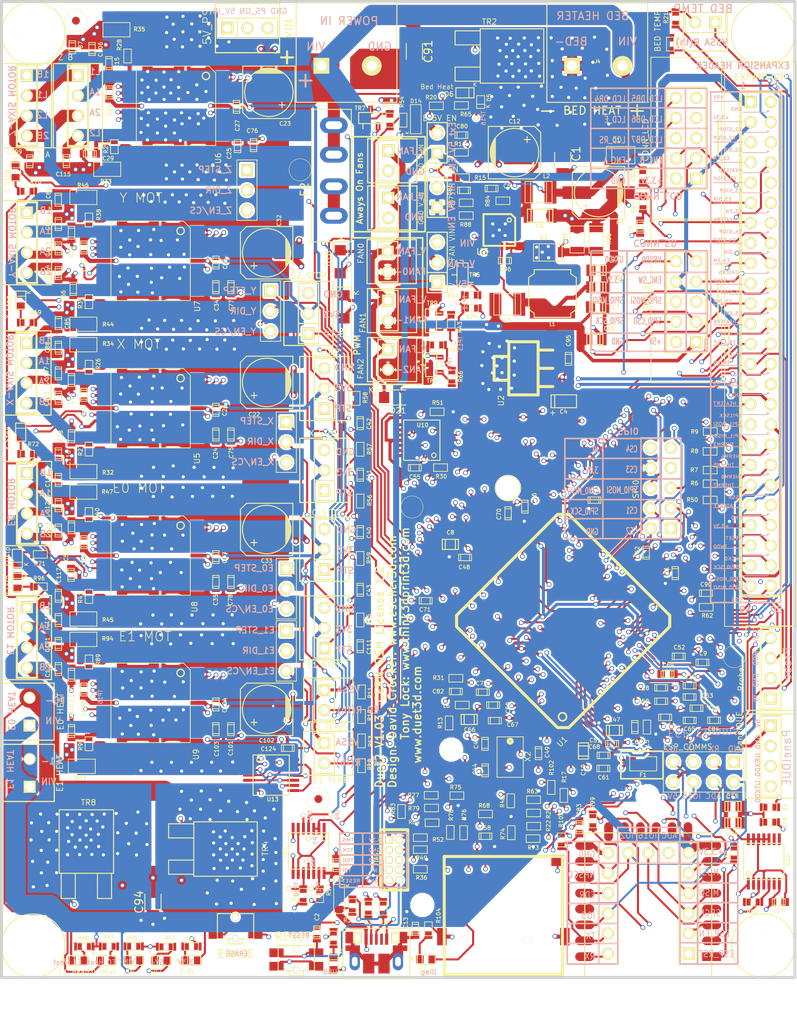
<source format=kicad_pcb>
(kicad_pcb (version 4) (host pcbnew 4.0.7)
  (title_block (title "Duet WIFI") (date 2017-10-21) (rev 1.03) (company "Escher3D, Think3DPrint3D"))
  (layers (0 Front mixed) (1 Inner3 signal hide) (2 Inner2 power hide) (31 Back power hide) (35 F.Paste user hide) (36 B.SilkS user) (37 F.SilkS user) (38 B.Mask user) (39 F.Mask user hide) (44 Edge.Cuts user))
  (net 0 "")
  (net 1 +3.3V)
  (net 2 +5V)
  (net 3 /Processor/VDDCORE)
  (net 4 5V_IN)
  (net 5 ADVREF)
  (net 6 BED-)
  (net 7 BED_PWM)
  (net 8 CS3)
  (net 9 CS4)
  (net 10 CS5)
  (net 11 DDM)
  (net 12 DDP)
  (net 13 E0-)
  (net 14 E0_DIR)
  (net 15 E0_EN)
  (net 16 E0_MOT_1A)
  (net 17 E0_MOT_1B)
  (net 18 E0_MOT_2A)
  (net 19 E0_MOT_2B)
  (net 20 E0_PWM)
  (net 21 E0_STEP)
  (net 22 E0_STOP)
  (net 23 E0_STOP_CONN)
  (net 24 E1-)
  (net 25 E1_DIR)
  (net 26 E1_EN)
  (net 27 E1_MOT_1A)
  (net 28 E1_MOT_1B)
  (net 29 E1_MOT_2A)
  (net 30 E1_MOT_2B)
  (net 31 E1_PWM)
  (net 32 E1_STEP)
  (net 33 E1_STOP)
  (net 34 E1_STOP_CONN)
  (net 35 E2_DIR)
  (net 36 E2_EN)
  (net 37 E2_STEP)
  (net 38 E2_STOP)
  (net 39 E3_DIR)
  (net 40 E3_EN)
  (net 41 E3_STEP)
  (net 42 E3_STOP)
  (net 43 E4_DIR)
  (net 44 E4_EN)
  (net 45 E4_STEP)
  (net 46 E4_STOP)
  (net 47 E5_DIR)
  (net 48 E5_EN)
  (net 49 E5_STEP)
  (net 50 E5_STOP)
  (net 51 E6_DIR)
  (net 52 E6_EN)
  (net 53 E6_STEP)
  (net 54 E6_STOP)
  (net 55 EDR_CONN)
  (net 56 ENC_A)
  (net 57 ENC_B)
  (net 58 ENC_SW)
  (net 59 ERASE)
  (net 60 ESP_DATA_RDY)
  (net 61 ESP_EN)
  (net 62 ESP_RST)
  (net 63 FAN0)
  (net 64 FAN0-)
  (net 65 FAN1)
  (net 66 FAN1-)
  (net 67 FAN2)
  (net 68 FAN2-)
  (net 69 GND)
  (net 70 HEATER0)
  (net 71 HEATER1)
  (net 72 HEATER2)
  (net 73 HEATER3)
  (net 74 HEATER4)
  (net 75 HEATER5)
  (net 76 HEATER6)
  (net 77 HEATER7)
  (net 78 LCD_DB4)
  (net 79 LCD_DB5)
  (net 80 LCD_DB6)
  (net 81 LCD_DB7)
  (net 82 LCD_E)
  (net 83 LCD_RS)
  (net 84 MCCDA)
  (net 85 MCCK)
  (net 86 MCDA0)
  (net 87 MCDA1)
  (net 88 MCDA2)
  (net 89 MCDA3)
  (net 90 MISO)
  (net 91 MOSI)
  (net 92 NPCS0)
  (net 93 PB4/TDI)
  (net 94 PB5/TDO)
  (net 95 PB6/TMS)
  (net 96 PB7/TCK)
  (net 97 PS_ON)
  (net 98 PS_ON_IN)
  (net 99 PWR_FAIL_DET1)
  (net 100 PWR_FAIL_DET2)
  (net 101 RESET)
  (net 102 SAM_TFR_RDY)
  (net 103 SD_CD)
  (net 104 SPCK)
  (net 105 SPI0_CS0)
  (net 106 SPI0_CS1)
  (net 107 SPI0_CS2)
  (net 108 SPI0_MISO)
  (net 109 SPI0_MOSI)
  (net 110 SPI0_SCK)
  (net 111 SPI1_MISO)
  (net 112 SPI1_MOSI)
  (net 113 SPI1_MOSI_BUFF)
  (net 114 SPI1_SCK)
  (net 115 SPI1_SCK_BUFF)
  (net 116 SPI1_SCK_BUFF_EXP)
  (net 117 THERMISTOR0)
  (net 118 THERMISTOR1)
  (net 119 THERMISTOR2)
  (net 120 THERMISTOR3)
  (net 121 THERMISTOR4)
  (net 122 THERMISTOR5)
  (net 123 THERMISTOR6)
  (net 124 THERMISTOR7)
  (net 125 TWCK0)
  (net 126 TWD0)
  (net 127 URXD0)
  (net 128 URXD1)
  (net 129 URXD1_CONN)
  (net 130 USB_PWR_MON)
  (net 131 UTXD0)
  (net 132 UTXD1)
  (net 133 UTXD1_CONN)
  (net 134 VBUS)
  (net 135 VSSA)
  (net 136 V_FAN)
  (net 137 V_IN)
  (net 138 X_DIR)
  (net 139 X_EN)
  (net 140 X_MOT_1A)
  (net 141 X_MOT_1B)
  (net 142 X_MOT_2A)
  (net 143 X_MOT_2B)
  (net 144 X_STEP)
  (net 145 X_STOP)
  (net 146 X_STOP_CONN)
  (net 147 Y_DIR)
  (net 148 Y_EN)
  (net 149 Y_MOT_1A)
  (net 150 Y_MOT_1B)
  (net 151 Y_MOT_2A)
  (net 152 Y_MOT_2B)
  (net 153 Y_STEP)
  (net 154 Y_STOP)
  (net 155 Y_STOP_CONN)
  (net 156 Z_DIR)
  (net 157 Z_EN)
  (net 158 Z_MOT_1A)
  (net 159 Z_MOT_1B)
  (net 160 Z_MOT_2A)
  (net 161 Z_MOT_2B)
  (net 162 Z_PROBE_IN)
  (net 163 Z_PROBE_MOD)
  (net 164 Z_PROBE_MOD_BUFF)
  (net 165 Z_STEP)
  (net 166 Z_STOP)
  (net 167 Z_STOP_CONN)
  (net 168 "Net-(C1-Pad1)")
  (net 169 "Net-(C5-Pad1)")
  (net 170 "Net-(C13-Pad1)")
  (net 171 "Net-(C14-Pad1)")
  (net 172 "Net-(C15-Pad1)")
  (net 173 "Net-(C18-Pad1)")
  (net 174 "Net-(C19-Pad1)")
  (net 175 "Net-(C20-Pad1)")
  (net 176 "Net-(C21-Pad1)")
  (net 177 "Net-(C24-Pad2)")
  (net 178 "Net-(C25-Pad2)")
  (net 179 "Net-(C28-Pad1)")
  (net 180 "Net-(C29-Pad1)")
  (net 181 "Net-(C30-Pad1)")
  (net 182 "Net-(C31-Pad1)")
  (net 183 "Net-(C34-Pad2)")
  (net 184 "Net-(C35-Pad2)")
  (net 185 "Net-(C38-Pad1)")
  (net 186 "Net-(C39-Pad1)")
  (net 187 "Net-(C44-Pad1)")
  (net 188 "Net-(C45-Pad1)")
  (net 189 "Net-(C53-Pad1)")
  (net 190 "Net-(C56-Pad1)")
  (net 191 "Net-(C57-Pad1)")
  (net 192 "Net-(C59-Pad1)")
  (net 193 "Net-(C60-Pad1)")
  (net 194 "Net-(C63-Pad1)")
  (net 195 "Net-(C65-Pad1)")
  (net 196 "Net-(C66-Pad1)")
  (net 197 "Net-(C67-Pad1)")
  (net 198 "Net-(C81-Pad1)")
  (net 199 "Net-(C81-Pad2)")
  (net 200 "Net-(C84-Pad1)")
  (net 201 "Net-(C90-Pad1)")
  (net 202 "Net-(C96-Pad1)")
  (net 203 "Net-(C96-Pad2)")
  (net 204 "Net-(C100-Pad1)")
  (net 205 "Net-(C103-Pad2)")
  (net 206 "Net-(C105-Pad1)")
  (net 207 "Net-(C110-Pad1)")
  (net 208 "Net-(D2-Pad1)")
  (net 209 "Net-(D3-Pad2)")
  (net 210 "Net-(D4-Pad2)")
  (net 211 "Net-(D7-Pad1)")
  (net 212 "Net-(D9-Pad1)")
  (net 213 "Net-(D10-Pad1)")
  (net 214 "Net-(D11-Pad1)")
  (net 215 "Net-(D12-Pad1)")
  (net 216 "Net-(D14-Pad2)")
  (net 217 "Net-(D15-Pad2)")
  (net 218 "Net-(D16-Pad2)")
  (net 219 "Net-(D17-Pad2)")
  (net 220 "Net-(D19-Pad1)")
  (net 221 "Net-(D20-Pad1)")
  (net 222 ENN)
  (net 223 "Net-(J36-Pad2)")
  (net 224 "Net-(J15-Pad1)")
  (net 225 "Net-(J15-Pad2)")
  (net 226 "Net-(J15-Pad3)")
  (net 227 "Net-(J15-Pad5)")
  (net 228 "Net-(J15-Pad7)")
  (net 229 "Net-(J15-Pad8)")
  (net 230 "Net-(J15-Pad9)")
  (net 231 ADC)
  (net 232 GPIO16)
  (net 233 GPIO2)
  (net 234 NPCS0_CONN)
  (net 235 GPIO5)
  (net 236 "Net-(J22-Pad3)")
  (net 237 "Net-(J22-Pad2)")
  (net 238 "Net-(JP9-Pad2)")
  (net 239 "Net-(R20-Pad1)")
  (net 240 "Net-(R23-Pad1)")
  (net 241 "Net-(R26-Pad1)")
  (net 242 "Net-(R27-Pad1)")
  (net 243 "Net-(R28-Pad1)")
  (net 244 "Net-(R29-Pad1)")
  (net 245 "Net-(R38-Pad1)")
  (net 246 "Net-(R39-Pad1)")
  (net 247 "Net-(R40-Pad1)")
  (net 248 "Net-(R41-Pad1)")
  (net 249 "Net-(R42-Pad1)")
  (net 250 "Net-(R43-Pad1)")
  (net 251 "Net-(R66-Pad1)")
  (net 252 "Net-(R82-Pad2)")
  (net 253 "Net-(R84-Pad2)")
  (net 254 "Net-(R89-Pad1)")
  (net 255 "Net-(R90-Pad1)")
  (net 256 "Net-(R97-Pad1)")
  (net 257 "Net-(U11-Pad1)")
  (net 258 D6_TestPoint)
  (net 259 "Net-(R4-Pad1)")
  (net 260 "Net-(R14-Pad1)")
  (net 261 "Net-(J36-Pad4)")
  (net 262 "Net-(C12-Pad1)")
  (net 263 "Net-(F2-Pad2)")
  (net 264 SG_TST_X)
  (net 265 SG_TST_Z)
  (net 266 SG_TST_Y)
  (net 267 SG_TST_E0)
  (net 268 SG_TST_E1)
  (net 269 "Net-(U13-Pad12)")
  (net 270 "Net-(U13-Pad13)")
  (net 271 "Net-(U13-Pad10)")
  (module complib:Fiducial_1mm_Dia_2.54mm_Outer_CopperTop (layer Front) (at 117.84792 58.07384)
    (fp_text reference M2 hide)
    (fp_text value FID hide)
    (pad ~ smd circle (at 0 0) (size 1 1) (layers Front F.Mask) (clearance 0.77))
  )
  (module complib:Fiducial_1mm_Dia_2.54mm_Outer_CopperTop (layer Front) (at 120.14792 137.37384)
    (fp_text reference M2 hide)
    (fp_text value FID hide)
    (pad ~ smd circle (at 0 0) (size 1 1) (layers Front F.Mask) (clearance 0.77))
  )
  (module "FE Footprints:ESP-12E" (layer Front) (at 169.7214 157.2387 180)
    (fp_text reference U4 hide)
    (fp_text value ESP-07/12 hide)
    (pad 9 smd oval (at 2.99 15.75 270) (size 2.4 1.1) (layers Front F.Paste F.Mask))
    (pad 10 smd oval (at 4.99 15.75 270) (size 2.4 1.1) (layers Front F.Paste F.Mask))
    (pad 11 smd oval (at 6.99 15.75 270) (size 2.4 1.1) (layers Front F.Paste F.Mask))
    (pad 12 smd oval (at 8.99 15.75 270) (size 2.4 1.1) (layers Front F.Paste F.Mask))
    (pad 13 smd oval (at 10.99 15.75 270) (size 2.4 1.1) (layers Front F.Paste F.Mask))
    (pad 14 smd oval (at 12.99 15.75 270) (size 2.4 1.1) (layers Front F.Paste F.Mask))
    (pad 1 smd rect (at 0 0 180) (size 2.4 1.1) (layers Front F.Paste F.Mask) (net 259 "Net-(R4-Pad1)"))
    (pad 2 smd oval (at 0 2 180) (size 2.4 1.1) (layers Front F.Paste F.Mask) (net 231 ADC))
    (pad 3 smd oval (at 0 4 180) (size 2.4 1.1) (layers Front F.Paste F.Mask) (net 61 ESP_EN))
    (pad 4 smd oval (at 0 6 180) (size 2.4 1.1) (layers Front F.Paste F.Mask) (net 232 GPIO16))
    (pad 5 smd oval (at 0 8 180) (size 2.4 1.1) (layers Front F.Paste F.Mask) (net 104 SPCK))
    (pad 6 smd oval (at 0 10 180) (size 2.4 1.1) (layers Front F.Paste F.Mask) (net 90 MISO))
    (pad 7 smd oval (at 0 12 180) (size 2.4 1.1) (layers Front F.Paste F.Mask) (net 91 MOSI))
    (pad 8 smd oval (at 0 14 180) (size 2.4 1.1) (layers Front F.Paste F.Mask) (net 1 +3.3V))
    (pad 15 smd oval (at 16 14 180) (size 2.4 1.1) (layers Front F.Paste F.Mask) (net 69 GND))
    (pad 16 smd oval (at 16 12 180) (size 2.4 1.1) (layers Front F.Paste F.Mask) (net 234 NPCS0_CONN))
    (pad 17 smd oval (at 16 10 180) (size 2.4 1.1) (layers Front F.Paste F.Mask) (net 233 GPIO2))
    (pad 18 smd oval (at 16 8 180) (size 2.4 1.1) (layers Front F.Paste F.Mask) (net 55 EDR_CONN))
    (pad 19 smd oval (at 16 6 180) (size 2.4 1.1) (layers Front F.Paste F.Mask) (net 252 "Net-(R82-Pad2)"))
    (pad 20 smd oval (at 16 4 180) (size 2.4 1.1) (layers Front F.Paste F.Mask) (net 235 GPIO5))
    (pad 21 smd oval (at 16 2 180) (size 2.4 1.1) (layers Front F.Paste F.Mask) (net 133 UTXD1_CONN))
    (pad 22 smd oval (at 16 0 180) (size 2.4 1.1) (layers Front F.Paste F.Mask) (net 129 URXD1_CONN))
  )
  (module complib:MAX_TEMP_DB (layer Front) (at 163.3 98.18136 90)
    (fp_text reference J37 hide)
    (fp_text value SPI0 (at -0.1397 -3.1369 90) (layer F.SilkS) (effects (font (size 0.7 0.7) (thickness 0.1))))
    (pad 1 thru_hole rect (at -5.08 1.27 90) (size 1.524 1.524) (drill 1) (layers *.Cu *.Mask F.SilkS) (net 107 SPI0_CS2))
    (pad 2 thru_hole circle (at -5.08 -1.27 90) (size 1.524 1.524) (drill 1) (layers *.Cu *.Mask F.SilkS) (net 69 GND))
    (pad 3 thru_hole circle (at -2.54 1.27 90) (size 1.524 1.524) (drill 1) (layers *.Cu *.Mask F.SilkS) (net 106 SPI0_CS1))
    (pad 4 thru_hole circle (at -2.54 -1.27 90) (size 1.524 1.524) (drill 1) (layers *.Cu *.Mask F.SilkS) (net 110 SPI0_SCK))
    (pad 5 thru_hole circle (at 0 1.27 90) (size 1.524 1.524) (drill 1) (layers *.Cu *.Mask F.SilkS) (net 109 SPI0_MOSI))
    (pad 6 thru_hole circle (at 0 -1.27 90) (size 1.524 1.524) (drill 1) (layers *.Cu *.Mask F.SilkS) (net 108 SPI0_MISO))
    (pad 7 thru_hole circle (at 2.54 1.27 90) (size 1.524 1.524) (drill 1) (layers *.Cu *.Mask F.SilkS) (net 8 CS3))
    (pad 8 thru_hole circle (at 2.54 -1.27 90) (size 1.524 1.524) (drill 1) (layers *.Cu *.Mask F.SilkS) (net 1 +3.3V))
    (pad 9 thru_hole circle (at 5.08 1.27 90) (size 1.524 1.524) (drill 1) (layers *.Cu *.Mask F.SilkS) (net 9 CS4))
    (pad 10 thru_hole circle (at 5.08 -1.27 90) (size 1.524 1.524) (drill 1) (layers *.Cu *.Mask F.SilkS))
    (pad "" np_thru_hole circle (at 0 -19.25066 90) (size 2.54 2.54) (drill 2.54) (layers *.Cu *.Mask F.SilkS))
  )
  (module complib:CONN_3x1 (layer Front) (at 114.10848 75.87488 270)
    (fp_text reference TP2 hide)
    (fp_text value Y_Stp_Tp hide)
    (pad 1 thru_hole rect (at -2.54 0 270) (size 1.524 1.524) (drill 1) (layers *.Cu *.Mask F.SilkS) (net 153 Y_STEP))
    (pad 2 thru_hole circle (at 0 0 270) (size 1.524 1.524) (drill 1) (layers *.Cu *.Mask F.SilkS) (net 147 Y_DIR))
    (pad 3 thru_hole circle (at 2.54 0 270) (size 1.524 1.524) (drill 1) (layers *.Cu *.Mask F.SilkS) (net 148 Y_EN))
  )
  (module complib:JUMPER (layer Front) (at 135.128 54.6608 90)
    (fp_text reference JP10 hide)
    (fp_text value "E 5V EN" (at 3.10232 0.322 180) (layer F.SilkS) (effects (font (size 0.7 0.7) (thickness 0.1))))
    (pad 1 thru_hole rect (at -1.27 0 90) (size 1.524 1.524) (drill 1) (layers *.Cu *.Mask F.SilkS) (net 2 +5V))
    (pad 2 thru_hole circle (at 1.27 0 90) (size 1.524 1.524) (drill 1) (layers *.Cu *.Mask F.SilkS) (net 216 "Net-(D14-Pad2)"))
  )
  (module "FE Footprints:C_1206" (layer Front) (at 148.09978 63.84798 180)
    (fp_text reference C6 (at 0.0254 -1.2954 180) (layer F.SilkS) (effects (font (size 0.50038 0.50038) (thickness 0.11938))))
    (fp_text value "10u 35V" hide)
    (pad 1 smd rect (at 1.50114 0 180) (size 1.15062 1.80086) (layers Front F.Paste F.Mask) (net 262 "Net-(C12-Pad1)"))
    (pad 2 smd rect (at -1.50114 0 180) (size 1.15062 1.80086) (layers Front F.Paste F.Mask) (net 69 GND))
  )
  (module "FE Footprints:C_0805" (layer Front) (at 155.34386 75.36942 180)
    (fp_text reference C7 (at -2.25614 -0.02058 180) (layer F.SilkS) (effects (font (size 0.5 0.5) (thickness 0.09))))
    (fp_text value "10u 10V" hide)
    (pad 1 smd rect (at 0.89916 0 180) (size 1.15062 1.45034) (layers Front F.Paste F.Mask) (net 2 +5V))
    (pad 2 smd rect (at -0.89916 0 180) (size 1.15062 1.45034) (layers Front F.Paste F.Mask) (net 69 GND))
  )
  (module "FE Footprints:C_0805" (layer Front) (at 136.78408 105.283 180)
    (fp_text reference C8 (at -0.01016 1.50876 180) (layer F.SilkS) (effects (font (size 0.5 0.5) (thickness 0.09))))
    (fp_text value 10u hide)
    (pad 1 smd rect (at 0.89916 0 180) (size 1.15062 1.45034) (layers Front F.Paste F.Mask) (net 1 +3.3V))
    (pad 2 smd rect (at -0.89916 0 180) (size 1.15062 1.45034) (layers Front F.Paste F.Mask) (net 69 GND))
  )
  (module "FE Footprints:C_0805" (layer Front) (at 153.55824 131.31546 90)
    (fp_text reference C10 (at -2.4003 -0.01524 90) (layer F.SilkS) (effects (font (size 0.5 0.5) (thickness 0.09))))
    (fp_text value 10u hide)
    (pad 1 smd rect (at 0.89916 0 90) (size 1.15062 1.45034) (layers Front F.Paste F.Mask) (net 3 /Processor/VDDCORE))
    (pad 2 smd rect (at -0.89916 0 90) (size 1.15062 1.45034) (layers Front F.Paste F.Mask) (net 69 GND))
  )
  (module "FE Footprints:C_0805" (layer Front) (at 157.45968 128.71704 180)
    (fp_text reference C47 (at -0.01524 1.34112 180) (layer F.SilkS) (effects (font (size 0.5 0.5) (thickness 0.09))))
    (fp_text value 10u hide)
    (pad 1 smd rect (at 0.89916 0 180) (size 1.15062 1.45034) (layers Front F.Paste F.Mask) (net 1 +3.3V))
    (pad 2 smd rect (at -0.89916 0 180) (size 1.15062 1.45034) (layers Front F.Paste F.Mask) (net 69 GND))
  )
  (module "FE Footprints:C_0805" (layer Front) (at 139.15898 127.35052 180)
    (fp_text reference C66 (at -0.06858 -1.28524 180) (layer F.SilkS) (effects (font (size 0.5 0.5) (thickness 0.09))))
    (fp_text value 4u7 hide)
    (pad 1 smd rect (at 0.89916 0 180) (size 1.15062 1.45034) (layers Front F.Paste F.Mask) (net 196 "Net-(C66-Pad1)"))
    (pad 2 smd rect (at -0.89916 0 180) (size 1.15062 1.45034) (layers Front F.Paste F.Mask) (net 69 GND))
  )
  (module "FE Footprints:C_0805" (layer Front) (at 172.41012 138.30426 180)
    (fp_text reference C73 (at 0.13716 1.3119 180) (layer F.SilkS) (effects (font (size 0.5 0.5) (thickness 0.09))))
    (fp_text value 10u hide)
    (pad 1 smd rect (at 0.89916 0 180) (size 1.15062 1.45034) (layers Front F.Paste F.Mask) (net 1 +3.3V))
    (pad 2 smd rect (at -0.89916 0 180) (size 1.15062 1.45034) (layers Front F.Paste F.Mask) (net 69 GND))
  )
  (module "FE Footprints:C_0805" (layer Front) (at 172.39996 140.37166 180)
    (fp_text reference C74 (at 0.11176 -1.4213 180) (layer F.SilkS) (effects (font (size 0.5 0.5) (thickness 0.09))))
    (fp_text value 10u hide)
    (pad 1 smd rect (at 0.89916 0 180) (size 1.15062 1.45034) (layers Front F.Paste F.Mask) (net 1 +3.3V))
    (pad 2 smd rect (at -0.89916 0 180) (size 1.15062 1.45034) (layers Front F.Paste F.Mask) (net 69 GND))
  )
  (module "FE Footprints:PIN_ARRAY_2X1" (layer Front) (at 128.9301 81.9922 270)
    (fp_text reference J2 hide)
    (fp_text value FAN2 (at 1.1678 3.4601 270) (layer F.SilkS) (effects (font (size 0.7 0.7) (thickness 0.1))))
    (pad 1 thru_hole rect (at -1.27 0 270) (size 1.524 1.524) (drill 1) (layers *.Cu *.Mask F.SilkS) (net 136 V_FAN))
    (pad 2 thru_hole circle (at 1.27 0 270) (size 1.524 1.524) (drill 1) (layers *.Cu *.Mask F.SilkS) (net 68 FAN2-))
  )
  (module "FE Footprints:CONN_3x1" (layer Front) (at 135.128 69.7484 90)
    (fp_text reference J3 hide)
    (fp_text value "5V   V_FAN VIN" (at 0.2584 1.882 90) (layer F.SilkS) (effects (font (size 0.7 0.7) (thickness 0.08))))
    (pad 1 thru_hole rect (at -2.54 0 90) (size 1.524 1.524) (drill 1) (layers *.Cu *.Mask F.SilkS) (net 2 +5V))
    (pad 2 thru_hole circle (at 0 0 90) (size 1.524 1.524) (drill 1) (layers *.Cu *.Mask F.SilkS) (net 136 V_FAN))
    (pad 3 thru_hole circle (at 2.54 0 90) (size 1.524 1.524) (drill 1) (layers *.Cu *.Mask F.SilkS) (net 263 "Net-(F2-Pad2)"))
  )
  (module "FE Footprints:TERM_2-WAY_6.35mm" (layer Front) (at 155.3 44.97)
    (fp_text reference J4 (at 0.04064 -0.5588) (layer F.SilkS) (effects (font (size 0.39878 0.39878) (thickness 0.09906))))
    (fp_text value "BED HEAT" (at -0.62416 5.63188) (layer F.SilkS) (effects (font (size 1.016 1.016) (thickness 0.1524))))
    (pad 1 thru_hole rect (at -3.175 0) (size 1.99898 1.99898) (drill 1.30048) (layers *.Cu *.Mask F.SilkS) (net 6 BED-))
    (pad 2 thru_hole circle (at 3.175 0) (size 2.49936 2.49936) (drill 1.30048) (layers *.Cu *.Mask F.SilkS) (net 137 V_IN))
  )
  (module "FE Footprints:PIN_ARRAY_2X1" (layer Front) (at 168.92 39.5 180)
    (fp_text reference J5 hide)
    (fp_text value "BED TEMP" (at 6.01 -1.08 270) (layer F.SilkS) (effects (font (size 0.7 0.7) (thickness 0.1))))
    (pad 1 thru_hole rect (at -1.27 0 180) (size 1.524 1.524) (drill 1) (layers *.Cu *.Mask F.SilkS) (net 135 VSSA))
    (pad 2 thru_hole circle (at 1.27 0 180) (size 1.524 1.524) (drill 1) (layers *.Cu *.Mask F.SilkS) (net 117 THERMISTOR0))
  )
  (module "FE Footprints:PIN_ARRAY_4x1" (layer Front) (at 83.41106 117.01406 270)
    (fp_text reference J6 hide)
    (fp_text value "E1 MOT" (at -0.12406 -14.88894 360) (layer F.SilkS) (effects (font (size 1.2 1.2) (thickness 0.1))))
    (pad 1 thru_hole rect (at -3.81 0 270) (size 1.524 1.524) (drill 1) (layers *.Cu *.Mask F.SilkS) (net 28 E1_MOT_1B))
    (pad 2 thru_hole circle (at -1.27 0 270) (size 1.524 1.524) (drill 1) (layers *.Cu *.Mask F.SilkS) (net 27 E1_MOT_1A))
    (pad 3 thru_hole circle (at 1.27 0 270) (size 1.524 1.524) (drill 1) (layers *.Cu *.Mask F.SilkS) (net 29 E1_MOT_2A))
    (pad 4 thru_hole circle (at 3.81 0 270) (size 1.524 1.524) (drill 1) (layers *.Cu *.Mask F.SilkS) (net 30 E1_MOT_2B))
  )
  (module "FE Footprints:PIN_ARRAY_4x1" (layer Front) (at 89.8398 49.99228 270)
    (fp_text reference J7 hide)
    (fp_text value "Z B" (at -6.10228 1.5598 360) (layer F.SilkS) (effects (font (size 0.7 0.7) (thickness 0.1))))
    (pad 1 thru_hole rect (at -3.81 0 270) (size 1.524 1.524) (drill 1) (layers *.Cu *.Mask F.SilkS) (net 223 "Net-(J36-Pad2)"))
    (pad 2 thru_hole circle (at -1.27 0 270) (size 1.524 1.524) (drill 1) (layers *.Cu *.Mask F.SilkS) (net 158 Z_MOT_1A))
    (pad 3 thru_hole circle (at 1.27 0 270) (size 1.524 1.524) (drill 1) (layers *.Cu *.Mask F.SilkS) (net 261 "Net-(J36-Pad4)"))
    (pad 4 thru_hole circle (at 3.81 0 270) (size 1.524 1.524) (drill 1) (layers *.Cu *.Mask F.SilkS) (net 161 Z_MOT_2B))
  )
  (module "FE Footprints:PIN_ARRAY_4x1" (layer Front) (at 83.41106 67.25412 270)
    (fp_text reference J8 hide)
    (fp_text value "Y MOT" (at -5.64412 -14.38894 360) (layer F.SilkS) (effects (font (size 1.2 1.2) (thickness 0.1))))
    (pad 1 thru_hole rect (at -3.81 0 270) (size 1.524 1.524) (drill 1) (layers *.Cu *.Mask F.SilkS) (net 150 Y_MOT_1B))
    (pad 2 thru_hole circle (at -1.27 0 270) (size 1.524 1.524) (drill 1) (layers *.Cu *.Mask F.SilkS) (net 149 Y_MOT_1A))
    (pad 3 thru_hole circle (at 1.27 0 270) (size 1.524 1.524) (drill 1) (layers *.Cu *.Mask F.SilkS) (net 151 Y_MOT_2A))
    (pad 4 thru_hole circle (at 3.81 0 270) (size 1.524 1.524) (drill 1) (layers *.Cu *.Mask F.SilkS) (net 152 Y_MOT_2B))
  )
  (module "FE Footprints:PIN_ARRAY_4x1" (layer Front) (at 83.3528 83.67942 270)
    (fp_text reference J9 hide)
    (fp_text value "X MOT" (at -3.62942 -14.1472 360) (layer F.SilkS) (effects (font (size 1.2 1.2) (thickness 0.1))))
    (pad 1 thru_hole rect (at -3.81 0 270) (size 1.524 1.524) (drill 1) (layers *.Cu *.Mask F.SilkS) (net 141 X_MOT_1B))
    (pad 2 thru_hole circle (at -1.27 0 270) (size 1.524 1.524) (drill 1) (layers *.Cu *.Mask F.SilkS) (net 140 X_MOT_1A))
    (pad 3 thru_hole circle (at 1.27 0 270) (size 1.524 1.524) (drill 1) (layers *.Cu *.Mask F.SilkS) (net 142 X_MOT_2A))
    (pad 4 thru_hole circle (at 3.81 0 270) (size 1.524 1.524) (drill 1) (layers *.Cu *.Mask F.SilkS) (net 143 X_MOT_2B))
  )
  (module "FE Footprints:PIN_ARRAY_4x1" (layer Front) (at 83.42106 100.13118 270)
    (fp_text reference J10 hide)
    (fp_text value "E0 MOT" (at -1.95118 -14.08894 360) (layer F.SilkS) (effects (font (size 1.2 1.2) (thickness 0.1))))
    (pad 1 thru_hole rect (at -3.81 0 270) (size 1.524 1.524) (drill 1) (layers *.Cu *.Mask F.SilkS) (net 17 E0_MOT_1B))
    (pad 2 thru_hole circle (at -1.27 0 270) (size 1.524 1.524) (drill 1) (layers *.Cu *.Mask F.SilkS) (net 16 E0_MOT_1A))
    (pad 3 thru_hole circle (at 1.27 0 270) (size 1.524 1.524) (drill 1) (layers *.Cu *.Mask F.SilkS) (net 18 E0_MOT_2A))
    (pad 4 thru_hole circle (at 3.81 0 270) (size 1.524 1.524) (drill 1) (layers *.Cu *.Mask F.SilkS) (net 19 E0_MOT_2B))
  )
  (module "FE Footprints:3.5MM_2X1" (layer Front) (at 83.74 126.36 90)
    (fp_text reference J11 hide)
    (fp_text value "E0 HEAT" (at 0.02 3.9 90) (layer F.SilkS) (effects (font (size 0.762 0.762) (thickness 0.1))))
    (pad 1 thru_hole rect (at -1.75 0 90) (size 1.524 1.524) (drill 1.19888) (layers *.Cu *.Mask F.SilkS) (net 137 V_IN))
    (pad 2 thru_hole circle (at 1.75 0 90) (size 1.524 1.524) (drill 1.19888) (layers *.Cu *.Mask F.SilkS) (net 13 E0-))
  )
  (module "FE Footprints:PIN_ARRAY_2X1" (layer Front) (at 120.904 124.89 270)
    (fp_text reference J12 hide)
    (fp_text value "E0 TEMP" (at 3.36848 -0.446 540) (layer F.SilkS) (effects (font (size 0.7 0.7) (thickness 0.1))))
    (pad 1 thru_hole rect (at -1.27 0 270) (size 1.524 1.524) (drill 1) (layers *.Cu *.Mask F.SilkS) (net 135 VSSA))
    (pad 2 thru_hole circle (at 1.27 0 270) (size 1.524 1.524) (drill 1) (layers *.Cu *.Mask F.SilkS) (net 118 THERMISTOR1))
  )
  (module "FE Footprints:3.5MM_2X1" (layer Front) (at 83.76158 134.07898 90)
    (fp_text reference J13 hide)
    (fp_text value "E1 HEAT" (at -0.03302 3.79222 90) (layer F.SilkS) (effects (font (size 0.762 0.762) (thickness 0.1))))
    (pad 1 thru_hole rect (at -1.75 0 90) (size 1.524 1.524) (drill 1.19888) (layers *.Cu *.Mask F.SilkS) (net 137 V_IN))
    (pad 2 thru_hole circle (at 1.75 0 90) (size 1.524 1.524) (drill 1.19888) (layers *.Cu *.Mask F.SilkS) (net 24 E1-))
  )
  (module "FE Footprints:PIN_ARRAY_2X1" (layer Front) (at 120.904 131.60756 270)
    (fp_text reference J14 hide)
    (fp_text value "E1 TEMP" (at 3.40092 -0.846 360) (layer F.SilkS) (effects (font (size 0.7 0.7) (thickness 0.1))))
    (pad 1 thru_hole rect (at -1.27 0 270) (size 1.524 1.524) (drill 1) (layers *.Cu *.Mask F.SilkS) (net 135 VSSA))
    (pad 2 thru_hole circle (at 1.27 0 270) (size 1.524 1.524) (drill 1) (layers *.Cu *.Mask F.SilkS) (net 119 THERMISTOR2))
  )
  (module "FE Footprints:PIN_ARRAY_3X1" (layer Front) (at 118.904 76.17 90)
    (fp_text reference J19 hide)
    (fp_text value Z_STOP (at 4.76 0.426 180) (layer F.SilkS) (effects (font (size 0.7 0.7) (thickness 0.1))))
    (pad 1 thru_hole rect (at -2.54 0 90) (size 1.524 1.524) (drill 1) (layers *.Cu *.Mask F.SilkS) (net 167 Z_STOP_CONN))
    (pad 2 thru_hole circle (at 0 0 90) (size 1.524 1.524) (drill 1) (layers *.Cu *.Mask F.SilkS) (net 1 +3.3V))
    (pad 3 thru_hole circle (at 2.54 0 90) (size 1.524 1.524) (drill 1) (layers *.Cu *.Mask F.SilkS) (net 69 GND))
  )
  (module "FE Footprints:PIN_ARRAY_3X1" (layer Front) (at 111.2139 40.21836)
    (fp_text reference J20 hide)
    (fp_text value 5V_PS (at -5.08254 -0.18796 90) (layer F.SilkS) (effects (font (size 1.016 1.016) (thickness 0.1))))
    (pad 1 thru_hole rect (at -2.54 0) (size 1.524 1.524) (drill 1) (layers *.Cu *.Mask F.SilkS) (net 4 5V_IN))
    (pad 2 thru_hole circle (at 0 0) (size 1.524 1.524) (drill 1) (layers *.Cu *.Mask F.SilkS) (net 98 PS_ON_IN))
    (pad 3 thru_hole circle (at 2.54 0) (size 1.524 1.524) (drill 1) (layers *.Cu *.Mask F.SilkS) (net 69 GND))
  )
  (module "FE Footprints:MICRO_5x2" (layer Front) (at 129.7051 145.04924 270)
    (fp_text reference J21 hide)
    (fp_text value JTAG (at -0.07112 2.26822 270) (layer F.SilkS) (effects (font (size 0.50038 0.50038) (thickness 0.1))))
    (pad 1 thru_hole rect (at -2.54 0.635 270) (size 1.00076 1.00076) (drill 0.7112) (layers *.Cu *.Mask F.SilkS) (net 1 +3.3V) (clearance 0.14986))
    (pad 2 thru_hole circle (at -2.54 -0.635 270) (size 1.00076 1.00076) (drill 0.7112) (layers *.Cu *.Mask F.SilkS) (net 95 PB6/TMS) (clearance 0.14986))
    (pad 3 thru_hole circle (at -1.27 0.635 270) (size 1.00076 1.00076) (drill 0.7112) (layers *.Cu *.Mask F.SilkS) (net 69 GND) (clearance 0.14986))
    (pad 4 thru_hole circle (at -1.27 -0.635 270) (size 1.00076 1.00076) (drill 0.7112) (layers *.Cu *.Mask F.SilkS) (net 96 PB7/TCK) (clearance 0.14986))
    (pad 5 thru_hole circle (at 0 0.635 270) (size 1.00076 1.00076) (drill 0.7112) (layers *.Cu *.Mask F.SilkS) (net 69 GND) (clearance 0.14986))
    (pad 6 thru_hole circle (at 0 -0.635 270) (size 1.00076 1.00076) (drill 0.7112) (layers *.Cu *.Mask F.SilkS) (net 94 PB5/TDO) (clearance 0.14986))
    (pad 7 thru_hole circle (at 1.27 0.635 270) (size 1.00076 1.00076) (drill 0.7112) (layers *.Cu *.Mask F.SilkS) (clearance 0.14986))
    (pad 8 thru_hole circle (at 1.27 -0.635 270) (size 1.00076 1.00076) (drill 0.7112) (layers *.Cu *.Mask F.SilkS) (net 93 PB4/TDI) (clearance 0.14986))
    (pad 9 thru_hole circle (at 2.54 0.635 270) (size 1.00076 1.00076) (drill 0.7112) (layers *.Cu *.Mask F.SilkS) (net 69 GND) (clearance 0.14986))
    (pad 10 thru_hole circle (at 2.54 -0.635 270) (size 1.00076 1.00076) (drill 0.7112) (layers *.Cu *.Mask F.SilkS) (net 101 RESET) (clearance 0.14986))
  )
  (module "FE Footprints:uUSB_new" (layer Front) (at 127.45974 157.86354)
    (fp_text reference J22 hide)
    (fp_text value USB hide)
    (pad CE smd rect (at -0.9625 0.25) (size 1.425 2.5) (layers Front F.Paste F.Mask) (net 170 "Net-(C13-Pad1)"))
    (pad CE smd rect (at 0.9625 0.25) (size 1.425 2.5) (layers Front F.Paste F.Mask) (net 170 "Net-(C13-Pad1)"))
    (pad CE smd rect (at -2.9875 -1.7) (size 1.825 0.7) (layers Front F.Paste F.Mask) (net 170 "Net-(C13-Pad1)"))
    (pad CE smd rect (at 2.9875 -1.7) (size 1.825 0.7) (layers Front F.Paste F.Mask) (net 170 "Net-(C13-Pad1)"))
    (pad CE smd rect (at -2.9 -3.03) (size 2 1.46) (layers Front F.Paste F.Mask) (net 170 "Net-(C13-Pad1)"))
    (pad CE thru_hole rect (at -2.425 -3.03) (size 1.05 1.46) (drill oval 0.7112 1.05) (layers *.Cu *.Mask F.SilkS) (net 170 "Net-(C13-Pad1)"))
    (pad 3 smd rect (at 0 -2.825) (size 0.34 1.4) (layers Front F.Paste F.Mask) (net 236 "Net-(J22-Pad3)"))
    (pad 2 smd rect (at -0.65 -2.825) (size 0.34 1.4) (layers Front F.Paste F.Mask) (net 237 "Net-(J22-Pad2)"))
    (pad 1 smd rect (at -1.3 -2.825) (size 0.4 1.4) (layers Front F.Paste F.Mask) (net 134 VBUS))
    (pad 4 smd rect (at 0.65 -2.825) (size 0.34 1.4) (layers Front F.Paste F.Mask))
    (pad 5 smd rect (at 1.3 -2.825) (size 0.4 1.4) (layers Front F.Paste F.Mask) (net 69 GND))
    (pad CE thru_hole oval (at -2.725 0) (size 1.3 2.2) (drill oval 0.7112 1.2) (layers *.Cu *.Mask F.Paste) (net 170 "Net-(C13-Pad1)"))
    (pad CE thru_hole oval (at 2.725 0) (size 1.3 2.2) (drill oval 0.7112 1.2) (layers *.Cu *.Mask F.Paste) (net 170 "Net-(C13-Pad1)"))
    (pad CE smd rect (at -2.725 -0.95) (size 1.3 0.8) (layers Front F.Paste F.Mask) (net 170 "Net-(C13-Pad1)"))
    (pad CE smd rect (at 2.725 -0.95) (size 1.3 0.8) (layers Front F.Paste F.Mask) (net 170 "Net-(C13-Pad1)"))
    (pad CE smd rect (at 2.9 -3.03) (size 2 1.46) (layers Front F.Paste F.Mask) (net 170 "Net-(C13-Pad1)"))
    (pad CE thru_hole rect (at 2.425 -3.03) (size 1.05 1.46) (drill oval 0.7112 1.05) (layers *.Cu *.Mask F.SilkS) (net 170 "Net-(C13-Pad1)"))
  )
  (module "FE Footprints:TERM_2-WAY_6.35mm" (layer Front) (at 123.7 44.96308)
    (fp_text reference J23 hide)
    (fp_text value VIN (at -7.25 -4.7046 90) (layer F.SilkS) (effects (font (size 1.016 1.016) (thickness 0.1524))))
    (pad 1 thru_hole rect (at -3.175 0) (size 1.99898 1.99898) (drill 1.30048) (layers *.Cu *.Mask F.SilkS) (net 137 V_IN))
    (pad 2 thru_hole circle (at 3.175 0) (size 2.49936 2.49936) (drill 1.30048) (layers *.Cu *.Mask F.SilkS) (net 69 GND))
  )
  (module "FE Footprints:PIN_ARRAY_2X1" (layer Front) (at 128.9682 56.9351 270)
    (fp_text reference J24 hide)
    (fp_text value "GND V_IN" (at -0.0051 -4.1318 270) (layer F.SilkS) (effects (font (size 0.6 0.6) (thickness 0.08))))
    (pad 1 thru_hole rect (at -1.27 0 270) (size 1.524 1.524) (drill 1) (layers *.Cu *.Mask F.SilkS) (net 136 V_FAN))
    (pad 2 thru_hole circle (at 1.27 0 270) (size 1.524 1.524) (drill 1) (layers *.Cu *.Mask F.SilkS) (net 69 GND))
  )
  (module "FE Footprints:PIN_ARRAY_2X1" (layer Front) (at 128.892 69.6478 270)
    (fp_text reference J25 hide)
    (fp_text value FAN0 (at -1.0478 3.392 270) (layer F.SilkS) (effects (font (size 0.7 0.7) (thickness 0.1))))
    (pad 1 thru_hole rect (at -1.27 0 270) (size 1.524 1.524) (drill 1) (layers *.Cu *.Mask F.SilkS) (net 136 V_FAN))
    (pad 2 thru_hole circle (at 1.27 0 270) (size 1.524 1.524) (drill 1) (layers *.Cu *.Mask F.SilkS) (net 64 FAN0-))
  )
  (module "FE Footprints:PIN_ARRAY_4x1" (layer Front) (at 177.16 120.89 90)
    (fp_text reference J28 hide)
    (fp_text value Probe (at -1.39068 -3.74404 90) (layer F.SilkS) (effects (font (size 0.7 0.7) (thickness 0.1))))
    (pad 1 thru_hole rect (at -3.81 0 90) (size 1.524 1.524) (drill 1) (layers *.Cu *.Mask F.SilkS) (net 162 Z_PROBE_IN))
    (pad 2 thru_hole circle (at -1.27 0 90) (size 1.524 1.524) (drill 1) (layers *.Cu *.Mask F.SilkS) (net 69 GND))
    (pad 3 thru_hole circle (at 1.27 0 90) (size 1.524 1.524) (drill 1) (layers *.Cu *.Mask F.SilkS) (net 163 Z_PROBE_MOD))
    (pad 4 thru_hole circle (at 3.81 0 90) (size 1.524 1.524) (drill 1) (layers *.Cu *.Mask F.SilkS) (net 1 +3.3V))
  )
  (module "FE Footprints:PIN_ARRAY_2X1" (layer Front) (at 128.9301 75.82 270)
    (fp_text reference J29 hide)
    (fp_text value FAN1 (at 1.52 3.1901 270) (layer F.SilkS) (effects (font (size 0.7 0.7) (thickness 0.1))))
    (pad 1 thru_hole rect (at -1.27 0 270) (size 1.524 1.524) (drill 1) (layers *.Cu *.Mask F.SilkS) (net 136 V_FAN))
    (pad 2 thru_hole circle (at 1.27 0 270) (size 1.524 1.524) (drill 1) (layers *.Cu *.Mask F.SilkS) (net 66 FAN1-))
  )
  (module "FE Footprints:PIN_ARRAY_4x1" (layer Front) (at 177.15 131.97 270)
    (fp_text reference J30 hide)
    (fp_text value PanelDUE (at -3.1412 3.922 270) (layer F.SilkS) (effects (font (size 0.7 0.7) (thickness 0.1))))
    (pad 1 thru_hole rect (at -3.81 0 270) (size 1.524 1.524) (drill 1) (layers *.Cu *.Mask F.SilkS) (net 2 +5V))
    (pad 2 thru_hole circle (at -1.27 0 270) (size 1.524 1.524) (drill 1) (layers *.Cu *.Mask F.SilkS) (net 69 GND))
    (pad 3 thru_hole circle (at 1.27 0 270) (size 1.524 1.524) (drill 1) (layers *.Cu *.Mask F.SilkS) (net 127 URXD0))
    (pad 4 thru_hole circle (at 3.81 0 270) (size 1.524 1.524) (drill 1) (layers *.Cu *.Mask F.SilkS) (net 131 UTXD0))
  )
  (module "FE Footprints:PIN_ARRAY_2X1" (layer Front) (at 128.9682 62.8787 270)
    (fp_text reference J31 hide)
    (fp_text value "GND V_IN" (at 0.0413 -4.1118 270) (layer F.SilkS) (effects (font (size 0.6 0.6) (thickness 0.08))))
    (pad 1 thru_hole rect (at -1.27 0 270) (size 1.524 1.524) (drill 1) (layers *.Cu *.Mask F.SilkS) (net 136 V_FAN))
    (pad 2 thru_hole circle (at 1.27 0 270) (size 1.524 1.524) (drill 1) (layers *.Cu *.Mask F.SilkS) (net 69 GND))
  )
  (module "FE Footprints:PIN_ARRAY_3X1" (layer Front) (at 120.904 85.64 90)
    (fp_text reference J32 hide)
    (fp_text value Y_STOP (at 4.60384 0.04064 180) (layer F.SilkS) (effects (font (size 0.7 0.7) (thickness 0.1))))
    (pad 1 thru_hole rect (at -2.54 0 90) (size 1.524 1.524) (drill 1) (layers *.Cu *.Mask F.SilkS) (net 155 Y_STOP_CONN))
    (pad 2 thru_hole circle (at 0 0 90) (size 1.524 1.524) (drill 1) (layers *.Cu *.Mask F.SilkS) (net 1 +3.3V))
    (pad 3 thru_hole circle (at 2.54 0 90) (size 1.524 1.524) (drill 1) (layers *.Cu *.Mask F.SilkS) (net 69 GND))
  )
  (module "FE Footprints:PIN_ARRAY_3X1" (layer Front) (at 120.904 95.95 90)
    (fp_text reference J33 hide)
    (fp_text value X_STOP (at 4.6624 -0.0508 180) (layer F.SilkS) (effects (font (size 0.7 0.7) (thickness 0.1))))
    (pad 1 thru_hole rect (at -2.54 0 90) (size 1.524 1.524) (drill 1) (layers *.Cu *.Mask F.SilkS) (net 146 X_STOP_CONN))
    (pad 2 thru_hole circle (at 0 0 90) (size 1.524 1.524) (drill 1) (layers *.Cu *.Mask F.SilkS) (net 1 +3.3V))
    (pad 3 thru_hole circle (at 2.54 0 90) (size 1.524 1.524) (drill 1) (layers *.Cu *.Mask F.SilkS) (net 69 GND))
  )
  (module "FE Footprints:PIN_ARRAY_3X1" (layer Front) (at 120.904 105.89 90)
    (fp_text reference J34 hide)
    (fp_text value E0_STOP (at 4.60496 0.02032 180) (layer F.SilkS) (effects (font (size 0.7 0.7) (thickness 0.1))))
    (pad 1 thru_hole rect (at -2.54 0 90) (size 1.524 1.524) (drill 1) (layers *.Cu *.Mask F.SilkS) (net 23 E0_STOP_CONN))
    (pad 2 thru_hole circle (at 0 0 90) (size 1.524 1.524) (drill 1) (layers *.Cu *.Mask F.SilkS) (net 1 +3.3V))
    (pad 3 thru_hole circle (at 2.54 0 90) (size 1.524 1.524) (drill 1) (layers *.Cu *.Mask F.SilkS) (net 69 GND))
  )
  (module "FE Footprints:PIN_ARRAY_3X1" (layer Front) (at 120.904 115.8 90)
    (fp_text reference J35 hide)
    (fp_text value E1_STOP (at -4.6722 0.06604 180) (layer F.SilkS) (effects (font (size 0.7 0.7) (thickness 0.1))))
    (pad 1 thru_hole rect (at -2.54 0 90) (size 1.524 1.524) (drill 1) (layers *.Cu *.Mask F.SilkS) (net 34 E1_STOP_CONN))
    (pad 2 thru_hole circle (at 0 0 90) (size 1.524 1.524) (drill 1) (layers *.Cu *.Mask F.SilkS) (net 1 +3.3V))
    (pad 3 thru_hole circle (at 2.54 0 90) (size 1.524 1.524) (drill 1) (layers *.Cu *.Mask F.SilkS) (net 69 GND))
  )
  (module "FE Footprints:PIN_ARRAY_4x1" (layer Front) (at 83.41106 49.99228 270)
    (fp_text reference J36 hide)
    (fp_text value "Z A" (at 6.16772 -2.01894 360) (layer F.SilkS) (effects (font (size 0.7 0.7) (thickness 0.1))))
    (pad 1 thru_hole rect (at -3.81 0 270) (size 1.524 1.524) (drill 1) (layers *.Cu *.Mask F.SilkS) (net 159 Z_MOT_1B))
    (pad 2 thru_hole circle (at -1.27 0 270) (size 1.524 1.524) (drill 1) (layers *.Cu *.Mask F.SilkS) (net 223 "Net-(J36-Pad2)"))
    (pad 3 thru_hole circle (at 1.27 0 270) (size 1.524 1.524) (drill 1) (layers *.Cu *.Mask F.SilkS) (net 160 Z_MOT_2A))
    (pad 4 thru_hole circle (at 3.81 0 270) (size 1.524 1.524) (drill 1) (layers *.Cu *.Mask F.SilkS) (net 261 "Net-(J36-Pad4)"))
  )
  (module "FE Footprints:L_6x6" (layer Front) (at 149.6568 73.66)
    (fp_text reference L1 (at -0.02286 3.88874) (layer F.SilkS) (effects (font (size 0.39878 0.39878) (thickness 0.09906))))
    (fp_text value 10uH hide)
    (pad 1 smd rect (at 0 2.35) (size 5.7 1.6) (layers Front F.Paste F.Mask) (net 198 "Net-(C81-Pad1)"))
    (pad 2 smd rect (at 0 -2.35) (size 5.7 1.6) (layers Front F.Paste F.Mask) (net 203 "Net-(C96-Pad2)"))
  )
  (module "FE Footprints:SW_SIDE_1_lugs" (layer Front) (at 117.37 157.59684)
    (fp_text reference S1 hide)
    (fp_text value RESET (at -0.47 -2.89684) (layer F.SilkS) (effects (font (size 1.00076 1.00076) (thickness 0.1524))))
    (pad 1 smd rect (at -2.5 0.85) (size 1.8 1.1) (layers Front F.Paste F.Mask) (net 69 GND))
    (pad 2 smd rect (at 2.5 0.85) (size 1.8 1.1) (layers Front F.Paste F.Mask) (net 69 GND))
    (pad 3 smd rect (at 2.5 -0.85) (size 1.8 1.1) (layers Front F.Paste F.Mask) (net 101 RESET))
    (pad 4 smd rect (at -2.5 -0.85) (size 1.8 1.1) (layers Front F.Paste F.Mask) (net 101 RESET))
    (pad "" np_thru_hole circle (at 0 -1.35) (size 0.85 0.85) (drill 0.762) (layers *.Cu *.Mask F.SilkS))
    (pad "" np_thru_hole circle (at 0 1.35) (size 0.85 0.85) (drill 0.762) (layers *.Cu *.Mask F.SilkS))
  )
  (module "FE Footprints:SW_SIDE_1_lugs" (layer Front) (at 109.71 153.59684)
    (fp_text reference S2 hide)
    (fp_text value ERASE (at 0.05 3.29) (layer F.SilkS) (effects (font (size 1.00076 1.00076) (thickness 0.1524))))
    (pad 1 smd rect (at -2.5 0.85) (size 1.8 1.1) (layers Front F.Paste F.Mask) (net 59 ERASE))
    (pad 2 smd rect (at 2.5 0.85) (size 1.8 1.1) (layers Front F.Paste F.Mask) (net 59 ERASE))
    (pad 3 smd rect (at 2.5 -0.85) (size 1.8 1.1) (layers Front F.Paste F.Mask) (net 1 +3.3V))
    (pad 4 smd rect (at -2.5 -0.85) (size 1.8 1.1) (layers Front F.Paste F.Mask) (net 1 +3.3V))
    (pad "" np_thru_hole circle (at 0 -1.35) (size 0.85 0.85) (drill 0.762) (layers *.Cu *.Mask F.SilkS))
    (pad "" np_thru_hole circle (at 0 1.35) (size 0.85 0.85) (drill 0.762) (layers *.Cu *.Mask F.SilkS))
  )
  (module "FE Footprints:SOT-23" (layer Front) (at 134.37108 82.6389 90)
    (fp_text reference TR1 (at -2.02438 0.11684 180) (layer F.SilkS) (effects (font (size 0.50038 0.50038) (thickness 0.09906))))
    (fp_text value PMV40UN2 hide)
    (pad G smd rect (at -0.9525 1.05664 90) (size 0.59944 1.00076) (layers Front F.Paste F.Mask) (net 251 "Net-(R66-Pad1)"))
    (pad D smd rect (at 0 -1.05664 90) (size 0.59944 1.00076) (layers Front F.Paste F.Mask) (net 68 FAN2-))
    (pad S smd rect (at 0.9525 1.05664 90) (size 0.59944 1.00076) (layers Front F.Paste F.Mask) (net 69 GND))
  )
  (module "FE Footprints:D-PAK" (layer Front) (at 145.38 43.73 270)
    (fp_text reference TR2 (at -4.31166 3.67172 360) (layer F.SilkS) (effects (font (size 0.7 0.7) (thickness 0.1))))
    (fp_text value IPD036N04L hide)
    (pad G smd rect (at -2.286 6.35 270) (size 1.30048 2.30124) (layers Front F.Paste F.Mask) (net 239 "Net-(R20-Pad1)"))
    (pad D smd rect (at 0 0 270) (size 5.90042 6.49986) (layers Front F.Paste F.Mask) (net 6 BED-))
    (pad S smd rect (at 2.286 6.35 270) (size 1.30048 2.30124) (layers Front F.Paste F.Mask) (net 69 GND))
  )
  (module "FE Footprints:D-PAK" (layer Front) (at 109.2708 143.6751 270)
    (fp_text reference TR4 (at -0.07366 -4.191 450) (layer F.SilkS) (effects (font (size 0.7 0.7) (thickness 0.1))))
    (fp_text value IPD036N04L hide)
    (pad G smd rect (at -2.286 6.35 270) (size 1.30048 2.30124) (layers Front F.Paste F.Mask) (net 240 "Net-(R23-Pad1)"))
    (pad D smd rect (at 0 0 270) (size 5.90042 6.49986) (layers Front F.Paste F.Mask) (net 13 E0-))
    (pad S smd rect (at 2.286 6.35 270) (size 1.30048 2.30124) (layers Front F.Paste F.Mask) (net 69 GND))
  )
  (module "FE Footprints:SOT-23" (layer Front) (at 138.31824 71.30796 90)
    (fp_text reference TR5 (at -0.00204 1.52176 180) (layer F.SilkS) (effects (font (size 0.50038 0.50038) (thickness 0.09906))))
    (fp_text value PMV40UN2 hide)
    (pad G smd rect (at -0.9525 1.05664 90) (size 0.59944 1.00076) (layers Front F.Paste F.Mask) (net 249 "Net-(R42-Pad1)"))
    (pad D smd rect (at 0 -1.05664 90) (size 0.59944 1.00076) (layers Front F.Paste F.Mask) (net 64 FAN0-))
    (pad S smd rect (at 0.9525 1.05664 90) (size 0.59944 1.00076) (layers Front F.Paste F.Mask) (net 69 GND))
  )
  (module "FE Footprints:SOT-23" (layer Front) (at 126.72568 51.5493)
    (fp_text reference TR7 (at -1.32568 -1.24082) (layer F.SilkS) (effects (font (size 0.50038 0.50038) (thickness 0.09906))))
    (fp_text value PMV40UN2 hide)
    (pad G smd rect (at -0.9525 1.05664) (size 0.59944 1.00076) (layers Front F.Paste F.Mask) (net 260 "Net-(R14-Pad1)"))
    (pad D smd rect (at 0 -1.05664) (size 0.59944 1.00076) (layers Front F.Paste F.Mask) (net 98 PS_ON_IN))
    (pad S smd rect (at 0.9525 1.05664) (size 0.59944 1.00076) (layers Front F.Paste F.Mask) (net 69 GND))
  )
  (module "FE Footprints:D-PAK" (layer Front) (at 90.9066 141.9098)
    (fp_text reference TR8 (at 0.26924 -4.09956) (layer F.SilkS) (effects (font (size 0.7 0.7) (thickness 0.1))))
    (fp_text value IPD036N04L hide)
    (pad G smd rect (at -2.286 6.35) (size 1.30048 2.30124) (layers Front F.Paste F.Mask) (net 256 "Net-(R97-Pad1)"))
    (pad D smd rect (at 0 0) (size 5.90042 6.49986) (layers Front F.Paste F.Mask) (net 24 E1-))
    (pad S smd rect (at 2.286 6.35) (size 1.30048 2.30124) (layers Front F.Paste F.Mask) (net 69 GND))
  )
  (module "FE Footprints:SOT-23" (layer Front) (at 134.33806 77.10678 90)
    (fp_text reference TR9 (at 2.22758 0.1651 180) (layer F.SilkS) (effects (font (size 0.50038 0.50038) (thickness 0.09906))))
    (fp_text value PMV40UN2 hide)
    (pad G smd rect (at -0.9525 1.05664 90) (size 0.59944 1.00076) (layers Front F.Paste F.Mask) (net 250 "Net-(R43-Pad1)"))
    (pad D smd rect (at 0 -1.05664 90) (size 0.59944 1.00076) (layers Front F.Paste F.Mask) (net 66 FAN1-))
    (pad S smd rect (at 0.9525 1.05664 90) (size 0.59944 1.00076) (layers Front F.Paste F.Mask) (net 69 GND))
  )
  (module "FE Footprints:LQFP144" (layer Front) (at 151.003 114.935 225)
    (fp_text reference U1 (at 10.838533 -10.664584 225) (layer F.SilkS) (effects (font (size 0.7 0.7) (thickness 0.1))))
    (fp_text value ATSAM4E8E hide)
    (pad 1 smd rect (at 8.7503 -10.89914 225) (size 0.2794 1.50114) (layers Front F.Paste F.Mask) (net 45 E4_STEP))
    (pad 2 smd rect (at 8.24992 -10.89914 225) (size 0.2794 1.50114) (layers Front F.Paste F.Mask) (net 60 ESP_DATA_RDY))
    (pad 3 smd rect (at 7.74954 -10.89914 225) (size 0.2794 1.50114) (layers Front F.Paste F.Mask) (net 3 /Processor/VDDCORE))
    (pad 4 smd rect (at 7.24916 -10.89914 225) (size 0.2794 1.50114) (layers Front F.Paste F.Mask) (net 38 E2_STOP))
    (pad 5 smd rect (at 6.74878 -10.89914 225) (size 0.2794 1.50114) (layers Front F.Paste F.Mask) (net 1 +3.3V))
    (pad 6 smd rect (at 6.25094 -10.89914 225) (size 0.2794 1.50114) (layers Front F.Paste F.Mask) (net 42 E3_STOP))
    (pad 7 smd rect (at 5.75056 -10.89914 225) (size 0.2794 1.50114) (layers Front F.Paste F.Mask) (net 46 E4_STOP))
    (pad 8 smd rect (at 5.25018 -10.89914 225) (size 0.2794 1.50114) (layers Front F.Paste F.Mask) (net 69 GND))
    (pad 9 smd rect (at 4.7498 -10.89914 225) (size 0.2794 1.50114) (layers Front F.Paste F.Mask) (net 5 ADVREF))
    (pad 10 smd rect (at 4.24942 -10.89914 225) (size 0.2794 1.50114) (layers Front F.Paste F.Mask) (net 50 E5_STOP))
    (pad 11 smd rect (at 3.74904 -10.89914 225) (size 0.2794 1.50114) (layers Front F.Paste F.Mask) (net 51 E6_DIR))
    (pad 12 smd rect (at 3.2512 -10.89914 225) (size 0.2794 1.50114) (layers Front F.Paste F.Mask) (net 195 "Net-(C65-Pad1)"))
    (pad 13 smd rect (at 2.75082 -10.89914 225) (size 0.2794 1.50114) (layers Front F.Paste F.Mask) (net 65 FAN1))
    (pad 14 smd rect (at 2.25044 -10.89914 225) (size 0.2794 1.50114) (layers Front F.Paste F.Mask) (net 194 "Net-(C63-Pad1)"))
    (pad 15 smd rect (at 1.75006 -10.89914 225) (size 0.2794 1.50114) (layers Front F.Paste F.Mask) (net 193 "Net-(C60-Pad1)"))
    (pad 16 smd rect (at 1.24968 -10.89914 225) (size 0.2794 1.50114) (layers Front F.Paste F.Mask) (net 192 "Net-(C59-Pad1)"))
    (pad 17 smd rect (at 0.7493 -10.89914 225) (size 0.2794 1.50114) (layers Front F.Paste F.Mask) (net 189 "Net-(C53-Pad1)"))
    (pad 18 smd rect (at 0.24892 -10.89914 225) (size 0.2794 1.50114) (layers Front F.Paste F.Mask) (net 173 "Net-(C18-Pad1)"))
    (pad 19 smd rect (at -0.24892 -10.89914 225) (size 0.2794 1.50114) (layers Front F.Paste F.Mask) (net 174 "Net-(C19-Pad1)"))
    (pad 20 smd rect (at -0.7493 -10.89914 225) (size 0.2794 1.50114) (layers Front F.Paste F.Mask) (net 109 SPI0_MOSI))
    (pad 21 smd rect (at -1.24968 -10.89914 225) (size 0.2794 1.50114) (layers Front F.Paste F.Mask) (net 108 SPI0_MISO))
    (pad 22 smd rect (at -1.75006 -10.89914 225) (size 0.2794 1.50114) (layers Front F.Paste F.Mask) (net 71 HEATER1))
    (pad 23 smd rect (at -2.25044 -10.89914 225) (size 0.2794 1.50114) (layers Front F.Paste F.Mask) (net 70 HEATER0))
    (pad 24 smd rect (at -2.75082 -10.89914 225) (size 0.2794 1.50114) (layers Front F.Paste F.Mask) (net 200 "Net-(C84-Pad1)"))
    (pad 25 smd rect (at -3.2512 -10.89914 225) (size 0.2794 1.50114) (layers Front F.Paste F.Mask) (net 54 E6_STOP))
    (pad 26 smd rect (at -3.74904 -10.89914 225) (size 0.2794 1.50114) (layers Front F.Paste F.Mask) (net 106 SPI0_CS1))
    (pad 27 smd rect (at -4.24942 -10.89914 225) (size 0.2794 1.50114) (layers Front F.Paste F.Mask) (net 62 ESP_RST))
    (pad 28 smd rect (at -4.7498 -10.89914 225) (size 0.2794 1.50114) (layers Front F.Paste F.Mask) (net 61 ESP_EN))
    (pad 29 smd rect (at -5.25018 -10.89914 225) (size 0.2794 1.50114) (layers Front F.Paste F.Mask) (net 3 /Processor/VDDCORE))
    (pad 30 smd rect (at -5.75056 -10.89914 225) (size 0.2794 1.50114) (layers Front F.Paste F.Mask) (net 1 +3.3V))
    (pad 31 smd rect (at -6.25094 -10.89914 225) (size 0.2794 1.50114) (layers Front F.Paste F.Mask) (net 99 PWR_FAIL_DET1))
    (pad 32 smd rect (at -6.74878 -10.89914 225) (size 0.2794 1.50114) (layers Front F.Paste F.Mask) (net 111 SPI1_MISO))
    (pad 33 smd rect (at -7.24916 -10.89914 225) (size 0.2794 1.50114) (layers Front F.Paste F.Mask) (net 3 /Processor/VDDCORE))
    (pad 34 smd rect (at -7.74954 -10.89914 225) (size 0.2794 1.50114) (layers Front F.Paste F.Mask) (net 102 SAM_TFR_RDY))
    (pad 35 smd rect (at -8.24992 -10.89914 225) (size 0.2794 1.50114) (layers Front F.Paste F.Mask) (net 58 ENC_SW))
    (pad 36 smd rect (at -8.7503 -10.89914 225) (size 0.2794 1.50114) (layers Front F.Paste F.Mask) (net 56 ENC_A))
    (pad 73 smd rect (at -8.7503 10.89914 225) (size 0.2794 1.50114) (layers Front F.Paste F.Mask) (net 128 URXD1))
    (pad 74 smd rect (at -8.24992 10.89914 225) (size 0.2794 1.50114) (layers Front F.Paste F.Mask) (net 47 E5_DIR))
    (pad 75 smd rect (at -7.74954 10.89914 225) (size 0.2794 1.50114) (layers Front F.Paste F.Mask) (net 127 URXD0))
    (pad 76 smd rect (at -7.24916 10.89914 225) (size 0.2794 1.50114) (layers Front F.Paste F.Mask) (net 83 LCD_RS))
    (pad 77 smd rect (at -6.74878 10.89914 225) (size 0.2794 1.50114) (layers Front F.Paste F.Mask) (net 125 TWCK0))
    (pad 78 smd rect (at -6.25094 10.89914 225) (size 0.2794 1.50114) (layers Front F.Paste F.Mask) (net 43 E4_DIR))
    (pad 79 smd rect (at -5.75056 10.89914 225) (size 0.2794 1.50114) (layers Front F.Paste F.Mask) (net 95 PB6/TMS))
    (pad 80 smd rect (at -5.25018 10.89914 225) (size 0.2794 1.50114) (layers Front F.Paste F.Mask) (net 1 +3.3V))
    (pad 81 smd rect (at -4.7498 10.89914 225) (size 0.2794 1.50114) (layers Front F.Paste F.Mask) (net 3 /Processor/VDDCORE))
    (pad 82 smd rect (at -4.24942 10.89914 225) (size 0.2794 1.50114) (layers Front F.Paste F.Mask) (net 75 HEATER5))
    (pad 83 smd rect (at -3.74904 10.89914 225) (size 0.2794 1.50114) (layers Front F.Paste F.Mask) (net 101 RESET))
    (pad 84 smd rect (at -3.2512 10.89914 225) (size 0.2794 1.50114) (layers Front F.Paste F.Mask) (net 139 X_EN))
    (pad 85 smd rect (at -2.75082 10.89914 225) (size 0.2794 1.50114) (layers Front F.Paste F.Mask) (net 69 GND))
    (pad 86 smd rect (at -2.25044 10.89914 225) (size 0.2794 1.50114) (layers Front F.Paste F.Mask) (net 148 Y_EN))
    (pad 87 smd rect (at -1.75006 10.89914 225) (size 0.2794 1.50114) (layers Front F.Paste F.Mask) (net 59 ERASE))
    (pad 88 smd rect (at -1.24968 10.89914 225) (size 0.2794 1.50114) (layers Front F.Paste F.Mask) (net 156 Z_DIR))
    (pad 89 smd rect (at -0.7493 10.89914 225) (size 0.2794 1.50114) (layers Front F.Paste F.Mask) (net 96 PB7/TCK))
    (pad 90 smd rect (at -0.24892 10.89914 225) (size 0.2794 1.50114) (layers Front F.Paste F.Mask) (net 157 Z_EN))
    (pad 91 smd rect (at 0.24892 10.89914 225) (size 0.2794 1.50114) (layers Front F.Paste F.Mask) (net 126 TWD0))
    (pad 92 smd rect (at 0.7493 10.89914 225) (size 0.2794 1.50114) (layers Front F.Paste F.Mask) (net 147 Y_DIR))
    (pad 93 smd rect (at 1.24968 10.89914 225) (size 0.2794 1.50114) (layers Front F.Paste F.Mask) (net 154 Y_STOP))
    (pad 94 smd rect (at 1.75006 10.89914 225) (size 0.2794 1.50114) (layers Front F.Paste F.Mask) (net 76 HEATER6))
    (pad 95 smd rect (at 2.25044 10.89914 225) (size 0.2794 1.50114) (layers Front F.Paste F.Mask) (net 69 GND))
    (pad 96 smd rect (at 2.75082 10.89914 225) (size 0.2794 1.50114) (layers Front F.Paste F.Mask) (net 1 +3.3V))
    (pad 97 smd rect (at 3.2512 10.89914 225) (size 0.2794 1.50114) (layers Front F.Paste F.Mask) (net 145 X_STOP))
    (pad 98 smd rect (at 3.74904 10.89914 225) (size 0.2794 1.50114) (layers Front F.Paste F.Mask) (net 138 X_DIR))
    (pad 99 smd rect (at 4.24942 10.89914 225) (size 0.2794 1.50114) (layers Front F.Paste F.Mask) (net 14 E0_DIR))
    (pad 100 smd rect (at 4.7498 10.89914 225) (size 0.2794 1.50114) (layers Front F.Paste F.Mask) (net 33 E1_STOP))
    (pad 101 smd rect (at 5.25018 10.89914 225) (size 0.2794 1.50114) (layers Front F.Paste F.Mask) (net 22 E0_STOP))
    (pad 102 smd rect (at 5.75056 10.89914 225) (size 0.2794 1.50114) (layers Front F.Paste F.Mask) (net 67 FAN2))
    (pad 103 smd rect (at 6.25094 10.89914 225) (size 0.2794 1.50114) (layers Front F.Paste F.Mask) (net 15 E0_EN))
    (pad 104 smd rect (at 6.74878 10.89914 225) (size 0.2794 1.50114) (layers Front F.Paste F.Mask) (net 69 GND))
    (pad 105 smd rect (at 7.24916 10.89914 225) (size 0.2794 1.50114) (layers Front F.Paste F.Mask) (net 93 PB4/TDI))
    (pad 106 smd rect (at 7.74954 10.89914 225) (size 0.2794 1.50114) (layers Front F.Paste F.Mask) (net 97 PS_ON))
    (pad 107 smd rect (at 8.24992 10.89914 225) (size 0.2794 1.50114) (layers Front F.Paste F.Mask) (net 3 /Processor/VDDCORE))
    (pad 108 smd rect (at 8.7503 10.89914 225) (size 0.2794 1.50114) (layers Front F.Paste F.Mask) (net 166 Z_STOP))
    (pad 37 smd rect (at -10.89914 -8.7503 225) (size 1.50114 0.2794) (layers Front F.Paste F.Mask) (net 112 SPI1_MOSI))
    (pad 38 smd rect (at -10.89914 -8.24992 225) (size 1.50114 0.2794) (layers Front F.Paste F.Mask) (net 201 "Net-(C90-Pad1)"))
    (pad 39 smd rect (at -10.89914 -7.74954 225) (size 1.50114 0.2794) (layers Front F.Paste F.Mask) (net 163 Z_PROBE_MOD))
    (pad 40 smd rect (at -10.89914 -7.24916 225) (size 1.50114 0.2794) (layers Front F.Paste F.Mask) (net 73 HEATER3))
    (pad 41 smd rect (at -10.89914 -6.74878 225) (size 1.50114 0.2794) (layers Front F.Paste F.Mask) (net 100 PWR_FAIL_DET2))
    (pad 42 smd rect (at -10.89914 -6.25094 225) (size 1.50114 0.2794) (layers Front F.Paste F.Mask) (net 91 MOSI))
    (pad 43 smd rect (at -10.89914 -5.75056 225) (size 1.50114 0.2794) (layers Front F.Paste F.Mask) (net 1 +3.3V))
    (pad 44 smd rect (at -10.89914 -5.25018 225) (size 1.50114 0.2794) (layers Front F.Paste F.Mask) (net 69 GND))
    (pad 45 smd rect (at -10.89914 -4.7498 225) (size 1.50114 0.2794) (layers Front F.Paste F.Mask) (net 72 HEATER2))
    (pad 46 smd rect (at -10.89914 -4.24942 225) (size 1.50114 0.2794) (layers Front F.Paste F.Mask) (net 114 SPI1_SCK))
    (pad 47 smd rect (at -10.89914 -3.74904 225) (size 1.50114 0.2794) (layers Front F.Paste F.Mask) (net 53 E6_STEP))
    (pad 48 smd rect (at -10.89914 -3.2512 225) (size 1.50114 0.2794) (layers Front F.Paste F.Mask) (net 57 ENC_B))
    (pad 49 smd rect (at -10.89914 -2.75082 225) (size 1.50114 0.2794) (layers Front F.Paste F.Mask) (net 77 HEATER7))
    (pad 50 smd rect (at -10.89914 -2.25044 225) (size 1.50114 0.2794) (layers Front F.Paste F.Mask) (net 3 /Processor/VDDCORE))
    (pad 51 smd rect (at -10.89914 -1.75006 225) (size 1.50114 0.2794) (layers Front F.Paste F.Mask) (net 104 SPCK))
    (pad 52 smd rect (at -10.89914 -1.24968 225) (size 1.50114 0.2794) (layers Front F.Paste F.Mask) (net 44 E4_EN))
    (pad 53 smd rect (at -10.89914 -0.7493 225) (size 1.50114 0.2794) (layers Front F.Paste F.Mask) (net 48 E5_EN))
    (pad 54 smd rect (at -10.89914 -0.24892 225) (size 1.50114 0.2794) (layers Front F.Paste F.Mask) (net 222 ENN))
    (pad 55 smd rect (at -10.89914 0.24892 225) (size 1.50114 0.2794) (layers Front F.Paste F.Mask) (net 40 E3_EN))
    (pad 56 smd rect (at -10.89914 0.7493 225) (size 1.50114 0.2794) (layers Front F.Paste F.Mask) (net 10 CS5))
    (pad 57 smd rect (at -10.89914 1.24968 225) (size 1.50114 0.2794) (layers Front F.Paste F.Mask) (net 36 E2_EN))
    (pad 58 smd rect (at -10.89914 1.75006 225) (size 1.50114 0.2794) (layers Front F.Paste F.Mask) (net 74 HEATER4))
    (pad 59 smd rect (at -10.89914 2.25044 225) (size 1.50114 0.2794) (layers Front F.Paste F.Mask) (net 82 LCD_E))
    (pad 60 smd rect (at -10.89914 2.75082 225) (size 1.50114 0.2794) (layers Front F.Paste F.Mask) (net 39 E3_DIR))
    (pad 61 smd rect (at -10.89914 3.2512 225) (size 1.50114 0.2794) (layers Front F.Paste F.Mask) (net 69 GND))
    (pad 62 smd rect (at -10.89914 3.74904 225) (size 1.50114 0.2794) (layers Front F.Paste F.Mask) (net 88 MCDA2))
    (pad 63 smd rect (at -10.89914 4.24942 225) (size 1.50114 0.2794) (layers Front F.Paste F.Mask) (net 78 LCD_DB4))
    (pad 64 smd rect (at -10.89914 4.7498 225) (size 1.50114 0.2794) (layers Front F.Paste F.Mask) (net 92 NPCS0))
    (pad 65 smd rect (at -10.89914 5.25018 225) (size 1.50114 0.2794) (layers Front F.Paste F.Mask) (net 79 LCD_DB5))
    (pad 66 smd rect (at -10.89914 5.75056 225) (size 1.50114 0.2794) (layers Front F.Paste F.Mask) (net 131 UTXD0))
    (pad 67 smd rect (at -10.89914 6.25094 225) (size 1.50114 0.2794) (layers Front F.Paste F.Mask) (net 80 LCD_DB6))
    (pad 68 smd rect (at -10.89914 6.74878 225) (size 1.50114 0.2794) (layers Front F.Paste F.Mask) (net 90 MISO))
    (pad 69 smd rect (at -10.89914 7.24916 225) (size 1.50114 0.2794) (layers Front F.Paste F.Mask) (net 81 LCD_DB7))
    (pad 70 smd rect (at -10.89914 7.74954 225) (size 1.50114 0.2794) (layers Front F.Paste F.Mask) (net 89 MCDA3))
    (pad 71 smd rect (at -10.89914 8.24992 225) (size 1.50114 0.2794) (layers Front F.Paste F.Mask) (net 35 E2_DIR))
    (pad 72 smd rect (at -10.89914 8.7503 225) (size 1.50114 0.2794) (layers Front F.Paste F.Mask) (net 1 +3.3V))
    (pad 109 smd rect (at 10.89914 8.7503 225) (size 1.50114 0.2794) (layers Front F.Paste F.Mask) (net 94 PB5/TDO))
    (pad 110 smd rect (at 10.89914 8.24992 225) (size 1.50114 0.2794) (layers Front F.Paste F.Mask) (net 25 E1_DIR))
    (pad 111 smd rect (at 10.89914 7.74954 225) (size 1.50114 0.2794) (layers Front F.Paste F.Mask) (net 107 SPI0_CS2))
    (pad 112 smd rect (at 10.89914 7.24916 225) (size 1.50114 0.2794) (layers Front F.Paste F.Mask) (net 84 MCCDA))
    (pad 113 smd rect (at 10.89914 6.74878 225) (size 1.50114 0.2794) (layers Front F.Paste F.Mask) (net 165 Z_STEP))
    (pad 114 smd rect (at 10.89914 6.25094 225) (size 1.50114 0.2794) (layers Front F.Paste F.Mask) (net 132 UTXD1))
    (pad 115 smd rect (at 10.89914 5.75056 225) (size 1.50114 0.2794) (layers Front F.Paste F.Mask) (net 69 GND))
    (pad 116 smd rect (at 10.89914 5.25018 225) (size 1.50114 0.2794) (layers Front F.Paste F.Mask) (net 86 MCDA0))
    (pad 117 smd rect (at 10.89914 4.7498 225) (size 1.50114 0.2794) (layers Front F.Paste F.Mask) (net 8 CS3))
    (pad 118 smd rect (at 10.89914 4.24942 225) (size 1.50114 0.2794) (layers Front F.Paste F.Mask) (net 87 MCDA1))
    (pad 119 smd rect (at 10.89914 3.74904 225) (size 1.50114 0.2794) (layers Front F.Paste F.Mask) (net 153 Y_STEP))
    (pad 120 smd rect (at 10.89914 3.2512 225) (size 1.50114 0.2794) (layers Front F.Paste F.Mask) (net 9 CS4))
    (pad 121 smd rect (at 10.89914 2.75082 225) (size 1.50114 0.2794) (layers Front F.Paste F.Mask) (net 144 X_STEP))
    (pad 122 smd rect (at 10.89914 2.25044 225) (size 1.50114 0.2794) (layers Front F.Paste F.Mask) (net 103 SD_CD))
    (pad 123 smd rect (at 10.89914 1.75006 225) (size 1.50114 0.2794) (layers Front F.Paste F.Mask) (net 3 /Processor/VDDCORE))
    (pad 124 smd rect (at 10.89914 1.24968 225) (size 1.50114 0.2794) (layers Front F.Paste F.Mask) (net 130 USB_PWR_MON))
    (pad 125 smd rect (at 10.89914 0.7493 225) (size 1.50114 0.2794) (layers Front F.Paste F.Mask) (net 21 E0_STEP))
    (pad 126 smd rect (at 10.89914 0.24892 225) (size 1.50114 0.2794) (layers Front F.Paste F.Mask) (net 32 E1_STEP))
    (pad 127 smd rect (at 10.89914 -0.24892 225) (size 1.50114 0.2794) (layers Front F.Paste F.Mask) (net 63 FAN0))
    (pad 128 smd rect (at 10.89914 -0.7493 225) (size 1.50114 0.2794) (layers Front F.Paste F.Mask) (net 49 E5_STEP))
    (pad 129 smd rect (at 10.89914 -1.24968 225) (size 1.50114 0.2794) (layers Front F.Paste F.Mask) (net 85 MCCK))
    (pad 130 smd rect (at 10.89914 -1.75006 225) (size 1.50114 0.2794) (layers Front F.Paste F.Mask) (net 105 SPI0_CS0))
    (pad 131 smd rect (at 10.89914 -2.25044 225) (size 1.50114 0.2794) (layers Front F.Paste F.Mask) (net 37 E2_STEP))
    (pad 132 smd rect (at 10.89914 -2.75082 225) (size 1.50114 0.2794) (layers Front F.Paste F.Mask) (net 41 E3_STEP))
    (pad 133 smd rect (at 10.89914 -3.2512 225) (size 1.50114 0.2794) (layers Front F.Paste F.Mask) (net 26 E1_EN))
    (pad 134 smd rect (at 10.89914 -3.74904 225) (size 1.50114 0.2794) (layers Front F.Paste F.Mask) (net 1 +3.3V))
    (pad 135 smd rect (at 10.89914 -4.24942 225) (size 1.50114 0.2794) (layers Front F.Paste F.Mask) (net 69 GND))
    (pad 136 smd rect (at 10.89914 -4.7498 225) (size 1.50114 0.2794) (layers Front F.Paste F.Mask) (net 11 DDM))
    (pad 137 smd rect (at 10.89914 -5.25018 225) (size 1.50114 0.2794) (layers Front F.Paste F.Mask) (net 12 DDP))
    (pad 138 smd rect (at 10.89914 -5.75056 225) (size 1.50114 0.2794) (layers Front F.Paste F.Mask) (net 69 GND))
    (pad 139 smd rect (at 10.89914 -6.25094 225) (size 1.50114 0.2794) (layers Front F.Paste F.Mask) (net 197 "Net-(C67-Pad1)"))
    (pad 140 smd rect (at 10.89914 -6.74878 225) (size 1.50114 0.2794) (layers Front F.Paste F.Mask) (net 52 E6_EN))
    (pad 141 smd rect (at 10.89914 -7.24916 225) (size 1.50114 0.2794) (layers Front F.Paste F.Mask) (net 188 "Net-(C45-Pad1)"))
    (pad 142 smd rect (at 10.89914 -7.74954 225) (size 1.50114 0.2794) (layers Front F.Paste F.Mask) (net 187 "Net-(C44-Pad1)"))
    (pad 143 smd rect (at 10.89914 -8.24992 225) (size 1.50114 0.2794) (layers Front F.Paste F.Mask) (net 1 +3.3V))
    (pad 144 smd rect (at 10.89914 -8.7503 225) (size 1.50114 0.2794) (layers Front F.Paste F.Mask) (net 110 SPI0_SCK))
  )
  (module "FE Footprints:SOT-223" (layer Front) (at 145.9992 83.09102 90)
    (fp_text reference U2 (at -4.07898 -2.8192 90) (layer F.SilkS) (effects (font (size 0.7 0.7) (thickness 0.1))))
    (fp_text value TC2117-3.3VDBTR hide)
    (pad 4 smd rect (at 0 -3.302 90) (size 3.6576 2.032) (layers Front F.Paste F.Mask) (net 1 +3.3V))
    (pad 2 smd rect (at 0 3.302 90) (size 1.016 2.032) (layers Front F.Paste F.Mask) (net 1 +3.3V))
    (pad 3 smd rect (at 2.286 3.302 90) (size 1.016 2.032) (layers Front F.Paste F.Mask) (net 2 +5V))
    (pad 1 smd rect (at -2.286 3.302 90) (size 1.016 2.032) (layers Front F.Paste F.Mask) (net 69 GND))
  )
  (module "FE Footprints:QFN16-4x4" (layer Front) (at 142.95608 65.6568 270)
    (fp_text reference U3 (at 2.7632 2.13608 360) (layer F.SilkS) (effects (font (size 0.762 0.762) (thickness 0.127))))
    (fp_text value A4403 hide)
    (pad 17 smd rect (at 0 0 270) (size 2.70002 2.70002) (layers Front F.Paste F.Mask) (net 69 GND))
    (pad 1 smd rect (at -2.04978 -0.97536 270) (size 0.94996 0.35052) (layers Front F.Paste F.Mask) (net 262 "Net-(C12-Pad1)"))
    (pad 2 smd rect (at -2.04978 -0.32512 270) (size 0.94996 0.35052) (layers Front F.Paste F.Mask) (net 69 GND))
    (pad 3 smd rect (at -2.04978 0.32512 270) (size 0.94996 0.35052) (layers Front F.Paste F.Mask) (net 253 "Net-(R84-Pad2)"))
    (pad 4 smd rect (at -2.04978 0.97536 270) (size 0.94996 0.35052) (layers Front F.Paste F.Mask) (net 169 "Net-(C5-Pad1)"))
    (pad 9 smd rect (at 2.04978 0.97536 270) (size 0.94996 0.35052) (layers Front F.Paste F.Mask) (net 69 GND))
    (pad 10 smd rect (at 2.04978 0.32512 270) (size 0.94996 0.35052) (layers Front F.Paste F.Mask) (net 238 "Net-(JP9-Pad2)"))
    (pad 11 smd rect (at 2.04978 -0.32512 270) (size 0.94996 0.35052) (layers Front F.Paste F.Mask) (net 202 "Net-(C96-Pad1)"))
    (pad 12 smd rect (at 2.04978 -0.97536 270) (size 0.94996 0.35052) (layers Front F.Paste F.Mask) (net 203 "Net-(C96-Pad2)"))
    (pad 5 smd rect (at -0.97536 2.04978 270) (size 0.35052 0.94996) (layers Front F.Paste F.Mask) (net 199 "Net-(C81-Pad2)"))
    (pad 6 smd rect (at -0.32512 2.04978 270) (size 0.35052 0.94996) (layers Front F.Paste F.Mask) (net 69 GND))
    (pad 7 smd rect (at 0.32512 2.04978 270) (size 0.35052 0.94996) (layers Front F.Paste F.Mask) (net 69 GND))
    (pad 8 smd rect (at 0.97536 2.04978 270) (size 0.35052 0.94996) (layers Front F.Paste F.Mask) (net 208 "Net-(D2-Pad1)"))
    (pad 13 smd rect (at 0.97536 -2.04978 270) (size 0.35052 0.94996) (layers Front F.Paste F.Mask) (net 69 GND))
    (pad 14 smd rect (at 0.32512 -2.04978 270) (size 0.35052 0.94996) (layers Front F.Paste F.Mask) (net 69 GND))
    (pad 15 smd rect (at -0.32512 -2.04978 270) (size 0.35052 0.94996) (layers Front F.Paste F.Mask) (net 69 GND))
    (pad 16 smd rect (at -0.97536 -2.04978 270) (size 0.35052 0.94996) (layers Front F.Paste F.Mask) (net 69 GND))
  )
  (module "FE Footprints:TMC2660" (layer Front) (at 99.00666 88.11514 270)
    (fp_text reference U5 (at 6.3373 -5.84454 270) (layer F.SilkS) (effects (font (size 0.7 0.7) (thickness 0.1))))
    (fp_text value TMC2660 hide)
    (pad 1 smd rect (at -5.85 -4) (size 0.5 1.6) (layers Front F.Paste F.Mask) (net 137 V_IN))
    (pad 2.3 smd rect (at -5.85 -2.8) (size 1.3 1.6) (layers Front F.Paste F.Mask) (net 141 X_MOT_1B))
    (pad 5.6 smd rect (at -5.85 -0.4) (size 1.3 1.6) (layers Front F.Paste F.Mask) (net 140 X_MOT_1A))
    (pad 7.8 smd rect (at -5.85 1.2) (size 1.3 1.6) (layers Front F.Paste F.Mask) (net 141 X_MOT_1B))
    (pad 10.1 smd rect (at -5.85 3.6) (size 1.3 1.6) (layers Front F.Paste F.Mask) (net 140 X_MOT_1A))
    (pad 23.4 smd rect (at 5.85 3.6) (size 1.3 1.6) (layers Front F.Paste F.Mask) (net 143 X_MOT_2B))
    (pad 26.7 smd rect (at 5.85 1.2) (size 1.3 1.6) (layers Front F.Paste F.Mask) (net 142 X_MOT_2A))
    (pad 28.9 smd rect (at 5.85 -0.4) (size 1.3 1.6) (layers Front F.Paste F.Mask) (net 143 X_MOT_2B))
    (pad 31.2 smd rect (at 5.85 -2.8) (size 1.3 1.6) (layers Front F.Paste F.Mask) (net 142 X_MOT_2A))
    (pad 4 smd rect (at -5.85 -1.6) (size 0.5 1.6) (layers Front F.Paste F.Mask) (net 137 V_IN))
    (pad 9 smd rect (at -5.85 2.4) (size 0.5 1.6) (layers Front F.Paste F.Mask) (net 241 "Net-(R26-Pad1)"))
    (pad 25 smd rect (at 5.85 2.4) (size 0.5 1.6) (layers Front F.Paste F.Mask) (net 242 "Net-(R27-Pad1)"))
    (pad 30 smd rect (at 5.85 -1.6) (size 0.5 1.6) (layers Front F.Paste F.Mask) (net 137 V_IN))
    (pad 33 smd rect (at 5.85 -4) (size 0.5 1.6) (layers Front F.Paste F.Mask) (net 137 V_IN))
    (pad 12 smd rect (at -4 5.85 270) (size 0.5 1.6) (layers Front F.Paste F.Mask) (net 171 "Net-(C14-Pad1)"))
    (pad 13 smd rect (at -3.2 5.85 270) (size 0.5 1.6) (layers Front F.Paste F.Mask) (net 175 "Net-(C20-Pad1)"))
    (pad 14 smd rect (at -2.4 5.85 270) (size 0.5 1.6) (layers Front F.Paste F.Mask) (net 111 SPI1_MISO))
    (pad 15 smd rect (at -1.6 5.85 270) (size 0.5 1.6) (layers Front F.Paste F.Mask) (net 113 SPI1_MOSI_BUFF))
    (pad 16 smd rect (at -0.8 5.85 270) (size 0.5 1.6) (layers Front F.Paste F.Mask) (net 115 SPI1_SCK_BUFF))
    (pad 17 smd rect (at 0 5.85 270) (size 0.5 1.6) (layers Front F.Paste F.Mask) (net 69 GND))
    (pad 18 smd rect (at 0.8 5.85 270) (size 0.5 1.6) (layers Front F.Paste F.Mask) (net 139 X_EN))
    (pad 19 smd rect (at 1.6 5.85 270) (size 0.5 1.6) (layers Front F.Paste F.Mask) (net 222 ENN))
    (pad 20 smd rect (at 2.4 5.85 270) (size 0.5 1.6) (layers Front F.Paste F.Mask))
    (pad 21 smd rect (at 3.2 5.85 270) (size 0.5 1.6) (layers Front F.Paste F.Mask) (net 69 GND))
    (pad 22 smd rect (at 4 5.85 270) (size 0.5 1.6) (layers Front F.Paste F.Mask) (net 179 "Net-(C28-Pad1)"))
    (pad 34 smd rect (at 4 -5.85 270) (size 0.5 1.6) (layers Front F.Paste F.Mask))
    (pad 35 smd rect (at 3.2 -5.85 270) (size 0.5 1.6) (layers Front F.Paste F.Mask) (net 177 "Net-(C24-Pad2)"))
    (pad 36 smd rect (at 2.4 -5.85 270) (size 0.5 1.6) (layers Front F.Paste F.Mask) (net 137 V_IN))
    (pad 37 smd rect (at 1.6 -5.85 270) (size 0.5 1.6) (layers Front F.Paste F.Mask))
    (pad 38 smd rect (at 0.8 -5.85 270) (size 0.5 1.6) (layers Front F.Paste F.Mask) (net 264 SG_TST_X))
    (pad 39 smd rect (at 0 -5.85 270) (size 0.5 1.6) (layers Front F.Paste F.Mask) (net 69 GND))
    (pad 40 smd rect (at -0.8 -5.85 270) (size 0.5 1.6) (layers Front F.Paste F.Mask) (net 1 +3.3V))
    (pad 41 smd rect (at -1.6 -5.85 270) (size 0.5 1.6) (layers Front F.Paste F.Mask) (net 138 X_DIR))
    (pad 42 smd rect (at -2.4 -5.85 270) (size 0.5 1.6) (layers Front F.Paste F.Mask) (net 144 X_STEP))
    (pad 43 smd rect (at -3.2 -5.85 270) (size 0.5 1.6) (layers Front F.Paste F.Mask) (net 69 GND))
    (pad 44 smd rect (at -4 -5.85 270) (size 0.5 1.6) (layers Front F.Paste F.Mask) (net 69 GND))
  )
  (module "FE Footprints:TMC2660" (layer Front) (at 102.20452 50.01006 270)
    (fp_text reference U6 (at 6.6167 -5.32892 270) (layer F.SilkS) (effects (font (size 0.7 0.7) (thickness 0.1))))
    (fp_text value TMC2660 hide)
    (pad 1 smd rect (at -5.85 -4) (size 0.5 1.6) (layers Front F.Paste F.Mask) (net 137 V_IN))
    (pad 2.3 smd rect (at -5.85 -2.8) (size 1.3 1.6) (layers Front F.Paste F.Mask) (net 159 Z_MOT_1B))
    (pad 5.6 smd rect (at -5.85 -0.4) (size 1.3 1.6) (layers Front F.Paste F.Mask) (net 158 Z_MOT_1A))
    (pad 7.8 smd rect (at -5.85 1.2) (size 1.3 1.6) (layers Front F.Paste F.Mask) (net 159 Z_MOT_1B))
    (pad 10.1 smd rect (at -5.85 3.6) (size 1.3 1.6) (layers Front F.Paste F.Mask) (net 158 Z_MOT_1A))
    (pad 23.4 smd rect (at 5.85 3.6) (size 1.3 1.6) (layers Front F.Paste F.Mask) (net 161 Z_MOT_2B))
    (pad 26.7 smd rect (at 5.85 1.2) (size 1.3 1.6) (layers Front F.Paste F.Mask) (net 160 Z_MOT_2A))
    (pad 28.9 smd rect (at 5.85 -0.4) (size 1.3 1.6) (layers Front F.Paste F.Mask) (net 161 Z_MOT_2B))
    (pad 31.2 smd rect (at 5.85 -2.8) (size 1.3 1.6) (layers Front F.Paste F.Mask) (net 160 Z_MOT_2A))
    (pad 4 smd rect (at -5.85 -1.6) (size 0.5 1.6) (layers Front F.Paste F.Mask) (net 137 V_IN))
    (pad 9 smd rect (at -5.85 2.4) (size 0.5 1.6) (layers Front F.Paste F.Mask) (net 243 "Net-(R28-Pad1)"))
    (pad 25 smd rect (at 5.85 2.4) (size 0.5 1.6) (layers Front F.Paste F.Mask) (net 244 "Net-(R29-Pad1)"))
    (pad 30 smd rect (at 5.85 -1.6) (size 0.5 1.6) (layers Front F.Paste F.Mask) (net 137 V_IN))
    (pad 33 smd rect (at 5.85 -4) (size 0.5 1.6) (layers Front F.Paste F.Mask) (net 137 V_IN))
    (pad 12 smd rect (at -4 5.85 270) (size 0.5 1.6) (layers Front F.Paste F.Mask) (net 172 "Net-(C15-Pad1)"))
    (pad 13 smd rect (at -3.2 5.85 270) (size 0.5 1.6) (layers Front F.Paste F.Mask) (net 176 "Net-(C21-Pad1)"))
    (pad 14 smd rect (at -2.4 5.85 270) (size 0.5 1.6) (layers Front F.Paste F.Mask) (net 111 SPI1_MISO))
    (pad 15 smd rect (at -1.6 5.85 270) (size 0.5 1.6) (layers Front F.Paste F.Mask) (net 113 SPI1_MOSI_BUFF))
    (pad 16 smd rect (at -0.8 5.85 270) (size 0.5 1.6) (layers Front F.Paste F.Mask) (net 115 SPI1_SCK_BUFF))
    (pad 17 smd rect (at 0 5.85 270) (size 0.5 1.6) (layers Front F.Paste F.Mask) (net 69 GND))
    (pad 18 smd rect (at 0.8 5.85 270) (size 0.5 1.6) (layers Front F.Paste F.Mask) (net 157 Z_EN))
    (pad 19 smd rect (at 1.6 5.85 270) (size 0.5 1.6) (layers Front F.Paste F.Mask) (net 222 ENN))
    (pad 20 smd rect (at 2.4 5.85 270) (size 0.5 1.6) (layers Front F.Paste F.Mask))
    (pad 21 smd rect (at 3.2 5.85 270) (size 0.5 1.6) (layers Front F.Paste F.Mask) (net 69 GND))
    (pad 22 smd rect (at 4 5.85 270) (size 0.5 1.6) (layers Front F.Paste F.Mask) (net 180 "Net-(C29-Pad1)"))
    (pad 34 smd rect (at 4 -5.85 270) (size 0.5 1.6) (layers Front F.Paste F.Mask))
    (pad 35 smd rect (at 3.2 -5.85 270) (size 0.5 1.6) (layers Front F.Paste F.Mask) (net 178 "Net-(C25-Pad2)"))
    (pad 36 smd rect (at 2.4 -5.85 270) (size 0.5 1.6) (layers Front F.Paste F.Mask) (net 137 V_IN))
    (pad 37 smd rect (at 1.6 -5.85 270) (size 0.5 1.6) (layers Front F.Paste F.Mask))
    (pad 38 smd rect (at 0.8 -5.85 270) (size 0.5 1.6) (layers Front F.Paste F.Mask) (net 265 SG_TST_Z))
    (pad 39 smd rect (at 0 -5.85 270) (size 0.5 1.6) (layers Front F.Paste F.Mask) (net 69 GND))
    (pad 40 smd rect (at -0.8 -5.85 270) (size 0.5 1.6) (layers Front F.Paste F.Mask) (net 1 +3.3V))
    (pad 41 smd rect (at -1.6 -5.85 270) (size 0.5 1.6) (layers Front F.Paste F.Mask) (net 156 Z_DIR))
    (pad 42 smd rect (at -2.4 -5.85 270) (size 0.5 1.6) (layers Front F.Paste F.Mask) (net 165 Z_STEP))
    (pad 43 smd rect (at -3.2 -5.85 270) (size 0.5 1.6) (layers Front F.Paste F.Mask) (net 69 GND))
    (pad 44 smd rect (at -4 -5.85 270) (size 0.5 1.6) (layers Front F.Paste F.Mask) (net 69 GND))
  )
  (module "FE Footprints:TMC2660" (layer Front) (at 99.00666 69.5452 270)
    (fp_text reference U7 (at 5.72516 -5.8801 270) (layer F.SilkS) (effects (font (size 0.7 0.7) (thickness 0.1))))
    (fp_text value TMC2660 hide)
    (pad 1 smd rect (at -5.85 -4) (size 0.5 1.6) (layers Front F.Paste F.Mask) (net 137 V_IN))
    (pad 2.3 smd rect (at -5.85 -2.8) (size 1.3 1.6) (layers Front F.Paste F.Mask) (net 150 Y_MOT_1B))
    (pad 5.6 smd rect (at -5.85 -0.4) (size 1.3 1.6) (layers Front F.Paste F.Mask) (net 149 Y_MOT_1A))
    (pad 7.8 smd rect (at -5.85 1.2) (size 1.3 1.6) (layers Front F.Paste F.Mask) (net 150 Y_MOT_1B))
    (pad 10.1 smd rect (at -5.85 3.6) (size 1.3 1.6) (layers Front F.Paste F.Mask) (net 149 Y_MOT_1A))
    (pad 23.4 smd rect (at 5.85 3.6) (size 1.3 1.6) (layers Front F.Paste F.Mask) (net 152 Y_MOT_2B))
    (pad 26.7 smd rect (at 5.85 1.2) (size 1.3 1.6) (layers Front F.Paste F.Mask) (net 151 Y_MOT_2A))
    (pad 28.9 smd rect (at 5.85 -0.4) (size 1.3 1.6) (layers Front F.Paste F.Mask) (net 152 Y_MOT_2B))
    (pad 31.2 smd rect (at 5.85 -2.8) (size 1.3 1.6) (layers Front F.Paste F.Mask) (net 151 Y_MOT_2A))
    (pad 4 smd rect (at -5.85 -1.6) (size 0.5 1.6) (layers Front F.Paste F.Mask) (net 137 V_IN))
    (pad 9 smd rect (at -5.85 2.4) (size 0.5 1.6) (layers Front F.Paste F.Mask) (net 245 "Net-(R38-Pad1)"))
    (pad 25 smd rect (at 5.85 2.4) (size 0.5 1.6) (layers Front F.Paste F.Mask) (net 246 "Net-(R39-Pad1)"))
    (pad 30 smd rect (at 5.85 -1.6) (size 0.5 1.6) (layers Front F.Paste F.Mask) (net 137 V_IN))
    (pad 33 smd rect (at 5.85 -4) (size 0.5 1.6) (layers Front F.Paste F.Mask) (net 137 V_IN))
    (pad 12 smd rect (at -4 5.85 270) (size 0.5 1.6) (layers Front F.Paste F.Mask) (net 185 "Net-(C38-Pad1)"))
    (pad 13 smd rect (at -3.2 5.85 270) (size 0.5 1.6) (layers Front F.Paste F.Mask) (net 181 "Net-(C30-Pad1)"))
    (pad 14 smd rect (at -2.4 5.85 270) (size 0.5 1.6) (layers Front F.Paste F.Mask) (net 111 SPI1_MISO))
    (pad 15 smd rect (at -1.6 5.85 270) (size 0.5 1.6) (layers Front F.Paste F.Mask) (net 113 SPI1_MOSI_BUFF))
    (pad 16 smd rect (at -0.8 5.85 270) (size 0.5 1.6) (layers Front F.Paste F.Mask) (net 115 SPI1_SCK_BUFF))
    (pad 17 smd rect (at 0 5.85 270) (size 0.5 1.6) (layers Front F.Paste F.Mask) (net 69 GND))
    (pad 18 smd rect (at 0.8 5.85 270) (size 0.5 1.6) (layers Front F.Paste F.Mask) (net 148 Y_EN))
    (pad 19 smd rect (at 1.6 5.85 270) (size 0.5 1.6) (layers Front F.Paste F.Mask) (net 222 ENN))
    (pad 20 smd rect (at 2.4 5.85 270) (size 0.5 1.6) (layers Front F.Paste F.Mask))
    (pad 21 smd rect (at 3.2 5.85 270) (size 0.5 1.6) (layers Front F.Paste F.Mask) (net 69 GND))
    (pad 22 smd rect (at 4 5.85 270) (size 0.5 1.6) (layers Front F.Paste F.Mask) (net 190 "Net-(C56-Pad1)"))
    (pad 34 smd rect (at 4 -5.85 270) (size 0.5 1.6) (layers Front F.Paste F.Mask))
    (pad 35 smd rect (at 3.2 -5.85 270) (size 0.5 1.6) (layers Front F.Paste F.Mask) (net 183 "Net-(C34-Pad2)"))
    (pad 36 smd rect (at 2.4 -5.85 270) (size 0.5 1.6) (layers Front F.Paste F.Mask) (net 137 V_IN))
    (pad 37 smd rect (at 1.6 -5.85 270) (size 0.5 1.6) (layers Front F.Paste F.Mask))
    (pad 38 smd rect (at 0.8 -5.85 270) (size 0.5 1.6) (layers Front F.Paste F.Mask) (net 266 SG_TST_Y))
    (pad 39 smd rect (at 0 -5.85 270) (size 0.5 1.6) (layers Front F.Paste F.Mask) (net 69 GND))
    (pad 40 smd rect (at -0.8 -5.85 270) (size 0.5 1.6) (layers Front F.Paste F.Mask) (net 1 +3.3V))
    (pad 41 smd rect (at -1.6 -5.85 270) (size 0.5 1.6) (layers Front F.Paste F.Mask) (net 147 Y_DIR))
    (pad 42 smd rect (at -2.4 -5.85 270) (size 0.5 1.6) (layers Front F.Paste F.Mask) (net 153 Y_STEP))
    (pad 43 smd rect (at -3.2 -5.85 270) (size 0.5 1.6) (layers Front F.Paste F.Mask) (net 69 GND))
    (pad 44 smd rect (at -4 -5.85 270) (size 0.5 1.6) (layers Front F.Paste F.Mask) (net 69 GND))
  )
  (module "FE Footprints:TMC2660" (layer Front) (at 99.00666 106.68508 270)
    (fp_text reference U8 (at 6.47192 -5.53974 270) (layer F.SilkS) (effects (font (size 0.7 0.7) (thickness 0.1))))
    (fp_text value TMC2660 hide)
    (pad 1 smd rect (at -5.85 -4) (size 0.5 1.6) (layers Front F.Paste F.Mask) (net 137 V_IN))
    (pad 2.3 smd rect (at -5.85 -2.8) (size 1.3 1.6) (layers Front F.Paste F.Mask) (net 17 E0_MOT_1B))
    (pad 5.6 smd rect (at -5.85 -0.4) (size 1.3 1.6) (layers Front F.Paste F.Mask) (net 16 E0_MOT_1A))
    (pad 7.8 smd rect (at -5.85 1.2) (size 1.3 1.6) (layers Front F.Paste F.Mask) (net 17 E0_MOT_1B))
    (pad 10.1 smd rect (at -5.85 3.6) (size 1.3 1.6) (layers Front F.Paste F.Mask) (net 16 E0_MOT_1A))
    (pad 23.4 smd rect (at 5.85 3.6) (size 1.3 1.6) (layers Front F.Paste F.Mask) (net 19 E0_MOT_2B))
    (pad 26.7 smd rect (at 5.85 1.2) (size 1.3 1.6) (layers Front F.Paste F.Mask) (net 18 E0_MOT_2A))
    (pad 28.9 smd rect (at 5.85 -0.4) (size 1.3 1.6) (layers Front F.Paste F.Mask) (net 19 E0_MOT_2B))
    (pad 31.2 smd rect (at 5.85 -2.8) (size 1.3 1.6) (layers Front F.Paste F.Mask) (net 18 E0_MOT_2A))
    (pad 4 smd rect (at -5.85 -1.6) (size 0.5 1.6) (layers Front F.Paste F.Mask) (net 137 V_IN))
    (pad 9 smd rect (at -5.85 2.4) (size 0.5 1.6) (layers Front F.Paste F.Mask) (net 247 "Net-(R40-Pad1)"))
    (pad 25 smd rect (at 5.85 2.4) (size 0.5 1.6) (layers Front F.Paste F.Mask) (net 248 "Net-(R41-Pad1)"))
    (pad 30 smd rect (at 5.85 -1.6) (size 0.5 1.6) (layers Front F.Paste F.Mask) (net 137 V_IN))
    (pad 33 smd rect (at 5.85 -4) (size 0.5 1.6) (layers Front F.Paste F.Mask) (net 137 V_IN))
    (pad 12 smd rect (at -4 5.85 270) (size 0.5 1.6) (layers Front F.Paste F.Mask) (net 186 "Net-(C39-Pad1)"))
    (pad 13 smd rect (at -3.2 5.85 270) (size 0.5 1.6) (layers Front F.Paste F.Mask) (net 182 "Net-(C31-Pad1)"))
    (pad 14 smd rect (at -2.4 5.85 270) (size 0.5 1.6) (layers Front F.Paste F.Mask) (net 111 SPI1_MISO))
    (pad 15 smd rect (at -1.6 5.85 270) (size 0.5 1.6) (layers Front F.Paste F.Mask) (net 113 SPI1_MOSI_BUFF))
    (pad 16 smd rect (at -0.8 5.85 270) (size 0.5 1.6) (layers Front F.Paste F.Mask) (net 115 SPI1_SCK_BUFF))
    (pad 17 smd rect (at 0 5.85 270) (size 0.5 1.6) (layers Front F.Paste F.Mask) (net 69 GND))
    (pad 18 smd rect (at 0.8 5.85 270) (size 0.5 1.6) (layers Front F.Paste F.Mask) (net 15 E0_EN))
    (pad 19 smd rect (at 1.6 5.85 270) (size 0.5 1.6) (layers Front F.Paste F.Mask) (net 222 ENN))
    (pad 20 smd rect (at 2.4 5.85 270) (size 0.5 1.6) (layers Front F.Paste F.Mask))
    (pad 21 smd rect (at 3.2 5.85 270) (size 0.5 1.6) (layers Front F.Paste F.Mask) (net 69 GND))
    (pad 22 smd rect (at 4 5.85 270) (size 0.5 1.6) (layers Front F.Paste F.Mask) (net 191 "Net-(C57-Pad1)"))
    (pad 34 smd rect (at 4 -5.85 270) (size 0.5 1.6) (layers Front F.Paste F.Mask))
    (pad 35 smd rect (at 3.2 -5.85 270) (size 0.5 1.6) (layers Front F.Paste F.Mask) (net 184 "Net-(C35-Pad2)"))
    (pad 36 smd rect (at 2.4 -5.85 270) (size 0.5 1.6) (layers Front F.Paste F.Mask) (net 137 V_IN))
    (pad 37 smd rect (at 1.6 -5.85 270) (size 0.5 1.6) (layers Front F.Paste F.Mask))
    (pad 38 smd rect (at 0.8 -5.85 270) (size 0.5 1.6) (layers Front F.Paste F.Mask) (net 267 SG_TST_E0))
    (pad 39 smd rect (at 0 -5.85 270) (size 0.5 1.6) (layers Front F.Paste F.Mask) (net 69 GND))
    (pad 40 smd rect (at -0.8 -5.85 270) (size 0.5 1.6) (layers Front F.Paste F.Mask) (net 1 +3.3V))
    (pad 41 smd rect (at -1.6 -5.85 270) (size 0.5 1.6) (layers Front F.Paste F.Mask) (net 14 E0_DIR))
    (pad 42 smd rect (at -2.4 -5.85 270) (size 0.5 1.6) (layers Front F.Paste F.Mask) (net 21 E0_STEP))
    (pad 43 smd rect (at -3.2 -5.85 270) (size 0.5 1.6) (layers Front F.Paste F.Mask) (net 69 GND))
    (pad 44 smd rect (at -4 -5.85 270) (size 0.5 1.6) (layers Front F.Paste F.Mask) (net 69 GND))
  )
  (module "FE Footprints:TMC2660" (layer Front) (at 99.00666 125.25502 270)
    (fp_text reference U9 (at 6.49478 -5.73278 270) (layer F.SilkS) (effects (font (size 0.7 0.7) (thickness 0.1))))
    (fp_text value TMC2660 hide)
    (pad 1 smd rect (at -5.85 -4) (size 0.5 1.6) (layers Front F.Paste F.Mask) (net 137 V_IN))
    (pad 2.3 smd rect (at -5.85 -2.8) (size 1.3 1.6) (layers Front F.Paste F.Mask) (net 28 E1_MOT_1B))
    (pad 5.6 smd rect (at -5.85 -0.4) (size 1.3 1.6) (layers Front F.Paste F.Mask) (net 27 E1_MOT_1A))
    (pad 7.8 smd rect (at -5.85 1.2) (size 1.3 1.6) (layers Front F.Paste F.Mask) (net 28 E1_MOT_1B))
    (pad 10.1 smd rect (at -5.85 3.6) (size 1.3 1.6) (layers Front F.Paste F.Mask) (net 27 E1_MOT_1A))
    (pad 23.4 smd rect (at 5.85 3.6) (size 1.3 1.6) (layers Front F.Paste F.Mask) (net 30 E1_MOT_2B))
    (pad 26.7 smd rect (at 5.85 1.2) (size 1.3 1.6) (layers Front F.Paste F.Mask) (net 29 E1_MOT_2A))
    (pad 28.9 smd rect (at 5.85 -0.4) (size 1.3 1.6) (layers Front F.Paste F.Mask) (net 30 E1_MOT_2B))
    (pad 31.2 smd rect (at 5.85 -2.8) (size 1.3 1.6) (layers Front F.Paste F.Mask) (net 29 E1_MOT_2A))
    (pad 4 smd rect (at -5.85 -1.6) (size 0.5 1.6) (layers Front F.Paste F.Mask) (net 137 V_IN))
    (pad 9 smd rect (at -5.85 2.4) (size 0.5 1.6) (layers Front F.Paste F.Mask) (net 254 "Net-(R89-Pad1)"))
    (pad 25 smd rect (at 5.85 2.4) (size 0.5 1.6) (layers Front F.Paste F.Mask) (net 255 "Net-(R90-Pad1)"))
    (pad 30 smd rect (at 5.85 -1.6) (size 0.5 1.6) (layers Front F.Paste F.Mask) (net 137 V_IN))
    (pad 33 smd rect (at 5.85 -4) (size 0.5 1.6) (layers Front F.Paste F.Mask) (net 137 V_IN))
    (pad 12 smd rect (at -4 5.85 270) (size 0.5 1.6) (layers Front F.Paste F.Mask) (net 206 "Net-(C105-Pad1)"))
    (pad 13 smd rect (at -3.2 5.85 270) (size 0.5 1.6) (layers Front F.Paste F.Mask) (net 204 "Net-(C100-Pad1)"))
    (pad 14 smd rect (at -2.4 5.85 270) (size 0.5 1.6) (layers Front F.Paste F.Mask) (net 111 SPI1_MISO))
    (pad 15 smd rect (at -1.6 5.85 270) (size 0.5 1.6) (layers Front F.Paste F.Mask) (net 113 SPI1_MOSI_BUFF))
    (pad 16 smd rect (at -0.8 5.85 270) (size 0.5 1.6) (layers Front F.Paste F.Mask) (net 115 SPI1_SCK_BUFF))
    (pad 17 smd rect (at 0 5.85 270) (size 0.5 1.6) (layers Front F.Paste F.Mask) (net 69 GND))
    (pad 18 smd rect (at 0.8 5.85 270) (size 0.5 1.6) (layers Front F.Paste F.Mask) (net 26 E1_EN))
    (pad 19 smd rect (at 1.6 5.85 270) (size 0.5 1.6) (layers Front F.Paste F.Mask) (net 222 ENN))
    (pad 20 smd rect (at 2.4 5.85 270) (size 0.5 1.6) (layers Front F.Paste F.Mask))
    (pad 21 smd rect (at 3.2 5.85 270) (size 0.5 1.6) (layers Front F.Paste F.Mask) (net 69 GND))
    (pad 22 smd rect (at 4 5.85 270) (size 0.5 1.6) (layers Front F.Paste F.Mask) (net 207 "Net-(C110-Pad1)"))
    (pad 34 smd rect (at 4 -5.85 270) (size 0.5 1.6) (layers Front F.Paste F.Mask))
    (pad 35 smd rect (at 3.2 -5.85 270) (size 0.5 1.6) (layers Front F.Paste F.Mask) (net 205 "Net-(C103-Pad2)"))
    (pad 36 smd rect (at 2.4 -5.85 270) (size 0.5 1.6) (layers Front F.Paste F.Mask) (net 137 V_IN))
    (pad 37 smd rect (at 1.6 -5.85 270) (size 0.5 1.6) (layers Front F.Paste F.Mask))
    (pad 38 smd rect (at 0.8 -5.85 270) (size 0.5 1.6) (layers Front F.Paste F.Mask) (net 268 SG_TST_E1))
    (pad 39 smd rect (at 0 -5.85 270) (size 0.5 1.6) (layers Front F.Paste F.Mask) (net 69 GND))
    (pad 40 smd rect (at -0.8 -5.85 270) (size 0.5 1.6) (layers Front F.Paste F.Mask) (net 1 +3.3V))
    (pad 41 smd rect (at -1.6 -5.85 270) (size 0.5 1.6) (layers Front F.Paste F.Mask) (net 25 E1_DIR))
    (pad 42 smd rect (at -2.4 -5.85 270) (size 0.5 1.6) (layers Front F.Paste F.Mask) (net 32 E1_STEP))
    (pad 43 smd rect (at -3.2 -5.85 270) (size 0.5 1.6) (layers Front F.Paste F.Mask) (net 69 GND))
    (pad 44 smd rect (at -4 -5.85 270) (size 0.5 1.6) (layers Front F.Paste F.Mask) (net 69 GND))
  )
  (module "FE Footprints:TSSOP-14" (layer Front) (at 118.91488 143.91294 180)
    (fp_text reference U11 (at 3.035 -0.1584 270) (layer F.SilkS) (effects (font (size 0.50038 0.50038) (thickness 0.09906))))
    (fp_text value 74HCT02 hide)
    (pad 4 smd rect (at 0 2.79908 180) (size 0.368 1.47066) (layers Front F.Paste F.Mask) (net 7 BED_PWM))
    (pad 5 smd rect (at 0.65024 2.79908 180) (size 0.368 1.47066) (layers Front F.Paste F.Mask) (net 70 HEATER0))
    (pad 6 smd rect (at 1.30048 2.79908 180) (size 0.368 1.47066) (layers Front F.Paste F.Mask) (net 257 "Net-(U11-Pad1)"))
    (pad 7 smd rect (at 1.95072 2.79908 180) (size 0.368 1.47066) (layers Front F.Paste F.Mask) (net 69 GND))
    (pad 8 smd rect (at 1.95072 -2.79908 180) (size 0.368 1.47066) (layers Front F.Paste F.Mask) (net 71 HEATER1))
    (pad 1 smd rect (at -1.95072 2.79908 180) (size 0.368 1.47066) (layers Front F.Paste F.Mask) (net 257 "Net-(U11-Pad1)"))
    (pad 2 smd rect (at -1.30048 2.79908 180) (size 0.368 1.47066) (layers Front F.Paste F.Mask) (net 1 +3.3V))
    (pad 3 smd rect (at -0.65024 2.79908 180) (size 0.368 1.47066) (layers Front F.Paste F.Mask) (net 1 +3.3V))
    (pad 9 smd rect (at 1.30048 -2.79908 180) (size 0.368 1.47066) (layers Front F.Paste F.Mask) (net 257 "Net-(U11-Pad1)"))
    (pad 10 smd rect (at 0.65024 -2.79908 180) (size 0.368 1.47066) (layers Front F.Paste F.Mask) (net 20 E0_PWM))
    (pad 11 smd rect (at 0 -2.79908 180) (size 0.368 1.47066) (layers Front F.Paste F.Mask) (net 72 HEATER2))
    (pad 12 smd rect (at -0.65024 -2.79908 180) (size 0.368 1.47066) (layers Front F.Paste F.Mask) (net 257 "Net-(U11-Pad1)"))
    (pad 13 smd rect (at -1.30048 -2.79908 180) (size 0.368 1.47066) (layers Front F.Paste F.Mask) (net 31 E1_PWM))
    (pad 14 smd rect (at -1.95072 -2.79908 180) (size 0.368 1.47066) (layers Front F.Paste F.Mask) (net 2 +5V))
  )
  (module "FE Footprints:TSSOP-14" (layer Front) (at 176.29632 145.24228)
    (fp_text reference U12 (at 3.035 -0.1584 90) (layer F.SilkS) (effects (font (size 0.50038 0.50038) (thickness 0.09906))))
    (fp_text value 74HC74 hide)
    (pad 4 smd rect (at 0 2.79908) (size 0.368 1.47066) (layers Front F.Paste F.Mask) (net 1 +3.3V))
    (pad 5 smd rect (at 0.65024 2.79908) (size 0.368 1.47066) (layers Front F.Paste F.Mask) (net 252 "Net-(R82-Pad2)"))
    (pad 6 smd rect (at 1.30048 2.79908) (size 0.368 1.47066) (layers Front F.Paste F.Mask))
    (pad 7 smd rect (at 1.95072 2.79908) (size 0.368 1.47066) (layers Front F.Paste F.Mask) (net 69 GND))
    (pad 8 smd rect (at 1.95072 -2.79908) (size 0.368 1.47066) (layers Front F.Paste F.Mask))
    (pad 1 smd rect (at -1.95072 2.79908) (size 0.368 1.47066) (layers Front F.Paste F.Mask) (net 92 NPCS0))
    (pad 2 smd rect (at -1.30048 2.79908) (size 0.368 1.47066) (layers Front F.Paste F.Mask) (net 1 +3.3V))
    (pad 3 smd rect (at -0.65024 2.79908) (size 0.368 1.47066) (layers Front F.Paste F.Mask) (net 102 SAM_TFR_RDY))
    (pad 9 smd rect (at 1.30048 -2.79908) (size 0.368 1.47066) (layers Front F.Paste F.Mask))
    (pad 10 smd rect (at 0.65024 -2.79908) (size 0.368 1.47066) (layers Front F.Paste F.Mask) (net 1 +3.3V))
    (pad 11 smd rect (at 0 -2.79908) (size 0.368 1.47066) (layers Front F.Paste F.Mask) (net 1 +3.3V))
    (pad 12 smd rect (at -0.65024 -2.79908) (size 0.368 1.47066) (layers Front F.Paste F.Mask) (net 1 +3.3V))
    (pad 13 smd rect (at -1.30048 -2.79908) (size 0.368 1.47066) (layers Front F.Paste F.Mask) (net 1 +3.3V))
    (pad 14 smd rect (at -1.95072 -2.79908) (size 0.368 1.47066) (layers Front F.Paste F.Mask) (net 1 +3.3V))
  )
  (module complib:CONN_4x2 (layer Front) (at 168.7068 133.9596 180)
    (fp_text reference J39 hide)
    (fp_text value ESP_COMMS (at 2.00152 3.15976 180) (layer F.SilkS) (effects (font (size 0.7 0.7) (thickness 0.09))))
    (pad 1 thru_hole rect (at -3.81 1.27 180) (size 1.524 1.524) (drill 1) (layers *.Cu *.Mask F.SilkS) (net 69 GND))
    (pad 2 thru_hole circle (at -3.81 -1.27 180) (size 1.524 1.524) (drill 1) (layers *.Cu *.Mask F.SilkS) (net 235 GPIO5))
    (pad 3 thru_hole circle (at -1.27 1.27 180) (size 1.524 1.524) (drill 1) (layers *.Cu *.Mask F.SilkS) (net 129 URXD1_CONN))
    (pad 4 thru_hole circle (at -1.27 -1.27 180) (size 1.524 1.524) (drill 1) (layers *.Cu *.Mask F.SilkS) (net 231 ADC))
    (pad 5 thru_hole circle (at 1.27 1.27 180) (size 1.524 1.524) (drill 1) (layers *.Cu *.Mask F.SilkS) (net 133 UTXD1_CONN))
    (pad 6 thru_hole circle (at 1.27 -1.27 180) (size 1.524 1.524) (drill 1) (layers *.Cu *.Mask F.SilkS) (net 232 GPIO16))
    (pad 7 thru_hole circle (at 3.81 1.27 180) (size 1.524 1.524) (drill 1) (layers *.Cu *.Mask F.SilkS) (net 233 GPIO2))
    (pad 8 thru_hole circle (at 3.81 -1.27 180) (size 1.524 1.524) (drill 1) (layers *.Cu *.Mask F.SilkS) (net 2 +5V))
  )
  (module complib:C_0603 (layer Front) (at 119.95912 154.18054 90)
    (fp_text reference C2 (at 1.93294 0.0254 90) (layer F.SilkS) (effects (font (size 0.5 0.5) (thickness 0.09))))
    (fp_text value 0u01 hide)
    (pad 1 smd rect (at 0.8001 0 90) (size 0.94996 1.00076) (layers Front F.Paste F.Mask) (net 1 +3.3V))
    (pad 2 smd rect (at -0.8001 0 90) (size 0.94996 1.00076) (layers Front F.Paste F.Mask) (net 101 RESET))
  )
  (module complib:C_ELEC_6.3x7.7 (layer Front) (at 155.46832 60.94984 180)
    (fp_text reference C3 (at -2.70764 -3.7592 180) (layer F.SilkS) (effects (font (size 0.50038 0.50038) (thickness 0.09))))
    (fp_text value "100u 35V" hide)
    (pad 1 smd rect (at 2.75082 0 180) (size 3.59918 1.6002) (layers Front F.Paste F.Mask) (net 168 "Net-(C1-Pad1)"))
    (pad 2 smd rect (at -2.75082 0 180) (size 3.59918 1.6002) (layers Front F.Paste F.Mask) (net 69 GND))
  )
  (module complib:C_1206_pol (layer Front) (at 151.08174 87.24646 180)
    (fp_text reference C4 (at 0.0254 -1.2954 180) (layer F.SilkS) (effects (font (size 0.50038 0.50038) (thickness 0.09))))
    (fp_text value "10u TANT" hide)
    (fp_text user + (at 1.39446 -1.41478 180) (layer F.SilkS) (effects (font (size 0.7 0.7) (thickness 0.1))))
    (pad 1 smd rect (at 1.50114 0 180) (size 1.15062 1.80086) (layers Front F.Paste F.Mask) (net 1 +3.3V))
    (pad 2 smd rect (at -1.50114 0 180) (size 1.15062 1.80086) (layers Front F.Paste F.Mask) (net 69 GND))
  )
  (module complib:C_0603 (layer Front) (at 141.97584 60.4266 180)
    (fp_text reference C5 (at -1.96088 0.31496 180) (layer F.SilkS) (effects (font (size 0.5 0.5) (thickness 0.09))))
    (fp_text value 0u1 hide)
    (pad 1 smd rect (at 0.8001 0 180) (size 0.94996 1.00076) (layers Front F.Paste F.Mask) (net 169 "Net-(C5-Pad1)"))
    (pad 2 smd rect (at -0.8001 0 180) (size 0.94996 1.00076) (layers Front F.Paste F.Mask) (net 69 GND))
  )
  (module complib:C_0603 (layer Front) (at 168.56202 120.15216 180)
    (fp_text reference C9 (at -0.08218 1.1204 180) (layer F.SilkS) (effects (font (size 0.5 0.5) (thickness 0.09))))
    (fp_text value 0u1 hide)
    (pad 1 smd rect (at 0.8001 0 180) (size 0.94996 1.00076) (layers Front F.Paste F.Mask) (net 1 +3.3V))
    (pad 2 smd rect (at -0.8001 0 180) (size 0.94996 1.00076) (layers Front F.Paste F.Mask) (net 69 GND))
  )
  (module complib:C_0603 (layer Front) (at 165.13 108.9 270)
    (fp_text reference C11 (at -0.08218 1.1204 270) (layer F.SilkS) (effects (font (size 0.5 0.5) (thickness 0.09))))
    (fp_text value 0u1 hide)
    (pad 1 smd rect (at 0.8001 0 270) (size 0.94996 1.00076) (layers Front F.Paste F.Mask) (net 1 +3.3V))
    (pad 2 smd rect (at -0.8001 0 270) (size 0.94996 1.00076) (layers Front F.Paste F.Mask) (net 69 GND))
  )
  (module complib:C_ELEC_6.3x7.7 (layer Front) (at 144.87144 55.90794)
    (fp_text reference C12 (at 0 -3.937) (layer F.SilkS) (effects (font (size 0.50038 0.50038) (thickness 0.09))))
    (fp_text value "100u 35V" hide)
    (pad 1 smd rect (at 2.75082 0) (size 3.59918 1.6002) (layers Front F.Paste F.Mask) (net 262 "Net-(C12-Pad1)"))
    (pad 2 smd rect (at -2.75082 0) (size 3.59918 1.6002) (layers Front F.Paste F.Mask) (net 69 GND))
  )
  (module complib:C_0603 (layer Front) (at 132.3721 153.72334 270)
    (fp_text reference C13 (at -0.74422 1.21666 270) (layer F.SilkS) (effects (font (size 0.5 0.5) (thickness 0.09))))
    (fp_text value 0u01 hide)
    (pad 1 smd rect (at 0.8001 0 270) (size 0.94996 1.00076) (layers Front F.Paste F.Mask) (net 170 "Net-(C13-Pad1)"))
    (pad 2 smd rect (at -0.8001 0 270) (size 0.94996 1.00076) (layers Front F.Paste F.Mask) (net 69 GND))
  )
  (module complib:C_0603 (layer Front) (at 89.027 84.56422 90)
    (fp_text reference C14 (at -2.34442 -0.04572 90) (layer F.SilkS) (effects (font (size 0.5 0.5) (thickness 0.09))))
    (fp_text value "0u01 X7R 10% 50V" hide)
    (pad 1 smd rect (at 0.8001 0 90) (size 0.94996 1.00076) (layers Front F.Paste F.Mask) (net 171 "Net-(C14-Pad1)"))
    (pad 2 smd rect (at -0.8001 0 90) (size 0.94996 1.00076) (layers Front F.Paste F.Mask) (net 69 GND))
  )
  (module complib:C_0603 (layer Front) (at 93.75 44.63 270)
    (fp_text reference C15 (at -0.04 -1.01 270) (layer F.SilkS) (effects (font (size 0.5 0.5) (thickness 0.09))))
    (fp_text value "0u01 X7R 10% 50V" hide)
    (pad 1 smd rect (at 0.8001 0 270) (size 0.94996 1.00076) (layers Front F.Paste F.Mask) (net 172 "Net-(C15-Pad1)"))
    (pad 2 smd rect (at -0.8001 0 270) (size 0.94996 1.00076) (layers Front F.Paste F.Mask) (net 69 GND))
  )
  (module complib:C_0603 (layer Front) (at 154.94508 99.70516 180)
    (fp_text reference C16 (at -0.08218 1.1204 180) (layer F.SilkS) (effects (font (size 0.5 0.5) (thickness 0.09))))
    (fp_text value 0u1 hide)
    (pad 1 smd rect (at 0.8001 0 180) (size 0.94996 1.00076) (layers Front F.Paste F.Mask) (net 1 +3.3V))
    (pad 2 smd rect (at -0.8001 0 180) (size 0.94996 1.00076) (layers Front F.Paste F.Mask) (net 69 GND))
  )
  (module complib:C_0603 (layer Front) (at 178.18354 150.35022)
    (fp_text reference C17 (at -0.08218 1.1204) (layer F.SilkS) (effects (font (size 0.5 0.5) (thickness 0.09))))
    (fp_text value 0u1 hide)
    (pad 1 smd rect (at 0.8001 0) (size 0.94996 1.00076) (layers Front F.Paste F.Mask) (net 1 +3.3V))
    (pad 2 smd rect (at -0.8001 0) (size 0.94996 1.00076) (layers Front F.Paste F.Mask) (net 69 GND))
  )
  (module complib:C_0603 (layer Front) (at 163.35756 123.35256 180)
    (fp_text reference C18 (at 2.22504 -0.04572 180) (layer F.SilkS) (effects (font (size 0.5 0.5) (thickness 0.09))))
    (fp_text value 2u2 hide)
    (pad 1 smd rect (at 0.8001 0 180) (size 0.94996 1.00076) (layers Front F.Paste F.Mask) (net 173 "Net-(C18-Pad1)"))
    (pad 2 smd rect (at -0.8001 0 180) (size 0.94996 1.00076) (layers Front F.Paste F.Mask) (net 69 GND))
  )
  (module complib:C_0603 (layer Front) (at 166.93896 123.08586 180)
    (fp_text reference C19 (at -0.08218 1.1204 180) (layer F.SilkS) (effects (font (size 0.5 0.5) (thickness 0.09))))
    (fp_text value 2u2 hide)
    (pad 1 smd rect (at 0.8001 0 180) (size 0.94996 1.00076) (layers Front F.Paste F.Mask) (net 174 "Net-(C19-Pad1)"))
    (pad 2 smd rect (at -0.8001 0 180) (size 0.94996 1.00076) (layers Front F.Paste F.Mask) (net 69 GND))
  )
  (module complib:C_0603 (layer Front) (at 90.59672 86.43112 90)
    (fp_text reference C20 (at -2.22504 0.11176 90) (layer F.SilkS) (effects (font (size 0.5 0.5) (thickness 0.09))))
    (fp_text value 0u47 hide)
    (pad 1 smd rect (at 0.8001 0 90) (size 0.94996 1.00076) (layers Front F.Paste F.Mask) (net 175 "Net-(C20-Pad1)"))
    (pad 2 smd rect (at -0.8001 0 90) (size 0.94996 1.00076) (layers Front F.Paste F.Mask) (net 69 GND))
  )
  (module complib:C_0603 (layer Front) (at 93.79458 48.32604 90)
    (fp_text reference C21 (at -2.22504 0.0381 90) (layer F.SilkS) (effects (font (size 0.5 0.5) (thickness 0.09))))
    (fp_text value 0u47 hide)
    (pad 1 smd rect (at 0.8001 0 90) (size 0.94996 1.00076) (layers Front F.Paste F.Mask) (net 176 "Net-(C21-Pad1)"))
    (pad 2 smd rect (at -0.8001 0 90) (size 0.94996 1.00076) (layers Front F.Paste F.Mask) (net 69 GND))
  )
  (module complib:C_ELEC_6.3x7.7 (layer Front) (at 113.63198 84.86394 180)
    (fp_text reference C22 (at 1.5621 -4.04114 180) (layer F.SilkS) (effects (font (size 0.50038 0.50038) (thickness 0.09))))
    (fp_text value "100u 35V" hide)
    (pad 1 smd rect (at 2.75082 0 180) (size 3.59918 1.6002) (layers Front F.Paste F.Mask) (net 137 V_IN))
    (pad 2 smd rect (at -2.75082 0 180) (size 3.59918 1.6002) (layers Front F.Paste F.Mask) (net 69 GND))
  )
  (module complib:C_ELEC_6.3x7.7 (layer Front) (at 113.90988 48.30826 270)
    (fp_text reference C23 (at 3.93954 -2.04112 360) (layer F.SilkS) (effects (font (size 0.50038 0.50038) (thickness 0.09))))
    (fp_text value "100u 35V" hide)
    (pad 1 smd rect (at 2.75082 0 270) (size 3.59918 1.6002) (layers Front F.Paste F.Mask) (net 137 V_IN))
    (pad 2 smd rect (at -2.75082 0 270) (size 3.59918 1.6002) (layers Front F.Paste F.Mask) (net 69 GND))
  )
  (module complib:C_0603 (layer Front) (at 107.22864 91.43746 90)
    (fp_text reference C24 (at -2.37998 -0.04064 90) (layer F.SilkS) (effects (font (size 0.5 0.5) (thickness 0.09))))
    (fp_text value "0u1  50V" hide)
    (pad 1 smd rect (at 0.8001 0 90) (size 0.94996 1.00076) (layers Front F.Paste F.Mask) (net 137 V_IN))
    (pad 2 smd rect (at -0.8001 0 90) (size 0.94996 1.00076) (layers Front F.Paste F.Mask) (net 177 "Net-(C24-Pad2)"))
  )
  (module complib:C_0603 (layer Front) (at 109.97 55.09 270)
    (fp_text reference C25 (at 0.917 1.06496 450) (layer F.SilkS) (effects (font (size 0.5 0.5) (thickness 0.09))))
    (fp_text value "0u1  50V" hide)
    (pad 1 smd rect (at 0.8001 0 270) (size 0.94996 1.00076) (layers Front F.Paste F.Mask) (net 137 V_IN))
    (pad 2 smd rect (at -0.8001 0 270) (size 0.94996 1.00076) (layers Front F.Paste F.Mask) (net 178 "Net-(C25-Pad2)"))
  )
  (module complib:C_0603 (layer Front) (at 107.22864 88.3158 90)
    (fp_text reference C26 (at -0.08218 1.1204 90) (layer F.SilkS) (effects (font (size 0.5 0.5) (thickness 0.09))))
    (fp_text value 0u1 hide)
    (pad 1 smd rect (at 0.8001 0 90) (size 0.94996 1.00076) (layers Front F.Paste F.Mask) (net 1 +3.3V))
    (pad 2 smd rect (at -0.8001 0 90) (size 0.94996 1.00076) (layers Front F.Paste F.Mask) (net 69 GND))
  )
  (module complib:C_0603 (layer Front) (at 109.83 50.13 90)
    (fp_text reference C27 (at -2.37688 0.12152 90) (layer F.SilkS) (effects (font (size 0.5 0.5) (thickness 0.09))))
    (fp_text value 0u1 hide)
    (pad 1 smd rect (at 0.8001 0 90) (size 0.94996 1.00076) (layers Front F.Paste F.Mask) (net 1 +3.3V))
    (pad 2 smd rect (at -0.8001 0 90) (size 0.94996 1.00076) (layers Front F.Paste F.Mask) (net 69 GND))
  )
  (module complib:C_0603 (layer Front) (at 89.027 91.66352 270)
    (fp_text reference C28 (at -0.04572 1.35128 270) (layer F.SilkS) (effects (font (size 0.5 0.5) (thickness 0.09))))
    (fp_text value "0u01 X7R 10% 50V" hide)
    (pad 1 smd rect (at 0.8001 0 270) (size 0.94996 1.00076) (layers Front F.Paste F.Mask) (net 179 "Net-(C28-Pad1)"))
    (pad 2 smd rect (at -0.8001 0 270) (size 0.94996 1.00076) (layers Front F.Paste F.Mask) (net 69 GND))
  )
  (module complib:C_0603 (layer Front) (at 91.34348 56.05018)
    (fp_text reference C29 (at 2.30652 0.57982) (layer F.SilkS) (effects (font (size 0.5 0.5) (thickness 0.09))))
    (fp_text value "0u01 X7R 10% 50V" hide)
    (pad 1 smd rect (at 0.8001 0) (size 0.94996 1.00076) (layers Front F.Paste F.Mask) (net 180 "Net-(C29-Pad1)"))
    (pad 2 smd rect (at -0.8001 0) (size 0.94996 1.00076) (layers Front F.Paste F.Mask) (net 69 GND))
  )
  (module complib:C_0603 (layer Front) (at 90.59672 67.86118 90)
    (fp_text reference C30 (at -2.34442 -0.01016 90) (layer F.SilkS) (effects (font (size 0.5 0.5) (thickness 0.09))))
    (fp_text value 0u47 hide)
    (pad 1 smd rect (at 0.8001 0 90) (size 0.94996 1.00076) (layers Front F.Paste F.Mask) (net 181 "Net-(C30-Pad1)"))
    (pad 2 smd rect (at -0.8001 0 90) (size 0.94996 1.00076) (layers Front F.Paste F.Mask) (net 69 GND))
  )
  (module complib:C_0603 (layer Front) (at 90.59672 105.00106 90)
    (fp_text reference C31 (at -2.26314 0.04064 90) (layer F.SilkS) (effects (font (size 0.5 0.5) (thickness 0.09))))
    (fp_text value 0u47 hide)
    (pad 1 smd rect (at 0.8001 0 90) (size 0.94996 1.00076) (layers Front F.Paste F.Mask) (net 182 "Net-(C31-Pad1)"))
    (pad 2 smd rect (at -0.8001 0 90) (size 0.94996 1.00076) (layers Front F.Paste F.Mask) (net 69 GND))
  )
  (module complib:C_ELEC_6.3x7.7 (layer Front) (at 113.63198 68.52412 180)
    (fp_text reference C32 (at -1.56802 4.06564 270) (layer F.SilkS) (effects (font (size 0.50038 0.50038) (thickness 0.09))))
    (fp_text value "100u 35V" hide)
    (pad 1 smd rect (at 2.75082 0 180) (size 3.59918 1.6002) (layers Front F.Paste F.Mask) (net 137 V_IN))
    (pad 2 smd rect (at -2.75082 0 180) (size 3.59918 1.6002) (layers Front F.Paste F.Mask) (net 69 GND))
  )
  (module complib:C_ELEC_6.3x7.7 (layer Front) (at 113.63198 103.4034 180)
    (fp_text reference C33 (at 0 -3.937 180) (layer F.SilkS) (effects (font (size 0.50038 0.50038) (thickness 0.09))))
    (fp_text value "100u 35V" hide)
    (pad 1 smd rect (at 2.75082 0 180) (size 3.59918 1.6002) (layers Front F.Paste F.Mask) (net 137 V_IN))
    (pad 2 smd rect (at -2.75082 0 180) (size 3.59918 1.6002) (layers Front F.Paste F.Mask) (net 69 GND))
  )
  (module complib:C_0603 (layer Front) (at 107.22864 72.86752 90)
    (fp_text reference C34 (at -2.29108 0.09144 90) (layer F.SilkS) (effects (font (size 0.5 0.5) (thickness 0.09))))
    (fp_text value "0u1  50V" hide)
    (pad 1 smd rect (at 0.8001 0 90) (size 0.94996 1.00076) (layers Front F.Paste F.Mask) (net 137 V_IN))
    (pad 2 smd rect (at -0.8001 0 90) (size 0.94996 1.00076) (layers Front F.Paste F.Mask) (net 183 "Net-(C34-Pad2)"))
  )
  (module complib:C_0603 (layer Front) (at 107.22864 110.0074 90)
    (fp_text reference C35 (at -2.2606 -0.02032 90) (layer F.SilkS) (effects (font (size 0.5 0.5) (thickness 0.09))))
    (fp_text value "0u1  50V" hide)
    (pad 1 smd rect (at 0.8001 0 90) (size 0.94996 1.00076) (layers Front F.Paste F.Mask) (net 137 V_IN))
    (pad 2 smd rect (at -0.8001 0 90) (size 0.94996 1.00076) (layers Front F.Paste F.Mask) (net 184 "Net-(C35-Pad2)"))
  )
  (module complib:C_0603 (layer Front) (at 107.22864 69.76364 90)
    (fp_text reference C36 (at -0.11684 1.17856 90) (layer F.SilkS) (effects (font (size 0.5 0.5) (thickness 0.09))))
    (fp_text value 0u1 hide)
    (pad 1 smd rect (at 0.8001 0 90) (size 0.94996 1.00076) (layers Front F.Paste F.Mask) (net 1 +3.3V))
    (pad 2 smd rect (at -0.8001 0 90) (size 0.94996 1.00076) (layers Front F.Paste F.Mask) (net 69 GND))
  )
  (module complib:C_0603 (layer Front) (at 107.22864 106.88574 90)
    (fp_text reference C37 (at -0.08218 1.1204 90) (layer F.SilkS) (effects (font (size 0.5 0.5) (thickness 0.09))))
    (fp_text value 0u1 hide)
    (pad 1 smd rect (at 0.8001 0 90) (size 0.94996 1.00076) (layers Front F.Paste F.Mask) (net 1 +3.3V))
    (pad 2 smd rect (at -0.8001 0 90) (size 0.94996 1.00076) (layers Front F.Paste F.Mask) (net 69 GND))
  )
  (module complib:C_0603 (layer Front) (at 89.027 65.99428 90)
    (fp_text reference C38 (at -2.40284 -0.01016 90) (layer F.SilkS) (effects (font (size 0.5 0.5) (thickness 0.09))))
    (fp_text value "0u01 X7R 10% 50V" hide)
    (pad 1 smd rect (at 0.8001 0 90) (size 0.94996 1.00076) (layers Front F.Paste F.Mask) (net 185 "Net-(C38-Pad1)"))
    (pad 2 smd rect (at -0.8001 0 90) (size 0.94996 1.00076) (layers Front F.Paste F.Mask) (net 69 GND))
  )
  (module complib:C_0603 (layer Front) (at 89.027 103.13416 90)
    (fp_text reference C39 (at -2.61584 -0.087 180) (layer F.SilkS) (effects (font (size 0.5 0.5) (thickness 0.09))))
    (fp_text value "0u01 X7R 10% 50V" hide)
    (pad 1 smd rect (at 0.8001 0 90) (size 0.94996 1.00076) (layers Front F.Paste F.Mask) (net 186 "Net-(C39-Pad1)"))
    (pad 2 smd rect (at -0.8001 0 90) (size 0.94996 1.00076) (layers Front F.Paste F.Mask) (net 69 GND))
  )
  (module complib:C_0603 (layer Front) (at 125.42012 103.7336 90)
    (fp_text reference C40 (at -0.08218 1.1204 90) (layer F.SilkS) (effects (font (size 0.5 0.5) (thickness 0.09))))
    (fp_text value 2n2 hide)
    (pad 1 smd rect (at 0.8001 0 90) (size 0.94996 1.00076) (layers Front F.Paste F.Mask) (net 145 X_STOP))
    (pad 2 smd rect (at -0.8001 0 90) (size 0.94996 1.00076) (layers Front F.Paste F.Mask) (net 69 GND))
  )
  (module complib:C_0603 (layer Front) (at 125.42012 96.4946 90)
    (fp_text reference C41 (at -0.08218 1.1204 90) (layer F.SilkS) (effects (font (size 0.5 0.5) (thickness 0.09))))
    (fp_text value 2n2 hide)
    (pad 1 smd rect (at 0.8001 0 90) (size 0.94996 1.00076) (layers Front F.Paste F.Mask) (net 154 Y_STOP))
    (pad 2 smd rect (at -0.8001 0 90) (size 0.94996 1.00076) (layers Front F.Paste F.Mask) (net 69 GND))
  )
  (module complib:C_0603 (layer Front) (at 125.42012 90.00236 90)
    (fp_text reference C42 (at -0.08218 1.1204 90) (layer F.SilkS) (effects (font (size 0.5 0.5) (thickness 0.09))))
    (fp_text value 2n2 hide)
    (pad 1 smd rect (at 0.8001 0 90) (size 0.94996 1.00076) (layers Front F.Paste F.Mask) (net 166 Z_STOP))
    (pad 2 smd rect (at -0.8001 0 90) (size 0.94996 1.00076) (layers Front F.Paste F.Mask) (net 69 GND))
  )
  (module complib:C_0603 (layer Front) (at 125.42012 111.00054 90)
    (fp_text reference C43 (at -0.08218 1.1204 90) (layer F.SilkS) (effects (font (size 0.5 0.5) (thickness 0.09))))
    (fp_text value 2n2 hide)
    (pad 1 smd rect (at 0.8001 0 90) (size 0.94996 1.00076) (layers Front F.Paste F.Mask) (net 22 E0_STOP))
    (pad 2 smd rect (at -0.8001 0 90) (size 0.94996 1.00076) (layers Front F.Paste F.Mask) (net 69 GND))
  )
  (module complib:C_0603 (layer Front) (at 141.1732 133.75894 90)
    (fp_text reference C44 (at 0.15494 -1.27 90) (layer F.SilkS) (effects (font (size 0.5 0.5) (thickness 0.09))))
    (fp_text value 10p hide)
    (pad 1 smd rect (at 0.8001 0 90) (size 0.94996 1.00076) (layers Front F.Paste F.Mask) (net 187 "Net-(C44-Pad1)"))
    (pad 2 smd rect (at -0.8001 0 90) (size 0.94996 1.00076) (layers Front F.Paste F.Mask) (net 69 GND))
  )
  (module complib:C_0603 (layer Front) (at 141.15542 130.4163 270)
    (fp_text reference C45 (at -0.08218 1.1204 270) (layer F.SilkS) (effects (font (size 0.5 0.5) (thickness 0.09))))
    (fp_text value 10p hide)
    (pad 1 smd rect (at 0.8001 0 270) (size 0.94996 1.00076) (layers Front F.Paste F.Mask) (net 188 "Net-(C45-Pad1)"))
    (pad 2 smd rect (at -0.8001 0 270) (size 0.94996 1.00076) (layers Front F.Paste F.Mask) (net 69 GND))
  )
  (module complib:C_0603 (layer Front) (at 146.177 100.52812 270)
    (fp_text reference C46 (at -1.0414 -1.17856 270) (layer F.SilkS) (effects (font (size 0.5 0.5) (thickness 0.09))))
    (fp_text value 0u1 hide)
    (pad 1 smd rect (at 0.8001 0 270) (size 0.94996 1.00076) (layers Front F.Paste F.Mask) (net 1 +3.3V))
    (pad 2 smd rect (at -0.8001 0 270) (size 0.94996 1.00076) (layers Front F.Paste F.Mask) (net 69 GND))
  )
  (module complib:C_0603 (layer Front) (at 138.6459 106.93146 180)
    (fp_text reference C48 (at 0.10414 -1.2319 180) (layer F.SilkS) (effects (font (size 0.5 0.5) (thickness 0.09))))
    (fp_text value 0u1 hide)
    (pad 1 smd rect (at 0.8001 0 180) (size 0.94996 1.00076) (layers Front F.Paste F.Mask) (net 1 +3.3V))
    (pad 2 smd rect (at -0.8001 0 180) (size 0.94996 1.00076) (layers Front F.Paste F.Mask) (net 69 GND))
  )
  (module complib:C_0603 (layer Front) (at 147.89404 131.59486 90)
    (fp_text reference C49 (at 0.11938 1.10744 90) (layer F.SilkS) (effects (font (size 0.5 0.5) (thickness 0.09))))
    (fp_text value 0u1 hide)
    (pad 1 smd rect (at 0.8001 0 90) (size 0.94996 1.00076) (layers Front F.Paste F.Mask) (net 1 +3.3V))
    (pad 2 smd rect (at -0.8001 0 90) (size 0.94996 1.00076) (layers Front F.Paste F.Mask) (net 69 GND))
  )
  (module complib:C_0603 (layer Front) (at 142.18158 125.5395)
    (fp_text reference C50 (at 1.88214 0.33782 90) (layer F.SilkS) (effects (font (size 0.5 0.5) (thickness 0.09))))
    (fp_text value 0u1 hide)
    (pad 1 smd rect (at 0.8001 0) (size 0.94996 1.00076) (layers Front F.Paste F.Mask) (net 1 +3.3V))
    (pad 2 smd rect (at -0.8001 0) (size 0.94996 1.00076) (layers Front F.Paste F.Mask) (net 69 GND))
  )
  (module complib:C_0603 (layer Front) (at 157.18536 130.39852 180)
    (fp_text reference C51 (at 2.15536 0.42852 360) (layer F.SilkS) (effects (font (size 0.5 0.5) (thickness 0.09))))
    (fp_text value 0u1 hide)
    (pad 1 smd rect (at 0.8001 0 180) (size 0.94996 1.00076) (layers Front F.Paste F.Mask) (net 1 +3.3V))
    (pad 2 smd rect (at -0.8001 0 180) (size 0.94996 1.00076) (layers Front F.Paste F.Mask) (net 69 GND))
  )
  (module complib:C_0603 (layer Front) (at 165.56736 119.38254 180)
    (fp_text reference C52 (at -0.08218 1.1204 180) (layer F.SilkS) (effects (font (size 0.5 0.5) (thickness 0.09))))
    (fp_text value 0u1 hide)
    (pad 1 smd rect (at 0.8001 0 180) (size 0.94996 1.00076) (layers Front F.Paste F.Mask) (net 3 /Processor/VDDCORE))
    (pad 2 smd rect (at -0.8001 0 180) (size 0.94996 1.00076) (layers Front F.Paste F.Mask) (net 69 GND))
  )
  (module complib:C_0603 (layer Front) (at 166.93896 124.5108 180)
    (fp_text reference C53 (at -2.25552 0.1524 180) (layer F.SilkS) (effects (font (size 0.5 0.5) (thickness 0.09))))
    (fp_text value 2u2 hide)
    (pad 1 smd rect (at 0.8001 0 180) (size 0.94996 1.00076) (layers Front F.Paste F.Mask) (net 189 "Net-(C53-Pad1)"))
    (pad 2 smd rect (at -0.8001 0 180) (size 0.94996 1.00076) (layers Front F.Paste F.Mask) (net 69 GND))
  )
  (module complib:C_0603 (layer Front) (at 122.40768 145.69694 270)
    (fp_text reference C54 (at -0.0635 -1.15824 270) (layer F.SilkS) (effects (font (size 0.5 0.5) (thickness 0.09))))
    (fp_text value 0u1 hide)
    (pad 1 smd rect (at 0.8001 0 270) (size 0.94996 1.00076) (layers Front F.Paste F.Mask) (net 2 +5V))
    (pad 2 smd rect (at -0.8001 0 270) (size 0.94996 1.00076) (layers Front F.Paste F.Mask) (net 69 GND))
  )
  (module complib:C_0603 (layer Front) (at 132.30098 95.62592 180)
    (fp_text reference C55 (at -0.0127 -1.14808 180) (layer F.SilkS) (effects (font (size 0.5 0.5) (thickness 0.09))))
    (fp_text value 0u1 hide)
    (pad 1 smd rect (at 0.8001 0 180) (size 0.94996 1.00076) (layers Front F.Paste F.Mask) (net 1 +3.3V))
    (pad 2 smd rect (at -0.8001 0 180) (size 0.94996 1.00076) (layers Front F.Paste F.Mask) (net 69 GND))
  )
  (module complib:C_0603 (layer Front) (at 89.26 73.08 270)
    (fp_text reference C56 (at 0.88 1.25 270) (layer F.SilkS) (effects (font (size 0.5 0.5) (thickness 0.09))))
    (fp_text value "0u01 X7R 10% 50V" hide)
    (pad 1 smd rect (at 0.8001 0 270) (size 0.94996 1.00076) (layers Front F.Paste F.Mask) (net 190 "Net-(C56-Pad1)"))
    (pad 2 smd rect (at -0.8001 0 270) (size 0.94996 1.00076) (layers Front F.Paste F.Mask) (net 69 GND))
  )
  (module complib:C_0603 (layer Front) (at 88.97 109.12 270)
    (fp_text reference C57 (at -2.43346 0.617 270) (layer F.SilkS) (effects (font (size 0.5 0.5) (thickness 0.09))))
    (fp_text value "0u01 X7R 10% 50V" hide)
    (pad 1 smd rect (at 0.8001 0 270) (size 0.94996 1.00076) (layers Front F.Paste F.Mask) (net 191 "Net-(C57-Pad1)"))
    (pad 2 smd rect (at -0.8001 0 270) (size 0.94996 1.00076) (layers Front F.Paste F.Mask) (net 69 GND))
  )
  (module complib:C_0603 (layer Front) (at 141.20622 142.06474)
    (fp_text reference C58 (at -0.0381 -1.04902) (layer F.SilkS) (effects (font (size 0.5 0.5) (thickness 0.09))))
    (fp_text value 2u2 hide)
    (pad 1 smd rect (at 0.8001 0) (size 0.94996 1.00076) (layers Front F.Paste F.Mask) (net 1 +3.3V))
    (pad 2 smd rect (at -0.8001 0) (size 0.94996 1.00076) (layers Front F.Paste F.Mask) (net 69 GND))
  )
  (module complib:C_0603 (layer Front) (at 163.35756 125.0442 180)
    (fp_text reference C59 (at 2.24028 -0.01524 180) (layer F.SilkS) (effects (font (size 0.5 0.5) (thickness 0.09))))
    (fp_text value 2u2 hide)
    (pad 1 smd rect (at 0.8001 0 180) (size 0.94996 1.00076) (layers Front F.Paste F.Mask) (net 192 "Net-(C59-Pad1)"))
    (pad 2 smd rect (at -0.8001 0 180) (size 0.94996 1.00076) (layers Front F.Paste F.Mask) (net 69 GND))
  )
  (module complib:C_0603 (layer Front) (at 167.80002 125.92812 180)
    (fp_text reference C60 (at -2.20218 0 180) (layer F.SilkS) (effects (font (size 0.5 0.5) (thickness 0.09))))
    (fp_text value 2u2 hide)
    (pad 1 smd rect (at 0.8001 0 180) (size 0.94996 1.00076) (layers Front F.Paste F.Mask) (net 193 "Net-(C60-Pad1)"))
    (pad 2 smd rect (at -0.8001 0 180) (size 0.94996 1.00076) (layers Front F.Paste F.Mask) (net 69 GND))
  )
  (module complib:C_0603 (layer Front) (at 156.07538 133.52526 180)
    (fp_text reference C61 (at -0.02794 -1.12014 180) (layer F.SilkS) (effects (font (size 0.5 0.5) (thickness 0.09))))
    (fp_text value 0u1 hide)
    (pad 1 smd rect (at 0.8001 0 180) (size 0.94996 1.00076) (layers Front F.Paste F.Mask) (net 3 /Processor/VDDCORE))
    (pad 2 smd rect (at -0.8001 0 180) (size 0.94996 1.00076) (layers Front F.Paste F.Mask) (net 69 GND))
  )
  (module complib:C_0603 (layer Front) (at 161.4678 106.32186 270)
    (fp_text reference C62 (at -0.08218 1.1204 270) (layer F.SilkS) (effects (font (size 0.5 0.5) (thickness 0.09))))
    (fp_text value 0u1 hide)
    (pad 1 smd rect (at 0.8001 0 270) (size 0.94996 1.00076) (layers Front F.Paste F.Mask) (net 3 /Processor/VDDCORE))
    (pad 2 smd rect (at -0.8001 0 270) (size 0.94996 1.00076) (layers Front F.Paste F.Mask) (net 69 GND))
  )
  (module complib:C_0603 (layer Front) (at 163.86048 127.07874 180)
    (fp_text reference C63 (at -0.56388 -1.11506 180) (layer F.SilkS) (effects (font (size 0.5 0.5) (thickness 0.09))))
    (fp_text value 2u2 hide)
    (pad 1 smd rect (at 0.8001 0 180) (size 0.94996 1.00076) (layers Front F.Paste F.Mask) (net 194 "Net-(C63-Pad1)"))
    (pad 2 smd rect (at -0.8001 0 180) (size 0.94996 1.00076) (layers Front F.Paste F.Mask) (net 69 GND))
  )
  (module complib:C_0603 (layer Front) (at 160.04032 128.30048 90)
    (fp_text reference C64 (at -1.88952 0.21968 180) (layer F.SilkS) (effects (font (size 0.5 0.5) (thickness 0.09))))
    (fp_text value 0u1 hide)
    (pad 1 smd rect (at 0.8001 0 90) (size 0.94996 1.00076) (layers Front F.Paste F.Mask) (net 5 ADVREF))
    (pad 2 smd rect (at -0.8001 0 90) (size 0.94996 1.00076) (layers Front F.Paste F.Mask) (net 69 GND))
  )
  (module complib:C_0603 (layer Front) (at 166.94658 127.46736 180)
    (fp_text reference C65 (at 0.02286 -1.07696 180) (layer F.SilkS) (effects (font (size 0.5 0.5) (thickness 0.09))))
    (fp_text value 2u2 hide)
    (pad 1 smd rect (at 0.8001 0 180) (size 0.94996 1.00076) (layers Front F.Paste F.Mask) (net 195 "Net-(C65-Pad1)"))
    (pad 2 smd rect (at -0.8001 0 180) (size 0.94996 1.00076) (layers Front F.Paste F.Mask) (net 69 GND))
  )
  (module complib:C_0603 (layer Front) (at 142.38732 127.49784 180)
    (fp_text reference C67 (at -2.24028 -0.50292 180) (layer F.SilkS) (effects (font (size 0.5 0.5) (thickness 0.09))))
    (fp_text value 0u1 hide)
    (pad 1 smd rect (at 0.8001 0 180) (size 0.94996 1.00076) (layers Front F.Paste F.Mask) (net 197 "Net-(C67-Pad1)"))
    (pad 2 smd rect (at -0.8001 0 180) (size 0.94996 1.00076) (layers Front F.Paste F.Mask) (net 69 GND))
  )
  (module complib:C_0603 (layer Front) (at 156.10078 131.87172 180)
    (fp_text reference C68 (at 1.17078 1.08172 360) (layer F.SilkS) (effects (font (size 0.5 0.5) (thickness 0.09))))
    (fp_text value 2u2 hide)
    (pad 1 smd rect (at 0.8001 0 180) (size 0.94996 1.00076) (layers Front F.Paste F.Mask) (net 3 /Processor/VDDCORE))
    (pad 2 smd rect (at -0.8001 0 180) (size 0.94996 1.00076) (layers Front F.Paste F.Mask) (net 69 GND))
  )
  (module complib:C_0603 (layer Front) (at 164.15766 121.6152 180)
    (fp_text reference C69 (at -0.08218 1.1204 180) (layer F.SilkS) (effects (font (size 0.5 0.5) (thickness 0.09))))
    (fp_text value 0u1 hide)
    (pad 1 smd rect (at 0.8001 0 180) (size 0.94996 1.00076) (layers Front F.Paste F.Mask) (net 3 /Processor/VDDCORE))
    (pad 2 smd rect (at -0.8001 0 180) (size 0.94996 1.00076) (layers Front F.Paste F.Mask) (net 69 GND))
  )
  (module complib:C_0603 (layer Front) (at 144.06372 101.36124 270)
    (fp_text reference C70 (at 0.10668 1.15824 270) (layer F.SilkS) (effects (font (size 0.5 0.5) (thickness 0.09))))
    (fp_text value 0u1 hide)
    (pad 1 smd rect (at 0.8001 0 270) (size 0.94996 1.00076) (layers Front F.Paste F.Mask) (net 3 /Processor/VDDCORE))
    (pad 2 smd rect (at -0.8001 0 270) (size 0.94996 1.00076) (layers Front F.Paste F.Mask) (net 69 GND))
  )
  (module complib:C_0603 (layer Front) (at 133.67004 112.37976)
    (fp_text reference C71 (at -0.08218 1.1204) (layer F.SilkS) (effects (font (size 0.5 0.5) (thickness 0.09))))
    (fp_text value 0u1 hide)
    (pad 1 smd rect (at 0.8001 0) (size 0.94996 1.00076) (layers Front F.Paste F.Mask) (net 3 /Processor/VDDCORE))
    (pad 2 smd rect (at -0.8001 0) (size 0.94996 1.00076) (layers Front F.Paste F.Mask) (net 69 GND))
  )
  (module complib:C_0603 (layer Front) (at 140.87094 123.90882 180)
    (fp_text reference C72 (at 0.1651 1.11506 180) (layer F.SilkS) (effects (font (size 0.5 0.5) (thickness 0.09))))
    (fp_text value 0u1 hide)
    (pad 1 smd rect (at 0.8001 0 180) (size 0.94996 1.00076) (layers Front F.Paste F.Mask) (net 3 /Processor/VDDCORE))
    (pad 2 smd rect (at -0.8001 0 180) (size 0.94996 1.00076) (layers Front F.Paste F.Mask) (net 69 GND))
  )
  (module complib:C_0603 (layer Front) (at 109.12348 91.43746 90)
    (fp_text reference C75 (at -2.27838 0.03556 90) (layer F.SilkS) (effects (font (size 0.5 0.5) (thickness 0.09))))
    (fp_text value "1u 50V" hide)
    (pad 1 smd rect (at 0.8001 0 90) (size 0.94996 1.00076) (layers Front F.Paste F.Mask) (net 137 V_IN))
    (pad 2 smd rect (at -0.8001 0 90) (size 0.94996 1.00076) (layers Front F.Paste F.Mask) (net 69 GND))
  )
  (module complib:C_0603 (layer Front) (at 111.98 54.97 270)
    (fp_text reference C76 (at -1.81288 0.16412 360) (layer F.SilkS) (effects (font (size 0.5 0.5) (thickness 0.09))))
    (fp_text value "1u 50V" hide)
    (pad 1 smd rect (at 0.8001 0 270) (size 0.94996 1.00076) (layers Front F.Paste F.Mask) (net 137 V_IN))
    (pad 2 smd rect (at -0.8001 0 270) (size 0.94996 1.00076) (layers Front F.Paste F.Mask) (net 69 GND))
  )
  (module complib:C_0603 (layer Front) (at 109.12348 72.86752 90)
    (fp_text reference C77 (at -2.32156 0.06604 90) (layer F.SilkS) (effects (font (size 0.5 0.5) (thickness 0.09))))
    (fp_text value "1u 50V" hide)
    (pad 1 smd rect (at 0.8001 0 90) (size 0.94996 1.00076) (layers Front F.Paste F.Mask) (net 137 V_IN))
    (pad 2 smd rect (at -0.8001 0 90) (size 0.94996 1.00076) (layers Front F.Paste F.Mask) (net 69 GND))
  )
  (module complib:C_0603 (layer Front) (at 109.12348 110.0074 90)
    (fp_text reference C78 (at -2.28092 -0.06604 90) (layer F.SilkS) (effects (font (size 0.5 0.5) (thickness 0.09))))
    (fp_text value "1u 50V" hide)
    (pad 1 smd rect (at 0.8001 0 90) (size 0.94996 1.00076) (layers Front F.Paste F.Mask) (net 137 V_IN))
    (pad 2 smd rect (at -0.8001 0 90) (size 0.94996 1.00076) (layers Front F.Paste F.Mask) (net 69 GND))
  )
  (module complib:C_0603 (layer Front) (at 160.71 65.24 90)
    (fp_text reference C79 (at -0.61204 -1.17768 90) (layer F.SilkS) (effects (font (size 0.5 0.5) (thickness 0.09))))
    (fp_text value 0u01 hide)
    (pad 1 smd rect (at 0.8001 0 90) (size 0.94996 1.00076) (layers Front F.Paste F.Mask) (net 100 PWR_FAIL_DET2))
    (pad 2 smd rect (at -0.8001 0 90) (size 0.94996 1.00076) (layers Front F.Paste F.Mask) (net 69 GND))
  )
  (module complib:C_0603 (layer Front) (at 138.18108 53.70576 180)
    (fp_text reference C80 (at -0.08218 1.1204 180) (layer F.SilkS) (effects (font (size 0.5 0.5) (thickness 0.09))))
    (fp_text value 0u01 hide)
    (pad 1 smd rect (at 0.8001 0 180) (size 0.94996 1.00076) (layers Front F.Paste F.Mask) (net 99 PWR_FAIL_DET1))
    (pad 2 smd rect (at -0.8001 0 180) (size 0.94996 1.00076) (layers Front F.Paste F.Mask) (net 69 GND))
  )
  (module complib:C_0603 (layer Front) (at 138.5 60.65848 180)
    (fp_text reference C81 (at 1.75 0.05 270) (layer F.SilkS) (effects (font (size 0.5 0.5) (thickness 0.09))))
    (fp_text value 0u01 hide)
    (pad 1 smd rect (at 0.8001 0 180) (size 0.94996 1.00076) (layers Front F.Paste F.Mask) (net 198 "Net-(C81-Pad1)"))
    (pad 2 smd rect (at -0.8001 0 180) (size 0.94996 1.00076) (layers Front F.Paste F.Mask) (net 199 "Net-(C81-Pad2)"))
  )
  (module complib:C_0603 (layer Front) (at 137.47242 123.81738)
    (fp_text reference C82 (at -2.2225 -0.0127) (layer F.SilkS) (effects (font (size 0.5 0.5) (thickness 0.09))))
    (fp_text value 0u1 hide)
    (pad 1 smd rect (at 0.8001 0) (size 0.94996 1.00076) (layers Front F.Paste F.Mask) (net 130 USB_PWR_MON))
    (pad 2 smd rect (at -0.8001 0) (size 0.94996 1.00076) (layers Front F.Paste F.Mask) (net 69 GND))
  )
  (module complib:C_0603 (layer Front) (at 153.03754 140.9319 270)
    (fp_text reference C83 (at -2.2479 0.02794 270) (layer F.SilkS) (effects (font (size 0.5 0.5) (thickness 0.09))))
    (fp_text value "DNP 47p" hide)
    (pad 1 smd rect (at 0.8001 0 270) (size 0.94996 1.00076) (layers Front F.Paste F.Mask) (net 133 UTXD1_CONN))
    (pad 2 smd rect (at -0.8001 0 270) (size 0.94996 1.00076) (layers Front F.Paste F.Mask) (net 69 GND))
  )
  (module complib:C_0603 (layer Front) (at 170.03268 127.4445)
    (fp_text reference C84 (at -0.08218 1.1204) (layer F.SilkS) (effects (font (size 0.5 0.5) (thickness 0.09))))
    (fp_text value 2u2 hide)
    (pad 1 smd rect (at 0.8001 0) (size 0.94996 1.00076) (layers Front F.Paste F.Mask) (net 200 "Net-(C84-Pad1)"))
    (pad 2 smd rect (at -0.8001 0) (size 0.94996 1.00076) (layers Front F.Paste F.Mask) (net 69 GND))
  )
  (module complib:C_0603 (layer Front) (at 169.00144 111.4298)
    (fp_text reference C90 (at 0.00856 -1.0998) (layer F.SilkS) (effects (font (size 0.5 0.5) (thickness 0.09))))
    (fp_text value 0u01 hide)
    (pad 1 smd rect (at 0.8001 0) (size 0.94996 1.00076) (layers Front F.Paste F.Mask) (net 201 "Net-(C90-Pad1)"))
    (pad 2 smd rect (at -0.8001 0) (size 0.94996 1.00076) (layers Front F.Paste F.Mask) (net 69 GND))
  )
  (module complib:C_0603 (layer Front) (at 151.67864 81.89976 90)
    (fp_text reference C95 (at 2.286 0.01016 90) (layer F.SilkS) (effects (font (size 0.5 0.5) (thickness 0.09))))
    (fp_text value "DNP 1u" hide)
    (pad 1 smd rect (at 0.8001 0 90) (size 0.94996 1.00076) (layers Front F.Paste F.Mask) (net 2 +5V))
    (pad 2 smd rect (at -0.8001 0 90) (size 0.94996 1.00076) (layers Front F.Paste F.Mask) (net 69 GND))
  )
  (module complib:C_0603 (layer Front) (at 143.66158 69.51728 180)
    (fp_text reference C96 (at -0.06178 -1.08964 180) (layer F.SilkS) (effects (font (size 0.5 0.5) (thickness 0.09))))
    (fp_text value 22nF hide)
    (pad 1 smd rect (at 0.8001 0 180) (size 0.94996 1.00076) (layers Front F.Paste F.Mask) (net 202 "Net-(C96-Pad1)"))
    (pad 2 smd rect (at -0.8001 0 180) (size 0.94996 1.00076) (layers Front F.Paste F.Mask) (net 203 "Net-(C96-Pad2)"))
  )
  (module complib:C_0603 (layer Front) (at 90.59672 123.571 90)
    (fp_text reference C100 (at -2.43332 0.02032 90) (layer F.SilkS) (effects (font (size 0.5 0.5) (thickness 0.09))))
    (fp_text value 0u47 hide)
    (pad 1 smd rect (at 0.8001 0 90) (size 0.94996 1.00076) (layers Front F.Paste F.Mask) (net 204 "Net-(C100-Pad1)"))
    (pad 2 smd rect (at -0.8001 0 90) (size 0.94996 1.00076) (layers Front F.Paste F.Mask) (net 69 GND))
  )
  (module complib:C_0603 (layer Front) (at 109.12348 128.57734 90)
    (fp_text reference C101 (at -2.40538 -0.0254 90) (layer F.SilkS) (effects (font (size 0.5 0.5) (thickness 0.09))))
    (fp_text value "1u 50V" hide)
    (pad 1 smd rect (at 0.8001 0 90) (size 0.94996 1.00076) (layers Front F.Paste F.Mask) (net 137 V_IN))
    (pad 2 smd rect (at -0.8001 0 90) (size 0.94996 1.00076) (layers Front F.Paste F.Mask) (net 69 GND))
  )
  (module complib:C_ELEC_6.3x7.7 (layer Front) (at 113.62944 126.06528 180)
    (fp_text reference C102 (at 0 -3.937 180) (layer F.SilkS) (effects (font (size 0.50038 0.50038) (thickness 0.09))))
    (fp_text value "100u 35V" hide)
    (pad 1 smd rect (at 2.75082 0 180) (size 3.59918 1.6002) (layers Front F.Paste F.Mask) (net 137 V_IN))
    (pad 2 smd rect (at -2.75082 0 180) (size 3.59918 1.6002) (layers Front F.Paste F.Mask) (net 69 GND))
  )
  (module complib:C_0603 (layer Front) (at 107.22864 128.57734 90)
    (fp_text reference C103 (at -2.48666 0.1016 90) (layer F.SilkS) (effects (font (size 0.5 0.5) (thickness 0.09))))
    (fp_text value "0u1  50V" hide)
    (pad 1 smd rect (at 0.8001 0 90) (size 0.94996 1.00076) (layers Front F.Paste F.Mask) (net 137 V_IN))
    (pad 2 smd rect (at -0.8001 0 90) (size 0.94996 1.00076) (layers Front F.Paste F.Mask) (net 205 "Net-(C103-Pad2)"))
  )
  (module complib:C_0603 (layer Front) (at 107.22864 125.45568 90)
    (fp_text reference C104 (at -0.08218 1.1204 90) (layer F.SilkS) (effects (font (size 0.5 0.5) (thickness 0.09))))
    (fp_text value 0u1 hide)
    (pad 1 smd rect (at 0.8001 0 90) (size 0.94996 1.00076) (layers Front F.Paste F.Mask) (net 1 +3.3V))
    (pad 2 smd rect (at -0.8001 0 90) (size 0.94996 1.00076) (layers Front F.Paste F.Mask) (net 69 GND))
  )
  (module complib:C_0603 (layer Front) (at 89.027 121.7041 90)
    (fp_text reference C105 (at -2.4859 0.063 90) (layer F.SilkS) (effects (font (size 0.5 0.5) (thickness 0.09))))
    (fp_text value "0u01 X7R 10% 50V" hide)
    (pad 1 smd rect (at 0.8001 0 90) (size 0.94996 1.00076) (layers Front F.Paste F.Mask) (net 206 "Net-(C105-Pad1)"))
    (pad 2 smd rect (at -0.8001 0 90) (size 0.94996 1.00076) (layers Front F.Paste F.Mask) (net 69 GND))
  )
  (module complib:C_0603 (layer Front) (at 89.027 128.8034 270)
    (fp_text reference C110 (at -2.47904 0.05588 270) (layer F.SilkS) (effects (font (size 0.5 0.5) (thickness 0.09))))
    (fp_text value "0u01 X7R 10% 50V" hide)
    (pad 1 smd rect (at 0.8001 0 270) (size 0.94996 1.00076) (layers Front F.Paste F.Mask) (net 207 "Net-(C110-Pad1)"))
    (pad 2 smd rect (at -0.8001 0 270) (size 0.94996 1.00076) (layers Front F.Paste F.Mask) (net 69 GND))
  )
  (module complib:C_0603 (layer Front) (at 125.42012 118.11 90)
    (fp_text reference C111 (at -0.08218 1.1204 90) (layer F.SilkS) (effects (font (size 0.5 0.5) (thickness 0.09))))
    (fp_text value 2n2 hide)
    (pad 1 smd rect (at 0.8001 0 90) (size 0.94996 1.00076) (layers Front F.Paste F.Mask) (net 33 E1_STOP))
    (pad 2 smd rect (at -0.8001 0 90) (size 0.94996 1.00076) (layers Front F.Paste F.Mask) (net 69 GND))
  )
  (module complib:DO-220AA (layer Front) (at 157.5435 56.1975)
    (fp_text reference D1 (at 0.1651 -1.8796) (layer F.SilkS) (effects (font (size 0.50038 0.50038) (thickness 0.1))))
    (fp_text value SS3P4 hide)
    (pad 2 smd rect (at 0 0) (size 2.66954 2.54) (layers Front F.Paste F.Mask) (net 168 "Net-(C1-Pad1)"))
    (pad 1 smd rect (at 2.35204 0) (size 0.762 1.27) (layers Front F.Paste F.Mask) (net 137 V_IN))
  )
  (module complib:DO-220AA (layer Front) (at 148.36548 68.4558)
    (fp_text reference D2 (at 0.1651 -1.8796) (layer F.SilkS) (effects (font (size 0.50038 0.50038) (thickness 0.1))))
    (fp_text value SS3P4 hide)
    (pad 2 smd rect (at 0 0) (size 2.66954 2.54) (layers Front F.Paste F.Mask) (net 203 "Net-(C96-Pad2)"))
    (pad 1 smd rect (at 2.35204 0) (size 0.762 1.27) (layers Front F.Paste F.Mask) (net 208 "Net-(D2-Pad1)"))
  )
  (module complib:D_0603 (layer Front) (at 122.06224 158.13532 270)
    (fp_text reference D3 hide)
    (fp_text value USB hide)
    (fp_text user K (at -1.5494 -0.9144 360) (layer F.SilkS) (effects (font (size 0.5 0.5) (thickness 0.08))))
    (pad 2 smd rect (at -0.8001 0 270) (size 0.94996 1.00076) (layers Front F.Paste F.Mask) (net 209 "Net-(D3-Pad2)"))
    (pad 1 smd rect (at 0.762 0 270) (size 0.94996 1.00076) (layers Front F.Paste F.Mask) (net 134 VBUS))
  )
  (module complib:D_0603 (layer Front) (at 133.74116 157.58414)
    (fp_text reference D4 hide)
    (fp_text value Diag (at -0.01524 1.44018) (layer F.SilkS) (effects (font (size 0.6 0.6) (thickness 0.08))))
    (fp_text user K (at -1.76 -0.02) (layer F.SilkS) (effects (font (size 0.5 0.5) (thickness 0.08))))
    (pad 2 smd rect (at -0.8001 0) (size 0.94996 1.00076) (layers Front F.Paste F.Mask) (net 210 "Net-(D4-Pad2)"))
    (pad 1 smd rect (at 0.762 0) (size 0.94996 1.00076) (layers Front F.Paste F.Mask) (net 164 Z_PROBE_MOD_BUFF))
  )
  (module complib:D_0603 (layer Front) (at 138.62304 48.37176 180)
    (fp_text reference D6 (at 2.00152 -0.16256 180) (layer F.SilkS) (effects (font (size 0.59944 0.59944) (thickness 0.09906))))
    (fp_text value "Bed Heat" (at 3.54076 0.76708 180) (layer F.SilkS) (effects (font (size 0.6 0.6) (thickness 0.08))))
    (fp_text user K (at -1.26492 1.03632 180) (layer F.SilkS) (effects (font (size 0.5 0.5) (thickness 0.08))))
    (pad 2 smd rect (at -0.8001 0 180) (size 0.94996 1.00076) (layers Front F.Paste F.Mask) (net 6 BED-))
    (pad 1 smd rect (at 0.762 0 180) (size 0.94996 1.00076) (layers Front F.Paste F.Mask) (net 258 D6_TestPoint))
  )
  (module complib:D_0603 (layer Front) (at 93.42 157.73)
    (fp_text reference D7 hide)
    (fp_text value "E0 Heat" (at -0.64 1.43) (layer F.SilkS) (effects (font (size 0.6 0.6) (thickness 0.08))))
    (fp_text user K (at -1.61 -0.86) (layer F.SilkS) (effects (font (size 0.5 0.5) (thickness 0.08))))
    (pad 2 smd rect (at -0.8001 0) (size 0.94996 1.00076) (layers Front F.Paste F.Mask) (net 13 E0-))
    (pad 1 smd rect (at 0.762 0) (size 0.94996 1.00076) (layers Front F.Paste F.Mask) (net 211 "Net-(D7-Pad1)"))
  )
  (module complib:D_0603 (layer Front) (at 82.62874 74.50074 270)
    (fp_text reference D9 hide)
    (fp_text value "Y Stop" (at 0.85598 1.57226 270) (layer F.SilkS) (effects (font (size 0.6 0.6) (thickness 0.08))))
    (fp_text user K (at -1.00074 -1.01126 270) (layer F.SilkS) (effects (font (size 0.5 0.5) (thickness 0.08))))
    (pad 2 smd rect (at -0.8001 0 270) (size 0.94996 1.00076) (layers Front F.Paste F.Mask) (net 155 Y_STOP_CONN))
    (pad 1 smd rect (at 0.762 0 270) (size 0.94996 1.00076) (layers Front F.Paste F.Mask) (net 212 "Net-(D9-Pad1)"))
  )
  (module complib:D_0603 (layer Front) (at 81.98 58.32 270)
    (fp_text reference D10 hide)
    (fp_text value "Z Stop" (at 1.22 1.13 270) (layer F.SilkS) (effects (font (size 0.6 0.6) (thickness 0.08))))
    (fp_text user K (at -1.76 -0.02 270) (layer F.SilkS) (effects (font (size 0.5 0.5) (thickness 0.08))))
    (pad 2 smd rect (at -0.8001 0 270) (size 0.94996 1.00076) (layers Front F.Paste F.Mask) (net 167 Z_STOP_CONN))
    (pad 1 smd rect (at 0.762 0 270) (size 0.94996 1.00076) (layers Front F.Paste F.Mask) (net 213 "Net-(D10-Pad1)"))
  )
  (module complib:D_0603 (layer Front) (at 82.21218 107.03052 90)
    (fp_text reference D11 hide)
    (fp_text value E0stp (at 0.21336 -1.28778 90) (layer F.SilkS) (effects (font (size 0.6 0.6) (thickness 0.08))))
    (fp_text user K (at -2.17932 1.1049 90) (layer F.SilkS) (effects (font (size 0.5 0.5) (thickness 0.08))))
    (pad 2 smd rect (at -0.8001 0 90) (size 0.94996 1.00076) (layers Front F.Paste F.Mask) (net 23 E0_STOP_CONN))
    (pad 1 smd rect (at 0.762 0 90) (size 0.94996 1.00076) (layers Front F.Paste F.Mask) (net 214 "Net-(D11-Pad1)"))
  )
  (module complib:D_0603 (layer Front) (at 82.62874 91.14282 270)
    (fp_text reference D12 hide)
    (fp_text value "X Stop" (at 0.78486 1.6129 270) (layer F.SilkS) (effects (font (size 0.6 0.6) (thickness 0.08))))
    (fp_text user K (at -1.03282 -1.08126 270) (layer F.SilkS) (effects (font (size 0.5 0.5) (thickness 0.08))))
    (pad 2 smd rect (at -0.8001 0 270) (size 0.94996 1.00076) (layers Front F.Paste F.Mask) (net 146 X_STOP_CONN))
    (pad 1 smd rect (at 0.762 0 270) (size 0.94996 1.00076) (layers Front F.Paste F.Mask) (net 215 "Net-(D12-Pad1)"))
  )
  (module complib:D_0603 (layer Front) (at 96.91 157.7)
    (fp_text reference D15 hide)
    (fp_text value VIN (at -0.64 1.43) (layer F.SilkS) (effects (font (size 0.6 0.6) (thickness 0.08))))
    (fp_text user K (at -1.76 -0.02) (layer F.SilkS) (effects (font (size 0.5 0.5) (thickness 0.08))))
    (pad 2 smd rect (at -0.8001 0) (size 0.94996 1.00076) (layers Front F.Paste F.Mask) (net 217 "Net-(D15-Pad2)"))
    (pad 1 smd rect (at 0.762 0) (size 0.94996 1.00076) (layers Front F.Paste F.Mask) (net 137 V_IN))
  )
  (module complib:D_0603 (layer Front) (at 104.18 157.71)
    (fp_text reference D16 hide)
    (fp_text value 3.3V (at -0.64 1.43) (layer F.SilkS) (effects (font (size 0.6 0.6) (thickness 0.08))))
    (fp_text user K (at -1.78 0.04848) (layer F.SilkS) (effects (font (size 0.5 0.5) (thickness 0.08))))
    (pad 2 smd rect (at -0.8001 0) (size 0.94996 1.00076) (layers Front F.Paste F.Mask) (net 218 "Net-(D16-Pad2)"))
    (pad 1 smd rect (at 0.762 0) (size 0.94996 1.00076) (layers Front F.Paste F.Mask) (net 1 +3.3V))
  )
  (module complib:D_0603 (layer Front) (at 100.35 157.73)
    (fp_text reference D17 hide)
    (fp_text value 5V+ (at -0.64 1.43) (layer F.SilkS) (effects (font (size 0.6 0.6) (thickness 0.08))))
    (fp_text user K (at -1.35 -1.1) (layer F.SilkS) (effects (font (size 0.5 0.5) (thickness 0.08))))
    (pad 2 smd rect (at -0.8001 0) (size 0.94996 1.00076) (layers Front F.Paste F.Mask) (net 219 "Net-(D17-Pad2)"))
    (pad 1 smd rect (at 0.762 0) (size 0.94996 1.00076) (layers Front F.Paste F.Mask) (net 2 +5V))
  )
  (module complib:D_0603 (layer Front) (at 82.2198 110.06328 270)
    (fp_text reference D19 hide)
    (fp_text value E1stp (at 0.33528 1.2954 270) (layer F.SilkS) (effects (font (size 0.6 0.6) (thickness 0.08))))
    (fp_text user K (at -2.286 -1.12776 270) (layer F.SilkS) (effects (font (size 0.5 0.5) (thickness 0.08))))
    (pad 2 smd rect (at -0.8001 0 270) (size 0.94996 1.00076) (layers Front F.Paste F.Mask) (net 34 E1_STOP_CONN))
    (pad 1 smd rect (at 0.762 0 270) (size 0.94996 1.00076) (layers Front F.Paste F.Mask) (net 220 "Net-(D19-Pad1)"))
  )
  (module complib:D_0603 (layer Front) (at 89.89 157.73)
    (fp_text reference D20 hide)
    (fp_text value "E1 Heat" (at -0.64 1.43) (layer F.SilkS) (effects (font (size 0.6 0.6) (thickness 0.08))))
    (fp_text user K (at -1.76 -0.02) (layer F.SilkS) (effects (font (size 0.5 0.5) (thickness 0.08))))
    (pad 2 smd rect (at -0.8001 0) (size 0.94996 1.00076) (layers Front F.Paste F.Mask) (net 24 E1-))
    (pad 1 smd rect (at 0.762 0) (size 0.94996 1.00076) (layers Front F.Paste F.Mask) (net 221 "Net-(D20-Pad1)"))
  )
  (module complib:C_1210 (layer Front) (at 147.9042 60.8838 180)
    (fp_text reference L2 (at -0.99568 2.032 180) (layer F.SilkS) (effects (font (size 0.50038 0.50038) (thickness 0.09))))
    (fp_text value 1uH hide)
    (pad 1 smd rect (at 1.50114 0 180) (size 1.50114 2.90068) (layers Front F.Paste F.Mask) (net 262 "Net-(C12-Pad1)"))
    (pad 2 smd rect (at -1.50114 0 180) (size 1.50114 2.90068) (layers Front F.Paste F.Mask) (net 168 "Net-(C1-Pad1)"))
  )
  (module complib:C_1210 (layer Front) (at 143.96466 75.0316 180)
    (fp_text reference L3 (at 0.0127 -2.032 180) (layer F.SilkS) (effects (font (size 0.50038 0.50038) (thickness 0.09))))
    (fp_text value 1uH hide)
    (pad 1 smd rect (at 1.50114 0 180) (size 1.50114 2.90068) (layers Front F.Paste F.Mask) (net 2 +5V))
    (pad 2 smd rect (at -1.50114 0 180) (size 1.50114 2.90068) (layers Front F.Paste F.Mask) (net 198 "Net-(C81-Pad1)"))
  )
  (module complib:R_0603 (layer Front) (at 161.56686 128.30556 270)
    (fp_text reference L5 (at 2.01168 0.00762 270) (layer F.SilkS) (effects (font (size 0.5 0.5) (thickness 0.09))))
    (fp_text value "10uH 100Mhz" hide)
    (pad 1 smd rect (at -0.8001 0 270) (size 0.94996 1.00076) (layers Front F.Paste F.Mask) (net 5 ADVREF))
    (pad 2 smd rect (at 0.8001 0 270) (size 0.94996 1.00076) (layers Front F.Paste F.Mask) (net 1 +3.3V))
  )
  (module complib:R_0603 (layer Front) (at 138.28014 125.52426 180)
    (fp_text reference L6 (at 1.98374 -0.09398 180) (layer F.SilkS) (effects (font (size 0.5 0.5) (thickness 0.09))))
    (fp_text value "10uH 100Mhz" hide)
    (pad 1 smd rect (at -0.8001 0 180) (size 0.94996 1.00076) (layers Front F.Paste F.Mask) (net 3 /Processor/VDDCORE))
    (pad 2 smd rect (at 0.8001 0 180) (size 0.94996 1.00076) (layers Front F.Paste F.Mask) (net 197 "Net-(C67-Pad1)"))
  )
  (module complib:R_0603 (layer Front) (at 122.05716 154.89936 90)
    (fp_text reference R1 (at 1.95072 0.01524 90) (layer F.SilkS) (effects (font (size 0.5 0.5) (thickness 0.09))))
    (fp_text value 2K2 hide)
    (pad 1 smd rect (at -0.8001 0 90) (size 0.94996 1.00076) (layers Front F.Paste F.Mask) (net 209 "Net-(D3-Pad2)"))
    (pad 2 smd rect (at 0.8001 0 90) (size 0.94996 1.00076) (layers Front F.Paste F.Mask) (net 69 GND))
  )
  (module complib:R_0603 (layer Front) (at 128.32588 151.12746 90)
    (fp_text reference R2 (at -1.83642 -0.00508 180) (layer F.SilkS) (effects (font (size 0.5 0.5) (thickness 0.09))))
    (fp_text value "27R 1%" hide)
    (pad 1 smd rect (at -0.8001 0 90) (size 0.94996 1.00076) (layers Front F.Paste F.Mask) (net 236 "Net-(J22-Pad3)"))
    (pad 2 smd rect (at 0.8001 0 90) (size 0.94996 1.00076) (layers Front F.Paste F.Mask) (net 12 DDP))
  )
  (module complib:R_0603 (layer Front) (at 126.45136 151.1173 90)
    (fp_text reference R3 (at -1.84658 -0.02032 180) (layer F.SilkS) (effects (font (size 0.5 0.5) (thickness 0.09))))
    (fp_text value "27R 1%" hide)
    (pad 1 smd rect (at -0.8001 0 90) (size 0.94996 1.00076) (layers Front F.Paste F.Mask) (net 237 "Net-(J22-Pad2)"))
    (pad 2 smd rect (at 0.8001 0 90) (size 0.94996 1.00076) (layers Front F.Paste F.Mask) (net 11 DDM))
  )
  (module complib:R_0603 (layer Front) (at 177.0634 138.40714 180)
    (fp_text reference R4 (at -1.96088 -0.00254 270) (layer F.SilkS) (effects (font (size 0.5 0.5) (thickness 0.09))))
    (fp_text value 2K2 hide)
    (pad 1 smd rect (at -0.8001 0 180) (size 0.94996 1.00076) (layers Front F.Paste F.Mask) (net 259 "Net-(R4-Pad1)"))
    (pad 2 smd rect (at 0.8001 0 180) (size 0.94996 1.00076) (layers Front F.Paste F.Mask) (net 69 GND))
  )
  (module complib:R_0603 (layer Front) (at 169.53484 97.63252 180)
    (fp_text reference R6 (at 1.9812 0.05588 180) (layer F.SilkS) (effects (font (size 0.5 0.5) (thickness 0.09))))
    (fp_text value 10K hide)
    (pad 1 smd rect (at -0.8001 0 180) (size 0.94996 1.00076) (layers Front F.Paste F.Mask) (net 123 THERMISTOR6))
    (pad 2 smd rect (at 0.8001 0 180) (size 0.94996 1.00076) (layers Front F.Paste F.Mask) (net 195 "Net-(C65-Pad1)"))
  )
  (module complib:R_0603 (layer Front) (at 169.53484 95.91294 180)
    (fp_text reference R7 (at 2.01676 0.00762 180) (layer F.SilkS) (effects (font (size 0.5 0.5) (thickness 0.09))))
    (fp_text value 10K hide)
    (pad 1 smd rect (at -0.8001 0 180) (size 0.94996 1.00076) (layers Front F.Paste F.Mask) (net 122 THERMISTOR5))
    (pad 2 smd rect (at 0.8001 0 180) (size 0.94996 1.00076) (layers Front F.Paste F.Mask) (net 194 "Net-(C63-Pad1)"))
  )
  (module complib:R_0603 (layer Front) (at 169.52214 93.56344 180)
    (fp_text reference R8 (at 1.95834 0.03556 180) (layer F.SilkS) (effects (font (size 0.5 0.5) (thickness 0.09))))
    (fp_text value 10K hide)
    (pad 1 smd rect (at -0.8001 0 180) (size 0.94996 1.00076) (layers Front F.Paste F.Mask) (net 121 THERMISTOR4))
    (pad 2 smd rect (at 0.8001 0 180) (size 0.94996 1.00076) (layers Front F.Paste F.Mask) (net 193 "Net-(C60-Pad1)"))
  )
  (module complib:R_0603 (layer Front) (at 169.53992 91.059 180)
    (fp_text reference R9 (at 1.97612 -0.03048 180) (layer F.SilkS) (effects (font (size 0.5 0.5) (thickness 0.09))))
    (fp_text value 10K hide)
    (pad 1 smd rect (at -0.8001 0 180) (size 0.94996 1.00076) (layers Front F.Paste F.Mask) (net 120 THERMISTOR3))
    (pad 2 smd rect (at 0.8001 0 180) (size 0.94996 1.00076) (layers Front F.Paste F.Mask) (net 192 "Net-(C59-Pad1)"))
  )
  (module complib:R_0603 (layer Front) (at 125.5934 133.1722 270)
    (fp_text reference R10 (at -0.1524 -1.0541 270) (layer F.SilkS) (effects (font (size 0.5 0.5) (thickness 0.09))))
    (fp_text value 10K hide)
    (pad 1 smd rect (at -0.8001 0 270) (size 0.94996 1.00076) (layers Front F.Paste F.Mask) (net 119 THERMISTOR2))
    (pad 2 smd rect (at 0.8001 0 270) (size 0.94996 1.00076) (layers Front F.Paste F.Mask) (net 189 "Net-(C53-Pad1)"))
  )
  (module complib:R_0603 (layer Front) (at 125.5934 123.8758 90)
    (fp_text reference R11 (at -0.09652 1.08148 90) (layer F.SilkS) (effects (font (size 0.5 0.5) (thickness 0.09))))
    (fp_text value 10K hide)
    (pad 1 smd rect (at -0.8001 0 90) (size 0.94996 1.00076) (layers Front F.Paste F.Mask) (net 118 THERMISTOR1))
    (pad 2 smd rect (at 0.8001 0 90) (size 0.94996 1.00076) (layers Front F.Paste F.Mask) (net 173 "Net-(C18-Pad1)"))
  )
  (module complib:R_0603 (layer Front) (at 164.50056 42.2275 270)
    (fp_text reference R12 (at -0.1524 -1.0541 270) (layer F.SilkS) (effects (font (size 0.5 0.5) (thickness 0.09))))
    (fp_text value 10K hide)
    (pad 1 smd rect (at -0.8001 0 270) (size 0.94996 1.00076) (layers Front F.Paste F.Mask) (net 117 THERMISTOR0))
    (pad 2 smd rect (at 0.8001 0 270) (size 0.94996 1.00076) (layers Front F.Paste F.Mask) (net 174 "Net-(C19-Pad1)"))
  )
  (module complib:R_0603 (layer Front) (at 136.6266 127.7874 270)
    (fp_text reference R13 (at -0.00254 1.11252 270) (layer F.SilkS) (effects (font (size 0.5 0.5) (thickness 0.09))))
    (fp_text value 1R hide)
    (pad 1 smd rect (at -0.8001 0 270) (size 0.94996 1.00076) (layers Front F.Paste F.Mask) (net 197 "Net-(C67-Pad1)"))
    (pad 2 smd rect (at 0.8001 0 270) (size 0.94996 1.00076) (layers Front F.Paste F.Mask) (net 196 "Net-(C66-Pad1)"))
  )
  (module complib:R_0603 (layer Front) (at 138.3 59.05848 180)
    (fp_text reference R15 (at -2.25 0 180) (layer F.SilkS) (effects (font (size 0.5 0.5) (thickness 0.09))))
    (fp_text value "47K 1%" hide)
    (pad 1 smd rect (at -0.8001 0 180) (size 0.94996 1.00076) (layers Front F.Paste F.Mask) (net 168 "Net-(C1-Pad1)"))
    (pad 2 smd rect (at 0.8001 0 180) (size 0.94996 1.00076) (layers Front F.Paste F.Mask) (net 99 PWR_FAIL_DET1))
  )
  (module complib:R_0603 (layer Front) (at 138.16838 55.86984)
    (fp_text reference R16 (at -0.1524 -1.0541) (layer F.SilkS) (effects (font (size 0.5 0.5) (thickness 0.09))))
    (fp_text value "4K7 1%" hide)
    (pad 1 smd rect (at -0.8001 0) (size 0.94996 1.00076) (layers Front F.Paste F.Mask) (net 99 PWR_FAIL_DET1))
    (pad 2 smd rect (at 0.8001 0) (size 0.94996 1.00076) (layers Front F.Paste F.Mask) (net 69 GND))
  )
  (module complib:R_0603 (layer Front) (at 151.08936 136.91616 90)
    (fp_text reference R17 (at 2.30124 0.04064 90) (layer F.SilkS) (effects (font (size 0.5 0.5) (thickness 0.09))))
    (fp_text value 2K2 hide)
    (pad 1 smd rect (at -0.8001 0 90) (size 0.94996 1.00076) (layers Front F.Paste F.Mask) (net 55 EDR_CONN))
    (pad 2 smd rect (at 0.8001 0 90) (size 0.94996 1.00076) (layers Front F.Paste F.Mask) (net 60 ESP_DATA_RDY))
  )
  (module complib:R_0603 (layer Front) (at 177.04054 140.29182 180)
    (fp_text reference R18 (at -1.90754 -0.06858 270) (layer F.SilkS) (effects (font (size 0.5 0.5) (thickness 0.09))))
    (fp_text value 4K7 hide)
    (pad 1 smd rect (at -0.8001 0 180) (size 0.94996 1.00076) (layers Front F.Paste F.Mask) (net 61 ESP_EN))
    (pad 2 smd rect (at 0.8001 0 180) (size 0.94996 1.00076) (layers Front F.Paste F.Mask) (net 69 GND))
  )
  (module complib:R_0603 (layer Front) (at 125.5934 126.9746 270)
    (fp_text reference R19 (at -0.1524 -1.0541 270) (layer F.SilkS) (effects (font (size 0.5 0.5) (thickness 0.09))))
    (fp_text value "4K7 1%" hide)
    (pad 1 smd rect (at -0.8001 0 270) (size 0.94996 1.00076) (layers Front F.Paste F.Mask) (net 118 THERMISTOR1))
    (pad 2 smd rect (at 0.8001 0 270) (size 0.94996 1.00076) (layers Front F.Paste F.Mask) (net 5 ADVREF))
  )
  (module complib:R_0603 (layer Front) (at 135.02132 50.01514 180)
    (fp_text reference R20 (at 0.65024 1.0795 180) (layer F.SilkS) (effects (font (size 0.5 0.5) (thickness 0.09))))
    (fp_text value 180R hide)
    (pad 1 smd rect (at -0.8001 0 180) (size 0.94996 1.00076) (layers Front F.Paste F.Mask) (net 239 "Net-(R20-Pad1)"))
    (pad 2 smd rect (at 0.8001 0 180) (size 0.94996 1.00076) (layers Front F.Paste F.Mask) (net 7 BED_PWM))
  )
  (module complib:R_0603 (layer Front) (at 165.1762 38.97376 270)
    (fp_text reference R21 (at -0.0508 1.20904 450) (layer F.SilkS) (effects (font (size 0.5 0.5) (thickness 0.09))))
    (fp_text value "4K7 1%" hide)
    (pad 1 smd rect (at -0.8001 0 270) (size 0.94996 1.00076) (layers Front F.Paste F.Mask) (net 117 THERMISTOR0))
    (pad 2 smd rect (at 0.8001 0 270) (size 0.94996 1.00076) (layers Front F.Paste F.Mask) (net 5 ADVREF))
  )
  (module complib:R_0603 (layer Front) (at 147.28952 140.79982)
    (fp_text reference R22 (at 1.85928 -0.04318 90) (layer F.SilkS) (effects (font (size 0.5 0.5) (thickness 0.09))))
    (fp_text value 220R hide)
    (pad 1 smd rect (at -0.8001 0) (size 0.94996 1.00076) (layers Front F.Paste F.Mask) (net 224 "Net-(J15-Pad1)"))
    (pad 2 smd rect (at 0.8001 0) (size 0.94996 1.00076) (layers Front F.Paste F.Mask) (net 88 MCDA2))
  )
  (module complib:R_0603 (layer Front) (at 118.23488 149.52294 90)
    (fp_text reference R23 (at -0.08814 -1.13072 90) (layer F.SilkS) (effects (font (size 0.5 0.5) (thickness 0.09))))
    (fp_text value 180R hide)
    (pad 1 smd rect (at -0.8001 0 90) (size 0.94996 1.00076) (layers Front F.Paste F.Mask) (net 240 "Net-(R23-Pad1)"))
    (pad 2 smd rect (at 0.8001 0 90) (size 0.94996 1.00076) (layers Front F.Paste F.Mask) (net 20 E0_PWM))
  )
  (module complib:R_0603 (layer Front) (at 139.44854 75.51166 180)
    (fp_text reference R24 (at 0.00254 -1.08458 180) (layer F.SilkS) (effects (font (size 0.5 0.5) (thickness 0.09))))
    (fp_text value 10K hide)
    (pad 1 smd rect (at -0.8001 0 180) (size 0.94996 1.00076) (layers Front F.Paste F.Mask) (net 69 GND))
    (pad 2 smd rect (at 0.8001 0 180) (size 0.94996 1.00076) (layers Front F.Paste F.Mask) (net 63 FAN0))
  )
  (module complib:R_0603 (layer Front) (at 147.27174 139.1285)
    (fp_text reference R25 (at 1.87706 0.00254 90) (layer F.SilkS) (effects (font (size 0.5 0.5) (thickness 0.09))))
    (fp_text value 220R hide)
    (pad 1 smd rect (at -0.8001 0) (size 0.94996 1.00076) (layers Front F.Paste F.Mask) (net 225 "Net-(J15-Pad2)"))
    (pad 2 smd rect (at 0.8001 0) (size 0.94996 1.00076) (layers Front F.Paste F.Mask) (net 89 MCDA3))
  )
  (module complib:R_0603 (layer Front) (at 91.23172 82.96402 270)
    (fp_text reference R26 (at -0.42418 -1.16332 270) (layer F.SilkS) (effects (font (size 0.5 0.5) (thickness 0.09))))
    (fp_text value 22R hide)
    (pad 1 smd rect (at -0.8001 0 270) (size 0.94996 1.00076) (layers Front F.Paste F.Mask) (net 241 "Net-(R26-Pad1)"))
    (pad 2 smd rect (at 0.8001 0 270) (size 0.94996 1.00076) (layers Front F.Paste F.Mask) (net 171 "Net-(C14-Pad1)"))
  )
  (module complib:R_0603 (layer Front) (at 91.23172 93.26626 90)
    (fp_text reference R27 (at -0.1524 -1.0541 90) (layer F.SilkS) (effects (font (size 0.5 0.5) (thickness 0.09))))
    (fp_text value 22R hide)
    (pad 1 smd rect (at -0.8001 0 90) (size 0.94996 1.00076) (layers Front F.Paste F.Mask) (net 242 "Net-(R27-Pad1)"))
    (pad 2 smd rect (at 0.8001 0 90) (size 0.94996 1.00076) (layers Front F.Paste F.Mask) (net 179 "Net-(C28-Pad1)"))
  )
  (module complib:R_0603 (layer Front) (at 96.1 43.73 270)
    (fp_text reference R28 (at -1.4 1.04 270) (layer F.SilkS) (effects (font (size 0.5 0.5) (thickness 0.09))))
    (fp_text value 22R hide)
    (pad 1 smd rect (at -0.8001 0 270) (size 0.94996 1.00076) (layers Front F.Paste F.Mask) (net 243 "Net-(R28-Pad1)"))
    (pad 2 smd rect (at 0.8001 0 270) (size 0.94996 1.00076) (layers Front F.Paste F.Mask) (net 172 "Net-(C15-Pad1)"))
  )
  (module complib:R_0603 (layer Front) (at 94.42958 55.16118 90)
    (fp_text reference R29 (at -0.1524 -1.0541 90) (layer F.SilkS) (effects (font (size 0.5 0.5) (thickness 0.09))))
    (fp_text value 22R hide)
    (pad 1 smd rect (at -0.8001 0 90) (size 0.94996 1.00076) (layers Front F.Paste F.Mask) (net 244 "Net-(R29-Pad1)"))
    (pad 2 smd rect (at 0.8001 0 90) (size 0.94996 1.00076) (layers Front F.Paste F.Mask) (net 180 "Net-(C29-Pad1)"))
  )
  (module complib:R_0603 (layer Front) (at 135.55218 95.60814)
    (fp_text reference R30 (at 0.08382 1.1049) (layer F.SilkS) (effects (font (size 0.5 0.5) (thickness 0.09))))
    (fp_text value 68R hide)
    (pad 1 smd rect (at -0.8001 0) (size 0.94996 1.00076) (layers Front F.Paste F.Mask) (net 115 SPI1_SCK_BUFF))
    (pad 2 smd rect (at 0.8001 0) (size 0.94996 1.00076) (layers Front F.Paste F.Mask) (net 116 SPI1_SCK_BUFF_EXP))
  )
  (module complib:R_0603 (layer Front) (at 137.48004 122.15368 180)
    (fp_text reference R31 (at 2.1844 0.05588 180) (layer F.SilkS) (effects (font (size 0.5 0.5) (thickness 0.09))))
    (fp_text value 47K hide)
    (pad 1 smd rect (at -0.8001 0 180) (size 0.94996 1.00076) (layers Front F.Paste F.Mask) (net 130 USB_PWR_MON))
    (pad 2 smd rect (at 0.8001 0 180) (size 0.94996 1.00076) (layers Front F.Paste F.Mask) (net 69 GND))
  )
  (module complib:R_1206 (layer Front) (at 90.53256 96.10852)
    (fp_text reference R32 (at 3.0988 0.11684) (layer F.SilkS) (effects (font (size 0.5 0.5) (thickness 0.09906))))
    (fp_text value 0R051 hide)
    (pad 1 smd rect (at -1.50114 0) (size 1.15062 1.80086) (layers Front F.Paste F.Mask) (net 69 GND))
    (pad 2 smd rect (at 1.50114 0) (size 1.15062 1.80086) (layers Front F.Paste F.Mask) (net 242 "Net-(R27-Pad1)"))
  )
  (module complib:R_1206 (layer Front) (at 93.53296 58.0009)
    (fp_text reference R33 (at -0.15772 1.53876) (layer F.SilkS) (effects (font (size 0.5 0.5) (thickness 0.09906))))
    (fp_text value 0R051 hide)
    (pad 1 smd rect (at -1.50114 0) (size 1.15062 1.80086) (layers Front F.Paste F.Mask) (net 69 GND))
    (pad 2 smd rect (at 1.50114 0) (size 1.15062 1.80086) (layers Front F.Paste F.Mask) (net 244 "Net-(R29-Pad1)"))
  )
  (module complib:R_1206 (layer Front) (at 90.53256 80.11922)
    (fp_text reference R34 (at 3.12928 -0.12446) (layer F.SilkS) (effects (font (size 0.5 0.5) (thickness 0.09906))))
    (fp_text value 0R051 hide)
    (pad 1 smd rect (at -1.50114 0) (size 1.15062 1.80086) (layers Front F.Paste F.Mask) (net 69 GND))
    (pad 2 smd rect (at 1.50114 0) (size 1.15062 1.80086) (layers Front F.Paste F.Mask) (net 241 "Net-(R26-Pad1)"))
  )
  (module complib:R_1206 (layer Front) (at 94.7 40.42)
    (fp_text reference R35 (at 2.88704 -0.0589) (layer F.SilkS) (effects (font (size 0.5 0.5) (thickness 0.09906))))
    (fp_text value 0R051 hide)
    (pad 1 smd rect (at -1.50114 0) (size 1.15062 1.80086) (layers Front F.Paste F.Mask) (net 69 GND))
    (pad 2 smd rect (at 1.50114 0) (size 1.15062 1.80086) (layers Front F.Paste F.Mask) (net 243 "Net-(R28-Pad1)"))
  )
  (module complib:R_0603 (layer Front) (at 132.99778 146.21984 180)
    (fp_text reference R36 (at -0.1524 -1.0541 180) (layer F.SilkS) (effects (font (size 0.5 0.5) (thickness 0.09))))
    (fp_text value "DNP 100K" hide)
    (pad 1 smd rect (at -0.8001 0 180) (size 0.94996 1.00076) (layers Front F.Paste F.Mask) (net 1 +3.3V))
    (pad 2 smd rect (at 0.8001 0 180) (size 0.94996 1.00076) (layers Front F.Paste F.Mask) (net 93 PB4/TDI))
  )
  (module complib:R_0603 (layer Front) (at 124.4346 150.80742 90)
    (fp_text reference R37 (at -1.85166 -0.41148 180) (layer F.SilkS) (effects (font (size 0.5 0.5) (thickness 0.09))))
    (fp_text value 27K hide)
    (pad 1 smd rect (at -0.8001 0 90) (size 0.94996 1.00076) (layers Front F.Paste F.Mask) (net 134 VBUS))
    (pad 2 smd rect (at 0.8001 0 90) (size 0.94996 1.00076) (layers Front F.Paste F.Mask) (net 130 USB_PWR_MON))
  )
  (module complib:R_0603 (layer Front) (at 91.23172 64.39408 270)
    (fp_text reference R38 (at -0.6604 -1.24968 270) (layer F.SilkS) (effects (font (size 0.5 0.5) (thickness 0.09))))
    (fp_text value 22R hide)
    (pad 1 smd rect (at -0.8001 0 270) (size 0.94996 1.00076) (layers Front F.Paste F.Mask) (net 245 "Net-(R38-Pad1)"))
    (pad 2 smd rect (at 0.8001 0 270) (size 0.94996 1.00076) (layers Front F.Paste F.Mask) (net 185 "Net-(C38-Pad1)"))
  )
  (module complib:R_0603 (layer Front) (at 91.23172 74.69632 90)
    (fp_text reference R39 (at -0.1524 -1.0541 90) (layer F.SilkS) (effects (font (size 0.5 0.5) (thickness 0.09))))
    (fp_text value 22R hide)
    (pad 1 smd rect (at -0.8001 0 90) (size 0.94996 1.00076) (layers Front F.Paste F.Mask) (net 246 "Net-(R39-Pad1)"))
    (pad 2 smd rect (at 0.8001 0 90) (size 0.94996 1.00076) (layers Front F.Paste F.Mask) (net 190 "Net-(C56-Pad1)"))
  )
  (module complib:R_0603 (layer Front) (at 91.23172 101.53396 270)
    (fp_text reference R40 (at -0.1524 -1.0541 270) (layer F.SilkS) (effects (font (size 0.5 0.5) (thickness 0.09))))
    (fp_text value 22R hide)
    (pad 1 smd rect (at -0.8001 0 270) (size 0.94996 1.00076) (layers Front F.Paste F.Mask) (net 247 "Net-(R40-Pad1)"))
    (pad 2 smd rect (at 0.8001 0 270) (size 0.94996 1.00076) (layers Front F.Paste F.Mask) (net 186 "Net-(C39-Pad1)"))
  )
  (module complib:R_0603 (layer Front) (at 91.23172 111.8362 90)
    (fp_text reference R41 (at -0.1524 -1.0541 90) (layer F.SilkS) (effects (font (size 0.5 0.5) (thickness 0.09))))
    (fp_text value 22R hide)
    (pad 1 smd rect (at -0.8001 0 90) (size 0.94996 1.00076) (layers Front F.Paste F.Mask) (net 248 "Net-(R41-Pad1)"))
    (pad 2 smd rect (at 0.8001 0 90) (size 0.94996 1.00076) (layers Front F.Paste F.Mask) (net 191 "Net-(C57-Pad1)"))
  )
  (module complib:R_0603 (layer Front) (at 139.41298 73.8759 180)
    (fp_text reference R42 (at 2.25298 -0.08382 180) (layer F.SilkS) (effects (font (size 0.5 0.5) (thickness 0.09))))
    (fp_text value 1K hide)
    (pad 1 smd rect (at -0.8001 0 180) (size 0.94996 1.00076) (layers Front F.Paste F.Mask) (net 249 "Net-(R42-Pad1)"))
    (pad 2 smd rect (at 0.8001 0 180) (size 0.94996 1.00076) (layers Front F.Paste F.Mask) (net 63 FAN0))
  )
  (module complib:R_0603 (layer Front) (at 136.88568 77.14234 270)
    (fp_text reference R43 (at 0.77978 -1.09728 270) (layer F.SilkS) (effects (font (size 0.5 0.5) (thickness 0.09))))
    (fp_text value 1K hide)
    (pad 1 smd rect (at -0.8001 0 270) (size 0.94996 1.00076) (layers Front F.Paste F.Mask) (net 250 "Net-(R43-Pad1)"))
    (pad 2 smd rect (at 0.8001 0 270) (size 0.94996 1.00076) (layers Front F.Paste F.Mask) (net 65 FAN1))
  )
  (module complib:R_1206 (layer Front) (at 90.53256 77.53858)
    (fp_text reference R44 (at 3.12928 0.02286) (layer F.SilkS) (effects (font (size 0.5 0.5) (thickness 0.09906))))
    (fp_text value 0R051 hide)
    (pad 1 smd rect (at -1.50114 0) (size 1.15062 1.80086) (layers Front F.Paste F.Mask) (net 69 GND))
    (pad 2 smd rect (at 1.50114 0) (size 1.15062 1.80086) (layers Front F.Paste F.Mask) (net 246 "Net-(R39-Pad1)"))
  )
  (module complib:R_1206 (layer Front) (at 90.53256 114.67846)
    (fp_text reference R45 (at 3.08864 0.12446) (layer F.SilkS) (effects (font (size 0.5 0.5) (thickness 0.09906))))
    (fp_text value 0R051 hide)
    (pad 1 smd rect (at -1.50114 0) (size 1.15062 1.80086) (layers Front F.Paste F.Mask) (net 69 GND))
    (pad 2 smd rect (at 1.50114 0) (size 1.15062 1.80086) (layers Front F.Paste F.Mask) (net 248 "Net-(R41-Pad1)"))
  )
  (module complib:R_1206 (layer Front) (at 90.53256 61.55182)
    (fp_text reference R46 (at -0.04572 -1.54178) (layer F.SilkS) (effects (font (size 0.5 0.5) (thickness 0.09906))))
    (fp_text value 0R051 hide)
    (pad 1 smd rect (at -1.50114 0) (size 1.15062 1.80086) (layers Front F.Paste F.Mask) (net 69 GND))
    (pad 2 smd rect (at 1.50114 0) (size 1.15062 1.80086) (layers Front F.Paste F.Mask) (net 245 "Net-(R38-Pad1)"))
  )
  (module complib:R_1206 (layer Front) (at 90.53256 98.68916)
    (fp_text reference R47 (at 3.01752 -0.03048) (layer F.SilkS) (effects (font (size 0.5 0.5) (thickness 0.09906))))
    (fp_text value 0R051 hide)
    (pad 1 smd rect (at -1.50114 0) (size 1.15062 1.80086) (layers Front F.Paste F.Mask) (net 69 GND))
    (pad 2 smd rect (at 1.50114 0) (size 1.15062 1.80086) (layers Front F.Paste F.Mask) (net 247 "Net-(R40-Pad1)"))
  )
  (module complib:R_0603 (layer Front) (at 144.39646 137.59434 90)
    (fp_text reference R48 (at -0.1524 -1.0541 90) (layer F.SilkS) (effects (font (size 0.5 0.5) (thickness 0.09))))
    (fp_text value 220R hide)
    (pad 1 smd rect (at -0.8001 0 90) (size 0.94996 1.00076) (layers Front F.Paste F.Mask) (net 226 "Net-(J15-Pad3)"))
    (pad 2 smd rect (at 0.8001 0 90) (size 0.94996 1.00076) (layers Front F.Paste F.Mask) (net 84 MCCDA))
  )
  (module complib:R_0603 (layer Front) (at 132.99778 143.74984 180)
    (fp_text reference R49 (at -0.1524 -1.0541 180) (layer F.SilkS) (effects (font (size 0.5 0.5) (thickness 0.09))))
    (fp_text value "DNP 100K" hide)
    (pad 1 smd rect (at -0.8001 0 180) (size 0.94996 1.00076) (layers Front F.Paste F.Mask) (net 1 +3.3V))
    (pad 2 smd rect (at 0.8001 0 180) (size 0.94996 1.00076) (layers Front F.Paste F.Mask) (net 96 PB7/TCK))
  )
  (module complib:R_0603 (layer Front) (at 169.53484 99.6823 180)
    (fp_text reference R50 (at 2.25552 0.02286 180) (layer F.SilkS) (effects (font (size 0.5 0.5) (thickness 0.09))))
    (fp_text value 10K hide)
    (pad 1 smd rect (at -0.8001 0 180) (size 0.94996 1.00076) (layers Front F.Paste F.Mask) (net 124 THERMISTOR7))
    (pad 2 smd rect (at 0.8001 0 180) (size 0.94996 1.00076) (layers Front F.Paste F.Mask) (net 200 "Net-(C84-Pad1)"))
  )
  (module complib:R_0603 (layer Front) (at 135.11 88.57 180)
    (fp_text reference R51 (at -0.08908 1.14364 180) (layer F.SilkS) (effects (font (size 0.5 0.5) (thickness 0.09))))
    (fp_text value 10K hide)
    (pad 1 smd rect (at -0.8001 0 180) (size 0.94996 1.00076) (layers Front F.Paste F.Mask) (net 1 +3.3V))
    (pad 2 smd rect (at 0.8001 0 180) (size 0.94996 1.00076) (layers Front F.Paste F.Mask) (net 222 ENN))
  )
  (module complib:R_0603 (layer Front) (at 132.99778 142.23984 180)
    (fp_text reference R52 (at -2.24198 -0.25416 180) (layer F.SilkS) (effects (font (size 0.5 0.5) (thickness 0.09))))
    (fp_text value "DNP 100K" hide)
    (pad 1 smd rect (at -0.8001 0 180) (size 0.94996 1.00076) (layers Front F.Paste F.Mask) (net 1 +3.3V))
    (pad 2 smd rect (at 0.8001 0 180) (size 0.94996 1.00076) (layers Front F.Paste F.Mask) (net 95 PB6/TMS))
  )
  (module complib:R_0603 (layer Front) (at 125.5934 130.048 90)
    (fp_text reference R53 (at -0.04064 1.15768 90) (layer F.SilkS) (effects (font (size 0.5 0.5) (thickness 0.09))))
    (fp_text value "4K7 1%" hide)
    (pad 1 smd rect (at -0.8001 0 90) (size 0.94996 1.00076) (layers Front F.Paste F.Mask) (net 119 THERMISTOR2))
    (pad 2 smd rect (at 0.8001 0 90) (size 0.94996 1.00076) (layers Front F.Paste F.Mask) (net 5 ADVREF))
  )
  (module complib:R_0603 (layer Front) (at 130.83 51.82 270)
    (fp_text reference R54 (at -2.29 0.16 270) (layer F.SilkS) (effects (font (size 0.5 0.5) (thickness 0.09))))
    (fp_text value 4K7 hide)
    (pad 1 smd rect (at -0.8001 0 270) (size 0.94996 1.00076) (layers Front F.Paste F.Mask) (net 97 PS_ON))
    (pad 2 smd rect (at 0.8001 0 270) (size 0.94996 1.00076) (layers Front F.Paste F.Mask) (net 69 GND))
  )
  (module complib:R_0603 (layer Front) (at 96.87 155.94)
    (fp_text reference R55 (at -0.1524 -1.0541) (layer F.SilkS) (effects (font (size 0.5 0.5) (thickness 0.09))))
    (fp_text value 4K7 hide)
    (pad 1 smd rect (at -0.8001 0) (size 0.94996 1.00076) (layers Front F.Paste F.Mask) (net 217 "Net-(D15-Pad2)"))
    (pad 2 smd rect (at 0.8001 0) (size 0.94996 1.00076) (layers Front F.Paste F.Mask) (net 69 GND))
  )
  (module complib:R_0603 (layer Front) (at 125.42012 99.822 90)
    (fp_text reference R56 (at 0.1016 1.20396 90) (layer F.SilkS) (effects (font (size 0.5 0.5) (thickness 0.09))))
    (fp_text value 10K hide)
    (pad 1 smd rect (at -0.8001 0 90) (size 0.94996 1.00076) (layers Front F.Paste F.Mask) (net 145 X_STOP))
    (pad 2 smd rect (at 0.8001 0 90) (size 0.94996 1.00076) (layers Front F.Paste F.Mask) (net 146 X_STOP_CONN))
  )
  (module complib:R_0603 (layer Front) (at 125.42012 93.2942 90)
    (fp_text reference R57 (at 0.0254 1.16332 90) (layer F.SilkS) (effects (font (size 0.5 0.5) (thickness 0.09))))
    (fp_text value 10K hide)
    (pad 1 smd rect (at -0.8001 0 90) (size 0.94996 1.00076) (layers Front F.Paste F.Mask) (net 154 Y_STOP))
    (pad 2 smd rect (at 0.8001 0 90) (size 0.94996 1.00076) (layers Front F.Paste F.Mask) (net 155 Y_STOP_CONN))
  )
  (module complib:R_0603 (layer Front) (at 124.92 86.88 90)
    (fp_text reference R58 (at 0.0889 1.15062 90) (layer F.SilkS) (effects (font (size 0.5 0.5) (thickness 0.09))))
    (fp_text value 10K hide)
    (pad 1 smd rect (at -0.8001 0 90) (size 0.94996 1.00076) (layers Front F.Paste F.Mask) (net 166 Z_STOP))
    (pad 2 smd rect (at 0.8001 0 90) (size 0.94996 1.00076) (layers Front F.Paste F.Mask) (net 167 Z_STOP_CONN))
  )
  (module complib:R_0603 (layer Front) (at 125.42012 107.05338 90)
    (fp_text reference R59 (at 0.06858 1.11252 90) (layer F.SilkS) (effects (font (size 0.5 0.5) (thickness 0.09))))
    (fp_text value 10K hide)
    (pad 1 smd rect (at -0.8001 0 90) (size 0.94996 1.00076) (layers Front F.Paste F.Mask) (net 22 E0_STOP))
    (pad 2 smd rect (at 0.8001 0 90) (size 0.94996 1.00076) (layers Front F.Paste F.Mask) (net 23 E0_STOP_CONN))
  )
  (module complib:R_0603 (layer Front) (at 104.15 155.96)
    (fp_text reference R60 (at -0.1524 -1.0541) (layer F.SilkS) (effects (font (size 0.5 0.5) (thickness 0.09))))
    (fp_text value 180R hide)
    (pad 1 smd rect (at -0.8001 0) (size 0.94996 1.00076) (layers Front F.Paste F.Mask) (net 218 "Net-(D16-Pad2)"))
    (pad 2 smd rect (at 0.8001 0) (size 0.94996 1.00076) (layers Front F.Paste F.Mask) (net 69 GND))
  )
  (module complib:R_0603 (layer Front) (at 100.95 155.99 180)
    (fp_text reference R61 (at -0.52808 1.13128 180) (layer F.SilkS) (effects (font (size 0.5 0.5) (thickness 0.09))))
    (fp_text value 2K2 hide)
    (pad 1 smd rect (at -0.8001 0 180) (size 0.94996 1.00076) (layers Front F.Paste F.Mask) (net 219 "Net-(D17-Pad2)"))
    (pad 2 smd rect (at 0.8001 0 180) (size 0.94996 1.00076) (layers Front F.Paste F.Mask) (net 69 GND))
  )
  (module complib:R_0603 (layer Front) (at 169.02684 113.20272 180)
    (fp_text reference R62 (at -0.1524 -1.0541 180) (layer F.SilkS) (effects (font (size 0.5 0.5) (thickness 0.09))))
    (fp_text value 10K hide)
    (pad 1 smd rect (at -0.8001 0 180) (size 0.94996 1.00076) (layers Front F.Paste F.Mask) (net 162 Z_PROBE_IN))
    (pad 2 smd rect (at 0.8001 0 180) (size 0.94996 1.00076) (layers Front F.Paste F.Mask) (net 201 "Net-(C90-Pad1)"))
  )
  (module complib:R_0603 (layer Front) (at 147.27174 137.45718)
    (fp_text reference R63 (at -0.1524 -1.0541) (layer F.SilkS) (effects (font (size 0.5 0.5) (thickness 0.09))))
    (fp_text value 10K hide)
    (pad 1 smd rect (at -0.8001 0) (size 0.94996 1.00076) (layers Front F.Paste F.Mask) (net 226 "Net-(J15-Pad3)"))
    (pad 2 smd rect (at 0.8001 0) (size 0.94996 1.00076) (layers Front F.Paste F.Mask) (net 1 +3.3V))
  )
  (module complib:R_0603 (layer Front) (at 134.4803 140.3604 180)
    (fp_text reference R64 (at 2.25806 0.0762 180) (layer F.SilkS) (effects (font (size 0.5 0.5) (thickness 0.09))))
    (fp_text value 10K hide)
    (pad 1 smd rect (at -0.8001 0 180) (size 0.94996 1.00076) (layers Front F.Paste F.Mask) (net 230 "Net-(J15-Pad9)"))
    (pad 2 smd rect (at 0.8001 0 180) (size 0.94996 1.00076) (layers Front F.Paste F.Mask) (net 1 +3.3V))
  )
  (module complib:R_0603 (layer Front) (at 138.17854 49.9618 180)
    (fp_text reference R65 (at -0.56642 -1.1176 360) (layer F.SilkS) (effects (font (size 0.5 0.5) (thickness 0.09))))
    (fp_text value 4K7 hide)
    (pad 1 smd rect (at -0.8001 0 180) (size 0.94996 1.00076) (layers Front F.Paste F.Mask) (net 258 D6_TestPoint))
    (pad 2 smd rect (at 0.8001 0 180) (size 0.94996 1.00076) (layers Front F.Paste F.Mask) (net 137 V_IN))
  )
  (module complib:R_0603 (layer Front) (at 136.96696 84.17052 90)
    (fp_text reference R66 (at 0.05588 1.12014 90) (layer F.SilkS) (effects (font (size 0.5 0.5) (thickness 0.09))))
    (fp_text value 1K hide)
    (pad 1 smd rect (at -0.8001 0 90) (size 0.94996 1.00076) (layers Front F.Paste F.Mask) (net 251 "Net-(R66-Pad1)"))
    (pad 2 smd rect (at 0.8001 0 90) (size 0.94996 1.00076) (layers Front F.Paste F.Mask) (net 67 FAN2))
  )
  (module complib:R_0603 (layer Front) (at 93.76 155.95 180)
    (fp_text reference R67 (at 0.00352 1.17256 180) (layer F.SilkS) (effects (font (size 0.5 0.5) (thickness 0.09))))
    (fp_text value 4K7 hide)
    (pad 1 smd rect (at -0.8001 0 180) (size 0.94996 1.00076) (layers Front F.Paste F.Mask) (net 211 "Net-(D7-Pad1)"))
    (pad 2 smd rect (at 0.8001 0 180) (size 0.94996 1.00076) (layers Front F.Paste F.Mask) (net 137 V_IN))
  )
  (module complib:R_0603 (layer Front) (at 141.20622 139.25296)
    (fp_text reference R68 (at -0.1524 -1.0541) (layer F.SilkS) (effects (font (size 0.5 0.5) (thickness 0.09))))
    (fp_text value 100R hide)
    (pad 1 smd rect (at -0.8001 0) (size 0.94996 1.00076) (layers Front F.Paste F.Mask) (net 227 "Net-(J15-Pad5)"))
    (pad 2 smd rect (at 0.8001 0) (size 0.94996 1.00076) (layers Front F.Paste F.Mask) (net 85 MCCK))
  )
  (module complib:R_0603 (layer Front) (at 83.42884 77.32522)
    (fp_text reference R69 (at 1.0922 -1.27254) (layer F.SilkS) (effects (font (size 0.5 0.5) (thickness 0.09))))
    (fp_text value 1K hide)
    (pad 1 smd rect (at -0.8001 0) (size 0.94996 1.00076) (layers Front F.Paste F.Mask) (net 212 "Net-(D9-Pad1)"))
    (pad 2 smd rect (at 0.8001 0) (size 0.94996 1.00076) (layers Front F.Paste F.Mask) (net 1 +3.3V))
  )
  (module complib:R_0603 (layer Front) (at 83.42884 60.78474)
    (fp_text reference R70 (at 1.09116 -1.19474) (layer F.SilkS) (effects (font (size 0.5 0.5) (thickness 0.09))))
    (fp_text value 1K hide)
    (pad 1 smd rect (at -0.8001 0) (size 0.94996 1.00076) (layers Front F.Paste F.Mask) (net 213 "Net-(D10-Pad1)"))
    (pad 2 smd rect (at 0.8001 0) (size 0.94996 1.00076) (layers Front F.Paste F.Mask) (net 1 +3.3V))
  )
  (module complib:R_0603 (layer Front) (at 85.10336 106.5403)
    (fp_text reference R71 (at -0.06604 1.16078) (layer F.SilkS) (effects (font (size 0.5 0.5) (thickness 0.09))))
    (fp_text value 1K hide)
    (pad 1 smd rect (at -0.8001 0) (size 0.94996 1.00076) (layers Front F.Paste F.Mask) (net 214 "Net-(D11-Pad1)"))
    (pad 2 smd rect (at 0.8001 0) (size 0.94996 1.00076) (layers Front F.Paste F.Mask) (net 1 +3.3V))
  )
  (module complib:R_0603 (layer Front) (at 83.4771 93.89618)
    (fp_text reference R72 (at 0.7429 -1.24618) (layer F.SilkS) (effects (font (size 0.5 0.5) (thickness 0.09))))
    (fp_text value 1K hide)
    (pad 1 smd rect (at -0.8001 0) (size 0.94996 1.00076) (layers Front F.Paste F.Mask) (net 215 "Net-(D12-Pad1)"))
    (pad 2 smd rect (at 0.8001 0) (size 0.94996 1.00076) (layers Front F.Paste F.Mask) (net 1 +3.3V))
  )
  (module complib:R_0603 (layer Front) (at 147.21078 142.36192)
    (fp_text reference R73 (at 0.02794 1.13792) (layer F.SilkS) (effects (font (size 0.5 0.5) (thickness 0.09))))
    (fp_text value "DNP 47K" hide)
    (pad 1 smd rect (at -0.8001 0) (size 0.94996 1.00076) (layers Front F.Paste F.Mask) (net 224 "Net-(J15-Pad1)"))
    (pad 2 smd rect (at 0.8001 0) (size 0.94996 1.00076) (layers Front F.Paste F.Mask) (net 1 +3.3V))
  )
  (module complib:R_0603 (layer Front) (at 144.45996 141.61262 90)
    (fp_text reference R74 (at -0.1524 -1.0541 90) (layer F.SilkS) (effects (font (size 0.5 0.5) (thickness 0.09))))
    (fp_text value "DNP 47K" hide)
    (pad 1 smd rect (at -0.8001 0 90) (size 0.94996 1.00076) (layers Front F.Paste F.Mask) (net 225 "Net-(J15-Pad2)"))
    (pad 2 smd rect (at 0.8001 0 90) (size 0.94996 1.00076) (layers Front F.Paste F.Mask) (net 1 +3.3V))
  )
  (module complib:R_0603 (layer Front) (at 137.60704 136.9441)
    (fp_text reference R75 (at -0.1524 -1.0541) (layer F.SilkS) (effects (font (size 0.5 0.5) (thickness 0.09))))
    (fp_text value "DNP 47K" hide)
    (pad 1 smd rect (at -0.8001 0) (size 0.94996 1.00076) (layers Front F.Paste F.Mask) (net 228 "Net-(J15-Pad7)"))
    (pad 2 smd rect (at 0.8001 0) (size 0.94996 1.00076) (layers Front F.Paste F.Mask) (net 1 +3.3V))
  )
  (module complib:R_0603 (layer Front) (at 138.46048 141.61262 90)
    (fp_text reference R76 (at 2.25806 0.07112 90) (layer F.SilkS) (effects (font (size 0.5 0.5) (thickness 0.09))))
    (fp_text value "DNP 47K" hide)
    (pad 1 smd rect (at -0.8001 0 90) (size 0.94996 1.00076) (layers Front F.Paste F.Mask) (net 229 "Net-(J15-Pad8)"))
    (pad 2 smd rect (at 0.8001 0 90) (size 0.94996 1.00076) (layers Front F.Paste F.Mask) (net 1 +3.3V))
  )
  (module complib:R_0603 (layer Front) (at 134.37108 136.89838 180)
    (fp_text reference R77 (at 2.24028 -0.00254 180) (layer F.SilkS) (effects (font (size 0.5 0.5) (thickness 0.09))))
    (fp_text value 220R hide)
    (pad 1 smd rect (at -0.8001 0 180) (size 0.94996 1.00076) (layers Front F.Paste F.Mask) (net 228 "Net-(J15-Pad7)"))
    (pad 2 smd rect (at 0.8001 0 180) (size 0.94996 1.00076) (layers Front F.Paste F.Mask) (net 86 MCDA0))
  )
  (module complib:R_0603 (layer Front) (at 136.779 141.5796 90)
    (fp_text reference R78 (at 2.17932 0.10668 90) (layer F.SilkS) (effects (font (size 0.5 0.5) (thickness 0.09))))
    (fp_text value 220R hide)
    (pad 1 smd rect (at -0.8001 0 90) (size 0.94996 1.00076) (layers Front F.Paste F.Mask) (net 229 "Net-(J15-Pad8)"))
    (pad 2 smd rect (at 0.8001 0 90) (size 0.94996 1.00076) (layers Front F.Paste F.Mask) (net 87 MCDA1))
  )
  (module complib:R_0603 (layer Front) (at 134.4041 138.5062 180)
    (fp_text reference R79 (at 2.22758 -0.05588 180) (layer F.SilkS) (effects (font (size 0.5 0.5) (thickness 0.09))))
    (fp_text value 220R hide)
    (pad 1 smd rect (at -0.8001 0 180) (size 0.94996 1.00076) (layers Front F.Paste F.Mask) (net 230 "Net-(J15-Pad9)"))
    (pad 2 smd rect (at 0.8001 0 180) (size 0.94996 1.00076) (layers Front F.Paste F.Mask) (net 103 SD_CD))
  )
  (module complib:R_0603 (layer Front) (at 161.02 58.93 270)
    (fp_text reference R80 (at -0.08328 1.18288 270) (layer F.SilkS) (effects (font (size 0.5 0.5) (thickness 0.09))))
    (fp_text value "47K  1%" hide)
    (pad 1 smd rect (at -0.8001 0 270) (size 0.94996 1.00076) (layers Front F.Paste F.Mask) (net 137 V_IN))
    (pad 2 smd rect (at 0.8001 0 270) (size 0.94996 1.00076) (layers Front F.Paste F.Mask) (net 100 PWR_FAIL_DET2))
  )
  (module complib:R_0603 (layer Front) (at 161.06 62.21 90)
    (fp_text reference R81 (at -0.62452 -1.17716 90) (layer F.SilkS) (effects (font (size 0.5 0.5) (thickness 0.09))))
    (fp_text value "4K7 1%" hide)
    (pad 1 smd rect (at -0.8001 0 90) (size 0.94996 1.00076) (layers Front F.Paste F.Mask) (net 100 PWR_FAIL_DET2))
    (pad 2 smd rect (at 0.8001 0 90) (size 0.94996 1.00076) (layers Front F.Paste F.Mask) (net 69 GND))
  )
  (module complib:R_0603 (layer Front) (at 174.94758 150.35784)
    (fp_text reference R82 (at -0.09398 1.27) (layer F.SilkS) (effects (font (size 0.5 0.5) (thickness 0.09))))
    (fp_text value "0R DNP" hide)
    (pad 1 smd rect (at -0.8001 0) (size 0.94996 1.00076) (layers Front F.Paste F.Mask) (net 102 SAM_TFR_RDY))
    (pad 2 smd rect (at 0.8001 0) (size 0.94996 1.00076) (layers Front F.Paste F.Mask) (net 252 "Net-(R82-Pad2)"))
  )
  (module complib:R_0603 (layer Front) (at 143.40548 61.9758 180)
    (fp_text reference R84 (at 1.91224 -0.04592 270) (layer F.SilkS) (effects (font (size 0.5 0.5) (thickness 0.09))))
    (fp_text value 100K hide)
    (pad 1 smd rect (at -0.8001 0 180) (size 0.94996 1.00076) (layers Front F.Paste F.Mask) (net 262 "Net-(C12-Pad1)"))
    (pad 2 smd rect (at 0.8001 0 180) (size 0.94996 1.00076) (layers Front F.Paste F.Mask) (net 253 "Net-(R84-Pad2)"))
  )
  (module complib:R_1206 (layer Front) (at 152.76548 66.8558 270)
    (fp_text reference R85 (at -0.15772 1.53876 270) (layer F.SilkS) (effects (font (size 0.5 0.5) (thickness 0.09906))))
    (fp_text value 0R1 hide)
    (pad 1 smd rect (at -1.50114 0 270) (size 1.15062 1.80086) (layers Front F.Paste F.Mask) (net 69 GND))
    (pad 2 smd rect (at 1.50114 0 270) (size 1.15062 1.80086) (layers Front F.Paste F.Mask) (net 208 "Net-(D2-Pad1)"))
  )
  (module complib:R_1206 (layer Front) (at 155.16548 66.8658 270)
    (fp_text reference R86 (at -0.0892 -1.60332 270) (layer F.SilkS) (effects (font (size 0.5 0.5) (thickness 0.09906))))
    (fp_text value 0R1 hide)
    (pad 1 smd rect (at -1.50114 0 270) (size 1.15062 1.80086) (layers Front F.Paste F.Mask) (net 69 GND))
    (pad 2 smd rect (at 1.50114 0 270) (size 1.15062 1.80086) (layers Front F.Paste F.Mask) (net 208 "Net-(D2-Pad1)"))
  )
  (module complib:R_0603 (layer Front) (at 138.77548 62.2258)
    (fp_text reference R87 (at -1.8644 -0.11264 90) (layer F.SilkS) (effects (font (size 0.5 0.5) (thickness 0.09))))
    (fp_text value 3K92 hide)
    (pad 1 smd rect (at -0.8001 0) (size 0.94996 1.00076) (layers Front F.Paste F.Mask) (net 198 "Net-(C81-Pad1)"))
    (pad 2 smd rect (at 0.8001 0) (size 0.94996 1.00076) (layers Front F.Paste F.Mask) (net 199 "Net-(C81-Pad2)"))
  )
  (module complib:R_0603 (layer Front) (at 138.77548 63.8358 180)
    (fp_text reference R88 (at 0.061 -1.14756 180) (layer F.SilkS) (effects (font (size 0.5 0.5) (thickness 0.09))))
    (fp_text value 750R hide)
    (pad 1 smd rect (at -0.8001 0 180) (size 0.94996 1.00076) (layers Front F.Paste F.Mask) (net 199 "Net-(C81-Pad2)"))
    (pad 2 smd rect (at 0.8001 0 180) (size 0.94996 1.00076) (layers Front F.Paste F.Mask) (net 69 GND))
  )
  (module complib:R_0603 (layer Front) (at 91.23172 120.1039 270)
    (fp_text reference R89 (at -0.28702 -1.1684 270) (layer F.SilkS) (effects (font (size 0.5 0.5) (thickness 0.09))))
    (fp_text value 22R hide)
    (pad 1 smd rect (at -0.8001 0 270) (size 0.94996 1.00076) (layers Front F.Paste F.Mask) (net 254 "Net-(R89-Pad1)"))
    (pad 2 smd rect (at 0.8001 0 270) (size 0.94996 1.00076) (layers Front F.Paste F.Mask) (net 206 "Net-(C105-Pad1)"))
  )
  (module complib:R_0603 (layer Front) (at 91.23172 130.40614 90)
    (fp_text reference R90 (at -0.1524 -1.0541 90) (layer F.SilkS) (effects (font (size 0.5 0.5) (thickness 0.09))))
    (fp_text value 22R hide)
    (pad 1 smd rect (at -0.8001 0 90) (size 0.94996 1.00076) (layers Front F.Paste F.Mask) (net 255 "Net-(R90-Pad1)"))
    (pad 2 smd rect (at 0.8001 0 90) (size 0.94996 1.00076) (layers Front F.Paste F.Mask) (net 207 "Net-(C110-Pad1)"))
  )
  (module complib:R_0603 (layer Front) (at 135.05688 80.15224)
    (fp_text reference R91 (at 2.11328 0.60452) (layer F.SilkS) (effects (font (size 0.5 0.5) (thickness 0.09))))
    (fp_text value 10K hide)
    (pad 1 smd rect (at -0.8001 0) (size 0.94996 1.00076) (layers Front F.Paste F.Mask) (net 69 GND))
    (pad 2 smd rect (at 0.8001 0) (size 0.94996 1.00076) (layers Front F.Paste F.Mask) (net 67 FAN2))
  )
  (module complib:R_1206 (layer Front) (at 90.33256 133.2484)
    (fp_text reference R93 (at -0.15772 1.53876) (layer F.SilkS) (effects (font (size 0.5 0.5) (thickness 0.09906))))
    (fp_text value 0R051 hide)
    (pad 1 smd rect (at -1.50114 0) (size 1.15062 1.80086) (layers Front F.Paste F.Mask) (net 69 GND))
    (pad 2 smd rect (at 1.50114 0) (size 1.15062 1.80086) (layers Front F.Paste F.Mask) (net 255 "Net-(R90-Pad1)"))
  )
  (module complib:R_1206 (layer Front) (at 90.53256 117.2591)
    (fp_text reference R94 (at 3.05816 -0.09398) (layer F.SilkS) (effects (font (size 0.5 0.5) (thickness 0.09906))))
    (fp_text value 0R051 hide)
    (pad 1 smd rect (at -1.50114 0) (size 1.15062 1.80086) (layers Front F.Paste F.Mask) (net 69 GND))
    (pad 2 smd rect (at 1.50114 0) (size 1.15062 1.80086) (layers Front F.Paste F.Mask) (net 254 "Net-(R89-Pad1)"))
  )
  (module complib:R_0603 (layer Front) (at 125.42012 114.808 90)
    (fp_text reference R95 (at 0.06096 1.13284 90) (layer F.SilkS) (effects (font (size 0.5 0.5) (thickness 0.09))))
    (fp_text value 10K hide)
    (pad 1 smd rect (at -0.8001 0 90) (size 0.94996 1.00076) (layers Front F.Paste F.Mask) (net 33 E1_STOP))
    (pad 2 smd rect (at 0.8001 0 90) (size 0.94996 1.00076) (layers Front F.Paste F.Mask) (net 34 E1_STOP_CONN))
  )
  (module complib:R_0603 (layer Front) (at 85.10336 110.61192)
    (fp_text reference R96 (at -0.1524 -1.0541) (layer F.SilkS) (effects (font (size 0.5 0.5) (thickness 0.09))))
    (fp_text value 1K hide)
    (pad 1 smd rect (at -0.8001 0) (size 0.94996 1.00076) (layers Front F.Paste F.Mask) (net 220 "Net-(D19-Pad1)"))
    (pad 2 smd rect (at 0.8001 0) (size 0.94996 1.00076) (layers Front F.Paste F.Mask) (net 1 +3.3V))
  )
  (module complib:R_0603 (layer Front) (at 120.31488 149.54294 90)
    (fp_text reference R97 (at 0.67862 1.14792 90) (layer F.SilkS) (effects (font (size 0.5 0.5) (thickness 0.09))))
    (fp_text value 180R hide)
    (pad 1 smd rect (at -0.8001 0 90) (size 0.94996 1.00076) (layers Front F.Paste F.Mask) (net 256 "Net-(R97-Pad1)"))
    (pad 2 smd rect (at 0.8001 0 90) (size 0.94996 1.00076) (layers Front F.Paste F.Mask) (net 31 E1_PWM))
  )
  (module complib:R_0603 (layer Front) (at 90.65 155.96)
    (fp_text reference R98 (at -0.1524 -1.0541) (layer F.SilkS) (effects (font (size 0.5 0.5) (thickness 0.09))))
    (fp_text value 4K7 hide)
    (pad 1 smd rect (at -0.8001 0) (size 0.94996 1.00076) (layers Front F.Paste F.Mask) (net 221 "Net-(D20-Pad1)"))
    (pad 2 smd rect (at 0.8001 0) (size 0.94996 1.00076) (layers Front F.Paste F.Mask) (net 137 V_IN))
  )
  (module complib:R_0603 (layer Front) (at 154.7368 140.1064 90)
    (fp_text reference R99 (at 2.27584 0 90) (layer F.SilkS) (effects (font (size 0.5 0.5) (thickness 0.09))))
    (fp_text value 2K2 hide)
    (pad 1 smd rect (at -0.8001 0 90) (size 0.94996 1.00076) (layers Front F.Paste F.Mask) (net 234 NPCS0_CONN))
    (pad 2 smd rect (at 0.8001 0 90) (size 0.94996 1.00076) (layers Front F.Paste F.Mask) (net 92 NPCS0))
  )
  (module complib:R_0603 (layer Front) (at 149.49678 135.91032 90)
    (fp_text reference R102 (at 2.46888 0.0381 90) (layer F.SilkS) (effects (font (size 0.5 0.5) (thickness 0.09))))
    (fp_text value 2K2 hide)
    (pad 1 smd rect (at -0.8001 0 90) (size 0.94996 1.00076) (layers Front F.Paste F.Mask) (net 129 URXD1_CONN))
    (pad 2 smd rect (at 0.8001 0 90) (size 0.94996 1.00076) (layers Front F.Paste F.Mask) (net 128 URXD1))
  )
  (module complib:R_0603 (layer Front) (at 150.7744 142.5321 90)
    (fp_text reference R103 (at 2.54762 -0.04064 90) (layer F.SilkS) (effects (font (size 0.5 0.5) (thickness 0.09))))
    (fp_text value 470R hide)
    (pad 1 smd rect (at -0.8001 0 90) (size 0.94996 1.00076) (layers Front F.Paste F.Mask) (net 133 UTXD1_CONN))
    (pad 2 smd rect (at 0.8001 0 90) (size 0.94996 1.00076) (layers Front F.Paste F.Mask) (net 132 UTXD1))
  )
  (module complib:R_0603 (layer Front) (at 134.02056 153.72588 270)
    (fp_text reference R104 (at -1.64592 -1.26492 270) (layer F.SilkS) (effects (font (size 0.5 0.5) (thickness 0.09))))
    (fp_text value 2K2 hide)
    (pad 1 smd rect (at -0.8001 0 270) (size 0.94996 1.00076) (layers Front F.Paste F.Mask) (net 69 GND))
    (pad 2 smd rect (at 0.8001 0 270) (size 0.94996 1.00076) (layers Front F.Paste F.Mask) (net 210 "Net-(D4-Pad2)"))
  )
  (module complib:Xtal_5x3.2 (layer Front) (at 144.32026 132.08762 270)
    (fp_text reference X2 (at -0.07874 -2.21234 270) (layer F.SilkS) (effects (font (size 0.7 0.7) (thickness 0.1))))
    (fp_text value CRYSTAL_4PIN hide)
    (pad 1 smd rect (at -1.99898 1.19888 270) (size 1.80086 1.19888) (layers Front F.Paste F.Mask) (net 188 "Net-(C45-Pad1)"))
    (pad 2 smd rect (at 1.99898 1.19888 270) (size 1.80086 1.19888) (layers Front F.Paste F.Mask) (net 69 GND))
    (pad 3 smd rect (at 1.99898 -1.19888 270) (size 1.80086 1.19888) (layers Front F.Paste F.Mask) (net 187 "Net-(C44-Pad1)"))
    (pad 4 smd rect (at -1.99898 -1.19888 270) (size 1.80086 1.19888) (layers Front F.Paste F.Mask) (net 69 GND))
  )
  (module complib:Fiducial_1mm_Dia_2.54mm_Outer_CopperTop (layer Front) (at 172.57268 119.4308)
    (fp_text reference M1 hide)
    (fp_text value FID hide)
    (pad ~ smd circle (at 0 0) (size 1 1) (layers Front F.Mask) (clearance 0.77))
  )
  (module complib:Fiducial_1mm_Dia_2.54mm_Outer_CopperTop (layer Front) (at 131.94792 100.57384)
    (fp_text reference M2 hide)
    (fp_text value FID hide)
    (pad ~ smd circle (at 0 0) (size 1 1) (layers Front F.Mask) (clearance 0.77))
  )
  (module complib:Fiducial_1mm_Dia_2.54mm_Outer_CopperTop (layer Front) (at 89.59 39.28)
    (fp_text reference M3 hide)
    (fp_text value FID hide)
    (pad ~ smd circle (at 0 0) (size 1 1) (layers Front F.Mask) (clearance 0.77))
  )
  (module complib:SOD-523F (layer Front) (at 140.60424 49.53 270)
    (fp_text reference D5 (at -0.53848 -1.04648 270) (layer F.SilkS) (effects (font (size 0.5 0.5) (thickness 0.09))))
    (fp_text value SOD-523F hide)
    (fp_text user K (at 0.5334 -0.92456 270) (layer F.SilkS) (effects (font (size 0.5 0.5) (thickness 0.08))))
    (pad 2 smd rect (at -1 0 270) (size 0.8 0.5) (layers Front F.Paste F.Mask) (net 6 BED-))
    (pad 1 smd rect (at 1 0 270) (size 0.8 0.5) (layers Front F.Paste F.Mask) (net 258 D6_TestPoint))
  )
  (module complib:JUMPER (layer Front) (at 135.128 61.52896 90)
    (fp_text reference JP9 hide)
    (fp_text value "I 5V EN" (at 3.52048 0.672 180) (layer F.SilkS) (effects (font (size 0.7 0.7) (thickness 0.1))))
    (pad 1 thru_hole rect (at -1.27 0 90) (size 1.524 1.524) (drill 1) (layers *.Cu *.Mask F.SilkS) (net 69 GND))
    (pad 2 thru_hole circle (at 1.27 0 90) (size 1.524 1.524) (drill 1) (layers *.Cu *.Mask F.SilkS) (net 238 "Net-(JP9-Pad2)"))
  )
  (module complib:CONN_3x1 (layer Front) (at 111.14532 60.63996 270)
    (fp_text reference TP1 hide)
    (fp_text value Z_Stp_Tp hide)
    (pad 1 thru_hole rect (at -2.54 0 270) (size 1.524 1.524) (drill 1) (layers *.Cu *.Mask F.SilkS) (net 165 Z_STEP))
    (pad 2 thru_hole circle (at 0 0 270) (size 1.524 1.524) (drill 1) (layers *.Cu *.Mask F.SilkS) (net 156 Z_DIR))
    (pad 3 thru_hole circle (at 2.54 0 270) (size 1.524 1.524) (drill 1) (layers *.Cu *.Mask F.SilkS) (net 157 Z_EN))
  )
  (module complib:CONN_3x1 (layer Front) (at 116.10848 92.40012 270)
    (fp_text reference TP3 hide)
    (fp_text value X_Stp_Tp hide)
    (pad 1 thru_hole rect (at -2.54 0 270) (size 1.524 1.524) (drill 1) (layers *.Cu *.Mask F.SilkS) (net 144 X_STEP))
    (pad 2 thru_hole circle (at 0 0 270) (size 1.524 1.524) (drill 1) (layers *.Cu *.Mask F.SilkS) (net 138 X_DIR))
    (pad 3 thru_hole circle (at 2.54 0 270) (size 1.524 1.524) (drill 1) (layers *.Cu *.Mask F.SilkS) (net 139 X_EN))
  )
  (module complib:CONN_3x1 (layer Front) (at 116.10848 110.86592 270)
    (fp_text reference TP4 hide)
    (fp_text value E0_Stp_Tp hide)
    (pad 1 thru_hole rect (at -2.54 0 270) (size 1.524 1.524) (drill 1) (layers *.Cu *.Mask F.SilkS) (net 21 E0_STEP))
    (pad 2 thru_hole circle (at 0 0 270) (size 1.524 1.524) (drill 1) (layers *.Cu *.Mask F.SilkS) (net 14 E0_DIR))
    (pad 3 thru_hole circle (at 2.54 0 270) (size 1.524 1.524) (drill 1) (layers *.Cu *.Mask F.SilkS) (net 15 E0_EN))
  )
  (module complib:CONN_3x1 (layer Front) (at 116.10848 118.70944 270)
    (fp_text reference TP5 hide)
    (fp_text value Z_Stp_Tp hide)
    (pad 1 thru_hole rect (at -2.54 0 270) (size 1.524 1.524) (drill 1) (layers *.Cu *.Mask F.SilkS) (net 32 E1_STEP))
    (pad 2 thru_hole circle (at 0 0 270) (size 1.524 1.524) (drill 1) (layers *.Cu *.Mask F.SilkS) (net 25 E1_DIR))
    (pad 3 thru_hole circle (at 2.54 0 270) (size 1.524 1.524) (drill 1) (layers *.Cu *.Mask F.SilkS) (net 26 E1_EN))
  )
  (module complib:TP_via (layer Front) (at 118.1862 139.41552)
    (fp_text reference TP6 (at 0.9271 0.0508 90) (layer B.SilkS) (effects (font (size 0.5 0.5) (thickness 0.09)) (justify mirror)))
    (fp_text value TP hide)
    (pad 1 thru_hole circle (at 0.02032 0.01016) (size 0.599 0.599) (drill 0.39878) (layers *.Cu F.SilkS B.Mask) (net 70 HEATER0))
  )
  (module complib:TP_via (layer Front) (at 118.91264 142.36192)
    (fp_text reference TP7 (at 0.9271 0.0508 90) (layer B.SilkS) (effects (font (size 0.5 0.5) (thickness 0.09)) (justify mirror)))
    (fp_text value TP hide)
    (pad 1 thru_hole circle (at 0.02032 0.01016) (size 0.599 0.599) (drill 0.39878) (layers *.Cu F.SilkS B.Mask) (net 71 HEATER1))
  )
  (module complib:TP_via (layer Front) (at 118.62308 145.20164)
    (fp_text reference TP8 (at 0.9271 0.0508 90) (layer B.SilkS) (effects (font (size 0.5 0.5) (thickness 0.09)) (justify mirror)))
    (fp_text value TP hide)
    (pad 1 thru_hole circle (at 0.02032 0.01016) (size 0.599 0.599) (drill 0.39878) (layers *.Cu F.SilkS B.Mask) (net 72 HEATER2))
  )
  (module complib:TP_via (layer Front) (at 121.67616 139.2936)
    (fp_text reference TP9 (at 0.9271 0.0508 90) (layer B.SilkS) (effects (font (size 0.5 0.5) (thickness 0.09)) (justify mirror)))
    (fp_text value TP hide)
    (pad 1 thru_hole circle (at 0.02032 0.01016) (size 0.599 0.599) (drill 0.39878) (layers *.Cu F.SilkS B.Mask) (net 7 BED_PWM))
  )
  (module complib:TP_via (layer Front) (at 116.44884 148.68144)
    (fp_text reference TP10 (at 0.9271 0.0508 90) (layer B.SilkS) (effects (font (size 0.5 0.5) (thickness 0.09)) (justify mirror)))
    (fp_text value TP hide)
    (pad 1 thru_hole circle (at 0.02032 0.01016) (size 0.599 0.599) (drill 0.39878) (layers *.Cu F.SilkS B.Mask) (net 20 E0_PWM))
  )
  (module complib:TP_via (layer Front) (at 119.253 148.6662)
    (fp_text reference TP11 (at 0.9271 0.0508 90) (layer B.SilkS) (effects (font (size 0.5 0.5) (thickness 0.09)) (justify mirror)))
    (fp_text value TP hide)
    (pad 1 thru_hole circle (at 0.02032 0.01016) (size 0.599 0.599) (drill 0.39878) (layers *.Cu F.SilkS B.Mask) (net 31 E1_PWM))
  )
  (module complib:TP_via (layer Front) (at 137.7188 74.7522)
    (fp_text reference TP12 (at 0.9271 0.0508 90) (layer B.SilkS) (effects (font (size 0.5 0.5) (thickness 0.09)) (justify mirror)))
    (fp_text value TP hide)
    (pad 1 thru_hole circle (at 0.02032 0.01016) (size 0.599 0.599) (drill 0.39878) (layers *.Cu F.SilkS B.Mask) (net 63 FAN0))
  )
  (module complib:TP_via (layer Front) (at 137.16 79.90332)
    (fp_text reference TP13 (at 0.9271 0.0508 90) (layer B.SilkS) (effects (font (size 0.5 0.5) (thickness 0.09)) (justify mirror)))
    (fp_text value TP hide)
    (pad 1 thru_hole circle (at 0.02032 0.01016) (size 0.599 0.599) (drill 0.39878) (layers *.Cu F.SilkS B.Mask) (net 65 FAN1))
  )
  (module complib:TP_via (layer Front) (at 135.82396 82.56016)
    (fp_text reference TP14 (at 0.9271 0.0508 90) (layer B.SilkS) (effects (font (size 0.5 0.5) (thickness 0.09)) (justify mirror)))
    (fp_text value TP hide)
    (pad 1 thru_hole circle (at 0.02032 0.01016) (size 0.599 0.599) (drill 0.39878) (layers *.Cu F.SilkS B.Mask) (net 67 FAN2))
  )
  (module complib:TP_via (layer Front) (at 91.74988 124.45492)
    (fp_text reference TP15 (at 0.9271 0.0508 90) (layer B.SilkS) (effects (font (size 0.5 0.5) (thickness 0.09)) (justify mirror)))
    (fp_text value TP hide)
    (pad 1 thru_hole circle (at 0.02032 0.01016) (size 0.599 0.599) (drill 0.39878) (layers *.Cu F.SilkS B.Mask) (net 115 SPI1_SCK_BUFF))
  )
  (module complib:TP_via (layer Front) (at 140.02004 51.52644)
    (fp_text reference TP16 (at 0.9271 0.0508 90) (layer B.SilkS) (effects (font (size 0.5 0.5) (thickness 0.09)) (justify mirror)))
    (fp_text value TP hide)
    (pad 1 thru_hole circle (at 0.02032 0.01016) (size 0.599 0.599) (drill 0.39878) (layers *.Cu F.SilkS B.Mask) (net 258 D6_TestPoint))
  )
  (module complib:uSD_SKT (layer Front) (at 143.46174 155.11272)
    (fp_text reference J15 hide)
    (fp_text value uSDHC hide)
    (pad H thru_hole circle (at -4.93014 0) (size 1 1) (drill 1) (layers *.Cu *.Mask F.SilkS))
    (pad H thru_hole circle (at 3.05054 0) (size 1 1) (drill 1) (layers *.Cu *.Mask F.SilkS))
    (pad G smd rect (at -7.74954 -0.39878) (size 1.19888 2.19964) (layers Front F.Paste F.Mask) (net 69 GND))
    (pad G smd rect (at 7.74954 -0.39878) (size 1.19888 2.19964) (layers Front F.Paste F.Mask) (net 69 GND))
    (pad G smd rect (at -7.74954 -9.99998) (size 1.19888 1.39954) (layers Front F.Paste F.Mask) (net 69 GND))
    (pad G smd rect (at 6.85038 -9.99998) (size 1.6002 1.39954) (layers Front F.Paste F.Mask) (net 69 GND))
    (pad 1 smd rect (at 2.19964 -10.50036) (size 0.70104 1.6002) (layers Front F.Paste F.Mask) (net 224 "Net-(J15-Pad1)"))
    (pad 2 smd rect (at 1.09982 -10.50036) (size 0.70104 1.6002) (layers Front F.Paste F.Mask) (net 225 "Net-(J15-Pad2)"))
    (pad 3 smd rect (at 0 -10.50036) (size 0.70104 1.6002) (layers Front F.Paste F.Mask) (net 226 "Net-(J15-Pad3)"))
    (pad 4 smd rect (at -1.09982 -10.50036) (size 0.70104 1.6002) (layers Front F.Paste F.Mask) (net 1 +3.3V))
    (pad 5 smd rect (at -2.19964 -10.50036) (size 0.70104 1.6002) (layers Front F.Paste F.Mask) (net 227 "Net-(J15-Pad5)"))
    (pad 6 smd rect (at -3.29946 -10.50036) (size 0.70104 1.6002) (layers Front F.Paste F.Mask) (net 69 GND))
    (pad 7 smd rect (at -4.39928 -10.50036) (size 0.70104 1.6002) (layers Front F.Paste F.Mask) (net 228 "Net-(J15-Pad7)"))
    (pad 8 smd rect (at -5.4991 -10.50036) (size 0.70104 1.6002) (layers Front F.Paste F.Mask) (net 229 "Net-(J15-Pad8)"))
    (pad 9 smd rect (at -6.59892 -10.50036) (size 0.70104 1.6002) (layers Front F.Paste F.Mask) (net 230 "Net-(J15-Pad9)"))
  )
  (module complib:R_0603 (layer Front) (at 172.55744 144.18056 90)
    (fp_text reference R5 (at -0.1524 -1.0541 90) (layer F.SilkS) (effects (font (size 0.5 0.5) (thickness 0.09))))
    (fp_text value 470R hide)
    (pad 1 smd rect (at -0.8001 0 90) (size 0.94996 1.00076) (layers Front F.Paste F.Mask) (net 259 "Net-(R4-Pad1)"))
    (pad 2 smd rect (at 0.8001 0 90) (size 0.94996 1.00076) (layers Front F.Paste F.Mask) (net 62 ESP_RST))
  )
  (module complib:IDC_PIN_ARRAY_5x2 (layer Front) (at 166.513 54.086 90)
    (fp_text reference P2 hide)
    (fp_text value CONN_LCD (at -0.22936 -5.13156 90) (layer F.SilkS) (effects (font (size 0.7 0.7) (thickness 0.1))))
    (pad 1 thru_hole rect (at -5.08 1.27 90) (size 1.524 1.524) (drill 1) (layers *.Cu *.Mask F.SilkS) (net 1 +3.3V))
    (pad 2 thru_hole circle (at -5.08 -1.27 90) (size 1.524 1.524) (drill 1) (layers *.Cu *.Mask F.SilkS) (net 69 GND))
    (pad 3 thru_hole circle (at -2.54 1.27 90) (size 1.524 1.524) (drill 1) (layers *.Cu *.Mask F.SilkS) (net 57 ENC_B))
    (pad 4 thru_hole circle (at -2.54 -1.27 90) (size 1.524 1.524) (drill 1) (layers *.Cu *.Mask F.SilkS) (net 56 ENC_A))
    (pad 5 thru_hole circle (at 0 1.27 90) (size 1.524 1.524) (drill 1) (layers *.Cu *.Mask F.SilkS) (net 81 LCD_DB7))
    (pad 6 thru_hole circle (at 0 -1.27 90) (size 1.524 1.524) (drill 1) (layers *.Cu *.Mask F.SilkS) (net 83 LCD_RS))
    (pad 7 thru_hole circle (at 2.54 1.27 90) (size 1.524 1.524) (drill 1) (layers *.Cu *.Mask F.SilkS) (net 80 LCD_DB6))
    (pad 8 thru_hole circle (at 2.54 -1.27 90) (size 1.524 1.524) (drill 1) (layers *.Cu *.Mask F.SilkS) (net 82 LCD_E))
    (pad 9 thru_hole circle (at 5.08 1.27 90) (size 1.524 1.524) (drill 1) (layers *.Cu *.Mask F.SilkS) (net 79 LCD_DB5))
    (pad 10 thru_hole circle (at 5.08 -1.27 90) (size 1.524 1.524) (drill 1) (layers *.Cu *.Mask F.SilkS) (net 78 LCD_DB4))
  )
  (module complib:IDC_PIN_ARRAY_5x2 (layer Front) (at 166.513 74.6946 90)
    (fp_text reference P1 hide)
    (fp_text value CONN_SD (at 0.43008 -5.07568 90) (layer F.SilkS) (effects (font (size 0.7 0.7) (thickness 0.1))))
    (pad 1 thru_hole rect (at -5.08 1.27 90) (size 1.524 1.524) (drill 1) (layers *.Cu *.Mask F.SilkS) (net 2 +5V))
    (pad 2 thru_hole circle (at -5.08 -1.27 90) (size 1.524 1.524) (drill 1) (layers *.Cu *.Mask F.SilkS) (net 69 GND))
    (pad 3 thru_hole circle (at -2.54 1.27 90) (size 1.524 1.524) (drill 1) (layers *.Cu *.Mask F.SilkS) (net 105 SPI0_CS0))
    (pad 4 thru_hole circle (at -2.54 -1.27 90) (size 1.524 1.524) (drill 1) (layers *.Cu *.Mask F.SilkS) (net 110 SPI0_SCK))
    (pad 5 thru_hole circle (at 0 1.27 90) (size 1.524 1.524) (drill 1) (layers *.Cu *.Mask F.SilkS) (net 109 SPI0_MOSI))
    (pad 6 thru_hole circle (at 0 -1.27 90) (size 1.524 1.524) (drill 1) (layers *.Cu *.Mask F.SilkS) (net 108 SPI0_MISO))
    (pad 7 thru_hole circle (at 2.54 1.27 90) (size 1.524 1.524) (drill 1) (layers *.Cu *.Mask F.SilkS) (net 58 ENC_SW))
    (pad 8 thru_hole circle (at 2.54 -1.27 90) (size 1.524 1.524) (drill 1) (layers *.Cu *.Mask F.SilkS) (net 1 +3.3V))
    (pad 9 thru_hole circle (at 5.08 1.27 90) (size 1.524 1.524) (drill 1) (layers *.Cu *.Mask F.SilkS) (net 127 URXD0))
    (pad 10 thru_hole circle (at 5.08 -1.27 90) (size 1.524 1.524) (drill 1) (layers *.Cu *.Mask F.SilkS) (net 131 UTXD0))
  )
  (module complib:PIN_ARRAY_25X2 (layer Front) (at 175.9 80.0148 270)
    (fp_text reference J1 hide)
    (fp_text value EXPANSION (at -33.66488 0.01008 540) (layer F.SilkS) (effects (font (size 0.8001 0.8001) (thickness 0.12192))))
    (pad 1 thru_hole rect (at -30.48 1.27 270) (size 1.524 1.524) (drill 1) (layers *.Cu *.Mask F.SilkS) (net 2 +5V))
    (pad 2 thru_hole circle (at -30.48 -1.27 270) (size 1.524 1.524) (drill 1) (layers *.Cu *.Mask F.SilkS) (net 69 GND))
    (pad 11 thru_hole circle (at -17.78 1.27 270) (size 1.524 1.524) (drill 1) (layers *.Cu *.Mask F.SilkS) (net 39 E3_DIR))
    (pad 4 thru_hole circle (at -27.94 -1.27 270) (size 1.524 1.524) (drill 1) (layers *.Cu *.Mask F.SilkS) (net 38 E2_STOP))
    (pad 13 thru_hole circle (at -15.24 1.27 270) (size 1.524 1.524) (drill 1) (layers *.Cu *.Mask F.SilkS) (net 74 HEATER4))
    (pad 6 thru_hole circle (at -25.4 -1.27 270) (size 1.524 1.524) (drill 1) (layers *.Cu *.Mask F.SilkS) (net 35 E2_DIR))
    (pad 15 thru_hole circle (at -12.7 1.27 270) (size 1.524 1.524) (drill 1) (layers *.Cu *.Mask F.SilkS) (net 45 E4_STEP))
    (pad 8 thru_hole circle (at -22.86 -1.27 270) (size 1.524 1.524) (drill 1) (layers *.Cu *.Mask F.SilkS) (net 73 HEATER3))
    (pad 17 thru_hole circle (at -10.16 1.27 270) (size 1.524 1.524) (drill 1) (layers *.Cu *.Mask F.SilkS) (net 44 E4_EN))
    (pad 10 thru_hole circle (at -20.32 -1.27 270) (size 1.524 1.524) (drill 1) (layers *.Cu *.Mask F.SilkS) (net 41 E3_STEP))
    (pad 19 thru_hole circle (at -7.62 1.27 270) (size 1.524 1.524) (drill 1) (layers *.Cu *.Mask F.SilkS) (net 50 E5_STOP))
    (pad 12 thru_hole circle (at -17.78 -1.27 270) (size 1.524 1.524) (drill 1) (layers *.Cu *.Mask F.SilkS) (net 40 E3_EN))
    (pad 21 thru_hole circle (at -5.08 1.27 270) (size 1.524 1.524) (drill 1) (layers *.Cu *.Mask F.SilkS) (net 47 E5_DIR))
    (pad 14 thru_hole circle (at -15.24 -1.27 270) (size 1.524 1.524) (drill 1) (layers *.Cu *.Mask F.SilkS) (net 46 E4_STOP))
    (pad 23 thru_hole circle (at -2.54 1.27 270) (size 1.524 1.524) (drill 1) (layers *.Cu *.Mask F.SilkS) (net 76 HEATER6))
    (pad 16 thru_hole circle (at -12.7 -1.27 270) (size 1.524 1.524) (drill 1) (layers *.Cu *.Mask F.SilkS) (net 43 E4_DIR))
    (pad 25 thru_hole circle (at 0 1.27 270) (size 1.524 1.524) (drill 1) (layers *.Cu *.Mask F.SilkS) (net 53 E6_STEP))
    (pad 18 thru_hole circle (at -10.16 -1.27 270) (size 1.524 1.524) (drill 1) (layers *.Cu *.Mask F.SilkS) (net 75 HEATER5))
    (pad 27 thru_hole circle (at 2.54 1.27 270) (size 1.524 1.524) (drill 1) (layers *.Cu *.Mask F.SilkS) (net 52 E6_EN))
    (pad 20 thru_hole circle (at -7.62 -1.27 270) (size 1.524 1.524) (drill 1) (layers *.Cu *.Mask F.SilkS) (net 49 E5_STEP))
    (pad 29 thru_hole circle (at 5.08 1.27 270) (size 1.524 1.524) (drill 1) (layers *.Cu *.Mask F.SilkS) (net 95 PB6/TMS))
    (pad 22 thru_hole circle (at -5.08 -1.27 270) (size 1.524 1.524) (drill 1) (layers *.Cu *.Mask F.SilkS) (net 48 E5_EN))
    (pad 31 thru_hole circle (at 7.62 1.27 270) (size 1.524 1.524) (drill 1) (layers *.Cu *.Mask F.SilkS) (net 77 HEATER7))
    (pad 24 thru_hole circle (at -2.54 -1.27 270) (size 1.524 1.524) (drill 1) (layers *.Cu *.Mask F.SilkS) (net 54 E6_STOP))
    (pad 26 thru_hole circle (at 0 -1.27 270) (size 1.524 1.524) (drill 1) (layers *.Cu *.Mask F.SilkS) (net 51 E6_DIR))
    (pad 33 thru_hole circle (at 10.16 1.27 270) (size 1.524 1.524) (drill 1) (layers *.Cu *.Mask F.SilkS) (net 113 SPI1_MOSI_BUFF))
    (pad 28 thru_hole circle (at 2.54 -1.27 270) (size 1.524 1.524) (drill 1) (layers *.Cu *.Mask F.SilkS) (net 222 ENN))
    (pad 32 thru_hole circle (at 7.62 -1.27 270) (size 1.524 1.524) (drill 1) (layers *.Cu *.Mask F.SilkS) (net 116 SPI1_SCK_BUFF_EXP))
    (pad 34 thru_hole circle (at 10.16 -1.27 270) (size 1.524 1.524) (drill 1) (layers *.Cu *.Mask F.SilkS) (net 111 SPI1_MISO))
    (pad 36 thru_hole circle (at 12.7 -1.27 270) (size 1.524 1.524) (drill 1) (layers *.Cu *.Mask F.SilkS) (net 121 THERMISTOR4))
    (pad 38 thru_hole circle (at 15.24 -1.27 270) (size 1.524 1.524) (drill 1) (layers *.Cu *.Mask F.SilkS) (net 123 THERMISTOR6))
    (pad 35 thru_hole circle (at 12.7 1.27 270) (size 1.524 1.524) (drill 1) (layers *.Cu *.Mask F.SilkS) (net 120 THERMISTOR3))
    (pad 37 thru_hole circle (at 15.24 1.27 270) (size 1.524 1.524) (drill 1) (layers *.Cu *.Mask F.SilkS) (net 122 THERMISTOR5))
    (pad 3 thru_hole circle (at -27.94 1.27 270) (size 1.524 1.524) (drill 1) (layers *.Cu *.Mask F.SilkS) (net 1 +3.3V))
    (pad 5 thru_hole circle (at -25.4 1.27 270) (size 1.524 1.524) (drill 1) (layers *.Cu *.Mask F.SilkS) (net 37 E2_STEP))
    (pad 7 thru_hole circle (at -22.86 1.27 270) (size 1.524 1.524) (drill 1) (layers *.Cu *.Mask F.SilkS) (net 36 E2_EN))
    (pad 9 thru_hole circle (at -20.32 1.27 270) (size 1.524 1.524) (drill 1) (layers *.Cu *.Mask F.SilkS) (net 42 E3_STOP))
    (pad 39 thru_hole circle (at 17.78 1.27 270) (size 1.524 1.524) (drill 1) (layers *.Cu *.Mask F.SilkS) (net 124 THERMISTOR7))
    (pad 40 thru_hole circle (at 17.78 -1.27 270) (size 1.524 1.524) (drill 1) (layers *.Cu *.Mask F.SilkS) (net 135 VSSA))
    (pad 30 thru_hole circle (at 5.08 -1.27 270) (size 1.524 1.524) (drill 1) (layers *.Cu *.Mask F.SilkS) (net 69 GND))
    (pad 41 thru_hole circle (at 20.32 1.27 270) (size 1.524 1.524) (drill 1) (layers *.Cu *.Mask F.SilkS) (net 5 ADVREF))
    (pad 42 thru_hole circle (at 20.32 -1.27 270) (size 1.524 1.524) (drill 1) (layers *.Cu *.Mask F.SilkS) (net 69 GND))
    (pad 43 thru_hole circle (at 22.86 1.27 270) (size 1.524 1.524) (drill 1) (layers *.Cu *.Mask F.SilkS) (net 1 +3.3V))
    (pad 44 thru_hole circle (at 22.86 -1.27 270) (size 1.524 1.524) (drill 1) (layers *.Cu *.Mask F.SilkS) (net 101 RESET))
    (pad 45 thru_hole circle (at 25.4 1.27 270) (size 1.524 1.524) (drill 1) (layers *.Cu *.Mask F.SilkS) (net 126 TWD0))
    (pad 46 thru_hole circle (at 25.4 -1.27 270) (size 1.524 1.524) (drill 1) (layers *.Cu *.Mask F.SilkS) (net 125 TWCK0))
    (pad 47 thru_hole circle (at 27.94 1.27 270) (size 1.524 1.524) (drill 1) (layers *.Cu *.Mask F.SilkS) (net 110 SPI0_SCK))
    (pad 48 thru_hole circle (at 27.94 -1.27 270) (size 1.524 1.524) (drill 1) (layers *.Cu *.Mask F.SilkS) (net 109 SPI0_MOSI))
    (pad 49 thru_hole circle (at 30.48 1.27 270) (size 1.524 1.524) (drill 1) (layers *.Cu *.Mask F.SilkS) (net 108 SPI0_MISO))
    (pad 50 thru_hole circle (at 30.48 -1.27 270) (size 1.524 1.524) (drill 1) (layers *.Cu *.Mask F.SilkS) (net 10 CS5))
  )
  (module complib:uSMA (layer Front) (at 132.4356 51.67884 90)
    (fp_text reference D14 (at 2.28092 0.01016 180) (layer F.SilkS) (effects (font (size 0.50038 0.50038) (thickness 0.08))))
    (fp_text value SS14M hide)
    (fp_text user K (at -1.7399 -1.0795 90) (layer F.SilkS) (effects (font (size 0.4 0.4) (thickness 0.08))))
    (pad 2 smd rect (at -0.65 -0.01 90) (size 2 1.1) (layers Front F.Paste F.Mask) (net 216 "Net-(D14-Pad2)"))
    (pad 1 smd rect (at 1.24792 -0.01 90) (size 0.8001 1.09982) (layers Front F.Paste F.Mask) (net 4 5V_IN))
  )
  (module complib:uSMA (layer Front) (at 122.75 149.99 270)
    (fp_text reference D13 (at -2.48 0.14 360) (layer F.SilkS) (effects (font (size 0.50038 0.50038) (thickness 0.08))))
    (fp_text value SS14M hide)
    (fp_text user K (at -1.7399 -1.0795 270) (layer F.SilkS) (effects (font (size 0.4 0.4) (thickness 0.08))))
    (pad 2 smd rect (at -0.65 -0.01 270) (size 2 1.1) (layers Front F.Paste F.Mask) (net 2 +5V))
    (pad 1 smd rect (at 1.24792 -0.01 270) (size 0.8001 1.09982) (layers Front F.Paste F.Mask) (net 134 VBUS))
  )
  (module complib:CONN_ALT_HEADER (layer Front) (at 166.82212 156.86532)
    (fp_text reference J16 hide)
    (fp_text value CONN_ALT_HEADER hide)
    (pad "" np_thru_hole circle (at -5.176 -19.85 90) (size 2.54 2.54) (drill 2.54) (layers *.Cu *.Mask F.SilkS))
    (pad "" np_thru_hole circle (at -33.57 -6.14 90) (size 2.54 2.54) (drill 2.54) (layers *.Cu *.Mask F.SilkS))
    (pad 12 thru_hole circle (at -10.16 -7.62 90) (size 1.524 1.524) (drill 1) (layers *.Cu *.Mask F.SilkS) (net 55 EDR_CONN))
    (pad 13 thru_hole circle (at -10.16 -5.08 90) (size 1.524 1.524) (drill 1) (layers *.Cu *.Mask F.SilkS) (net 235 GPIO5))
    (pad 14 thru_hole circle (at -10.16 -2.54 90) (size 1.524 1.524) (drill 1) (layers *.Cu *.Mask F.SilkS) (net 133 UTXD1_CONN))
    (pad 15 thru_hole circle (at -10.16 0 90) (size 1.524 1.524) (drill 1) (layers *.Cu *.Mask F.SilkS) (net 129 URXD1_CONN))
    (pad 11 thru_hole circle (at -10.16 -10.16 90) (size 1.524 1.524) (drill 1) (layers *.Cu *.Mask F.SilkS) (net 234 NPCS0_CONN))
    (pad 10 thru_hole circle (at -10.16 -12.7 90) (size 1.524 1.524) (drill 1) (layers *.Cu *.Mask F.SilkS) (net 69 GND))
    (pad 9 thru_hole circle (at -7.62 -12.7 90) (size 1.524 1.524) (drill 1) (layers *.Cu *.Mask F.SilkS) (net 233 GPIO2))
    (pad 8 thru_hole circle (at -5.08 -12.7 90) (size 1.524 1.524) (drill 1) (layers *.Cu *.Mask F.SilkS) (net 232 GPIO16))
    (pad 7 thru_hole circle (at -2.54 -12.7 90) (size 1.524 1.524) (drill 1) (layers *.Cu *.Mask F.SilkS) (net 231 ADC))
    (pad 6 thru_hole circle (at 0 -12.7 90) (size 1.524 1.524) (drill 1) (layers *.Cu *.Mask F.SilkS) (net 1 +3.3V))
    (pad 5 thru_hole circle (at 0 -10.16 90) (size 1.524 1.524) (drill 1) (layers *.Cu *.Mask F.SilkS) (net 91 MOSI))
    (pad 1 thru_hole rect (at 0 0 90) (size 1.524 1.524) (drill 1) (layers *.Cu *.Mask F.SilkS) (net 62 ESP_RST))
    (pad 2 thru_hole circle (at 0 -2.54 90) (size 1.524 1.524) (drill 1) (layers *.Cu *.Mask F.SilkS) (net 61 ESP_EN))
    (pad 3 thru_hole circle (at 0 -5.08 90) (size 1.524 1.524) (drill 1) (layers *.Cu *.Mask F.SilkS) (net 104 SPCK))
    (pad 4 thru_hole circle (at 0 -7.62 90) (size 1.524 1.524) (drill 1) (layers *.Cu *.Mask F.SilkS) (net 90 MISO))
    (pad "" np_thru_hole circle (at -29.93 -25.73 90) (size 2.54 2.54) (drill 2.54) (layers *.Cu *.Mask F.SilkS))
  )
  (module complib:Fixing_M4 (layer Front) (at 176.20996 40.86352)
    (fp_text reference M7 hide)
    (fp_text value MOUNTING hide)
    (pad "" np_thru_hole circle (at 0 0) (size 4.20116 4.20116) (drill 4.20116) (layers *.Cu *.Mask F.SilkS))
  )
  (module complib:Fixing_M4 (layer Front) (at 84.21116 155.86202)
    (fp_text reference M6 hide)
    (fp_text value MOUNTING hide)
    (pad "" np_thru_hole circle (at 0 0) (size 4.20116 4.20116) (drill 4.20116) (layers *.Cu *.Mask F.SilkS))
  )
  (module complib:Fixing_M4 (layer Front) (at 84.21116 40.86352)
    (fp_text reference M5 hide)
    (fp_text value MOUNTING hide)
    (pad "" np_thru_hole circle (at 0 0) (size 4.20116 4.20116) (drill 4.20116) (layers *.Cu *.Mask F.SilkS))
  )
  (module complib:Fixing_M4 (layer Front) (at 176.20996 155.86202)
    (fp_text reference M4 hide)
    (fp_text value MOUNTING hide)
    (pad "" np_thru_hole circle (at 0 0) (size 4.20116 4.20116) (drill 4.20116) (layers *.Cu *.Mask F.SilkS))
  )
  (module complib:C_0603 (layer Front) (at 87.38 77.38 90)
    (fp_text reference C85 (at -0.08218 1.1204 90) (layer F.SilkS) (effects (font (size 0.5 0.5) (thickness 0.09))))
    (fp_text value "1n >50V" hide)
    (pad 1 smd rect (at 0.8001 0 90) (size 0.94996 1.00076) (layers Front F.Paste F.Mask) (net 69 GND))
    (pad 2 smd rect (at -0.8001 0 90) (size 0.94996 1.00076) (layers Front F.Paste F.Mask) (net 141 X_MOT_1B))
  )
  (module complib:C_0603 (layer Front) (at 87.36 61.84 90)
    (fp_text reference C86 (at 0.83 -1.23 90) (layer F.SilkS) (effects (font (size 0.5 0.5) (thickness 0.09))))
    (fp_text value "1n >50V" hide)
    (pad 1 smd rect (at 0.8001 0 90) (size 0.94996 1.00076) (layers Front F.Paste F.Mask) (net 69 GND))
    (pad 2 smd rect (at -0.8001 0 90) (size 0.94996 1.00076) (layers Front F.Paste F.Mask) (net 150 Y_MOT_1B))
  )
  (module complib:C_0603 (layer Front) (at 89.14 42.63 90)
    (fp_text reference C87 (at 0.05 1.04 90) (layer F.SilkS) (effects (font (size 0.5 0.5) (thickness 0.09))))
    (fp_text value "1n >50V" hide)
    (pad 1 smd rect (at 0.8001 0 90) (size 0.94996 1.00076) (layers Front F.Paste F.Mask) (net 69 GND))
    (pad 2 smd rect (at -0.8001 0 90) (size 0.94996 1.00076) (layers Front F.Paste F.Mask) (net 159 Z_MOT_1B))
  )
  (module complib:C_0603 (layer Front) (at 87.38 80.49 90)
    (fp_text reference C88 (at 0.05 -1.37 90) (layer F.SilkS) (effects (font (size 0.5 0.5) (thickness 0.09))))
    (fp_text value "1n >50V" hide)
    (pad 1 smd rect (at 0.8001 0 90) (size 0.94996 1.00076) (layers Front F.Paste F.Mask) (net 69 GND))
    (pad 2 smd rect (at -0.8001 0 90) (size 0.94996 1.00076) (layers Front F.Paste F.Mask) (net 140 X_MOT_1A))
  )
  (module complib:C_0603 (layer Front) (at 87.38 64.9 90)
    (fp_text reference C89 (at -0.1 -1.33 90) (layer F.SilkS) (effects (font (size 0.5 0.5) (thickness 0.09))))
    (fp_text value "1n >50V" hide)
    (pad 1 smd rect (at 0.8001 0 90) (size 0.94996 1.00076) (layers Front F.Paste F.Mask) (net 69 GND))
    (pad 2 smd rect (at -0.8001 0 90) (size 0.94996 1.00076) (layers Front F.Paste F.Mask) (net 149 Y_MOT_1A))
  )
  (module complib:C_0603 (layer Front) (at 91.62 42.85 90)
    (fp_text reference C106 (at -0.05 1.07 90) (layer F.SilkS) (effects (font (size 0.5 0.5) (thickness 0.09))))
    (fp_text value "1n >50V" hide)
    (pad 1 smd rect (at 0.8001 0 90) (size 0.94996 1.00076) (layers Front F.Paste F.Mask) (net 69 GND))
    (pad 2 smd rect (at -0.8001 0 90) (size 0.94996 1.00076) (layers Front F.Paste F.Mask) (net 158 Z_MOT_1A))
  )
  (module complib:C_0603 (layer Front) (at 87.38 83.73 90)
    (fp_text reference C107 (at -0.07 -1.52 90) (layer F.SilkS) (effects (font (size 0.5 0.5) (thickness 0.09))))
    (fp_text value "1n >50V" hide)
    (pad 1 smd rect (at 0.8001 0 90) (size 0.94996 1.00076) (layers Front F.Paste F.Mask) (net 69 GND))
    (pad 2 smd rect (at -0.8001 0 90) (size 0.94996 1.00076) (layers Front F.Paste F.Mask) (net 142 X_MOT_2A))
  )
  (module complib:C_0603 (layer Front) (at 87.38 67.97 90)
    (fp_text reference C108 (at -0.11 -1.33 90) (layer F.SilkS) (effects (font (size 0.5 0.5) (thickness 0.09))))
    (fp_text value "1n >50V" hide)
    (pad 1 smd rect (at 0.8001 0 90) (size 0.94996 1.00076) (layers Front F.Paste F.Mask) (net 69 GND))
    (pad 2 smd rect (at -0.8001 0 90) (size 0.94996 1.00076) (layers Front F.Paste F.Mask) (net 151 Y_MOT_2A))
  )
  (module complib:C_0603 (layer Front) (at 83.77 57 270)
    (fp_text reference C109 (at -1.19 1.93 360) (layer F.SilkS) (effects (font (size 0.5 0.5) (thickness 0.09))))
    (fp_text value "1n >50V" hide)
    (pad 1 smd rect (at 0.8001 0 270) (size 0.94996 1.00076) (layers Front F.Paste F.Mask) (net 69 GND))
    (pad 2 smd rect (at -0.8001 0 270) (size 0.94996 1.00076) (layers Front F.Paste F.Mask) (net 160 Z_MOT_2A))
  )
  (module complib:C_0603 (layer Front) (at 87.38 86.81 90)
    (fp_text reference C113 (at -0.12 -1.46 90) (layer F.SilkS) (effects (font (size 0.5 0.5) (thickness 0.09))))
    (fp_text value "1n >50V" hide)
    (pad 1 smd rect (at 0.8001 0 90) (size 0.94996 1.00076) (layers Front F.Paste F.Mask) (net 69 GND))
    (pad 2 smd rect (at -0.8001 0 90) (size 0.94996 1.00076) (layers Front F.Paste F.Mask) (net 143 X_MOT_2B))
  )
  (module complib:C_0603 (layer Front) (at 87.38 71.08 270)
    (fp_text reference C114 (at -0.08 1.38 270) (layer F.SilkS) (effects (font (size 0.5 0.5) (thickness 0.09))))
    (fp_text value "1n >50V" hide)
    (pad 1 smd rect (at 0.8001 0 270) (size 0.94996 1.00076) (layers Front F.Paste F.Mask) (net 69 GND))
    (pad 2 smd rect (at -0.8001 0 270) (size 0.94996 1.00076) (layers Front F.Paste F.Mask) (net 152 Y_MOT_2B))
  )
  (module complib:C_0603 (layer Front) (at 88.39 56.97 270)
    (fp_text reference C115 (at 1.66 0.39 360) (layer F.SilkS) (effects (font (size 0.5 0.5) (thickness 0.09))))
    (fp_text value "1n >50V" hide)
    (pad 1 smd rect (at 0.8001 0 270) (size 0.94996 1.00076) (layers Front F.Paste F.Mask) (net 69 GND))
    (pad 2 smd rect (at -0.8001 0 270) (size 0.94996 1.00076) (layers Front F.Paste F.Mask) (net 161 Z_MOT_2B))
  )
  (module complib:C_0603 (layer Front) (at 87.38 93.93 90)
    (fp_text reference C116 (at -0.44 1.27 90) (layer F.SilkS) (effects (font (size 0.5 0.5) (thickness 0.09))))
    (fp_text value "1n >50V" hide)
    (pad 1 smd rect (at 0.8001 0 90) (size 0.94996 1.00076) (layers Front F.Paste F.Mask) (net 69 GND))
    (pad 2 smd rect (at -0.8001 0 90) (size 0.94996 1.00076) (layers Front F.Paste F.Mask) (net 17 E0_MOT_1B))
  )
  (module complib:C_0603 (layer Front) (at 87.38 111.76 90)
    (fp_text reference C117 (at 2.57 0.06 90) (layer F.SilkS) (effects (font (size 0.5 0.5) (thickness 0.09))))
    (fp_text value "1n >50V" hide)
    (pad 1 smd rect (at 0.8001 0 90) (size 0.94996 1.00076) (layers Front F.Paste F.Mask) (net 69 GND))
    (pad 2 smd rect (at -0.8001 0 90) (size 0.94996 1.00076) (layers Front F.Paste F.Mask) (net 28 E1_MOT_1B))
  )
  (module complib:C_0603 (layer Front) (at 87.38 97.16 90)
    (fp_text reference C118 (at 0.04 -1.35 90) (layer F.SilkS) (effects (font (size 0.5 0.5) (thickness 0.09))))
    (fp_text value "1n >50V" hide)
    (pad 1 smd rect (at 0.8001 0 90) (size 0.94996 1.00076) (layers Front F.Paste F.Mask) (net 69 GND))
    (pad 2 smd rect (at -0.8001 0 90) (size 0.94996 1.00076) (layers Front F.Paste F.Mask) (net 16 E0_MOT_1A))
  )
  (module complib:C_0603 (layer Front) (at 87.38 114.808 90)
    (fp_text reference C119 (at -0.062 -1.43 90) (layer F.SilkS) (effects (font (size 0.5 0.5) (thickness 0.09))))
    (fp_text value "1n >50V" hide)
    (pad 1 smd rect (at 0.8001 0 90) (size 0.94996 1.00076) (layers Front F.Paste F.Mask) (net 69 GND))
    (pad 2 smd rect (at -0.8001 0 90) (size 0.94996 1.00076) (layers Front F.Paste F.Mask) (net 27 E1_MOT_1A))
  )
  (module complib:C_0603 (layer Front) (at 87.38 100.34 90)
    (fp_text reference C120 (at -0.04 -1.37 90) (layer F.SilkS) (effects (font (size 0.5 0.5) (thickness 0.09))))
    (fp_text value "1n >50V" hide)
    (pad 1 smd rect (at 0.8001 0 90) (size 0.94996 1.00076) (layers Front F.Paste F.Mask) (net 69 GND))
    (pad 2 smd rect (at -0.8001 0 90) (size 0.94996 1.00076) (layers Front F.Paste F.Mask) (net 18 E0_MOT_2A))
  )
  (module complib:C_0603 (layer Front) (at 87.38 117.83 270)
    (fp_text reference C121 (at 0.1 1.38 270) (layer F.SilkS) (effects (font (size 0.5 0.5) (thickness 0.09))))
    (fp_text value "1n >50V" hide)
    (pad 1 smd rect (at 0.8001 0 270) (size 0.94996 1.00076) (layers Front F.Paste F.Mask) (net 69 GND))
    (pad 2 smd rect (at -0.8001 0 270) (size 0.94996 1.00076) (layers Front F.Paste F.Mask) (net 29 E1_MOT_2A))
  )
  (module complib:C_0603 (layer Front) (at 87.38 103.53 90)
    (fp_text reference C122 (at 0.05 -1.3 90) (layer F.SilkS) (effects (font (size 0.5 0.5) (thickness 0.09))))
    (fp_text value "1n >50V" hide)
    (pad 1 smd rect (at 0.8001 0 90) (size 0.94996 1.00076) (layers Front F.Paste F.Mask) (net 69 GND))
    (pad 2 smd rect (at -0.8001 0 90) (size 0.94996 1.00076) (layers Front F.Paste F.Mask) (net 19 E0_MOT_2B))
  )
  (module complib:C_0603 (layer Front) (at 87.38 120.99 90)
    (fp_text reference C123 (at -0.09 -1.35 270) (layer F.SilkS) (effects (font (size 0.5 0.5) (thickness 0.09))))
    (fp_text value "1n >50V" hide)
    (pad 1 smd rect (at 0.8001 0 90) (size 0.94996 1.00076) (layers Front F.Paste F.Mask) (net 69 GND))
    (pad 2 smd rect (at -0.8001 0 90) (size 0.94996 1.00076) (layers Front F.Paste F.Mask) (net 30 E1_MOT_2B))
  )
  (module complib:R_0603 (layer Front) (at 129.15 51.82 270)
    (fp_text reference R14 (at -1.81152 0.2 360) (layer F.SilkS) (effects (font (size 0.5 0.5) (thickness 0.09))))
    (fp_text value 1K hide)
    (pad 1 smd rect (at -0.8001 0 270) (size 0.94996 1.00076) (layers Front F.Paste F.Mask) (net 260 "Net-(R14-Pad1)"))
    (pad 2 smd rect (at 0.8001 0 270) (size 0.94996 1.00076) (layers Front F.Paste F.Mask) (net 97 PS_ON))
  )
  (module complib:R_0603 (layer Front) (at 130.63 138.95 90)
    (fp_text reference R83 (at 0.35 -1.07 90) (layer F.SilkS) (effects (font (size 0.5 0.5) (thickness 0.09))))
    (fp_text value 10K hide)
    (pad 1 smd rect (at -0.8001 0 90) (size 0.94996 1.00076) (layers Front F.Paste F.Mask) (net 135 VSSA))
    (pad 2 smd rect (at 0.8001 0 90) (size 0.94996 1.00076) (layers Front F.Paste F.Mask) (net 96 PB7/TCK))
  )
  (module complib:R_1206 (layer Front) (at 161.09 132.94 180)
    (fp_text reference F1 (at 0.01 -1.39 180) (layer F.SilkS) (effects (font (size 0.5 0.5) (thickness 0.09906))))
    (fp_text value "PPTC Resettable Fuse" hide)
    (pad 1 smd rect (at -1.50114 0 180) (size 1.15062 1.80086) (layers Front F.Paste F.Mask) (net 135 VSSA))
    (pad 2 smd rect (at 1.50114 0 180) (size 1.15062 1.80086) (layers Front F.Paste F.Mask) (net 69 GND))
  )
  (module complib:DO-219AB (layer Front) (at 129.89 86.77)
    (fp_text reference D21 (at 0.32 1.65) (layer F.SilkS) (effects (font (size 0.7 0.7) (thickness 0.1))))
    (fp_text value DO-219AB hide)
    (fp_text user K (at -3.09 -0.91) (layer F.SilkS) (effects (font (size 0.7 0.7) (thickness 0.1))))
    (pad 1 smd rect (at -1.45 0) (size 1.3 1.4) (layers Front F.Paste F.Mask) (net 136 V_FAN))
    (pad 2 smd rect (at 1.45 0) (size 1.3 1.4) (layers Front F.Paste F.Mask) (net 68 FAN2-))
  )
  (module complib:DO-219AB (layer Front) (at 122.9 69.65848 270)
    (fp_text reference D18 (at -0.4 1.5 270) (layer F.SilkS) (effects (font (size 0.7 0.7) (thickness 0.1))))
    (fp_text value DO-219AB hide)
    (fp_text user K (at -3 -0.2 270) (layer F.SilkS) (effects (font (size 0.7 0.7) (thickness 0.1))))
    (pad 1 smd rect (at -1.45 0 270) (size 1.3 1.4) (layers Front F.Paste F.Mask) (net 136 V_FAN))
    (pad 2 smd rect (at 1.45 0 270) (size 1.3 1.4) (layers Front F.Paste F.Mask) (net 64 FAN0-))
  )
  (module complib:DO-219AB (layer Front) (at 123.39 75.34 270)
    (fp_text reference D8 (at 3.25 0.11 270) (layer F.SilkS) (effects (font (size 0.7 0.7) (thickness 0.1))))
    (fp_text value DO-219AB hide)
    (fp_text user K (at -1.78152 -1.51 270) (layer F.SilkS) (effects (font (size 0.7 0.7) (thickness 0.1))))
    (pad 1 smd rect (at -1.45 0 270) (size 1.3 1.4) (layers Front F.Paste F.Mask) (net 136 V_FAN))
    (pad 2 smd rect (at 1.45 0 270) (size 1.3 1.4) (layers Front F.Paste F.Mask) (net 66 FAN1-))
  )
  (module complib:C_0603 (layer Front) (at 116.3 130.95848)
    (fp_text reference C124 (at -2.45 0.1) (layer F.SilkS) (effects (font (size 0.5 0.5) (thickness 0.09))))
    (fp_text value 0u1 hide)
    (pad 1 smd rect (at 0.8001 0) (size 0.94996 1.00076) (layers Front F.Paste F.Mask) (net 1 +3.3V))
    (pad 2 smd rect (at -0.8001 0) (size 0.94996 1.00076) (layers Front F.Paste F.Mask) (net 69 GND))
  )
  (module MCCQ-122-minibladefuseholder (layer Front) (at 122.1 52.45848 270)
    (fp_text reference F2 (at 8.1 3.7 270) (layer F.SilkS))
    (fp_text value "Mini Blade Fuse" hide)
    (pad 2 thru_hole oval (at 11.4 0 270) (size 2 3.5) (drill oval 1 2.1) (layers *.Cu *.Mask) (net 263 "Net-(F2-Pad2)"))
    (pad 2 thru_hole oval (at 7.7 0 270) (size 2 3.5) (drill oval 1 2.1) (layers *.Cu *.Mask) (net 263 "Net-(F2-Pad2)"))
    (pad 1 thru_hole oval (at 3.7 0 270) (size 2 3.5) (drill oval 1 2.1) (layers *.Cu *.Mask) (net 137 V_IN))
    (pad 1 thru_hole oval (at 0 0 270) (size 2 3.5) (drill oval 1 2.1) (layers *.Cu *.Mask) (net 137 V_IN))
  )
  (module complib:TSSOP-14 (layer Front) (at 133.1849 92.1512 90)
    (fp_text reference U10 (at 1.9 0.1 180) (layer F.SilkS) (effects (font (size 0.50038 0.50038) (thickness 0.09906))))
    (fp_text value 74HC125 hide)
    (pad 4 smd rect (at 0 2.79908 90) (size 0.368 1.47066) (layers Front F.Paste F.Mask) (net 69 GND))
    (pad 5 smd rect (at 0.65 2.79908 90) (size 0.368 1.47066) (layers Front F.Paste F.Mask) (net 163 Z_PROBE_MOD))
    (pad 6 smd rect (at 1.3 2.79908 90) (size 0.368 1.47066) (layers Front F.Paste F.Mask) (net 164 Z_PROBE_MOD_BUFF))
    (pad 7 smd rect (at 1.95 2.79908 90) (size 0.368 1.47066) (layers Front F.Paste F.Mask) (net 69 GND))
    (pad 8 smd rect (at 1.95 -2.79908 90) (size 0.368 1.47066) (layers Front F.Paste F.Mask))
    (pad 1 smd rect (at -1.95 2.79908 90) (size 0.368 1.47066) (layers Front F.Paste F.Mask) (net 69 GND))
    (pad 2 smd rect (at -1.3 2.79908 90) (size 0.368 1.47066) (layers Front F.Paste F.Mask) (net 114 SPI1_SCK))
    (pad 3 smd rect (at -0.65 2.79908 90) (size 0.368 1.47066) (layers Front F.Paste F.Mask) (net 116 SPI1_SCK_BUFF_EXP))
    (pad 9 smd rect (at 1.3 -2.79908 90) (size 0.368 1.47066) (layers Front F.Paste F.Mask) (net 69 GND))
    (pad 10 smd rect (at 0.65 -2.79908 90) (size 0.368 1.47066) (layers Front F.Paste F.Mask) (net 69 GND))
    (pad 11 smd rect (at 0 -2.79908 90) (size 0.368 1.47066) (layers Front F.Paste F.Mask) (net 113 SPI1_MOSI_BUFF))
    (pad 12 smd rect (at -0.65 -2.79908 90) (size 0.368 1.47066) (layers Front F.Paste F.Mask) (net 112 SPI1_MOSI))
    (pad 13 smd rect (at -1.3 -2.79908 90) (size 0.368 1.47066) (layers Front F.Paste F.Mask) (net 69 GND))
    (pad 14 smd rect (at -1.95 -2.79908 90) (size 0.368 1.47066) (layers Front F.Paste F.Mask) (net 1 +3.3V))
  )
  (module complib:TSSOP-14 (layer Front) (at 114.2 134.35848 270)
    (fp_text reference U13 (at 3.05 -0.2 360) (layer F.SilkS) (effects (font (size 0.50038 0.50038) (thickness 0.09906))))
    (fp_text value 74HC32 hide)
    (pad 4 smd rect (at 0 2.79908 270) (size 0.368 1.47066) (layers Front F.Paste F.Mask) (net 265 SG_TST_Z))
    (pad 5 smd rect (at 0.65 2.79908 270) (size 0.368 1.47066) (layers Front F.Paste F.Mask) (net 268 SG_TST_E1))
    (pad 6 smd rect (at 1.3 2.79908 270) (size 0.368 1.47066) (layers Front F.Paste F.Mask) (net 269 "Net-(U13-Pad12)"))
    (pad 7 smd rect (at 1.95 2.79908 270) (size 0.368 1.47066) (layers Front F.Paste F.Mask) (net 69 GND))
    (pad 8 smd rect (at 1.95 -2.79908 270) (size 0.368 1.47066) (layers Front F.Paste F.Mask) (net 270 "Net-(U13-Pad13)"))
    (pad 1 smd rect (at -1.95 2.79908 270) (size 0.368 1.47066) (layers Front F.Paste F.Mask) (net 264 SG_TST_X))
    (pad 2 smd rect (at -1.3 2.79908 270) (size 0.368 1.47066) (layers Front F.Paste F.Mask) (net 266 SG_TST_Y))
    (pad 3 smd rect (at -0.65 2.79908 270) (size 0.368 1.47066) (layers Front F.Paste F.Mask) (net 271 "Net-(U13-Pad10)"))
    (pad 9 smd rect (at 1.3 -2.79908 270) (size 0.368 1.47066) (layers Front F.Paste F.Mask) (net 267 SG_TST_E0))
    (pad 10 smd rect (at 0.65 -2.79908 270) (size 0.368 1.47066) (layers Front F.Paste F.Mask) (net 271 "Net-(U13-Pad10)"))
    (pad 11 smd rect (at 0 -2.79908 270) (size 0.368 1.47066) (layers Front F.Paste F.Mask) (net 94 PB5/TDO))
    (pad 12 smd rect (at -0.65 -2.79908 270) (size 0.368 1.47066) (layers Front F.Paste F.Mask) (net 269 "Net-(U13-Pad12)"))
    (pad 13 smd rect (at -1.3 -2.79908 270) (size 0.368 1.47066) (layers Front F.Paste F.Mask) (net 270 "Net-(U13-Pad13)"))
    (pad 14 smd rect (at -1.95 -2.79908 270) (size 0.368 1.47066) (layers Front F.Paste F.Mask) (net 1 +3.3V))
  )
  (module "FE Footprints:C_0805" (layer Front) (at 155 79.45848 180)
    (fp_text reference C99 (at -1.83896 1.36906 180) (layer F.SilkS) (effects (font (size 0.5 0.5) (thickness 0.09))))
    (fp_text value "10u 10V" hide)
    (pad 1 smd rect (at 0.89916 0 180) (size 1.15062 1.45034) (layers Front F.Paste F.Mask) (net 2 +5V))
    (pad 2 smd rect (at -0.89916 0 180) (size 1.15062 1.45034) (layers Front F.Paste F.Mask) (net 69 GND))
  )
  (module complib:C_1206 (layer Front) (at 150.95 56.85848 270)
    (fp_text reference C1 (at -0.8 -1.7 270) (layer F.SilkS))
    (fp_text value "10u 35V" hide)
    (pad 1 smd rect (at -1.5 0 270) (size 1 1.6) (layers Front F.Paste F.Mask) (net 168 "Net-(C1-Pad1)"))
    (pad 2 smd rect (at 1.5 0 270) (size 1 1.6) (layers Front F.Paste F.Mask) (net 69 GND))
  )
  (module complib:C_1206 (layer Front) (at 132.25 43.15848 270)
    (fp_text reference C91 (at 0 -1.75 270) (layer F.SilkS))
    (fp_text value "10u 35V" hide)
    (pad 1 smd rect (at -1.5 0 270) (size 1 1.6) (layers Front F.Paste F.Mask) (net 137 V_IN))
    (pad 2 smd rect (at 1.5 0 270) (size 1 1.6) (layers Front F.Paste F.Mask) (net 69 GND))
  )
  (module complib:C_1206 (layer Front) (at 99.3 150.35848 90)
    (fp_text reference C94 (at 0 -1.75 90) (layer F.SilkS))
    (fp_text value "10u 35V" hide)
    (pad 1 smd rect (at -1.5 0 90) (size 1 1.6) (layers Front F.Paste F.Mask) (net 137 V_IN))
    (pad 2 smd rect (at 1.5 0 90) (size 1 1.6) (layers Front F.Paste F.Mask) (net 69 GND))
  )
  (module complib:C_0805 (layer Front) (at 155.37548 72.8458 180)
    (fp_text reference C98 (at -2.57452 1.19732 180) (layer F.SilkS) (effects (font (size 0.5 0.5) (thickness 0.09))))
    (fp_text value 10u hide)
    (pad 1 smd rect (at 0.89916 0 180) (size 1.15062 1.45034) (layers Front F.Paste F.Mask) (net 198 "Net-(C81-Pad1)"))
    (pad 2 smd rect (at -0.89916 0 180) (size 1.15062 1.45034) (layers Front F.Paste F.Mask) (net 69 GND))
  )
  (module complib:C_0805 (layer Front) (at 155.40548 70.7358 180)
    (fp_text reference C97 (at -1.83896 1.36906 180) (layer F.SilkS) (effects (font (size 0.5 0.5) (thickness 0.09))))
    (fp_text value 10u hide)
    (pad 1 smd rect (at 0.89916 0 180) (size 1.15062 1.45034) (layers Front F.Paste F.Mask) (net 198 "Net-(C81-Pad1)"))
    (pad 2 smd rect (at -0.89916 0 180) (size 1.15062 1.45034) (layers Front F.Paste F.Mask) (net 69 GND))
  )
  (gr_text "Duet2 V1.03  CERN OSH License 1.2 \nDesign: David Crocker: www.escher3d.com\n        Tony Lock: www.think3dprint3d.com" (at 129.4638 136.0932 90) (layer F.SilkS) (effects (font (size 1 1) (thickness 0.18)) (justify left)))
  (gr_text ERASE (at 108.45 156.87) (layer B.SilkS) (effects (font (size 0.6001 0.6001) (thickness 0.09)) (justify right mirror)))
  (gr_line (start 163.59 134.83) (end 163.6 134.83) (angle 90) (layer F.SilkS) (width 0.1))
  (gr_line (start 163.59 131.35) (end 163.59 134.83) (angle 90) (layer F.SilkS) (width 0.2))
  (gr_line (start 158.28 131.35) (end 163.59 131.35) (angle 90) (layer F.SilkS) (width 0.2))
  (gr_line (start 158.28 134.82) (end 158.28 131.35) (angle 90) (layer F.SilkS) (width 0.2))
  (gr_line (start 163.59 134.82) (end 158.28 134.82) (angle 90) (layer F.SilkS) (width 0.2))
  (gr_line (start 169.98696 110.88872) (end 173.609 110.88872) (angle 90) (layer B.SilkS) (width 0.1))
  (gr_line (start 169.98696 108.32872) (end 173.609 108.32872) (angle 90) (layer B.SilkS) (width 0.1))
  (gr_line (start 169.98696 105.76872) (end 173.609 105.76872) (angle 90) (layer B.SilkS) (width 0.1))
  (gr_line (start 169.98696 103.20872) (end 173.609 103.20872) (angle 90) (layer B.SilkS) (width 0.1))
  (gr_line (start 169.98696 100.64872) (end 173.609 100.64872) (angle 90) (layer B.SilkS) (width 0.1))
  (gr_line (start 169.98696 98.08872) (end 173.609 98.08872) (angle 90) (layer B.SilkS) (width 0.1))
  (gr_line (start 169.98696 95.52872) (end 173.609 95.52872) (angle 90) (layer B.SilkS) (width 0.1))
  (gr_line (start 169.98696 92.96872) (end 173.609 92.96872) (angle 90) (layer B.SilkS) (width 0.1))
  (gr_line (start 169.98696 90.40872) (end 173.609 90.40872) (angle 90) (layer B.SilkS) (width 0.1))
  (gr_line (start 169.98696 87.84872) (end 173.609 87.84872) (angle 90) (layer B.SilkS) (width 0.1))
  (gr_line (start 169.98696 85.28872) (end 173.609 85.28872) (angle 90) (layer B.SilkS) (width 0.1))
  (gr_line (start 169.98696 82.72872) (end 173.609 82.72872) (angle 90) (layer B.SilkS) (width 0.1))
  (gr_line (start 169.98696 80.16872) (end 173.609 80.16872) (angle 90) (layer B.SilkS) (width 0.1))
  (gr_line (start 169.98696 77.60872) (end 173.609 77.60872) (angle 90) (layer B.SilkS) (width 0.1))
  (gr_line (start 169.98696 75.04872) (end 173.609 75.04872) (angle 90) (layer B.SilkS) (width 0.1))
  (gr_line (start 169.98696 72.48872) (end 173.609 72.48872) (angle 90) (layer B.SilkS) (width 0.1))
  (gr_line (start 169.98696 69.92872) (end 173.609 69.92872) (angle 90) (layer B.SilkS) (width 0.1))
  (gr_line (start 169.98696 67.36872) (end 173.609 67.36872) (angle 90) (layer B.SilkS) (width 0.1))
  (gr_line (start 169.98696 64.80872) (end 173.609 64.80872) (angle 90) (layer B.SilkS) (width 0.1))
  (gr_line (start 169.98696 62.24872) (end 173.609 62.24872) (angle 90) (layer B.SilkS) (width 0.1))
  (gr_line (start 169.98696 59.68872) (end 173.609 59.68872) (angle 90) (layer B.SilkS) (width 0.1))
  (gr_line (start 169.98696 57.12872) (end 173.609 57.12872) (angle 90) (layer B.SilkS) (width 0.1))
  (gr_line (start 169.98696 54.56872) (end 173.609 54.56872) (angle 90) (layer B.SilkS) (width 0.1))
  (gr_line (start 169.98696 52.00872) (end 173.609 52.00872) (angle 90) (layer B.SilkS) (width 0.1))
  (gr_line (start 169.98696 49.44872) (end 173.609 49.44872) (angle 90) (layer B.SilkS) (width 0.1))
  (gr_text "Y_STEP\n\nY_DIR\n\nY_EN/CS" (at 112.41 75.88) (layer B.SilkS) (effects (font (size 0.8001 0.8001) (thickness 0.14986)) (justify left mirror)))
  (gr_text "E1_STEP\n\nE1_DIR\n\nE1_EN/CS" (at 114.74196 118.65864) (layer B.SilkS) (effects (font (size 0.8001 0.8001) (thickness 0.14986)) (justify left mirror)))
  (gr_text "E0_STEP\n\nE0_DIR\n\nE0_EN/CS" (at 114.6048 110.8456) (layer B.SilkS) (effects (font (size 0.8001 0.8001) (thickness 0.14986)) (justify left mirror)))
  (gr_text "X_STEP\n\nX_DIR\n\nX_EN/CS" (at 114.62512 92.31376) (layer B.SilkS) (effects (font (size 0.8001 0.8001) (thickness 0.14986)) (justify left mirror)))
  (gr_text "Z_STEP\n\nZ_DIR\n\nZ_EN/CS" (at 109.35716 60.6298) (layer B.SilkS) (effects (font (size 0.8001 0.8001) (thickness 0.14986)) (justify left mirror)))
  (gr_line (start 176.87544 111.57204) (end 176.87544 111.71428) (angle 90) (layer B.SilkS) (width 0.1))
  (gr_line (start 176.87544 109.03204) (end 176.87544 109.17428) (angle 90) (layer B.SilkS) (width 0.1))
  (gr_line (start 176.87544 106.49204) (end 176.87544 106.63428) (angle 90) (layer B.SilkS) (width 0.1))
  (gr_line (start 176.87544 103.95204) (end 176.87544 104.09428) (angle 90) (layer B.SilkS) (width 0.1))
  (gr_line (start 176.87544 101.41204) (end 176.87544 101.55428) (angle 90) (layer B.SilkS) (width 0.1))
  (gr_line (start 176.87544 98.87204) (end 176.87544 99.01428) (angle 90) (layer B.SilkS) (width 0.1))
  (gr_line (start 176.87544 96.33204) (end 176.87544 96.47428) (angle 90) (layer B.SilkS) (width 0.1))
  (gr_line (start 176.87544 93.79204) (end 176.87544 93.93428) (angle 90) (layer B.SilkS) (width 0.1))
  (gr_line (start 176.87544 91.25204) (end 176.87544 91.39428) (angle 90) (layer B.SilkS) (width 0.1))
  (gr_line (start 176.87544 88.71204) (end 176.87544 88.85428) (angle 90) (layer B.SilkS) (width 0.1))
  (gr_line (start 176.87544 86.17204) (end 176.87544 86.31428) (angle 90) (layer B.SilkS) (width 0.1))
  (gr_line (start 176.87544 83.63204) (end 176.87544 83.77428) (angle 90) (layer B.SilkS) (width 0.1))
  (gr_line (start 176.87544 81.09204) (end 176.87544 81.23428) (angle 90) (layer B.SilkS) (width 0.1))
  (gr_line (start 176.87544 78.55204) (end 176.87544 78.69428) (angle 90) (layer B.SilkS) (width 0.1))
  (gr_line (start 176.87544 76.01204) (end 176.87544 76.15428) (angle 90) (layer B.SilkS) (width 0.1))
  (gr_line (start 176.87544 73.47204) (end 176.87544 73.61428) (angle 90) (layer B.SilkS) (width 0.1))
  (gr_line (start 176.87544 70.93204) (end 176.87544 71.07428) (angle 90) (layer B.SilkS) (width 0.1))
  (gr_line (start 176.87544 68.39204) (end 176.87544 68.53428) (angle 90) (layer B.SilkS) (width 0.1))
  (gr_line (start 176.87544 65.85204) (end 176.87544 65.99428) (angle 90) (layer B.SilkS) (width 0.1))
  (gr_line (start 176.87544 63.31204) (end 176.87544 63.45428) (angle 90) (layer B.SilkS) (width 0.1))
  (gr_line (start 176.87544 60.77204) (end 176.87544 60.91428) (angle 90) (layer B.SilkS) (width 0.1))
  (gr_line (start 176.87544 58.23204) (end 176.87544 58.37428) (angle 90) (layer B.SilkS) (width 0.1))
  (gr_line (start 176.87544 55.69204) (end 176.87544 55.83428) (angle 90) (layer B.SilkS) (width 0.1))
  (gr_line (start 176.87544 53.15204) (end 176.87544 53.29428) (angle 90) (layer B.SilkS) (width 0.1))
  (gr_line (start 176.87544 111.57204) (end 176.72304 111.57204) (angle 90) (layer B.SilkS) (width 0.1))
  (gr_line (start 176.87544 109.03204) (end 176.72304 109.03204) (angle 90) (layer B.SilkS) (width 0.1))
  (gr_line (start 176.87544 106.49204) (end 176.72304 106.49204) (angle 90) (layer B.SilkS) (width 0.1))
  (gr_line (start 176.87544 103.95204) (end 176.72304 103.95204) (angle 90) (layer B.SilkS) (width 0.1))
  (gr_line (start 176.87544 101.41204) (end 176.72304 101.41204) (angle 90) (layer B.SilkS) (width 0.1))
  (gr_line (start 176.87544 98.87204) (end 176.72304 98.87204) (angle 90) (layer B.SilkS) (width 0.1))
  (gr_line (start 176.87544 96.33204) (end 176.72304 96.33204) (angle 90) (layer B.SilkS) (width 0.1))
  (gr_line (start 176.87544 93.79204) (end 176.72304 93.79204) (angle 90) (layer B.SilkS) (width 0.1))
  (gr_line (start 176.87544 91.25204) (end 176.72304 91.25204) (angle 90) (layer B.SilkS) (width 0.1))
  (gr_line (start 176.87544 88.71204) (end 176.72304 88.71204) (angle 90) (layer B.SilkS) (width 0.1))
  (gr_line (start 176.87544 86.17204) (end 176.72304 86.17204) (angle 90) (layer B.SilkS) (width 0.1))
  (gr_line (start 176.87544 83.63204) (end 176.72304 83.63204) (angle 90) (layer B.SilkS) (width 0.1))
  (gr_line (start 176.87544 81.09204) (end 176.72304 81.09204) (angle 90) (layer B.SilkS) (width 0.1))
  (gr_line (start 176.87544 78.55204) (end 176.72304 78.55204) (angle 90) (layer B.SilkS) (width 0.1))
  (gr_line (start 176.87544 76.01204) (end 176.72304 76.01204) (angle 90) (layer B.SilkS) (width 0.1))
  (gr_line (start 176.87544 73.47204) (end 176.72304 73.47204) (angle 90) (layer B.SilkS) (width 0.1))
  (gr_line (start 176.87544 70.93204) (end 176.72304 70.93204) (angle 90) (layer B.SilkS) (width 0.1))
  (gr_line (start 176.87544 68.39204) (end 176.72304 68.39204) (angle 90) (layer B.SilkS) (width 0.1))
  (gr_line (start 176.87544 65.85204) (end 176.72304 65.85204) (angle 90) (layer B.SilkS) (width 0.1))
  (gr_line (start 176.87544 63.31204) (end 176.72304 63.31204) (angle 90) (layer B.SilkS) (width 0.1))
  (gr_line (start 176.87544 60.77204) (end 176.72304 60.77204) (angle 90) (layer B.SilkS) (width 0.1))
  (gr_line (start 176.87544 58.23204) (end 176.72304 58.23204) (angle 90) (layer B.SilkS) (width 0.1))
  (gr_line (start 176.87544 55.69204) (end 176.72304 55.69204) (angle 90) (layer B.SilkS) (width 0.1))
  (gr_line (start 176.87544 53.15204) (end 176.72304 53.15204) (angle 90) (layer B.SilkS) (width 0.1))
  (gr_line (start 176.67224 111.77524) (end 176.87544 111.57204) (angle 90) (layer B.SilkS) (width 0.1))
  (gr_line (start 176.67224 109.23524) (end 176.87544 109.03204) (angle 90) (layer B.SilkS) (width 0.1))
  (gr_line (start 176.67224 106.69524) (end 176.87544 106.49204) (angle 90) (layer B.SilkS) (width 0.1))
  (gr_line (start 176.67224 104.15524) (end 176.87544 103.95204) (angle 90) (layer B.SilkS) (width 0.1))
  (gr_line (start 176.67224 101.61524) (end 176.87544 101.41204) (angle 90) (layer B.SilkS) (width 0.1))
  (gr_line (start 176.67224 99.07524) (end 176.87544 98.87204) (angle 90) (layer B.SilkS) (width 0.1))
  (gr_line (start 176.67224 96.53524) (end 176.87544 96.33204) (angle 90) (layer B.SilkS) (width 0.1))
  (gr_line (start 176.67224 93.99524) (end 176.87544 93.79204) (angle 90) (layer B.SilkS) (width 0.1))
  (gr_line (start 176.67224 91.45524) (end 176.87544 91.25204) (angle 90) (layer B.SilkS) (width 0.1))
  (gr_line (start 176.67224 88.91524) (end 176.87544 88.71204) (angle 90) (layer B.SilkS) (width 0.1))
  (gr_line (start 176.67224 86.37524) (end 176.87544 86.17204) (angle 90) (layer B.SilkS) (width 0.1))
  (gr_line (start 176.67224 83.83524) (end 176.87544 83.63204) (angle 90) (layer B.SilkS) (width 0.1))
  (gr_line (start 176.67224 81.29524) (end 176.87544 81.09204) (angle 90) (layer B.SilkS) (width 0.1))
  (gr_line (start 176.67224 78.75524) (end 176.87544 78.55204) (angle 90) (layer B.SilkS) (width 0.1))
  (gr_line (start 176.67224 76.21524) (end 176.87544 76.01204) (angle 90) (layer B.SilkS) (width 0.1))
  (gr_line (start 176.67224 73.67524) (end 176.87544 73.47204) (angle 90) (layer B.SilkS) (width 0.1))
  (gr_line (start 176.67224 71.13524) (end 176.87544 70.93204) (angle 90) (layer B.SilkS) (width 0.1))
  (gr_line (start 176.67224 68.59524) (end 176.87544 68.39204) (angle 90) (layer B.SilkS) (width 0.1))
  (gr_line (start 176.67224 66.05524) (end 176.87544 65.85204) (angle 90) (layer B.SilkS) (width 0.1))
  (gr_line (start 176.67224 63.51524) (end 176.87544 63.31204) (angle 90) (layer B.SilkS) (width 0.1))
  (gr_line (start 176.67224 60.97524) (end 176.87544 60.77204) (angle 90) (layer B.SilkS) (width 0.1))
  (gr_line (start 176.67224 58.43524) (end 176.87544 58.23204) (angle 90) (layer B.SilkS) (width 0.1))
  (gr_line (start 176.67224 55.89524) (end 176.87544 55.69204) (angle 90) (layer B.SilkS) (width 0.1))
  (gr_line (start 176.67224 53.35524) (end 176.87544 53.15204) (angle 90) (layer B.SilkS) (width 0.1))
  (gr_line (start 176.87544 50.61204) (end 176.87544 50.75428) (angle 90) (layer B.SilkS) (width 0.1))
  (gr_line (start 176.87544 50.61204) (end 176.72304 50.61204) (angle 90) (layer B.SilkS) (width 0.1))
  (gr_line (start 176.67224 50.81524) (end 176.87544 50.61204) (angle 90) (layer B.SilkS) (width 0.1))
  (gr_line (start 173.6852 111.77524) (end 176.67224 111.77524) (angle 90) (layer B.SilkS) (width 0.1))
  (gr_line (start 173.6852 109.23524) (end 176.67224 109.23524) (angle 90) (layer B.SilkS) (width 0.1))
  (gr_line (start 173.6852 106.69524) (end 176.67224 106.69524) (angle 90) (layer B.SilkS) (width 0.1))
  (gr_line (start 173.6852 104.15524) (end 176.67224 104.15524) (angle 90) (layer B.SilkS) (width 0.1))
  (gr_line (start 173.6852 101.61524) (end 176.67224 101.61524) (angle 90) (layer B.SilkS) (width 0.1))
  (gr_line (start 173.6852 99.07524) (end 176.67224 99.07524) (angle 90) (layer B.SilkS) (width 0.1))
  (gr_line (start 173.6852 96.53524) (end 176.67224 96.53524) (angle 90) (layer B.SilkS) (width 0.1))
  (gr_line (start 173.6852 93.99524) (end 176.67224 93.99524) (angle 90) (layer B.SilkS) (width 0.1))
  (gr_line (start 173.6852 91.45524) (end 176.67224 91.45524) (angle 90) (layer B.SilkS) (width 0.1))
  (gr_line (start 173.6852 88.91524) (end 176.67224 88.91524) (angle 90) (layer B.SilkS) (width 0.1))
  (gr_line (start 173.6852 86.37524) (end 176.67224 86.37524) (angle 90) (layer B.SilkS) (width 0.1))
  (gr_line (start 173.6852 83.83524) (end 176.67224 83.83524) (angle 90) (layer B.SilkS) (width 0.1))
  (gr_line (start 173.6852 81.29524) (end 176.67224 81.29524) (angle 90) (layer B.SilkS) (width 0.1))
  (gr_line (start 173.6852 78.75524) (end 176.67224 78.75524) (angle 90) (layer B.SilkS) (width 0.1))
  (gr_line (start 173.6852 76.21524) (end 176.67224 76.21524) (angle 90) (layer B.SilkS) (width 0.1))
  (gr_line (start 173.6852 73.67524) (end 176.67224 73.67524) (angle 90) (layer B.SilkS) (width 0.1))
  (gr_line (start 173.6852 71.13524) (end 176.67224 71.13524) (angle 90) (layer B.SilkS) (width 0.1))
  (gr_line (start 173.6852 68.59524) (end 176.67224 68.59524) (angle 90) (layer B.SilkS) (width 0.1))
  (gr_line (start 173.6852 66.05524) (end 176.67224 66.05524) (angle 90) (layer B.SilkS) (width 0.1))
  (gr_line (start 173.6852 63.51524) (end 176.67224 63.51524) (angle 90) (layer B.SilkS) (width 0.1))
  (gr_line (start 173.6852 60.97524) (end 176.67224 60.97524) (angle 90) (layer B.SilkS) (width 0.1))
  (gr_line (start 173.6852 58.43524) (end 176.67224 58.43524) (angle 90) (layer B.SilkS) (width 0.1))
  (gr_line (start 173.6852 55.89524) (end 176.67224 55.89524) (angle 90) (layer B.SilkS) (width 0.1))
  (gr_line (start 173.6852 53.35524) (end 176.67224 53.35524) (angle 90) (layer B.SilkS) (width 0.1))
  (gr_line (start 173.6852 50.81524) (end 176.67224 50.81524) (angle 90) (layer B.SilkS) (width 0.1))
  (gr_text "+5V\n\n\n\n+3.3V\n\n\n\nE2_STEP\n\n\n\nE2_EN\n\n\n\nE3_STOP\n\n\n\nE3_DIR\n\n\n\nHEATER4\n\n\n\nE4_STEP\n\n\n\nE4_EN\n\n\n\nE5_STOP\n\n\n\nE5_DIR\n\n\n\nHEATER6\n\n\n\nE6_STEP\n\n\n\nE6_EN\n\n\n\nPB6/TMS\n\n\n\nHEATER7\n\n\n\nSPI1_MOSI\n\n\n\nTHERM3\n\n\n\nTHERM5\n\n\n\nTHERM7\n\n\n\nADVREF\n\n\n\n+3.3V\n\n\n\nTWD0\n\n\n\nSPI0_SCK\n\n\n\nSPI0_MISO" (at 169.88028 79.79664) (layer B.SilkS) (effects (font (size 0.4 0.45) (thickness 0.08)) (justify right mirror)))
  (gr_text "GND\n\n\n\nE2_STOP\n\n\n\nE2_DIR\n\n\n\nHEATER3\n\n\n\nE3_STEP\n\n\n\nE3_EN\n\n\n\nE4_STOP\n\n\n\nE4_DIR\n\n\n\nHEATER5\n\n\n\nE5_STEP\n\n\n\nE5_EN\n\n\n\nE6_STOP\n\n\n\nE6_DIR\n\n\n\nENN\n\n\n\nGND\n\n\n\nSPI1SCK\n\n\n\nSPI1_MISO\n\n\n\nTHERM4\n\n\n\nTHERM6\n\n\n\nVSSA\n\n\n\nGND\n\n\n\nRESET\n\n\n\nTWCK0\n\n\n\nSPI0_MOSI\n\n\n\nCS5" (at 173.57344 81.32064) (layer B.SilkS) (effects (font (size 0.4 0.45) (thickness 0.08)) (justify left mirror)))
  (gr_line (start 160.27908 140.98524) (end 160.50768 140.98524) (angle 90) (layer B.SilkS) (width 0.2))
  (gr_line (start 160.27908 145.51152) (end 160.27908 140.98524) (angle 90) (layer B.SilkS) (width 0.2))
  (gr_line (start 163.02228 140.97) (end 163.12896 140.97) (angle 90) (layer B.SilkS) (width 0.2))
  (gr_line (start 163.02228 145.51152) (end 163.02228 140.97) (angle 90) (layer B.SilkS) (width 0.2))
  (gr_line (start 165.71976 140.94968) (end 165.71976 142.86992) (angle 90) (layer B.SilkS) (width 0.2))
  (gr_line (start 157.88132 140.94968) (end 165.71976 140.94968) (angle 90) (layer B.SilkS) (width 0.2))
  (gr_line (start 157.88132 143.00708) (end 157.88132 140.94968) (angle 90) (layer B.SilkS) (width 0.2))
  (gr_line (start 173.01464 142.73784) (end 173.01464 142.748) (angle 90) (layer B.SilkS) (width 0.2))
  (gr_line (start 157.71876 142.73784) (end 173.01464 142.73784) (angle 90) (layer B.SilkS) (width 0.2))
  (gr_line (start 173.00956 145.47596) (end 173.00956 145.42516) (angle 90) (layer B.SilkS) (width 0.2))
  (gr_line (start 157.74416 145.47596) (end 173.00956 145.47596) (angle 90) (layer B.SilkS) (width 0.2))
  (gr_line (start 173.00956 155.48356) (end 165.72992 155.48356) (angle 90) (layer B.SilkS) (width 0.2))
  (gr_line (start 172.9994 152.96388) (end 165.71976 152.96388) (angle 90) (layer B.SilkS) (width 0.2))
  (gr_line (start 172.9994 150.4442) (end 165.71976 150.4442) (angle 90) (layer B.SilkS) (width 0.2))
  (gr_line (start 173.01972 147.96516) (end 165.74008 147.96516) (angle 90) (layer B.SilkS) (width 0.2))
  (gr_line (start 165.72992 158.17088) (end 165.72992 158.14548) (angle 90) (layer B.SilkS) (width 0.2))
  (gr_line (start 172.9994 158.17596) (end 165.71976 158.17596) (angle 90) (layer B.SilkS) (width 0.2))
  (gr_line (start 165.72484 158.17596) (end 165.72484 142.74292) (angle 90) (layer B.SilkS) (width 0.2))
  (gr_line (start 167.93464 158.18104) (end 167.93464 142.748) (angle 90) (layer B.SilkS) (width 0.2))
  (gr_line (start 173.01464 158.18612) (end 173.01464 142.75308) (angle 90) (layer B.SilkS) (width 0.2))
  (gr_line (start 155.49372 158.14548) (end 155.53944 158.14548) (angle 90) (layer B.SilkS) (width 0.2))
  (gr_line (start 155.49372 142.73784) (end 155.49372 158.14548) (angle 90) (layer B.SilkS) (width 0.2))
  (gr_line (start 151.57196 155.575) (end 151.57196 155.53944) (angle 90) (layer B.SilkS) (width 0.2))
  (gr_line (start 157.88132 155.575) (end 151.57196 155.575) (angle 90) (layer B.SilkS) (width 0.2))
  (gr_line (start 151.5618 153.0604) (end 151.5618 153.07056) (angle 90) (layer B.SilkS) (width 0.2))
  (gr_line (start 157.88132 153.0604) (end 151.5618 153.0604) (angle 90) (layer B.SilkS) (width 0.2))
  (gr_line (start 151.55164 150.54072) (end 151.55164 150.55596) (angle 90) (layer B.SilkS) (width 0.2))
  (gr_line (start 157.78988 150.54072) (end 151.55164 150.54072) (angle 90) (layer B.SilkS) (width 0.2))
  (gr_line (start 151.54656 147.92452) (end 151.54656 147.87372) (angle 90) (layer B.SilkS) (width 0.2))
  (gr_line (start 157.85084 147.92452) (end 151.54656 147.92452) (angle 90) (layer B.SilkS) (width 0.2))
  (gr_line (start 151.52624 145.47596) (end 151.52624 145.49628) (angle 90) (layer B.SilkS) (width 0.2))
  (gr_line (start 157.88132 145.47596) (end 151.52624 145.47596) (angle 90) (layer B.SilkS) (width 0.2))
  (gr_line (start 157.8864 143.03248) (end 157.8864 142.73784) (angle 90) (layer B.SilkS) (width 0.2))
  (gr_line (start 151.52116 142.73784) (end 157.87116 142.73784) (angle 90) (layer B.SilkS) (width 0.2))
  (gr_line (start 151.52116 158.17088) (end 151.52116 142.73784) (angle 90) (layer B.SilkS) (width 0.2))
  (gr_line (start 153.35504 158.17088) (end 151.52116 158.17088) (angle 90) (layer B.SilkS) (width 0.2))
  (gr_line (start 157.8864 158.17088) (end 153.35504 158.17088) (angle 90) (layer B.SilkS) (width 0.2))
  (gr_line (start 157.8864 157.90672) (end 157.8864 158.17088) (angle 90) (layer B.SilkS) (width 0.2))
  (gr_line (start 157.8864 143.0274) (end 157.8864 157.90672) (angle 90) (layer B.SilkS) (width 0.2))
  (gr_text "+3.3V\n\nMOSI\n\nMISO\n\nSPCK\n\nESP_EN\n\nESP_RST" (at 168.06164 150.45944) (layer B.SilkS) (effects (font (size 0.8 0.7) (thickness 0.1)) (justify right mirror)))
  (gr_text "GND\n\nNPSC0\n\nEDR\n\nIO5\n\nTX\n\nRX" (at 155.12288 150.76424) (layer B.SilkS) (effects (font (size 0.8 0.7) (thickness 0.1)) (justify left mirror)))
  (gr_text "ADC IO16 IO2" (at 161.7726 141.99108) (layer B.SilkS) (effects (font (size 0.7 0.7) (thickness 0.1)) (justify mirror)))
  (gr_text "IO5 ADC IO16 5V+" (at 168.2496 137.0076) (layer B.SilkS) (effects (font (size 0.7 0.7) (thickness 0.1)) (justify mirror)))
  (gr_text "GND  RX   TX  IO2" (at 168.82872 131.03352) (layer B.SilkS) (effects (font (size 0.7 0.7) (thickness 0.1)) (justify mirror)))
  (gr_text + (at 160.32988 50.51044) (layer F.SilkS) (effects (font (size 2 2) (thickness 0.2))))
  (gr_text - (at 149.05736 50.5206) (layer F.SilkS) (effects (font (size 2 2) (thickness 0.2))))
  (gr_text www.duet3d.com (at 132.60324 132.9944 90) (layer F.SilkS) (effects (font (size 1 1) (thickness 0.18)) (justify left)))
  (gr_line (start 128.29032 143.05026) (end 128.29032 143.08836) (angle 90) (layer B.SilkS) (width 0.2))
  (gr_line (start 122.81154 143.05026) (end 128.29032 143.05026) (angle 90) (layer B.SilkS) (width 0.2))
  (gr_line (start 122.81154 144.42948) (end 122.81154 143.05026) (angle 90) (layer B.SilkS) (width 0.2))
  (gr_line (start 128.25222 144.42948) (end 122.81154 144.42948) (angle 90) (layer B.SilkS) (width 0.2))
  (gr_line (start 128.25222 145.64868) (end 128.25222 144.42948) (angle 90) (layer B.SilkS) (width 0.2))
  (gr_line (start 122.84964 145.64868) (end 128.25222 145.64868) (angle 90) (layer B.SilkS) (width 0.2))
  (gr_line (start 122.84964 147.0406) (end 122.84964 145.64868) (angle 90) (layer B.SilkS) (width 0.2))
  (gr_line (start 128.23698 147.0406) (end 122.84964 147.0406) (angle 90) (layer B.SilkS) (width 0.2))
  (gr_line (start 128.23698 148.48078) (end 128.23698 147.0406) (angle 90) (layer B.SilkS) (width 0.2))
  (gr_line (start 128.23698 141.68628) (end 128.23698 148.48078) (angle 90) (layer B.SilkS) (width 0.2))
  (gr_line (start 125.74016 141.68882) (end 125.73762 141.68882) (angle 90) (layer B.SilkS) (width 0.2))
  (gr_line (start 125.74016 141.82598) (end 125.74016 141.68882) (angle 90) (layer B.SilkS) (width 0.2))
  (gr_line (start 131.41452 141.66596) (end 122.85726 141.66596) (angle 90) (layer B.SilkS) (width 0.2))
  (gr_line (start 125.7427 148.4757) (end 125.7427 141.8336) (angle 90) (layer B.SilkS) (width 0.2))
  (gr_line (start 122.85726 141.66596) (end 122.85726 141.77772) (angle 90) (layer B.SilkS) (width 0.2))
  (gr_line (start 131.40944 148.36394) (end 131.40944 141.79804) (angle 90) (layer B.SilkS) (width 0.2))
  (gr_line (start 122.84456 148.50618) (end 131.40182 148.50618) (angle 90) (layer B.SilkS) (width 0.2))
  (gr_line (start 122.8344 141.87678) (end 122.8344 148.42998) (angle 90) (layer B.SilkS) (width 0.2))
  (gr_text "3.3V     TMS\n\nGND     TCK\n\nGND     TDO\n\nNC      TDI\n\nGND  RESET" (at 123.10364 145.10512) (layer B.SilkS) (effects (font (size 0.4001 0.5001) (thickness 0.09)) (justify right mirror)))
  (gr_text Diag (at 133.0198 159.1615) (layer B.SilkS) (effects (font (size 0.6001 0.6001) (thickness 0.09)) (justify right mirror)))
  (gr_text USB (at 120.6754 159.1615) (layer B.SilkS) (effects (font (size 0.6001 0.6001) (thickness 0.09)) (justify right mirror)))
  (gr_text CONN_SD (at 159.75584 67.28968 180) (layer B.SilkS) (effects (font (size 0.8001 0.8001) (thickness 0.14986)) (justify left mirror)))
  (gr_line (start 165.8747 102.03942) (end 151.26716 102.03942) (angle 90) (layer B.SilkS) (width 0.2))
  (gr_line (start 165.83914 99.63658) (end 151.23668 99.63658) (angle 90) (layer B.SilkS) (width 0.2))
  (gr_line (start 165.8493 97.03054) (end 151.2443 97.03054) (angle 90) (layer B.SilkS) (width 0.2))
  (gr_line (start 165.88486 94.44228) (end 151.27986 94.44228) (angle 90) (layer B.SilkS) (width 0.2))
  (gr_line (start 163.2077 104.58196) (end 163.2077 91.93022) (angle 90) (layer B.SilkS) (width 0.2))
  (gr_line (start 160.80994 91.9226) (end 160.80994 104.5591) (angle 90) (layer B.SilkS) (width 0.2))
  (gr_line (start 165.85692 104.5591) (end 151.22652 104.5591) (angle 90) (layer B.SilkS) (width 0.2))
  (gr_line (start 165.84422 104.5591) (end 165.84422 91.92514) (angle 90) (layer B.SilkS) (width 0.2))
  (gr_line (start 151.2189 91.9353) (end 165.8493 91.9353) (angle 90) (layer B.SilkS) (width 0.2))
  (gr_line (start 151.2189 91.9353) (end 151.2189 104.5591) (angle 90) (layer B.SilkS) (width 0.2))
  (gr_text "NC\n\n3.3V\n\nSPI0_MISO\n\nSPI0_SCK\n\nGND" (at 155.5242 98.53676) (layer B.SilkS) (effects (font (size 0.8001 0.5001) (thickness 0.125025)) (justify left mirror)))
  (gr_text "CS4\n\nCS3\n\nSPI0_MOSI\n\nCS1\n\nCS2" (at 160.4518 98.43516) (layer B.SilkS) (effects (font (size 0.8001 0.5001) (thickness 0.125025)) (justify left mirror)))
  (gr_line (start 156.0068 104.47528) (end 156.0068 91.90736) (angle 90) (layer B.SilkS) (width 0.2))
  (gr_line (start 159.2326 60.4012) (end 159.2072 60.4012) (angle 90) (layer B.SilkS) (width 0.2))
  (gr_line (start 159.2326 47.8282) (end 159.2326 60.4012) (angle 90) (layer B.SilkS) (width 0.2))
  (gr_line (start 159.11576 47.8282) (end 159.09544 47.80788) (angle 90) (layer B.SilkS) (width 0.2))
  (gr_line (start 159.05226 80.89138) (end 159.05226 68.32346) (angle 90) (layer B.SilkS) (width 0.2))
  (gr_text "EXPANSION HEADER" (at 179.64404 44.958) (layer B.SilkS) (effects (font (size 0.8001 0.8001) (thickness 0.14986)) (justify left mirror)))
  (gr_text CONN_LCD (at 159.75584 61.341 180) (layer B.SilkS) (effects (font (size 0.8001 0.8001) (thickness 0.14986)) (justify left mirror)))
  (gr_text "UTXD0\n\n+3.3V\n\nSPI0_MISO\n\nSPI0_SCK\n\nGND" (at 158.6992 74.53376) (layer B.SilkS) (effects (font (size 0.8001 0.5001) (thickness 0.125025)) (justify left mirror)))
  (gr_text "URXD0\n\nENC_SW\n\nSPI0_MOSI\n\nSPI0_CS0\n\n+5V" (at 163.4744 74.55408) (layer B.SilkS) (effects (font (size 0.8001 0.5001) (thickness 0.125025)) (justify left mirror)))
  (gr_line (start 154.5209 68.31584) (end 154.5209 80.93964) (angle 90) (layer B.SilkS) (width 0.2))
  (gr_line (start 154.559 68.29044) (end 169.1894 68.29044) (angle 90) (layer B.SilkS) (width 0.2))
  (gr_line (start 169.1894 80.90154) (end 169.1894 68.26758) (angle 90) (layer B.SilkS) (width 0.2))
  (gr_line (start 169.1894 80.95488) (end 154.559 80.95488) (angle 90) (layer B.SilkS) (width 0.2))
  (gr_line (start 154.4828 47.79264) (end 154.4828 47.80534) (angle 90) (layer B.SilkS) (width 0.01))
  (gr_line (start 163.81984 68.31584) (end 163.81984 80.95234) (angle 90) (layer B.SilkS) (width 0.2))
  (gr_line (start 163.84524 60.42914) (end 166.4208 60.42914) (angle 90) (layer B.SilkS) (width 0.2))
  (gr_line (start 166.5097 80.95488) (end 166.5097 68.30314) (angle 90) (layer B.SilkS) (width 0.2))
  (gr_line (start 169.1386 71.00824) (end 154.5336 71.00824) (angle 90) (layer B.SilkS) (width 0.2))
  (gr_line (start 169.1259 73.57364) (end 154.5209 73.57364) (angle 90) (layer B.SilkS) (width 0.2))
  (gr_line (start 154.4828 55.3466) (end 154.4828 55.372) (angle 90) (layer B.SilkS) (width 0.2))
  (gr_line (start 169.1894 76.18984) (end 154.58694 76.18984) (angle 90) (layer B.SilkS) (width 0.2))
  (gr_line (start 154.51074 52.8574) (end 154.51074 52.92344) (angle 90) (layer B.SilkS) (width 0.2))
  (gr_line (start 169.14368 78.66888) (end 154.53614 78.66888) (angle 90) (layer B.SilkS) (width 0.2))
  (gr_line (start 154.49042 50.2666) (end 154.49042 50.30216) (angle 90) (layer B.SilkS) (width 0.2))
  (gr_line (start 154.49042 50.2666) (end 154.49042 50.30216) (angle 90) (layer B.SilkS) (width 0.2))
  (gr_line (start 169.09796 50.2666) (end 154.49042 50.2666) (angle 90) (layer B.SilkS) (width 0.2))
  (gr_line (start 154.51074 52.8574) (end 154.51074 52.92344) (angle 90) (layer B.SilkS) (width 0.2))
  (gr_line (start 169.1132 52.8574) (end 154.51074 52.8574) (angle 90) (layer B.SilkS) (width 0.2))
  (gr_line (start 154.4828 55.3466) (end 154.4828 55.372) (angle 90) (layer B.SilkS) (width 0.2))
  (gr_line (start 169.0878 55.3466) (end 154.4828 55.3466) (angle 90) (layer B.SilkS) (width 0.2))
  (gr_line (start 169.0624 57.8866) (end 154.4574 57.8866) (angle 90) (layer B.SilkS) (width 0.2))
  (gr_line (start 166.4208 60.42914) (end 166.4208 47.7774) (angle 90) (layer B.SilkS) (width 0.2))
  (gr_line (start 163.84524 60.42914) (end 166.4208 60.42914) (angle 90) (layer B.SilkS) (width 0.2))
  (gr_line (start 163.84524 47.79264) (end 163.84524 60.42914) (angle 90) (layer B.SilkS) (width 0.2))
  (gr_line (start 154.4828 47.79264) (end 154.4828 47.80534) (angle 90) (layer B.SilkS) (width 0.01))
  (gr_line (start 169.1132 47.79264) (end 154.4828 47.79264) (angle 90) (layer B.SilkS) (width 0.2))
  (gr_line (start 169.1132 60.4266) (end 169.1132 47.79264) (angle 90) (layer B.SilkS) (width 0.2))
  (gr_line (start 154.4828 60.4266) (end 169.1132 60.4266) (angle 90) (layer B.SilkS) (width 0.2))
  (gr_line (start 154.4828 47.8028) (end 154.4828 60.4266) (angle 90) (layer B.SilkS) (width 0.2))
  (gr_text "LCD_DB5\n\nLCD_DB6\n\nLCD_DB7\n\nENC_B\n\n+3.3V" (at 163.6014 54.28488) (layer B.SilkS) (effects (font (size 0.8001 0.6001) (thickness 0.125025)) (justify left mirror)))
  (gr_text "LCD_DB4\n\nLCD_E\n\nLCD_RS\n\nENC_A\n\nGND" (at 158.9532 54.31536) (layer B.SilkS) (effects (font (size 0.8001 0.6001) (thickness 0.125025)) (justify left mirror)))
  (gr_text SPI0 (at 157.734 90.9828 180) (layer B.SilkS) (effects (font (size 0.8001 0.8001) (thickness 0.14986)) (justify left mirror)))
  (gr_text "Ext 5V EN" (at 137.04824 51.93284 90) (layer B.SilkS) (effects (font (size 0.8001 0.8001) (thickness 0.14986)) (justify left mirror)))
  (gr_text "Int 5V EN" (at 136.97204 59.5884 90) (layer B.SilkS) (effects (font (size 0.8001 0.8001) (thickness 0.14986)) (justify left mirror)))
  (gr_text "VIN\n\nV_FAN\n\n+5V" (at 139.9794 69.91604) (layer B.SilkS) (effects (font (size 0.8001 0.8001) (thickness 0.14986)) (justify left mirror)))
  (gr_text "V_FAN\n\nFAN0-" (at 133.8072 69.61124) (layer B.SilkS) (effects (font (size 0.8001 0.8001) (thickness 0.14986)) (justify left mirror)))
  (gr_text ESP_Comms (at 168.64584 129.02692 180) (layer B.SilkS) (effects (font (size 1 1) (thickness 0.1)) (justify mirror)))
  (gr_line (start 169.59834 112.61344) (end 169.59834 48.25492) (angle 90) (layer B.SilkS) (width 0.2))
  (gr_text "VSSA\n\nE0 R(Th)" (at 122.3772 124.85624) (layer B.SilkS) (effects (font (size 0.8001 0.8001) (thickness 0.14986)) (justify right mirror)))
  (gr_text "GND\n\n3V3\n\nSTP" (at 120.69 76.34) (layer B.SilkS) (effects (font (size 0.8001 0.8001) (thickness 0.14986)) (justify right mirror)))
  (gr_text "GND\n\n3V3\n\nSTP" (at 122.11304 85.5726) (layer B.SilkS) (effects (font (size 0.8001 0.8001) (thickness 0.14986)) (justify right mirror)))
  (gr_text "V_FAN\n\nFAN1-" (at 133.8834 75.70724) (layer B.SilkS) (effects (font (size 0.8001 0.8001) (thickness 0.14986)) (justify left mirror)))
  (gr_text "GND\n\n3V3\n\nSTP" (at 122.2248 96.20504) (layer B.SilkS) (effects (font (size 0.8001 0.8001) (thickness 0.14986)) (justify right mirror)))
  (gr_text "GND\n\n3V3\n\nSTP" (at 122.16384 115.98656) (layer B.SilkS) (effects (font (size 0.8001 0.8001) (thickness 0.14986)) (justify right mirror)))
  (gr_text "GND\n\n3V3\n\nSTP" (at 122.3772 106.00436) (layer B.SilkS) (effects (font (size 0.8001 0.8001) (thickness 0.14986)) (justify right mirror)))
  (gr_text "L1\n\n1A\n\n2A\n\nL2" (at 91.19616 49.56556) (layer B.SilkS) (effects (font (size 0.8001 0.8001) (thickness 0.14986)) (justify right mirror)))
  (gr_text PanelDUE (at 179.18176 132.18668 90) (layer B.SilkS) (effects (font (size 1.00076 1.00076) (thickness 0.10414)) (justify mirror)))
  (gr_text RESET (at 116.28628 154.56408) (layer B.SilkS) (effects (font (size 0.6001 0.6001) (thickness 0.09)) (justify right mirror)))
  (gr_text 3.3V (at 102.41706 157.94738) (layer B.SilkS) (effects (font (size 0.6001 0.6001) (thickness 0.09)) (justify right mirror)))
  (gr_text 5V+ (at 98.79756 157.94738) (layer B.SilkS) (effects (font (size 0.6001 0.6001) (thickness 0.09)) (justify right mirror)))
  (gr_text VIN (at 95.49556 157.88388) (layer B.SilkS) (effects (font (size 0.6001 0.6001) (thickness 0.09)) (justify right mirror)))
  (gr_text "E0 Heat" (at 90.98706 157.94738) (layer B.SilkS) (effects (font (size 0.6001 0.6001) (thickness 0.09)) (justify right mirror)))
  (gr_text "E1 Heat" (at 86.66906 157.94738) (layer B.SilkS) (effects (font (size 0.6001 0.6001) (thickness 0.09)) (justify right mirror)))
  (gr_text "GND PS_ON 5V_IN " (at 111.252 38.0746) (layer B.SilkS) (effects (font (size 0.7 0.7) (thickness 0.09)) (justify mirror)))
  (gr_text + (at 118.53164 46.67504) (layer B.SilkS) (effects (font (size 2 2) (thickness 0.25)) (justify mirror)))
  (gr_text "V_FAN\n\nGND" (at 133.66496 56.9976) (layer B.SilkS) (effects (font (size 0.8001 0.8001) (thickness 0.14986)) (justify left mirror)))
  (gr_text "V_FAN\n\nGND" (at 133.5532 62.75324) (layer B.SilkS) (effects (font (size 0.8001 0.8001) (thickness 0.14986)) (justify left mirror)))
  (gr_text "V_FAN\n\nFAN2-" (at 133.8834 81.95564) (layer B.SilkS) (effects (font (size 0.8001 0.8001) (thickness 0.14986)) (justify left mirror)))
  (gr_text "VSSA\n\nE1 R(Th)" (at 122.2248 131.48564) (layer B.SilkS) (effects (font (size 0.8001 0.8001) (thickness 0.14986)) (justify right mirror)))
  (gr_text "E1-\n\nVIN" (at 85.1154 133.8834) (layer B.SilkS) (effects (font (size 0.8001 0.8001) (thickness 0.14986)) (justify right mirror)))
  (gr_text "1B\n\n1A\n\n2A\n\n2B" (at 84.85124 116.8908) (layer B.SilkS) (effects (font (size 0.8001 0.8001) (thickness 0.14986)) (justify right mirror)))
  (gr_text "5V  GND URXD0 UTXD0" (at 175.54448 132.56768 90) (layer B.SilkS) (effects (font (size 0.60104 0.60104) (thickness 0.09906)) (justify mirror)))
  (gr_text "E1 HEAT" (at 81.26984 136.2456 270) (layer B.SilkS) (effects (font (size 0.8001 0.8001) (thickness 0.14986)) (justify left mirror)))
  (gr_text "E1 MOTOR" (at 81.3054 119.3292 270) (layer B.SilkS) (effects (font (size 0.8001 0.8001) (thickness 0.14986)) (justify left mirror)))
  (gr_text PWM (at 125.03 80.15 90) (layer F.SilkS) (effects (font (size 0.8 0.8))))
  (gr_line (start 144.13992 129.87528) (end 144.18056 129.87528) (angle 90) (layer F.SilkS) (width 0.2))
  (gr_line (start 133.29412 66.64926) (end 133.29412 85.1154) (angle 90) (layer F.SilkS) (width 0.2))
  (gr_line (start 124.34552 85.0954) (end 124.34552 66.62926) (angle 90) (layer F.SilkS) (width 0.1))
  (gr_line (start 124.39552 85.1154) (end 133.29412 85.1154) (angle 90) (layer F.SilkS) (width 0.2))
  (gr_line (start 124.39552 66.64926) (end 133.29412 66.64926) (angle 90) (layer F.SilkS) (width 0.2))
  (gr_text "Aways On Fans" (at 125.35 60.39 90) (layer F.SilkS) (effects (font (size 0.8 0.8))))
  (gr_line (start 124.39396 53.90388) (end 124.39396 65.85204) (angle 90) (layer F.SilkS) (width 0.2))
  (gr_line (start 133.4897 53.90388) (end 124.38126 53.90388) (angle 90) (layer F.SilkS) (width 0.2))
  (gr_line (start 133.60908 65.85204) (end 133.60908 53.90388) (angle 90) (layer F.SilkS) (width 0.2))
  (gr_line (start 124.39904 65.87744) (end 133.50748 65.87744) (angle 90) (layer F.SilkS) (width 0.2))
  (gr_text "3.3V  MOD  GND  IN" (at 175.30572 120.4722 90) (layer B.SilkS) (effects (font (size 0.60104 0.60104) (thickness 0.09906)) (justify mirror)))
  (gr_text Probe (at 179.2605 120.3198 90) (layer B.SilkS) (effects (font (size 1.00076 1.00076) (thickness 0.10414)) (justify mirror)))
  (gr_text "1B\n\n1A\n\n2A\n\n2B" (at 84.92744 100.09124) (layer B.SilkS) (effects (font (size 0.8001 0.8001) (thickness 0.14986)) (justify right mirror)))
  (gr_text "1B\n\n1A\n\n2A\n\n2B\n" (at 84.8106 83.439) (layer B.SilkS) (effects (font (size 0.8001 0.8001) (thickness 0.14986)) (justify right mirror)))
  (gr_text "1B\n\n1A\n\n2A\n\n2B\n" (at 84.9376 67.056) (layer B.SilkS) (effects (font (size 0.8001 0.8001) (thickness 0.14986)) (justify right mirror)))
  (gr_text "1B\n\nL1\n\nL2\n\n2B" (at 84.54644 49.90084) (layer B.SilkS) (effects (font (size 0.8001 0.8001) (thickness 0.14986)) (justify right mirror)))
  (gr_line (start 180.21046 159.86252) (end 80.21066 159.86252) (angle 90) (layer Edge.Cuts) (width 0.381))
  (gr_line (start 180.21046 36.86302) (end 180.21046 159.86252) (angle 90) (layer Edge.Cuts) (width 0.381))
  (gr_line (start 80.21066 36.86302) (end 180.21046 36.86302) (angle 90) (layer Edge.Cuts) (width 0.381))
  (gr_line (start 80.21066 159.86252) (end 80.21066 36.86302) (angle 90) (layer Edge.Cuts) (width 0.381))
  (gr_text + (at 116.2 43.75848) (layer F.SilkS) (effects (font (size 2 2) (thickness 0.26162))))
  (gr_text "2      1" (at 175.87976 47.45482) (layer B.SilkS) (effects (font (size 0.8001 0.8001) (thickness 0.14986)) (justify mirror)))
  (gr_text "VSSA R(th) " (at 168.12768 42.00144) (layer B.SilkS) (effects (font (size 0.8001 0.8001) (thickness 0.14986)) (justify mirror)))
  (gr_text "50    49" (at 175.91532 113.50244) (layer B.SilkS) (effects (font (size 0.8001 0.8001) (thickness 0.14986)) (justify mirror)))
  (gr_line (start 178.41214 112.61344) (end 169.59834 112.61344) (angle 90) (layer B.SilkS) (width 0.2))
  (gr_line (start 178.41214 48.26) (end 178.41214 112.61344) (angle 90) (layer B.SilkS) (width 0.2))
  (gr_line (start 169.59834 48.25492) (end 178.41214 48.25492) (angle 90) (layer B.SilkS) (width 0.2))
  (gr_text "BED TEMP" (at 168.64584 37.77488) (layer B.SilkS) (effects (font (size 1.00076 1.00076) (thickness 0.1524)) (justify mirror)))
  (gr_text "BED HEATER\n\nVIN     BED- " (at 154.73172 40.28948) (layer B.SilkS) (effects (font (size 1.00076 1.00076) (thickness 0.1524)) (justify mirror)))
  (gr_text "POWER IN\n\nGND       VIN" (at 124.01804 40.9194) (layer B.SilkS) (effects (font (size 1.00076 1.00076) (thickness 0.1524)) (justify mirror)))
  (gr_text "E0 HEAT" (at 81.4578 128.8542 270) (layer B.SilkS) (effects (font (size 0.8001 0.8001) (thickness 0.14986)) (justify left mirror)))
  (gr_text "E0-\n\nVIN" (at 85.6488 126.22784) (layer B.SilkS) (effects (font (size 0.8001 0.8001) (thickness 0.14986)) (justify right mirror)))
  (gr_text "E0 MOTOR" (at 81.41716 103.0986 270) (layer B.SilkS) (effects (font (size 0.8001 0.8001) (thickness 0.14986)) (justify left mirror)))
  (gr_text "X-AXIS MOTOR" (at 81.2292 87.8586 270) (layer B.SilkS) (effects (font (size 0.8001 0.8001) (thickness 0.14986)) (justify left mirror)))
  (gr_text "Y-AXIS MOTOR" (at 81.52892 71.74992 270) (layer B.SilkS) (effects (font (size 0.8001 0.8001) (thickness 0.14986)) (justify left mirror)))
  (gr_text "Z-AXIS MOTOR" (at 81.4832 53.9496 270) (layer B.SilkS) (effects (font (size 0.8001 0.8001) (thickness 0.14986)) (justify left mirror)))
  (segment (start -87.27186 1.13538) (end -87.27186 1.13284) (width 0.381) (layer Back) (net 0))
  (segment (start 117.1001 130.95848) (end 118.4 130.95848) (width 0.254) (layer Front) (net 1))
  (segment (start 119.25 130.60848) (end 119.25 125.2728) (width 0.254) (layer Back) (net 1))
  (segment (start 118.65 131.20848) (end 119.25 130.60848) (width 0.254) (layer Back) (net 1))
  (via (at 118.65 131.20848) (size 0.59944) (drill 0.39878) (layers Front Back) (net 1))
  (segment (start 118.4 130.95848) (end 118.65 131.20848) (width 0.254) (layer Front) (net 1))
  (segment (start 116.99908 132.40848) (end 116.99908 131.0595) (width 0.254) (layer Front) (net 1))
  (segment (start 116.99908 131.0595) (end 117.1001 130.95848) (width 0.254) (layer Front) (net 1))
  (segment (start 118.904 76.17) (end 120.2 74.874) (width 0.381) (layer Back) (net 1))
  (segment (start 119.8 50.26242) (end 119.55272 50.01514) (width 0.381) (layer Back) (net 1))
  (segment (start 119.8 68.25848) (end 119.8 50.26242) (width 0.381) (layer Back) (net 1))
  (segment (start 120.2 68.65848) (end 119.8 68.25848) (width 0.381) (layer Back) (net 1))
  (segment (start 120.2 74.874) (end 120.2 68.65848) (width 0.381) (layer Back) (net 1))
  (segment (start 112.21 152.74684) (end 119.32552 152.74684) (width 0.254) (layer Front) (net 1))
  (segment (start 119.32552 152.74684) (end 119.95912 153.38044) (width 0.254) (layer Front) (net 1))
  (segment (start 112.21 152.74684) (end 112.76684 152.74684) (width 0.254) (layer Front) (net 1))
  (segment (start 119.95912 153.51088) (end 119.95912 153.38044) (width 0.254) (layer Front) (net 1))
  (segment (start 107.21 152.74684) (end 108.69684 152.74684) (width 0.254) (layer Front) (net 1))
  (segment (start 110.65316 152.74684) (end 112.21 152.74684) (width 0.254) (layer Front) (net 1))
  (segment (start 110.27 153.13) (end 110.65316 152.74684) (width 0.254) (layer Front) (net 1))
  (segment (start 109.08 153.13) (end 110.27 153.13) (width 0.254) (layer Front) (net 1))
  (segment (start 108.69684 152.74684) (end 109.08 153.13) (width 0.254) (layer Front) (net 1))
  (segment (start 105.85 156.802) (end 105.85 153.41) (width 0.254) (layer Front) (net 1))
  (segment (start 105.85 153.41) (end 106.51316 152.74684) (width 0.254) (layer Front) (net 1))
  (segment (start 106.51316 152.74684) (end 107.21 152.74684) (width 0.254) (layer Front) (net 1))
  (segment (start 104.942 157.71) (end 105.85 156.802) (width 0.254) (layer Front) (net 1))
  (segment (start 85.96416 75.59) (end 86.19416 75.36) (width 0.254) (layer Front) (net 1))
  (segment (start 84.22894 77.32522) (end 85.96416 75.59) (width 0.254) (layer Front) (net 1))
  (via (at 87.45 75.36) (size 0.59944) (drill 0.39878) (layers Front Back) (net 1))
  (segment (start 86.19416 75.36) (end 87.45 75.36) (width 0.254) (layer Front) (net 1))
  (segment (start 80.89392 78.60538) (end 82.94878 78.60538) (width 0.254) (layer Front) (net 1))
  (segment (start 82.94878 78.60538) (end 84.22894 77.32522) (width 0.254) (layer Front) (net 1))
  (segment (start 85.90346 110.81192) (end 84.80298 111.9124) (width 0.254) (layer Front) (net 1))
  (segment (start 80.89392 111.68888) (end 81.11744 111.9124) (width 0.254) (layer Front) (net 1))
  (segment (start 81.11744 111.9124) (end 84.80298 111.9124) (width 0.254) (layer Front) (net 1))
  (segment (start 80.89392 111.68888) (end 80.89392 105.26268) (width 0.254) (layer Front) (net 1))
  (segment (start 85.90346 110.81192) (end 85.90346 110.61192) (width 0.254) (layer Front) (net 1))
  (segment (start 116.68 73.446) (end 116.68 73.946) (width 0.381) (layer Back) (net 1))
  (segment (start 116.68 72.2906) (end 116.68 73.446) (width 0.381) (layer Back) (net 1))
  (segment (start 113.96 69.5706) (end 108.48848 69.5706) (width 0.381) (layer Back) (net 1))
  (segment (start 107.22864 68.96354) (end 107.88142 68.96354) (width 0.508) (layer Front) (net 1))
  (via (at 108.48848 69.5706) (size 0.59944) (layers Front Back) (net 1))
  (segment (start 107.88142 68.96354) (end 108.48848 69.5706) (width 0.508) (layer Front) (net 1))
  (segment (start 113.96 69.5706) (end 116.68 72.2906) (width 0.381) (layer Back) (net 1))
  (segment (start 116.68 73.946) (end 118.904 76.17) (width 0.381) (layer Back) (net 1))
  (segment (start 135.9101 88.57) (end 137.15 88.57) (width 0.254) (layer Front) (net 1))
  (via (at 137.15 88.57) (size 0.59944) (drill 0.39878) (layers Front Back) (net 1))
  (segment (start 175.07712 124.26696) (end 175.07712 128.27288) (width 0.381) (layer Back) (net 1))
  (segment (start 175.07712 124.26696) (end 175.07712 119.16288) (width 0.381) (layer Back) (net 1))
  (segment (start 177.16 117.08) (end 175.07712 119.16288) (width 0.381) (layer Back) (net 1))
  (segment (start 175.07712 128.27288) (end 173.25 130.1) (width 0.381) (layer Back) (net 1))
  (segment (start 173.21276 85.94344) (end 173.21276 77.978) (width 0.508) (layer Back) (net 1))
  (segment (start 166.50964 73.42124) (end 165.243 72.1546) (width 0.508) (layer Back) (net 1))
  (segment (start 168.656 73.42124) (end 166.50964 73.42124) (width 0.508) (layer Back) (net 1))
  (segment (start 173.21276 77.978) (end 168.656 73.42124) (width 0.508) (layer Back) (net 1))
  (segment (start 167.783 59.166) (end 174.63 52.319) (width 0.508) (layer Back) (net 1))
  (segment (start 174.63 52.319) (end 174.63 52.0748) (width 0.508) (layer Back) (net 1))
  (segment (start 165.243 72.1546) (end 166.50208 70.89552) (width 0.508) (layer Back) (net 1))
  (segment (start 166.50208 60.44692) (end 167.783 59.166) (width 0.508) (layer Back) (net 1))
  (segment (start 166.50208 70.89552) (end 166.50208 60.44692) (width 0.508) (layer Back) (net 1))
  (segment (start 159.5374 142.30096) (end 154.94508 137.70864) (width 1.016) (layer Back) (net 1))
  (segment (start 165.52672 142.30096) (end 159.5374 142.30096) (width 1.016) (layer Back) (net 1))
  (segment (start 166.8114 143.58564) (end 165.52672 142.30096) (width 1.016) (layer Back) (net 1))
  (segment (start 154.94508 137.70864) (end 154.94508 136.6012) (width 1.016) (layer Back) (net 1))
  (segment (start 166.8114 144.17) (end 166.8114 143.58564) (width 1.016) (layer Back) (net 1))
  (segment (start 166.8114 144.17) (end 167.7427 143.2387) (width 1.016) (layer Front) (net 1))
  (segment (start 167.7427 143.2387) (end 169.7214 143.2387) (width 1.016) (layer Front) (net 1))
  (segment (start 171.5008 140.37166) (end 171.5008 140.43152) (width 0.254) (layer Front) (net 1))
  (segment (start 171.5008 140.43152) (end 173.51248 142.4432) (width 0.254) (layer Front) (net 1))
  (segment (start 173.51248 142.4432) (end 174.3456 142.4432) (width 0.254) (layer Front) (net 1))
  (via (at 131.2926 151.5618) (size 0.59944) (layers Front Back) (net 1))
  (segment (start 108.64342 125.2728) (end 119.25 125.2728) (width 0.508) (layer Back) (net 1))
  (via (at 108.39958 125.51664) (size 0.59944) (layers Front Back) (net 1))
  (segment (start 107.53852 124.65558) (end 108.39958 125.51664) (width 0.508) (layer Front) (net 1))
  (segment (start 108.39958 125.51664) (end 108.64342 125.2728) (width 0.381) (layer Back) (net 1))
  (segment (start 119.25 125.2728) (end 119.47144 125.2728) (width 0.508) (layer Back) (net 1))
  (segment (start 119.65686 125.08738) (end 119.65686 117.04714) (width 0.508) (layer Back) (net 1))
  (segment (start 119.47144 125.2728) (end 119.65686 125.08738) (width 0.508) (layer Back) (net 1))
  (segment (start 119.65686 117.04714) (end 120.904 115.8) (width 0.508) (layer Back) (net 1))
  (segment (start 171.51096 138.30426) (end 171.51096 138.07948) (width 0.381) (layer Front) (net 1))
  (segment (start 171.51096 138.07948) (end 172.42028 137.17016) (width 0.381) (layer Front) (net 1))
  (via (at 172.42028 137.17016) (size 0.59944) (drill 0.39878) (layers Front Back) (net 1))
  (segment (start 161.56686 129.10566) (end 162.60826 129.10566) (width 0.254) (layer Front) (net 1))
  (via (at 162.687 129.1844) (size 0.59944) (drill 0.39878) (layers Front Back) (net 1))
  (segment (start 162.60826 129.10566) (end 162.687 129.1844) (width 0.254) (layer Front) (net 1))
  (segment (start 155.50896 127.77724) (end 155.10764 128.17856) (width 0.254) (layer Front) (net 1))
  (segment (start 155.62072 127.77724) (end 155.50896 127.77724) (width 0.254) (layer Front) (net 1))
  (via (at 155.50896 127.77724) (size 0.59944) (drill 0.39878) (layers Front Back) (net 1))
  (segment (start 156.56052 128.71704) (end 155.62072 127.77724) (width 0.254) (layer Front) (net 1))
  (segment (start 154.702344 128.17856) (end 153.937748 127.413964) (width 0.254) (layer Front) (net 1))
  (segment (start 155.10764 128.17856) (end 154.702344 128.17856) (width 0.254) (layer Front) (net 1))
  (segment (start 156.56052 128.71704) (end 156.38526 128.8923) (width 0.254) (layer Front) (net 1))
  (segment (start 156.38526 128.8923) (end 156.38526 130.39852) (width 0.254) (layer Front) (net 1))
  (segment (start 146.09572 102.36708) (end 146.177 102.2858) (width 0.254) (layer Front) (net 1))
  (segment (start 146.09572 102.602844) (end 146.09572 102.36708) (width 0.254) (layer Front) (net 1))
  (via (at 146.09572 102.36708) (size 0.59944) (drill 0.39878) (layers Front Back) (net 1))
  (segment (start 147.008582 103.515706) (end 146.09572 102.602844) (width 0.254) (layer Front) (net 1))
  (segment (start 146.177 102.2858) (end 146.177 101.32822) (width 0.254) (layer Front) (net 1))
  (segment (start 109.83 49.3299) (end 110.61502 49.3299) (width 0.381) (layer Front) (net 1))
  (segment (start 110.61502 49.3299) (end 111.48822 50.2031) (width 0.381) (layer Front) (net 1))
  (via (at 111.48822 50.2031) (size 0.59944) (layers Front Back) (net 1))
  (segment (start 111.67618 50.01514) (end 111.48822 50.2031) (width 0.381) (layer Back) (net 1))
  (segment (start 111.67618 50.01514) (end 119.55272 50.01514) (width 0.381) (layer Back) (net 1))
  (segment (start 110.85502 49.5699) (end 111.48822 50.2031) (width 0.381) (layer Front) (net 1))
  (segment (start 108.05452 49.21006) (end 109.54016 49.21006) (width 0.508) (layer Front) (net 1))
  (segment (start 104.942 157.71) (end 104.97 157.71) (width 0.254) (layer Front) (net 1))
  (segment (start 163.88334 110.20806) (end 164.62204 110.20806) (width 0.254) (layer Front) (net 1))
  (via (at 163.88334 110.20806) (size 0.59944) (layers Front Back) (net 1))
  (segment (start 164.62204 110.20806) (end 165.13 109.7001) (width 0.254) (layer Front) (net 1))
  (segment (start 120.94464 152.94356) (end 120.396 152.94356) (width 0.254) (layer Front) (net 1))
  (segment (start 120.396 152.94356) (end 119.95912 153.38044) (width 0.254) (layer Front) (net 1))
  (via (at 123.825 141.81582) (size 0.59944) (layers Front Back) (net 1))
  (segment (start 122.51436 152.94356) (end 120.94464 152.94356) (width 0.254) (layer Front) (net 1))
  (via (at 122.51436 152.94356) (size 0.59944) (layers Front Back) (net 1))
  (segment (start 171.5008 140.28166) (end 171.5008 138.23442) (width 0.508) (layer Front) (net 1))
  (segment (start 171.5008 138.23442) (end 171.51096 138.22426) (width 0.508) (layer Front) (net 1))
  (segment (start 178.98364 149.24278) (end 179.1208 149.10562) (width 0.254) (layer Front) (net 1))
  (segment (start 178.98364 150.35022) (end 178.98364 149.24278) (width 0.254) (layer Front) (net 1))
  (segment (start 179.1208 149.10562) (end 179.1208 147.0025) (width 0.254) (layer Front) (net 1))
  (segment (start 179.1208 147.0025) (end 178.49088 146.37258) (width 0.254) (layer Front) (net 1))
  (segment (start 178.49088 146.37258) (end 176.52746 146.37258) (width 0.254) (layer Front) (net 1))
  (segment (start 176.52746 146.37258) (end 176.48174 146.4183) (width 0.254) (layer Front) (net 1))
  (segment (start 148.07184 137.45718) (end 148.07184 136.48182) (width 0.254) (layer Front) (net 1))
  (via (at 147.93468 136.34466) (size 0.59944) (layers Front Back) (net 1))
  (segment (start 148.07184 136.48182) (end 147.93468 136.34466) (width 0.254) (layer Front) (net 1))
  (segment (start 80.89392 78.60538) (end 80.98282 78.60538) (width 0.254) (layer Front) (net 1))
  (segment (start 80.98282 78.60538) (end 80.89392 78.51648) (width 0.254) (layer Front) (net 1))
  (segment (start 108.47832 87.58428) (end 107.29722 87.58428) (width 0.381) (layer Front) (net 1))
  (segment (start 107.29722 87.58428) (end 107.22864 87.5157) (width 0.381) (layer Front) (net 1))
  (segment (start 108.47832 87.58428) (end 108.5342 87.58428) (width 0.381) (layer Back) (net 1))
  (segment (start 108.5342 87.58428) (end 109.05998 88.11006) (width 0.381) (layer Back) (net 1))
  (segment (start 167.76192 120.15216) (end 167.76192 119.4562) (width 0.254) (layer Front) (net 1))
  (segment (start 167.76192 119.4562) (end 167.43426 119.12854) (width 0.254) (layer Front) (net 1))
  (via (at 167.43426 119.12854) (size 0.59944) (layers Front Back) (net 1))
  (segment (start 167.76192 119.4562) (end 167.43426 119.12854) (width 0.254) (layer Front) (net 1))
  (segment (start 161.56686 129.10566) (end 162.306 129.10566) (width 0.254) (layer Front) (net 1))
  (segment (start 174.63 102.8748) (end 172.45302 102.8748) (width 0.508) (layer Front) (net 1))
  (via (at 171.96054 102.38232) (size 0.59944) (layers Front Back) (net 1))
  (segment (start 172.45302 102.8748) (end 171.96054 102.38232) (width 0.508) (layer Front) (net 1))
  (segment (start 136.64692 106.83748) (end 137.75182 106.83748) (width 0.254) (layer Front) (net 1))
  (segment (start 137.75182 106.83748) (end 137.8458 106.93146) (width 0.254) (layer Front) (net 1))
  (segment (start 135.88492 105.283) (end 135.88492 106.07548) (width 0.254) (layer Front) (net 1))
  (segment (start 136.64184 106.84256) (end 136.63168 106.84256) (width 0.254) (layer Back) (net 1))
  (segment (start 136.64692 106.83748) (end 136.64184 106.84256) (width 0.254) (layer Back) (net 1))
  (via (at 136.64692 106.83748) (size 0.59944) (layers Front Back) (net 1))
  (segment (start 135.88492 106.07548) (end 136.64692 106.83748) (width 0.254) (layer Front) (net 1))
  (segment (start 107.22864 124.65558) (end 107.53852 124.65558) (width 0.508) (layer Front) (net 1))
  (segment (start 120.904 115.8) (end 119.3546 114.2506) (width 0.508) (layer Back) (net 1))
  (segment (start 119.3546 114.2506) (end 119.3546 107.4394) (width 0.508) (layer Back) (net 1))
  (segment (start 119.3546 107.4394) (end 120.904 105.89) (width 0.508) (layer Back) (net 1))
  (segment (start 120.904 105.89) (end 119.49938 104.48538) (width 0.508) (layer Back) (net 1))
  (segment (start 119.49938 104.48538) (end 119.49938 97.35462) (width 0.508) (layer Back) (net 1))
  (segment (start 119.49938 97.35462) (end 120.904 95.95) (width 0.508) (layer Back) (net 1))
  (segment (start 120.904 95.95) (end 119.35968 94.40568) (width 0.508) (layer Back) (net 1))
  (segment (start 119.35968 87.18432) (end 120.904 85.64) (width 0.508) (layer Back) (net 1))
  (segment (start 119.35968 94.40568) (end 119.35968 87.18432) (width 0.508) (layer Back) (net 1))
  (segment (start 80.89392 78.51648) (end 80.89392 63.44666) (width 0.254) (layer Front) (net 1))
  (segment (start 80.89392 63.44666) (end 82.41284 61.92774) (width 0.254) (layer Front) (net 1))
  (segment (start 82.41284 61.92774) (end 83.08594 61.92774) (width 0.254) (layer Front) (net 1))
  (segment (start 83.08594 61.92774) (end 84.22894 60.78474) (width 0.254) (layer Front) (net 1))
  (segment (start 84.2772 93.89618) (end 84.2772 94.32036) (width 0.254) (layer Front) (net 1))
  (segment (start 83.52282 95.07474) (end 80.89392 95.07474) (width 0.254) (layer Front) (net 1))
  (segment (start 84.2772 94.32036) (end 83.52282 95.07474) (width 0.254) (layer Front) (net 1))
  (segment (start 82.62112 105.41) (end 81.04124 105.41) (width 0.254) (layer Front) (net 1))
  (segment (start 81.04124 105.41) (end 80.89392 105.26268) (width 0.254) (layer Front) (net 1))
  (segment (start 86.10346 106.5403) (end 86.10346 105.8291) (width 0.254) (layer Front) (net 1))
  (segment (start 85.68436 105.41) (end 86.10346 105.8291) (width 0.254) (layer Front) (net 1))
  (segment (start 82.62112 105.41) (end 85.68436 105.41) (width 0.254) (layer Front) (net 1))
  (segment (start 80.89392 103.6828) (end 80.89392 105.26268) (width 0.254) (layer Front) (net 1))
  (segment (start 80.89392 95.07474) (end 80.89392 103.6828) (width 0.254) (layer Front) (net 1))
  (segment (start 80.89392 78.51648) (end 80.89392 95.07474) (width 0.254) (layer Front) (net 1))
  (segment (start 109.05998 88.11006) (end 118.43394 88.11006) (width 0.381) (layer Back) (net 1))
  (segment (start 118.43394 88.11006) (end 120.904 85.64) (width 0.381) (layer Back) (net 1))
  (segment (start 108.32846 106.86288) (end 108.48086 106.71048) (width 0.381) (layer Back) (net 1))
  (segment (start 108.48086 106.71048) (end 120.08352 106.71048) (width 0.381) (layer Back) (net 1))
  (segment (start 120.08352 106.71048) (end 120.904 105.89) (width 0.381) (layer Back) (net 1))
  (segment (start 107.55122 106.08564) (end 108.32846 106.86288) (width 0.508) (layer Front) (net 1))
  (via (at 108.32846 106.86288) (size 0.59944) (layers Front Back) (net 1))
  (segment (start 107.22864 106.08564) (end 107.55122 106.08564) (width 0.508) (layer Front) (net 1))
  (segment (start 154.2415 100.74402) (end 154.14498 100.6475) (width 0.254) (layer Front) (net 1))
  (via (at 154.2415 100.74402) (size 0.59944) (layers Front Back) (net 1))
  (segment (start 154.14498 100.6475) (end 154.14498 99.70516) (width 0.254) (layer Front) (net 1))
  (segment (start 152.522459 101.040748) (end 153.858047 99.70516) (width 0.254) (layer Front) (net 1))
  (segment (start 153.858047 99.70516) (end 154.14498 99.70516) (width 0.254) (layer Front) (net 1))
  (segment (start 152.522459 101.040748) (end 153.131607 100.4316) (width 0.254) (layer Front) (net 1))
  (segment (start 137.8458 106.93146) (end 138.684 107.76966) (width 0.254) (layer Front) (net 1))
  (segment (start 138.684 107.76966) (end 139.947413 107.76966) (width 0.254) (layer Front) (net 1))
  (segment (start 139.947413 107.76966) (end 141.351021 109.173268) (width 0.254) (layer Front) (net 1))
  (segment (start 137.8458 106.93146) (end 137.62482 106.71048) (width 0.254) (layer Front) (net 1))
  (segment (start 131.50088 95.62592) (end 131.50088 95.45066) (width 0.254) (layer Front) (net 1))
  (via (at 132.59054 94.361) (size 0.59944) (layers Front Back) (net 1))
  (segment (start 131.50088 95.45066) (end 132.59054 94.361) (width 0.254) (layer Front) (net 1))
  (segment (start 130.38582 94.10192) (end 131.28244 94.10192) (width 0.254) (layer Front) (net 1))
  (segment (start 131.50088 94.32036) (end 131.50088 95.62592) (width 0.254) (layer Front) (net 1))
  (segment (start 131.28244 94.10192) (end 131.50088 94.32036) (width 0.254) (layer Front) (net 1))
  (segment (start 120.35536 140.02766) (end 120.21536 140.16766) (width 0.254) (layer Front) (net 1))
  (segment (start 123.825 141.81582) (end 123.50496 141.81582) (width 0.254) (layer Front) (net 1))
  (segment (start 123.50496 141.81582) (end 121.7168 140.02766) (width 0.254) (layer Front) (net 1))
  (segment (start 121.7168 140.02766) (end 121.48058 140.02766) (width 0.254) (layer Front) (net 1))
  (segment (start 121.48058 140.02766) (end 120.35536 140.02766) (width 0.254) (layer Front) (net 1))
  (segment (start 120.21536 141.11386) (end 120.21536 140.16766) (width 0.254) (layer Front) (net 1))
  (segment (start 108.48594 87.57666) (end 108.48594 87.54618) (width 0.508) (layer Back) (net 1))
  (segment (start 108.47832 87.58428) (end 108.48594 87.57666) (width 0.508) (layer Back) (net 1))
  (via (at 108.47832 87.58428) (size 0.59944) (layers Front Back) (net 1))
  (segment (start 104.85666 124.45502) (end 107.02808 124.45502) (width 0.508) (layer Front) (net 1))
  (segment (start 107.02808 124.45502) (end 107.22864 124.65558) (width 0.508) (layer Front) (net 1))
  (segment (start 104.85666 105.88508) (end 107.02808 105.88508) (width 0.508) (layer Front) (net 1))
  (segment (start 107.02808 105.88508) (end 107.22864 106.08564) (width 0.508) (layer Front) (net 1))
  (segment (start 104.85666 87.31514) (end 107.02808 87.31514) (width 0.508) (layer Front) (net 1))
  (segment (start 107.02808 87.31514) (end 107.22864 87.5157) (width 0.508) (layer Front) (net 1))
  (segment (start 104.85666 68.7452) (end 107.0103 68.7452) (width 0.508) (layer Front) (net 1))
  (segment (start 107.0103 68.7452) (end 107.22864 68.96354) (width 0.508) (layer Front) (net 1))
  (segment (start 119.56512 141.11386) (end 120.21536 141.11386) (width 0.254) (layer Front) (net 1))
  (via (at 144.77238 126.4539) (size 0.59944) (layers Front Back) (net 1))
  (segment (start 133.6802 140.3604) (end 133.47192 140.56868) (width 0.254) (layer Front) (net 1))
  (via (at 132.5372 140.56868) (size 0.59944) (layers Front Back) (net 1))
  (segment (start 133.47192 140.56868) (end 132.5372 140.56868) (width 0.254) (layer Front) (net 1))
  (segment (start 138.40714 136.9441) (end 137.76706 137.58418) (width 0.254) (layer Front) (net 1))
  (via (at 137.76706 138.1887) (size 0.59944) (layers Front Back) (net 1))
  (segment (start 137.76706 137.58418) (end 137.76706 138.1887) (width 0.254) (layer Front) (net 1))
  (segment (start 146.21256 87.29218) (end 144.52092 85.60054) (width 0.254) (layer Front) (net 1))
  (segment (start 149.129719 128.47543) (end 148.1455 129.459649) (width 0.254) (layer Front) (net 1))
  (segment (start 148.1455 129.459649) (end 148.1455 129.7432) (width 0.254) (layer Front) (net 1))
  (via (at 148.1455 129.7432) (size 0.59944) (layers Front Back) (net 1))
  (segment (start 148.1455 129.459649) (end 148.1455 129.7432) (width 0.254) (layer Front) (net 1))
  (segment (start 144.77238 126.4539) (end 144.592458 126.273978) (width 0.254) (layer Front) (net 1))
  (segment (start 144.084458 126.273978) (end 143.85544 126.04496) (width 0.254) (layer Front) (net 1))
  (segment (start 144.592458 126.273978) (end 144.084458 126.273978) (width 0.254) (layer Front) (net 1))
  (segment (start 143.85544 126.04496) (end 143.48714 126.04496) (width 0.254) (layer Front) (net 1))
  (segment (start 143.48714 126.04496) (end 142.98168 125.5395) (width 0.254) (layer Front) (net 1))
  (segment (start 145.947116 125.292827) (end 144.786043 126.4539) (width 0.254) (layer Front) (net 1))
  (segment (start 144.786043 126.4539) (end 144.77238 126.4539) (width 0.254) (layer Front) (net 1))
  (segment (start 144.786043 126.4539) (end 144.77238 126.4539) (width 0.254) (layer Front) (net 1))
  (segment (start 162.776116 111.294404) (end 163.86246 110.20806) (width 0.254) (layer Front) (net 1))
  (segment (start 163.86246 110.20806) (end 163.88334 110.20806) (width 0.254) (layer Front) (net 1))
  (segment (start 163.86246 110.20806) (end 163.88334 110.20806) (width 0.254) (layer Front) (net 1))
  (segment (start 162.776116 118.575596) (end 163.8681 119.66758) (width 0.254) (layer Front) (net 1))
  (segment (start 163.8681 119.66758) (end 163.8681 120.04548) (width 0.254) (layer Front) (net 1))
  (segment (start 163.8681 120.04548) (end 164.2491 120.42648) (width 0.254) (layer Front) (net 1))
  (segment (start 164.2491 120.42648) (end 167.4876 120.42648) (width 0.254) (layer Front) (net 1))
  (segment (start 167.4876 120.42648) (end 167.76192 120.15216) (width 0.254) (layer Front) (net 1))
  (segment (start 167.76192 120.15216) (end 167.9702 119.94388) (width 0.254) (layer Front) (net 1))
  (segment (start 148.07184 137.45718) (end 148.07184 137.3886) (width 0.254) (layer Front) (net 1))
  (segment (start 163.8681 119.66758) (end 163.8681 120.04548) (width 0.254) (layer Front) (net 1))
  (segment (start 167.4876 120.42648) (end 167.76192 120.15216) (width 0.254) (layer Front) (net 1))
  (segment (start 164.2491 120.42648) (end 167.4876 120.42648) (width 0.254) (layer Front) (net 1))
  (segment (start 163.8681 120.04548) (end 164.2491 120.42648) (width 0.254) (layer Front) (net 1))
  (segment (start 163.8681 119.66758) (end 163.8681 119.66758) (width 0.254) (layer Front) (net 1))
  (segment (start 143.48714 126.04496) (end 142.98168 125.5395) (width 0.254) (layer Front) (net 1))
  (segment (start 143.85544 126.04496) (end 143.48714 126.04496) (width 0.254) (layer Front) (net 1))
  (segment (start 148.1455 129.7432) (end 147.89404 129.99466) (width 0.254) (layer Front) (net 1))
  (segment (start 147.89404 129.99466) (end 147.89404 130.79476) (width 0.254) (layer Front) (net 1))
  (segment (start 147.24126 143.42364) (end 147.24126 143.13154) (width 0.254) (layer Front) (net 1))
  (via (at 147.24126 143.42364) (size 0.59944) (layers Front Back) (net 1))
  (segment (start 147.24126 143.13154) (end 148.01088 142.36192) (width 0.254) (layer Front) (net 1))
  (segment (start 153.937748 127.413964) (end 153.939184 127.413964) (width 0.254) (layer Front) (net 1))
  (segment (start 153.858047 99.70516) (end 154.14498 99.70516) (width 0.254) (layer Front) (net 1))
  (segment (start 144.45996 140.81252) (end 144.44218 140.79474) (width 0.254) (layer Front) (net 1))
  (via (at 144.44218 139.573) (size 0.59944) (layers Front Back) (net 1))
  (segment (start 144.44218 140.79474) (end 144.44218 139.573) (width 0.254) (layer Front) (net 1))
  (segment (start 174.3456 142.4432) (end 174.99584 142.4432) (width 0.254) (layer Front) (net 1))
  (segment (start 174.99584 142.4432) (end 175.64608 142.4432) (width 0.254) (layer Front) (net 1))
  (segment (start 175.64608 142.4432) (end 176.29632 142.4432) (width 0.254) (layer Front) (net 1))
  (segment (start 176.29632 142.4432) (end 176.94656 142.4432) (width 0.254) (layer Front) (net 1))
  (segment (start 175.55972 146.4183) (end 175.55972 142.52956) (width 0.254) (layer Front) (net 1))
  (segment (start 175.55972 142.52956) (end 175.64608 142.4432) (width 0.254) (layer Front) (net 1))
  (segment (start 174.99584 148.04136) (end 174.99584 146.98218) (width 0.254) (layer Front) (net 1))
  (segment (start 175.55972 146.4183) (end 176.48174 146.4183) (width 0.254) (layer Front) (net 1))
  (segment (start 174.99584 146.98218) (end 175.55972 146.4183) (width 0.254) (layer Front) (net 1))
  (segment (start 176.29632 146.60372) (end 176.29632 148.04136) (width 0.254) (layer Front) (net 1))
  (segment (start 176.48174 146.4183) (end 176.29632 146.60372) (width 0.254) (layer Front) (net 1))
  (segment (start 143.29918 81.77022) (end 143.29918 80.68564) (width 0.254) (layer Back) (net 1))
  (segment (start 143.29918 80.68564) (end 142.95628 80.34274) (width 0.254) (layer Back) (net 1))
  (via (at 142.95628 80.34274) (size 0.59944) (layers Front Back) (net 1))
  (segment (start 142.95628 80.34274) (end 142.56766 79.95412) (width 0.254) (layer Front) (net 1))
  (segment (start 142.56766 79.95412) (end 141.68628 79.95412) (width 0.254) (layer Front) (net 1))
  (via (at 142.66926 82.77098) (size 0.59944) (layers Front Back) (net 1))
  (segment (start 142.66926 82.77098) (end 142.66926 82.40014) (width 0.254) (layer Front) (net 1))
  (via (at 143.29918 81.77022) (size 0.59944) (layers Front Back) (net 1))
  (segment (start 143.29918 81.77022) (end 142.66926 82.40014) (width 0.254) (layer Front) (net 1))
  (via (at 143.92656 79.65694) (size 0.59944) (layers Front Back) (net 1))
  (segment (start 144.0307 79.65694) (end 143.92656 79.65694) (width 0.254) (layer Front) (net 1))
  (segment (start 144.87652 80.50276) (end 144.0307 79.65694) (width 0.254) (layer Front) (net 1))
  (via (at 144.87652 80.50276) (size 0.59944) (layers Front Back) (net 1))
  (segment (start 144.87652 82.14614) (end 144.87652 80.50276) (width 0.254) (layer Back) (net 1))
  (segment (start 144.84096 82.1817) (end 144.87652 82.14614) (width 0.254) (layer Back) (net 1))
  (via (at 144.84096 82.1817) (size 0.59944) (layers Front Back) (net 1))
  (segment (start 144.84096 83.93176) (end 144.84096 82.1817) (width 0.254) (layer Front) (net 1))
  (segment (start 144.8308 83.94192) (end 144.84096 83.93176) (width 0.254) (layer Front) (net 1))
  (via (at 144.8308 83.94192) (size 0.59944) (layers Front Back) (net 1))
  (segment (start 144.8308 85.29066) (end 144.8308 83.94192) (width 0.254) (layer Back) (net 1))
  (segment (start 144.52092 85.60054) (end 144.8308 85.29066) (width 0.254) (layer Back) (net 1))
  (via (at 144.52092 85.60054) (size 0.59944) (layers Front Back) (net 1))
  (segment (start 143.26362 85.60054) (end 144.52092 85.60054) (width 0.254) (layer Front) (net 1))
  (via (at 140.87602 81.00568) (size 0.59944) (layers Front Back) (net 1))
  (segment (start 140.87602 81.00568) (end 140.76172 81.11998) (width 0.254) (layer Front) (net 1))
  (segment (start 140.76172 81.11998) (end 140.76172 82.74304) (width 0.254) (layer Front) (net 1))
  (via (at 140.76172 82.74304) (size 0.59944) (layers Front Back) (net 1))
  (segment (start 140.76172 82.74304) (end 140.87602 82.85734) (width 0.254) (layer Back) (net 1))
  (segment (start 140.87602 82.85734) (end 140.87602 85.00618) (width 0.254) (layer Back) (net 1))
  (via (at 140.87602 85.00618) (size 0.59944) (layers Front Back) (net 1))
  (segment (start 140.87602 85.00618) (end 141.6304 85.76056) (width 0.254) (layer Front) (net 1))
  (via (at 141.6304 85.76056) (size 0.59944) (layers Front Back) (net 1))
  (segment (start 141.6304 85.76056) (end 141.6431 85.74786) (width 0.254) (layer Back) (net 1))
  (segment (start 141.6431 85.74786) (end 143.1163 85.74786) (width 0.254) (layer Back) (net 1))
  (via (at 143.1163 85.74786) (size 0.59944) (layers Front Back) (net 1))
  (segment (start 143.1163 85.74786) (end 143.26362 85.60054) (width 0.254) (layer Front) (net 1))
  (via (at 141.68628 79.95412) (size 0.59944) (layers Front Back) (net 1))
  (via (at 143.28902 83.63966) (size 0.59944) (layers Front Back) (net 1))
  (segment (start 133.79788 142.23984) (end 133.79788 143.74984) (width 0.508) (layer Front) (net 1))
  (segment (start 133.79788 143.74984) (end 133.80778 143.75974) (width 0.508) (layer Front) (net 1))
  (segment (start 133.80778 143.75974) (end 133.80778 144.97984) (width 0.508) (layer Front) (net 1))
  (segment (start 133.79788 146.21984) (end 133.79788 144.98974) (width 0.508) (layer Front) (net 1))
  (via (at 133.80778 144.97984) (size 0.59944) (layers Front Back) (net 1))
  (segment (start 133.79788 144.98974) (end 133.80778 144.97984) (width 0.508) (layer Front) (net 1))
  (segment (start 133.77788 146.23984) (end 133.79788 146.21984) (width 0.508) (layer Front) (net 1))
  (segment (start 143.28902 83.63966) (end 143.2687 83.65998) (width 0.254) (layer Front) (net 1))
  (segment (start 138.46048 140.81252) (end 138.5765 139.8575) (width 0.254) (layer Front) (net 1))
  (segment (start 142.35684 142.3162) (end 142.10538 142.06474) (width 0.254) (layer Front) (net 1))
  (segment (start 142.6972 83.09102) (end 142.6972 82.31886) (width 0.254) (layer Front) (net 1))
  (via (at 142.73022 84.4296) (size 0.59944) (layers Front Back) (net 1))
  (segment (start 142.6972 82.31886) (end 142.1384 81.76006) (width 0.254) (layer Front) (net 1))
  (via (at 142.36192 143.36268) (size 0.59944) (layers Front Back) (net 1))
  (segment (start 143.2687 83.65998) (end 142.09014 83.65998) (width 0.254) (layer Front) (net 1))
  (segment (start 142.36192 144.61236) (end 142.36192 143.36268) (width 0.254) (layer Front) (net 1))
  (via (at 142.09014 83.65998) (size 0.59944) (layers Front Back) (net 1))
  (via (at 138.5765 139.8575) (size 0.59944) (layers Front Back) (net 1))
  (segment (start 142.73022 84.4296) (end 142.6972 83.09102) (width 0.254) (layer Front) (net 1))
  (via (at 142.1384 81.76006) (size 0.59944) (layers Front Back) (net 1))
  (segment (start 142.36192 143.36268) (end 142.35684 142.3162) (width 0.254) (layer Front) (net 1))
  (segment (start 154.10084 79.45848) (end 153.6 79.45848) (width 0.4455) (layer Front) (net 2))
  (segment (start 153.6 79.45848) (end 153.2 79.05848) (width 0.4455) (layer Front) (net 2))
  (segment (start 159.35 82.121852) (end 154.763372 82.121852) (width 0.4455) (layer Front) (net 2))
  (segment (start 154.763372 82.121852) (end 153.2 80.55848) (width 0.4455) (layer Front) (net 2))
  (segment (start 141 58.95848) (end 138.6 58.95848) (width 1.016) (layer Back) (net 2))
  (segment (start 156.10332 58.95848) (end 155.87726 58.95848) (width 1.016) (layer Back) (net 2))
  (segment (start 141 58.95848) (end 155.87726 58.95848) (width 1.016) (layer Back) (net 2))
  (segment (start 136.25568 57.05848) (end 135.128 55.9308) (width 1.016) (layer Back) (net 2))
  (segment (start 136.7 57.05848) (end 136.25568 57.05848) (width 1.016) (layer Back) (net 2))
  (segment (start 138.6 58.95848) (end 136.7 57.05848) (width 1.016) (layer Back) (net 2))
  (segment (start 152.9334 77.7748) (end 153.2 78.0414) (width 1.016) (layer Front) (net 2))
  (segment (start 153.2 78.0414) (end 153.2 79.05848) (width 1.016) (layer Front) (net 2))
  (segment (start 153.2 79.05848) (end 153.2 80.55848) (width 1.016) (layer Front) (net 2))
  (segment (start 165.435748 82.121852) (end 167.783 79.7746) (width 0.4455) (layer Front) (net 2))
  (segment (start 159.35 82.121852) (end 165.435748 82.121852) (width 0.4455) (layer Front) (net 2))
  (segment (start 164.8968 135.2296) (end 166.1414 133.985) (width 0.381) (layer Front) (net 2))
  (segment (start 174.627 130.683) (end 177.15 128.16) (width 0.381) (layer Front) (net 2))
  (segment (start 170.01744 130.683) (end 174.627 130.683) (width 0.381) (layer Front) (net 2))
  (segment (start 168.71696 131.98348) (end 170.01744 130.683) (width 0.381) (layer Front) (net 2))
  (segment (start 168.71696 133.27888) (end 168.71696 131.98348) (width 0.381) (layer Front) (net 2))
  (segment (start 168.01084 133.985) (end 168.71696 133.27888) (width 0.381) (layer Front) (net 2))
  (segment (start 166.1414 133.985) (end 168.01084 133.985) (width 0.381) (layer Front) (net 2))
  (segment (start 164.26 46.48907) (end 163.49 47.25907) (width 1.016) (layer Back) (net 2))
  (segment (start 162.17449 56.78551) (end 160.28289 56.78551) (width 1.016) (layer Back) (net 2))
  (segment (start 163.49 55.47) (end 162.17449 56.78551) (width 1.016) (layer Back) (net 2))
  (segment (start 163.49 47.25907) (end 163.49 55.47) (width 1.016) (layer Back) (net 2))
  (segment (start 164.26 46.48907) (end 170.84239 46.48907) (width 1.016) (layer Back) (net 2))
  (segment (start 170.84239 46.48907) (end 173.88812 49.5348) (width 1.016) (layer Back) (net 2))
  (segment (start 173.88812 49.5348) (end 174.63 49.5348) (width 1.016) (layer Back) (net 2))
  (segment (start 98.80346 159.02432) (end 100.52568 159.02432) (width 0.254) (layer Front) (net 2))
  (segment (start 100.52568 159.02432) (end 101.112 158.438) (width 0.254) (layer Front) (net 2))
  (segment (start 101.112 158.438) (end 101.112 157.73) (width 0.254) (layer Front) (net 2))
  (via (at 98.80346 159.02432) (size 0.59944) (layers Front Back) (net 2))
  (segment (start 121.75744 147.60702) (end 121.75744 148.23544) (width 0.381) (layer Front) (net 2))
  (segment (start 121.75744 148.23544) (end 122.75 149.228) (width 0.381) (layer Front) (net 2))
  (segment (start 126.47168 147.85848) (end 124.11952 147.85848) (width 0.762) (layer Front) (net 2))
  (segment (start 124.11952 147.85848) (end 122.75 149.228) (width 0.762) (layer Front) (net 2))
  (segment (start 126.619 147.73148) (end 126.619 147.71116) (width 0.762) (layer Front) (net 2))
  (segment (start 126.6571 147.67306) (end 126.619 147.71116) (width 0.762) (layer Front) (net 2))
  (segment (start 126.47168 147.85848) (end 126.6571 147.67306) (width 0.762) (layer Front) (net 2))
  (segment (start 127.4826 146.541536) (end 127.4826 132.59308) (width 0.762) (layer Back) (net 2))
  (segment (start 131.02082 84.49564) (end 131.02082 76.61656) (width 0.762) (layer Back) (net 2))
  (segment (start 129.95148 85.56498) (end 131.02082 84.49564) (width 0.762) (layer Back) (net 2))
  (segment (start 129.95148 103.11892) (end 129.95148 85.56498) (width 0.762) (layer Back) (net 2))
  (segment (start 129.95148 124.53366) (end 129.95148 103.11892) (width 0.762) (layer Back) (net 2))
  (segment (start 127.4826 127.00254) (end 129.95148 124.53366) (width 0.762) (layer Back) (net 2))
  (segment (start 127.4826 132.59308) (end 127.4826 127.00254) (width 0.762) (layer Back) (net 2))
  (segment (start 135.128 72.2884) (end 134.80288 72.61352) (width 0.762) (layer Back) (net 2))
  (segment (start 134.80288 72.61352) (end 131.02082 72.61352) (width 0.762) (layer Back) (net 2))
  (segment (start 131.02082 59.14136) (end 131.02082 70.51548) (width 1.016) (layer Back) (net 2))
  (segment (start 131.02082 70.51548) (end 131.02082 71.79818) (width 1.016) (layer Back) (net 2))
  (segment (start 131.02082 71.79818) (end 131.02082 72.61352) (width 1.016) (layer Back) (net 2))
  (segment (start 131.02082 72.61352) (end 131.02082 76.61656) (width 1.016) (layer Back) (net 2))
  (segment (start 172.43298 48.07966) (end 173.88812 49.5348) (width 1.016) (layer Back) (net 2))
  (segment (start 172.42536 48.07204) (end 172.43298 48.07966) (width 1.016) (layer Back) (net 2))
  (segment (start 173.88812 49.5348) (end 174.63 49.5348) (width 1.016) (layer Back) (net 2))
  (segment (start 159.41929 57.64911) (end 160.28289 56.78551) (width 1.016) (layer Back) (net 2))
  (segment (start 160.28289 56.78551) (end 160.32226 56.74614) (width 1.016) (layer Back) (net 2))
  (segment (start 157.41269 57.64911) (end 159.41929 57.64911) (width 1.016) (layer Back) (net 2))
  (segment (start 159.41929 57.64911) (end 159.4231 57.6453) (width 1.016) (layer Back) (net 2))
  (segment (start 156.10332 58.95848) (end 157.41269 57.64911) (width 1.016) (layer Back) (net 2))
  (segment (start 157.41269 57.64911) (end 157.4165 57.6453) (width 1.016) (layer Back) (net 2))
  (segment (start 135.128 55.9308) (end 135.128 56.1467) (width 1.016) (layer Back) (net 2))
  (via (at 141.351 77.5716) (size 0.59944) (layers Front Back) (net 2))
  (segment (start 142.46352 77.00772) (end 141.89964 77.5716) (width 1.016) (layer Front) (net 2))
  (segment (start 141.89964 77.5716) (end 141.351 77.5716) (width 1.016) (layer Front) (net 2))
  (via (at 142.84198 77.7748) (size 0.59944) (layers Front Back) (net 2))
  (segment (start 142.84198 77.7748) (end 143.2306 77.7748) (width 1.016) (layer Front) (net 2))
  (segment (start 141.5542 77.7748) (end 142.84198 77.7748) (width 1.016) (layer Back) (net 2))
  (segment (start 141.351 77.5716) (end 141.5542 77.7748) (width 1.016) (layer Back) (net 2))
  (segment (start 131.02082 76.61656) (end 131.97586 77.5716) (width 1.016) (layer Back) (net 2))
  (segment (start 131.97586 77.5716) (end 141.351 77.5716) (width 1.016) (layer Back) (net 2))
  (segment (start 135.128 55.9308) (end 134.23138 55.9308) (width 1.016) (layer Back) (net 2))
  (segment (start 134.23138 55.9308) (end 131.02082 59.14136) (width 1.016) (layer Back) (net 2))
  (segment (start 159.4231 57.6453) (end 160.32226 56.74614) (width 0.762) (layer Back) (net 2))
  (segment (start 157.4165 57.6453) (end 159.4231 57.6453) (width 0.762) (layer Back) (net 2))
  (segment (start 156.10332 58.95848) (end 157.4165 57.6453) (width 0.762) (layer Back) (net 2))
  (segment (start 142.46352 75.0316) (end 142.46352 74.28992) (width 0.762) (layer Front) (net 2))
  (segment (start 131.02082 59.14136) (end 134.23138 55.9308) (width 0.762) (layer Back) (net 2))
  (segment (start 126.619 147.73148) (end 127.074976 147.275504) (width 0.762) (layer Front) (net 2))
  (segment (start 127.074976 147.275504) (end 127.074976 146.983404) (width 0.762) (layer Front) (net 2))
  (segment (start 127.4826 146.541536) (end 127.4826 146.57578) (width 0.762) (layer Back) (net 2))
  (segment (start 127.4826 146.57578) (end 127.074976 146.983404) (width 0.762) (layer Back) (net 2))
  (via (at 127.074976 146.983404) (size 0.59944) (layers Front Back) (net 2))
  (segment (start 127.074976 146.983404) (end 127.074976 146.98218) (width 0.762) (layer Front) (net 2))
  (segment (start 127.074976 146.94916) (end 127.074976 147.275504) (width 0.762) (layer Back) (net 2))
  (via (at 126.619 147.73148) (size 0.59944) (layers Front Back) (net 2))
  (segment (start 127.074976 147.275504) (end 126.619 147.73148) (width 0.762) (layer Back) (net 2))
  (segment (start 127.074976 146.94916) (end 127.4826 146.541536) (width 0.762) (layer Back) (net 2))
  (segment (start 122.40768 146.49704) (end 121.75744 147.14728) (width 0.381) (layer Front) (net 2))
  (segment (start 121.75744 147.14728) (end 121.75744 147.60702) (width 0.381) (layer Front) (net 2))
  (via (at 121.75744 147.60702) (size 0.59944) (layers Front Back) (net 2))
  (segment (start 120.8656 146.71202) (end 122.1927 146.71202) (width 0.381) (layer Front) (net 2))
  (segment (start 122.1927 146.71202) (end 122.40768 146.49704) (width 0.381) (layer Front) (net 2))
  (segment (start 122.40768 146.49704) (end 122.1927 146.71202) (width 0.254) (layer Front) (net 2))
  (segment (start 154.4447 75.36942) (end 154.4447 76.2635) (width 0.381) (layer Front) (net 2))
  (segment (start 154.4447 76.2635) (end 152.9334 77.7748) (width 0.381) (layer Front) (net 2))
  (segment (start 152.9334 77.7748) (end 150.07082 77.7748) (width 1.016) (layer Front) (net 2))
  (segment (start 149.3012 80.80502) (end 149.3012 78.54442) (width 1.016) (layer Front) (net 2))
  (segment (start 149.3012 78.54442) (end 150.07082 77.7748) (width 1.016) (layer Front) (net 2))
  (segment (start 142.46352 77.00772) (end 143.2306 77.7748) (width 1.016) (layer Front) (net 2))
  (segment (start 142.46352 75.0316) (end 142.46352 77.00772) (width 1.016) (layer Front) (net 2))
  (segment (start 143.2306 77.7748) (end 150.07082 77.7748) (width 1.016) (layer Front) (net 2))
  (segment (start 151.67864 81.09966) (end 151.384 80.80502) (width 0.254) (layer Front) (net 2))
  (segment (start 151.384 80.80502) (end 149.3012 80.80502) (width 0.254) (layer Front) (net 2))
  (segment (start 144.30502 102.40264) (end 145.15084 102.40264) (width 0.254) (layer Front) (net 3))
  (segment (start 145.15084 102.40264) (end 146.617728 103.869528) (width 0.254) (layer Front) (net 3))
  (segment (start 144.30502 102.40264) (end 144.06372 102.16134) (width 0.254) (layer Front) (net 3))
  (segment (start 146.65476 103.869528) (end 146.617728 103.869528) (width 0.254) (layer Front) (net 3))
  (segment (start 157.868056 110.189622) (end 155.227678 112.83) (width 0.254) (layer Front) (net 3))
  (via (at 155.12 112.83) (size 0.59944) (drill 0.39878) (layers Front Back) (net 3))
  (segment (start 155.227678 112.83) (end 155.12 112.83) (width 0.254) (layer Front) (net 3))
  (segment (start 145.74012 118.4148) (end 145.34388 118.01856) (width 0.381) (layer Back) (net 3))
  (segment (start 138.091251 113.6904) (end 147.65782 113.6904) (width 0.254) (layer Front) (net 3))
  (segment (start 147.65782 113.6904) (end 148.40458 114.43716) (width 0.254) (layer Front) (net 3))
  (via (at 148.40458 114.43716) (size 0.59944) (layers Front Back) (net 3))
  (segment (start 138.091251 113.6904) (end 137.46257 113.061719) (width 0.254) (layer Front) (net 3))
  (segment (start 147.94992 114.43716) (end 148.40458 114.43716) (width 0.381) (layer Back) (net 3))
  (segment (start 145.34388 117.0432) (end 147.94992 114.43716) (width 0.381) (layer Back) (net 3))
  (segment (start 145.34388 118.01856) (end 145.34388 117.0432) (width 0.381) (layer Back) (net 3))
  (segment (start 163.835786 117.515926) (end 163.13912 116.81926) (width 0.254) (layer Front) (net 3))
  (segment (start 161.95548 116.07292) (end 161.55924 116.46916) (width 0.254) (layer Front) (net 3))
  (segment (start 162.786718 116.07292) (end 161.95548 116.07292) (width 0.254) (layer Front) (net 3))
  (segment (start 163.13912 116.425322) (end 162.786718 116.07292) (width 0.254) (layer Front) (net 3))
  (segment (start 163.13912 116.81926) (end 163.13912 116.425322) (width 0.254) (layer Front) (net 3))
  (segment (start 160.39338 115.91798) (end 160.94456 116.46916) (width 0.381) (layer Back) (net 3))
  (segment (start 160.94456 116.46916) (end 161.55924 116.46916) (width 0.381) (layer Back) (net 3))
  (segment (start 160.39338 114.12474) (end 160.39338 115.91798) (width 0.381) (layer Back) (net 3))
  (segment (start 159.1056 112.83696) (end 160.39338 114.12474) (width 0.381) (layer Back) (net 3))
  (segment (start 162.422294 118.929418) (end 161.09696 117.604084) (width 0.254) (layer Front) (net 3))
  (segment (start 161.09696 116.93144) (end 161.55924 116.46916) (width 0.254) (layer Front) (net 3))
  (segment (start 161.09696 117.604084) (end 161.09696 116.93144) (width 0.254) (layer Front) (net 3))
  (via (at 161.55924 116.46916) (size 0.59944) (layers Front Back) (net 3))
  (segment (start 160.301157 108.819446) (end 158.930981 110.189622) (width 0.254) (layer Front) (net 3))
  (segment (start 157.640679 110.416999) (end 157.640679 110.42396) (width 0.254) (layer Front) (net 3))
  (segment (start 157.868056 110.189622) (end 157.640679 110.416999) (width 0.254) (layer Front) (net 3))
  (segment (start 158.930981 110.189622) (end 157.868056 110.189622) (width 0.254) (layer Front) (net 3))
  (segment (start 157.640679 110.42396) (end 157.64764 110.42396) (width 0.254) (layer Front) (net 3))
  (segment (start 157.64764 110.42396) (end 155.78836 112.28324) (width 0.254) (layer Front) (net 3))
  (segment (start 153.956048 128.847552) (end 153.956048 130.018492) (width 0.381) (layer Front) (net 3))
  (segment (start 153.956048 130.018492) (end 153.55824 130.4163) (width 0.381) (layer Front) (net 3))
  (segment (start 156.11094 112.77346) (end 156.17444 112.83696) (width 0.254) (layer Back) (net 3))
  (segment (start 156.17444 112.83696) (end 159.1056 112.83696) (width 0.254) (layer Back) (net 3))
  (segment (start 140.87221 122.57405) (end 140.07084 123.37542) (width 0.381) (layer Front) (net 3))
  (segment (start 140.07084 123.37542) (end 140.07084 123.90882) (width 0.381) (layer Front) (net 3))
  (segment (start 139.08024 125.52426) (end 139.08024 124.89942) (width 0.381) (layer Front) (net 3))
  (segment (start 139.08024 124.89942) (end 140.07084 123.90882) (width 0.381) (layer Front) (net 3))
  (segment (start 137.46257 113.061719) (end 136.833951 112.4331) (width 0.254) (layer Front) (net 3))
  (segment (start 136.833951 112.4331) (end 136.5123 112.4331) (width 0.254) (layer Front) (net 3))
  (segment (start 136.5123 112.4331) (end 136.170624 112.774776) (width 0.254) (layer Front) (net 3))
  (segment (start 136.170624 112.774776) (end 134.47014 112.774776) (width 0.254) (layer Front) (net 3))
  (segment (start 134.47014 112.774776) (end 134.47014 112.37976) (width 0.254) (layer Front) (net 3))
  (segment (start 157.11678 112.83696) (end 159.1056 112.83696) (width 0.381) (layer Back) (net 3))
  (segment (start 157.11678 112.83696) (end 155.38704 112.83696) (width 0.381) (layer Back) (net 3))
  (segment (start 150.21687 112.82553) (end 148.5138 114.5286) (width 0.381) (layer Back) (net 3))
  (segment (start 155.38704 112.83696) (end 150.2283 112.83696) (width 0.381) (layer Back) (net 3))
  (segment (start 150.2283 112.83696) (end 150.21687 112.82553) (width 0.381) (layer Back) (net 3))
  (segment (start 137.46257 113.061719) (end 137.46257 113.05825) (width 0.254) (layer Front) (net 3))
  (segment (start 163.835786 117.515926) (end 164.46754 118.14768) (width 0.254) (layer Front) (net 3))
  (segment (start 164.46754 119.08282) (end 164.76726 119.38254) (width 0.254) (layer Front) (net 3))
  (segment (start 164.46754 118.14768) (end 164.46754 119.08282) (width 0.254) (layer Front) (net 3))
  (segment (start 161.074328 117.581452) (end 162.422294 118.929418) (width 0.254) (layer Front) (net 3))
  (segment (start 160.301157 108.819446) (end 161.4678 107.652803) (width 0.254) (layer Front) (net 3))
  (segment (start 161.4678 107.652803) (end 161.4678 107.12196) (width 0.254) (layer Front) (net 3))
  (segment (start 146.28114 118.4148) (end 152.0317 124.16536) (width 0.381) (layer Front) (net 3))
  (segment (start 145.74012 118.4148) (end 146.28114 118.4148) (width 0.381) (layer Front) (net 3))
  (segment (start 152.0317 124.16536) (end 152.0317 126.923204) (width 0.381) (layer Front) (net 3))
  (via (at 145.74012 118.4148) (size 0.59944) (layers Front Back) (net 3))
  (segment (start 148.19122 105.5116) (end 148.5138 105.83418) (width 0.381) (layer Back) (net 3))
  (via (at 148.19122 105.5116) (size 0.59944) (layers Front Back) (net 3))
  (segment (start 148.19122 105.5116) (end 148.19122 105.405988) (width 0.254) (layer Front) (net 3))
  (segment (start 146.65476 103.869528) (end 148.19122 105.405988) (width 0.254) (layer Front) (net 3))
  (segment (start 148.5138 105.83418) (end 148.5138 114.5286) (width 0.381) (layer Back) (net 3))
  (segment (start 155.30068 131.87172) (end 155.30068 130.192184) (width 0.381) (layer Front) (net 3))
  (segment (start 155.30068 130.192184) (end 154.29484 129.186344) (width 0.381) (layer Front) (net 3))
  (segment (start 153.956048 128.847552) (end 154.29484 129.186344) (width 0.381) (layer Front) (net 3))
  (segment (start 153.230104 128.121608) (end 153.956048 128.847552) (width 0.254) (layer Front) (net 3))
  (segment (start 153.956048 128.847552) (end 153.960156 128.85166) (width 0.254) (layer Front) (net 3))
  (segment (start 162.422294 118.929418) (end 163.35756 119.864684) (width 0.254) (layer Front) (net 3))
  (segment (start 163.35756 119.864684) (end 163.35756 121.6152) (width 0.254) (layer Front) (net 3))
  (segment (start 140.07084 123.90882) (end 139.08024 124.89942) (width 0.254) (layer Front) (net 3))
  (segment (start 142.058665 121.404377) (end 142.041883 121.404377) (width 0.254) (layer Front) (net 3))
  (segment (start 140.07084 123.37542) (end 140.07084 123.90882) (width 0.254) (layer Front) (net 3))
  (segment (start 142.041883 121.404377) (end 140.87221 122.57405) (width 0.254) (layer Front) (net 3))
  (segment (start 155.27528 133.52526) (end 155.27528 131.89712) (width 0.381) (layer Front) (net 3))
  (segment (start 155.27528 131.89712) (end 155.30068 131.87172) (width 0.381) (layer Front) (net 3))
  (segment (start 152.0317 126.923204) (end 153.230104 128.121608) (width 0.254) (layer Front) (net 3))
  (segment (start 142.058665 121.404377) (end 142.983721 120.479321) (width 0.254) (layer Front) (net 3))
  (segment (start 142.983721 120.479321) (end 145.055862 118.40718) (width 0.381) (layer Front) (net 3))
  (segment (start 145.7325 118.40718) (end 145.74012 118.4148) (width 0.254) (layer Front) (net 3))
  (segment (start 145.055862 118.40718) (end 145.7325 118.40718) (width 0.381) (layer Front) (net 3))
  (segment (start 128.12776 49.32172) (end 128.0922 49.28616) (width 0.762) (layer Front) (net 4))
  (via (at 128.0922 49.28616) (size 0.59944) (layers Front Back) (net 4))
  (via (at 129.37744 49.32172) (size 0.59944) (layers Front Back) (net 4))
  (segment (start 129.37744 49.32172) (end 128.12776 49.32172) (width 0.762) (layer Front) (net 4))
  (segment (start 129.37744 49.32172) (end 130.29184 49.32172) (width 0.762) (layer Front) (net 4))
  (segment (start 130.29184 49.32172) (end 130.62204 49.32172) (width 0.762) (layer Front) (net 4))
  (segment (start 130.99796 49.32172) (end 131.3164 49.32172) (width 0.762) (layer Front) (net 4))
  (segment (start 130.62204 49.32172) (end 130.99796 49.32172) (width 0.762) (layer Front) (net 4))
  (segment (start 131.3164 49.32172) (end 132.4256 50.43092) (width 0.762) (layer Front) (net 4))
  (segment (start 174.11 116.66) (end 174.46752 116.30248) (width 0.254) (layer Back) (net 5))
  (via (at 174.11 116.66) (size 0.59944) (drill 0.39878) (layers Front Back) (net 5))
  (segment (start 174.46752 116.30248) (end 174.46752 112.17148) (width 0.254) (layer Back) (net 5))
  (segment (start 138.90752 129.37236) (end 139.25804 129.72288) (width 0.254) (layer Front) (net 5))
  (segment (start 139.25804 134.45744) (end 140.56868 135.76808) (width 0.254) (layer Front) (net 5))
  (segment (start 139.25804 129.72288) (end 139.25804 134.45744) (width 0.254) (layer Front) (net 5))
  (via (at 138.90752 129.37236) (size 0.59944) (drill 0.39878) (layers Front Back) (net 5))
  (segment (start 155.0797 135.743246) (end 152.402822 135.743246) (width 0.254) (layer Front) (net 5))
  (segment (start 152.402822 135.743246) (end 151.928688 135.269112) (width 0.254) (layer Front) (net 5))
  (segment (start 151.928688 135.269112) (end 151.156812 135.269112) (width 0.254) (layer Front) (net 5))
  (segment (start 148.48332 134.0739) (end 146.78914 135.76808) (width 0.254) (layer Front) (net 5))
  (segment (start 146.78914 135.76808) (end 145.3515 135.76808) (width 0.254) (layer Front) (net 5))
  (segment (start 145.3515 135.76808) (end 140.56868 135.76808) (width 0.254) (layer Front) (net 5))
  (segment (start 148.48332 134.0739) (end 149.9616 134.0739) (width 0.254) (layer Front) (net 5))
  (segment (start 151.156812 135.269112) (end 149.9616 134.0739) (width 0.254) (layer Front) (net 5))
  (segment (start 159.151886 135.743246) (end 159.40024 135.9916) (width 0.254) (layer Front) (net 5))
  (segment (start 155.0797 135.743246) (end 159.151886 135.743246) (width 0.254) (layer Front) (net 5))
  (via (at 159.40024 135.9916) (size 0.59944) (layers Front Back) (net 5))
  (segment (start 174.46752 112.17148) (end 173.47692 111.18088) (width 0.254) (layer Back) (net 5))
  (segment (start 173.47692 111.18088) (end 173.47692 101.48788) (width 0.254) (layer Back) (net 5))
  (segment (start 173.47692 101.48788) (end 174.63 100.3348) (width 0.254) (layer Back) (net 5))
  (segment (start 163.36518 129.19202) (end 163.36518 128.85674) (width 0.254) (layer Front) (net 5))
  (segment (start 162.0139 127.50546) (end 163.36518 128.85674) (width 0.254) (layer Front) (net 5))
  (via (at 164.16528 129.99212) (size 0.59944) (drill 0.39878) (layers Front Back) (net 5))
  (segment (start 164.16528 129.99212) (end 163.36518 129.19202) (width 0.254) (layer Front) (net 5))
  (segment (start 161.56686 127.50546) (end 162.0139 127.50546) (width 0.254) (layer Front) (net 5))
  (via (at 124.130788 132.246088) (size 0.59944) (layers Front Back) (net 5))
  (segment (start 124.60986 128.52654) (end 125.5934 128.52654) (width 0.254) (layer Front) (net 5))
  (segment (start 124.587 128.5494) (end 124.60986 128.52654) (width 0.254) (layer Front) (net 5))
  (segment (start 124.587 131.789876) (end 124.587 128.5494) (width 0.254) (layer Front) (net 5))
  (segment (start 124.130788 132.246088) (end 124.587 131.789876) (width 0.254) (layer Front) (net 5))
  (segment (start 161.56686 127.50546) (end 161.80308 127.50546) (width 0.254) (layer Front) (net 5))
  (segment (start 160.04032 127.50038) (end 161.56178 127.50038) (width 0.254) (layer Front) (net 5))
  (segment (start 161.56178 127.50038) (end 161.56686 127.50546) (width 0.254) (layer Front) (net 5))
  (segment (start 161.56686 127.50546) (end 161.79546 127.50546) (width 0.254) (layer Front) (net 5))
  (segment (start 176.592576 99.01428) (end 177.546 99.01428) (width 0.254) (layer Back) (net 5))
  (segment (start 172.87494 47.4726) (end 165.1762 39.77386) (width 0.254) (layer Front) (net 5))
  (segment (start 175.47554 99.48926) (end 176.117596 99.48926) (width 0.254) (layer Back) (net 5))
  (segment (start 176.117596 99.48926) (end 176.592576 99.01428) (width 0.254) (layer Back) (net 5))
  (segment (start 174.63 100.3348) (end 175.47554 99.48926) (width 0.254) (layer Back) (net 5))
  (segment (start 177.546 99.01428) (end 178.774702 97.785578) (width 0.254) (layer Back) (net 5))
  (segment (start 178.774702 97.785578) (end 178.774702 48.856806) (width 0.254) (layer Back) (net 5))
  (segment (start 178.774702 48.856806) (end 177.67808 47.760184) (width 0.254) (layer Back) (net 5))
  (segment (start 177.67808 47.760184) (end 177.67808 47.51324) (width 0.254) (layer Back) (net 5))
  (via (at 177.67808 47.51324) (size 0.59944) (layers Front Back) (net 5))
  (segment (start 177.67808 47.51324) (end 177.63744 47.4726) (width 0.254) (layer Front) (net 5))
  (segment (start 177.63744 47.4726) (end 172.87494 47.4726) (width 0.254) (layer Front) (net 5))
  (segment (start 125.5934 129.2479) (end 125.5934 128.52654) (width 0.254) (layer Front) (net 5))
  (segment (start 125.5934 128.52654) (end 125.5934 127.7747) (width 0.254) (layer Front) (net 5))
  (segment (start 160.04032 127.50038) (end 159.568461 127.50038) (width 0.254) (layer Front) (net 5))
  (segment (start 155.964688 126.61392) (end 155.35124 126.000472) (width 0.254) (layer Front) (net 5))
  (segment (start 155.972308 126.62154) (end 155.964688 126.61392) (width 0.254) (layer Front) (net 5))
  (segment (start 158.689621 126.62154) (end 155.972308 126.62154) (width 0.254) (layer Front) (net 5))
  (segment (start 159.568461 127.50038) (end 158.689621 126.62154) (width 0.254) (layer Front) (net 5))
  (via (at 154.96032 41.36136) (size 0.59944) (drill 0.39878) (layers Front Back) (net 6))
  (segment (start 149.62632 44.30268) (end 149.26644 44.66256) (width 0.254) (layer Back) (net 6))
  (via (at 147.93014 44.66256) (size 0.59944) (layers Front Back) (net 6))
  (segment (start 147.93014 44.66256) (end 146.99288 45.59982) (width 0.254) (layer Front) (net 6))
  (segment (start 149.26644 44.66256) (end 147.93014 44.66256) (width 0.254) (layer Back) (net 6))
  (segment (start 149.64156 46.32452) (end 149.62632 46.30928) (width 0.254) (layer Back) (net 6))
  (segment (start 149.62632 46.30928) (end 149.62632 44.30268) (width 0.254) (layer Back) (net 6))
  (segment (start 149.62632 46.30928) (end 149.62632 44.30268) (width 0.254) (layer Back) (net 6))
  (segment (start 150.876 42.83964) (end 149.48916 41.4528) (width 0.254) (layer Back) (net 6))
  (via (at 149.62632 44.30268) (size 0.59944) (drill 0.39878) (layers Front Back) (net 6))
  (segment (start 149.62632 44.30268) (end 149.62632 44.08932) (width 0.254) (layer Front) (net 6))
  (segment (start 149.62632 44.08932) (end 150.876 42.83964) (width 0.254) (layer Front) (net 6))
  (via (at 150.876 42.83964) (size 0.59944) (drill 0.39878) (layers Front Back) (net 6))
  (via (at 149.48916 41.43756) (size 0.59944) (drill 0.39878) (layers Front Back) (net 6))
  (segment (start 152.11044 41.43756) (end 152.14092 41.46804) (width 0.254) (layer Front) (net 6))
  (segment (start 149.48916 41.43756) (end 152.11044 41.43756) (width 0.254) (layer Front) (net 6))
  (via (at 152.14092 41.46804) (size 0.59944) (drill 0.39878) (layers Front Back) (net 6))
  (via (at 153.42108 42.7482) (size 0.59944) (drill 0.39878) (layers Front Back) (net 6))
  (segment (start 153.42108 42.7482) (end 153.57348 42.7482) (width 0.254) (layer Front) (net 6))
  (segment (start 153.57348 42.7482) (end 154.96032 41.36136) (width 0.254) (layer Front) (net 6))
  (segment (start 153.42108 42.7482) (end 152.14092 41.46804) (width 0.254) (layer Back) (net 6))
  (segment (start 149.48916 41.4528) (end 149.48916 41.43756) (width 0.254) (layer Back) (net 6))
  (segment (start 156.49956 42.88536) (end 154.97556 41.36136) (width 0.254) (layer Back) (net 6))
  (segment (start 154.97556 41.36136) (end 154.96032 41.36136) (width 0.254) (layer Back) (net 6))
  (segment (start 149.62632 44.30268) (end 149.64156 44.31792) (width 0.254) (layer Back) (net 6))
  (segment (start 149.64156 44.31792) (end 149.64156 46.32452) (width 0.254) (layer Back) (net 6))
  (segment (start 154.74696 44.51604) (end 156.39288 46.16196) (width 0.254) (layer Back) (net 6))
  (segment (start 156.39288 46.16196) (end 156.591 46.16196) (width 0.254) (layer Back) (net 6))
  (segment (start 153.7716 46.52772) (end 155.02128 47.7774) (width 0.254) (layer Back) (net 6))
  (segment (start 155.02128 47.7774) (end 155.09748 47.7774) (width 0.254) (layer Back) (net 6))
  (segment (start 155.0416 50.65776) (end 156.68752 52.30368) (width 0.254) (layer Back) (net 6))
  (segment (start 156.68752 52.30368) (end 156.74848 52.30368) (width 0.254) (layer Back) (net 6))
  (segment (start 153.74112 48.9966) (end 153.7716 49.02708) (width 0.254) (layer Back) (net 6))
  (segment (start 153.7716 49.02708) (end 156.75864 49.02708) (width 0.254) (layer Back) (net 6))
  (segment (start 151.69896 48.95088) (end 152.64384 48.006) (width 0.254) (layer Back) (net 6))
  (segment (start 152.64384 48.006) (end 152.64384 47.7774) (width 0.254) (layer Back) (net 6))
  (segment (start 149.6314 48.8188) (end 150.73884 47.71136) (width 0.254) (layer Back) (net 6))
  (segment (start 150.73884 47.71136) (end 150.73884 47.66564) (width 0.254) (layer Back) (net 6))
  (segment (start 147.16252 48.80864) (end 148.26996 47.7012) (width 0.254) (layer Back) (net 6))
  (segment (start 148.26996 47.7012) (end 148.26996 47.52848) (width 0.254) (layer Back) (net 6))
  (segment (start 151.91232 50.82032) (end 153.416 52.324) (width 0.254) (layer Back) (net 6))
  (via (at 145.71472 52.79136) (size 0.59944) (drill 0.39878) (layers Front Back) (net 6))
  (segment (start 147.78736 50.71872) (end 145.71472 52.79136) (width 0.254) (layer Front) (net 6))
  (segment (start 147.78736 50.45456) (end 147.78736 50.71872) (width 0.254) (layer Front) (net 6))
  (via (at 147.78736 50.45456) (size 0.59944) (drill 0.39878) (layers Front Back) (net 6))
  (via (at 147.84832 52.40528) (size 0.59944) (drill 0.39878) (layers Front Back) (net 6))
  (segment (start 149.43328 50.82032) (end 147.84832 52.40528) (width 0.254) (layer Front) (net 6))
  (segment (start 149.43328 50.71872) (end 149.43328 50.82032) (width 0.254) (layer Front) (net 6))
  (via (at 149.43328 50.71872) (size 0.59944) (drill 0.39878) (layers Front Back) (net 6))
  (via (at 150.24608 52.46624) (size 0.59944) (drill 0.39878) (layers Front Back) (net 6))
  (segment (start 148.26996 47.52848) (end 148.34108 47.52848) (width 0.254) (layer Front) (net 6))
  (segment (start 148.34108 47.52848) (end 149.6314 48.8188) (width 0.254) (layer Front) (net 6))
  (via (at 149.6314 48.8188) (size 0.59944) (drill 0.39878) (layers Front Back) (net 6))
  (via (at 150.73884 47.66564) (size 0.59944) (drill 0.39878) (layers Front Back) (net 6))
  (segment (start 150.73884 47.66564) (end 150.73884 47.4218) (width 0.254) (layer Front) (net 6))
  (segment (start 150.73884 47.4218) (end 149.64156 46.32452) (width 0.254) (layer Front) (net 6))
  (via (at 149.64156 46.32452) (size 0.59944) (drill 0.39878) (layers Front Back) (net 6))
  (via (at 156.49956 42.88536) (size 0.59944) (drill 0.39878) (layers Front Back) (net 6))
  (segment (start 156.49956 42.88536) (end 156.37764 42.88536) (width 0.254) (layer Front) (net 6))
  (segment (start 156.37764 42.88536) (end 154.74696 44.51604) (width 0.254) (layer Front) (net 6))
  (via (at 154.74696 44.51604) (size 0.59944) (drill 0.39878) (layers Front Back) (net 6))
  (via (at 156.591 46.16196) (size 0.59944) (drill 0.39878) (layers Front Back) (net 6))
  (segment (start 156.591 46.16196) (end 156.591 46.28388) (width 0.254) (layer Front) (net 6))
  (segment (start 156.591 46.28388) (end 155.09748 47.7774) (width 0.254) (layer Front) (net 6))
  (via (at 155.09748 47.7774) (size 0.59944) (drill 0.39878) (layers Front Back) (net 6))
  (via (at 153.7716 46.52772) (size 0.59944) (drill 0.39878) (layers Front Back) (net 6))
  (segment (start 153.7716 46.52772) (end 153.7716 46.64964) (width 0.254) (layer Front) (net 6))
  (segment (start 153.7716 46.64964) (end 152.64384 47.7774) (width 0.254) (layer Front) (net 6))
  (via (at 152.64384 47.7774) (size 0.59944) (drill 0.39878) (layers Front Back) (net 6))
  (via (at 151.69896 48.95088) (size 0.59944) (drill 0.39878) (layers Front Back) (net 6))
  (segment (start 151.69896 48.95088) (end 153.6954 48.95088) (width 0.254) (layer Front) (net 6))
  (segment (start 153.6954 48.95088) (end 153.74112 48.9966) (width 0.254) (layer Front) (net 6))
  (via (at 153.74112 48.9966) (size 0.59944) (drill 0.39878) (layers Front Back) (net 6))
  (via (at 156.75864 49.02708) (size 0.59944) (drill 0.39878) (layers Front Back) (net 6))
  (segment (start 156.75864 49.02708) (end 156.67228 49.02708) (width 0.254) (layer Front) (net 6))
  (segment (start 156.67228 49.02708) (end 155.0416 50.65776) (width 0.254) (layer Front) (net 6))
  (via (at 155.0416 50.65776) (size 0.59944) (drill 0.39878) (layers Front Back) (net 6))
  (via (at 156.74848 52.30368) (size 0.59944) (drill 0.39878) (layers Front Back) (net 6))
  (segment (start 156.74848 52.30368) (end 153.74112 52.30368) (width 0.254) (layer Front) (net 6))
  (segment (start 153.74112 52.30368) (end 153.7208 52.324) (width 0.254) (layer Front) (net 6))
  (via (at 153.7208 52.324) (size 0.59944) (drill 0.39878) (layers Front Back) (net 6))
  (via (at 151.91232 50.82032) (size 0.59944) (drill 0.39878) (layers Front Back) (net 6))
  (segment (start 151.91232 50.82032) (end 151.892 50.82032) (width 0.254) (layer Front) (net 6))
  (segment (start 151.892 50.82032) (end 150.24608 52.46624) (width 0.254) (layer Front) (net 6))
  (segment (start 147.78736 52.34432) (end 147.78736 50.45456) (width 0.254) (layer Back) (net 6))
  (segment (start 147.84832 52.40528) (end 147.78736 52.34432) (width 0.254) (layer Back) (net 6))
  (segment (start 150.24608 51.53152) (end 150.24608 52.46624) (width 0.254) (layer Back) (net 6))
  (segment (start 149.43328 50.71872) (end 150.24608 51.53152) (width 0.254) (layer Back) (net 6))
  (segment (start 153.416 52.324) (end 153.7208 52.324) (width 0.254) (layer Back) (net 6))
  (segment (start 144.71396 51.32324) (end 146.06524 49.97196) (width 0.254) (layer Back) (net 6))
  (via (at 143.16456 47.68088) (size 0.59944) (drill 0.39878) (layers Front Back) (net 6))
  (segment (start 143.16456 47.68088) (end 143.16456 47.68596) (width 0.254) (layer Front) (net 6))
  (segment (start 143.16456 47.68596) (end 142.00632 48.8442) (width 0.254) (layer Front) (net 6))
  (via (at 142.00632 48.8442) (size 0.59944) (drill 0.39878) (layers Front Back) (net 6))
  (via (at 143.24076 50.13452) (size 0.59944) (drill 0.39878) (layers Front Back) (net 6))
  (via (at 144.71396 51.32324) (size 0.59944) (drill 0.39878) (layers Front Back) (net 6))
  (via (at 148.26996 47.52848) (size 0.59944) (drill 0.39878) (layers Front Back) (net 6))
  (via (at 147.16252 48.80864) (size 0.59944) (drill 0.39878) (layers Front Back) (net 6))
  (segment (start 146.06524 49.90592) (end 147.16252 48.80864) (width 0.254) (layer Front) (net 6))
  (segment (start 146.06524 49.95164) (end 146.06524 49.90592) (width 0.254) (layer Front) (net 6))
  (via (at 146.06524 49.95164) (size 0.59944) (drill 0.39878) (layers Front Back) (net 6))
  (segment (start 143.26616 52.77104) (end 144.71396 51.32324) (width 0.254) (layer Front) (net 6))
  (segment (start 143.26616 52.81676) (end 143.26616 52.77104) (width 0.254) (layer Front) (net 6))
  (via (at 143.26616 52.81676) (size 0.59944) (drill 0.39878) (layers Front Back) (net 6))
  (via (at 141.8844 51.41976) (size 0.59944) (drill 0.39878) (layers Front Back) (net 6))
  (segment (start 143.16964 50.13452) (end 141.8844 51.41976) (width 0.254) (layer Front) (net 6))
  (segment (start 143.24076 50.13452) (end 143.16964 50.13452) (width 0.254) (layer Front) (net 6))
  (segment (start 143.16456 47.68088) (end 144.20088 48.7172) (width 0.254) (layer Back) (net 6))
  (segment (start 143.24076 50.07864) (end 143.24076 50.13452) (width 0.254) (layer Back) (net 6))
  (segment (start 142.00632 48.8442) (end 143.24076 50.07864) (width 0.254) (layer Back) (net 6))
  (segment (start 143.26616 52.80152) (end 143.26616 52.81676) (width 0.254) (layer Back) (net 6))
  (segment (start 141.8844 51.41976) (end 143.26616 52.80152) (width 0.254) (layer Back) (net 6))
  (segment (start 146.06524 49.97196) (end 146.06524 49.95164) (width 0.254) (layer Back) (net 6))
  (segment (start 144.20088 48.7172) (end 144.23644 48.7172) (width 0.254) (layer Back) (net 6))
  (segment (start 144.67386 46.29578) (end 145.34896 46.97088) (width 0.254) (layer Back) (net 6))
  (segment (start 142.83236 46.29578) (end 144.67386 46.29578) (width 0.254) (layer Front) (net 6))
  (via (at 144.67386 46.29578) (size 0.59944) (layers Front Back) (net 6))
  (via (at 144.23644 48.7172) (size 0.59944) (drill 0.39878) (layers Front Back) (net 6))
  (segment (start 145.30832 47.64532) (end 144.23644 48.7172) (width 0.254) (layer Front) (net 6))
  (segment (start 145.34896 47.64532) (end 145.30832 47.64532) (width 0.254) (layer Front) (net 6))
  (via (at 145.34896 47.64532) (size 0.59944) (drill 0.39878) (layers Front Back) (net 6))
  (segment (start 145.34896 46.97088) (end 145.34896 47.64532) (width 0.254) (layer Back) (net 6))
  (segment (start 146.04386 46.26578) (end 146.04386 46.29118) (width 0.254) (layer Back) (net 6))
  (segment (start 144.2938 44.73416) (end 144.34968 44.67828) (width 0.254) (layer Back) (net 6))
  (segment (start 145.99814 43.01966) (end 146.0083 43.0095) (width 0.254) (layer Back) (net 6))
  (segment (start 145.2209 43.7969) (end 145.18534 43.7969) (width 0.254) (layer Back) (net 6))
  (segment (start 146.70172 43.78166) (end 146.72458 43.7588) (width 0.254) (layer Back) (net 6))
  (segment (start 146.04386 46.26578) (end 146.08958 46.3115) (width 0.254) (layer Back) (net 6))
  (segment (start 144.11092 41.43216) (end 144.14394 41.46518) (width 0.254) (layer Back) (net 6))
  (segment (start 145.33172 43.81166) (end 143.8763 43.81166) (width 0.254) (layer Front) (net 6))
  (via (at 146.26136 46.3415) (size 0.59944) (layers Front Back) (net 6))
  (segment (start 146.18262 43.0395) (end 146.19532 43.0268) (width 0.254) (layer Front) (net 6))
  (segment (start 146.19532 43.0268) (end 147.87426 43.0268) (width 0.254) (layer Front) (net 6))
  (segment (start 144.33096 41.49518) (end 144.37668 41.44946) (width 0.254) (layer Front) (net 6))
  (segment (start 142.78664 46.25006) (end 142.83236 46.29578) (width 0.254) (layer Front) (net 6))
  (via (at 144.62814 43.04966) (size 0.59944) (layers Front Back) (net 6))
  (via (at 143.80518 45.62268) (size 0.59944) (layers Front Back) (net 6))
  (segment (start 146.91414 43.79388) (end 146.94462 43.81166) (width 0.254) (layer Front) (net 6))
  (via (at 142.78664 46.25006) (size 0.59944) (layers Front Back) (net 6))
  (segment (start 143.0381 43.04966) (end 144.62814 43.04966) (width 0.254) (layer Front) (net 6))
  (via (at 146.99288 45.60998) (size 0.59944) (layers Front Back) (net 6))
  (segment (start 144.55956 44.73114) (end 146.26136 44.73114) (width 0.254) (layer Front) (net 6))
  (segment (start 143.8763 43.81166) (end 142.9238 44.76416) (width 0.254) (layer Front) (net 6))
  (segment (start 145.33172 43.81166) (end 143.86614 43.81166) (width 0.254) (layer Front) (net 6))
  (segment (start 147.88442 41.4266) (end 145.33172 43.81166) (width 0.254) (layer Front) (net 6))
  (via (at 146.91414 43.79388) (size 0.59944) (layers Front Back) (net 6))
  (segment (start 146.9243 42.2394) (end 145.39268 42.2394) (width 0.254) (layer Front) (net 6))
  (segment (start 146.32994 46.27292) (end 148.03428 46.27292) (width 0.254) (layer Front) (net 6))
  (via (at 143.8509 43.8269) (size 0.59944) (layers Front Back) (net 6))
  (via (at 143.0381 43.04966) (size 0.59944) (layers Front Back) (net 6))
  (segment (start 146.94462 43.81166) (end 145.33172 43.81166) (width 0.254) (layer Front) (net 6))
  (via (at 146.99288 42.30798) (size 0.59944) (layers Front Back) (net 6))
  (segment (start 145.4384 45.58712) (end 145.40284 45.62268) (width 0.254) (layer Front) (net 6))
  (segment (start 144.37668 41.44946) (end 146.10134 41.44946) (width 0.254) (layer Front) (net 6))
  (via (at 147.88442 41.4266) (size 0.59944) (layers Front Back) (net 6))
  (via (at 142.9238 44.76416) (size 0.59944) (layers Front Back) (net 6))
  (segment (start 144.5367 44.70828) (end 144.55956 44.73114) (width 0.254) (layer Front) (net 6))
  (via (at 144.5367 44.70828) (size 0.59944) (layers Front Back) (net 6))
  (segment (start 146.99288 42.30798) (end 146.9243 42.2394) (width 0.254) (layer Front) (net 6))
  (segment (start 146.26136 46.3415) (end 146.32994 46.27292) (width 0.254) (layer Front) (net 6))
  (via (at 146.10134 41.44946) (size 0.59944) (layers Front Back) (net 6))
  (via (at 147.87426 43.0268) (size 0.59944) (layers Front Back) (net 6))
  (via (at 143.8382 42.26226) (size 0.59944) (layers Front Back) (net 6))
  (via (at 145.4384 45.58712) (size 0.59944) (layers Front Back) (net 6))
  (segment (start 145.40284 45.62268) (end 143.80518 45.62268) (width 0.254) (layer Front) (net 6))
  (segment (start 146.99288 45.59982) (end 146.99288 45.60998) (width 0.254) (layer Front) (net 6))
  (via (at 148.03428 46.27292) (size 0.59944) (layers Front Back) (net 6))
  (segment (start 143.8382 42.26226) (end 143.0381 41.46216) (width 0.254) (layer Front) (net 6))
  (via (at 144.33096 41.49518) (size 0.59944) (layers Front Back) (net 6))
  (via (at 146.26136 44.73114) (size 0.59944) (layers Front Back) (net 6))
  (via (at 142.74092 41.46216) (size 0.59944) (layers Front Back) (net 6))
  (via (at 146.18262 43.0395) (size 0.59944) (layers Front Back) (net 6))
  (via (at 145.39268 42.2394) (size 0.59944) (layers Front Back) (net 6))
  (via (at 145.33172 43.81166) (size 0.59944) (layers Front Back) (net 6))
  (segment (start 143.0381 41.46216) (end 142.74092 41.46216) (width 0.254) (layer Front) (net 6))
  (segment (start 143.86614 43.81166) (end 143.8509 43.8269) (width 0.254) (layer Front) (net 6))
  (segment (start 124.05 126.55848) (end 124.05 131.15848) (width 0.254) (layer Back) (net 7))
  (segment (start 124.05 131.15848) (end 123.45 131.75848) (width 0.254) (layer Back) (net 7))
  (segment (start 123.25267 135.91115) (end 123.45 135.71382) (width 0.254) (layer Back) (net 7))
  (segment (start 122.66676 138.33348) (end 122.66676 136.49706) (width 0.254) (layer Back) (net 7))
  (segment (start 122.66676 136.49706) (end 123.25267 135.91115) (width 0.254) (layer Back) (net 7))
  (segment (start 121.69648 139.30376) (end 122.66676 138.33348) (width 0.254) (layer Back) (net 7))
  (segment (start 123.45 135.71382) (end 123.45 131.75848) (width 0.254) (layer Back) (net 7))
  (segment (start 124.05 120.05848) (end 123.2535 119.26198) (width 0.254) (layer Back) (net 7))
  (segment (start 124.05 126.55848) (end 124.05 120.05848) (width 0.254) (layer Back) (net 7))
  (segment (start 122.97219 102.43629) (end 122.55 102.0141) (width 0.254) (layer Back) (net 7))
  (segment (start 123.55 100.15848) (end 123.55 98.64946) (width 0.254) (layer Back) (net 7))
  (segment (start 122.55 101.15848) (end 123.55 100.15848) (width 0.254) (layer Back) (net 7))
  (segment (start 122.55 102.0141) (end 122.55 101.15848) (width 0.254) (layer Back) (net 7))
  (segment (start 123.55 96.10848) (end 123.55 91.20848) (width 0.254) (layer Back) (net 7))
  (segment (start 123.55 90.00848) (end 123.1265 89.58498) (width 0.254) (layer Back) (net 7))
  (segment (start 123.1265 89.58498) (end 123.1265 69.73198) (width 0.254) (layer Back) (net 7))
  (segment (start 124.2 54.30682) (end 124.2 68.65848) (width 0.254) (layer Back) (net 7))
  (segment (start 124.2 68.65848) (end 123.1265 69.73198) (width 0.254) (layer Back) (net 7))
  (segment (start 123.80214 53.90896) (end 124.2 54.30682) (width 0.254) (layer Back) (net 7))
  (segment (start 123.55 91.20848) (end 123.55 90.00848) (width 0.254) (layer Back) (net 7))
  (segment (start 123.55 98.64946) (end 123.55 96.10848) (width 0.254) (layer Back) (net 7))
  (segment (start 123.2535 102.7176) (end 122.97219 102.43629) (width 0.254) (layer Back) (net 7))
  (segment (start 123.2535 119.26198) (end 123.2535 102.7176) (width 0.254) (layer Back) (net 7))
  (segment (start 118.91488 139.65458) (end 119.2657 139.30376) (width 0.254) (layer Front) (net 7))
  (segment (start 119.2657 139.30376) (end 121.69648 139.30376) (width 0.254) (layer Front) (net 7))
  (segment (start 123.79452 53.91658) (end 123.79452 53.9496) (width 0.254) (layer Front) (net 7))
  (segment (start 123.80214 53.90896) (end 123.79452 53.91658) (width 0.254) (layer Front) (net 7))
  (via (at 123.80214 53.90896) (size 0.59944) (layers Front Back) (net 7))
  (segment (start 134.22122 50.01514) (end 134.22122 51.22418) (width 0.254) (layer Front) (net 7))
  (via (at 134.1374 51.308) (size 0.59944) (layers Front Back) (net 7))
  (segment (start 134.22122 51.22418) (end 134.1374 51.308) (width 0.254) (layer Front) (net 7))
  (segment (start 118.91488 139.65458) (end 118.91488 141.11386) (width 0.254) (layer Front) (net 7))
  (segment (start 119.13108 139.43838) (end 118.91488 139.65458) (width 0.254) (layer Front) (net 7))
  (segment (start 118.91488 140.1823) (end 118.91488 141.11386) (width 0.254) (layer Front) (net 7))
  (segment (start 134.22122 50.01514) (end 134.22122 50.42154) (width 0.254) (layer Front) (net 7))
  (segment (start 140.73124 118.489528) (end 140.73124 117.93982) (width 0.254) (layer Front) (net 8))
  (via (at 140.73124 117.93982) (size 0.59944) (layers Front Back) (net 8))
  (segment (start 139.937528 119.28324) (end 140.73124 118.489528) (width 0.254) (layer Front) (net 8))
  (via (at 149.63 94.01) (size 0.59944) (drill 0.39878) (layers Front Back) (net 8))
  (segment (start 149.63 94.01) (end 149.72192 94.10192) (width 0.254) (layer Front) (net 8))
  (segment (start 149.72192 94.10192) (end 152.60066 94.10192) (width 0.254) (layer Front) (net 8))
  (segment (start 152.60066 94.10192) (end 153.7462 95.24746) (width 0.254) (layer Front) (net 8))
  (segment (start 153.7462 95.24746) (end 153.7462 96.1263) (width 0.254) (layer Front) (net 8))
  (via (at 153.7462 96.1263) (size 0.59944) (layers Front Back) (net 8))
  (segment (start 139.991609 121.3485) (end 140.997199 120.34291) (width 0.254) (layer Front) (net 9))
  (via (at 139.94892 121.3485) (size 0.59944) (layers Front Back) (net 9))
  (segment (start 139.94892 121.3485) (end 139.991609 121.3485) (width 0.254) (layer Front) (net 9))
  (via (at 152.91308 95.32112) (size 0.59944) (layers Front Back) (net 9))
  (via (at 148.5646 94.75724) (size 0.59944) (layers Front Back) (net 9))
  (segment (start 148.5646 94.75724) (end 152.3492 94.75724) (width 0.254) (layer Front) (net 9))
  (segment (start 152.3492 94.75724) (end 152.91308 95.32112) (width 0.254) (layer Front) (net 9))
  (segment (start 140.997199 120.34291) (end 141.04087 120.34291) (width 0.254) (layer Front) (net 9))
  (segment (start 168.14546 108.90758) (end 166.42 107.18212) (width 0.254) (layer Front) (net 10))
  (via (at 166.42 107) (size 0.59944) (drill 0.39878) (layers Front Back) (net 10))
  (segment (start 166.42 107.18212) (end 166.42 107) (width 0.254) (layer Front) (net 10))
  (segment (start 157.57603 108.04603) (end 157.76956 108.23956) (width 0.254) (layer Front) (net 10))
  (via (at 157.76956 108.23956) (size 0.59944) (layers Front Back) (net 10))
  (segment (start 158.180021 106.698309) (end 157.57603 107.3023) (width 0.254) (layer Front) (net 10))
  (segment (start 157.57603 107.3023) (end 157.57603 108.04603) (width 0.254) (layer Front) (net 10))
  (segment (start 175.977802 111.686998) (end 177.17 110.4948) (width 0.254) (layer Front) (net 10))
  (segment (start 174.183698 111.686998) (end 175.977802 111.686998) (width 0.254) (layer Front) (net 10))
  (segment (start 172.598738 110.102038) (end 174.183698 111.686998) (width 0.254) (layer Front) (net 10))
  (segment (start 172.598738 110.102038) (end 169.339918 110.102038) (width 0.254) (layer Front) (net 10))
  (segment (start 169.339918 110.102038) (end 168.14546 108.90758) (width 0.254) (layer Front) (net 10))
  (segment (start 126.45136 150.3172) (end 126.45136 149.69998) (width 0.254) (layer Front) (net 11))
  (via (at 126.09068 149.3393) (size 0.59944) (layers Front Back) (net 11))
  (segment (start 126.45136 149.69998) (end 126.09068 149.3393) (width 0.254) (layer Front) (net 11))
  (segment (start 146.65476 126.000472) (end 147.65782 124.997412) (width 0.254) (layer Front) (net 11))
  (via (at 148.2598 124.13488) (size 0.59944) (layers Front Back) (net 11))
  (segment (start 147.65782 124.73686) (end 148.2598 124.13488) (width 0.254) (layer Front) (net 11))
  (segment (start 147.65782 124.997412) (end 147.65782 124.73686) (width 0.254) (layer Front) (net 11))
  (segment (start 128.32588 150.32736) (end 127.47752 149.479) (width 0.254) (layer Front) (net 12))
  (segment (start 147.008582 126.354294) (end 148.32838 125.034496) (width 0.254) (layer Front) (net 12))
  (via (at 148.32838 124.99848) (size 0.59944) (layers Front Back) (net 12))
  (segment (start 148.32838 124.99848) (end 148.32838 125.034496) (width 0.254) (layer Front) (net 12))
  (via (at 127.381 149.479) (size 0.59944) (layers Front Back) (net 12))
  (segment (start 127.47752 149.479) (end 127.381 149.479) (width 0.254) (layer Front) (net 12))
  (segment (start 109.2708 143.6751) (end 109.2708 140.52928) (width 0.254) (layer Front) (net 13))
  (via (at 107.3 150.60848) (size 0.59944) (drill 0.39878) (layers Front Back) (net 13))
  (segment (start 107.3 150.35848) (end 107.3 150.60848) (width 0.254) (layer Front) (net 13))
  (segment (start 106.15 149.20848) (end 107.3 150.35848) (width 0.254) (layer Front) (net 13))
  (via (at 106.15 149.20848) (size 0.59944) (drill 0.39878) (layers Front Back) (net 13))
  (segment (start 106.15 148.85848) (end 106.15 149.20848) (width 0.254) (layer Back) (net 13))
  (segment (start 107.4 147.60848) (end 106.15 148.85848) (width 0.254) (layer Back) (net 13))
  (via (at 107.4 147.60848) (size 0.59944) (drill 0.39878) (layers Front Back) (net 13))
  (segment (start 107.4 148.75848) (end 107.4 147.60848) (width 0.254) (layer Front) (net 13))
  (segment (start 109.15 150.50848) (end 107.4 148.75848) (width 0.254) (layer Front) (net 13))
  (via (at 109.15 150.50848) (size 0.59944) (drill 0.39878) (layers Front Back) (net 13))
  (segment (start 109.15 147.90848) (end 109.15 150.50848) (width 0.254) (layer Back) (net 13))
  (segment (start 109.35 147.70848) (end 109.15 147.90848) (width 0.254) (layer Back) (net 13))
  (via (at 109.35 147.70848) (size 0.59944) (drill 0.39878) (layers Front Back) (net 13))
  (segment (start 109.4 147.70848) (end 109.35 147.70848) (width 0.254) (layer Front) (net 13))
  (segment (start 110.45 148.75848) (end 109.4 147.70848) (width 0.254) (layer Front) (net 13))
  (via (at 110.45 148.75848) (size 0.59944) (drill 0.39878) (layers Front Back) (net 13))
  (segment (start 110.5 148.75848) (end 110.45 148.75848) (width 0.254) (layer Back) (net 13))
  (segment (start 111.85 147.40848) (end 110.5 148.75848) (width 0.254) (layer Back) (net 13))
  (via (at 111.85 147.40848) (size 0.59944) (drill 0.39878) (layers Front Back) (net 13))
  (segment (start 111.85 150.45848) (end 111.85 147.40848) (width 0.254) (layer Front) (net 13))
  (segment (start 112.05 150.65848) (end 111.85 150.45848) (width 0.254) (layer Front) (net 13))
  (via (at 112.05 150.65848) (size 0.59944) (drill 0.39878) (layers Front Back) (net 13))
  (segment (start 112.05 149.85848) (end 112.05 150.65848) (width 0.254) (layer Back) (net 13))
  (segment (start 113.25 148.65848) (end 112.05 149.85848) (width 0.254) (layer Back) (net 13))
  (via (at 113.25 148.65848) (size 0.59944) (drill 0.39878) (layers Front Back) (net 13))
  (segment (start 113.25 148.95848) (end 113.25 148.65848) (width 0.254) (layer Front) (net 13))
  (segment (start 114.85 150.55848) (end 113.25 148.95848) (width 0.254) (layer Front) (net 13))
  (via (at 114.85 150.55848) (size 0.59944) (drill 0.39878) (layers Front Back) (net 13))
  (segment (start 114.85 147.75848) (end 114.85 150.55848) (width 0.254) (layer Back) (net 13))
  (segment (start 114.8 147.70848) (end 114.85 147.75848) (width 0.254) (layer Back) (net 13))
  (via (at 114.8 147.70848) (size 0.59944) (drill 0.39878) (layers Front Back) (net 13))
  (segment (start 114.45 147.70848) (end 114.8 147.70848) (width 0.254) (layer Front) (net 13))
  (segment (start 113.2 146.45848) (end 114.45 147.70848) (width 0.254) (layer Front) (net 13))
  (via (at 113.2 146.45848) (size 0.59944) (drill 0.39878) (layers Front Back) (net 13))
  (segment (start 113.85 146.45848) (end 113.2 146.45848) (width 0.254) (layer Back) (net 13))
  (segment (start 114.8 145.50848) (end 113.85 146.45848) (width 0.254) (layer Back) (net 13))
  (via (at 114.8 145.50848) (size 0.59944) (drill 0.39878) (layers Front Back) (net 13))
  (segment (start 113.7 145.50848) (end 114.8 145.50848) (width 0.254) (layer Front) (net 13))
  (segment (start 113.2 145.00848) (end 113.7 145.50848) (width 0.254) (layer Front) (net 13))
  (via (at 113.2 145.00848) (size 0.59944) (drill 0.39878) (layers Front Back) (net 13))
  (segment (start 113.9 145.00848) (end 113.2 145.00848) (width 0.254) (layer Back) (net 13))
  (segment (start 114.8 144.10848) (end 113.9 145.00848) (width 0.254) (layer Back) (net 13))
  (via (at 114.8 144.10848) (size 0.59944) (drill 0.39878) (layers Front Back) (net 13))
  (segment (start 114.1 144.10848) (end 114.8 144.10848) (width 0.254) (layer Front) (net 13))
  (segment (start 113.3 143.30848) (end 114.1 144.10848) (width 0.254) (layer Front) (net 13))
  (via (at 113.3 143.30848) (size 0.59944) (drill 0.39878) (layers Front Back) (net 13))
  (segment (start 113.3 141.45848) (end 113.3 143.30848) (width 0.254) (layer Back) (net 13))
  (segment (start 113.25 141.40848) (end 113.3 141.45848) (width 0.254) (layer Back) (net 13))
  (via (at 113.25 141.40848) (size 0.59944) (drill 0.39878) (layers Front Back) (net 13))
  (segment (start 113.75 141.40848) (end 113.25 141.40848) (width 0.254) (layer Front) (net 13))
  (segment (start 114.7 142.35848) (end 113.75 141.40848) (width 0.254) (layer Front) (net 13))
  (via (at 114.7 142.35848) (size 0.59944) (drill 0.39878) (layers Front Back) (net 13))
  (segment (start 114.7 138.80848) (end 114.7 142.35848) (width 0.254) (layer Back) (net 13))
  (segment (start 114.55 138.65848) (end 114.7 138.80848) (width 0.254) (layer Back) (net 13))
  (via (at 114.55 138.65848) (size 0.59944) (drill 0.39878) (layers Front Back) (net 13))
  (segment (start 113.45 139.75848) (end 114.55 138.65848) (width 0.254) (layer Front) (net 13))
  (via (at 113.45 139.75848) (size 0.59944) (drill 0.39878) (layers Front Back) (net 13))
  (segment (start 113 139.75848) (end 113.45 139.75848) (width 0.254) (layer Back) (net 13))
  (segment (start 112.1 138.85848) (end 113 139.75848) (width 0.254) (layer Back) (net 13))
  (via (at 112.1 138.85848) (size 0.59944) (drill 0.39878) (layers Front Back) (net 13))
  (segment (start 112.1 139.00848) (end 112.1 138.85848) (width 0.254) (layer Front) (net 13))
  (segment (start 111.15 139.95848) (end 112.1 139.00848) (width 0.254) (layer Front) (net 13))
  (via (at 111.15 139.95848) (size 0.59944) (drill 0.39878) (layers Front Back) (net 13))
  (segment (start 110.95 139.95848) (end 111.15 139.95848) (width 0.254) (layer Back) (net 13))
  (segment (start 109.95 138.95848) (end 110.95 139.95848) (width 0.254) (layer Back) (net 13))
  (via (at 109.95 138.95848) (size 0.59944) (drill 0.39878) (layers Front Back) (net 13))
  (segment (start 109.95 138.65848) (end 109.95 138.95848) (width 0.254) (layer Front) (net 13))
  (segment (start 111.1 137.80848) (end 109.95 138.65848) (width 0.254) (layer Front) (net 13))
  (via (at 111.1 137.80848) (size 0.59944) (drill 0.39878) (layers Front Back) (net 13))
  (segment (start 109.05 137.45848) (end 111.1 137.80848) (width 0.254) (layer Back) (net 13))
  (segment (start 108.85 137.65848) (end 109.05 137.45848) (width 0.254) (layer Back) (net 13))
  (via (at 108.85 137.65848) (size 0.59944) (drill 0.39878) (layers Front Back) (net 13))
  (segment (start 108.85 137.30848) (end 108.85 137.65848) (width 0.254) (layer Front) (net 13))
  (segment (start 107.8 136.25848) (end 108.85 137.30848) (width 0.254) (layer Front) (net 13))
  (via (at 107.8 136.25848) (size 0.59944) (drill 0.39878) (layers Front Back) (net 13))
  (segment (start 107.8 138.85848) (end 107.8 136.25848) (width 0.254) (layer Back) (net 13))
  (via (at 107.8 138.85848) (size 0.59944) (drill 0.39878) (layers Front Back) (net 13))
  (segment (start 107.8 138.75848) (end 107.8 138.85848) (width 0.254) (layer Front) (net 13))
  (segment (start 106.5 137.45848) (end 107.8 138.75848) (width 0.254) (layer Front) (net 13))
  (via (at 106.5 137.45848) (size 0.59944) (drill 0.39878) (layers Front Back) (net 13))
  (segment (start 105.4 136.35848) (end 106.5 137.45848) (width 0.254) (layer Back) (net 13))
  (via (at 105.4 136.35848) (size 0.59944) (drill 0.39878) (layers Front Back) (net 13))
  (segment (start 102.95 136.35848) (end 105.4 136.35848) (width 0.254) (layer Front) (net 13))
  (segment (start 102.9 136.40848) (end 102.95 136.35848) (width 0.254) (layer Front) (net 13))
  (via (at 102.9 136.40848) (size 0.59944) (drill 0.39878) (layers Front Back) (net 13))
  (segment (start 103.05 136.40848) (end 102.9 136.40848) (width 0.254) (layer Back) (net 13))
  (segment (start 104.15 137.50848) (end 103.05 136.40848) (width 0.254) (layer Back) (net 13))
  (via (at 104.15 137.50848) (size 0.59944) (drill 0.39878) (layers Front Back) (net 13))
  (segment (start 103.85 137.50848) (end 104.15 137.50848) (width 0.254) (layer Front) (net 13))
  (segment (start 102.7 138.65848) (end 103.85 137.50848) (width 0.254) (layer Front) (net 13))
  (via (at 102.7 138.65848) (size 0.59944) (drill 0.39878) (layers Front Back) (net 13))
  (segment (start 105.3 138.65848) (end 102.7 138.65848) (width 0.254) (layer Back) (net 13))
  (via (at 105.3 138.65848) (size 0.59944) (drill 0.39878) (layers Front Back) (net 13))
  (segment (start 105.2 138.65848) (end 105.3 138.65848) (width 0.254) (layer Front) (net 13))
  (segment (start 104 139.85848) (end 105.2 138.65848) (width 0.254) (layer Front) (net 13))
  (via (at 104 139.85848) (size 0.59944) (drill 0.39878) (layers Front Back) (net 13))
  (segment (start 106.4 139.85848) (end 104 139.85848) (width 0.254) (layer Back) (net 13))
  (segment (start 106.5 139.95848) (end 106.4 139.85848) (width 0.254) (layer Back) (net 13))
  (via (at 106.5 139.95848) (size 0.59944) (drill 0.39878) (layers Front Back) (net 13))
  (segment (start 108.7 139.95848) (end 106.5 139.95848) (width 0.254) (layer Front) (net 13))
  (segment (start 109.2708 140.52928) (end 108.7 139.95848) (width 0.254) (layer Front) (net 13))
  (segment (start 88.535998 154.425998) (end 88.535998 153.615998) (width 0.254) (layer Front) (net 13))
  (segment (start 86.45 151.53) (end 81.58 151.53) (width 0.254) (layer Front) (net 13))
  (segment (start 88.535998 153.615998) (end 86.45 151.53) (width 0.254) (layer Front) (net 13))
  (segment (start 88.23 158.88) (end 88.5 159.15) (width 0.254) (layer Front) (net 13))
  (segment (start 88.23 157.12) (end 88.23 158.88) (width 0.254) (layer Front) (net 13))
  (segment (start 88.535998 156.814002) (end 88.23 157.12) (width 0.254) (layer Front) (net 13))
  (segment (start 88.535998 154.425998) (end 88.535998 156.814002) (width 0.254) (layer Front) (net 13))
  (segment (start 92.6199 157.73) (end 92.6199 158.2901) (width 0.254) (layer Front) (net 13))
  (segment (start 88.5 159.15) (end 91.76 159.15) (width 0.254) (layer Front) (net 13))
  (segment (start 92.6199 158.2901) (end 91.76 159.15) (width 0.254) (layer Front) (net 13))
  (via (at 106.95178 144.40662) (size 0.59944) (layers Front Back) (net 13))
  (segment (start 106.97464 146.13382) (end 106.9975 146.13382) (width 0.254) (layer Back) (net 13))
  (via (at 106.9975 146.13382) (size 0.59944) (layers Front Back) (net 13))
  (via (at 108.66628 146.0881) (size 0.59944) (layers Front Back) (net 13))
  (via (at 110.3122 146.06524) (size 0.59944) (layers Front Back) (net 13))
  (via (at 111.77524 145.77822) (size 0.59944) (layers Front Back) (net 13))
  (via (at 111.7981 144.31518) (size 0.59944) (layers Front Back) (net 13))
  (via (at 111.82096 142.875) (size 0.59944) (layers Front Back) (net 13))
  (via (at 111.76254 141.36624) (size 0.59944) (layers Front Back) (net 13))
  (via (at 106.93146 141.51102) (size 0.59944) (layers Front Back) (net 13))
  (via (at 106.9467 142.91564) (size 0.59944) (layers Front Back) (net 13))
  (via (at 108.40974 141.40434) (size 0.59944) (layers Front Back) (net 13))
  (segment (start 86.233 136.32688) (end 100.71608 136.32688) (width 2.54) (layer Front) (net 13))
  (segment (start 100.71608 136.32688) (end 100.9396 136.5504) (width 2.54) (layer Front) (net 13))
  (segment (start 109.28016 143.67018) (end 109.28508 143.6751) (width 0.254) (layer Back) (net 13))
  (segment (start 110.77194 143.6751) (end 109.28016 143.67018) (width 0.254) (layer Front) (net 13))
  (via (at 110.77194 143.6751) (size 0.59944) (layers Front Back) (net 13))
  (segment (start 109.28508 143.6751) (end 110.77194 143.6751) (width 0.254) (layer Back) (net 13))
  (segment (start 109.94136 144.31518) (end 110.64494 144.9197) (width 0.254) (layer Back) (net 13))
  (segment (start 110.64494 145.06702) (end 109.28016 143.67018) (width 0.254) (layer Front) (net 13))
  (via (at 110.64494 145.06702) (size 0.59944) (layers Front Back) (net 13))
  (segment (start 110.64494 144.9197) (end 110.64494 145.06702) (width 0.254) (layer Back) (net 13))
  (segment (start 109.94136 144.31518) (end 109.28016 143.67018) (width 0.254) (layer Front) (net 13))
  (via (at 109.94136 144.31518) (size 0.59944) (layers Front Back) (net 13))
  (segment (start 109.28016 143.67018) (end 109.22508 143.72526) (width 0.254) (layer Back) (net 13))
  (segment (start 109.31144 145.06702) (end 109.28016 143.67018) (width 0.254) (layer Front) (net 13))
  (via (at 109.31144 145.06702) (size 0.59944) (layers Front Back) (net 13))
  (segment (start 109.22508 143.72526) (end 109.31144 145.06702) (width 0.254) (layer Back) (net 13))
  (segment (start 108.55452 144.39138) (end 107.81792 145.06194) (width 0.254) (layer Back) (net 13))
  (segment (start 107.81792 145.0848) (end 109.28016 143.67018) (width 0.254) (layer Front) (net 13))
  (via (at 107.81792 145.0848) (size 0.59944) (layers Front Back) (net 13))
  (segment (start 107.81792 145.06194) (end 107.81792 145.0848) (width 0.254) (layer Back) (net 13))
  (segment (start 108.55452 144.39138) (end 109.28016 143.67018) (width 0.254) (layer Front) (net 13))
  (via (at 108.55452 144.39138) (size 0.59944) (layers Front Back) (net 13))
  (segment (start 109.28016 143.67018) (end 109.26984 143.65986) (width 0.254) (layer Back) (net 13))
  (segment (start 107.7849 143.65986) (end 109.28016 143.67018) (width 0.254) (layer Front) (net 13))
  (via (at 107.7849 143.65986) (size 0.59944) (layers Front Back) (net 13))
  (segment (start 109.26984 143.65986) (end 107.7849 143.65986) (width 0.254) (layer Back) (net 13))
  (segment (start 110.0328 142.9893) (end 110.87608 142.29334) (width 0.254) (layer Back) (net 13))
  (segment (start 110.87608 142.11554) (end 109.28016 143.67018) (width 0.254) (layer Front) (net 13))
  (via (at 110.87608 142.11554) (size 0.59944) (layers Front Back) (net 13))
  (segment (start 110.87608 142.29334) (end 110.87608 142.11554) (width 0.254) (layer Back) (net 13))
  (segment (start 110.0328 142.9893) (end 109.28016 143.67018) (width 0.254) (layer Front) (net 13))
  (via (at 110.0328 142.9893) (size 0.59944) (layers Front Back) (net 13))
  (segment (start 109.28016 143.67018) (end 109.22508 143.6151) (width 0.254) (layer Back) (net 13))
  (segment (start 109.29366 142.2273) (end 109.28016 143.67018) (width 0.254) (layer Front) (net 13))
  (via (at 109.29366 142.2273) (size 0.59944) (layers Front Back) (net 13))
  (segment (start 109.22508 143.6151) (end 109.29366 142.2273) (width 0.254) (layer Back) (net 13))
  (segment (start 108.49356 142.99692) (end 107.76458 142.19682) (width 0.254) (layer Back) (net 13))
  (segment (start 107.76458 142.1511) (end 109.28016 143.67018) (width 0.254) (layer Front) (net 13))
  (via (at 107.76458 142.1511) (size 0.59944) (layers Front Back) (net 13))
  (segment (start 107.76458 142.19682) (end 107.76458 142.1511) (width 0.254) (layer Back) (net 13))
  (via (at 109.28016 143.67018) (size 0.59944) (layers Front Back) (net 13))
  (segment (start 108.49356 143.02836) (end 109.28016 143.67018) (width 0.254) (layer Front) (net 13))
  (segment (start 108.49356 142.99692) (end 108.49356 143.02836) (width 0.254) (layer Front) (net 13))
  (via (at 108.49356 142.99692) (size 0.59944) (layers Front Back) (net 13))
  (segment (start 109.28096 143.67002) (end 109.2808 143.67018) (width 0.254) (layer Back) (net 13))
  (segment (start 109.2808 143.67018) (end 109.28016 143.67018) (width 0.254) (layer Back) (net 13))
  (segment (start 83.74776 124.60224) (end 84.24164 124.60224) (width 2.54) (layer Front) (net 13))
  (segment (start 84.24164 124.60224) (end 86.233 126.5936) (width 2.54) (layer Front) (net 13))
  (segment (start 86.233 126.5936) (end 86.233 136.32688) (width 2.54) (layer Front) (net 13))
  (segment (start 86.233 136.32688) (end 86.30412 136.398) (width 2.54) (layer Front) (net 13))
  (segment (start 83.74 124.61) (end 83.74776 124.60224) (width 2.54) (layer Front) (net 13))
  (segment (start 81.58 151.53) (end 80.6 150.55) (width 0.254) (layer Front) (net 13))
  (segment (start 80.6 127.2) (end 83.74 124.61) (width 0.254) (layer Front) (net 13))
  (segment (start 80.6 150.55) (end 80.6 127.2) (width 0.254) (layer Front) (net 13))
  (segment (start 104.85666 105.08508) (end 106.29372 105.08508) (width 0.254) (layer Front) (net 14))
  (via (at 108.204 103.1748) (size 0.59944) (layers Front Back) (net 14))
  (segment (start 106.29372 105.08508) (end 108.204 103.1748) (width 0.254) (layer Front) (net 14))
  (segment (start 140.29135 110.232938) (end 139.190078 109.131666) (width 0.254) (layer Front) (net 14))
  (segment (start 134.01802 104.54894) (end 133.31444 103.84536) (width 0.254) (layer Front) (net 14))
  (via (at 132.88264 103.84536) (size 0.59944) (layers Front Back) (net 14))
  (segment (start 132.88264 103.84536) (end 133.31444 103.84536) (width 0.254) (layer Front) (net 14))
  (segment (start 139.190078 109.131666) (end 136.583986 109.131666) (width 0.254) (layer Front) (net 14))
  (segment (start 136.583986 109.131666) (end 134.01802 106.5657) (width 0.254) (layer Front) (net 14))
  (segment (start 134.01802 106.5657) (end 134.01802 104.54894) (width 0.254) (layer Front) (net 14))
  (segment (start 139.532412 109.474) (end 140.29135 110.232938) (width 0.254) (layer Front) (net 14))
  (segment (start 130.83794 104.97566) (end 130.83794 105.35666) (width 0.254) (layer Front) (net 15))
  (via (at 130.83794 104.97566) (size 0.59944) (layers Front Back) (net 15))
  (segment (start 130.83794 105.35666) (end 135.974952 110.493672) (width 0.254) (layer Front) (net 15))
  (segment (start 93.15666 107.48508) (end 91.65834 107.48508) (width 0.381) (layer Front) (net 15))
  (via (at 91.65336 107.4801) (size 0.59944) (layers Front Back) (net 15))
  (segment (start 91.65834 107.48508) (end 91.65336 107.4801) (width 0.381) (layer Front) (net 15))
  (segment (start 138.876062 111.648226) (end 137.721508 110.493672) (width 0.254) (layer Front) (net 15))
  (segment (start 135.974952 110.493672) (end 130.83794 105.35666) (width 0.254) (layer Front) (net 15))
  (segment (start 137.721508 110.493672) (end 135.974952 110.493672) (width 0.254) (layer Front) (net 15))
  (segment (start 130.8354 105.35666) (end 130.83794 105.35666) (width 0.254) (layer Front) (net 15))
  (segment (start 130.83794 105.35666) (end 130.8354 105.35666) (width 0.254) (layer Front) (net 15))
  (segment (start 83.42106 98.86118) (end 84.32214 97.9601) (width 1.016) (layer Front) (net 16))
  (segment (start 84.32214 97.9601) (end 87.38 97.9601) (width 1.016) (layer Front) (net 16))
  (segment (start 99.18192 104.07396) (end 99.18192 105.77322) (width 0.254) (layer Front) (net 16))
  (via (at 103.08336 104.11206) (size 0.59944) (layers Front Back) (net 16))
  (segment (start 103.08336 104.41686) (end 103.08336 104.11206) (width 0.254) (layer Back) (net 16))
  (segment (start 101.6508 105.84942) (end 103.08336 104.41686) (width 0.254) (layer Back) (net 16))
  (via (at 101.6508 105.84942) (size 0.59944) (layers Front Back) (net 16))
  (segment (start 101.6508 104.99598) (end 101.6508 105.84942) (width 0.254) (layer Front) (net 16))
  (segment (start 100.75926 104.10444) (end 101.6508 104.99598) (width 0.254) (layer Front) (net 16))
  (via (at 100.75926 104.10444) (size 0.59944) (layers Front Back) (net 16))
  (segment (start 100.75926 104.21112) (end 100.75926 104.10444) (width 0.254) (layer Back) (net 16))
  (segment (start 99.18954 105.78084) (end 100.75926 104.21112) (width 0.254) (layer Back) (net 16))
  (via (at 99.18954 105.78084) (size 0.59944) (layers Front Back) (net 16))
  (segment (start 99.18192 105.77322) (end 99.18954 105.78084) (width 0.254) (layer Front) (net 16))
  (segment (start 95.40666 100.83508) (end 95.40666 102.7371) (width 0.254) (layer Front) (net 16))
  (via (at 99.47148 102.6414) (size 0.59944) (layers Front Back) (net 16))
  (segment (start 99.47148 103.7844) (end 99.47148 102.6414) (width 0.254) (layer Back) (net 16))
  (segment (start 99.18192 104.07396) (end 99.47148 103.7844) (width 0.254) (layer Back) (net 16))
  (via (at 99.18192 104.07396) (size 0.59944) (layers Front Back) (net 16))
  (segment (start 99.16922 104.07396) (end 99.18192 104.07396) (width 0.254) (layer Front) (net 16))
  (segment (start 97.86366 102.7684) (end 99.16922 104.07396) (width 0.254) (layer Front) (net 16))
  (via (at 97.86366 102.7684) (size 0.59944) (layers Front Back) (net 16))
  (segment (start 97.86366 104.85882) (end 97.86366 102.7684) (width 0.254) (layer Back) (net 16))
  (segment (start 97.82556 104.89692) (end 97.86366 104.85882) (width 0.254) (layer Back) (net 16))
  (via (at 97.82556 104.89692) (size 0.59944) (layers Front Back) (net 16))
  (segment (start 97.82556 104.9274) (end 97.82556 104.89692) (width 0.254) (layer Front) (net 16))
  (segment (start 96.91624 105.83672) (end 97.82556 104.9274) (width 0.254) (layer Front) (net 16))
  (via (at 96.91624 105.83672) (size 0.59944) (layers Front Back) (net 16))
  (segment (start 96.393 105.83672) (end 96.91624 105.83672) (width 0.254) (layer Back) (net 16))
  (segment (start 95.44304 104.88676) (end 96.393 105.83672) (width 0.254) (layer Back) (net 16))
  (via (at 95.44304 104.88676) (size 0.59944) (layers Front Back) (net 16))
  (segment (start 95.74784 104.88676) (end 95.44304 104.88676) (width 0.254) (layer Front) (net 16))
  (segment (start 96.75876 103.87584) (end 95.74784 104.88676) (width 0.254) (layer Front) (net 16))
  (via (at 96.75876 103.87584) (size 0.59944) (layers Front Back) (net 16))
  (segment (start 96.5454 103.87584) (end 96.75876 103.87584) (width 0.254) (layer Back) (net 16))
  (segment (start 95.43288 102.76332) (end 96.5454 103.87584) (width 0.254) (layer Back) (net 16))
  (via (at 95.43288 102.76332) (size 0.59944) (layers Front Back) (net 16))
  (segment (start 95.40666 102.7371) (end 95.43288 102.76332) (width 0.254) (layer Front) (net 16))
  (segment (start 83.42106 98.86118) (end 83.90312 98.86118) (width 1.524) (layer Back) (net 16))
  (segment (start 88.03894 102.997) (end 93.04274 102.997) (width 1.524) (layer Back) (net 16))
  (segment (start 83.90312 98.86118) (end 88.03894 102.997) (width 1.524) (layer Back) (net 16))
  (segment (start 83.42106 96.32118) (end 84.23882 96.32118) (width 1.016) (layer Front) (net 17))
  (segment (start 85.8299 94.7301) (end 87.38 94.7301) (width 1.016) (layer Front) (net 17))
  (segment (start 84.23882 96.32118) (end 85.8299 94.7301) (width 1.016) (layer Front) (net 17))
  (segment (start 83.42106 96.32118) (end 84.28158 96.32118) (width 1.524) (layer Back) (net 17))
  (segment (start 86.5124 98.552) (end 90.7034 98.552) (width 1.524) (layer Back) (net 17))
  (segment (start 84.28158 96.32118) (end 86.5124 98.552) (width 1.524) (layer Back) (net 17))
  (segment (start 97.80666 100.83508) (end 97.80666 98.21784) (width 0.254) (layer Front) (net 17))
  (via (at 109.29366 99.21748) (size 0.59944) (layers Front Back) (net 17))
  (segment (start 108.17352 98.09734) (end 109.29366 99.21748) (width 0.254) (layer Back) (net 17))
  (via (at 108.17352 98.09734) (size 0.59944) (layers Front Back) (net 17))
  (segment (start 107.94238 98.09734) (end 108.17352 98.09734) (width 0.254) (layer Front) (net 17))
  (segment (start 106.82224 99.21748) (end 107.94238 98.09734) (width 0.254) (layer Front) (net 17))
  (via (at 106.82224 99.21748) (size 0.59944) (layers Front Back) (net 17))
  (segment (start 106.62158 99.21748) (end 106.82224 99.21748) (width 0.254) (layer Back) (net 17))
  (segment (start 105.537 98.1329) (end 106.62158 99.21748) (width 0.254) (layer Back) (net 17))
  (via (at 105.537 98.1329) (size 0.59944) (layers Front Back) (net 17))
  (segment (start 105.37698 98.1329) (end 105.537 98.1329) (width 0.254) (layer Front) (net 17))
  (segment (start 104.27462 99.23526) (end 105.37698 98.1329) (width 0.254) (layer Front) (net 17))
  (via (at 104.27462 99.23526) (size 0.59944) (layers Front Back) (net 17))
  (segment (start 104.23906 99.23526) (end 104.27462 99.23526) (width 0.254) (layer Back) (net 17))
  (segment (start 103.10114 98.09734) (end 104.23906 99.23526) (width 0.254) (layer Back) (net 17))
  (via (at 103.10114 98.09734) (size 0.59944) (layers Front Back) (net 17))
  (segment (start 102.92334 98.09734) (end 103.10114 98.09734) (width 0.254) (layer Front) (net 17))
  (segment (start 101.7143 99.30638) (end 102.92334 98.09734) (width 0.254) (layer Front) (net 17))
  (via (at 101.7143 99.30638) (size 0.59944) (layers Front Back) (net 17))
  (segment (start 101.7143 99.2886) (end 101.7143 99.30638) (width 0.254) (layer Back) (net 17))
  (segment (start 100.54082 98.11512) (end 101.7143 99.2886) (width 0.254) (layer Back) (net 17))
  (via (at 100.54082 98.11512) (size 0.59944) (layers Front Back) (net 17))
  (segment (start 100.4697 98.11512) (end 100.54082 98.11512) (width 0.254) (layer Front) (net 17))
  (segment (start 99.34956 99.23526) (end 100.4697 98.11512) (width 0.254) (layer Front) (net 17))
  (via (at 99.34956 99.23526) (size 0.59944) (layers Front Back) (net 17))
  (segment (start 98.88728 99.23526) (end 99.34956 99.23526) (width 0.254) (layer Back) (net 17))
  (segment (start 97.83826 98.18624) (end 98.88728 99.23526) (width 0.254) (layer Back) (net 17))
  (via (at 97.83826 98.18624) (size 0.59944) (layers Front Back) (net 17))
  (segment (start 97.80666 98.21784) (end 97.83826 98.18624) (width 0.254) (layer Front) (net 17))
  (segment (start 83.42106 101.40118) (end 83.68214 101.1401) (width 1.016) (layer Front) (net 18))
  (segment (start 83.68214 101.1401) (end 87.38 101.1401) (width 1.016) (layer Front) (net 18))
  (segment (start 81.48828 103.11892) (end 81.48828 105.918) (width 1.524) (layer Back) (net 18))
  (segment (start 83.42106 101.40118) (end 83.20602 101.40118) (width 1.524) (layer Back) (net 18))
  (segment (start 88.2396 114.9858) (end 90.25128 114.9858) (width 1.524) (layer Back) (net 18))
  (segment (start 86.995 113.7412) (end 88.2396 114.9858) (width 1.524) (layer Back) (net 18))
  (segment (start 86.995 111.42472) (end 86.995 113.7412) (width 1.524) (layer Back) (net 18))
  (segment (start 81.48828 105.918) (end 86.995 111.42472) (width 1.524) (layer Back) (net 18))
  (segment (start 83.20602 101.40118) (end 81.48828 103.11892) (width 1.524) (layer Back) (net 18))
  (segment (start 97.80666 112.53508) (end 97.80666 115.2333) (width 0.254) (layer Front) (net 18))
  (via (at 109.27588 114.15268) (size 0.59944) (layers Front Back) (net 18))
  (segment (start 108.15574 115.27282) (end 109.27588 114.15268) (width 0.254) (layer Back) (net 18))
  (via (at 108.15574 115.27282) (size 0.59944) (layers Front Back) (net 18))
  (segment (start 107.99064 115.27282) (end 108.15574 115.27282) (width 0.254) (layer Front) (net 18))
  (segment (start 106.87812 114.1603) (end 107.99064 115.27282) (width 0.254) (layer Front) (net 18))
  (via (at 106.87812 114.1603) (size 0.59944) (layers Front Back) (net 18))
  (segment (start 106.69524 114.1603) (end 106.87812 114.1603) (width 0.254) (layer Back) (net 18))
  (segment (start 105.5878 115.26774) (end 106.69524 114.1603) (width 0.254) (layer Back) (net 18))
  (via (at 105.5878 115.26774) (size 0.59944) (layers Front Back) (net 18))
  (segment (start 105.31348 115.26774) (end 105.5878 115.26774) (width 0.254) (layer Front) (net 18))
  (segment (start 104.2162 114.17046) (end 105.31348 115.26774) (width 0.254) (layer Front) (net 18))
  (via (at 104.2162 114.17046) (size 0.59944) (layers Front Back) (net 18))
  (segment (start 104.01046 114.17046) (end 104.2162 114.17046) (width 0.254) (layer Back) (net 18))
  (segment (start 102.91318 115.26774) (end 104.01046 114.17046) (width 0.254) (layer Back) (net 18))
  (via (at 102.91318 115.26774) (size 0.59944) (layers Front Back) (net 18))
  (segment (start 102.7303 115.26774) (end 102.91318 115.26774) (width 0.254) (layer Front) (net 18))
  (segment (start 101.61016 114.1476) (end 102.7303 115.26774) (width 0.254) (layer Front) (net 18))
  (via (at 101.61016 114.1476) (size 0.59944) (layers Front Back) (net 18))
  (segment (start 101.55682 114.1476) (end 101.61016 114.1476) (width 0.254) (layer Back) (net 18))
  (segment (start 100.39858 115.30584) (end 101.55682 114.1476) (width 0.254) (layer Back) (net 18))
  (via (at 100.39858 115.30584) (size 0.59944) (layers Front Back) (net 18))
  (segment (start 100.39858 115.28298) (end 100.39858 115.30584) (width 0.254) (layer Front) (net 18))
  (segment (start 99.3013 114.1857) (end 100.39858 115.28298) (width 0.254) (layer Front) (net 18))
  (via (at 99.3013 114.1857) (size 0.59944) (layers Front Back) (net 18))
  (segment (start 98.85426 114.1857) (end 99.3013 114.1857) (width 0.254) (layer Back) (net 18))
  (segment (start 97.73666 115.3033) (end 98.85426 114.1857) (width 0.254) (layer Back) (net 18))
  (via (at 97.73666 115.3033) (size 0.59944) (layers Front Back) (net 18))
  (segment (start 97.80666 115.2333) (end 97.73666 115.3033) (width 0.254) (layer Front) (net 18))
  (segment (start 83.42106 103.94118) (end 83.80998 104.3301) (width 1.016) (layer Front) (net 19))
  (segment (start 83.80998 104.3301) (end 87.38 104.3301) (width 1.016) (layer Front) (net 19))
  (segment (start 83.42106 105.16092) (end 88.64092 110.38078) (width 1.524) (layer Back) (net 19))
  (segment (start 97.62236 108.52912) (end 98.1329 108.52912) (width 0.254) (layer Front) (net 19))
  (via (at 102.86238 108.82884) (size 0.59944) (layers Front Back) (net 19))
  (segment (start 102.7938 108.82884) (end 102.86238 108.82884) (width 0.254) (layer Back) (net 19))
  (segment (start 101.51364 107.54868) (end 102.7938 108.82884) (width 0.254) (layer Back) (net 19))
  (via (at 101.51364 107.54868) (size 0.59944) (layers Front Back) (net 19))
  (segment (start 101.50602 107.54868) (end 101.51364 107.54868) (width 0.254) (layer Front) (net 19))
  (segment (start 100.22586 108.82884) (end 101.50602 107.54868) (width 0.254) (layer Front) (net 19))
  (via (at 100.22586 108.82884) (size 0.59944) (layers Front Back) (net 19))
  (segment (start 100.22586 108.76788) (end 100.22586 108.82884) (width 0.254) (layer Back) (net 19))
  (segment (start 99.06 107.60202) (end 100.22586 108.76788) (width 0.254) (layer Back) (net 19))
  (via (at 99.06 107.60202) (size 0.59944) (layers Front Back) (net 19))
  (segment (start 98.1329 108.52912) (end 99.06 107.60202) (width 0.254) (layer Front) (net 19))
  (segment (start 95.40666 112.53508) (end 95.40666 110.63814) (width 0.254) (layer Front) (net 19))
  (via (at 99.37242 110.85576) (size 0.59944) (layers Front Back) (net 19))
  (segment (start 99.37242 109.8423) (end 99.37242 110.85576) (width 0.254) (layer Back) (net 19))
  (segment (start 99.12096 109.59084) (end 99.37242 109.8423) (width 0.254) (layer Back) (net 19))
  (via (at 99.12096 109.59084) (size 0.59944) (layers Front Back) (net 19))
  (segment (start 98.67138 109.59084) (end 99.12096 109.59084) (width 0.254) (layer Front) (net 19))
  (segment (start 97.62744 110.63478) (end 98.67138 109.59084) (width 0.254) (layer Front) (net 19))
  (via (at 97.62744 110.63478) (size 0.59944) (layers Front Back) (net 19))
  (segment (start 97.62744 108.5342) (end 97.62744 110.63478) (width 0.254) (layer Back) (net 19))
  (segment (start 97.62236 108.52912) (end 97.62744 108.5342) (width 0.254) (layer Back) (net 19))
  (via (at 97.62236 108.52912) (size 0.59944) (layers Front Back) (net 19))
  (segment (start 97.62236 108.50372) (end 97.62236 108.52912) (width 0.254) (layer Front) (net 19))
  (segment (start 96.66732 107.54868) (end 97.62236 108.50372) (width 0.254) (layer Front) (net 19))
  (via (at 96.66732 107.54868) (size 0.59944) (layers Front Back) (net 19))
  (segment (start 96.32696 107.54868) (end 96.66732 107.54868) (width 0.254) (layer Back) (net 19))
  (segment (start 95.37192 108.50372) (end 96.32696 107.54868) (width 0.254) (layer Back) (net 19))
  (via (at 95.37192 108.50372) (size 0.59944) (layers Front Back) (net 19))
  (segment (start 95.37446 108.50372) (end 95.37192 108.50372) (width 0.254) (layer Front) (net 19))
  (segment (start 96.45904 109.5883) (end 95.37446 108.50372) (width 0.254) (layer Front) (net 19))
  (via (at 96.45904 109.5883) (size 0.59944) (layers Front Back) (net 19))
  (segment (start 96.4565 109.5883) (end 96.45904 109.5883) (width 0.254) (layer Back) (net 19))
  (segment (start 95.41002 110.63478) (end 96.4565 109.5883) (width 0.254) (layer Back) (net 19))
  (via (at 95.41002 110.63478) (size 0.59944) (layers Front Back) (net 19))
  (segment (start 95.40666 110.63814) (end 95.41002 110.63478) (width 0.254) (layer Front) (net 19))
  (segment (start 83.42106 103.94118) (end 83.42106 105.16092) (width 1.524) (layer Back) (net 19))
  (segment (start 88.64092 110.38078) (end 93.03004 110.38078) (width 1.524) (layer Back) (net 19))
  (segment (start 118.23488 148.72284) (end 118.20364 148.6916) (width 0.254) (layer Front) (net 20))
  (segment (start 118.20364 148.6916) (end 116.46916 148.6916) (width 0.254) (layer Front) (net 20))
  (segment (start 118.28464 146.19202) (end 118.28464 148.67308) (width 0.254) (layer Front) (net 20))
  (segment (start 118.28464 148.67308) (end 118.23488 148.72284) (width 0.254) (layer Front) (net 20))
  (segment (start 116.10848 108.32592) (end 117.09104 109.30848) (width 0.254) (layer Front) (net 21))
  (segment (start 117.09104 109.30848) (end 118.79792 109.30848) (width 0.254) (layer Front) (net 21))
  (segment (start 126.51232 114.81562) (end 126.51232 113.06048) (width 0.254) (layer Front) (net 21))
  (segment (start 126.51232 113.06048) (end 126.32436 112.87252) (width 0.254) (layer Front) (net 21))
  (segment (start 126.32436 112.87252) (end 124.6632 112.87252) (width 0.254) (layer Front) (net 21))
  (segment (start 124.6632 112.87252) (end 124.26696 113.26876) (width 0.254) (layer Front) (net 21))
  (segment (start 124.26696 113.26876) (end 122.7582 113.26876) (width 0.254) (layer Front) (net 21))
  (segment (start 122.7582 113.26876) (end 118.79792 109.30848) (width 0.254) (layer Front) (net 21))
  (via (at 126.51232 114.81562) (size 0.59944) (layers Front Back) (net 21))
  (segment (start 106.15392 104.28508) (end 104.85666 104.28508) (width 0.254) (layer Front) (net 21))
  (via (at 107.27944 103.15956) (size 0.59944) (layers Front Back) (net 21))
  (segment (start 106.15392 104.28508) (end 107.27944 103.15956) (width 0.254) (layer Front) (net 21))
  (segment (start 127.12446 131.788558) (end 127.12446 129.94132) (width 0.254) (layer Front) (net 21))
  (segment (start 127.837542 132.50164) (end 127.12446 131.788558) (width 0.254) (layer Front) (net 21))
  (segment (start 128.37668 132.50164) (end 127.837542 132.50164) (width 0.254) (layer Front) (net 21))
  (via (at 128.37668 132.50164) (size 0.59944) (layers Front Back) (net 21))
  (segment (start 127.12446 129.94132) (end 127.12446 122.02414) (width 0.254) (layer Front) (net 21))
  (segment (start 127.12446 122.02414) (end 126.78664 121.68632) (width 0.254) (layer Front) (net 21))
  (via (at 126.78664 121.68632) (size 0.59944) (layers Front Back) (net 21))
  (segment (start 142.766309 122.112021) (end 142.06933 122.809) (width 0.254) (layer Front) (net 21))
  (segment (start 141.57198 122.809) (end 142.06933 122.809) (width 0.254) (layer Front) (net 21))
  (via (at 141.57198 122.809) (size 0.59944) (layers Front Back) (net 21))
  (segment (start 139.583706 110.940582) (end 138.228792 109.585668) (width 0.254) (layer Front) (net 22))
  (segment (start 133.55574 106.759304) (end 133.55574 105.30586) (width 0.254) (layer Front) (net 22))
  (segment (start 136.382104 109.585668) (end 133.55574 106.759304) (width 0.254) (layer Front) (net 22))
  (segment (start 138.228792 109.585668) (end 136.382104 109.585668) (width 0.254) (layer Front) (net 22))
  (segment (start 125.42012 110.20044) (end 125.42012 107.85348) (width 0.254) (layer Front) (net 22))
  (segment (start 125.40488 107.85348) (end 125.42012 107.85348) (width 0.254) (layer Front) (net 22))
  (segment (start 124.43968 106.88828) (end 125.40488 107.85348) (width 0.254) (layer Front) (net 22))
  (via (at 124.43968 106.88828) (size 0.59944) (layers Front Back) (net 22))
  (via (at 132.89788 104.648) (size 0.59944) (layers Front Back) (net 22))
  (segment (start 133.55574 105.30586) (end 132.89788 104.648) (width 0.254) (layer Front) (net 22))
  (via (at 90.3859 107.01528) (size 0.59944) (layers Front Back) (net 23))
  (segment (start 87.4776 106.77144) (end 90.14206 106.77144) (width 0.254) (layer Front) (net 23))
  (segment (start 90.14206 106.77144) (end 90.3859 107.01528) (width 0.254) (layer Front) (net 23))
  (segment (start 125.42012 106.25328) (end 124.14504 106.25328) (width 0.254) (layer Front) (net 23))
  (segment (start 124.14504 106.25328) (end 121.96832 108.43) (width 0.254) (layer Front) (net 23))
  (segment (start 121.96832 108.43) (end 120.904 108.43) (width 0.254) (layer Front) (net 23))
  (segment (start 82.21218 107.83062) (end 86.41842 107.83062) (width 0.254) (layer Front) (net 23))
  (segment (start 86.41842 107.83062) (end 87.4776 106.77144) (width 0.254) (layer Front) (net 23))
  (segment (start 86.78418 107.46486) (end 87.4776 106.77144) (width 0.254) (layer Front) (net 23))
  (segment (start 89.0899 157.73) (end 88.99 157.6301) (width 0.254) (layer Front) (net 24))
  (segment (start 88.99 157.6301) (end 88.99 153.02) (width 0.254) (layer Front) (net 24))
  (segment (start 88.99 157.6301) (end 88.99 153.02) (width 0.254) (layer Front) (net 24))
  (segment (start 88.99 153.02) (end 89.06 152.95) (width 0.254) (layer Front) (net 24))
  (segment (start 93.15196 139.27328) (end 93.23324 139.192) (width 0.254) (layer Back) (net 24))
  (via (at 93.15196 139.27328) (size 0.59944) (layers Front Back) (net 24))
  (segment (start 94.8436 144.2466) (end 94.8436 144.3482) (width 0.254) (layer Back) (net 24))
  (via (at 94.8436 144.2466) (size 0.59944) (layers Front Back) (net 24))
  (segment (start 95.0214 144.4244) (end 94.8436 144.2466) (width 0.254) (layer Front) (net 24))
  (segment (start 97.2312 144.4244) (end 95.0214 144.4244) (width 0.254) (layer Front) (net 24))
  (via (at 97.2312 144.4244) (size 0.59944) (layers Front Back) (net 24))
  (segment (start 98.552 143.1036) (end 97.2312 144.4244) (width 0.254) (layer Back) (net 24))
  (via (at 98.552 143.1036) (size 0.59944) (layers Front Back) (net 24))
  (segment (start 98.4504 143.002) (end 98.552 143.1036) (width 0.254) (layer Front) (net 24))
  (segment (start 96.2406 143.002) (end 98.4504 143.002) (width 0.254) (layer Front) (net 24))
  (via (at 96.2406 143.002) (size 0.59944) (layers Front Back) (net 24))
  (segment (start 94.869 141.6304) (end 96.2406 143.002) (width 0.254) (layer Back) (net 24))
  (via (at 94.869 141.6304) (size 0.59944) (layers Front Back) (net 24))
  (segment (start 94.9198 141.6812) (end 94.869 141.6304) (width 0.254) (layer Front) (net 24))
  (segment (start 97.1804 141.6812) (end 94.9198 141.6812) (width 0.254) (layer Front) (net 24))
  (via (at 97.1804 141.6812) (size 0.59944) (layers Front Back) (net 24))
  (segment (start 98.3742 140.4874) (end 97.1804 141.6812) (width 0.254) (layer Back) (net 24))
  (segment (start 98.5012 140.4874) (end 98.3742 140.4874) (width 0.254) (layer Back) (net 24))
  (via (at 98.5012 140.4874) (size 0.59944) (layers Front Back) (net 24))
  (segment (start 98.4504 140.4366) (end 98.5012 140.4874) (width 0.254) (layer Front) (net 24))
  (segment (start 95.9358 140.4366) (end 98.4504 140.4366) (width 0.254) (layer Front) (net 24))
  (via (at 95.9358 140.4366) (size 0.59944) (layers Front Back) (net 24))
  (segment (start 97.3582 139.0142) (end 95.9358 140.4366) (width 0.254) (layer Back) (net 24))
  (segment (start 97.409 139.0142) (end 97.3582 139.0142) (width 0.254) (layer Back) (net 24))
  (via (at 97.409 139.0142) (size 0.59944) (layers Front Back) (net 24))
  (segment (start 97.2312 139.192) (end 97.409 139.0142) (width 0.254) (layer Front) (net 24))
  (segment (start 94.6658 139.192) (end 97.2312 139.192) (width 0.254) (layer Front) (net 24))
  (via (at 94.6658 139.192) (size 0.59944) (layers Front Back) (net 24))
  (segment (start 93.23324 139.192) (end 94.6658 139.192) (width 0.254) (layer Back) (net 24))
  (segment (start 88.55964 140.99032) (end 88.10244 141.44752) (width 0.254) (layer Back) (net 24))
  (segment (start 90.9066 141.9098) (end 88.55964 140.99032) (width 0.381) (layer Front) (net 24))
  (via (at 88.55964 140.99032) (size 0.59944) (layers Front Back) (net 24))
  (segment (start 87.1474 146.6596) (end 87.122 146.685) (width 0.254) (layer Back) (net 24))
  (via (at 87.1474 146.6596) (size 0.59944) (layers Front Back) (net 24))
  (segment (start 85.9536 147.8534) (end 87.1474 146.6596) (width 0.254) (layer Front) (net 24))
  (segment (start 85.9536 148.2598) (end 85.9536 147.8534) (width 0.254) (layer Front) (net 24))
  (via (at 85.9536 148.2598) (size 0.59944) (layers Front Back) (net 24))
  (segment (start 85.7758 148.4376) (end 85.9536 148.2598) (width 0.254) (layer Back) (net 24))
  (segment (start 84.2264 148.4376) (end 85.7758 148.4376) (width 0.254) (layer Back) (net 24))
  (via (at 84.2264 148.4376) (size 0.59944) (layers Front Back) (net 24))
  (segment (start 85.2424 147.4216) (end 84.2264 148.4376) (width 0.254) (layer Front) (net 24))
  (segment (start 85.2424 146.685) (end 85.2424 147.4216) (width 0.254) (layer Front) (net 24))
  (via (at 85.2424 146.685) (size 0.59944) (layers Front Back) (net 24))
  (segment (start 84.1248 145.5674) (end 85.2424 146.685) (width 0.254) (layer Back) (net 24))
  (segment (start 84.1248 145.22958) (end 84.1248 145.5674) (width 0.254) (layer Back) (net 24))
  (via (at 84.1248 145.22958) (size 0.59944) (layers Front Back) (net 24))
  (segment (start 84.22894 145.33372) (end 84.1248 145.22958) (width 0.254) (layer Front) (net 24))
  (segment (start 86.04504 145.33372) (end 84.22894 145.33372) (width 0.254) (layer Front) (net 24))
  (via (at 86.04504 145.33372) (size 0.59944) (layers Front Back) (net 24))
  (segment (start 87.15502 144.22374) (end 86.04504 145.33372) (width 0.254) (layer Back) (net 24))
  (segment (start 87.15502 143.82496) (end 87.15502 144.22374) (width 0.254) (layer Back) (net 24))
  (via (at 87.15502 143.82496) (size 0.59944) (layers Front Back) (net 24))
  (segment (start 87.13216 143.84782) (end 87.15502 143.82496) (width 0.254) (layer Front) (net 24))
  (segment (start 85.22208 143.84782) (end 87.13216 143.84782) (width 0.254) (layer Front) (net 24))
  (via (at 85.22208 143.84782) (size 0.59944) (layers Front Back) (net 24))
  (segment (start 86.21776 142.85214) (end 85.22208 143.84782) (width 0.254) (layer Back) (net 24))
  (segment (start 86.21776 142.52194) (end 86.21776 142.85214) (width 0.254) (layer Back) (net 24))
  (via (at 86.21776 142.52194) (size 0.59944) (layers Front Back) (net 24))
  (segment (start 86.2076 142.5321) (end 86.21776 142.52194) (width 0.254) (layer Front) (net 24))
  (segment (start 83.93176 142.5321) (end 86.2076 142.5321) (width 0.254) (layer Front) (net 24))
  (via (at 83.93176 142.5321) (size 0.59944) (layers Front Back) (net 24))
  (segment (start 85.00618 141.45768) (end 83.93176 142.5321) (width 0.254) (layer Back) (net 24))
  (segment (start 85.2805 141.45768) (end 85.00618 141.45768) (width 0.254) (layer Back) (net 24))
  (via (at 85.2805 141.45768) (size 0.59944) (layers Front Back) (net 24))
  (segment (start 84.20608 140.38326) (end 85.2805 141.45768) (width 0.254) (layer Front) (net 24))
  (segment (start 83.98764 140.38326) (end 84.20608 140.38326) (width 0.254) (layer Front) (net 24))
  (via (at 83.98764 140.38326) (size 0.59944) (layers Front Back) (net 24))
  (segment (start 85.10778 139.26312) (end 83.98764 140.38326) (width 0.254) (layer Back) (net 24))
  (segment (start 85.13064 139.26312) (end 85.10778 139.26312) (width 0.254) (layer Back) (net 24))
  (via (at 85.13064 139.26312) (size 0.59944) (layers Front Back) (net 24))
  (segment (start 86.15934 140.29182) (end 85.13064 139.26312) (width 0.254) (layer Front) (net 24))
  (segment (start 86.15934 140.35024) (end 86.15934 140.29182) (width 0.254) (layer Front) (net 24))
  (via (at 86.15934 140.35024) (size 0.59944) (layers Front Back) (net 24))
  (segment (start 87.2109 139.29868) (end 86.15934 140.35024) (width 0.254) (layer Back) (net 24))
  (segment (start 87.2109 139.27582) (end 87.2109 139.29868) (width 0.254) (layer Back) (net 24))
  (via (at 87.2109 139.27582) (size 0.59944) (layers Front Back) (net 24))
  (segment (start 87.15502 139.3317) (end 87.2109 139.27582) (width 0.254) (layer Front) (net 24))
  (segment (start 87.15502 141.44752) (end 87.15502 139.3317) (width 0.254) (layer Front) (net 24))
  (via (at 87.15502 141.44752) (size 0.59944) (layers Front Back) (net 24))
  (segment (start 88.10244 141.44752) (end 87.15502 141.44752) (width 0.254) (layer Back) (net 24))
  (via (at 93.0529 144.40662) (size 0.59944) (layers Front Back) (net 24))
  (via (at 91.60002 144.3609) (size 0.59944) (layers Front Back) (net 24))
  (via (at 90.0684 144.3736) (size 0.59944) (layers Front Back) (net 24))
  (via (at 88.5444 144.39138) (size 0.59944) (layers Front Back) (net 24))
  (segment (start 92.97924 140.86332) (end 92.97924 140.88364) (width 0.381) (layer Back) (net 24))
  (via (at 92.97924 140.88364) (size 0.59944) (layers Front Back) (net 24))
  (segment (start 88.5952 142.70482) (end 88.65362 142.70482) (width 0.381) (layer Back) (net 24))
  (segment (start 88.66378 142.71498) (end 90.9066 141.9098) (width 0.381) (layer Front) (net 24))
  (via (at 88.66378 142.71498) (size 0.59944) (layers Front Back) (net 24))
  (segment (start 88.65362 142.70482) (end 88.66378 142.71498) (width 0.381) (layer Back) (net 24))
  (segment (start 88.519 139.35456) (end 88.52408 139.35456) (width 0.381) (layer Back) (net 24))
  (segment (start 88.52916 139.34948) (end 90.9066 141.9098) (width 0.381) (layer Front) (net 24))
  (via (at 88.52916 139.34948) (size 0.59944) (layers Front Back) (net 24))
  (segment (start 88.52408 139.35456) (end 88.52916 139.34948) (width 0.381) (layer Back) (net 24))
  (via (at 90.0684 139.30884) (size 0.59944) (layers Front Back) (net 24))
  (segment (start 90.9066 141.9098) (end 90.9066 140.14704) (width 0.381) (layer Front) (net 24))
  (segment (start 90.9066 140.14704) (end 90.0684 139.30884) (width 0.381) (layer Front) (net 24))
  (segment (start 90.9066 140.06068) (end 90.9066 141.9098) (width 0.381) (layer Front) (net 24))
  (segment (start 91.63558 139.3317) (end 90.9066 140.06068) (width 0.381) (layer Front) (net 24))
  (via (at 91.63558 139.3317) (size 0.59944) (layers Front Back) (net 24))
  (segment (start 91.62288 139.3444) (end 91.63558 139.3317) (width 0.381) (layer Back) (net 24))
  (segment (start 89.12098 140.21308) (end 89.12098 139.75588) (width 0.381) (layer Back) (net 24))
  (via (at 89.12098 140.21308) (size 0.59944) (layers Front Back) (net 24))
  (segment (start 91.5035 142.5448) (end 91.52128 142.5448) (width 0.254) (layer Back) (net 24))
  (segment (start 92.45346 143.36268) (end 90.85326 141.54404) (width 0.254) (layer Front) (net 24))
  (via (at 92.45346 143.36268) (size 0.59944) (layers Front Back) (net 24))
  (segment (start 91.46794 142.17904) (end 92.45346 143.36268) (width 0.254) (layer Back) (net 24))
  (segment (start 91.45016 141.16558) (end 91.59494 141.16558) (width 0.254) (layer Back) (net 24))
  (segment (start 91.59494 141.16558) (end 92.26296 140.15466) (width 0.254) (layer Back) (net 24))
  (via (at 92.26296 140.15466) (size 0.59944) (layers Front Back) (net 24))
  (segment (start 92.26296 140.15466) (end 90.9066 141.9098) (width 0.254) (layer Front) (net 24))
  (segment (start 89.50452 143.43126) (end 90.87104 143.45158) (width 0.254) (layer Back) (net 24))
  (segment (start 90.82436 141.70756) (end 89.50452 143.43126) (width 0.254) (layer Front) (net 24))
  (segment (start 90.8777 141.93028) (end 90.8777 142.07332) (width 0.254) (layer Front) (net 24))
  (via (at 89.50452 143.43126) (size 0.59944) (layers Front Back) (net 24))
  (segment (start 90.89644 143.42618) (end 90.82436 141.56452) (width 0.254) (layer Front) (net 24))
  (via (at 90.89644 143.42618) (size 0.59944) (layers Front Back) (net 24))
  (segment (start 90.87104 143.45158) (end 90.89644 143.42618) (width 0.254) (layer Back) (net 24))
  (segment (start 91.5035 142.5448) (end 91.70162 142.5448) (width 0.254) (layer Back) (net 24))
  (segment (start 91.5035 142.5448) (end 90.8777 141.93028) (width 0.254) (layer Front) (net 24))
  (via (at 91.5035 142.5448) (size 0.59944) (layers Front Back) (net 24))
  (segment (start 92.42552 141.8209) (end 90.8777 141.93028) (width 0.254) (layer Front) (net 24))
  (via (at 92.42552 141.8209) (size 0.59944) (layers Front Back) (net 24))
  (segment (start 91.70162 142.5448) (end 92.42552 141.8209) (width 0.254) (layer Back) (net 24))
  (segment (start 89.11082 141.859) (end 89.22512 141.859) (width 0.254) (layer Back) (net 24))
  (via (at 89.11082 141.859) (size 0.59944) (layers Front Back) (net 24))
  (segment (start 89.11082 141.859) (end 90.8777 141.93028) (width 0.254) (layer Front) (net 24))
  (segment (start 90.11666 140.96746) (end 90.8777 141.93028) (width 0.254) (layer Front) (net 24))
  (via (at 90.11666 140.96746) (size 0.59944) (layers Front Back) (net 24))
  (segment (start 89.22512 141.859) (end 90.11666 140.96746) (width 0.254) (layer Back) (net 24))
  (via (at 90.8777 141.93028) (size 0.59944) (layers Front Back) (net 24))
  (segment (start 91.45016 141.16558) (end 91.4781 141.16558) (width 0.254) (layer Back) (net 24))
  (segment (start 90.8777 141.73804) (end 90.8777 141.93028) (width 0.254) (layer Front) (net 24))
  (segment (start 91.45016 141.16558) (end 90.8777 141.73804) (width 0.254) (layer Front) (net 24))
  (via (at 91.45016 141.16558) (size 0.59944) (layers Front Back) (net 24))
  (segment (start 90.87866 140.1064) (end 90.8777 141.93028) (width 0.254) (layer Front) (net 24))
  (via (at 90.87866 140.1064) (size 0.59944) (layers Front Back) (net 24))
  (segment (start 90.87866 141.93266) (end 90.87866 141.93124) (width 0.254) (layer Back) (net 24))
  (segment (start 90.87866 141.93124) (end 90.8777 141.93028) (width 0.254) (layer Back) (net 24))
  (segment (start 90.70832 141.93028) (end 90.8777 141.93028) (width 0.254) (layer Front) (net 24))
  (segment (start 90.0938 142.5448) (end 90.70832 141.93028) (width 0.254) (layer Front) (net 24))
  (via (at 90.0938 142.5448) (size 0.59944) (layers Front Back) (net 24))
  (segment (start 136.694251 117.5766) (end 137.46257 116.808281) (width 0.254) (layer Front) (net 25))
  (segment (start 136.36752 117.5766) (end 136.694251 117.5766) (width 0.254) (layer Front) (net 25))
  (segment (start 135.67156 118.27256) (end 136.36752 117.5766) (width 0.254) (layer Front) (net 25))
  (via (at 135.67156 118.27256) (size 0.59944) (layers Front Back) (net 25))
  (segment (start 104.85666 123.65502) (end 106.23022 123.65502) (width 0.254) (layer Front) (net 25))
  (via (at 108.15828 121.72696) (size 0.59944) (layers Front Back) (net 25))
  (segment (start 106.23022 123.65502) (end 108.15828 121.72696) (width 0.254) (layer Front) (net 25))
  (segment (start 116.10848 121.24944) (end 118.728496 123.869456) (width 0.254) (layer Front) (net 26))
  (segment (start 118.728496 126.879984) (end 118.3 127.30848) (width 0.254) (layer Front) (net 26))
  (segment (start 118.728496 123.869456) (end 118.728496 126.879984) (width 0.254) (layer Front) (net 26))
  (segment (start 118.3 127.30848) (end 118.15 127.30848) (width 0.254) (layer Front) (net 26))
  (segment (start 117.85 129.47304) (end 119.99976 131.6228) (width 0.254) (layer Front) (net 26))
  (segment (start 117.85 127.60848) (end 117.85 129.47304) (width 0.254) (layer Front) (net 26))
  (segment (start 118.15 127.30848) (end 117.85 127.60848) (width 0.254) (layer Front) (net 26))
  (via (at 144.51076 125.63348) (size 0.59944) (layers Front Back) (net 26))
  (segment (start 144.51076 125.63348) (end 144.902411 125.63348) (width 0.254) (layer Front) (net 26))
  (segment (start 145.59509 124.940801) (end 144.902411 125.63348) (width 0.254) (layer Front) (net 26))
  (segment (start 119.99976 131.6228) (end 122.3828 131.6228) (width 0.254) (layer Front) (net 26))
  (via (at 122.62 131.86) (size 0.59944) (drill 0.39878) (layers Front Back) (net 26))
  (segment (start 122.3828 131.6228) (end 122.62 131.86) (width 0.254) (layer Front) (net 26))
  (segment (start 93.15666 126.05502) (end 90.79474 126.05502) (width 0.254) (layer Front) (net 26))
  (via (at 90.7796 126.03988) (size 0.59944) (drill 0.39878) (layers Front Back) (net 26))
  (segment (start 90.79474 126.05502) (end 90.7796 126.03988) (width 0.254) (layer Front) (net 26))
  (segment (start 83.41106 115.74406) (end 83.54702 115.6081) (width 1.016) (layer Front) (net 27))
  (segment (start 83.54702 115.6081) (end 87.38 115.6081) (width 1.016) (layer Front) (net 27))
  (segment (start 99.15906 122.5296) (end 99.15906 124.38126) (width 0.254) (layer Front) (net 27))
  (via (at 103.12908 122.6058) (size 0.59944) (layers Front Back) (net 27))
  (segment (start 103.12908 123.3297) (end 103.12908 122.6058) (width 0.254) (layer Back) (net 27))
  (segment (start 102.01656 124.44222) (end 103.12908 123.3297) (width 0.254) (layer Back) (net 27))
  (via (at 102.01656 124.44222) (size 0.59944) (layers Front Back) (net 27))
  (segment (start 102.01656 123.87072) (end 102.01656 124.44222) (width 0.254) (layer Front) (net 27))
  (segment (start 100.79736 122.65152) (end 102.01656 123.87072) (width 0.254) (layer Front) (net 27))
  (via (at 100.79736 122.65152) (size 0.59944) (layers Front Back) (net 27))
  (segment (start 100.79736 122.80392) (end 100.79736 122.65152) (width 0.254) (layer Back) (net 27))
  (segment (start 99.18954 124.41174) (end 100.79736 122.80392) (width 0.254) (layer Back) (net 27))
  (via (at 99.18954 124.41174) (size 0.59944) (layers Front Back) (net 27))
  (segment (start 99.15906 124.38126) (end 99.18954 124.41174) (width 0.254) (layer Front) (net 27))
  (segment (start 95.40666 119.40502) (end 95.40666 121.28418) (width 0.254) (layer Front) (net 27))
  (via (at 99.44862 121.24182) (size 0.59944) (layers Front Back) (net 27))
  (segment (start 99.44862 122.24004) (end 99.44862 121.24182) (width 0.254) (layer Back) (net 27))
  (segment (start 99.15906 122.5296) (end 99.44862 122.24004) (width 0.254) (layer Back) (net 27))
  (via (at 99.15906 122.5296) (size 0.59944) (layers Front Back) (net 27))
  (segment (start 98.99904 122.5296) (end 99.15906 122.5296) (width 0.254) (layer Front) (net 27))
  (segment (start 97.81794 121.3485) (end 98.99904 122.5296) (width 0.254) (layer Front) (net 27))
  (via (at 97.81794 121.3485) (size 0.59944) (layers Front Back) (net 27))
  (segment (start 97.81794 123.34494) (end 97.81794 121.3485) (width 0.254) (layer Back) (net 27))
  (segment (start 97.79508 123.3678) (end 97.81794 123.34494) (width 0.254) (layer Back) (net 27))
  (via (at 97.79508 123.3678) (size 0.59944) (layers Front Back) (net 27))
  (segment (start 97.71888 123.3678) (end 97.79508 123.3678) (width 0.254) (layer Front) (net 27))
  (segment (start 96.6597 124.42698) (end 97.71888 123.3678) (width 0.254) (layer Front) (net 27))
  (via (at 96.6597 124.42698) (size 0.59944) (layers Front Back) (net 27))
  (segment (start 96.52254 124.42698) (end 96.6597 124.42698) (width 0.254) (layer Back) (net 27))
  (segment (start 95.47098 123.37542) (end 96.52254 124.42698) (width 0.254) (layer Back) (net 27))
  (via (at 95.47098 123.37542) (size 0.59944) (layers Front Back) (net 27))
  (segment (start 95.61576 123.37542) (end 95.47098 123.37542) (width 0.254) (layer Front) (net 27))
  (segment (start 96.55302 122.43816) (end 95.61576 123.37542) (width 0.254) (layer Front) (net 27))
  (via (at 96.55302 122.43816) (size 0.59944) (layers Front Back) (net 27))
  (segment (start 96.55302 122.43054) (end 96.55302 122.43816) (width 0.254) (layer Back) (net 27))
  (segment (start 95.42272 121.30024) (end 96.55302 122.43054) (width 0.254) (layer Back) (net 27))
  (via (at 95.42272 121.30024) (size 0.59944) (layers Front Back) (net 27))
  (segment (start 95.40666 121.28418) (end 95.42272 121.30024) (width 0.254) (layer Front) (net 27))
  (segment (start 83.41106 115.74406) (end 83.63592 115.74406) (width 1.524) (layer Back) (net 27))
  (segment (start 88.65108 121.53646) (end 93.33738 121.53646) (width 1.524) (layer Back) (net 27))
  (segment (start 85.32876 118.21414) (end 88.65108 121.53646) (width 1.524) (layer Back) (net 27))
  (segment (start 85.32876 117.4369) (end 85.32876 118.21414) (width 1.524) (layer Back) (net 27))
  (segment (start 83.63592 115.74406) (end 85.32876 117.4369) (width 1.524) (layer Back) (net 27))
  (segment (start 83.41106 113.20406) (end 84.692192 113.20406) (width 1.016) (layer Front) (net 28))
  (segment (start 85.336152 112.5601) (end 87.38 112.5601) (width 1.016) (layer Front) (net 28))
  (segment (start 84.692192 113.20406) (end 85.336152 112.5601) (width 1.016) (layer Front) (net 28))
  (segment (start 83.41106 113.20406) (end 83.63338 113.20406) (width 1.524) (layer Back) (net 28))
  (segment (start 87.34298 116.91366) (end 90.80754 116.91366) (width 1.524) (layer Back) (net 28))
  (segment (start 83.63338 113.20406) (end 87.34298 116.91366) (width 1.524) (layer Back) (net 28))
  (segment (start 97.80666 119.40502) (end 97.80666 116.79286) (width 0.254) (layer Front) (net 28))
  (via (at 109.41304 117.78996) (size 0.59944) (layers Front Back) (net 28))
  (segment (start 109.19206 117.78996) (end 109.41304 117.78996) (width 0.254) (layer Back) (net 28))
  (segment (start 108.07192 116.66982) (end 109.19206 117.78996) (width 0.254) (layer Back) (net 28))
  (via (at 108.07192 116.66982) (size 0.59944) (layers Front Back) (net 28))
  (segment (start 107.88142 116.66982) (end 108.07192 116.66982) (width 0.254) (layer Front) (net 28))
  (segment (start 106.76128 117.78996) (end 107.88142 116.66982) (width 0.254) (layer Front) (net 28))
  (via (at 106.76128 117.78996) (size 0.59944) (layers Front Back) (net 28))
  (segment (start 106.51998 117.78996) (end 106.76128 117.78996) (width 0.254) (layer Back) (net 28))
  (segment (start 105.42524 116.69522) (end 106.51998 117.78996) (width 0.254) (layer Back) (net 28))
  (via (at 105.42524 116.69522) (size 0.59944) (layers Front Back) (net 28))
  (segment (start 105.12298 116.69522) (end 105.42524 116.69522) (width 0.254) (layer Front) (net 28))
  (segment (start 104.07396 117.74424) (end 105.12298 116.69522) (width 0.254) (layer Front) (net 28))
  (via (at 104.07396 117.74424) (size 0.59944) (layers Front Back) (net 28))
  (segment (start 103.82504 117.74424) (end 104.07396 117.74424) (width 0.254) (layer Back) (net 28))
  (segment (start 102.75824 116.67744) (end 103.82504 117.74424) (width 0.254) (layer Back) (net 28))
  (via (at 102.75824 116.67744) (size 0.59944) (layers Front Back) (net 28))
  (segment (start 102.68712 116.67744) (end 102.75824 116.67744) (width 0.254) (layer Front) (net 28))
  (segment (start 101.53142 117.83314) (end 102.68712 116.67744) (width 0.254) (layer Front) (net 28))
  (via (at 101.53142 117.83314) (size 0.59944) (layers Front Back) (net 28))
  (segment (start 101.44252 117.83314) (end 101.53142 117.83314) (width 0.254) (layer Back) (net 28))
  (segment (start 100.28682 116.67744) (end 101.44252 117.83314) (width 0.254) (layer Back) (net 28))
  (via (at 100.28682 116.67744) (size 0.59944) (layers Front Back) (net 28))
  (segment (start 100.26904 116.67744) (end 100.28682 116.67744) (width 0.254) (layer Front) (net 28))
  (segment (start 99.1489 117.79758) (end 100.26904 116.67744) (width 0.254) (layer Front) (net 28))
  (via (at 99.1489 117.79758) (size 0.59944) (layers Front Back) (net 28))
  (segment (start 98.82886 117.79758) (end 99.1489 117.79758) (width 0.254) (layer Back) (net 28))
  (segment (start 97.8154 116.78412) (end 98.82886 117.79758) (width 0.254) (layer Back) (net 28))
  (via (at 97.8154 116.78412) (size 0.59944) (layers Front Back) (net 28))
  (segment (start 97.80666 116.79286) (end 97.8154 116.78412) (width 0.254) (layer Front) (net 28))
  (segment (start 83.41106 118.28406) (end 84.66522 117.0299) (width 1.016) (layer Front) (net 29))
  (segment (start 84.66522 117.0299) (end 87.38 117.0299) (width 1.016) (layer Front) (net 29))
  (segment (start 83.41106 118.28406) (end 83.19636 118.28406) (width 1.524) (layer Back) (net 29))
  (segment (start 87.89416 133.38556) (end 90.78976 133.38556) (width 1.524) (layer Back) (net 29))
  (segment (start 85.89772 131.38912) (end 87.89416 133.38556) (width 1.524) (layer Back) (net 29))
  (segment (start 85.89772 123.98248) (end 85.89772 131.38912) (width 1.524) (layer Back) (net 29))
  (segment (start 84.62772 122.71248) (end 85.89772 123.98248) (width 1.524) (layer Back) (net 29))
  (segment (start 82.55508 122.71248) (end 84.62772 122.71248) (width 1.524) (layer Back) (net 29))
  (segment (start 81.46542 121.62282) (end 82.55508 122.71248) (width 1.524) (layer Back) (net 29))
  (segment (start 81.46542 120.015) (end 81.46542 121.62282) (width 1.524) (layer Back) (net 29))
  (segment (start 83.19636 118.28406) (end 81.46542 120.015) (width 1.524) (layer Back) (net 29))
  (segment (start 97.80666 131.10502) (end 97.80666 133.76768) (width 0.254) (layer Front) (net 29))
  (segment (start 109.34954 132.70992) (end 109.34954 132.72262) (width 0.254) (layer Front) (net 29))
  (via (at 109.34954 132.70992) (size 0.59944) (layers Front Back) (net 29))
  (segment (start 108.94822 132.70992) (end 109.34954 132.70992) (width 0.254) (layer Back) (net 29))
  (segment (start 107.80522 133.85292) (end 108.94822 132.70992) (width 0.254) (layer Back) (net 29))
  (via (at 107.80522 133.85292) (size 0.59944) (layers Front Back) (net 29))
  (segment (start 106.69778 132.74548) (end 107.80522 133.85292) (width 0.254) (layer Front) (net 29))
  (via (at 106.69778 132.74548) (size 0.59944) (layers Front Back) (net 29))
  (segment (start 106.54792 132.74548) (end 106.69778 132.74548) (width 0.254) (layer Back) (net 29))
  (segment (start 105.45064 133.84276) (end 106.54792 132.74548) (width 0.254) (layer Back) (net 29))
  (via (at 105.45064 133.84276) (size 0.59944) (layers Front Back) (net 29))
  (segment (start 105.24998 133.84276) (end 105.45064 133.84276) (width 0.254) (layer Front) (net 29))
  (segment (start 104.15778 132.75056) (end 105.24998 133.84276) (width 0.254) (layer Front) (net 29))
  (via (at 104.15778 132.75056) (size 0.59944) (layers Front Back) (net 29))
  (segment (start 104.01554 132.75056) (end 104.15778 132.75056) (width 0.254) (layer Back) (net 29))
  (segment (start 102.91318 133.85292) (end 104.01554 132.75056) (width 0.254) (layer Back) (net 29))
  (via (at 102.91318 133.85292) (size 0.59944) (layers Front Back) (net 29))
  (segment (start 102.73538 133.85292) (end 102.91318 133.85292) (width 0.254) (layer Front) (net 29))
  (segment (start 101.63302 132.75056) (end 102.73538 133.85292) (width 0.254) (layer Front) (net 29))
  (via (at 101.63302 132.75056) (size 0.59944) (layers Front Back) (net 29))
  (segment (start 101.43744 132.75056) (end 101.63302 132.75056) (width 0.254) (layer Back) (net 29))
  (segment (start 100.3173 133.8707) (end 101.43744 132.75056) (width 0.254) (layer Back) (net 29))
  (via (at 100.3173 133.8707) (size 0.59944) (layers Front Back) (net 29))
  (segment (start 100.28174 133.8707) (end 100.3173 133.8707) (width 0.254) (layer Front) (net 29))
  (segment (start 99.1616 132.75056) (end 100.28174 133.8707) (width 0.254) (layer Front) (net 29))
  (via (at 99.1616 132.75056) (size 0.59944) (layers Front Back) (net 29))
  (segment (start 98.82378 132.75056) (end 99.1616 132.75056) (width 0.254) (layer Back) (net 29))
  (segment (start 97.79254 133.7818) (end 98.82378 132.75056) (width 0.254) (layer Back) (net 29))
  (via (at 97.79254 133.7818) (size 0.59944) (layers Front Back) (net 29))
  (segment (start 97.80666 133.76768) (end 97.79254 133.7818) (width 0.254) (layer Front) (net 29))
  (segment (start 83.41106 120.82406) (end 84.3771 121.7901) (width 1.016) (layer Front) (net 30))
  (segment (start 84.3771 121.7901) (end 87.38 121.7901) (width 1.016) (layer Front) (net 30))
  (segment (start 87.72652 123.21286) (end 87.72652 128.266802) (width 1.524) (layer Back) (net 30))
  (segment (start 99.07524 128.0922) (end 99.07524 126.21768) (width 0.254) (layer Front) (net 30))
  (via (at 103.12908 126.12624) (size 0.59944) (layers Front Back) (net 30))
  (segment (start 103.12908 126.48438) (end 103.12908 126.12624) (width 0.254) (layer Front) (net 30))
  (segment (start 102.19944 127.41402) (end 103.12908 126.48438) (width 0.254) (layer Front) (net 30))
  (via (at 102.19944 127.41402) (size 0.59944) (layers Front Back) (net 30))
  (segment (start 102.19944 127.01778) (end 102.19944 127.41402) (width 0.254) (layer Back) (net 30))
  (segment (start 101.3079 126.12624) (end 102.19944 127.01778) (width 0.254) (layer Back) (net 30))
  (via (at 101.3079 126.12624) (size 0.59944) (layers Front Back) (net 30))
  (segment (start 101.3079 126.69012) (end 101.3079 126.12624) (width 0.254) (layer Front) (net 30))
  (segment (start 100.56876 127.42926) (end 101.3079 126.69012) (width 0.254) (layer Front) (net 30))
  (via (at 100.56876 127.42926) (size 0.59944) (layers Front Back) (net 30))
  (segment (start 100.28682 127.42926) (end 100.56876 127.42926) (width 0.254) (layer Back) (net 30))
  (segment (start 99.02952 126.17196) (end 100.28682 127.42926) (width 0.254) (layer Back) (net 30))
  (via (at 99.02952 126.17196) (size 0.59944) (layers Front Back) (net 30))
  (segment (start 99.07524 126.21768) (end 99.02952 126.17196) (width 0.254) (layer Front) (net 30))
  (segment (start 95.40666 131.10502) (end 95.40666 129.20554) (width 0.254) (layer Front) (net 30))
  (via (at 99.38766 129.28092) (size 0.59944) (layers Front Back) (net 30))
  (segment (start 99.38766 128.40462) (end 99.38766 129.28092) (width 0.254) (layer Back) (net 30))
  (segment (start 99.07524 128.0922) (end 99.38766 128.40462) (width 0.254) (layer Back) (net 30))
  (via (at 99.07524 128.0922) (size 0.59944) (layers Front Back) (net 30))
  (segment (start 98.57232 128.0922) (end 99.07524 128.0922) (width 0.254) (layer Front) (net 30))
  (segment (start 97.4598 129.20472) (end 98.57232 128.0922) (width 0.254) (layer Front) (net 30))
  (via (at 97.4598 129.20472) (size 0.59944) (layers Front Back) (net 30))
  (segment (start 97.4598 127.09398) (end 97.4598 129.20472) (width 0.254) (layer Back) (net 30))
  (segment (start 97.33026 126.96444) (end 97.4598 127.09398) (width 0.254) (layer Back) (net 30))
  (via (at 97.33026 126.96444) (size 0.59944) (layers Front Back) (net 30))
  (segment (start 97.17786 126.96444) (end 97.33026 126.96444) (width 0.254) (layer Front) (net 30))
  (segment (start 96.36252 126.1491) (end 97.17786 126.96444) (width 0.254) (layer Front) (net 30))
  (via (at 96.36252 126.1491) (size 0.59944) (layers Front Back) (net 30))
  (segment (start 96.15678 126.1491) (end 96.36252 126.1491) (width 0.254) (layer Back) (net 30))
  (segment (start 95.12808 127.1778) (end 96.15678 126.1491) (width 0.254) (layer Back) (net 30))
  (via (at 95.12808 127.1778) (size 0.59944) (layers Front Back) (net 30))
  (segment (start 95.57766 127.1778) (end 95.12808 127.1778) (width 0.254) (layer Front) (net 30))
  (segment (start 96.5073 128.10744) (end 95.57766 127.1778) (width 0.254) (layer Front) (net 30))
  (via (at 96.5073 128.10744) (size 0.59944) (layers Front Back) (net 30))
  (segment (start 96.48952 128.10744) (end 96.5073 128.10744) (width 0.254) (layer Back) (net 30))
  (segment (start 95.43034 129.16662) (end 96.48952 128.10744) (width 0.254) (layer Back) (net 30))
  (via (at 95.43034 129.16662) (size 0.59944) (layers Front Back) (net 30))
  (segment (start 95.43034 129.18186) (end 95.43034 129.16662) (width 0.254) (layer Front) (net 30))
  (segment (start 95.40666 129.20554) (end 95.43034 129.18186) (width 0.254) (layer Front) (net 30))
  (segment (start 83.41106 120.82406) (end 85.33772 120.82406) (width 1.524) (layer Back) (net 30))
  (segment (start 87.739878 128.28016) (end 93.32722 128.28016) (width 1.524) (layer Back) (net 30))
  (segment (start 87.72652 128.266802) (end 87.739878 128.28016) (width 1.524) (layer Back) (net 30))
  (segment (start 85.33772 120.82406) (end 87.72652 123.21286) (width 1.524) (layer Back) (net 30))
  (segment (start 119.27332 148.67636) (end 120.2484 148.67636) (width 0.254) (layer Front) (net 31))
  (segment (start 120.2484 148.67636) (end 120.31488 148.74284) (width 0.254) (layer Front) (net 31))
  (segment (start 120.23536 146.19202) (end 120.23536 148.66332) (width 0.254) (layer Front) (net 31))
  (segment (start 120.23536 148.66332) (end 120.31488 148.74284) (width 0.254) (layer Front) (net 31))
  (segment (start 128.89484 123.70054) (end 128.89484 123.4186) (width 0.254) (layer Front) (net 32))
  (segment (start 129.18694 130.37058) (end 129.107636 130.37058) (width 0.254) (layer Front) (net 32))
  (segment (start 128.89484 128.43002) (end 128.89484 128.90754) (width 0.254) (layer Front) (net 32))
  (segment (start 128.89484 125.1204) (end 128.89484 128.43002) (width 0.254) (layer Front) (net 32))
  (segment (start 128.89484 123.70054) (end 128.89484 125.1204) (width 0.254) (layer Front) (net 32))
  (segment (start 128.5621 129.24028) (end 128.5621 129.825044) (width 0.254) (layer Front) (net 32))
  (segment (start 128.89484 128.90754) (end 128.5621 129.24028) (width 0.254) (layer Front) (net 32))
  (segment (start 128.5621 129.825044) (end 129.107636 130.37058) (width 0.254) (layer Front) (net 32))
  (via (at 128.524 123.04776) (size 0.59944) (drill 0.39878) (layers Front Back) (net 32))
  (segment (start 128.89484 123.4186) (end 128.524 123.04776) (width 0.254) (layer Front) (net 32))
  (segment (start 104.85666 122.85502) (end 106.11582 122.85502) (width 0.254) (layer Front) (net 32))
  (via (at 107.24388 121.72696) (size 0.59944) (layers Front Back) (net 32))
  (segment (start 106.11582 122.85502) (end 107.24388 121.72696) (width 0.254) (layer Front) (net 32))
  (via (at 146.34972 119.97436) (size 0.59944) (layers Front Back) (net 32))
  (segment (start 143.120131 122.465843) (end 143.96212 121.623854) (width 0.254) (layer Front) (net 32))
  (segment (start 144.159206 121.623854) (end 145.8087 119.97436) (width 0.254) (layer Front) (net 32))
  (segment (start 145.8087 119.97436) (end 146.34972 119.97436) (width 0.254) (layer Front) (net 32))
  (segment (start 143.96212 121.623854) (end 144.159206 121.623854) (width 0.254) (layer Front) (net 32))
  (segment (start 129.18694 130.37058) (end 129.18948 130.37058) (width 0.254) (layer Back) (net 32))
  (via (at 129.18694 130.37058) (size 0.59944) (layers Front Back) (net 32))
  (segment (start 125.42012 117.3099) (end 125.42012 115.6081) (width 0.254) (layer Front) (net 33))
  (segment (start 125.42012 115.6081) (end 130.79476 115.6081) (width 0.254) (layer Front) (net 33))
  (segment (start 139.937528 110.595448) (end 139.937528 110.58676) (width 0.254) (layer Front) (net 33))
  (via (at 140.99794 111.65586) (size 0.59944) (layers Front Back) (net 33))
  (segment (start 140.99794 111.65586) (end 139.937528 110.595448) (width 0.254) (layer Front) (net 33))
  (via (at 131.81584 114.58702) (size 0.59944) (layers Front Back) (net 33))
  (segment (start 131.81584 114.58702) (end 130.79476 115.6081) (width 0.254) (layer Front) (net 33))
  (segment (start 90.84 109.08) (end 90.78 109.08) (width 0.254) (layer Front) (net 34))
  (via (at 90.78 109.08) (size 0.59944) (drill 0.39878) (layers Front Back) (net 34))
  (segment (start 90.07602 107.741462) (end 90.65 108.315442) (width 0.254) (layer Front) (net 34))
  (segment (start 90.65 108.315442) (end 90.65 108.91) (width 0.254) (layer Front) (net 34))
  (segment (start 85.627916 109.26318) (end 82.2198 109.26318) (width 0.254) (layer Front) (net 34))
  (segment (start 87.665654 107.225442) (end 85.627916 109.26318) (width 0.254) (layer Front) (net 34))
  (segment (start 89.56 107.225442) (end 87.665654 107.225442) (width 0.254) (layer Front) (net 34))
  (segment (start 90.07602 107.741462) (end 89.56 107.225442) (width 0.254) (layer Front) (net 34))
  (segment (start 120.904 118.34) (end 123.80976 115.43424) (width 0.254) (layer Front) (net 34))
  (segment (start 124.1679 114.0079) (end 125.42012 114.0079) (width 0.254) (layer Front) (net 34))
  (segment (start 123.80976 114.36604) (end 124.1679 114.0079) (width 0.254) (layer Front) (net 34))
  (segment (start 123.80976 115.43424) (end 123.80976 114.36604) (width 0.254) (layer Front) (net 34))
  (segment (start 157.99308 89.04732) (end 158.65856 89.04732) (width 0.254) (layer Front) (net 35))
  (segment (start 157.99308 89.04732) (end 155.12034 91.92006) (width 0.254) (layer Front) (net 35))
  (segment (start 151.39416 101.473) (end 151.39416 100.97008) (width 0.254) (layer Front) (net 35))
  (segment (start 151.39416 100.97008) (end 155.73502 96.62922) (width 0.254) (layer Front) (net 35))
  (segment (start 152.876281 101.39457) (end 152.256831 102.01402) (width 0.254) (layer Front) (net 35))
  (segment (start 151.93518 102.01402) (end 151.39416 101.473) (width 0.254) (layer Front) (net 35))
  (segment (start 152.256831 102.01402) (end 151.93518 102.01402) (width 0.254) (layer Front) (net 35))
  (segment (start 155.73502 96.62922) (end 155.73502 94.54576) (width 0.254) (layer Front) (net 35))
  (segment (start 155.73502 93.15704) (end 155.12034 92.54236) (width 0.254) (layer Front) (net 35))
  (segment (start 155.73502 94.54576) (end 155.73502 93.15704) (width 0.254) (layer Front) (net 35))
  (segment (start 155.12034 92.54236) (end 155.12034 91.92006) (width 0.254) (layer Front) (net 35))
  (via (at 158.68396 89.07272) (size 0.59944) (layers Front Back) (net 35))
  (segment (start 158.65856 89.04732) (end 158.68396 89.07272) (width 0.254) (layer Front) (net 35))
  (segment (start 160.435998 89.972134) (end 160.435998 89.324002) (width 0.254) (layer Front) (net 36))
  (segment (start 160.435998 89.324002) (end 162.02 87.74) (width 0.254) (layer Front) (net 36))
  (segment (start 157.826199 106.344487) (end 159.701996 104.46869) (width 0.254) (layer Front) (net 36))
  (segment (start 160.435998 103.251946) (end 160.435998 89.972134) (width 0.254) (layer Front) (net 36))
  (segment (start 159.701996 103.985948) (end 160.435998 103.251946) (width 0.254) (layer Front) (net 36))
  (segment (start 159.701996 104.46869) (end 159.701996 103.985948) (width 0.254) (layer Front) (net 36))
  (segment (start 162.02 87.74) (end 163.09262 87.74) (width 0.254) (layer Front) (net 36))
  (segment (start 163.09262 87.74) (end 163.2966 87.53602) (width 0.254) (layer Front) (net 36))
  (via (at 163.576 87.25662) (size 0.59944) (layers Front Back) (net 36))
  (segment (start 163.2966 87.53602) (end 163.576 87.25662) (width 0.254) (layer Front) (net 36))
  (segment (start 144.887446 124.233157) (end 146.768803 122.3518) (width 0.254) (layer Front) (net 37))
  (via (at 147.02028 122.3518) (size 0.59944) (layers Front Back) (net 37))
  (segment (start 146.768803 122.3518) (end 147.02028 122.3518) (width 0.254) (layer Front) (net 37))
  (segment (start 155.10256 120.89892) (end 154.42438 120.89892) (width 0.254) (layer Front) (net 38))
  (segment (start 156.66466 119.33682) (end 155.10256 120.89892) (width 0.254) (layer Front) (net 38))
  (segment (start 156.70276 119.33682) (end 156.66466 119.33682) (width 0.254) (layer Front) (net 38))
  (segment (start 156.74848 119.33682) (end 156.70276 119.33682) (width 0.254) (layer Front) (net 38))
  (via (at 156.74848 119.33682) (size 0.59944) (layers Front Back) (net 38))
  (segment (start 161.455664 115.00104) (end 158.720084 117.73662) (width 0.254) (layer Front) (net 38))
  (via (at 158.17596 117.73662) (size 0.59944) (layers Front Back) (net 38))
  (segment (start 158.720084 117.73662) (end 158.17596 117.73662) (width 0.254) (layer Front) (net 38))
  (via (at 175.09998 114.80292) (size 0.59944) (layers Front Back) (net 38))
  (segment (start 175.87722 50.78202) (end 175.87722 46.96968) (width 0.254) (layer Back) (net 38))
  (segment (start 175.87722 46.96968) (end 176.70018 46.14672) (width 0.254) (layer Back) (net 38))
  (segment (start 176.70018 46.14672) (end 177.29454 46.14672) (width 0.254) (layer Back) (net 38))
  (segment (start 177.29454 46.14672) (end 179.228704 48.080884) (width 0.254) (layer Back) (net 38))
  (segment (start 179.228704 48.080884) (end 179.228704 110.034116) (width 0.254) (layer Back) (net 38))
  (segment (start 179.228704 110.034116) (end 175.09998 114.16284) (width 0.254) (layer Back) (net 38))
  (segment (start 175.09998 114.16284) (end 175.09998 114.80292) (width 0.254) (layer Back) (net 38))
  (segment (start 177.17 52.0748) (end 175.87722 50.78202) (width 0.254) (layer Back) (net 38))
  (segment (start 174.90186 115.00104) (end 161.455664 115.00104) (width 0.254) (layer Front) (net 38))
  (segment (start 175.09998 114.80292) (end 174.90186 115.00104) (width 0.254) (layer Front) (net 38))
  (segment (start 152.69464 122.62866) (end 154.42438 120.89892) (width 0.254) (layer Front) (net 38))
  (segment (start 152.69464 126.8785) (end 152.69464 122.62866) (width 0.254) (layer Front) (net 38))
  (segment (start 153.583926 127.767786) (end 152.69464 126.8785) (width 0.254) (layer Front) (net 38))
  (segment (start 156.764732 105.283021) (end 158.336491 103.711262) (width 0.254) (layer Front) (net 39))
  (via (at 158.2293 89.79916) (size 0.59944) (layers Front Back) (net 39))
  (segment (start 158.336491 103.711262) (end 158.336491 103.425285) (width 0.254) (layer Front) (net 39))
  (segment (start 158.336491 103.425285) (end 158.934838 102.826938) (width 0.254) (layer Front) (net 39))
  (segment (start 158.934838 102.826938) (end 158.934838 90.504698) (width 0.254) (layer Front) (net 39))
  (segment (start 158.934838 90.504698) (end 158.2293 89.79916) (width 0.254) (layer Front) (net 39))
  (segment (start 169.71264 62.2348) (end 174.63 62.2348) (width 0.254) (layer Front) (net 39))
  (via (at 168.65092 61.1378) (size 0.59944) (drill 0.39878) (layers Front Back) (net 39))
  (segment (start 168.65092 61.1378) (end 169.71264 62.19952) (width 0.254) (layer Front) (net 39))
  (segment (start 169.71264 62.19952) (end 169.71264 62.2348) (width 0.254) (layer Front) (net 39))
  (segment (start 160.435998 103.894002) (end 160.89 103.44) (width 0.254) (layer Front) (net 40))
  (segment (start 160.89 90.88) (end 164.338 87.432) (width 0.254) (layer Front) (net 40))
  (segment (start 160.89 103.44) (end 160.89 90.88) (width 0.254) (layer Front) (net 40))
  (segment (start 158.533843 107.052131) (end 160.155998 105.429976) (width 0.254) (layer Front) (net 40))
  (segment (start 160.155998 104.174002) (end 160.435998 103.894002) (width 0.254) (layer Front) (net 40))
  (segment (start 160.155998 105.429976) (end 160.155998 104.174002) (width 0.254) (layer Front) (net 40))
  (via (at 164.338 86.92134) (size 0.59944) (layers Front Back) (net 40))
  (segment (start 164.338 87.432) (end 164.338 86.92134) (width 0.254) (layer Front) (net 40))
  (segment (start 162.781638 134.835242) (end 163.624758 134.835242) (width 0.254) (layer Front) (net 41))
  (segment (start 163.624758 134.835242) (end 164.48008 133.97992) (width 0.254) (layer Front) (net 41))
  (segment (start 166.09568 133.12648) (end 166.09568 132.22432) (width 0.254) (layer Front) (net 41))
  (segment (start 168.22 130.1) (end 168.22 129.335356) (width 0.254) (layer Front) (net 41))
  (segment (start 166.09568 132.22432) (end 168.22 130.1) (width 0.254) (layer Front) (net 41))
  (segment (start 162.33648 134.835242) (end 162.781638 134.835242) (width 0.254) (layer Front) (net 41))
  (segment (start 154.66568 134.835242) (end 162.33648 134.835242) (width 0.254) (layer Front) (net 41))
  (segment (start 151.502252 134.33044) (end 150.949002 133.77719) (width 0.254) (layer Front) (net 41))
  (segment (start 152.274128 134.33044) (end 151.502252 134.33044) (width 0.254) (layer Front) (net 41))
  (segment (start 152.77893 134.835242) (end 152.274128 134.33044) (width 0.254) (layer Front) (net 41))
  (segment (start 154.66568 134.835242) (end 152.77893 134.835242) (width 0.254) (layer Front) (net 41))
  (segment (start 150.949002 133.77719) (end 150.949002 129.02438) (width 0.254) (layer Front) (net 41))
  (segment (start 150.9522 129.02438) (end 150.949002 129.02438) (width 0.254) (layer Front) (net 41))
  (segment (start 168.519828 129.035528) (end 168.519828 129.048792) (width 0.254) (layer Front) (net 41))
  (segment (start 168.22 129.335356) (end 168.519828 129.035528) (width 0.254) (layer Front) (net 41))
  (segment (start 165.24224 133.97992) (end 166.09568 133.12648) (width 0.254) (layer Front) (net 41))
  (segment (start 164.48008 133.97992) (end 165.24224 133.97992) (width 0.254) (layer Front) (net 41))
  (segment (start 174.689158 118.65864) (end 174.689158 118.444622) (width 0.254) (layer Front) (net 41))
  (via (at 175.22952 117.90426) (size 0.59944) (layers Front Back) (net 41))
  (segment (start 174.689158 118.444622) (end 175.22952 117.90426) (width 0.254) (layer Front) (net 41))
  (segment (start 174.689158 126.399902) (end 174.689158 118.65864) (width 0.254) (layer Front) (net 41))
  (segment (start 168.765878 128.802742) (end 172.173994 128.802742) (width 0.254) (layer Front) (net 41))
  (segment (start 172.173994 128.802742) (end 172.286318 128.802742) (width 0.254) (layer Front) (net 41))
  (segment (start 172.286318 128.802742) (end 174.689158 126.399902) (width 0.254) (layer Front) (net 41))
  (segment (start 168.519828 129.048792) (end 168.765878 128.802742) (width 0.254) (layer Front) (net 41))
  (segment (start 146.348687 123.47956) (end 148.59 123.47956) (width 0.254) (layer Front) (net 41))
  (segment (start 145.241268 124.586979) (end 146.348687 123.47956) (width 0.254) (layer Front) (net 41))
  (segment (start 150.9522 125.84176) (end 150.9522 129.02438) (width 0.254) (layer Front) (net 41))
  (segment (start 148.59 123.47956) (end 150.9522 125.84176) (width 0.254) (layer Front) (net 41))
  (segment (start 150.9522 129.02438) (end 150.9522 129.02438) (width 0.254) (layer Front) (net 41))
  (segment (start 168.52646 129.04216) (end 168.519828 129.048792) (width 0.254) (layer Front) (net 41))
  (segment (start 153.23058 122.80392) (end 154.63393 121.40057) (width 0.254) (layer Front) (net 42))
  (segment (start 153.23058 126.002744) (end 154.289774 127.061938) (width 0.254) (layer Front) (net 42))
  (segment (start 153.23058 126.002744) (end 153.23058 122.80392) (width 0.254) (layer Front) (net 42))
  (segment (start 161.298748 114.5159) (end 161.69132 114.5159) (width 0.254) (layer Front) (net 42))
  (segment (start 159.490268 116.32438) (end 161.134636 114.680012) (width 0.254) (layer Front) (net 42))
  (segment (start 159.23514 116.32438) (end 159.490268 116.32438) (width 0.254) (layer Front) (net 42))
  (via (at 159.23514 116.32438) (size 0.59944) (layers Front Back) (net 42))
  (segment (start 179.682706 47.89283) (end 179.682706 46.843246) (width 0.254) (layer Back) (net 42))
  (segment (start 179.682706 46.843246) (end 179.15382 46.31436) (width 0.254) (layer Back) (net 42))
  (segment (start 175.9204 114.33048) (end 175.9204 113.984476) (width 0.254) (layer Back) (net 42))
  (segment (start 174.4091 114.5159) (end 174.76724 114.15776) (width 0.254) (layer Front) (net 42))
  (segment (start 174.76724 114.15776) (end 175.74768 114.15776) (width 0.254) (layer Front) (net 42))
  (segment (start 175.74768 114.15776) (end 175.9204 114.33048) (width 0.254) (layer Front) (net 42))
  (via (at 175.9204 114.33048) (size 0.59944) (layers Front Back) (net 42))
  (segment (start 163.2839 114.5159) (end 161.69132 114.5159) (width 0.254) (layer Front) (net 42))
  (segment (start 163.2839 114.5159) (end 173.69028 114.5159) (width 0.254) (layer Front) (net 42))
  (segment (start 173.69028 114.5159) (end 174.4091 114.5159) (width 0.254) (layer Front) (net 42))
  (segment (start 179.682706 110.22217) (end 179.682706 47.89283) (width 0.254) (layer Back) (net 42))
  (segment (start 175.9204 113.984476) (end 179.682706 110.22217) (width 0.254) (layer Back) (net 42))
  (segment (start 161.134636 114.680012) (end 161.298748 114.5159) (width 0.254) (layer Front) (net 42))
  (via (at 156.67736 120.25376) (size 0.59944) (layers Front Back) (net 42))
  (segment (start 156.67736 120.25376) (end 155.53055 121.40057) (width 0.254) (layer Front) (net 42))
  (segment (start 155.53055 121.40057) (end 154.63393 121.40057) (width 0.254) (layer Front) (net 42))
  (via (at 179.15382 46.31436) (size 0.59944) (layers Front Back) (net 42))
  (segment (start 147.05838 100.16998) (end 147.47748 99.75088) (width 0.254) (layer Front) (net 43))
  (via (at 147.47748 99.75088) (size 0.59944) (layers Front Back) (net 43))
  (segment (start 147.05838 102.150216) (end 147.05838 100.28682) (width 0.254) (layer Front) (net 43))
  (segment (start 147.716226 102.808062) (end 147.05838 102.150216) (width 0.254) (layer Front) (net 43))
  (segment (start 147.05838 100.28682) (end 147.05838 100.16998) (width 0.254) (layer Front) (net 43))
  (via (at 161 67.09) (size 0.59944) (drill 0.39878) (layers Front Back) (net 43))
  (segment (start 172.83078 67.09) (end 173.88586 66.03492) (width 0.254) (layer Front) (net 43))
  (segment (start 161 67.09) (end 172.83078 67.09) (width 0.254) (layer Front) (net 43))
  (segment (start 173.88586 66.03492) (end 175.89012 66.03492) (width 0.254) (layer Front) (net 43))
  (segment (start 177.17 67.3148) (end 175.89012 66.03492) (width 0.254) (layer Front) (net 43))
  (segment (start 172.2452 69.8548) (end 174.63 69.8548) (width 0.254) (layer Front) (net 44))
  (segment (start 171.66 70.44) (end 172.2452 69.8548) (width 0.254) (layer Front) (net 44))
  (via (at 171.66 70.44) (size 0.59944) (drill 0.39878) (layers Front Back) (net 44))
  (via (at 171.19 79.7) (size 0.59944) (drill 0.39878) (layers Front Back) (net 44))
  (segment (start 171.04 79.7) (end 171.19 79.7) (width 0.254) (layer Front) (net 44))
  (segment (start 168.46 82.28) (end 171.04 79.7) (width 0.254) (layer Front) (net 44))
  (via (at 168.46 82.28) (size 0.59944) (drill 0.39878) (layers Front Back) (net 44))
  (segment (start 158.988234 108.71708) (end 158.945054 108.76026) (width 0.254) (layer Front) (net 44))
  (segment (start 158.945054 108.76026) (end 158.42234 108.76026) (width 0.254) (layer Front) (net 44))
  (via (at 158.42234 108.76026) (size 0.59944) (layers Front Back) (net 44))
  (segment (start 159.593513 108.111801) (end 158.988234 108.71708) (width 0.254) (layer Front) (net 44))
  (segment (start 162.55492 134.38124) (end 163.436704 134.38124) (width 0.254) (layer Front) (net 45))
  (segment (start 163.78 131.8252) (end 164.32784 131.27736) (width 0.254) (layer Front) (net 45))
  (segment (start 163.78 134.037944) (end 163.78 131.8252) (width 0.254) (layer Front) (net 45))
  (segment (start 163.436704 134.38124) (end 163.78 134.037944) (width 0.254) (layer Front) (net 45))
  (segment (start 152.43048 133.20268) (end 153.60904 134.38124) (width 0.254) (layer Front) (net 45))
  (segment (start 153.60904 134.38124) (end 154.67584 134.38124) (width 0.254) (layer Front) (net 45))
  (segment (start 154.67584 134.38124) (end 161.86404 134.38124) (width 0.254) (layer Front) (net 45))
  (segment (start 152.43048 133.20268) (end 152.43048 128.921231) (width 0.254) (layer Front) (net 45))
  (segment (start 152.522459 128.829252) (end 152.43048 128.921231) (width 0.254) (layer Front) (net 45))
  (via (at 175.14824 116.63426) (size 0.59944) (layers Front Back) (net 45))
  (segment (start 174.22876 117.55374) (end 175.14824 116.63426) (width 0.254) (layer Front) (net 45))
  (segment (start 174.22876 118.0719) (end 174.22876 117.55374) (width 0.254) (layer Front) (net 45))
  (segment (start 174.235156 118.078296) (end 174.22876 118.0719) (width 0.254) (layer Front) (net 45))
  (segment (start 164.32784 131.27736) (end 166.400584 131.27736) (width 0.254) (layer Front) (net 45))
  (segment (start 166.400584 131.27736) (end 166.421294 131.25665) (width 0.254) (layer Front) (net 45))
  (segment (start 167.68 129.997944) (end 167.68 129.2333) (width 0.254) (layer Front) (net 45))
  (segment (start 166.421294 131.25665) (end 167.68 129.997944) (width 0.254) (layer Front) (net 45))
  (segment (start 168.56456 128.34874) (end 167.68 129.2333) (width 0.254) (layer Front) (net 45))
  (segment (start 161.86404 134.38124) (end 162.55492 134.38124) (width 0.254) (layer Front) (net 45))
  (segment (start 174.235156 126.099524) (end 174.235156 118.078296) (width 0.254) (layer Front) (net 45))
  (segment (start 168.56456 128.34874) (end 171.98594 128.34874) (width 0.254) (layer Front) (net 45))
  (segment (start 171.98594 128.34874) (end 174.235156 126.099524) (width 0.254) (layer Front) (net 45))
  (segment (start 168.3639 128.5494) (end 168.56456 128.34874) (width 0.254) (layer Front) (net 45))
  (segment (start 157.13964 120.92432) (end 156.99232 120.92432) (width 0.254) (layer Front) (net 46))
  (segment (start 155.99156 121.92508) (end 155.2829 121.92508) (width 0.254) (layer Front) (net 46))
  (segment (start 156.99232 120.92432) (end 155.99156 121.92508) (width 0.254) (layer Front) (net 46))
  (via (at 177.3047 113.9063) (size 0.59944) (layers Front Back) (net 46))
  (segment (start 175.33874 115.4684) (end 175.7299 115.07724) (width 0.254) (layer Front) (net 46))
  (segment (start 175.7299 115.07724) (end 176.38268 115.07724) (width 0.254) (layer Front) (net 46))
  (segment (start 176.38268 115.07724) (end 177.3047 114.15522) (width 0.254) (layer Front) (net 46))
  (segment (start 177.3047 113.9063) (end 177.3047 114.15522) (width 0.254) (layer Front) (net 46))
  (segment (start 163.45154 115.4684) (end 162.45078 115.4684) (width 0.254) (layer Front) (net 46))
  (segment (start 162.45078 115.4684) (end 162.44697 115.46459) (width 0.254) (layer Front) (net 46))
  (segment (start 163.45154 115.4684) (end 173.75886 115.4684) (width 0.254) (layer Front) (net 46))
  (segment (start 161.63417 115.46459) (end 160.30956 116.7892) (width 0.254) (layer Front) (net 46))
  (segment (start 160.30956 116.7892) (end 160.30956 117.35816) (width 0.254) (layer Front) (net 46))
  (segment (start 162.44697 115.46459) (end 161.63417 115.46459) (width 0.254) (layer Front) (net 46))
  (segment (start 173.75886 115.4684) (end 175.33874 115.4684) (width 0.254) (layer Front) (net 46))
  (via (at 159.24784 118.8466) (size 0.59944) (layers Front Back) (net 46))
  (segment (start 159.24784 118.8466) (end 159.24784 118.41988) (width 0.254) (layer Front) (net 46))
  (segment (start 159.24784 118.41988) (end 160.30956 117.35816) (width 0.254) (layer Front) (net 46))
  (segment (start 153.7335 123.47448) (end 153.7335 125.79802) (width 0.254) (layer Front) (net 46))
  (segment (start 155.2829 121.92508) (end 153.7335 123.47448) (width 0.254) (layer Front) (net 46))
  (via (at 157.13964 120.92432) (size 0.59944) (layers Front Back) (net 46))
  (segment (start 154.643596 126.708116) (end 153.7335 125.79802) (width 0.254) (layer Front) (net 46))
  (segment (start 155.11 81.38) (end 157.19 81.38) (width 0.254) (layer Front) (net 47))
  (segment (start 154.72 80.99) (end 155.11 81.38) (width 0.254) (layer Front) (net 47))
  (via (at 154.72 80.99) (size 0.59944) (drill 0.39878) (layers Front Back) (net 47))
  (segment (start 164.09 78.49) (end 162.35 78.49) (width 0.254) (layer Front) (net 47))
  (segment (start 164.09 78.49) (end 168.1 78.49) (width 0.254) (layer Front) (net 47))
  (segment (start 168.1 78.49) (end 171.6552 74.9348) (width 0.254) (layer Front) (net 47))
  (segment (start 171.6552 74.9348) (end 174.63 74.9348) (width 0.254) (layer Front) (net 47))
  (segment (start 162.35 78.49) (end 161.31 79.53) (width 0.254) (layer Front) (net 47))
  (segment (start 161.31 79.53) (end 159.04 79.53) (width 0.254) (layer Front) (net 47))
  (segment (start 159.04 79.53) (end 157.19 81.38) (width 0.254) (layer Front) (net 47))
  (segment (start 155.281018 94.733814) (end 153.63952 93.092316) (width 0.254) (layer Front) (net 47))
  (segment (start 153.63952 92.52204) (end 153.63952 93.092316) (width 0.254) (layer Front) (net 47))
  (via (at 153.63952 92.52204) (size 0.59944) (layers Front Back) (net 47))
  (segment (start 174.63 74.9348) (end 174.62972 74.93508) (width 0.254) (layer Front) (net 47))
  (segment (start 155.281018 94.733814) (end 155.281018 96.441166) (width 0.254) (layer Front) (net 47))
  (segment (start 155.281018 96.441166) (end 155.281018 94.73946) (width 0.254) (layer Front) (net 47))
  (segment (start 155.281018 94.73946) (end 155.281018 94.733814) (width 0.254) (layer Front) (net 47))
  (segment (start 151.641104 100.08108) (end 155.281018 96.441166) (width 0.254) (layer Front) (net 47))
  (segment (start 148.84146 100.08108) (end 151.641104 100.08108) (width 0.254) (layer Front) (net 47))
  (segment (start 148.42236 100.50018) (end 148.84146 100.08108) (width 0.254) (layer Front) (net 47))
  (segment (start 148.84146 100.08108) (end 151.14016 100.08108) (width 0.254) (layer Front) (net 47))
  (segment (start 149.129719 101.39457) (end 148.42236 100.687211) (width 0.254) (layer Front) (net 47))
  (segment (start 148.42236 100.687211) (end 148.42236 100.50018) (width 0.254) (layer Front) (net 47))
  (segment (start 162.39 104.68) (end 165.54 104.68) (width 0.254) (layer Back) (net 48))
  (segment (start 166.22 104) (end 166.22 101.78) (width 0.254) (layer Back) (net 48))
  (segment (start 165.54 104.68) (end 166.22 104) (width 0.254) (layer Back) (net 48))
  (segment (start 167.43568 82.25028) (end 168.98 80.70596) (width 0.254) (layer Front) (net 48))
  (segment (start 167.19804 82.25028) (end 167.43568 82.25028) (width 0.254) (layer Front) (net 48))
  (via (at 167.19804 82.25028) (size 0.59944) (drill 0.39878) (layers Front Back) (net 48))
  (segment (start 159.239691 107.757979) (end 160.17767 106.82) (width 0.254) (layer Front) (net 48))
  (segment (start 160.17767 106.82) (end 160.4 106.82) (width 0.254) (layer Front) (net 48))
  (segment (start 166.22 101.78) (end 166.83 101.17) (width 0.254) (layer Back) (net 48))
  (via (at 166.83 101.17) (size 0.59944) (drill 0.39878) (layers Front Back) (net 48))
  (via (at 160.4 106.82) (size 0.59944) (drill 0.39878) (layers Front Back) (net 48))
  (segment (start 162.39 104.68) (end 160.4 106.67) (width 0.254) (layer Back) (net 48))
  (segment (start 160.4 106.67) (end 160.4 106.82) (width 0.254) (layer Back) (net 48))
  (segment (start 170.37366 78.00634) (end 168.98 79.4) (width 0.254) (layer Front) (net 48))
  (segment (start 172.03634 78.00634) (end 170.37366 78.00634) (width 0.254) (layer Front) (net 48))
  (segment (start 168.98 79.4) (end 168.98 80.70596) (width 0.254) (layer Front) (net 48))
  (segment (start 172.03166 78.01102) (end 172.03634 78.00634) (width 0.254) (layer Front) (net 48))
  (segment (start 172.03634 78.00634) (end 173.83506 76.20762) (width 0.254) (layer Front) (net 48))
  (segment (start 175.89718 76.20762) (end 177.17 74.9348) (width 0.254) (layer Front) (net 48))
  (segment (start 173.83506 76.20762) (end 175.89718 76.20762) (width 0.254) (layer Front) (net 48))
  (segment (start 143.825979 123.171691) (end 144.47774 122.51993) (width 0.254) (layer Front) (net 49))
  (via (at 147.80514 121.0056) (size 0.59944) (layers Front Back) (net 49))
  (segment (start 144.47774 122.51993) (end 144.47774 121.9835) (width 0.254) (layer Front) (net 49))
  (segment (start 144.47774 121.9835) (end 145.45564 121.0056) (width 0.254) (layer Front) (net 49))
  (segment (start 145.45564 121.0056) (end 147.80514 121.0056) (width 0.254) (layer Front) (net 49))
  (segment (start 168.30148 73.41) (end 173.64348 73.41) (width 0.254) (layer Front) (net 49))
  (segment (start 175.8794 73.6854) (end 177.17 72.3948) (width 0.254) (layer Front) (net 49))
  (segment (start 173.91888 73.6854) (end 175.8794 73.6854) (width 0.254) (layer Front) (net 49))
  (segment (start 173.64348 73.41) (end 173.91888 73.6854) (width 0.254) (layer Front) (net 49))
  (segment (start 160.09 75.89) (end 162.57 73.41) (width 0.254) (layer Front) (net 49))
  (segment (start 162.57 73.41) (end 168.30148 73.41) (width 0.254) (layer Front) (net 49))
  (via (at 160.09 75.89) (size 0.59944) (drill 0.39878) (layers Front Back) (net 49))
  (segment (start 160.09 75.89) (end 160.17 75.97) (width 0.254) (layer Front) (net 49))
  (segment (start 143.825979 123.171691) (end 144.4752 122.52247) (width 0.254) (layer Front) (net 49))
  (segment (start 156.36748 122.49912) (end 155.43276 122.49912) (width 0.254) (layer Front) (net 50))
  (segment (start 156.49448 122.37212) (end 156.36748 122.49912) (width 0.254) (layer Front) (net 50))
  (via (at 156.49448 122.37212) (size 0.59944) (layers Front Back) (net 50))
  (segment (start 174.379278 113.684662) (end 174.689158 113.684662) (width 0.254) (layer Front) (net 50))
  (via (at 166.99992 113.88344) (size 0.59944) (layers Front Back) (net 50))
  (segment (start 155.705062 125.64665) (end 154.60218 124.543768) (width 0.254) (layer Front) (net 50))
  (segment (start 154.60218 124.543768) (end 154.60218 123.3297) (width 0.254) (layer Front) (net 50))
  (segment (start 154.60218 123.3297) (end 155.43276 122.49912) (width 0.254) (layer Front) (net 50))
  (segment (start 174.002042 114.061898) (end 174.379278 113.684662) (width 0.254) (layer Front) (net 50))
  (segment (start 167.178378 114.061898) (end 174.002042 114.061898) (width 0.254) (layer Front) (net 50))
  (segment (start 166.99992 113.88344) (end 167.178378 114.061898) (width 0.254) (layer Front) (net 50))
  (via (at 175.11522 113.2586) (size 0.59944) (layers Front Back) (net 50))
  (segment (start 174.689158 113.684662) (end 175.11522 113.2586) (width 0.254) (layer Front) (net 50))
  (segment (start 172.94556 81.24444) (end 175.94036 81.24444) (width 0.254) (layer Front) (net 51))
  (segment (start 172.14 82.05) (end 172.94556 81.24444) (width 0.254) (layer Front) (net 51))
  (via (at 172.14 82.05) (size 0.59944) (drill 0.39878) (layers Front Back) (net 51))
  (segment (start 175.94036 81.24444) (end 177.17 80.0148) (width 0.254) (layer Front) (net 51))
  (via (at 156.15666 123.13158) (size 0.59944) (layers Front Back) (net 51))
  (segment (start 155.05938 124.293323) (end 155.05938 123.5583) (width 0.254) (layer Front) (net 51))
  (segment (start 155.05938 123.5583) (end 155.4861 123.13158) (width 0.254) (layer Front) (net 51))
  (segment (start 155.4861 123.13158) (end 156.15666 123.13158) (width 0.254) (layer Front) (net 51))
  (segment (start 156.058884 125.292827) (end 155.05938 124.293323) (width 0.254) (layer Front) (net 51))
  (segment (start 179.124988 82.061428) (end 178.3207 81.25714) (width 0.254) (layer Front) (net 52))
  (via (at 169.00144 129.47904) (size 0.59944) (drill 0.39878) (layers Front Back) (net 52))
  (segment (start 169.00144 129.47904) (end 172.57268 129.47904) (width 0.254) (layer Front) (net 52))
  (segment (start 172.57268 129.47904) (end 172.98924 129.06248) (width 0.254) (layer Front) (net 52))
  (segment (start 175.14316 126.90856) (end 175.14316 126.587956) (width 0.254) (layer Front) (net 52))
  (segment (start 172.98924 129.06248) (end 175.14316 126.90856) (width 0.254) (layer Front) (net 52))
  (segment (start 179.124988 122.195212) (end 179.124988 82.061428) (width 0.254) (layer Front) (net 52))
  (segment (start 175.14316 124.50572) (end 176.2252 123.42368) (width 0.254) (layer Front) (net 52))
  (segment (start 176.2252 123.42368) (end 177.89652 123.42368) (width 0.254) (layer Front) (net 52))
  (segment (start 177.89652 123.42368) (end 179.124988 122.195212) (width 0.254) (layer Front) (net 52))
  (segment (start 175.14316 126.587956) (end 175.14316 124.50572) (width 0.254) (layer Front) (net 52))
  (segment (start 174.63 82.5548) (end 175.41014 82.5548) (width 0.254) (layer Front) (net 52))
  (segment (start 176.7078 81.25714) (end 175.41014 82.5548) (width 0.254) (layer Front) (net 52))
  (segment (start 178.3207 81.25714) (end 176.7078 81.25714) (width 0.254) (layer Front) (net 52))
  (segment (start 160.31972 135.482284) (end 160.31972 135.49884) (width 0.254) (layer Front) (net 52))
  (via (at 160.31972 135.49884) (size 0.59944) (drill 0.39878) (layers Front Back) (net 52))
  (segment (start 154.872736 135.289244) (end 152.590876 135.289244) (width 0.254) (layer Front) (net 52))
  (segment (start 152.590876 135.289244) (end 152.116742 134.81511) (width 0.254) (layer Front) (net 52))
  (segment (start 151.344866 134.81511) (end 150.495 133.965244) (width 0.254) (layer Front) (net 52))
  (segment (start 150.495 133.965244) (end 150.495 128.134722) (width 0.254) (layer Front) (net 52))
  (segment (start 152.116742 134.81511) (end 151.344866 134.81511) (width 0.254) (layer Front) (net 52))
  (segment (start 148.761616 126.7206) (end 148.068252 127.413964) (width 0.254) (layer Front) (net 52))
  (segment (start 150.033378 127.6731) (end 150.495 128.134722) (width 0.254) (layer Front) (net 52))
  (segment (start 148.761616 126.7206) (end 149.080878 126.7206) (width 0.254) (layer Front) (net 52))
  (segment (start 149.080878 126.7206) (end 150.033378 127.6731) (width 0.254) (layer Front) (net 52))
  (segment (start 154.872736 135.289244) (end 160.12668 135.289244) (width 0.254) (layer Front) (net 52))
  (segment (start 160.12668 135.289244) (end 160.31972 135.482284) (width 0.254) (layer Front) (net 52))
  (segment (start 165.6 105.96) (end 163.88 105.96) (width 0.254) (layer Front) (net 53))
  (segment (start 165.65 105.91) (end 165.6 105.96) (width 0.254) (layer Front) (net 53))
  (via (at 165.65 105.91) (size 0.59944) (drill 0.39878) (layers Front Back) (net 53))
  (segment (start 163.315998 108.211946) (end 163.315998 106.524002) (width 0.254) (layer Front) (net 53))
  (segment (start 161.360827 109.879116) (end 162.120971 109.118972) (width 0.254) (layer Front) (net 53))
  (segment (start 162.408972 109.118972) (end 163.315998 108.211946) (width 0.254) (layer Front) (net 53))
  (segment (start 162.120971 109.118972) (end 162.408972 109.118972) (width 0.254) (layer Front) (net 53))
  (segment (start 163.315998 106.524002) (end 163.88 105.96) (width 0.254) (layer Front) (net 53))
  (segment (start 173.2652 80.0148) (end 169.244002 84.035998) (width 0.254) (layer Front) (net 53))
  (segment (start 169.244002 84.035998) (end 165.995998 84.035998) (width 0.254) (layer Front) (net 53))
  (segment (start 165.995998 84.035998) (end 165.67 83.71) (width 0.254) (layer Front) (net 53))
  (via (at 165.67 83.71) (size 0.59944) (drill 0.39878) (layers Front Back) (net 53))
  (segment (start 174.63 80.0148) (end 173.2652 80.0148) (width 0.254) (layer Front) (net 53))
  (segment (start 177.17 77.4748) (end 175.90734 78.73746) (width 0.254) (layer Front) (net 54))
  (segment (start 170.66514 78.73746) (end 175.90734 78.73746) (width 0.254) (layer Front) (net 54))
  (segment (start 170.54322 78.85938) (end 170.66514 78.73746) (width 0.254) (layer Front) (net 54))
  (via (at 170.54322 78.85938) (size 0.59944) (layers Front Back) (net 54))
  (via (at 162.18408 121.3104) (size 0.59944) (layers Front Back) (net 54))
  (segment (start 161.008801 120.34291) (end 161.976291 121.3104) (width 0.254) (layer Front) (net 54))
  (segment (start 161.976291 121.3104) (end 162.18408 121.3104) (width 0.254) (layer Front) (net 54))
  (segment (start 153.7214 149.2387) (end 156.6401 149.2387) (width 0.254) (layer Front) (net 55))
  (segment (start 156.6401 149.2387) (end 156.6514 149.25) (width 0.254) (layer Front) (net 55))
  (segment (start 151.08936 138.32332) (end 151.39416 138.62812) (width 0.254) (layer Front) (net 55))
  (via (at 151.39416 138.62812) (size 0.59944) (layers Front Back) (net 55))
  (segment (start 151.08936 138.32332) (end 151.08936 137.71626) (width 0.254) (layer Front) (net 55))
  (segment (start 175.48352 115.98148) (end 175.5521 115.9129) (width 0.254) (layer Front) (net 56))
  (via (at 177.3428 115.42522) (size 0.59944) (layers Front Back) (net 56))
  (segment (start 176.85512 115.9129) (end 177.3428 115.42522) (width 0.254) (layer Front) (net 56))
  (segment (start 175.5521 115.9129) (end 176.85512 115.9129) (width 0.254) (layer Front) (net 56))
  (segment (start 172.7962 115.98148) (end 165.370231 115.98148) (width 0.254) (layer Front) (net 56))
  (segment (start 164.897252 116.454459) (end 165.370231 115.98148) (width 0.254) (layer Front) (net 56))
  (segment (start 172.7962 115.98148) (end 175.48352 115.98148) (width 0.254) (layer Front) (net 56))
  (segment (start 166.5224 55.3466) (end 165.243 56.626) (width 0.254) (layer Front) (net 56))
  (segment (start 168.32072 55.3466) (end 166.5224 55.3466) (width 0.254) (layer Front) (net 56))
  (segment (start 172.80636 59.83224) (end 168.32072 55.3466) (width 0.254) (layer Front) (net 56))
  (segment (start 172.80636 60.01004) (end 172.80636 59.83224) (width 0.254) (layer Front) (net 56))
  (via (at 172.80636 60.01004) (size 0.59944) (drill 0.39878) (layers Front Back) (net 56))
  (segment (start 163.3 105.88) (end 163.3 104.23) (width 0.254) (layer Front) (net 57))
  (segment (start 165.83 100.15) (end 165.58 99.9) (width 0.254) (layer Back) (net 57))
  (segment (start 165.83 101.23) (end 165.83 100.15) (width 0.254) (layer Back) (net 57))
  (segment (start 165.02 102.04) (end 165.83 101.23) (width 0.254) (layer Back) (net 57))
  (segment (start 163.68 102.04) (end 165.02 102.04) (width 0.254) (layer Back) (net 57))
  (segment (start 163.27 102.45) (end 163.68 102.04) (width 0.254) (layer Back) (net 57))
  (segment (start 163.27 103.88) (end 163.27 102.45) (width 0.254) (layer Back) (net 57))
  (segment (start 163.11 104.04) (end 163.27 103.88) (width 0.254) (layer Back) (net 57))
  (via (at 163.11 104.04) (size 0.59944) (drill 0.39878) (layers Front Back) (net 57))
  (segment (start 163.3 104.23) (end 163.11 104.04) (width 0.254) (layer Front) (net 57))
  (segment (start 165.57 99.91) (end 165.56 99.91) (width 0.254) (layer Back) (net 57))
  (segment (start 165.58 99.9) (end 165.57 99.91) (width 0.254) (layer Back) (net 57))
  (via (at 165.58 99.9) (size 0.59944) (drill 0.39878) (layers Front Back) (net 57))
  (segment (start 165.1254 63.6397) (end 165.1254 61.66104) (width 0.254) (layer Front) (net 57))
  (segment (start 166.60368 57.80532) (end 167.783 56.626) (width 0.254) (layer Front) (net 57))
  (segment (start 166.60368 60.18276) (end 166.60368 57.80532) (width 0.254) (layer Front) (net 57))
  (segment (start 165.1254 61.66104) (end 166.60368 60.18276) (width 0.254) (layer Front) (net 57))
  (segment (start 162.861996 108.023892) (end 162.861996 106.318004) (width 0.254) (layer Front) (net 57))
  (segment (start 162.861996 106.318004) (end 163.3 105.88) (width 0.254) (layer Front) (net 57))
  (segment (start 161.882947 108.652944) (end 162.232944 108.652944) (width 0.254) (layer Front) (net 57))
  (segment (start 162.232944 108.652944) (end 162.847944 108.037944) (width 0.254) (layer Front) (net 57))
  (segment (start 161.008801 109.52709) (end 161.882947 108.652944) (width 0.254) (layer Front) (net 57))
  (segment (start 162.847944 108.037944) (end 162.861996 108.023892) (width 0.254) (layer Front) (net 57))
  (segment (start 165.1254 63.6397) (end 164.9857 63.6397) (width 0.254) (layer Front) (net 57))
  (via (at 165.1254 63.6397) (size 0.59944) (layers Front Back) (net 57))
  (segment (start 172.205482 116.435482) (end 173.026682 116.435482) (width 0.254) (layer Front) (net 58))
  (segment (start 165.9226 117.6274) (end 167.114518 116.435482) (width 0.254) (layer Front) (net 58))
  (segment (start 167.114518 116.435482) (end 172.205482 116.435482) (width 0.254) (layer Front) (net 58))
  (segment (start 164.54343 116.808281) (end 165.362549 117.6274) (width 0.254) (layer Front) (net 58))
  (segment (start 165.362549 117.6274) (end 165.9226 117.6274) (width 0.254) (layer Front) (net 58))
  (via (at 173.23308 116.64188) (size 0.59944) (layers Front Back) (net 58))
  (segment (start 173.026682 116.435482) (end 173.23308 116.64188) (width 0.254) (layer Front) (net 58))
  (segment (start 172.5236 72.1546) (end 167.783 72.1546) (width 0.254) (layer Front) (net 58))
  (segment (start 173.55312 71.12508) (end 172.5236 72.1546) (width 0.254) (layer Front) (net 58))
  (via (at 173.55312 71.12508) (size 0.59944) (drill 0.39878) (layers Front Back) (net 58))
  (segment (start 123.13 140.42) (end 129.10312 134.44688) (width 0.254) (layer Front) (net 59))
  (segment (start 129.10312 134.44688) (end 129.10312 131.61772) (width 0.254) (layer Front) (net 59))
  (segment (start 113.58684 154.44684) (end 113.89 154.75) (width 0.254) (layer Front) (net 59))
  (via (at 113.89 154.75) (size 0.59944) (drill 0.39878) (layers Front Back) (net 59))
  (segment (start 112.21 154.44684) (end 113.58684 154.44684) (width 0.254) (layer Front) (net 59))
  (via (at 123.13 140.42) (size 0.59944) (drill 0.39878) (layers Front Back) (net 59))
  (segment (start 107.21 154.44684) (end 108.30316 154.44684) (width 0.254) (layer Front) (net 59))
  (segment (start 111.61316 153.85) (end 112.21 154.44684) (width 0.254) (layer Front) (net 59))
  (segment (start 108.9 153.85) (end 111.61316 153.85) (width 0.254) (layer Front) (net 59))
  (segment (start 108.30316 154.44684) (end 108.9 153.85) (width 0.254) (layer Front) (net 59))
  (segment (start 144.533623 105.990665) (end 143.527554 104.984596) (width 0.254) (layer Front) (net 59))
  (via (at 138.22172 100.30968) (size 0.59944) (drill 0.39878) (layers Front Back) (net 59))
  (via (at 129.01295 119.72163) (size 0.59944) (layers Front Back) (net 59))
  (segment (start 127.8636 130.3782) (end 129.10312 131.61772) (width 0.254) (layer Front) (net 59))
  (segment (start 127.8636 120.89384) (end 127.8636 130.3782) (width 0.254) (layer Front) (net 59))
  (segment (start 129.01295 119.74449) (end 127.8636 120.89384) (width 0.254) (layer Front) (net 59))
  (segment (start 129.01295 119.72163) (end 129.01295 119.74449) (width 0.254) (layer Front) (net 59))
  (segment (start 143.527554 104.984596) (end 142.56115 104.984596) (width 0.254) (layer Front) (net 59))
  (segment (start 142.56115 104.984596) (end 139.854282 102.277728) (width 0.254) (layer Front) (net 59))
  (segment (start 139.854282 102.277728) (end 139.854282 101.434242) (width 0.254) (layer Front) (net 59))
  (segment (start 139.854282 101.434242) (end 139.200278 100.780238) (width 0.254) (layer Front) (net 59))
  (segment (start 139.200278 100.780238) (end 138.692278 100.780238) (width 0.254) (layer Front) (net 59))
  (segment (start 138.692278 100.780238) (end 138.22172 100.30968) (width 0.254) (layer Front) (net 59))
  (via (at 151.99614 133.68528) (size 0.59944) (layers Front Back) (net 60))
  (segment (start 152.876281 128.47543) (end 152.106971 127.70612) (width 0.254) (layer Front) (net 60))
  (segment (start 151.67356 127.70612) (end 152.106971 127.70612) (width 0.254) (layer Front) (net 60))
  (segment (start 151.406202 127.973478) (end 151.67356 127.70612) (width 0.254) (layer Front) (net 60))
  (segment (start 151.406202 128.622402) (end 151.406202 127.973478) (width 0.254) (layer Front) (net 60))
  (segment (start 151.976478 129.192678) (end 151.406202 128.622402) (width 0.254) (layer Front) (net 60))
  (segment (start 151.976478 133.665618) (end 151.976478 129.192678) (width 0.254) (layer Front) (net 60))
  (segment (start 151.99614 133.68528) (end 151.976478 133.665618) (width 0.254) (layer Front) (net 60))
  (segment (start 151.08936 136.11606) (end 151.83612 136.11606) (width 0.254) (layer Front) (net 60))
  (via (at 152.27554 136.55548) (size 0.59944) (layers Front Back) (net 60))
  (segment (start 151.83612 136.11606) (end 152.27554 136.55548) (width 0.254) (layer Front) (net 60))
  (segment (start 167.78 153.83) (end 168.3713 153.2387) (width 0.254) (layer Front) (net 61))
  (segment (start 167.3114 153.83) (end 167.78 153.83) (width 0.254) (layer Front) (net 61))
  (segment (start 166.8114 154.33) (end 167.3114 153.83) (width 0.254) (layer Front) (net 61))
  (segment (start 168.3713 153.2387) (end 169.7214 153.2387) (width 0.254) (layer Front) (net 61))
  (segment (start 166.86276 120.475398) (end 167.616482 121.22912) (width 0.254) (layer Back) (net 61))
  (segment (start 167.616482 121.22912) (end 168.8592 121.22912) (width 0.254) (layer Back) (net 61))
  (segment (start 168.8592 121.22912) (end 170.51528 122.8852) (width 0.254) (layer Back) (net 61))
  (via (at 170.51528 122.8852) (size 0.59944) (layers Front Back) (net 61))
  (segment (start 160.60928 118.01856) (end 160.655 118.01856) (width 0.254) (layer Back) (net 61))
  (segment (start 160.803792 118.01856) (end 160.60928 118.01856) (width 0.254) (layer Front) (net 61))
  (via (at 160.60928 118.01856) (size 0.59944) (layers Front Back) (net 61))
  (segment (start 162.068472 119.28324) (end 160.803792 118.01856) (width 0.254) (layer Front) (net 61))
  (segment (start 163.111838 120.475398) (end 166.86276 120.475398) (width 0.254) (layer Back) (net 61))
  (segment (start 160.655 118.01856) (end 163.111838 120.475398) (width 0.254) (layer Back) (net 61))
  (segment (start 178.71948 141.16304) (end 177.84826 140.29182) (width 0.254) (layer Front) (net 61))
  (via (at 178.71948 141.16304) (size 0.59944) (drill 0.39878) (layers Front Back) (net 61))
  (segment (start 177.84826 140.29182) (end 177.84064 140.29182) (width 0.254) (layer Front) (net 61))
  (segment (start 172.55744 142.68704) (end 172.55744 143.38046) (width 0.254) (layer Front) (net 62))
  (segment (start 172.16628 142.29588) (end 172.55744 142.68704) (width 0.254) (layer Front) (net 62))
  (via (at 172.16628 142.29588) (size 0.59944) (drill 0.39878) (layers Front Back) (net 62))
  (segment (start 168.41 121.92) (end 172.16 125.67) (width 0.254) (layer Front) (net 62))
  (via (at 172.16 127.17) (size 0.59944) (layers Front Back) (net 62))
  (segment (start 172.16 125.67) (end 172.16 127.17) (width 0.254) (layer Front) (net 62))
  (via (at 168 121.92) (size 0.59944) (layers Front Back) (net 62))
  (segment (start 167.6 121.92) (end 168 121.92) (width 0.254) (layer Back) (net 62))
  (segment (start 166.617347 120.937347) (end 167.6 121.92) (width 0.254) (layer Back) (net 62))
  (segment (start 168 121.92) (end 168.41 121.92) (width 0.254) (layer Front) (net 62))
  (segment (start 160.04032 118.66372) (end 160.658104 118.66372) (width 0.254) (layer Back) (net 62))
  (segment (start 160.741308 118.66372) (end 160.04032 118.66372) (width 0.254) (layer Front) (net 62))
  (via (at 160.04032 118.66372) (size 0.59944) (layers Front Back) (net 62))
  (segment (start 160.741308 118.66372) (end 161.71465 119.637062) (width 0.254) (layer Front) (net 62))
  (segment (start 162.931731 120.937347) (end 166.617347 120.937347) (width 0.254) (layer Back) (net 62))
  (segment (start 160.658104 118.66372) (end 162.931731 120.937347) (width 0.254) (layer Back) (net 62))
  (segment (start 129.525644 88.792498) (end 131.315644 88.792498) (width 0.254) (layer Front) (net 63))
  (segment (start 132.995644 87.112498) (end 136.478622 87.112498) (width 0.254) (layer Front) (net 63))
  (segment (start 131.315644 88.792498) (end 132.995644 87.112498) (width 0.254) (layer Front) (net 63))
  (segment (start 128.16078 89.58) (end 128.948282 88.792498) (width 0.254) (layer Front) (net 63))
  (segment (start 128.948282 88.792498) (end 129.525644 88.792498) (width 0.254) (layer Front) (net 63))
  (segment (start 136.478622 87.112498) (end 137.78992 85.8012) (width 0.254) (layer Front) (net 63))
  (segment (start 137.8458 76.63942) (end 138.64844 75.83678) (width 0.254) (layer Front) (net 63))
  (segment (start 137.8458 84.05622) (end 137.8458 76.63942) (width 0.254) (layer Front) (net 63))
  (segment (start 137.8458 84.8233) (end 137.8458 84.05622) (width 0.254) (layer Front) (net 63))
  (segment (start 137.78992 85.8012) (end 137.8458 85.74532) (width 0.254) (layer Front) (net 63))
  (segment (start 137.8458 85.74532) (end 137.8458 84.8233) (width 0.254) (layer Front) (net 63))
  (segment (start 137.73912 74.76236) (end 138.61288 73.8886) (width 0.254) (layer Front) (net 63))
  (segment (start 138.61288 73.8886) (end 138.61288 73.8759) (width 0.254) (layer Front) (net 63))
  (segment (start 138.64844 75.51166) (end 137.89914 74.76236) (width 0.254) (layer Front) (net 63))
  (segment (start 137.89914 74.76236) (end 137.73912 74.76236) (width 0.254) (layer Front) (net 63))
  (segment (start 138.64844 75.51166) (end 138.61288 75.4761) (width 0.254) (layer Front) (net 63))
  (segment (start 131.98856 105.61066) (end 131.98856 105.180176) (width 0.254) (layer Front) (net 63))
  (segment (start 128.16078 95.257054) (end 128.16078 89.58) (width 0.254) (layer Front) (net 63))
  (segment (start 128.969724 96.065998) (end 128.16078 95.257054) (width 0.254) (layer Front) (net 63))
  (segment (start 128.969724 102.16134) (end 128.969724 96.065998) (width 0.254) (layer Front) (net 63))
  (via (at 131.98856 105.61066) (size 0.59944) (layers Front Back) (net 63))
  (segment (start 131.98856 105.180176) (end 128.969724 102.16134) (width 0.254) (layer Front) (net 63))
  (segment (start 138.64844 75.83678) (end 138.64844 75.51166) (width 0.254) (layer Front) (net 63))
  (segment (start 128.99136 120.7008) (end 128.37922 121.31294) (width 0.254) (layer Front) (net 63))
  (via (at 128.99136 120.7008) (size 0.59944) (layers Front Back) (net 63))
  (segment (start 128.37922 122.0089) (end 129.385718 123.015398) (width 0.254) (layer Front) (net 63))
  (segment (start 128.37922 121.31294) (end 128.37922 122.0089) (width 0.254) (layer Front) (net 63))
  (segment (start 129.385718 123.015398) (end 129.385718 129.346302) (width 0.254) (layer Front) (net 63))
  (segment (start 129.19456 129.53746) (end 129.385718 129.346302) (width 0.254) (layer Front) (net 63))
  (segment (start 142.85214 123.437886) (end 142.85214 124.25172) (width 0.254) (layer Front) (net 63))
  (via (at 142.85214 124.25172) (size 0.59944) (layers Front Back) (net 63))
  (segment (start 142.85214 123.437886) (end 143.472157 122.817869) (width 0.254) (layer Front) (net 63))
  (via (at 129.19456 129.53746) (size 0.59944) (layers Front Back) (net 63))
  (segment (start 129.36474 129.36728) (end 129.19456 129.53746) (width 0.254) (layer Front) (net 63))
  (segment (start 124 69.95848) (end 124 70.00848) (width 0.381) (layer Front) (net 64))
  (via (at 124 69.95848) (size 0.59944) (drill 0.39878) (layers Front Back) (net 64))
  (segment (start 124 70.00848) (end 122.9 71.10848) (width 0.381) (layer Front) (net 64))
  (segment (start 148.64842 117.31752) (end 148.30044 117.31752) (width 0.254) (layer Front) (net 65))
  (via (at 158.54934 116.97208) (size 0.59944) (layers Front Back) (net 65))
  (segment (start 158.54934 116.97208) (end 158.4325 117.08892) (width 0.254) (layer Front) (net 65))
  (segment (start 158.4325 117.08892) (end 157.92704 117.08892) (width 0.254) (layer Front) (net 65))
  (segment (start 157.92704 117.08892) (end 157.69844 117.31752) (width 0.254) (layer Front) (net 65))
  (segment (start 157.69844 117.31752) (end 148.64842 117.31752) (width 0.254) (layer Front) (net 65))
  (segment (start 144.2466 115.87734) (end 142.7226 114.35334) (width 0.254) (layer Front) (net 65))
  (segment (start 146.86026 115.87734) (end 144.2466 115.87734) (width 0.254) (layer Front) (net 65))
  (segment (start 148.30044 117.31752) (end 146.86026 115.87734) (width 0.254) (layer Front) (net 65))
  (segment (start 137.16762 79.88808) (end 136.76122 79.48168) (width 0.254) (layer Front) (net 65))
  (segment (start 136.76122 79.48168) (end 136.76122 77.9526) (width 0.254) (layer Front) (net 65))
  (segment (start 141.02588 89.51468) (end 138.62812 89.51468) (width 0.254) (layer Front) (net 65))
  (via (at 138.61796 89.50452) (size 0.59944) (layers Front Back) (net 65))
  (segment (start 138.62812 89.51468) (end 138.61796 89.50452) (width 0.254) (layer Front) (net 65))
  (via (at 142.7226 114.35334) (size 0.59944) (layers Front Back) (net 65))
  (via (at 141.02588 89.51468) (size 0.59944) (layers Front Back) (net 65))
  (segment (start 142.7607 114.31524) (end 142.7226 114.35334) (width 0.254) (layer Front) (net 65))
  (segment (start 141.02588 89.51468) (end 141.01572 89.50452) (width 0.254) (layer Front) (net 65))
  (segment (start 156.025613 123.84786) (end 155.69946 123.84786) (width 0.254) (layer Front) (net 65))
  (via (at 155.69946 123.84786) (size 0.59944) (layers Front Back) (net 65))
  (segment (start 156.764732 124.586979) (end 156.025613 123.84786) (width 0.254) (layer Front) (net 65))
  (segment (start 123.39 76.47) (end 124.47 75.39) (width 0.381) (layer Front) (net 66))
  (via (at 124.47 75.39) (size 0.59944) (drill 0.39878) (layers Front Back) (net 66))
  (segment (start 123.39 76.47) (end 123.39 76.79) (width 0.381) (layer Front) (net 66))
  (segment (start 135.8646 82.58048) (end 136.36244 82.08264) (width 0.254) (layer Front) (net 67))
  (segment (start 136.36244 80.6577) (end 135.85698 80.15224) (width 0.254) (layer Front) (net 67))
  (segment (start 136.36244 82.08264) (end 136.36244 80.6577) (width 0.254) (layer Front) (net 67))
  (segment (start 136.96696 83.37042) (end 136.17702 82.58048) (width 0.254) (layer Front) (net 67))
  (segment (start 136.17702 82.58048) (end 135.8646 82.58048) (width 0.254) (layer Front) (net 67))
  (segment (start 132.64134 106.48696) (end 132.9182 106.76382) (width 0.254) (layer Front) (net 67))
  (segment (start 132.64134 106.24312) (end 132.64134 106.48696) (width 0.254) (layer Front) (net 67))
  (via (at 132.64134 106.24312) (size 0.59944) (layers Front Back) (net 67))
  (segment (start 136.19405 110.03967) (end 132.9182 106.76382) (width 0.254) (layer Front) (net 67))
  (segment (start 137.97515 110.03967) (end 136.19405 110.03967) (width 0.254) (layer Front) (net 67))
  (segment (start 139.229884 111.294404) (end 137.97515 110.03967) (width 0.254) (layer Front) (net 67))
  (segment (start 139.229884 111.294404) (end 138.22247 110.28699) (width 0.254) (layer Front) (net 67))
  (segment (start 128.9301 83.2622) (end 128.9301 84.3601) (width 0.381) (layer Front) (net 68))
  (segment (start 128.9301 84.3601) (end 131.34 86.77) (width 0.381) (layer Front) (net 68))
  (segment (start 152.76548 64.89396) (end 152.11 64.23848) (width 1.524) (layer Front) (net 69))
  (via (at 151.2588 63.84798) (size 0.59944) (drill 0.39878) (layers Front Back) (net 69))
  (segment (start 151.2588 63.84798) (end 149.60092 63.84798) (width 1.524) (layer Front) (net 69))
  (segment (start 151.7195 63.84798) (end 152.11 64.23848) (width 1.524) (layer Front) (net 69))
  (via (at 152.11 64.23848) (size 0.59944) (drill 0.39878) (layers Front Back) (net 69))
  (segment (start 151.2588 63.84798) (end 151.7195 63.84798) (width 1.524) (layer Front) (net 69))
  (segment (start 152.76548 64.89396) (end 152.76548 65.35466) (width 1.524) (layer Front) (net 69))
  (segment (start 160.71 66.0401) (end 159.99838 66.0401) (width 0.254) (layer Front) (net 69))
  (via (at 159.67 66.36848) (size 0.59944) (drill 0.39878) (layers Front Back) (net 69))
  (segment (start 159.99838 66.0401) (end 159.67 66.36848) (width 0.254) (layer Front) (net 69))
  (via (at 159.26548 62.5358) (size 0.59944) (layers Front Back) (net 69))
  (segment (start 158.3263 61.59662) (end 159.26548 62.5358) (width 0.508) (layer Front) (net 69))
  (segment (start 138.98118 53.70576) (end 138.98118 54.8273) (width 0.254) (layer Front) (net 69))
  (via (at 138.91 54.86848) (size 0.59944) (drill 0.39878) (layers Front Back) (net 69))
  (segment (start 138.94 54.86848) (end 138.91 54.86848) (width 0.254) (layer Front) (net 69))
  (segment (start 138.98118 54.8273) (end 138.94 54.86848) (width 0.254) (layer Front) (net 69))
  (segment (start 142.12062 55.90794) (end 142.12062 56.6291) (width 0.762) (layer Front) (net 69))
  (segment (start 142.12062 56.6291) (end 142.92 57.42848) (width 0.762) (layer Front) (net 69))
  (via (at 142.92 57.42848) (size 0.59944) (drill 0.39878) (layers Front Back) (net 69))
  (segment (start 139.03 46.016) (end 133.60752 46.016) (width 2.54) (layer Front) (net 69))
  (segment (start 133.60752 46.016) (end 132.25 44.65848) (width 2.54) (layer Front) (net 69))
  (segment (start 142.12062 55.90794) (end 141.70054 55.90794) (width 0.762) (layer Front) (net 69))
  (segment (start 141.70054 55.90794) (end 140.2 57.40848) (width 0.762) (layer Front) (net 69))
  (via (at 140.2 57.40848) (size 0.59944) (drill 0.39878) (layers Front Back) (net 69))
  (segment (start 142.08252 55.86984) (end 142.12062 55.90794) (width 0.254) (layer Front) (net 69))
  (segment (start 127.0704 45.15848) (end 126.875 44.96308) (width 2.032) (layer Front) (net 69))
  (segment (start 126.875 44.96308) (end 127.0704 45.15848) (width 2.032) (layer Front) (net 69))
  (segment (start 102.9208 145.9611) (end 102.9208 147.58768) (width 0.508) (layer Front) (net 69))
  (via (at 102.9 147.60848) (size 0.59944) (drill 0.39878) (layers Front Back) (net 69))
  (segment (start 102.9208 147.58768) (end 102.9 147.60848) (width 0.508) (layer Front) (net 69))
  (segment (start 93.1926 148.2598) (end 95.44868 148.2598) (width 0.508) (layer Front) (net 69))
  (via (at 95.45 148.25848) (size 0.59944) (drill 0.39878) (layers Front Back) (net 69))
  (segment (start 95.44868 148.2598) (end 95.45 148.25848) (width 0.508) (layer Front) (net 69))
  (segment (start 99.3 148.85848) (end 99.3 147.30848) (width 0.508) (layer Front) (net 69))
  (via (at 99.3 147.30848) (size 0.59944) (drill 0.39878) (layers Front Back) (net 69))
  (segment (start 155.89916 79.45848) (end 155.89916 79.05764) (width 0.4455) (layer Front) (net 69))
  (segment (start 155.89916 79.05764) (end 154.8 77.95848) (width 0.4455) (layer Front) (net 69))
  (via (at 154.8 77.95848) (size 0.59944) (drill 0.39878) (layers Front Back) (net 69))
  (segment (start 155.89916 79.45848) (end 156.24302 79.11462) (width 0.4455) (layer Front) (net 69))
  (segment (start 156.24302 79.11462) (end 156.24302 75.36942) (width 0.4455) (layer Front) (net 69))
  (segment (start 116.38026 126.06528) (end 116.95 125.49554) (width 0.508) (layer Front) (net 69))
  (segment (start 116.95 125.49554) (end 116.95 124.15848) (width 0.508) (layer Front) (net 69))
  (via (at 116.95 124.15848) (size 0.59944) (drill 0.39878) (layers Front Back) (net 69))
  (segment (start 106.25 106.80848) (end 106.1266 106.68508) (width 0.4455) (layer Front) (net 69))
  (via (at 106.25 106.80848) (size 0.59944) (drill 0.39878) (layers Front Back) (net 69))
  (segment (start 107.12736 107.68584) (end 106.25 106.80848) (width 0.4455) (layer Front) (net 69))
  (segment (start 106.1266 106.68508) (end 104.85666 106.68508) (width 0.4455) (layer Front) (net 69))
  (segment (start 107.22864 107.68584) (end 107.12736 107.68584) (width 0.4455) (layer Front) (net 69))
  (segment (start 106.2 88.25848) (end 106.05666 88.11514) (width 0.4455) (layer Front) (net 69))
  (segment (start 106.37122 88.25848) (end 106.2 88.25848) (width 0.4455) (layer Front) (net 69))
  (via (at 106.2 88.25848) (size 0.59944) (drill 0.39878) (layers Front Back) (net 69))
  (segment (start 107.22864 89.1159) (end 106.37122 88.25848) (width 0.4455) (layer Front) (net 69))
  (segment (start 106.05666 88.11514) (end 104.85666 88.11514) (width 0.4455) (layer Front) (net 69))
  (segment (start 116.3828 84.86394) (end 117.05 85.53114) (width 0.762) (layer Front) (net 69))
  (segment (start 117.05 85.53114) (end 117.05 86.50848) (width 0.762) (layer Front) (net 69))
  (via (at 117.05 86.50848) (size 0.59944) (drill 0.39878) (layers Front Back) (net 69))
  (segment (start 116.3828 84.86394) (end 117.05 84.19674) (width 0.762) (layer Front) (net 69))
  (segment (start 117.05 84.19674) (end 117.05 83.05848) (width 0.762) (layer Front) (net 69))
  (via (at 117.05 83.05848) (size 0.59944) (drill 0.39878) (layers Front Back) (net 69))
  (segment (start 106.2 69.55848) (end 106.18672 69.5452) (width 0.4455) (layer Front) (net 69))
  (segment (start 106.22338 69.55848) (end 106.2 69.55848) (width 0.4455) (layer Front) (net 69))
  (via (at 106.2 69.55848) (size 0.59944) (drill 0.39878) (layers Front Back) (net 69))
  (segment (start 107.22864 70.56374) (end 106.22338 69.55848) (width 0.4455) (layer Front) (net 69))
  (segment (start 106.18672 69.5452) (end 104.85666 69.5452) (width 0.4455) (layer Front) (net 69))
  (segment (start 116.3828 68.52412) (end 117.75 67.15692) (width 0.762) (layer Front) (net 69))
  (via (at 117.75 66.95848) (size 0.59944) (drill 0.39878) (layers Front Back) (net 69))
  (segment (start 117.75 67.15692) (end 117.75 66.95848) (width 0.762) (layer Front) (net 69))
  (segment (start 111.40092 136.30848) (end 112.65 136.30848) (width 0.254) (layer Front) (net 69))
  (via (at 112.95 136.60848) (size 0.59944) (drill 0.39878) (layers Front Back) (net 69))
  (segment (start 112.65 136.30848) (end 112.95 136.60848) (width 0.254) (layer Front) (net 69))
  (segment (start 115.4999 130.95848) (end 115.4999 130.65858) (width 0.254) (layer Front) (net 69))
  (segment (start 115.4999 130.65858) (end 115.5 129.85848) (width 0.254) (layer Front) (net 69))
  (via (at 115.5 129.85848) (size 0.59944) (drill 0.39878) (layers Front Back) (net 69))
  (segment (start 116.3828 68.52412) (end 116.61716 68.75848) (width 0.762) (layer Front) (net 69))
  (segment (start 116.3828 68.52412) (end 118 70.14132) (width 0.762) (layer Front) (net 69))
  (via (at 118 70.25848) (size 0.59944) (drill 0.39878) (layers Front Back) (net 69))
  (segment (start 118 70.14132) (end 118 70.25848) (width 0.762) (layer Front) (net 69))
  (segment (start 138.96848 55.89) (end 138.96848 55.86984) (width 0.254) (layer Front) (net 69))
  (segment (start 89.14 41.8299) (end 90.3101 41.8299) (width 0.254) (layer Front) (net 69))
  (via (at 90.5 41.64) (size 0.59944) (drill 0.39878) (layers Front Back) (net 69))
  (segment (start 90.3101 41.8299) (end 90.5 41.64) (width 0.254) (layer Front) (net 69))
  (segment (start 92.25 40.12) (end 92.25 40.58) (width 0.254) (layer Front) (net 69))
  (segment (start 92.55 40.42) (end 92.25 40.12) (width 0.254) (layer Front) (net 69))
  (via (at 92.25 40.12) (size 0.59944) (drill 0.39878) (layers Front Back) (net 69))
  (segment (start 93.19886 40.42) (end 92.55 40.42) (width 0.254) (layer Front) (net 69))
  (via (at 91.9 40.93) (size 0.59944) (drill 0.39878) (layers Front Back) (net 69))
  (segment (start 92.25 40.58) (end 91.9 40.93) (width 0.254) (layer Front) (net 69))
  (segment (start 93.75 43.8299) (end 93.75 42.72) (width 0.508) (layer Front) (net 69))
  (via (at 93.35 42.32) (size 0.59944) (drill 0.39878) (layers Front Back) (net 69))
  (segment (start 93.75 42.72) (end 93.35 42.32) (width 0.508) (layer Front) (net 69))
  (segment (start 83.77 57.8001) (end 84.4199 58.45) (width 0.254) (layer Front) (net 69))
  (via (at 84.52 58.45) (size 0.59944) (drill 0.39878) (layers Front Back) (net 69))
  (segment (start 84.4199 58.45) (end 84.52 58.45) (width 0.254) (layer Front) (net 69))
  (segment (start 83.77 57.8001) (end 83.8001 57.77) (width 0.254) (layer Front) (net 69))
  (segment (start 83.8001 57.77) (end 84.98 57.77) (width 0.254) (layer Front) (net 69))
  (via (at 84.98 57.77) (size 0.59944) (drill 0.39878) (layers Front Back) (net 69))
  (segment (start 87.38 67.1699) (end 88.65148 67.1699) (width 0.381) (layer Front) (net 69))
  (segment (start 88.65148 67.1699) (end 89.027 66.79438) (width 0.381) (layer Front) (net 69))
  (segment (start 89.027 66.79438) (end 89.027 67.557) (width 0.381) (layer Front) (net 69))
  (via (at 89.38 67.91) (size 0.59944) (drill 0.39878) (layers Front Back) (net 69))
  (segment (start 89.027 67.557) (end 89.38 67.91) (width 0.381) (layer Front) (net 69))
  (segment (start 87.38 67.1699) (end 87.3899 67.1699) (width 0.381) (layer Front) (net 69))
  (segment (start 87.3899 67.1699) (end 88.53 68.31) (width 0.381) (layer Front) (net 69))
  (via (at 88.53 68.31) (size 0.59944) (drill 0.39878) (layers Front Back) (net 69))
  (segment (start 89.26 72.2799) (end 89.26 71.35) (width 0.508) (layer Front) (net 69))
  (via (at 89.51 71.1) (size 0.59944) (drill 0.39878) (layers Front Back) (net 69))
  (segment (start 89.26 71.35) (end 89.51 71.1) (width 0.508) (layer Front) (net 69))
  (segment (start 87.38 71.8801) (end 88.8602 71.8801) (width 0.508) (layer Front) (net 69))
  (segment (start 88.8602 71.8801) (end 89.26 72.2799) (width 0.508) (layer Front) (net 69))
  (segment (start 87.38 71.8801) (end 87.5499 71.8801) (width 0.508) (layer Front) (net 69))
  (segment (start 87.5499 71.8801) (end 88.66 70.77) (width 0.508) (layer Front) (net 69))
  (via (at 88.66 70.77) (size 0.59944) (drill 0.39878) (layers Front Back) (net 69))
  (segment (start 87.38 86.0099) (end 88.38142 86.0099) (width 0.508) (layer Front) (net 69))
  (segment (start 88.38142 86.0099) (end 89.027 85.36432) (width 0.508) (layer Front) (net 69))
  (segment (start 88.66 86.87) (end 87.7999 86.0099) (width 0.508) (layer Front) (net 69))
  (via (at 88.66 86.87) (size 0.59944) (drill 0.39878) (layers Front Back) (net 69))
  (segment (start 89.027 85.36432) (end 89.027 86.147) (width 0.508) (layer Front) (net 69))
  (via (at 89.31 86.43) (size 0.59944) (drill 0.39878) (layers Front Back) (net 69))
  (segment (start 89.027 86.147) (end 89.31 86.43) (width 0.508) (layer Front) (net 69))
  (segment (start 87.38 86.0099) (end 87.7999 86.0099) (width 0.508) (layer Front) (net 69))
  (segment (start 89.027 103.93426) (end 89.027 104.393) (width 0.508) (layer Front) (net 69))
  (segment (start 89.027 104.393) (end 88.21 105.21) (width 0.508) (layer Front) (net 69))
  (via (at 88.21 105.21) (size 0.59944) (drill 0.39878) (layers Front Back) (net 69))
  (segment (start 87.38 102.7299) (end 87.5999 102.7299) (width 0.762) (layer Front) (net 69))
  (segment (start 87.5999 102.7299) (end 88.80426 103.93426) (width 0.762) (layer Front) (net 69))
  (segment (start 88.80426 103.93426) (end 89.027 103.93426) (width 0.762) (layer Front) (net 69))
  (segment (start 93.15666 109.88508) (end 90.38508 109.88508) (width 0.508) (layer Front) (net 69))
  (segment (start 89.5499 108.3199) (end 90.02 108.79) (width 0.508) (layer Front) (net 69))
  (via (at 90.02 108.79) (size 0.59944) (drill 0.39878) (layers Front Back) (net 69))
  (segment (start 89.5499 108.3199) (end 88.97 108.3199) (width 0.508) (layer Front) (net 69))
  (segment (start 90.02 109.69) (end 90.02 108.79) (width 0.508) (layer Front) (net 69))
  (segment (start 90.21508 109.88508) (end 90.02 109.69) (width 0.508) (layer Front) (net 69))
  (segment (start 90.38508 109.88508) (end 90.21508 109.88508) (width 0.508) (layer Front) (net 69))
  (via (at 88.39708 119.06504) (size 0.59944) (layers Front Back) (net 69))
  (segment (start 116.51488 157.88386) (end 116.5606 157.83814) (width 0.254) (layer Front) (net 69))
  (segment (start 115.43298 157.88386) (end 116.51488 157.88386) (width 0.254) (layer Front) (net 69))
  (via (at 116.51488 157.88386) (size 0.59944) (layers Front Back) (net 69))
  (segment (start 114.87 158.44684) (end 115.43298 157.88386) (width 0.254) (layer Front) (net 69))
  (segment (start 119.2613 157.83814) (end 119.87 158.44684) (width 0.254) (layer Front) (net 69))
  (segment (start 116.5606 157.83814) (end 119.2613 157.83814) (width 0.254) (layer Front) (net 69))
  (segment (start 97.8535 50.01006) (end 97.88652 50.04308) (width 0.508) (layer Front) (net 69))
  (via (at 97.88652 50.04308) (size 0.59944) (layers Front Back) (net 69))
  (segment (start 97.8535 50.01006) (end 96.35452 50.01006) (width 0.508) (layer Front) (net 69))
  (segment (start 94.61682 50.04308) (end 97.88652 50.04308) (width 0.381) (layer Front) (net 69))
  (segment (start 96.35452 53.21006) (end 94.69994 53.21006) (width 0.254) (layer Front) (net 69))
  (segment (start 90.54338 55.08662) (end 90.54338 56.05018) (width 0.254) (layer Front) (net 69))
  (segment (start 91.86 53.77) (end 90.54338 55.08662) (width 0.254) (layer Front) (net 69))
  (segment (start 93.320078 53.77) (end 91.86 53.77) (width 0.254) (layer Front) (net 69))
  (segment (start 93.630078 53.46) (end 93.320078 53.77) (width 0.254) (layer Front) (net 69))
  (segment (start 94.45 53.46) (end 93.630078 53.46) (width 0.254) (layer Front) (net 69))
  (segment (start 94.69994 53.21006) (end 94.45 53.46) (width 0.254) (layer Front) (net 69))
  (segment (start 90.54338 56.05018) (end 90.54338 56.67338) (width 0.381) (layer Front) (net 69))
  (via (at 91.3 57.43) (size 0.59944) (layers Front Back) (net 69))
  (segment (start 90.54338 56.67338) (end 91.3 57.43) (width 0.381) (layer Front) (net 69))
  (segment (start 90.54 57.75298) (end 89.56 58.03) (width 0.254) (layer Front) (net 69))
  (via (at 89.56 58.03) (size 0.59944) (layers Front Back) (net 69))
  (segment (start 91.3 57.43) (end 91.3 57.5316) (width 0.254) (layer Front) (net 69))
  (segment (start 91.21648 58.0009) (end 91.3 57.43) (width 0.254) (layer Front) (net 69))
  (segment (start 91.21648 58.0009) (end 92.08008 58.0009) (width 0.254) (layer Front) (net 69))
  (via (at 90.54 58.04) (size 0.59944) (layers Front Back) (net 69))
  (segment (start 91.3 57.5316) (end 90.54 58.04) (width 0.254) (layer Front) (net 69))
  (segment (start 90.54 58.04) (end 90.54 57.75298) (width 0.254) (layer Front) (net 69))
  (segment (start 89.12638 57.9701) (end 89.56 58.03) (width 0.381) (layer Front) (net 69))
  (segment (start 87.38 64.0999) (end 87.99784 64.0999) (width 0.381) (layer Front) (net 69))
  (via (at 88.43264 63.6651) (size 0.59944) (layers Front Back) (net 69))
  (segment (start 87.99784 64.0999) (end 88.43264 63.6651) (width 0.381) (layer Front) (net 69))
  (segment (start 87.36 61.0399) (end 88.5195 61.0399) (width 0.381) (layer Front) (net 69))
  (segment (start 88.5195 61.0399) (end 89.03142 61.55182) (width 0.381) (layer Front) (net 69))
  (segment (start 88.4555 112.14354) (end 88.4555 112.0354) (width 0.381) (layer Front) (net 69))
  (segment (start 88.40978 113.20272) (end 88.61552 113.20272) (width 0.254) (layer Front) (net 69))
  (segment (start 89.01176 112.6998) (end 88.4555 112.14354) (width 0.254) (layer Front) (net 69))
  (via (at 88.4555 112.14354) (size 0.59944) (layers Front Back) (net 69))
  (segment (start 89.11844 112.6998) (end 89.01176 112.6998) (width 0.254) (layer Front) (net 69))
  (segment (start 88.61552 113.20272) (end 89.11844 112.6998) (width 0.254) (layer Front) (net 69))
  (via (at 89.11844 112.6998) (size 0.59944) (layers Front Back) (net 69))
  (via (at 88.40978 113.20272) (size 0.59944) (layers Front Back) (net 69))
  (via (at 88.57 100.14) (size 0.59944) (layers Front Back) (net 69))
  (via (at 88.43518 94.68358) (size 0.59944) (layers Front Back) (net 69))
  (segment (start 88.83142 95.07982) (end 88.43518 94.68358) (width 0.254) (layer Front) (net 69))
  (segment (start 88.83142 95.07982) (end 88.83142 96.10852) (width 0.254) (layer Front) (net 69))
  (segment (start 88.99652 94.11208) (end 88.41994 93.5355) (width 0.254) (layer Front) (net 69))
  (via (at 88.41994 93.5355) (size 0.59944) (layers Front Back) (net 69))
  (segment (start 88.43518 94.68358) (end 88.51138 94.68358) (width 0.254) (layer Front) (net 69))
  (via (at 89.08288 94.11208) (size 0.59944) (layers Front Back) (net 69))
  (segment (start 88.51138 94.68358) (end 89.08288 94.11208) (width 0.254) (layer Front) (net 69))
  (segment (start 89.08288 94.11208) (end 88.99652 94.11208) (width 0.254) (layer Front) (net 69))
  (segment (start 89.01982 81.92) (end 88.68 82.61) (width 0.254) (layer Front) (net 69))
  (via (at 88.68 82.61) (size 0.59944) (layers Front Back) (net 69))
  (segment (start 88.69796 81.48) (end 88.51 81.48) (width 0.254) (layer Front) (net 69))
  (via (at 89.19 81.92) (size 0.59944) (layers Front Back) (net 69))
  (segment (start 88.69796 81.48) (end 89.19 81.92) (width 0.254) (layer Front) (net 69))
  (segment (start 89.19 81.92) (end 89.01982 81.92) (width 0.254) (layer Front) (net 69))
  (via (at 88.51 81.48) (size 0.59944) (layers Front Back) (net 69))
  (segment (start 88.83142 81.30286) (end 88.51 81.48) (width 0.254) (layer Front) (net 69))
  (segment (start 88.83142 80.11922) (end 88.83142 81.30286) (width 0.254) (layer Front) (net 69))
  (via (at 88.45042 76.05522) (size 0.59944) (layers Front Back) (net 69))
  (via (at 88.44 101.27) (size 0.59944) (layers Front Back) (net 69))
  (segment (start 88.80348 118.65864) (end 88.39708 119.06504) (width 0.254) (layer Front) (net 69))
  (via (at 89.08796 118.65864) (size 0.59944) (layers Front Back) (net 69))
  (segment (start 88.58504 119.06504) (end 89.06256 119.54256) (width 0.254) (layer Front) (net 69))
  (via (at 89.06256 119.54256) (size 0.59944) (layers Front Back) (net 69))
  (segment (start 88.39708 119.06504) (end 88.58504 119.06504) (width 0.254) (layer Front) (net 69))
  (segment (start 89.03142 117.2591) (end 89.03142 118.6021) (width 0.381) (layer Front) (net 69))
  (segment (start 89.03142 118.6021) (end 89.08796 118.65864) (width 0.381) (layer Front) (net 69))
  (segment (start 159.58886 132.94) (end 158.92 132.94) (width 0.381) (layer Front) (net 69))
  (via (at 158.38 133.48) (size 0.59944) (drill 0.39878) (layers Front Back) (net 69))
  (segment (start 158.92 132.94) (end 158.38 133.48) (width 0.381) (layer Front) (net 69))
  (segment (start 159.58886 132.94) (end 159.12 132.94) (width 0.381) (layer Front) (net 69))
  (segment (start 159.12 132.94) (end 158.36 132.18) (width 0.381) (layer Front) (net 69))
  (via (at 158.36 132.18) (size 0.59944) (drill 0.39878) (layers Front Back) (net 69))
  (segment (start 157.98546 130.39852) (end 158.14398 130.24) (width 0.381) (layer Front) (net 69))
  (segment (start 158.14398 130.24) (end 159.17 130.24) (width 0.381) (layer Front) (net 69))
  (via (at 159.17 130.24) (size 0.59944) (drill 0.39878) (layers Front Back) (net 69))
  (segment (start 156.90088 131.87172) (end 157.98546 130.78714) (width 0.381) (layer Front) (net 69))
  (segment (start 157.98546 130.78714) (end 157.98546 130.39852) (width 0.381) (layer Front) (net 69))
  (segment (start 135.98398 90.20048) (end 133.26952 90.20048) (width 0.254) (layer Front) (net 69))
  (segment (start 133.26952 90.20048) (end 131.96 91.51) (width 0.254) (layer Front) (net 69))
  (segment (start 130.38582 90.85072) (end 131.71928 90.85072) (width 0.254) (layer Front) (net 69))
  (segment (start 131.96 91.09144) (end 131.96 91.51) (width 0.254) (layer Front) (net 69))
  (segment (start 131.71928 90.85072) (end 131.96 91.09144) (width 0.254) (layer Front) (net 69))
  (segment (start 130.38582 91.50096) (end 131.95096 91.50096) (width 0.254) (layer Front) (net 69))
  (segment (start 131.96 91.51) (end 131.95 91.51) (width 0.254) (layer Back) (net 69))
  (via (at 131.96 91.51) (size 0.59944) (drill 0.39878) (layers Front Back) (net 69))
  (segment (start 131.95096 91.50096) (end 131.96 91.51) (width 0.254) (layer Front) (net 69))
  (segment (start 130.83 52.6201) (end 130.83 53.14) (width 0.254) (layer Front) (net 69))
  (via (at 130.31 53.66) (size 0.59944) (drill 0.39878) (layers Front Back) (net 69))
  (segment (start 130.83 53.14) (end 130.31 53.66) (width 0.254) (layer Front) (net 69))
  (segment (start 127.67818 52.60594) (end 127.67818 53.16182) (width 0.254) (layer Front) (net 69))
  (via (at 127.26 53.58) (size 0.59944) (drill 0.39878) (layers Front Back) (net 69))
  (segment (start 127.67818 53.16182) (end 127.26 53.58) (width 0.254) (layer Front) (net 69))
  (segment (start 156.41091 104.929199) (end 155.7 105.640109) (width 0.254) (layer Front) (net 69))
  (via (at 156.05 106.54) (size 0.59944) (drill 0.39878) (layers Front Back) (net 69))
  (segment (start 155.7 106.19) (end 156.05 106.54) (width 0.254) (layer Front) (net 69))
  (segment (start 155.7 105.640109) (end 155.7 106.19) (width 0.254) (layer Front) (net 69))
  (segment (start 168.20134 111.4298) (end 168.0702 111.4298) (width 0.254) (layer Front) (net 69))
  (segment (start 168.0702 111.4298) (end 167.21 112.29) (width 0.254) (layer Front) (net 69))
  (via (at 167.21 112.29) (size 0.59944) (drill 0.39878) (layers Front Back) (net 69))
  (segment (start 167.73906 124.5108) (end 167.73906 123.08586) (width 0.381) (layer Front) (net 69))
  (segment (start 168.60012 125.92812) (end 167.73906 125.06706) (width 0.381) (layer Front) (net 69))
  (segment (start 167.73906 125.06706) (end 167.73906 124.5108) (width 0.381) (layer Front) (net 69))
  (segment (start 169.23258 127.4445) (end 169.20972 127.46736) (width 0.381) (layer Front) (net 69))
  (segment (start 169.20972 127.46736) (end 167.74668 127.46736) (width 0.381) (layer Front) (net 69))
  (segment (start 164.15766 123.35256) (end 164.16022 123.35) (width 0.381) (layer Front) (net 69))
  (segment (start 164.16022 123.35) (end 165.15 123.35) (width 0.381) (layer Front) (net 69))
  (via (at 165.15 123.35) (size 0.59944) (drill 0.39878) (layers Front Back) (net 69))
  (segment (start 164.15766 125.0442) (end 164.17186 125.03) (width 0.381) (layer Front) (net 69))
  (segment (start 164.17186 125.03) (end 165.16 125.03) (width 0.381) (layer Front) (net 69))
  (via (at 165.16 125.03) (size 0.59944) (drill 0.39878) (layers Front Back) (net 69))
  (segment (start 167.74668 127.46736) (end 168.60012 126.61392) (width 0.381) (layer Front) (net 69))
  (segment (start 168.60012 126.61392) (end 168.60012 125.92812) (width 0.381) (layer Front) (net 69))
  (segment (start 164.66 128.24) (end 164.66 128.83) (width 0.381) (layer Front) (net 69))
  (segment (start 164.66058 128.23942) (end 164.66 128.24) (width 0.381) (layer Front) (net 69))
  (via (at 164.66 128.24) (size 0.59944) (drill 0.39878) (layers Front Back) (net 69))
  (segment (start 164.66058 127.07874) (end 164.66058 128.23942) (width 0.381) (layer Front) (net 69))
  (segment (start 165.29 129.46) (end 165.97 129.46) (width 0.381) (layer Front) (net 69))
  (segment (start 164.66 128.83) (end 165.29 129.46) (width 0.381) (layer Front) (net 69))
  (segment (start 167.74668 127.46736) (end 167.74668 127.68332) (width 0.381) (layer Front) (net 69))
  (segment (start 167.74668 127.68332) (end 165.97 129.46) (width 0.381) (layer Front) (net 69))
  (segment (start 168.60012 125.92812) (end 168.60012 126.61392) (width 0.254) (layer Front) (net 69))
  (segment (start 167.76954 127.4445) (end 167.74668 127.46736) (width 0.254) (layer Front) (net 69))
  (segment (start 130.38582 91.50096) (end 130.3655 91.52128) (width 0.254) (layer Front) (net 69))
  (segment (start 141.15542 129.6162) (end 141.11986 129.58064) (width 0.254) (layer Front) (net 69))
  (segment (start 141.11986 129.58064) (end 139.88288 129.58064) (width 0.254) (layer Front) (net 69))
  (via (at 139.88288 129.58064) (size 0.59944) (drill 0.39878) (layers Front Back) (net 69))
  (segment (start 153.7214 143.2387) (end 154.8087 143.2387) (width 0.508) (layer Front) (net 69))
  (segment (start 154.8087 143.2387) (end 155.74 144.17) (width 0.508) (layer Front) (net 69))
  (segment (start 155.74 144.17) (end 156.6514 144.17) (width 0.508) (layer Front) (net 69))
  (segment (start 116.38026 126.06528) (end 116.38026 126.21006) (width 0.762) (layer Front) (net 69))
  (segment (start 116.38026 126.06528) (end 116.38026 127.39878) (width 0.762) (layer Front) (net 69))
  (via (at 116.31168 127.46736) (size 0.59944) (drill 0.39878) (layers Front Back) (net 69))
  (segment (start 116.38026 127.39878) (end 116.31168 127.46736) (width 0.762) (layer Front) (net 69))
  (segment (start 125.42012 111.80064) (end 124.66828 111.80064) (width 0.254) (layer Front) (net 69))
  (via (at 124.12472 112.3442) (size 0.59944) (drill 0.39878) (layers Front Back) (net 69))
  (segment (start 124.66828 111.80064) (end 124.12472 112.3442) (width 0.254) (layer Front) (net 69))
  (segment (start 125.42012 118.9101) (end 124.1679 118.9101) (width 0.254) (layer Front) (net 69))
  (via (at 124.10948 118.85168) (size 0.59944) (drill 0.39878) (layers Front Back) (net 69))
  (segment (start 124.1679 118.9101) (end 124.10948 118.85168) (width 0.254) (layer Front) (net 69))
  (segment (start 154.997418 126.354294) (end 155.912364 127.26924) (width 0.254) (layer Front) (net 69))
  (via (at 156.58084 127.26924) (size 0.59944) (drill 0.39878) (layers Front Back) (net 69))
  (segment (start 155.912364 127.26924) (end 156.58084 127.26924) (width 0.254) (layer Front) (net 69))
  (segment (start 144.06372 100.56114) (end 144.54378 100.56114) (width 0.254) (layer Front) (net 69))
  (segment (start 144.54378 100.56114) (end 145.19148 99.91344) (width 0.254) (layer Front) (net 69))
  (segment (start 146.177 99.72802) (end 145.99158 99.91344) (width 0.254) (layer Front) (net 69))
  (segment (start 145.99158 99.91344) (end 145.19148 99.91344) (width 0.254) (layer Front) (net 69))
  (via (at 145.19148 99.91344) (size 0.59944) (drill 0.39878) (layers Front Back) (net 69))
  (segment (start 161.4678 105.52176) (end 162.03 104.95956) (width 0.254) (layer Front) (net 69))
  (segment (start 162.03 104.95956) (end 162.03 103.26136) (width 0.254) (layer Front) (net 69))
  (segment (start 160.71 66.0401) (end 160.3201 66.0401) (width 0.254) (layer Front) (net 69))
  (segment (start 161.06 61.4099) (end 158.6792 61.4099) (width 0.254) (layer Front) (net 69))
  (segment (start 158.6792 61.4099) (end 158.21914 60.94984) (width 0.254) (layer Front) (net 69))
  (segment (start 113.90988 45.55744) (end 113.90988 43.56012) (width 0.762) (layer Front) (net 69))
  (segment (start 114.68 42.79) (end 114.67 42.79) (width 0.762) (layer Back) (net 69))
  (via (at 114.68 42.79) (size 0.59944) (drill 0.39878) (layers Front Back) (net 69))
  (segment (start 113.90988 43.56012) (end 114.68 42.79) (width 0.762) (layer Front) (net 69))
  (segment (start 112.92078 42.83964) (end 113.56964 42.83964) (width 0.762) (layer Front) (net 69))
  (via (at 112.92078 42.83964) (size 0.59944) (layers Front Back) (net 69))
  (segment (start 113.90988 43.17988) (end 113.90988 45.55744) (width 0.762) (layer Front) (net 69))
  (segment (start 113.56964 42.83964) (end 113.90988 43.17988) (width 0.762) (layer Front) (net 69))
  (segment (start 108.05452 50.01006) (end 108.90996 50.01006) (width 0.381) (layer Front) (net 69))
  (segment (start 108.90996 50.01006) (end 109.83 50.9301) (width 0.381) (layer Front) (net 69))
  (segment (start 108.05452 50.01006) (end 106.56006 50.01006) (width 0.508) (layer Front) (net 69))
  (via (at 106.55 50) (size 0.59944) (drill 0.39878) (layers Front Back) (net 69))
  (segment (start 106.56006 50.01006) (end 106.55 50) (width 0.508) (layer Front) (net 69))
  (segment (start 113.1 54.16) (end 113.06952 54.12952) (width 0.254) (layer Front) (net 69))
  (via (at 113.1 54.16) (size 0.59944) (layers Front Back) (net 69))
  (segment (start 111.9899 54.16) (end 111.98 54.1699) (width 0.381) (layer Front) (net 69))
  (segment (start 111.9899 54.16) (end 113.1 54.16) (width 0.381) (layer Front) (net 69))
  (segment (start 164.9701 108.0999) (end 164.13 108.94) (width 0.254) (layer Front) (net 69))
  (segment (start 163.91188 108.94) (end 164.13 108.94) (width 0.254) (layer Front) (net 69))
  (via (at 164.13 108.94) (size 0.59944) (drill 0.39878) (layers Front Back) (net 69))
  (segment (start 163.15944 110.203436) (end 162.422294 110.940582) (width 0.254) (layer Front) (net 69))
  (segment (start 163.15944 109.745216) (end 163.15944 110.203436) (width 0.254) (layer Front) (net 69))
  (segment (start 163.15944 109.69244) (end 163.15944 109.745216) (width 0.254) (layer Front) (net 69))
  (segment (start 163.15944 109.69244) (end 163.91188 108.94) (width 0.254) (layer Front) (net 69))
  (segment (start 164.9701 108.0999) (end 165.13 108.0999) (width 0.254) (layer Front) (net 69))
  (segment (start 93.15666 72.7452) (end 89.47872 72.7452) (width 0.381) (layer Front) (net 69))
  (segment (start 89.47872 72.7452) (end 89.027 72.29348) (width 0.381) (layer Front) (net 69))
  (segment (start 93.15666 91.31514) (end 89.47872 91.31514) (width 0.381) (layer Front) (net 69))
  (segment (start 89.47872 91.31514) (end 89.027 90.86342) (width 0.381) (layer Front) (net 69))
  (segment (start 93.15666 128.45502) (end 89.47872 128.45502) (width 0.381) (layer Front) (net 69))
  (segment (start 89.47872 128.45502) (end 89.027 128.0033) (width 0.381) (layer Front) (net 69))
  (segment (start 93.15666 125.25502) (end 94.68104 125.25502) (width 0.508) (layer Front) (net 69))
  (segment (start 104.9501 155.96) (end 104.9501 155.7374) (width 0.254) (layer Front) (net 69))
  (via (at 104.18064 154.96794) (size 0.59944) (layers Front Back) (net 69))
  (segment (start 104.9501 155.7374) (end 104.18064 154.96794) (width 0.254) (layer Front) (net 69))
  (via (at 152.07742 140.92682) (size 0.59944) (layers Front Back) (net 69))
  (segment (start 152.24252 140.92682) (end 152.07742 140.92682) (width 0.254) (layer Front) (net 69))
  (segment (start 153.03754 140.1318) (end 152.24252 140.92682) (width 0.254) (layer Front) (net 69))
  (segment (start 177.38344 150.35022) (end 177.38344 150.48484) (width 0.254) (layer Front) (net 69))
  (via (at 176.59096 151.27732) (size 0.59944) (layers Front Back) (net 69))
  (segment (start 177.38344 150.48484) (end 176.59096 151.27732) (width 0.254) (layer Front) (net 69))
  (segment (start 178.24704 148.04136) (end 178.24704 149.0091) (width 0.254) (layer Front) (net 69))
  (segment (start 177.38344 149.8727) (end 177.38344 150.35022) (width 0.254) (layer Front) (net 69))
  (segment (start 178.24704 149.0091) (end 177.38344 149.8727) (width 0.254) (layer Front) (net 69))
  (segment (start 160.04032 129.10058) (end 160.04032 129.27076) (width 0.381) (layer Front) (net 69))
  (via (at 160.84042 130.07086) (size 0.59944) (layers Front Back) (net 69))
  (segment (start 160.04032 129.27076) (end 160.84042 130.07086) (width 0.381) (layer Front) (net 69))
  (segment (start 140.24864 75.51166) (end 140.87602 76.13904) (width 0.254) (layer Front) (net 69))
  (via (at 140.87602 76.54798) (size 0.59944) (layers Front Back) (net 69))
  (segment (start 140.87602 76.13904) (end 140.87602 76.54798) (width 0.254) (layer Front) (net 69))
  (segment (start 139.2428 70.36308) (end 139.25296 70.36308) (width 0.254) (layer Front) (net 69))
  (via (at 140.00988 71.26986) (size 0.59944) (layers Front Back) (net 69))
  (segment (start 139.25296 70.36308) (end 140.00988 71.26986) (width 0.254) (layer Front) (net 69))
  (segment (start 153.55824 132.21462) (end 153.55824 132.82422) (width 0.381) (layer Front) (net 69))
  (via (at 154.08402 133.35) (size 0.59944) (layers Front Back) (net 69))
  (segment (start 153.55824 132.82422) (end 154.08402 133.35) (width 0.381) (layer Front) (net 69))
  (via (at 150.89251 84.18703) (size 0.59944) (layers Front Back) (net 69))
  (segment (start 156.1719 79.01178) (end 155.80868 79.01178) (width 0.381) (layer Front) (net 69))
  (segment (start 151.67864 82.69986) (end 151.67864 83.4009) (width 0.381) (layer Front) (net 69))
  (segment (start 151.67864 83.4009) (end 150.89251 84.18703) (width 0.381) (layer Front) (net 69))
  (segment (start 150.89251 84.18703) (end 150.84806 84.23148) (width 0.381) (layer Front) (net 69))
  (segment (start 150.84806 84.23148) (end 151.9047 85.28812) (width 0.381) (layer Front) (net 69))
  (segment (start 151.9047 86.66226) (end 152.42286 87.18042) (width 0.381) (layer Front) (net 69))
  (segment (start 151.9047 85.28812) (end 151.9047 86.66226) (width 0.381) (layer Front) (net 69))
  (segment (start 149.3012 85.37702) (end 149.70252 85.37702) (width 0.254) (layer Front) (net 69))
  (segment (start 150.84806 84.23148) (end 149.70252 85.37702) (width 0.508) (layer Front) (net 69))
  (segment (start 135.16864 81.68894) (end 134.99084 81.51114) (width 0.254) (layer Front) (net 69))
  (segment (start 134.99084 81.51114) (end 133.93674 81.51114) (width 0.254) (layer Front) (net 69))
  (segment (start 134.25678 80.15224) (end 133.93674 80.47228) (width 0.381) (layer Front) (net 69))
  (segment (start 133.93674 81.51114) (end 133.93674 81.52638) (width 0.381) (layer Back) (net 69))
  (via (at 133.93674 81.51114) (size 0.59944) (layers Front Back) (net 69))
  (segment (start 133.93674 80.47228) (end 133.93674 81.51114) (width 0.381) (layer Front) (net 69))
  (segment (start 135.16864 76.2) (end 135.16864 75.8063) (width 0.381) (layer Front) (net 69))
  (via (at 135.81126 75.16368) (size 0.59944) (layers Front Back) (net 69))
  (segment (start 135.16864 75.8063) (end 135.81126 75.16368) (width 0.381) (layer Front) (net 69))
  (segment (start 168.01084 118.48338) (end 168.01084 118.80088) (width 0.254) (layer Front) (net 69))
  (segment (start 166.36746 119.2911) (end 167.17518 118.48338) (width 0.254) (layer Front) (net 69))
  (segment (start 167.17518 118.48338) (end 168.01084 118.48338) (width 0.254) (layer Front) (net 69))
  (via (at 168.01084 118.48338) (size 0.59944) (layers Front Back) (net 69))
  (segment (start 166.36746 119.38254) (end 166.36746 119.2911) (width 0.254) (layer Front) (net 69))
  (segment (start 168.01084 118.80088) (end 169.36212 120.15216) (width 0.254) (layer Front) (net 69))
  (segment (start 136.67232 123.81738) (end 136.67232 122.1613) (width 0.254) (layer Front) (net 69))
  (segment (start 136.67232 122.1613) (end 136.67994 122.15368) (width 0.254) (layer Front) (net 69))
  (segment (start 136.67232 123.81738) (end 136.67232 124.53366) (width 0.254) (layer Front) (net 69))
  (via (at 136.16178 125.0442) (size 0.59944) (layers Front Back) (net 69))
  (segment (start 136.67232 124.53366) (end 136.16178 125.0442) (width 0.254) (layer Front) (net 69))
  (segment (start 125.42012 97.2947) (end 124.4473 96.32188) (width 0.254) (layer Front) (net 69))
  (via (at 124.31268 96.32188) (size 0.59944) (layers Front Back) (net 69))
  (segment (start 124.4473 96.32188) (end 124.31268 96.32188) (width 0.254) (layer Front) (net 69))
  (segment (start 117.10162 68.1736) (end 117.18798 68.1736) (width 0.762) (layer Front) (net 69))
  (segment (start 117.10162 84.836) (end 117.10162 84.40928) (width 0.762) (layer Front) (net 69))
  (segment (start 117.31752 103.4034) (end 117.31752 103.46436) (width 0.762) (layer Front) (net 69))
  (via (at 118.70436 104.8512) (size 0.59944) (layers Front Back) (net 69))
  (segment (start 117.31752 103.46436) (end 118.70436 104.8512) (width 0.762) (layer Front) (net 69))
  (segment (start 117.31752 103.4034) (end 117.31752 104.88168) (width 0.762) (layer Front) (net 69))
  (via (at 117.30228 104.89692) (size 0.59944) (layers Front Back) (net 69))
  (segment (start 117.31752 104.88168) (end 117.30228 104.89692) (width 0.762) (layer Front) (net 69))
  (segment (start 147.362404 126.708116) (end 146.6438 127.42672) (width 0.254) (layer Front) (net 69))
  (segment (start 145.2118 127.42672) (end 145.00606 127.22098) (width 0.254) (layer Front) (net 69))
  (segment (start 146.6438 127.42672) (end 145.2118 127.42672) (width 0.254) (layer Front) (net 69))
  (segment (start 146.300938 125.64665) (end 145.48866 126.458928) (width 0.254) (layer Front) (net 69))
  (segment (start 144.32788 127.22098) (end 145.00606 127.22098) (width 0.381) (layer Front) (net 69))
  (segment (start 145.00606 127.22098) (end 145.48866 126.73838) (width 0.381) (layer Front) (net 69))
  (segment (start 145.48866 126.73838) (end 145.48866 126.55042) (width 0.381) (layer Front) (net 69))
  (segment (start 143.57858 127.10668) (end 143.18742 127.49784) (width 0.381) (layer Front) (net 69))
  (via (at 144.21358 127.10668) (size 0.59944) (layers Front Back) (net 69))
  (segment (start 143.57858 127.10668) (end 144.21358 127.10668) (width 0.381) (layer Front) (net 69))
  (segment (start 144.21358 127.10668) (end 144.32788 127.22098) (width 0.381) (layer Front) (net 69))
  (segment (start 145.48866 126.458928) (end 145.48866 126.55042) (width 0.254) (layer Front) (net 69))
  (segment (start 141.38148 125.5395) (end 141.59484 125.75286) (width 0.381) (layer Front) (net 69))
  (segment (start 141.59484 125.75286) (end 141.59484 125.79096) (width 0.381) (layer Front) (net 69))
  (segment (start 141.59484 125.79096) (end 141.59484 125.90526) (width 0.381) (layer Front) (net 69))
  (segment (start 141.59484 125.90526) (end 143.18742 127.49784) (width 0.381) (layer Front) (net 69))
  (via (at 140.16228 125.68936) (size 0.59944) (layers Front Back) (net 69))
  (segment (start 141.38148 125.5395) (end 141.67104 125.24994) (width 0.381) (layer Front) (net 69))
  (segment (start 141.67104 125.24994) (end 141.67104 123.90882) (width 0.381) (layer Front) (net 69))
  (segment (start 140.16228 125.68936) (end 140.16228 127.24638) (width 0.381) (layer Front) (net 69))
  (segment (start 140.16228 127.24638) (end 140.05814 127.35052) (width 0.381) (layer Front) (net 69))
  (segment (start 141.38148 125.5395) (end 141.23162 125.68936) (width 0.381) (layer Front) (net 69))
  (segment (start 141.23162 125.68936) (end 140.16228 125.68936) (width 0.381) (layer Front) (net 69))
  (segment (start 140.16228 125.68936) (end 141.23162 125.68936) (width 0.254) (layer Front) (net 69))
  (segment (start 155.74518 99.70516) (end 155.74518 99.08286) (width 0.254) (layer Front) (net 69))
  (via (at 155.13304 98.47072) (size 0.59944) (layers Front Back) (net 69))
  (segment (start 155.74518 99.08286) (end 155.13304 98.47072) (width 0.254) (layer Front) (net 69))
  (segment (start 141.704843 108.819446) (end 139.816857 106.93146) (width 0.254) (layer Front) (net 69))
  (segment (start 139.816857 106.93146) (end 139.446 106.93146) (width 0.254) (layer Front) (net 69))
  (segment (start 139.03452 105.79608) (end 139.446 106.20756) (width 0.254) (layer Front) (net 69))
  (segment (start 139.446 106.20756) (end 139.446 106.93146) (width 0.254) (layer Front) (net 69))
  (segment (start 132.86994 112.37976) (end 131.93268 112.37976) (width 0.254) (layer Front) (net 69))
  (via (at 131.86918 112.31626) (size 0.59944) (layers Front Back) (net 69))
  (segment (start 131.93268 112.37976) (end 131.86918 112.31626) (width 0.254) (layer Front) (net 69))
  (segment (start 139.229884 118.575596) (end 138.29848 119.507) (width 0.254) (layer Front) (net 69))
  (via (at 138.08964 119.507) (size 0.59944) (layers Front Back) (net 69))
  (segment (start 138.29848 119.507) (end 138.08964 119.507) (width 0.254) (layer Front) (net 69))
  (segment (start 125.42012 104.5337) (end 124.34062 104.5337) (width 0.254) (layer Front) (net 69))
  (via (at 124.33808 104.53116) (size 0.59944) (layers Front Back) (net 69))
  (segment (start 124.34062 104.5337) (end 124.33808 104.53116) (width 0.254) (layer Front) (net 69))
  (segment (start 125.5268 97.2947) (end 125.5268 97.22612) (width 0.254) (layer Front) (net 69))
  (segment (start 125.5268 97.2947) (end 125.5268 97.18294) (width 0.254) (layer Front) (net 69))
  (segment (start 88.83142 117.2591) (end 88.83142 118.4021) (width 0.254) (layer Front) (net 69))
  (segment (start 88.83142 118.4021) (end 89.08796 118.65864) (width 0.254) (layer Front) (net 69))
  (segment (start 89.08796 118.65864) (end 88.80348 118.65864) (width 0.254) (layer Front) (net 69))
  (segment (start 135.98398 92.1512) (end 137.58418 92.1512) (width 0.254) (layer Front) (net 69))
  (via (at 137.81024 92.37726) (size 0.59944) (layers Front Back) (net 69))
  (segment (start 137.58418 92.1512) (end 137.81024 92.37726) (width 0.254) (layer Front) (net 69))
  (segment (start 130.38582 93.45168) (end 132.93852 93.45168) (width 0.254) (layer Front) (net 69))
  (via (at 133.43636 94.58198) (size 0.59944) (layers Front Back) (net 69))
  (segment (start 133.43636 93.94952) (end 133.43636 94.58198) (width 0.254) (layer Front) (net 69))
  (segment (start 132.93852 93.45168) (end 133.43636 93.94952) (width 0.254) (layer Front) (net 69))
  (segment (start 135.98398 94.10192) (end 133.91642 94.10192) (width 0.254) (layer Front) (net 69))
  (segment (start 133.10108 94.91726) (end 133.43636 94.58198) (width 0.254) (layer Front) (net 69))
  (segment (start 133.10108 94.91726) (end 133.10108 95.62592) (width 0.254) (layer Front) (net 69))
  (segment (start 133.91642 94.10192) (end 133.43636 94.58198) (width 0.254) (layer Front) (net 69))
  (segment (start 125.5268 97.2947) (end 125.14834 97.2947) (width 0.254) (layer Front) (net 69))
  (segment (start 125.5934 104.5337) (end 125.5934 104.57378) (width 0.254) (layer Front) (net 69))
  (segment (start 116.96416 141.11386) (end 116.96416 142.6207) (width 0.254) (layer Front) (net 69))
  (segment (start 116.97462 142.63116) (end 116.967 142.63116) (width 0.254) (layer Back) (net 69))
  (via (at 116.97462 142.63116) (size 0.59944) (layers Front Back) (net 69))
  (segment (start 116.96416 142.6207) (end 116.97462 142.63116) (width 0.254) (layer Front) (net 69))
  (segment (start 122.05716 154.09926) (end 121.412 154.74442) (width 0.254) (layer Front) (net 69))
  (via (at 121.07926 154.74442) (size 0.59944) (layers Front Back) (net 69))
  (segment (start 121.412 154.74442) (end 121.07926 154.74442) (width 0.254) (layer Front) (net 69))
  (segment (start 125.42012 90.80246) (end 124.2314 90.80246) (width 0.254) (layer Front) (net 69))
  (via (at 124.22886 90.79992) (size 0.59944) (layers Front Back) (net 69))
  (segment (start 124.2314 90.80246) (end 124.22886 90.79992) (width 0.254) (layer Front) (net 69))
  (segment (start 125.5268 97.2947) (end 125.5141 97.282) (width 0.254) (layer Front) (net 69))
  (segment (start 108.05452 46.81006) (end 108.99862 46.81006) (width 0.381) (layer Front) (net 69))
  (segment (start 108.99862 46.81006) (end 109.40796 46.40072) (width 0.381) (layer Front) (net 69))
  (segment (start 108.05452 46.01006) (end 109.0173 46.01006) (width 0.381) (layer Front) (net 69))
  (segment (start 109.41558 46.3931) (end 109.41558 46.38548) (width 0.381) (layer Back) (net 69))
  (segment (start 109.40796 46.40072) (end 109.41558 46.3931) (width 0.381) (layer Back) (net 69))
  (via (at 109.40796 46.40072) (size 0.59944) (layers Front Back) (net 69))
  (segment (start 109.0173 46.01006) (end 109.40796 46.40072) (width 0.381) (layer Front) (net 69))
  (segment (start 106.25074 125.67666) (end 106.64952 125.67666) (width 0.508) (layer Front) (net 69))
  (segment (start 105.8291 125.25502) (end 106.25074 125.67666) (width 0.508) (layer Front) (net 69))
  (via (at 106.25074 125.67666) (size 0.59944) (layers Front Back) (net 69))
  (segment (start 104.85666 125.25502) (end 105.8291 125.25502) (width 0.508) (layer Front) (net 69))
  (segment (start 106.64952 125.67666) (end 107.22864 126.25578) (width 0.508) (layer Front) (net 69))
  (segment (start 96.35452 50.01006) (end 94.6785 50.01006) (width 0.508) (layer Front) (net 69))
  (segment (start 94.6785 50.01006) (end 93.79458 49.12614) (width 0.508) (layer Front) (net 69))
  (via (at 94.68358 125.25756) (size 0.59944) (layers Front Back) (net 69))
  (segment (start 94.68104 125.25502) (end 94.68358 125.25756) (width 0.508) (layer Front) (net 69))
  (segment (start 93.15666 106.68508) (end 94.68612 106.68508) (width 0.508) (layer Front) (net 69))
  (via (at 94.70898 106.70794) (size 0.59944) (layers Front Back) (net 69))
  (segment (start 94.68612 106.68508) (end 94.70898 106.70794) (width 0.508) (layer Front) (net 69))
  (segment (start 89.08796 131.17068) (end 88.93556 131.17068) (width 0.254) (layer Front) (net 69))
  (segment (start 88.47836 131.78028) (end 89.08796 131.17068) (width 0.254) (layer Front) (net 69))
  (via (at 89.08796 131.17068) (size 0.59944) (layers Front Back) (net 69))
  (segment (start 88.83142 133.2484) (end 88.83142 132.17144) (width 0.254) (layer Front) (net 69))
  (via (at 88.44026 131.78028) (size 0.59944) (layers Front Back) (net 69))
  (segment (start 88.83142 132.17144) (end 88.44026 131.78028) (width 0.254) (layer Front) (net 69))
  (segment (start 88.44026 131.78028) (end 88.47836 131.78028) (width 0.254) (layer Front) (net 69))
  (via (at 88.40978 130.6449) (size 0.59944) (layers Front Back) (net 69))
  (segment (start 88.93556 131.17068) (end 88.40978 130.6449) (width 0.254) (layer Front) (net 69))
  (segment (start 88.83142 117.2591) (end 88.83142 118.47322) (width 0.254) (layer Front) (net 69))
  (segment (start 88.83142 114.67846) (end 88.83142 113.62436) (width 0.254) (layer Front) (net 69))
  (segment (start 88.83142 113.62436) (end 88.40978 113.20272) (width 0.254) (layer Front) (net 69))
  (segment (start 89.12 100.77) (end 88.71966 100.99548) (width 0.254) (layer Front) (net 69))
  (segment (start 88.57 100.2924) (end 89.12 100.77) (width 0.254) (layer Front) (net 69))
  (via (at 89.12 100.77) (size 0.59944) (layers Front Back) (net 69))
  (segment (start 88.83142 98.68916) (end 88.83142 99.97694) (width 0.254) (layer Front) (net 69))
  (segment (start 88.83142 99.97694) (end 88.57 100.14) (width 0.254) (layer Front) (net 69))
  (segment (start 88.57 100.14) (end 88.57 100.2924) (width 0.254) (layer Front) (net 69))
  (segment (start 88.71966 100.99548) (end 88.44 101.27) (width 0.254) (layer Front) (net 69))
  (segment (start 109.12348 129.37744) (end 110.43412 129.37744) (width 0.381) (layer Front) (net 69))
  (via (at 110.44682 129.36474) (size 0.59944) (layers Front Back) (net 69))
  (segment (start 110.43412 129.37744) (end 110.44682 129.36474) (width 0.381) (layer Front) (net 69))
  (segment (start 109.12348 110.8075) (end 110.39856 110.8075) (width 0.381) (layer Front) (net 69))
  (via (at 110.40364 110.80242) (size 0.59944) (layers Front Back) (net 69))
  (segment (start 110.39856 110.8075) (end 110.40364 110.80242) (width 0.381) (layer Front) (net 69))
  (segment (start 104.85666 122.05502) (end 105.96078 122.05502) (width 0.381) (layer Front) (net 69))
  (segment (start 105.95406 121.25502) (end 106.35742 121.65838) (width 0.381) (layer Front) (net 69))
  (via (at 106.35742 121.65838) (size 0.59944) (layers Front Back) (net 69))
  (segment (start 105.95406 121.25502) (end 104.85666 121.25502) (width 0.381) (layer Front) (net 69))
  (segment (start 105.96078 122.05502) (end 106.35742 121.65838) (width 0.381) (layer Front) (net 69))
  (segment (start 104.85666 103.48508) (end 106.02174 103.48508) (width 0.381) (layer Front) (net 69))
  (segment (start 105.9185 102.68508) (end 106.37012 103.1367) (width 0.381) (layer Front) (net 69))
  (via (at 106.37012 103.1367) (size 0.59944) (layers Front Back) (net 69))
  (segment (start 105.9185 102.68508) (end 104.85666 102.68508) (width 0.381) (layer Front) (net 69))
  (segment (start 106.02174 103.48508) (end 106.37012 103.1367) (width 0.381) (layer Front) (net 69))
  (segment (start 89.027 122.5042) (end 89.027 123.68022) (width 0.508) (layer Front) (net 69))
  (via (at 89.03462 123.68784) (size 0.59944) (layers Front Back) (net 69))
  (segment (start 89.027 123.68022) (end 89.03462 123.68784) (width 0.508) (layer Front) (net 69))
  (segment (start 89.027 128.0033) (end 89.027 126.85014) (width 0.508) (layer Front) (net 69))
  (via (at 89.04732 126.82982) (size 0.59944) (layers Front Back) (net 69))
  (segment (start 89.027 126.85014) (end 89.04732 126.82982) (width 0.508) (layer Front) (net 69))
  (segment (start 89.027 103.93426) (end 89.027 105.06964) (width 0.508) (layer Front) (net 69))
  (via (at 89.00668 105.08996) (size 0.59944) (layers Front Back) (net 69))
  (segment (start 89.027 105.06964) (end 89.00668 105.08996) (width 0.508) (layer Front) (net 69))
  (segment (start 93.15666 125.25502) (end 91.48064 125.25502) (width 0.508) (layer Front) (net 69))
  (segment (start 91.48064 125.25502) (end 90.59672 124.3711) (width 0.508) (layer Front) (net 69))
  (segment (start 93.15666 106.68508) (end 91.37904 106.68508) (width 0.508) (layer Front) (net 69))
  (segment (start 90.59672 105.90276) (end 90.59672 105.80116) (width 0.508) (layer Front) (net 69))
  (segment (start 91.37904 106.68508) (end 90.59672 105.90276) (width 0.508) (layer Front) (net 69))
  (segment (start 89.09812 75.53706) (end 88.99144 75.53706) (width 0.254) (layer Front) (net 69))
  (segment (start 88.45042 76.05522) (end 88.57996 76.05522) (width 0.254) (layer Front) (net 69))
  (segment (start 88.83142 76.43622) (end 88.45042 76.05522) (width 0.254) (layer Front) (net 69))
  (segment (start 88.83142 77.53858) (end 88.83142 76.43622) (width 0.254) (layer Front) (net 69))
  (segment (start 89.09812 75.53706) (end 88.57996 76.05522) (width 0.254) (layer Front) (net 69))
  (via (at 89.09812 75.53706) (size 0.59944) (layers Front Back) (net 69))
  (via (at 88.5571 75.10272) (size 0.59944) (layers Front Back) (net 69))
  (segment (start 88.99144 75.53706) (end 88.5571 75.10272) (width 0.254) (layer Front) (net 69))
  (segment (start 88.43264 63.6651) (end 88.57742 63.6651) (width 0.254) (layer Front) (net 69))
  (segment (start 88.83142 63.26632) (end 88.43264 63.6651) (width 0.254) (layer Front) (net 69))
  (segment (start 88.83142 61.55182) (end 88.83142 63.26632) (width 0.254) (layer Front) (net 69))
  (via (at 89.09558 64.18326) (size 0.59944) (layers Front Back) (net 69))
  (segment (start 88.57742 63.6651) (end 89.09558 64.18326) (width 0.254) (layer Front) (net 69))
  (segment (start 88.83142 61.55182) (end 88.83142 62.87516) (width 0.254) (layer Front) (net 69))
  (via (at 89.08796 63.1317) (size 0.59944) (layers Front Back) (net 69))
  (segment (start 88.83142 62.87516) (end 89.08796 63.1317) (width 0.254) (layer Front) (net 69))
  (segment (start 109.12348 92.23756) (end 110.35284 92.23756) (width 0.381) (layer Front) (net 69))
  (via (at 110.37824 92.26296) (size 0.59944) (layers Front Back) (net 69))
  (segment (start 110.35284 92.23756) (end 110.37824 92.26296) (width 0.381) (layer Front) (net 69))
  (segment (start 106.38282 84.50834) (end 105.97602 84.91514) (width 0.381) (layer Front) (net 69))
  (segment (start 105.98962 84.11514) (end 106.38282 84.50834) (width 0.381) (layer Front) (net 69))
  (via (at 106.38282 84.50834) (size 0.59944) (layers Front Back) (net 69))
  (segment (start 104.85666 84.11514) (end 105.98962 84.11514) (width 0.381) (layer Front) (net 69))
  (segment (start 105.97602 84.91514) (end 104.85666 84.91514) (width 0.381) (layer Front) (net 69))
  (segment (start 93.15666 88.11514) (end 91.48064 88.11514) (width 0.508) (layer Front) (net 69))
  (segment (start 91.48064 88.11514) (end 90.59672 87.23122) (width 0.508) (layer Front) (net 69))
  (segment (start 89.027 90.86342) (end 89.027 89.7128) (width 0.508) (layer Front) (net 69))
  (via (at 89.03716 89.70264) (size 0.59944) (layers Front Back) (net 69))
  (segment (start 89.027 89.7128) (end 89.03716 89.70264) (width 0.508) (layer Front) (net 69))
  (segment (start 93.15666 88.11514) (end 94.66326 88.11514) (width 0.508) (layer Front) (net 69))
  (via (at 94.6658 88.11768) (size 0.59944) (layers Front Back) (net 69))
  (segment (start 94.66326 88.11514) (end 94.6658 88.11768) (width 0.508) (layer Front) (net 69))
  (segment (start 122.40768 144.89684) (end 122.40768 143.81988) (width 0.381) (layer Front) (net 69))
  (via (at 122.3645 143.7767) (size 0.59944) (layers Front Back) (net 69))
  (segment (start 122.40768 143.81988) (end 122.3645 143.7767) (width 0.381) (layer Front) (net 69))
  (segment (start 104.85666 66.3452) (end 106.03444 66.3452) (width 0.381) (layer Front) (net 69))
  (segment (start 106.03444 66.3452) (end 106.39552 65.98412) (width 0.381) (layer Front) (net 69))
  (segment (start 104.85666 65.5452) (end 105.9566 65.5452) (width 0.381) (layer Front) (net 69))
  (via (at 106.39552 65.98412) (size 0.59944) (layers Front Back) (net 69))
  (segment (start 105.9566 65.5452) (end 106.39552 65.98412) (width 0.381) (layer Front) (net 69))
  (segment (start 93.15666 69.5452) (end 91.90736 69.5452) (width 0.508) (layer Front) (net 69))
  (segment (start 90.59672 68.78066) (end 90.59672 68.66128) (width 0.508) (layer Front) (net 69))
  (segment (start 91.37142 69.55536) (end 90.59672 68.78066) (width 0.508) (layer Front) (net 69))
  (segment (start 91.8972 69.55536) (end 91.37142 69.55536) (width 0.508) (layer Front) (net 69))
  (segment (start 91.90736 69.5452) (end 91.8972 69.55536) (width 0.508) (layer Front) (net 69))
  (segment (start 107.01782 70.56374) (end 107.22864 70.56374) (width 0.508) (layer Front) (net 69))
  (segment (start 109.12348 73.66762) (end 110.37062 73.66762) (width 0.381) (layer Front) (net 69))
  (via (at 110.38078 73.65746) (size 0.59944) (layers Front Back) (net 69))
  (segment (start 110.37062 73.66762) (end 110.38078 73.65746) (width 0.381) (layer Front) (net 69))
  (segment (start 93.15666 69.5452) (end 94.6531 69.5452) (width 0.508) (layer Front) (net 69))
  (via (at 94.65818 69.54012) (size 0.59944) (layers Front Back) (net 69))
  (segment (start 94.6531 69.5452) (end 94.65818 69.54012) (width 0.508) (layer Front) (net 69))
  (segment (start 142.77594 60.4266) (end 142.7988 60.40374) (width 0.381) (layer Front) (net 69))
  (via (at 144.02562 60.40374) (size 0.59944) (layers Front Back) (net 69))
  (segment (start 142.7988 60.40374) (end 144.02562 60.40374) (width 0.381) (layer Front) (net 69))
  (segment (start 138.96848 55.86984) (end 138.98118 55.85714) (width 0.254) (layer Front) (net 69))
  (segment (start 138.98118 55.85714) (end 138.98118 53.70576) (width 0.254) (layer Front) (net 69))
  (segment (start 141.1732 134.55904) (end 141.64564 134.0866) (width 0.254) (layer Front) (net 69))
  (segment (start 141.64564 134.0866) (end 143.12138 134.0866) (width 0.254) (layer Front) (net 69))
  (segment (start 143.12138 134.0866) (end 143.81988 133.3881) (width 0.254) (layer Front) (net 69))
  (segment (start 143.81988 133.3881) (end 144.21358 133.3881) (width 0.254) (layer Front) (net 69))
  (via (at 144.21358 133.3881) (size 0.59944) (layers Front Back) (net 69))
  (segment (start 141.1732 134.55904) (end 140.51788 133.90372) (width 0.254) (layer Front) (net 69))
  (via (at 140.3858 133.90372) (size 0.59944) (layers Front Back) (net 69))
  (segment (start 140.51788 133.90372) (end 140.3858 133.90372) (width 0.254) (layer Front) (net 69))
  (segment (start 174.6504 139.2301) (end 176.06518 139.2301) (width 0.254) (layer Front) (net 69))
  (segment (start 173.29912 139.2174) (end 174.6377 139.2174) (width 0.508) (layer Front) (net 69))
  (via (at 174.6504 139.2301) (size 0.59944) (layers Front Back) (net 69))
  (segment (start 174.6377 139.2174) (end 174.6504 139.2301) (width 0.508) (layer Front) (net 69))
  (segment (start 176.2633 139.42822) (end 176.2633 139.39012) (width 0.254) (layer Front) (net 69))
  (segment (start 176.06518 139.2301) (end 176.2633 139.42822) (width 0.254) (layer Front) (net 69))
  (segment (start 173.29912 140.28166) (end 173.29912 139.2174) (width 0.508) (layer Front) (net 69))
  (segment (start 173.29912 139.2174) (end 173.29912 138.23442) (width 0.508) (layer Front) (net 69))
  (segment (start 173.29912 138.23442) (end 173.30928 138.22426) (width 0.508) (layer Front) (net 69))
  (segment (start 141.15542 129.6162) (end 140.73886 129.6162) (width 0.254) (layer Front) (net 69))
  (segment (start 145.51914 130.08864) (end 145.51914 131.5847) (width 0.254) (layer Front) (net 69))
  (via (at 145.67662 131.74218) (size 0.59944) (layers Front Back) (net 69))
  (segment (start 145.51914 131.5847) (end 145.67662 131.74218) (width 0.254) (layer Front) (net 69))
  (segment (start 160.04032 129.10058) (end 160.09874 129.159) (width 0.381) (layer Front) (net 69))
  (segment (start 157.98546 130.39852) (end 158.12516 130.25882) (width 0.381) (layer Front) (net 69))
  (segment (start 158.12516 130.25882) (end 158.12516 128.69164) (width 0.381) (layer Front) (net 69))
  (segment (start 122.40768 144.89684) (end 122.3645 144.85366) (width 0.254) (layer Front) (net 69))
  (segment (start 145.241268 105.283021) (end 145.86966 105.911413) (width 0.254) (layer Front) (net 69))
  (via (at 145.86966 106.80192) (size 0.59944) (layers Front Back) (net 69))
  (segment (start 145.86966 105.911413) (end 145.86966 106.80192) (width 0.254) (layer Front) (net 69))
  (segment (start 137.68324 105.283) (end 138.57732 105.33888) (width 0.254) (layer Front) (net 69))
  (via (at 139.03452 105.79608) (size 0.59944) (layers Front Back) (net 69))
  (segment (start 138.57732 105.33888) (end 139.03452 105.79608) (width 0.254) (layer Front) (net 69))
  (segment (start 176.2633 138.40714) (end 176.2633 139.39012) (width 0.254) (layer Front) (net 69))
  (segment (start 176.2633 139.39012) (end 176.2633 140.26896) (width 0.254) (layer Front) (net 69))
  (segment (start 176.2633 140.26896) (end 176.24044 140.29182) (width 0.254) (layer Front) (net 69))
  (segment (start 139.446 106.55808) (end 139.446 106.93146) (width 0.254) (layer Front) (net 69))
  (segment (start 140.05814 127.35052) (end 140.16228 127.24638) (width 0.254) (layer Front) (net 69))
  (segment (start 138.524036 112.000252) (end 139.574104 113.05032) (width 0.254) (layer Front) (net 69))
  (via (at 139.57808 113.05032) (size 0.59944) (layers Front Back) (net 69))
  (segment (start 139.574104 113.05032) (end 139.57808 113.05032) (width 0.254) (layer Front) (net 69))
  (segment (start 153.56332 132.34416) (end 153.55062 132.35686) (width 0.381) (layer Front) (net 69))
  (segment (start 164.95776 121.6152) (end 164.99332 121.65076) (width 0.254) (layer Front) (net 69))
  (via (at 166.21506 121.65076) (size 0.59944) (layers Front Back) (net 69))
  (segment (start 164.99332 121.65076) (end 166.21506 121.65076) (width 0.254) (layer Front) (net 69))
  (segment (start 155.74518 99.70516) (end 155.80106 99.76104) (width 0.254) (layer Front) (net 69))
  (segment (start 146.300938 125.64665) (end 146.29083 125.64665) (width 0.254) (layer Front) (net 69))
  (segment (start 141.67104 123.90882) (end 141.67104 125.44044) (width 0.254) (layer Front) (net 69))
  (segment (start 141.67104 125.44044) (end 141.7447 125.5141) (width 0.254) (layer Front) (net 69))
  (segment (start 147.89404 132.39496) (end 147.87118 132.41782) (width 0.254) (layer Front) (net 69))
  (via (at 147.87118 133.76656) (size 0.59944) (layers Front Back) (net 69))
  (segment (start 147.87118 132.41782) (end 147.87118 133.76656) (width 0.254) (layer Front) (net 69))
  (segment (start 160.04032 129.10058) (end 159.81172 128.87198) (width 0.254) (layer Front) (net 69))
  (segment (start 156.87548 133.52526) (end 156.87548 131.89712) (width 0.381) (layer Front) (net 69))
  (segment (start 156.87548 131.89712) (end 156.90088 131.87172) (width 0.381) (layer Front) (net 69))
  (segment (start 128.75974 155.03854) (end 128.75974 153.36822) (width 0.254) (layer Front) (net 69))
  (via (at 129.60604 152.52192) (size 0.59944) (layers Front Back) (net 69))
  (segment (start 128.75974 153.36822) (end 129.60604 152.52192) (width 0.254) (layer Front) (net 69))
  (segment (start 132.3721 152.92324) (end 133.86334 152.92324) (width 0.381) (layer Front) (net 69))
  (segment (start 133.86334 152.92324) (end 133.87 152.9299) (width 0.381) (layer Front) (net 69))
  (segment (start 156.24302 75.36942) (end 156.24302 72.87742) (width 1.016) (layer Front) (net 69))
  (segment (start 156.24302 72.87742) (end 156.27464 72.8458) (width 1.016) (layer Front) (net 69))
  (segment (start 156.1719 75.44054) (end 156.24302 75.36942) (width 1.016) (layer Front) (net 69))
  (segment (start 157.4038 69.63664) (end 157.4038 69.1134) (width 1.016) (layer Front) (net 69))
  (segment (start 157.4038 69.1134) (end 157.4038 63.881) (width 1.016) (layer Front) (net 69))
  (segment (start 156.30464 70.7358) (end 157.4038 69.63664) (width 1.016) (layer Front) (net 69))
  (segment (start 156.57204 63.04924) (end 156.52124 63.10004) (width 1.016) (layer Front) (net 69))
  (segment (start 157.4038 63.881) (end 156.57204 63.04924) (width 1.016) (layer Front) (net 69))
  (segment (start 155.84548 63.7758) (end 156.52124 63.10004) (width 1.524) (layer Front) (net 69))
  (segment (start 156.52124 63.10004) (end 157.35548 62.2658) (width 1.524) (layer Front) (net 69))
  (segment (start 157.35548 62.2658) (end 157.35548 61.80662) (width 1.524) (layer Front) (net 69))
  (segment (start 157.35548 61.80662) (end 158.3263 60.8358) (width 1.524) (layer Front) (net 69))
  (segment (start 156.27464 72.8458) (end 156.30464 72.8158) (width 1.016) (layer Front) (net 69))
  (segment (start 156.30464 72.8158) (end 156.30464 70.7358) (width 1.016) (layer Front) (net 69))
  (segment (start 137.97538 63.8358) (end 139.47126 65.33168) (width 0.381) (layer Front) (net 69))
  (segment (start 139.47126 65.33168) (end 140.9063 65.33168) (width 0.381) (layer Front) (net 69))
  (segment (start 152.76548 65.35466) (end 152.76548 65.12024) (width 0.508) (layer Front) (net 69))
  (segment (start 97.6701 155.94) (end 97.7001 155.97) (width 0.254) (layer Front) (net 69))
  (segment (start 100.1299 155.97) (end 98.95 155.97) (width 0.254) (layer Front) (net 69))
  (via (at 98.95 155.97) (size 0.59944) (layers Front Back) (net 69))
  (segment (start 100.1299 155.97) (end 100.1499 155.99) (width 0.254) (layer Front) (net 69))
  (segment (start 97.7001 155.97) (end 98.95 155.97) (width 0.254) (layer Front) (net 69))
  (segment (start 104.9501 155.96) (end 105.0401 155.87) (width 0.254) (layer Front) (net 69))
  (segment (start 142.89448 65.6568) (end 142.95608 65.6568) (width 0.254) (layer Front) (net 69))
  (segment (start 142.17548 66.3758) (end 142.89448 65.6568) (width 0.254) (layer Front) (net 69))
  (via (at 142.17548 66.3758) (size 0.59944) (layers Front Back) (net 69))
  (segment (start 142.98648 65.6568) (end 142.95608 65.6568) (width 0.254) (layer Front) (net 69))
  (segment (start 143.68548 66.3558) (end 142.98648 65.6568) (width 0.254) (layer Front) (net 69))
  (via (at 143.68548 66.3558) (size 0.59944) (layers Front Back) (net 69))
  (segment (start 143.71548 64.8958) (end 142.95608 65.6568) (width 0.254) (layer Front) (net 69))
  (via (at 143.71548 64.8958) (size 0.59944) (layers Front Back) (net 69))
  (via (at 142.95608 65.6568) (size 0.59944) (layers Front Back) (net 69))
  (segment (start 142.88648 65.6568) (end 142.95608 65.6568) (width 0.254) (layer Front) (net 69))
  (segment (start 142.12548 64.8958) (end 142.88648 65.6568) (width 0.254) (layer Front) (net 69))
  (via (at 142.12548 64.8958) (size 0.59944) (layers Front Back) (net 69))
  (segment (start 152.54672 65.1359) (end 152.76548 65.35466) (width 0.762) (layer Front) (net 69))
  (segment (start 152.76548 65.35466) (end 152.76548 65.0958) (width 1.016) (layer Front) (net 69))
  (segment (start 154.08548 63.7758) (end 155.84548 63.7758) (width 1.524) (layer Front) (net 69))
  (segment (start 152.76548 65.0958) (end 154.08548 63.7758) (width 1.016) (layer Front) (net 69))
  (segment (start 155.16548 65.36466) (end 155.16548 64.4558) (width 1.016) (layer Front) (net 69))
  (segment (start 155.16548 64.4558) (end 155.84548 63.7758) (width 1.016) (layer Front) (net 69))
  (segment (start 145.00586 64.68144) (end 143.93144 64.68144) (width 0.381) (layer Front) (net 69))
  (segment (start 143.93144 64.68144) (end 142.95608 65.6568) (width 0.381) (layer Front) (net 69))
  (segment (start 141.98072 67.70658) (end 141.98072 66.63216) (width 0.381) (layer Front) (net 69))
  (segment (start 141.98072 66.63216) (end 142.95608 65.6568) (width 0.381) (layer Front) (net 69))
  (segment (start 140.9063 65.33168) (end 142.63096 65.33168) (width 0.381) (layer Front) (net 69))
  (segment (start 142.63096 65.33168) (end 142.95608 65.6568) (width 0.381) (layer Front) (net 69))
  (segment (start 140.9063 65.98192) (end 142.63096 65.98192) (width 0.381) (layer Front) (net 69))
  (segment (start 142.63096 65.98192) (end 142.95608 65.6568) (width 0.381) (layer Front) (net 69))
  (segment (start 145.00586 66.63216) (end 143.93144 66.63216) (width 0.381) (layer Front) (net 69))
  (segment (start 143.93144 66.63216) (end 142.95608 65.6568) (width 0.381) (layer Front) (net 69))
  (segment (start 145.00586 65.98192) (end 143.2812 65.98192) (width 0.381) (layer Front) (net 69))
  (segment (start 143.2812 65.98192) (end 142.95608 65.6568) (width 0.381) (layer Front) (net 69))
  (segment (start 145.00586 65.33168) (end 143.2812 65.33168) (width 0.381) (layer Front) (net 69))
  (segment (start 143.2812 65.33168) (end 142.95608 65.6568) (width 0.381) (layer Front) (net 69))
  (segment (start 143.2812 63.60702) (end 143.2812 65.33168) (width 0.381) (layer Front) (net 69))
  (segment (start 143.2812 65.33168) (end 142.95608 65.6568) (width 0.381) (layer Front) (net 69))
  (segment (start 133.87 152.9299) (end 135.65404 154.71394) (width 0.254) (layer Front) (net 69))
  (segment (start 135.65404 154.71394) (end 135.7122 154.71394) (width 0.254) (layer Front) (net 69))
  (segment (start 135.7122 154.71394) (end 136.95394 154.71394) (width 0.508) (layer Front) (net 69))
  (via (at 137 154.76) (size 0.59944) (layers Front Back) (net 69))
  (segment (start 136.95394 154.71394) (end 137 154.76) (width 0.508) (layer Front) (net 69))
  (segment (start 151.21128 154.71394) (end 150.0124 154.71394) (width 0.508) (layer Front) (net 69))
  (via (at 149.9616 154.66314) (size 0.59944) (layers Front Back) (net 69))
  (segment (start 150.0124 154.71394) (end 149.9616 154.66314) (width 0.508) (layer Front) (net 69))
  (segment (start 135.7122 145.11274) (end 135.7122 145.61312) (width 0.254) (layer Front) (net 69))
  (segment (start 150.84806 84.23148) (end 151.67864 83.4009) (width 0.254) (layer Front) (net 69))
  (segment (start 140.16228 143.36268) (end 140.1572 142.2146) (width 0.254) (layer Front) (net 69))
  (segment (start 149.28088 85.37702) (end 149.3012 85.37702) (width 0.254) (layer Front) (net 69))
  (segment (start 135.91032 154.71394) (end 135.7122 154.71394) (width 0.508) (layer Front) (net 69))
  (segment (start 151.67864 82.69986) (end 151.70404 82.72526) (width 0.254) (layer Front) (net 69))
  (segment (start 150.31212 145.11274) (end 150.30958 145.11528) (width 0.254) (layer Front) (net 69))
  (segment (start 135.7122 145.61312) (end 136.4615 146.36242) (width 0.254) (layer Front) (net 69))
  (segment (start 135.66394 154.7622) (end 135.7122 154.71394) (width 0.508) (layer Front) (net 69))
  (via (at 150.30958 146.41322) (size 0.59944) (layers Front Back) (net 69))
  (segment (start 140.16228 144.61236) (end 140.16228 143.36268) (width 0.254) (layer Front) (net 69))
  (segment (start 140.1572 142.2146) (end 140.30706 142.06474) (width 0.254) (layer Front) (net 69))
  (via (at 136.4615 146.36242) (size 0.59944) (layers Front Back) (net 69))
  (via (at 140.16228 143.36268) (size 0.59944) (layers Front Back) (net 69))
  (segment (start 151.16048 154.66314) (end 151.21128 154.71394) (width 0.508) (layer Front) (net 69))
  (segment (start 150.30958 145.11528) (end 150.30958 146.41322) (width 0.254) (layer Front) (net 69))
  (segment (start 151.16048 154.66314) (end 151.21128 154.71394) (width 0.254) (layer Front) (net 69))
  (segment (start 158.3263 60.8358) (end 158.3263 61.59662) (width 0.508) (layer Front) (net 69))
  (segment (start 158.3263 60.8358) (end 158.3263 58.95662) (width 0.508) (layer Front) (net 69))
  (segment (start 158.3263 58.95662) (end 158.29548 58.9258) (width 0.508) (layer Front) (net 69))
  (via (at 158.29548 58.9258) (size 0.59944) (layers Front Back) (net 69))
  (segment (start 150.9268 58.34634) (end 151.81214 58.34634) (width 0.508) (layer Front) (net 69))
  (segment (start 151.81214 58.34634) (end 152.4 57.75848) (width 0.508) (layer Front) (net 69))
  (via (at 152.4 57.75848) (size 0.59944) (drill 0.39878) (layers Front Back) (net 69))
  (segment (start 140.75054 55.90794) (end 142.12062 55.90794) (width 0.508) (layer Front) (net 69))
  (segment (start 142.08252 55.86984) (end 142.12062 55.90794) (width 0.254) (layer Front) (net 69))
  (segment (start 148.234894 117.810774) (end 149.112912 117.810774) (width 0.254) (layer Front) (net 70))
  (segment (start 157.282374 117.810774) (end 149.112912 117.810774) (width 0.254) (layer Front) (net 70))
  (segment (start 148.046934 117.810774) (end 146.61896 116.3828) (width 0.254) (layer Front) (net 70))
  (segment (start 146.61896 116.3828) (end 146.05508 116.3828) (width 0.254) (layer Front) (net 70))
  (segment (start 146.05508 116.3828) (end 145.25244 117.18544) (width 0.254) (layer Front) (net 70))
  (segment (start 145.25244 117.18544) (end 144.45996 117.18544) (width 0.254) (layer Front) (net 70))
  (segment (start 144.45996 117.18544) (end 144.26692 117.37848) (width 0.254) (layer Front) (net 70))
  (via (at 144.26692 117.37848) (size 0.59944) (layers Front Back) (net 70))
  (segment (start 148.234894 117.810774) (end 148.046934 117.810774) (width 0.254) (layer Front) (net 70))
  (segment (start 118.26464 141.11386) (end 118.26464 139.47872) (width 0.254) (layer Front) (net 70))
  (segment (start 118.1989 139.41298) (end 118.26464 139.47872) (width 0.254) (layer Front) (net 70))
  (segment (start 155.448494 117.810774) (end 157.060911 117.810308) (width 0.254) (layer Front) (net 70))
  (segment (start 159.132262 119.881659) (end 159.132262 119.660662) (width 0.254) (layer Front) (net 70))
  (segment (start 157.282374 117.810774) (end 157.061377 117.810774) (width 0.254) (layer Front) (net 70))
  (segment (start 159.132262 119.660662) (end 157.282374 117.810774) (width 0.254) (layer Front) (net 70))
  (segment (start 160.301157 121.050554) (end 159.132262 119.881659) (width 0.254) (layer Front) (net 70))
  (segment (start 157.061377 117.810774) (end 157.060911 117.810308) (width 0.254) (layer Front) (net 70))
  (segment (start 118.26494 141.11416) (end 118.26464 141.11386) (width 0.254) (layer Front) (net 70))
  (segment (start 116.96416 146.71202) (end 116.96416 144.5384) (width 0.254) (layer Front) (net 71))
  (via (at 116.94668 144.52092) (size 0.59944) (drill 0.39878) (layers Front Back) (net 71))
  (segment (start 116.96416 144.5384) (end 116.94668 144.52092) (width 0.254) (layer Front) (net 71))
  (segment (start 147.805478 118.27764) (end 147.721658 118.27764) (width 0.254) (layer Front) (net 71))
  (via (at 146.34464 117.02288) (size 0.59944) (layers Front Back) (net 71))
  (segment (start 146.50974 117.18798) (end 146.34464 117.02288) (width 0.254) (layer Front) (net 71))
  (segment (start 146.631998 117.18798) (end 146.50974 117.18798) (width 0.254) (layer Front) (net 71))
  (segment (start 147.721658 118.27764) (end 146.631998 117.18798) (width 0.254) (layer Front) (net 71))
  (segment (start 158.633659 119.870719) (end 157.04058 118.27764) (width 0.254) (layer Front) (net 71))
  (segment (start 157.03296 118.27764) (end 147.805478 118.27764) (width 0.254) (layer Front) (net 71))
  (segment (start 157.04058 118.27764) (end 157.03296 118.27764) (width 0.254) (layer Front) (net 71))
  (segment (start 159.947335 121.404377) (end 158.633659 120.090701) (width 0.254) (layer Front) (net 71))
  (segment (start 158.633659 120.090701) (end 158.633659 119.870719) (width 0.254) (layer Front) (net 71))
  (segment (start 118.91488 145.49598) (end 118.91488 146.71202) (width 0.254) (layer Front) (net 72))
  (segment (start 118.91488 145.49598) (end 118.63324 145.21434) (width 0.254) (layer Front) (net 72))
  (segment (start 148.6535 115.1001) (end 145.7706 115.1001) (width 0.254) (layer Front) (net 72))
  (via (at 145.71726 115.15344) (size 0.59944) (layers Front Back) (net 72))
  (segment (start 145.7706 115.1001) (end 145.71726 115.15344) (width 0.254) (layer Front) (net 72))
  (segment (start 149.1361 114.6175) (end 148.6535 115.1001) (width 0.254) (layer Front) (net 72))
  (segment (start 160.618372 112.03686) (end 159.213972 112.03686) (width 0.254) (layer Front) (net 72))
  (segment (start 149.15896 114.59464) (end 149.1361 114.6175) (width 0.254) (layer Front) (net 72))
  (segment (start 156.656192 114.59464) (end 149.15896 114.59464) (width 0.254) (layer Front) (net 72))
  (segment (start 159.213972 112.03686) (end 156.656192 114.59464) (width 0.254) (layer Front) (net 72))
  (segment (start 162.068472 110.58676) (end 160.618372 112.03686) (width 0.254) (layer Front) (net 72))
  (segment (start 173.32722 63.52778) (end 175.26778 63.52778) (width 0.254) (layer Front) (net 73))
  (segment (start 172.8216 64.0334) (end 173.32722 63.52778) (width 0.254) (layer Front) (net 73))
  (via (at 172.8216 64.0334) (size 0.59944) (drill 0.39878) (layers Front Back) (net 73))
  (via (at 172.04 80.29) (size 0.59944) (drill 0.39878) (layers Front Back) (net 73))
  (via (at 168.55 83.37) (size 0.59944) (drill 0.39878) (layers Front Back) (net 73))
  (segment (start 168.55 83.37) (end 169.14 83.37) (width 0.254) (layer Front) (net 73))
  (segment (start 169.14 83.37) (end 172.04 80.47) (width 0.254) (layer Front) (net 73))
  (segment (start 172.04 80.47) (end 172.04 80.29) (width 0.254) (layer Front) (net 73))
  (segment (start 165.05216 111.1377) (end 166.23792 111.1377) (width 0.254) (layer Front) (net 73))
  (via (at 166.23792 111.1377) (size 0.59944) (layers Front Back) (net 73))
  (segment (start 163.835786 112.354074) (end 165.05216 111.1377) (width 0.254) (layer Front) (net 73))
  (segment (start 175.26762 63.52794) (end 175.26778 63.52778) (width 0.254) (layer Front) (net 73))
  (segment (start 175.93056 58.39424) (end 177.17 57.1548) (width 0.254) (layer Front) (net 73))
  (segment (start 175.93056 62.865) (end 175.93056 58.39424) (width 0.254) (layer Front) (net 73))
  (segment (start 175.26778 63.52778) (end 175.93056 62.865) (width 0.254) (layer Front) (net 73))
  (segment (start 159.981996 90.161996) (end 159.981996 89.135948) (width 0.254) (layer Front) (net 74))
  (segment (start 162.451882 87.285998) (end 162.75558 86.9823) (width 0.254) (layer Front) (net 74))
  (segment (start 161.831946 87.285998) (end 162.451882 87.285998) (width 0.254) (layer Front) (net 74))
  (segment (start 159.981996 89.135948) (end 161.831946 87.285998) (width 0.254) (layer Front) (net 74))
  (segment (start 158.578004 104.885038) (end 159.247994 104.215048) (width 0.254) (layer Front) (net 74))
  (segment (start 159.981996 103.063892) (end 159.981996 90.161996) (width 0.254) (layer Front) (net 74))
  (segment (start 159.247994 103.797894) (end 159.981996 103.063892) (width 0.254) (layer Front) (net 74))
  (segment (start 159.247994 104.215048) (end 159.247994 103.797894) (width 0.254) (layer Front) (net 74))
  (segment (start 157.472377 105.990665) (end 158.578004 104.885038) (width 0.254) (layer Front) (net 74))
  (via (at 162.75558 86.9823) (size 0.59944) (layers Front Back) (net 74))
  (via (at 163.31946 64.82334) (size 0.59944) (layers Front Back) (net 74))
  (segment (start 163.31946 64.82334) (end 163.47948 64.66332) (width 0.254) (layer Front) (net 74))
  (segment (start 174.51852 64.66332) (end 163.47948 64.66332) (width 0.254) (layer Front) (net 74))
  (segment (start 174.51852 64.66332) (end 174.63 64.7748) (width 0.254) (layer Front) (net 74))
  (segment (start 141.67029 100.682026) (end 141.11732 100.129056) (width 0.254) (layer Front) (net 75))
  (segment (start 145.239131 103.161543) (end 143.306321 103.161543) (width 0.254) (layer Front) (net 75))
  (segment (start 143.306321 103.161543) (end 141.67029 101.525512) (width 0.254) (layer Front) (net 75))
  (segment (start 141.67029 101.525512) (end 141.67029 100.682026) (width 0.254) (layer Front) (net 75))
  (segment (start 146.300938 104.22335) (end 145.239131 103.161543) (width 0.254) (layer Front) (net 75))
  (via (at 141.11732 98.24212) (size 0.59944) (drill 0.39878) (layers Front Back) (net 75))
  (segment (start 141.11732 100.129056) (end 141.11732 98.24212) (width 0.254) (layer Front) (net 75))
  (segment (start 142.863616 91.616484) (end 142.65402 91.82608) (width 0.254) (layer Front) (net 75))
  (via (at 142.65402 91.82608) (size 0.59944) (layers Front Back) (net 75))
  (segment (start 170.136256 85.634124) (end 170.60164 85.16874) (width 0.254) (layer Front) (net 75))
  (segment (start 152.759456 91.616484) (end 153.00452 91.37142) (width 0.254) (layer Front) (net 75))
  (segment (start 142.863616 91.616484) (end 152.759456 91.616484) (width 0.254) (layer Front) (net 75))
  (segment (start 155.026924 91.37142) (end 160.76422 85.634124) (width 0.254) (layer Front) (net 75))
  (segment (start 153.00452 91.37142) (end 155.026924 91.37142) (width 0.254) (layer Front) (net 75))
  (segment (start 160.76422 85.634124) (end 170.136256 85.634124) (width 0.254) (layer Front) (net 75))
  (via (at 172.43298 84.60486) (size 0.59944) (layers Front Back) (net 75))
  (segment (start 171.8691 85.16874) (end 172.43298 84.60486) (width 0.254) (layer Front) (net 75))
  (segment (start 170.60164 85.16874) (end 171.8691 85.16874) (width 0.254) (layer Front) (net 75))
  (segment (start 142.863616 91.616484) (end 143.277636 91.616484) (width 0.254) (layer Front) (net 75))
  (segment (start 143.277636 91.616484) (end 151.590492 91.616484) (width 0.254) (layer Front) (net 75))
  (segment (start 175.9079 68.5927) (end 177.17 69.8548) (width 0.254) (layer Front) (net 75))
  (segment (start 172.92066 68.5927) (end 175.9079 68.5927) (width 0.254) (layer Front) (net 75))
  (via (at 172.92066 68.5927) (size 0.59944) (layers Front Back) (net 75))
  (segment (start 152.801367 90.891313) (end 154.864975 90.891313) (width 0.254) (layer Front) (net 76))
  (segment (start 154.864975 90.891313) (end 160.576166 85.180122) (width 0.254) (layer Front) (net 76))
  (segment (start 152.801367 90.891313) (end 153.426113 90.891313) (width 0.254) (layer Front) (net 76))
  (segment (start 172.35932 83.73364) (end 170.98636 83.73364) (width 0.254) (layer Front) (net 76))
  (segment (start 160.576166 85.180122) (end 165.857674 85.180122) (width 0.254) (layer Front) (net 76))
  (via (at 172.35932 83.73364) (size 0.59944) (layers Front Back) (net 76))
  (segment (start 170.98636 83.73364) (end 169.539878 85.180122) (width 0.254) (layer Front) (net 76))
  (segment (start 169.539878 85.180122) (end 165.857674 85.180122) (width 0.254) (layer Front) (net 76))
  (segment (start 141.91488 91.50096) (end 142.253358 91.162482) (width 0.254) (layer Front) (net 76))
  (via (at 141.91488 91.50096) (size 0.59944) (layers Front Back) (net 76))
  (segment (start 142.253358 91.162482) (end 152.530198 91.162482) (width 0.254) (layer Front) (net 76))
  (segment (start 152.530198 91.162482) (end 152.801367 90.891313) (width 0.254) (layer Front) (net 76))
  (segment (start 142.058665 108.465623) (end 142.82928 109.236238) (width 0.254) (layer Front) (net 76))
  (via (at 142.82928 109.9566) (size 0.59944) (layers Front Back) (net 76))
  (segment (start 142.82928 109.236238) (end 142.82928 109.9566) (width 0.254) (layer Front) (net 76))
  (segment (start 142.253358 91.162482) (end 142.66926 91.162482) (width 0.254) (layer Front) (net 76))
  (segment (start 142.66926 91.162482) (end 151.402438 91.162482) (width 0.254) (layer Front) (net 76))
  (segment (start 142.662298 91.162482) (end 142.66926 91.162482) (width 0.254) (layer Front) (net 76))
  (segment (start 162.4 107.843832) (end 162.4 105.62) (width 0.254) (layer Front) (net 77))
  (segment (start 160.654979 109.173268) (end 161.656331 108.171916) (width 0.254) (layer Front) (net 77))
  (segment (start 162.071916 108.171916) (end 162.4 107.843832) (width 0.254) (layer Front) (net 77))
  (segment (start 161.656331 108.171916) (end 162.071916 108.171916) (width 0.254) (layer Front) (net 77))
  (via (at 162.59 105.43) (size 0.59944) (drill 0.39878) (layers Front Back) (net 77))
  (segment (start 162.4 105.62) (end 162.59 105.43) (width 0.254) (layer Front) (net 77))
  (segment (start 174.63 87.6348) (end 166.4248 87.6348) (width 0.254) (layer Front) (net 77))
  (via (at 166.12 87.33) (size 0.59944) (drill 0.39878) (layers Front Back) (net 77))
  (segment (start 166.12 87.33) (end 166.4248 87.6348) (width 0.254) (layer Front) (net 77))
  (segment (start 157.56636 90.46464) (end 158.480836 91.379116) (width 0.254) (layer Front) (net 78))
  (segment (start 158.480836 101.447576) (end 155.705062 104.22335) (width 0.254) (layer Front) (net 78))
  (segment (start 158.480836 91.379116) (end 158.480836 101.447576) (width 0.254) (layer Front) (net 78))
  (segment (start 163.38804 50.86096) (end 165.243 49.006) (width 0.254) (layer Front) (net 78))
  (via (at 162.72764 60.71108) (size 0.59944) (drill 0.39878) (layers Front Back) (net 78))
  (segment (start 162.72764 60.71108) (end 163.38804 60.05068) (width 0.254) (layer Front) (net 78))
  (segment (start 163.38804 60.05068) (end 163.38804 50.86096) (width 0.254) (layer Front) (net 78))
  (via (at 157.56636 90.46464) (size 0.59944) (layers Front Back) (net 78))
  (segment (start 154.997418 103.515706) (end 155.699946 102.813178) (width 0.254) (layer Front) (net 79))
  (via (at 156.93136 91.09456) (size 0.59944) (layers Front Back) (net 79))
  (segment (start 155.699946 102.813178) (end 156.473178 102.813178) (width 0.254) (layer Front) (net 79))
  (segment (start 156.473178 102.813178) (end 158.026834 101.259522) (width 0.254) (layer Front) (net 79))
  (segment (start 158.026834 101.259522) (end 158.026834 92.190034) (width 0.254) (layer Front) (net 79))
  (segment (start 158.026834 92.190034) (end 156.93136 91.09456) (width 0.254) (layer Front) (net 79))
  (segment (start 154.997418 103.515706) (end 155.63596 102.877164) (width 0.254) (layer Front) (net 79))
  (segment (start 156.35224 91.69146) (end 156.35224 92.02224) (width 0.254) (layer Front) (net 80))
  (segment (start 156.643024 98.322648) (end 157.029762 98.709386) (width 0.254) (layer Front) (net 80))
  (segment (start 156.643024 92.313024) (end 156.643024 98.322648) (width 0.254) (layer Front) (net 80))
  (segment (start 156.35224 92.02224) (end 156.643024 92.313024) (width 0.254) (layer Front) (net 80))
  (segment (start 156.04744 101.55428) (end 157.029762 100.571958) (width 0.254) (layer Front) (net 80))
  (segment (start 155.513476 101.55428) (end 156.04744 101.55428) (width 0.254) (layer Front) (net 80))
  (segment (start 154.289774 102.777982) (end 155.513476 101.55428) (width 0.254) (layer Front) (net 80))
  (segment (start 157.029762 100.571958) (end 157.029762 98.709386) (width 0.254) (layer Front) (net 80))
  (via (at 156.35224 91.69146) (size 0.59944) (layers Front Back) (net 80))
  (segment (start 154.289774 102.808062) (end 154.289774 102.777982) (width 0.254) (layer Front) (net 80))
  (segment (start 156.57576 100.37) (end 156.38576 100.56) (width 0.254) (layer Front) (net 81))
  (segment (start 154.40684 101.48316) (end 154.20298 101.48316) (width 0.254) (layer Front) (net 81))
  (segment (start 155.33 100.56) (end 154.40684 101.48316) (width 0.254) (layer Front) (net 81))
  (segment (start 156.38576 100.56) (end 155.33 100.56) (width 0.254) (layer Front) (net 81))
  (segment (start 156.57576 100.37) (end 156.57576 98.89744) (width 0.254) (layer Front) (net 81))
  (segment (start 156.57576 98.89744) (end 156.189022 98.510702) (width 0.254) (layer Front) (net 81))
  (segment (start 156.189022 98.510702) (end 156.189022 92.683942) (width 0.254) (layer Front) (net 81))
  (segment (start 156.189022 92.683942) (end 155.75788 92.2528) (width 0.254) (layer Front) (net 81))
  (via (at 155.75788 92.2528) (size 0.59944) (layers Front Back) (net 81))
  (segment (start 153.583926 102.102214) (end 154.20298 101.48316) (width 0.254) (layer Front) (net 81))
  (segment (start 159.38884 103.014992) (end 159.527994 102.875838) (width 0.254) (layer Front) (net 82))
  (segment (start 161.79292 86.682968) (end 161.79292 86.6013) (width 0.254) (layer Front) (net 82))
  (segment (start 159.527994 88.947894) (end 161.79292 86.682968) (width 0.254) (layer Front) (net 82))
  (segment (start 159.527994 102.875838) (end 159.527994 88.947894) (width 0.254) (layer Front) (net 82))
  (segment (start 158.790493 103.964904) (end 157.118554 105.636843) (width 0.254) (layer Front) (net 82))
  (segment (start 158.790493 103.613339) (end 158.790493 103.964904) (width 0.254) (layer Front) (net 82))
  (segment (start 159.38884 103.014992) (end 158.790493 103.613339) (width 0.254) (layer Front) (net 82))
  (segment (start 163.18484 62.9412) (end 163.92144 62.2046) (width 0.254) (layer Front) (net 82))
  (segment (start 163.92144 52.86756) (end 165.243 51.546) (width 0.254) (layer Front) (net 82))
  (segment (start 163.92144 62.2046) (end 163.92144 52.86756) (width 0.254) (layer Front) (net 82))
  (via (at 163.18484 62.9412) (size 0.59944) (drill 0.39878) (layers Front Back) (net 82))
  (via (at 161.79292 86.6013) (size 0.59944) (layers Front Back) (net 82))
  (via (at 154.49042 92.53982) (size 0.59944) (layers Front Back) (net 83))
  (segment (start 153.25852 91.88196) (end 153.9875 91.88196) (width 0.254) (layer Front) (net 83))
  (segment (start 153.9875 91.88196) (end 154.49042 92.38488) (width 0.254) (layer Front) (net 83))
  (segment (start 154.49042 92.38488) (end 154.49042 92.53982) (width 0.254) (layer Front) (net 83))
  (segment (start 153.00452 92.13596) (end 153.25852 91.88196) (width 0.254) (layer Front) (net 83))
  (segment (start 154.827016 94.921868) (end 154.46709 94.561942) (width 0.254) (layer Front) (net 83))
  (segment (start 152.99436 92.14612) (end 153.00452 92.13596) (width 0.254) (layer Front) (net 83))
  (segment (start 152.99436 93.45676) (end 152.99436 92.14612) (width 0.254) (layer Front) (net 83))
  (segment (start 154.099542 94.561942) (end 152.99436 93.45676) (width 0.254) (layer Front) (net 83))
  (segment (start 154.46709 94.561942) (end 154.099542 94.561942) (width 0.254) (layer Front) (net 83))
  (segment (start 148.422074 102.102214) (end 147.64512 101.32526) (width 0.254) (layer Front) (net 83))
  (segment (start 147.64512 100.61448) (end 148.632522 99.627078) (width 0.254) (layer Front) (net 83))
  (segment (start 147.64512 101.32526) (end 147.64512 100.61448) (width 0.254) (layer Front) (net 83))
  (segment (start 151.45305 99.627078) (end 154.827016 96.253112) (width 0.254) (layer Front) (net 83))
  (segment (start 154.827016 96.253112) (end 154.827016 94.921868) (width 0.254) (layer Front) (net 83))
  (segment (start 148.632522 99.627078) (end 151.45305 99.627078) (width 0.254) (layer Front) (net 83))
  (segment (start 144.38122 136.779) (end 144.39646 136.79424) (width 0.254) (layer Front) (net 84))
  (segment (start 143.1417 136.779) (end 144.38122 136.779) (width 0.254) (layer Front) (net 84))
  (via (at 143.1417 136.779) (size 0.59944) (layers Front Back) (net 84))
  (segment (start 132.94106 122.72264) (end 132.94106 121.10466) (width 0.254) (layer Front) (net 84))
  (segment (start 134.97814 119.06758) (end 136.59612 119.06758) (width 0.254) (layer Front) (net 84))
  (segment (start 132.94106 121.10466) (end 134.97814 119.06758) (width 0.254) (layer Front) (net 84))
  (segment (start 132.93852 122.72518) (end 132.94106 122.72264) (width 0.254) (layer Front) (net 84))
  (segment (start 136.59612 119.06758) (end 137.40638 118.25732) (width 0.254) (layer Front) (net 84))
  (segment (start 132.93852 134.48284) (end 132.93852 122.72518) (width 0.254) (layer Front) (net 84))
  (via (at 133.91896 135.46328) (size 0.59944) (layers Front Back) (net 84))
  (segment (start 133.91896 135.46328) (end 132.93852 134.48284) (width 0.254) (layer Front) (net 84))
  (segment (start 137.42882 118.25732) (end 138.170214 117.515926) (width 0.254) (layer Front) (net 84))
  (segment (start 137.40638 118.25732) (end 137.42882 118.25732) (width 0.254) (layer Front) (net 84))
  (segment (start 138.99642 135.0645) (end 138.61796 134.68604) (width 0.254) (layer Front) (net 85))
  (segment (start 145.3896 122.315714) (end 145.3896 121.9708) (width 0.254) (layer Front) (net 85))
  (via (at 145.3896 121.9708) (size 0.59944) (layers Front Back) (net 85))
  (segment (start 144.179801 123.525513) (end 145.3896 122.315714) (width 0.254) (layer Front) (net 85))
  (segment (start 138.99642 135.0645) (end 142.00632 138.0744) (width 0.254) (layer Front) (net 85))
  (segment (start 142.00632 138.0744) (end 142.00632 139.25296) (width 0.254) (layer Front) (net 85))
  (via (at 138.61796 132.14604) (size 0.59944) (drill 0.39878) (layers Front Back) (net 85))
  (segment (start 138.61796 134.68604) (end 138.61796 132.14604) (width 0.254) (layer Front) (net 85))
  (segment (start 142.00632 139.25296) (end 142.00632 138.04392) (width 0.254) (layer Front) (net 85))
  (segment (start 134.32282 134.86638) (end 134.2644 134.80796) (width 0.254) (layer Front) (net 86))
  (segment (start 135.234116 120.25122) (end 138.261904 120.25122) (width 0.254) (layer Front) (net 86))
  (segment (start 134.2644 121.220936) (end 135.234116 120.25122) (width 0.254) (layer Front) (net 86))
  (segment (start 134.2644 134.80796) (end 134.2644 121.220936) (width 0.254) (layer Front) (net 86))
  (segment (start 138.261904 120.25122) (end 139.583706 118.929418) (width 0.254) (layer Front) (net 86))
  (segment (start 134.55904 135.1026) (end 134.32282 134.86638) (width 0.254) (layer Front) (net 86))
  (segment (start 134.55904 135.1026) (end 134.55904 135.91032) (width 0.254) (layer Front) (net 86))
  (segment (start 133.57098 136.89838) (end 134.55904 135.91032) (width 0.254) (layer Front) (net 86))
  (segment (start 134.78764 121.87428) (end 134.78764 121.339752) (width 0.254) (layer Front) (net 87))
  (segment (start 139.22319 120.705222) (end 140.29135 119.637062) (width 0.254) (layer Front) (net 87))
  (segment (start 135.42217 120.705222) (end 139.22319 120.705222) (width 0.254) (layer Front) (net 87))
  (segment (start 134.78764 121.339752) (end 135.42217 120.705222) (width 0.254) (layer Front) (net 87))
  (segment (start 134.78764 123.21286) (end 134.78764 121.87428) (width 0.254) (layer Front) (net 87))
  (segment (start 134.78764 125.140772) (end 134.78764 123.21286) (width 0.254) (layer Front) (net 87))
  (segment (start 136.2964 135.76808) (end 134.78764 134.25932) (width 0.254) (layer Front) (net 87))
  (segment (start 134.78764 134.25932) (end 134.78764 125.140772) (width 0.254) (layer Front) (net 87))
  (segment (start 139.00404 135.76808) (end 136.2964 135.76808) (width 0.254) (layer Front) (net 87))
  (segment (start 139.00404 135.76808) (end 139.41298 136.17702) (width 0.254) (layer Front) (net 87))
  (segment (start 139.41298 136.17702) (end 139.41298 137.6045) (width 0.254) (layer Front) (net 87))
  (segment (start 139.41298 137.6045) (end 136.779 140.23848) (width 0.254) (layer Front) (net 87))
  (segment (start 136.779 140.23848) (end 136.779 140.7795) (width 0.254) (layer Front) (net 87))
  (segment (start 140.29135 119.637062) (end 139.661952 120.26646) (width 0.254) (layer Front) (net 87))
  (segment (start 155.203029 105.433028) (end 156.058884 104.577173) (width 0.254) (layer Front) (net 88))
  (segment (start 154.426972 105.433028) (end 152.95 106.91) (width 0.254) (layer Front) (net 88))
  (segment (start 152.95 106.91) (end 151.76 106.91) (width 0.254) (layer Front) (net 88))
  (via (at 151.76 106.91) (size 0.59944) (drill 0.39878) (layers Front Back) (net 88))
  (segment (start 155.203029 105.433028) (end 154.426972 105.433028) (width 0.254) (layer Front) (net 88))
  (via (at 150.52294 138.8872) (size 0.59944) (layers Front Back) (net 88))
  (segment (start 149.70506 139.70508) (end 150.52294 138.8872) (width 0.254) (layer Front) (net 88))
  (segment (start 149.18436 139.70508) (end 149.70506 139.70508) (width 0.254) (layer Front) (net 88))
  (segment (start 148.08962 140.79982) (end 149.18436 139.70508) (width 0.254) (layer Front) (net 88))
  (segment (start 151.29002 103.688476) (end 151.29002 104.17302) (width 0.254) (layer Front) (net 89))
  (segment (start 153.230104 101.748392) (end 151.29002 103.688476) (width 0.254) (layer Front) (net 89))
  (via (at 151.29002 104.17302) (size 0.59944) (layers Front Back) (net 89))
  (segment (start 149.08022 139.1285) (end 149.92096 138.28776) (width 0.254) (layer Front) (net 89))
  (via (at 149.92096 138.28776) (size 0.59944) (layers Front Back) (net 89))
  (segment (start 149.08022 139.1285) (end 148.07184 139.1285) (width 0.254) (layer Front) (net 89))
  (segment (start 163.70808 140.17244) (end 164.0078 139.87272) (width 0.254) (layer Front) (net 90))
  (segment (start 165.2016 139.87272) (end 165.70452 140.37564) (width 0.254) (layer Front) (net 90))
  (segment (start 164.0078 139.87272) (end 165.2016 139.87272) (width 0.254) (layer Front) (net 90))
  (segment (start 163.70808 140.17244) (end 163.8935 139.98702) (width 0.254) (layer Front) (net 90))
  (via (at 163.70808 140.17244) (size 0.59944) (layers Front Back) (net 90))
  (via (at 152.21712 104.61498) (size 0.59944) (layers Front Back) (net 90))
  (segment (start 153.937748 102.456036) (end 152.21712 104.176664) (width 0.254) (layer Front) (net 90))
  (segment (start 152.21712 104.176664) (end 152.21712 104.61498) (width 0.254) (layer Front) (net 90))
  (segment (start 166.8114 149.25) (end 166.84 149.25) (width 0.254) (layer Front) (net 90))
  (segment (start 166.84 149.25) (end 168.8513 147.2387) (width 0.254) (layer Front) (net 90))
  (segment (start 168.8513 147.2387) (end 169.7214 147.2387) (width 0.254) (layer Front) (net 90))
  (segment (start 165.70452 145.06452) (end 165.70452 148.14312) (width 0.254) (layer Front) (net 90))
  (segment (start 165.70452 148.14312) (end 166.8114 149.25) (width 0.254) (layer Front) (net 90))
  (segment (start 165.70452 140.37564) (end 165.70452 145.06452) (width 0.254) (layer Front) (net 90))
  (via (at 167.49776 139.51712) (size 0.59944) (drill 0.39878) (layers Front Back) (net 91))
  (segment (start 170.15346 142.17282) (end 170.92282 142.17282) (width 0.254) (layer Front) (net 91))
  (segment (start 167.49776 139.51712) (end 170.15346 142.17282) (width 0.254) (layer Front) (net 91))
  (segment (start 156.63672 115.23472) (end 155.74264 115.23472) (width 0.254) (layer Front) (net 91))
  (via (at 155.73248 115.22456) (size 0.59944) (layers Front Back) (net 91))
  (segment (start 155.74264 115.23472) (end 155.73248 115.22456) (width 0.254) (layer Front) (net 91))
  (segment (start 156.658168 115.23472) (end 156.63672 115.23472) (width 0.254) (layer Front) (net 91))
  (segment (start 162.215524 112.56264) (end 159.330248 112.56264) (width 0.254) (layer Front) (net 91))
  (segment (start 159.330248 112.56264) (end 156.658168 115.23472) (width 0.254) (layer Front) (net 91))
  (segment (start 162.215524 112.56264) (end 163.129938 111.648226) (width 0.254) (layer Front) (net 91))
  (segment (start 162.278542 112.499622) (end 163.129938 111.648226) (width 0.254) (layer Front) (net 91))
  (segment (start 170.9913 145.2387) (end 169.7214 145.2387) (width 0.254) (layer Front) (net 91))
  (segment (start 170.92282 142.17282) (end 171.46 142.71) (width 0.254) (layer Front) (net 91))
  (segment (start 171.46 142.71) (end 171.46 144.77) (width 0.254) (layer Front) (net 91))
  (segment (start 171.46 144.77) (end 170.9913 145.2387) (width 0.254) (layer Front) (net 91))
  (segment (start 167.915 145.965) (end 168.6413 145.2387) (width 0.254) (layer Front) (net 91))
  (segment (start 168.6413 145.2387) (end 169.7214 145.2387) (width 0.254) (layer Front) (net 91))
  (segment (start 166.8114 146.71) (end 167.17 146.71) (width 0.254) (layer Front) (net 91))
  (segment (start 167.17 146.71) (end 167.915 145.965) (width 0.254) (layer Front) (net 91))
  (segment (start 167.915 145.965) (end 167.94988 145.93012) (width 0.254) (layer Front) (net 91))
  (segment (start 174.3456 148.04136) (end 174.3456 148.0544) (width 0.254) (layer Front) (net 92))
  (segment (start 174.3456 148.0544) (end 173.08 149.32) (width 0.254) (layer Front) (net 92))
  (segment (start 160.43 151.7) (end 160.43 143.54) (width 0.254) (layer Front) (net 92))
  (segment (start 161.86 153.13) (end 160.43 151.7) (width 0.254) (layer Front) (net 92))
  (via (at 161.86 153.13) (size 0.59944) (drill 0.39878) (layers Front Back) (net 92))
  (via (at 173.08 149.32) (size 0.59944) (drill 0.39878) (layers Front Back) (net 92))
  (segment (start 157.4876 139.86) (end 157.28188 139.65428) (width 0.254) (layer Front) (net 92))
  (segment (start 159.1 139.86) (end 157.4876 139.86) (width 0.254) (layer Front) (net 92))
  (segment (start 159.73 140.49) (end 159.1 139.86) (width 0.254) (layer Front) (net 92))
  (segment (start 159.73 142.84) (end 159.73 140.49) (width 0.254) (layer Front) (net 92))
  (segment (start 160.43 143.54) (end 159.73 142.84) (width 0.254) (layer Front) (net 92))
  (segment (start 155.76042 139.94892) (end 156.05506 139.65428) (width 0.254) (layer Front) (net 92))
  (segment (start 155.76042 139.94892) (end 155.76042 140.18768) (width 0.254) (layer Front) (net 92))
  (segment (start 156.05506 139.65428) (end 157.28188 139.65428) (width 0.254) (layer Front) (net 92))
  (segment (start 155.35124 103.869528) (end 153.158066 106.027546) (width 0.254) (layer Front) (net 92))
  (via (at 155.76042 140.18768) (size 0.59944) (layers Front Back) (net 92))
  (via (at 151.78 106.02) (size 0.59944) (drill 0.39878) (layers Front Back) (net 92))
  (segment (start 151.78 106.02) (end 153.15052 106.02) (width 0.254) (layer Front) (net 92))
  (segment (start 153.15052 106.02) (end 153.158066 106.027546) (width 0.254) (layer Front) (net 92))
  (segment (start 154.87904 139.3063) (end 154.7368 139.3063) (width 0.254) (layer Front) (net 92))
  (segment (start 155.76042 140.18768) (end 154.87904 139.3063) (width 0.254) (layer Front) (net 92))
  (segment (start 137.39622 111.58008) (end 138.170214 112.354074) (width 0.254) (layer Front) (net 93))
  (via (at 137.39622 111.13008) (size 0.59944) (layers Front Back) (net 93))
  (segment (start 137.39622 111.58008) (end 137.39622 111.13008) (width 0.254) (layer Front) (net 93))
  (segment (start 132.38226 138.23442) (end 131.69646 138.92022) (width 0.254) (layer Front) (net 93))
  (segment (start 131.69646 138.92022) (end 131.69646 140.76934) (width 0.254) (layer Front) (net 93))
  (segment (start 131.69646 140.76934) (end 132.2451 141.31798) (width 0.254) (layer Front) (net 93))
  (segment (start 132.2451 141.31798) (end 134.468258 141.31798) (width 0.254) (layer Front) (net 93))
  (segment (start 134.468258 141.31798) (end 134.75208 141.601802) (width 0.254) (layer Front) (net 93))
  (segment (start 134.75208 141.601802) (end 134.75208 144.29994) (width 0.254) (layer Front) (net 93))
  (segment (start 134.75208 144.29994) (end 134.7216 144.33042) (width 0.254) (layer Front) (net 93))
  (segment (start 134.7216 144.33042) (end 134.7216 146.84502) (width 0.254) (layer Front) (net 93))
  (segment (start 134.7216 146.84502) (end 134.3787 147.18792) (width 0.254) (layer Front) (net 93))
  (segment (start 134.3787 147.18792) (end 132.63372 147.18792) (width 0.254) (layer Front) (net 93))
  (segment (start 132.63372 147.18792) (end 132.19768 146.75188) (width 0.254) (layer Front) (net 93))
  (segment (start 132.19768 146.21984) (end 132.19768 146.75188) (width 0.254) (layer Front) (net 93))
  (segment (start 132.38226 119.94642) (end 132.38226 138.23442) (width 0.254) (layer Front) (net 93))
  (via (at 133.60908 118.13286) (size 0.59944) (layers Front Back) (net 93))
  (segment (start 133.60908 118.7196) (end 133.60908 118.13286) (width 0.254) (layer Front) (net 93))
  (segment (start 132.38226 119.94642) (end 133.60908 118.7196) (width 0.254) (layer Front) (net 93))
  (segment (start 132.19768 146.21984) (end 130.39278 146.21984) (width 0.254) (layer Front) (net 93))
  (segment (start 130.39278 146.21984) (end 130.29278 146.31984) (width 0.254) (layer Front) (net 93))
  (segment (start 128.85 138.85848) (end 128.85 138.26) (width 0.254) (layer Front) (net 94))
  (via (at 128.85 138.85848) (size 0.59944) (drill 0.39878) (layers Front Back) (net 94))
  (via (at 118.5 134.45848) (size 0.59944) (drill 0.39878) (layers Front Back) (net 94))
  (segment (start 117.09908 134.45848) (end 118.5 134.45848) (width 0.254) (layer Front) (net 94))
  (segment (start 128.85 138.26) (end 129.95 137.16) (width 0.254) (layer Front) (net 94))
  (segment (start 130.85064 137.16) (end 129.95 137.16) (width 0.254) (layer Front) (net 94))
  (segment (start 116.99908 134.35848) (end 117.09908 134.45848) (width 0.254) (layer Front) (net 94))
  (segment (start 137.108748 116.454459) (end 136.484447 117.07876) (width 0.254) (layer Front) (net 94))
  (segment (start 132.79374 117.07876) (end 131.70916 118.16334) (width 0.254) (layer Front) (net 94))
  (segment (start 136.484447 117.07876) (end 132.79374 117.07876) (width 0.254) (layer Front) (net 94))
  (segment (start 131.34848 119.4054) (end 131.34086 119.41302) (width 0.254) (layer Front) (net 94))
  (segment (start 131.34086 119.41302) (end 131.34086 136.66978) (width 0.254) (layer Front) (net 94))
  (segment (start 131.70916 119.04472) (end 131.70916 118.16334) (width 0.254) (layer Front) (net 94))
  (segment (start 131.34848 119.4054) (end 131.70916 119.04472) (width 0.254) (layer Front) (net 94))
  (segment (start 131.34086 136.66978) (end 130.85064 137.16) (width 0.254) (layer Front) (net 94))
  (via (at 130.85064 137.16) (size 0.59944) (layers Front Back) (net 94))
  (segment (start 136.690187 116.87302) (end 137.108748 116.454459) (width 0.254) (layer Front) (net 94))
  (segment (start 173.19752 117.49532) (end 173.19244 117.5004) (width 0.254) (layer Front) (net 95))
  (segment (start 173.19752 117.46992) (end 173.19752 117.49532) (width 0.254) (layer Front) (net 95))
  (via (at 173.19752 117.46992) (size 0.59944) (drill 0.39878) (layers Front Back) (net 95))
  (segment (start 152.46604 140.0302) (end 152.6286 140.0302) (width 0.254) (layer Back) (net 95))
  (segment (start 152.46604 140.0302) (end 152.06472 140.0302) (width 0.254) (layer Back) (net 95))
  (via (at 149.733 143.79956) (size 0.59944) (drill 0.39878) (layers Front Back) (net 95))
  (segment (start 149.733 142.79372) (end 149.733 143.79956) (width 0.254) (layer Back) (net 95))
  (segment (start 151.34336 141.18336) (end 149.733 142.79372) (width 0.254) (layer Back) (net 95))
  (segment (start 151.34336 140.75156) (end 151.34336 141.18336) (width 0.254) (layer Back) (net 95))
  (segment (start 152.06472 140.0302) (end 151.34336 140.75156) (width 0.254) (layer Back) (net 95))
  (segment (start 159.12592 137.04824) (end 159.12592 136.74852) (width 0.254) (layer Front) (net 95))
  (segment (start 157.854038 138.320122) (end 159.12592 137.04824) (width 0.254) (layer Front) (net 95))
  (segment (start 154.04084 138.320122) (end 157.854038 138.320122) (width 0.254) (layer Front) (net 95))
  (segment (start 153.727856 138.633106) (end 154.04084 138.320122) (width 0.254) (layer Front) (net 95))
  (segment (start 153.727856 138.930944) (end 153.727856 138.633106) (width 0.254) (layer Front) (net 95))
  (segment (start 153.5938 139.065) (end 153.727856 138.930944) (width 0.254) (layer Front) (net 95))
  (via (at 153.5938 139.065) (size 0.59944) (drill 0.39878) (layers Front Back) (net 95))
  (segment (start 152.6286 140.0302) (end 153.5938 139.065) (width 0.254) (layer Back) (net 95))
  (via (at 159.12592 136.74852) (size 0.59944) (drill 0.39878) (layers Front Back) (net 95))
  (segment (start 154.45486 125.45822) (end 154.45486 127.648358) (width 0.254) (layer Back) (net 95))
  (segment (start 159.919058 130.922418) (end 160.19018 131.19354) (width 0.254) (layer Back) (net 95))
  (segment (start 157.72892 130.922418) (end 159.919058 130.922418) (width 0.254) (layer Back) (net 95))
  (segment (start 154.45486 127.648358) (end 157.72892 130.922418) (width 0.254) (layer Back) (net 95))
  (segment (start 147.362404 103.161884) (end 148.844 104.64348) (width 0.254) (layer Front) (net 95))
  (segment (start 154.45486 125.45822) (end 154.45486 124.789862) (width 0.254) (layer Back) (net 95))
  (segment (start 154.45486 124.789862) (end 148.93798 119.272982) (width 0.254) (layer Back) (net 95))
  (segment (start 148.93798 119.272982) (end 148.93798 118.9482) (width 0.254) (layer Back) (net 95))
  (via (at 148.93798 118.9482) (size 0.59944) (layers Front Back) (net 95))
  (via (at 160.67278 131.19354) (size 0.59944) (layers Front Back) (net 95))
  (segment (start 160.67278 131.19354) (end 160.19018 131.19354) (width 0.254) (layer Back) (net 95))
  (via (at 149.22246 110.32236) (size 0.59944) (layers Front Back) (net 95))
  (segment (start 148.844 104.64348) (end 148.844 109.9439) (width 0.254) (layer Front) (net 95))
  (segment (start 148.844 109.9439) (end 149.22246 110.32236) (width 0.254) (layer Front) (net 95))
  (via (at 175.87976 109.97692) (size 0.59944) (layers Front Back) (net 95))
  (segment (start 132.19768 142.23984) (end 130.56278 142.23984) (width 0.254) (layer Front) (net 95))
  (segment (start 130.56278 142.23984) (end 130.29278 142.50984) (width 0.254) (layer Front) (net 95))
  (segment (start 130.63 138.1499) (end 131.04946 138.1499) (width 0.254) (layer Front) (net 96))
  (segment (start 131.04946 138.1499) (end 131.71932 137.48004) (width 0.254) (layer Front) (net 96))
  (segment (start 142.185042 105.8926) (end 143.02027 105.8926) (width 0.254) (layer Front) (net 96))
  (segment (start 138.7602 102.467758) (end 142.185042 105.8926) (width 0.254) (layer Front) (net 96))
  (segment (start 138.7602 101.89972) (end 138.7602 102.467758) (width 0.254) (layer Front) (net 96))
  (via (at 138.7602 101.89972) (size 0.59944) (drill 0.39878) (layers Front Back) (net 96))
  (segment (start 131.71932 137.48004) (end 131.71932 137.24128) (width 0.254) (layer Front) (net 96))
  (via (at 132.34416 118.88216) (size 0.59944) (layers Front Back) (net 96))
  (segment (start 132.17652 119.0498) (end 132.34416 118.88216) (width 0.254) (layer Front) (net 96))
  (segment (start 132.17652 119.24284) (end 132.17652 119.0498) (width 0.254) (layer Front) (net 96))
  (segment (start 131.794862 119.624498) (end 132.17652 119.24284) (width 0.254) (layer Front) (net 96))
  (segment (start 131.794862 137.165738) (end 131.794862 119.624498) (width 0.254) (layer Front) (net 96))
  (segment (start 131.71932 137.24128) (end 131.794862 137.165738) (width 0.254) (layer Front) (net 96))
  (segment (start 143.825979 106.698309) (end 143.02027 105.8926) (width 0.254) (layer Front) (net 96))
  (segment (start 132.19768 145.01538) (end 132.19768 143.74984) (width 0.254) (layer Front) (net 96))
  (via (at 131.71932 137.48004) (size 0.59944) (layers Front Back) (net 96))
  (via (at 132.15366 145.0594) (size 0.59944) (layers Front Back) (net 96))
  (segment (start 132.19768 145.01538) (end 132.15366 145.0594) (width 0.254) (layer Front) (net 96))
  (segment (start 132.19768 143.74984) (end 130.32278 143.74984) (width 0.254) (layer Front) (net 96))
  (segment (start 130.32278 143.74984) (end 130.29278 143.77984) (width 0.254) (layer Front) (net 96))
  (segment (start 127.201884 61.469316) (end 127.201884 65.356596) (width 0.254) (layer Front) (net 97))
  (segment (start 121.488004 67.270476) (end 121.488004 71.294002) (width 0.254) (layer Front) (net 97))
  (segment (start 122 66.75848) (end 121.488004 67.270476) (width 0.254) (layer Front) (net 97))
  (segment (start 125.8 66.75848) (end 122 66.75848) (width 0.254) (layer Front) (net 97))
  (segment (start 127.201884 65.356596) (end 125.8 66.75848) (width 0.254) (layer Front) (net 97))
  (segment (start 128.515722 104.045362) (end 135.70712 111.23676) (width 0.254) (layer Front) (net 97))
  (segment (start 135.70712 111.23676) (end 136.345256 111.23676) (width 0.254) (layer Front) (net 97))
  (segment (start 129.15 52.6201) (end 129.2298 52.6201) (width 0.254) (layer Front) (net 97))
  (segment (start 129.2298 52.6201) (end 130.83 51.0199) (width 0.254) (layer Front) (net 97))
  (segment (start 127.201884 54.568216) (end 129.15 52.6201) (width 0.254) (layer Front) (net 97))
  (segment (start 137.816392 112.707896) (end 136.345256 111.23676) (width 0.254) (layer Front) (net 97))
  (segment (start 127.651464 95.41) (end 127.651464 88.327352) (width 0.254) (layer Front) (net 97))
  (segment (start 127.651464 88.327352) (end 126.868004 87.543892) (width 0.254) (layer Front) (net 97))
  (segment (start 127.651464 95.41) (end 127.651464 95.411244) (width 0.254) (layer Front) (net 97))
  (segment (start 128.515722 96.275502) (end 128.515722 104.045362) (width 0.254) (layer Front) (net 97))
  (segment (start 127.651464 95.411244) (end 128.515722 96.275502) (width 0.254) (layer Front) (net 97))
  (segment (start 127.201884 61.469316) (end 127.201884 54.568216) (width 0.254) (layer Front) (net 97))
  (segment (start 126.868004 87.543892) (end 126.868004 84.583212) (width 0.254) (layer Front) (net 97))
  (segment (start 126.868004 84.583212) (end 125.4252 83.140408) (width 0.254) (layer Front) (net 97))
  (segment (start 124.577406 82.292614) (end 125.4252 83.140408) (width 0.254) (layer Front) (net 97))
  (segment (start 124.577406 80.871238) (end 124.577406 82.292614) (width 0.254) (layer Front) (net 97))
  (segment (start 121.488004 77.781836) (end 124.577406 80.871238) (width 0.254) (layer Front) (net 97))
  (segment (start 121.488004 71.294002) (end 121.488004 77.781836) (width 0.254) (layer Front) (net 97))
  (segment (start 127.65786 50.49266) (end 126.72568 50.49266) (width 0.254) (layer Front) (net 98))
  (segment (start 127.72644 50.42408) (end 127.65786 50.49266) (width 0.254) (layer Front) (net 98))
  (via (at 127.72644 50.42408) (size 0.59944) (drill 0.39878) (layers Front Back) (net 98))
  (segment (start 135.2 58.15848) (end 136.3 57.05848) (width 0.254) (layer Front) (net 99))
  (segment (start 136.68864 55.86984) (end 137.36828 55.86984) (width 0.254) (layer Front) (net 99))
  (segment (start 136.3 56.25848) (end 136.68864 55.86984) (width 0.254) (layer Front) (net 99))
  (segment (start 136.3 57.05848) (end 136.3 56.25848) (width 0.254) (layer Front) (net 99))
  (segment (start 137.4999 59.05848) (end 136.1 59.05848) (width 0.254) (layer Front) (net 99))
  (via (at 134.4 58.15848) (size 0.59944) (drill 0.39878) (layers Front Back) (net 99))
  (segment (start 135.2 58.15848) (end 134.4 58.15848) (width 0.254) (layer Front) (net 99))
  (segment (start 136.1 59.05848) (end 135.2 58.15848) (width 0.254) (layer Front) (net 99))
  (via (at 147.10664 92.27312) (size 0.59944) (layers Front Back) (net 99))
  (segment (start 162.202824 117.29466) (end 161.7345 117.29466) (width 0.254) (layer Front) (net 99))
  (via (at 161.7345 117.29466) (size 0.59944) (layers Front Back) (net 99))
  (segment (start 162.202824 117.29466) (end 163.129938 118.221774) (width 0.254) (layer Front) (net 99))
  (segment (start 148.29 96.1) (end 151.59 96.1) (width 0.254) (layer Front) (net 99))
  (segment (start 146.95 92.42976) (end 146.95 94.76) (width 0.254) (layer Front) (net 99))
  (segment (start 146.95 94.76) (end 148.29 96.1) (width 0.254) (layer Front) (net 99))
  (segment (start 147.10664 92.27312) (end 146.95 92.42976) (width 0.254) (layer Front) (net 99))
  (via (at 152.23744 96.66224) (size 0.59944) (drill 0.39878) (layers Front Back) (net 99))
  (segment (start 152.23744 96.66224) (end 151.6752 96.1) (width 0.254) (layer Front) (net 99))
  (segment (start 151.6752 96.1) (end 151.59 96.1) (width 0.254) (layer Front) (net 99))
  (segment (start 137.3999 55.90146) (end 137.36828 55.86984) (width 0.254) (layer Front) (net 99))
  (segment (start 137.36828 55.86984) (end 137.38098 55.85714) (width 0.254) (layer Front) (net 99))
  (segment (start 137.38098 55.85714) (end 137.38098 53.70576) (width 0.254) (layer Front) (net 99))
  (segment (start 165.21 92.14) (end 165 91.93) (width 0.254) (layer Back) (net 100))
  (via (at 156.4 107.29) (size 0.59944) (drill 0.39878) (layers Front Back) (net 100))
  (segment (start 163.481964 112.000252) (end 162.34 113.142216) (width 0.254) (layer Front) (net 100))
  (via (at 162.34 113.2) (size 0.59944) (drill 0.39878) (layers Front Back) (net 100))
  (segment (start 162.34 113.142216) (end 162.34 113.2) (width 0.254) (layer Front) (net 100))
  (segment (start 156.4 107.29) (end 160.86 102.83) (width 0.254) (layer Back) (net 100))
  (segment (start 161.7 101.99) (end 162.67 101.99) (width 0.254) (layer Back) (net 100))
  (segment (start 162.67 101.99) (end 163.22 101.44) (width 0.254) (layer Back) (net 100))
  (segment (start 163.22 101.44) (end 163.22 100.173416) (width 0.254) (layer Back) (net 100))
  (segment (start 163.22 100.173416) (end 163.933416 99.46) (width 0.254) (layer Back) (net 100))
  (segment (start 163.933416 99.46) (end 164.94 99.46) (width 0.254) (layer Back) (net 100))
  (segment (start 160.86 102.83) (end 161.7 101.99) (width 0.254) (layer Back) (net 100))
  (segment (start 165.91 92.84) (end 165.21 92.14) (width 0.254) (layer Back) (net 100))
  (segment (start 165.91 98.49) (end 165.91 92.84) (width 0.254) (layer Back) (net 100))
  (segment (start 164.94 99.46) (end 165.91 98.49) (width 0.254) (layer Back) (net 100))
  (via (at 165 90.64) (size 0.59944) (drill 0.39878) (layers Front Back) (net 100))
  (segment (start 162.07 64.65) (end 162.07 64.11) (width 0.254) (layer Front) (net 100))
  (via (at 164.39 66.43) (size 0.59944) (drill 0.39878) (layers Front Back) (net 100))
  (segment (start 164.39 66.43) (end 163.85 66.43) (width 0.254) (layer Front) (net 100))
  (segment (start 163.85 66.43) (end 162.07 64.65) (width 0.254) (layer Front) (net 100))
  (segment (start 165 91.93) (end 165 90.64) (width 0.254) (layer Back) (net 100))
  (segment (start 161.06 63.54) (end 161.5 63.54) (width 0.254) (layer Front) (net 100))
  (segment (start 161.5 63.54) (end 162.07 64.11) (width 0.254) (layer Front) (net 100))
  (segment (start 161.06 63.0101) (end 161.06 63.54) (width 0.254) (layer Front) (net 100))
  (segment (start 161.06 63.54) (end 161.06 64.0899) (width 0.254) (layer Front) (net 100))
  (segment (start 161.06 64.0899) (end 160.71 64.4399) (width 0.254) (layer Front) (net 100))
  (segment (start 161.02 59.7301) (end 161.2601 59.7301) (width 0.254) (layer Front) (net 100))
  (segment (start 161.2601 59.7301) (end 162.07 60.54) (width 0.254) (layer Front) (net 100))
  (segment (start 162.07 60.54) (end 162.07 64.11) (width 0.254) (layer Front) (net 100))
  (segment (start 128.23698 145.45848) (end 128.23698 145.153404) (width 0.254) (layer Front) (net 101))
  (segment (start 130.3147 135.825936) (end 130.3147 118.46306) (width 0.254) (layer Front) (net 101))
  (segment (start 127.654002 138.486634) (end 130.3147 135.825936) (width 0.254) (layer Front) (net 101))
  (segment (start 127.654002 144.570426) (end 127.654002 138.486634) (width 0.254) (layer Front) (net 101))
  (segment (start 128.23698 145.153404) (end 127.654002 144.570426) (width 0.254) (layer Front) (net 101))
  (segment (start 128.23698 145.45848) (end 128.23698 146.33698) (width 0.254) (layer Front) (net 101))
  (segment (start 145.947116 104.577173) (end 144.985488 103.615545) (width 0.254) (layer Front) (net 101))
  (via (at 139.37996 98.67392) (size 0.59944) (drill 0.39878) (layers Front Back) (net 101))
  (segment (start 139.37996 99.033752) (end 139.37996 98.67392) (width 0.254) (layer Front) (net 101))
  (segment (start 141.216288 100.87008) (end 139.37996 99.033752) (width 0.254) (layer Front) (net 101))
  (segment (start 141.216288 101.713566) (end 141.216288 100.87008) (width 0.254) (layer Front) (net 101))
  (segment (start 143.118267 103.615545) (end 141.216288 101.713566) (width 0.254) (layer Front) (net 101))
  (segment (start 144.985488 103.615545) (end 143.118267 103.615545) (width 0.254) (layer Front) (net 101))
  (segment (start 169.22016 104.1) (end 171.71 101.61016) (width 0.254) (layer Front) (net 101))
  (segment (start 167.52 104.1) (end 169.22016 104.1) (width 0.254) (layer Front) (net 101))
  (segment (start 167.26 104.36) (end 167.52 104.1) (width 0.254) (layer Front) (net 101))
  (via (at 167.26 104.36) (size 0.59944) (drill 0.39878) (layers Front Back) (net 101))
  (segment (start 155.2194 109.4994) (end 156.36748 109.4994) (width 0.254) (layer Front) (net 101))
  (via (at 156.57068 109.2962) (size 0.59944) (layers Front Back) (net 101))
  (segment (start 156.36748 109.4994) (end 156.57068 109.2962) (width 0.254) (layer Front) (net 101))
  (segment (start 147.43684 106.066897) (end 147.43684 109.89056) (width 0.254) (layer Front) (net 101))
  (segment (start 147.43684 109.89056) (end 148.60016 111.05388) (width 0.254) (layer Front) (net 101))
  (segment (start 148.60016 111.05388) (end 153.66492 111.05388) (width 0.254) (layer Front) (net 101))
  (segment (start 153.66492 111.05388) (end 155.2194 109.4994) (width 0.254) (layer Front) (net 101))
  (segment (start 145.947116 104.577173) (end 147.43684 106.066897) (width 0.254) (layer Front) (net 101))
  (segment (start 175.90536 101.61016) (end 177.17 102.8748) (width 0.254) (layer Front) (net 101))
  (segment (start 175.90536 101.61016) (end 171.71 101.61016) (width 0.254) (layer Front) (net 101))
  (segment (start 118.36654 157.16758) (end 122.82242 157.16758) (width 0.254) (layer Back) (net 101))
  (segment (start 122.82242 157.16758) (end 123.11 156.88) (width 0.254) (layer Back) (net 101))
  (segment (start 130.275 153.03808) (end 130.275 147.65434) (width 0.254) (layer Back) (net 101))
  (segment (start 124.02842 153.24158) (end 123.11 154.16) (width 0.254) (layer Back) (net 101))
  (segment (start 123.11 154.16) (end 123.11 156.88) (width 0.254) (layer Back) (net 101))
  (segment (start 130.0715 153.24158) (end 130.275 153.03808) (width 0.254) (layer Back) (net 101))
  (segment (start 130.0715 153.24158) (end 124.02842 153.24158) (width 0.254) (layer Back) (net 101))
  (segment (start 130.275 147.65434) (end 130.3401 147.58924) (width 0.254) (layer Back) (net 101))
  (via (at 118.36654 157.16758) (size 0.59944) (layers Front Back) (net 101))
  (segment (start 118.36654 157.16758) (end 118.78728 156.74684) (width 0.254) (layer Front) (net 101))
  (segment (start 118.78728 156.74684) (end 119.87 156.74684) (width 0.254) (layer Front) (net 101))
  (segment (start 114.87 156.74684) (end 115.34662 157.22346) (width 0.254) (layer Front) (net 101))
  (segment (start 118.31066 157.22346) (end 118.36654 157.16758) (width 0.254) (layer Front) (net 101))
  (segment (start 115.34662 157.22346) (end 118.31066 157.22346) (width 0.254) (layer Front) (net 101))
  (segment (start 118.29288 157.24124) (end 118.36654 157.16758) (width 0.254) (layer Front) (net 101))
  (segment (start 114.87 156.74684) (end 115.29074 157.16758) (width 0.254) (layer Front) (net 101))
  (segment (start 119.95912 154.98064) (end 119.95912 156.65772) (width 0.254) (layer Front) (net 101))
  (segment (start 119.95912 156.65772) (end 119.87 156.74684) (width 0.254) (layer Front) (net 101))
  (segment (start 130.3401 147.58924) (end 129.47142 148.45792) (width 0.254) (layer Front) (net 101))
  (segment (start 128.70942 148.45792) (end 128.23698 147.98548) (width 0.254) (layer Front) (net 101))
  (segment (start 129.47142 148.45792) (end 128.70942 148.45792) (width 0.254) (layer Front) (net 101))
  (segment (start 128.23698 147.98548) (end 128.23698 146.33698) (width 0.254) (layer Front) (net 101))
  (segment (start 131.04876 117.87378) (end 130.90398 117.87378) (width 0.254) (layer Front) (net 101))
  (segment (start 130.90398 117.87378) (end 130.3147 118.46306) (width 0.254) (layer Front) (net 101))
  (via (at 131.04876 117.87378) (size 0.59944) (layers Front Back) (net 101))
  (segment (start 145.187363 103.81742) (end 145.947116 104.577173) (width 0.254) (layer Front) (net 101))
  (via (at 172.64888 125.01372) (size 0.59944) (layers Front Back) (net 102))
  (via (at 174.94758 149.45868) (size 0.59944) (layers Front Back) (net 102))
  (segment (start 174.94758 149.45868) (end 174.94758 149.55774) (width 0.254) (layer Front) (net 102))
  (segment (start 174.94758 149.55774) (end 174.14748 150.35784) (width 0.254) (layer Front) (net 102))
  (segment (start 175.64608 149.1107) (end 175.64608 148.04136) (width 0.254) (layer Front) (net 102))
  (segment (start 174.94758 149.45868) (end 175.2981 149.45868) (width 0.254) (layer Front) (net 102))
  (segment (start 175.2981 149.45868) (end 175.64608 149.1107) (width 0.254) (layer Front) (net 102))
  (segment (start 165.112104 118.0846) (end 166.91356 118.0846) (width 0.254) (layer Front) (net 102))
  (segment (start 171.68622 121.00306) (end 171.68622 124.05106) (width 0.254) (layer Front) (net 102))
  (segment (start 168.52138 117.83822) (end 171.68622 121.00306) (width 0.254) (layer Front) (net 102))
  (segment (start 167.15994 117.83822) (end 168.52138 117.83822) (width 0.254) (layer Front) (net 102))
  (segment (start 166.91356 118.0846) (end 167.15994 117.83822) (width 0.254) (layer Front) (net 102))
  (segment (start 164.189608 117.162104) (end 165.112104 118.0846) (width 0.254) (layer Front) (net 102))
  (segment (start 171.68622 124.05106) (end 172.64888 125.01372) (width 0.254) (layer Front) (net 102))
  (segment (start 172.466 124.83084) (end 172.64888 125.01372) (width 0.254) (layer Front) (net 102))
  (segment (start 141.704843 121.050554) (end 140.743957 122.01144) (width 0.254) (layer Front) (net 103))
  (segment (start 135.24738 134.077004) (end 135.988496 134.81812) (width 0.254) (layer Front) (net 103))
  (segment (start 135.24738 121.60758) (end 135.24738 134.077004) (width 0.254) (layer Front) (net 103))
  (segment (start 135.695736 121.159224) (end 135.24738 121.60758) (width 0.254) (layer Front) (net 103))
  (segment (start 138.807144 121.159224) (end 135.695736 121.159224) (width 0.254) (layer Front) (net 103))
  (segment (start 139.65936 122.01144) (end 138.807144 121.159224) (width 0.254) (layer Front) (net 103))
  (segment (start 140.743957 122.01144) (end 139.65936 122.01144) (width 0.254) (layer Front) (net 103))
  (segment (start 133.604 138.5062) (end 132.50164 139.60856) (width 0.254) (layer Front) (net 103))
  (segment (start 132.38988 139.60856) (end 132.50164 139.60856) (width 0.254) (layer Front) (net 103))
  (via (at 132.38988 139.60856) (size 0.59944) (layers Front Back) (net 103))
  (segment (start 136.62406 134.81812) (end 135.988496 134.81812) (width 0.254) (layer Front) (net 103))
  (via (at 136.62406 134.81812) (size 0.59944) (layers Front Back) (net 103))
  (segment (start 158.877 139.11072) (end 160.2994 139.11072) (width 0.254) (layer Front) (net 104))
  (segment (start 160.2994 139.11072) (end 161.74 140.55132) (width 0.254) (layer Front) (net 104))
  (segment (start 163.01 143.86) (end 161.74 142.59) (width 0.254) (layer Front) (net 104))
  (segment (start 163.01 147.9886) (end 166.8114 151.79) (width 0.254) (layer Front) (net 104))
  (segment (start 163.01 147.9886) (end 163.01 143.86) (width 0.254) (layer Front) (net 104))
  (segment (start 161.74 142.59) (end 161.74 140.55132) (width 0.254) (layer Front) (net 104))
  (via (at 158.877 139.11072) (size 0.59944) (layers Front Back) (net 104))
  (segment (start 158.877 139.11072) (end 158.97352 139.0142) (width 0.254) (layer Front) (net 104))
  (segment (start 155.12144 111.66856) (end 155.747062 111.66856) (width 0.254) (layer Front) (net 104))
  (segment (start 154.68 112.11) (end 155.12144 111.66856) (width 0.254) (layer Front) (net 104))
  (via (at 154.68 112.11) (size 0.59944) (drill 0.39878) (layers Front Back) (net 104))
  (segment (start 157.680002 109.73562) (end 155.747062 111.66856) (width 0.254) (layer Front) (net 104))
  (segment (start 158.677338 109.73562) (end 157.680002 109.73562) (width 0.254) (layer Front) (net 104))
  (segment (start 159.947335 108.465623) (end 158.677338 109.73562) (width 0.254) (layer Front) (net 104))
  (segment (start 159.947335 108.465623) (end 158.822118 109.59084) (width 0.254) (layer Front) (net 104))
  (segment (start 166.8114 151.79) (end 169.3627 149.2387) (width 0.254) (layer Front) (net 104))
  (segment (start 169.3627 149.2387) (end 169.7214 149.2387) (width 0.254) (layer Front) (net 104))
  (segment (start 146.736798 121.67616) (end 148.48332 121.67616) (width 0.254) (layer Front) (net 105))
  (via (at 148.48332 121.67616) (size 0.59944) (layers Front Back) (net 105))
  (segment (start 144.533623 123.879335) (end 146.736798 121.67616) (width 0.254) (layer Front) (net 105))
  (segment (start 166.50456 75.95616) (end 167.783 77.2346) (width 0.254) (layer Front) (net 105))
  (segment (start 161.2138 75.95616) (end 166.50456 75.95616) (width 0.254) (layer Front) (net 105))
  (segment (start 160.57372 76.59624) (end 161.2138 75.95616) (width 0.254) (layer Front) (net 105))
  (via (at 160.57372 76.59624) (size 0.59944) (drill 0.39878) (layers Front Back) (net 105))
  (segment (start 164.57 100.72136) (end 165.45136 100.72136) (width 0.254) (layer Front) (net 106))
  (via (at 167.69 102.96) (size 0.59944) (drill 0.39878) (layers Front Back) (net 106))
  (segment (start 165.45136 100.72136) (end 167.69 102.96) (width 0.254) (layer Front) (net 106))
  (segment (start 160.678823 119.30888) (end 160.25368 119.30888) (width 0.254) (layer Front) (net 106))
  (segment (start 160.25368 119.30888) (end 160.03524 119.52732) (width 0.254) (layer Front) (net 106))
  (via (at 160.03524 119.52732) (size 0.59944) (layers Front Back) (net 106))
  (segment (start 160.678823 119.30888) (end 161.360827 119.990884) (width 0.254) (layer Front) (net 106))
  (segment (start 138.877636 116.10086) (end 139.26566 116.10086) (width 0.254) (layer Front) (net 107))
  (via (at 139.26566 116.10086) (size 0.59944) (layers Front Back) (net 107))
  (segment (start 137.816392 117.162104) (end 138.877636 116.10086) (width 0.254) (layer Front) (net 107))
  (segment (start 152.06 95.4) (end 148.29 95.4) (width 0.254) (layer Front) (net 107))
  (segment (start 148.29 95.4) (end 147.93 95.04) (width 0.254) (layer Front) (net 107))
  (segment (start 147.93 95.04) (end 147.93 94.2) (width 0.254) (layer Front) (net 107))
  (segment (start 147.93 94.2) (end 147.6 93.87) (width 0.254) (layer Front) (net 107))
  (via (at 147.6 93.87) (size 0.59944) (drill 0.39878) (layers Front Back) (net 107))
  (segment (start 153.05278 96.89592) (end 153.05278 96.39278) (width 0.254) (layer Front) (net 107))
  (via (at 153.05278 96.89592) (size 0.59944) (layers Front Back) (net 107))
  (segment (start 153.05278 96.39278) (end 152.06 95.4) (width 0.254) (layer Front) (net 107))
  (segment (start 163.27 92.36) (end 163.27 91.15) (width 0.254) (layer Front) (net 108))
  (segment (start 164.55226 89.86774) (end 165.76226 89.86774) (width 0.254) (layer Front) (net 108))
  (segment (start 163.27 91.15) (end 164.55226 89.86774) (width 0.254) (layer Front) (net 108))
  (segment (start 163.27 96.14) (end 163.27 96.25) (width 0.254) (layer Front) (net 108))
  (segment (start 163.27 96.25) (end 162.03 97.49) (width 0.254) (layer Front) (net 108))
  (segment (start 162.03 97.49) (end 162.03 98.18136) (width 0.254) (layer Front) (net 108))
  (segment (start 165.76226 89.86774) (end 169.01414 89.86774) (width 0.254) (layer Front) (net 108))
  (segment (start 163.27 96.14) (end 163.27 92.36) (width 0.254) (layer Front) (net 108))
  (segment (start 169.01414 89.86774) (end 168.14038 89.86774) (width 0.254) (layer Front) (net 108))
  (segment (start 168.98874 89.84234) (end 168.95826 89.84234) (width 0.254) (layer Back) (net 108))
  (segment (start 169.01414 89.86774) (end 168.98874 89.84234) (width 0.254) (layer Back) (net 108))
  (via (at 169.01414 89.86774) (size 0.59944) (layers Front Back) (net 108))
  (segment (start 158.670734 120.83542) (end 158.40456 120.83542) (width 0.254) (layer Front) (net 108))
  (via (at 158.40456 120.83542) (size 0.59944) (layers Front Back) (net 108))
  (segment (start 159.593513 121.758199) (end 158.670734 120.83542) (width 0.254) (layer Front) (net 108))
  (segment (start 173.53915 109.55401) (end 173.52264 109.5375) (width 0.254) (layer Front) (net 108))
  (segment (start 169.79265 109.55401) (end 173.53915 109.55401) (width 0.254) (layer Front) (net 108))
  (segment (start 169.66692 109.42828) (end 169.79265 109.55401) (width 0.254) (layer Front) (net 108))
  (via (at 169.66692 109.42828) (size 0.59944) (layers Front Back) (net 108))
  (segment (start 174.47994 110.4948) (end 174.63 110.4948) (width 0.254) (layer Front) (net 108))
  (segment (start 173.52264 109.5375) (end 174.47994 110.4948) (width 0.254) (layer Front) (net 108))
  (segment (start 164.57 98.18136) (end 166.07864 98.18136) (width 0.254) (layer Front) (net 109))
  (segment (start 167.67 96.59) (end 167.67 95.08136) (width 0.254) (layer Front) (net 109))
  (segment (start 166.07864 98.18136) (end 167.67 96.59) (width 0.254) (layer Front) (net 109))
  (segment (start 169.4815 92.07246) (end 168.18754 92.07246) (width 0.254) (layer Front) (net 109))
  (via (at 169.4815 92.07246) (size 0.59944) (layers Front Back) (net 109))
  (segment (start 167.67 92.59) (end 167.67 95.08136) (width 0.254) (layer Front) (net 109))
  (segment (start 168.18754 92.07246) (end 167.67 92.59) (width 0.254) (layer Front) (net 109))
  (segment (start 158.2674 121.50598) (end 157.5562 122.21718) (width 0.254) (layer Front) (net 109))
  (via (at 157.28188 122.21718) (size 0.59944) (layers Front Back) (net 109))
  (segment (start 157.5562 122.21718) (end 157.28188 122.21718) (width 0.254) (layer Front) (net 109))
  (segment (start 159.239691 122.112021) (end 158.63365 121.50598) (width 0.254) (layer Front) (net 109))
  (segment (start 158.63365 121.50598) (end 158.2674 121.50598) (width 0.254) (layer Front) (net 109))
  (segment (start 175.93076 106.71556) (end 177.17 107.9548) (width 0.254) (layer Front) (net 109))
  (segment (start 170.13682 106.75112) (end 170.13682 106.71556) (width 0.254) (layer Front) (net 109))
  (segment (start 170.1419 106.7562) (end 170.13682 106.75112) (width 0.254) (layer Front) (net 109))
  (segment (start 175.93076 106.71556) (end 170.13682 106.71556) (width 0.254) (layer Front) (net 109))
  (segment (start 170.13682 106.71556) (end 169.95648 106.71556) (width 0.254) (layer Front) (net 109))
  (via (at 170.1419 106.7562) (size 0.59944) (layers Front Back) (net 109))
  (segment (start 162.39 88.39) (end 163.27 89.27) (width 0.254) (layer Back) (net 110))
  (via (at 162.39 88.39) (size 0.59944) (drill 0.39878) (layers Front Back) (net 110))
  (segment (start 163.27 89.27) (end 163.27 91.61406) (width 0.254) (layer Back) (net 110))
  (segment (start 162.53124 77.2346) (end 165.243 77.2346) (width 0.254) (layer Front) (net 110))
  (via (at 161.036 78.72984) (size 0.59944) (drill 0.39878) (layers Front Back) (net 110))
  (segment (start 161.036 78.72984) (end 162.53124 77.2346) (width 0.254) (layer Front) (net 110))
  (segment (start 166.14394 105.029564) (end 166.14394 105.51394) (width 0.254) (layer Front) (net 110))
  (segment (start 168.2879 107.6579) (end 168.772276 107.6579) (width 0.254) (layer Front) (net 110))
  (segment (start 166.14394 105.51394) (end 168.2879 107.6579) (width 0.254) (layer Front) (net 110))
  (segment (start 166.14394 104.9655) (end 166.14394 105.029564) (width 0.254) (layer Front) (net 110))
  (segment (start 168.772276 107.6579) (end 169.11066 107.6579) (width 0.254) (layer Front) (net 110))
  (segment (start 174.3331 107.6579) (end 169.11066 107.6579) (width 0.254) (layer Front) (net 110))
  (segment (start 166.14394 104.47) (end 166.14394 102.77394) (width 0.254) (layer Front) (net 110))
  (segment (start 163.35864 102.05) (end 162.03 100.72136) (width 0.254) (layer Front) (net 110))
  (segment (start 165.42 102.05) (end 163.35864 102.05) (width 0.254) (layer Front) (net 110))
  (segment (start 166.14394 102.77394) (end 165.42 102.05) (width 0.254) (layer Front) (net 110))
  (segment (start 163.27 91.61406) (end 163.27 99.48136) (width 0.254) (layer Back) (net 110))
  (segment (start 163.27 99.48136) (end 162.03 100.72136) (width 0.254) (layer Back) (net 110))
  (segment (start 166.14394 104.9655) (end 166.14394 104.47) (width 0.254) (layer Front) (net 110))
  (segment (start 166.14394 104.47) (end 166.14394 104.46766) (width 0.254) (layer Front) (net 110))
  (segment (start 174.63 107.9548) (end 174.3331 107.6579) (width 0.254) (layer Front) (net 110))
  (segment (start 149.483541 128.829252) (end 148.95576 129.357033) (width 0.254) (layer Front) (net 110))
  (segment (start 148.95576 129.357033) (end 148.95576 130.0353) (width 0.254) (layer Front) (net 110))
  (via (at 148.95576 130.0353) (size 0.59944) (layers Front Back) (net 110))
  (via (at 159.17418 114.89436) (size 0.59944) (layers Front Back) (net 111))
  (segment (start 158.3944 114.89436) (end 157.31998 115.96878) (width 0.381) (layer Front) (net 111))
  (segment (start 159.17418 114.89436) (end 158.3944 114.89436) (width 0.381) (layer Front) (net 111))
  (via (at 148.06676 115.74272) (size 0.59944) (layers Front Back) (net 111))
  (segment (start 148.06676 115.74272) (end 148.29282 115.96878) (width 0.381) (layer Front) (net 111))
  (segment (start 148.29282 115.96878) (end 157.31998 115.96878) (width 0.381) (layer Front) (net 111))
  (segment (start 178.39944 91.40424) (end 177.17 90.1748) (width 0.381) (layer Front) (net 111))
  (segment (start 178.39944 108.59008) (end 178.39944 91.40424) (width 0.381) (layer Front) (net 111))
  (segment (start 177.73396 109.25556) (end 178.39944 108.59008) (width 0.381) (layer Front) (net 111))
  (segment (start 173.99508 109.25556) (end 177.73396 109.25556) (width 0.381) (layer Front) (net 111))
  (segment (start 173.16958 108.43006) (end 173.99508 109.25556) (width 0.381) (layer Front) (net 111))
  (via (at 168.783 108.38688) (size 0.59944) (layers Front Back) (net 111))
  (segment (start 168.783 108.38688) (end 168.82618 108.43006) (width 0.381) (layer Front) (net 111))
  (segment (start 168.82618 108.43006) (end 173.16958 108.43006) (width 0.381) (layer Front) (net 111))
  (segment (start 162.49904 116.886824) (end 162.49904 116.713) (width 0.254) (layer Front) (net 111))
  (via (at 162.49904 116.713) (size 0.59944) (layers Front Back) (net 111))
  (segment (start 163.481964 117.869748) (end 162.49904 116.886824) (width 0.254) (layer Front) (net 111))
  (segment (start 94.92264 47.61006) (end 94.90964 47.59706) (width 0.381) (layer Front) (net 111))
  (segment (start 94.92264 47.61006) (end 96.35452 47.61006) (width 0.381) (layer Front) (net 111))
  (via (at 94.90964 47.59706) (size 0.59944) (layers Front Back) (net 111))
  (segment (start 91.71462 104.28508) (end 91.7067 104.27716) (width 0.381) (layer Front) (net 111))
  (segment (start 93.15666 104.28508) (end 91.71462 104.28508) (width 0.381) (layer Front) (net 111))
  (via (at 91.7067 104.27716) (size 0.59944) (layers Front Back) (net 111))
  (segment (start 93.15666 67.1452) (end 91.681 67.1452) (width 0.381) (layer Front) (net 111))
  (via (at 91.67876 67.14744) (size 0.59944) (layers Front Back) (net 111))
  (segment (start 91.681 67.1452) (end 91.67876 67.14744) (width 0.381) (layer Front) (net 111))
  (segment (start 93.15666 85.71514) (end 91.75272 85.71514) (width 0.381) (layer Front) (net 111))
  (via (at 91.74734 85.70976) (size 0.59944) (layers Front Back) (net 111))
  (segment (start 91.75272 85.71514) (end 91.74734 85.70976) (width 0.381) (layer Front) (net 111))
  (segment (start 91.72926 122.85502) (end 91.72194 122.86234) (width 0.381) (layer Front) (net 111))
  (via (at 91.72194 122.86234) (size 0.59944) (layers Front Back) (net 111))
  (segment (start 93.15666 122.85502) (end 91.72926 122.85502) (width 0.381) (layer Front) (net 111))
  (segment (start 145.68424 96.5962) (end 144.98828 95.90024) (width 0.254) (layer Front) (net 112))
  (segment (start 145.68424 96.5962) (end 148.08454 98.9965) (width 0.254) (layer Front) (net 112))
  (segment (start 149.79396 98.9965) (end 148.08454 98.9965) (width 0.254) (layer Front) (net 112))
  (segment (start 140.14196 95.90024) (end 139.03452 97.00768) (width 0.254) (layer Front) (net 112))
  (segment (start 144.98828 95.90024) (end 140.14196 95.90024) (width 0.254) (layer Front) (net 112))
  (segment (start 133.6294 92.80144) (end 130.38582 92.80144) (width 0.254) (layer Front) (net 112))
  (segment (start 139.03452 97.00768) (end 134.97814 97.00768) (width 0.254) (layer Front) (net 112))
  (via (at 134.52094 97.46488) (size 0.59944) (layers Front Back) (net 112))
  (segment (start 134.97814 97.00768) (end 134.52094 97.46488) (width 0.254) (layer Front) (net 112))
  (segment (start 133.6294 92.80144) (end 133.63448 92.80652) (width 0.254) (layer Front) (net 112))
  (via (at 133.63448 92.80652) (size 0.59944) (layers Front Back) (net 112))
  (via (at 149.79396 98.9965) (size 0.59944) (layers Front Back) (net 112))
  (via (at 158.06166 116.2939) (size 0.59944) (layers Front Back) (net 112))
  (segment (start 158.659548 115.696012) (end 158.06166 116.2939) (width 0.254) (layer Front) (net 112))
  (segment (start 159.389092 115.696012) (end 159.35706 115.696012) (width 0.254) (layer Front) (net 112))
  (segment (start 159.389092 115.696012) (end 161.023206 114.061898) (width 0.254) (layer Front) (net 112))
  (segment (start 164.250895 114.061898) (end 164.897252 113.415541) (width 0.254) (layer Front) (net 112))
  (segment (start 161.023206 114.061898) (end 164.250895 114.061898) (width 0.254) (layer Front) (net 112))
  (segment (start 159.35706 115.696012) (end 158.659548 115.696012) (width 0.254) (layer Front) (net 112))
  (segment (start 149.79396 98.9965) (end 148.87702 98.9965) (width 0.254) (layer Front) (net 112))
  (segment (start 96.35452 48.41006) (end 94.91198 48.41006) (width 0.381) (layer Front) (net 113))
  (via (at 94.90202 48.42002) (size 0.59944) (layers Front Back) (net 113))
  (segment (start 94.91198 48.41006) (end 94.90202 48.42002) (width 0.381) (layer Front) (net 113))
  (segment (start 133.51 87.63) (end 133.21 87.63) (width 0.381) (layer Front) (net 113))
  (segment (start 131.53 89.31) (end 129.74 89.31) (width 0.381) (layer Front) (net 113))
  (segment (start 133.21 87.63) (end 131.53 89.31) (width 0.381) (layer Front) (net 113))
  (segment (start 135.32 87.63) (end 141.520522 87.63) (width 0.381) (layer Front) (net 113))
  (segment (start 141.520522 87.63) (end 142.43304 88.542518) (width 0.381) (layer Front) (net 113))
  (segment (start 129.23 89.31) (end 128.69164 89.84836) (width 0.381) (layer Front) (net 113))
  (segment (start 129.74 89.31) (end 129.23 89.31) (width 0.381) (layer Front) (net 113))
  (segment (start 135.32 87.63) (end 133.51 87.63) (width 0.381) (layer Front) (net 113))
  (segment (start 128.69164 89.84836) (end 128.69164 92.14612) (width 0.381) (layer Front) (net 113))
  (segment (start 170.600982 84.42198) (end 171.20362 84.42198) (width 0.381) (layer Back) (net 113))
  (segment (start 152.91054 84.41436) (end 170.593362 84.41436) (width 0.381) (layer Back) (net 113))
  (segment (start 142.43304 88.542518) (end 148.307402 88.542518) (width 0.381) (layer Front) (net 113))
  (segment (start 148.307402 88.542518) (end 148.4376 88.41232) (width 0.381) (layer Front) (net 113))
  (via (at 148.4376 88.41232) (size 0.59944) (layers Front Back) (net 113))
  (via (at 152.91054 84.41436) (size 0.59944) (layers Front Back) (net 113))
  (segment (start 170.593362 84.41436) (end 170.600982 84.42198) (width 0.381) (layer Back) (net 113))
  (segment (start 171.16552 84.42198) (end 171.1579 84.4296) (width 0.381) (layer Front) (net 113))
  (segment (start 171.20362 84.42198) (end 171.16552 84.42198) (width 0.381) (layer Front) (net 113))
  (via (at 171.20362 84.42198) (size 0.59944) (layers Front Back) (net 113))
  (segment (start 128.69164 92.14612) (end 129.38252 92.14612) (width 0.381) (layer Front) (net 113))
  (segment (start 129.38252 92.14612) (end 129.3876 92.1512) (width 0.381) (layer Front) (net 113))
  (segment (start 130.38582 92.1512) (end 129.3876 92.1512) (width 0.381) (layer Front) (net 113))
  (segment (start 130.50012 97.87128) (end 130.50012 96.99752) (width 0.381) (layer Front) (net 113))
  (segment (start 129.17678 94.5388) (end 130.50012 95.86214) (width 0.381) (layer Front) (net 113))
  (segment (start 129.17678 94.5388) (end 129.17678 92.45854) (width 0.381) (layer Front) (net 113))
  (segment (start 129.48412 92.1512) (end 129.17678 92.45854) (width 0.381) (layer Front) (net 113))
  (segment (start 130.38582 92.1512) (end 129.48412 92.1512) (width 0.381) (layer Front) (net 113))
  (segment (start 130.50012 96.99752) (end 130.50012 95.86214) (width 0.381) (layer Front) (net 113))
  (via (at 130.8862 98.25736) (size 0.59944) (layers Front Back) (net 113))
  (segment (start 130.8862 98.25736) (end 130.50012 97.87128) (width 0.381) (layer Front) (net 113))
  (segment (start 93.1467 67.95516) (end 91.66352 67.95516) (width 0.381) (layer Front) (net 113))
  (via (at 91.66352 67.95516) (size 0.59944) (layers Front Back) (net 113))
  (segment (start 93.1467 67.95516) (end 93.15666 67.9452) (width 0.381) (layer Front) (net 113))
  (segment (start 91.72936 123.65502) (end 91.72194 123.66244) (width 0.381) (layer Front) (net 113))
  (via (at 91.72194 123.66244) (size 0.59944) (layers Front Back) (net 113))
  (segment (start 93.15666 123.65502) (end 91.72936 123.65502) (width 0.381) (layer Front) (net 113))
  (segment (start 93.15666 86.51514) (end 91.75262 86.51514) (width 0.381) (layer Front) (net 113))
  (via (at 91.74734 86.50986) (size 0.59944) (layers Front Back) (net 113))
  (segment (start 91.75262 86.51514) (end 91.74734 86.50986) (width 0.381) (layer Front) (net 113))
  (segment (start 91.70436 105.08508) (end 91.70416 105.08488) (width 0.381) (layer Front) (net 113))
  (via (at 91.70416 105.08488) (size 0.59944) (layers Front Back) (net 113))
  (segment (start 93.15666 105.08508) (end 91.70436 105.08508) (width 0.381) (layer Front) (net 113))
  (segment (start 145.914816 95.39224) (end 145.345856 94.82328) (width 0.254) (layer Front) (net 114))
  (segment (start 139.02436 94.82328) (end 138.4554 95.39224) (width 0.254) (layer Front) (net 114))
  (segment (start 145.345856 94.82328) (end 139.02436 94.82328) (width 0.254) (layer Front) (net 114))
  (segment (start 151.75738 98.33356) (end 151.227744 97.803924) (width 0.254) (layer Front) (net 114))
  (segment (start 151.227744 97.803924) (end 148.3265 97.803924) (width 0.254) (layer Front) (net 114))
  (segment (start 137.0584 93.45168) (end 137.46226 93.85554) (width 0.254) (layer Front) (net 114))
  (via (at 137.46226 93.85554) (size 0.59944) (layers Front Back) (net 114))
  (segment (start 137.0584 93.45168) (end 135.98398 93.45168) (width 0.254) (layer Front) (net 114))
  (via (at 137.68578 96.16186) (size 0.59944) (layers Front Back) (net 114))
  (segment (start 138.4554 95.39224) (end 137.68578 96.16186) (width 0.254) (layer Front) (net 114))
  (via (at 151.75738 98.33356) (size 0.59944) (layers Front Back) (net 114))
  (segment (start 148.3265 97.803924) (end 145.914816 95.39224) (width 0.254) (layer Front) (net 114))
  (segment (start 163.77 108.4) (end 163.77 106.99) (width 0.254) (layer Front) (net 114))
  (via (at 164.05 106.71) (size 0.59944) (drill 0.39878) (layers Front Back) (net 114))
  (segment (start 163.77 106.99) (end 164.05 106.71) (width 0.254) (layer Front) (net 114))
  (segment (start 162.367588 109.58) (end 162.59 109.58) (width 0.254) (layer Front) (net 114))
  (segment (start 162.59 109.58) (end 163.77 108.4) (width 0.254) (layer Front) (net 114))
  (segment (start 161.71465 110.232938) (end 162.367588 109.58) (width 0.254) (layer Front) (net 114))
  (segment (start 95.00606 49.21006) (end 94.98838 49.22774) (width 0.381) (layer Front) (net 115))
  (via (at 94.98838 49.22774) (size 0.59944) (layers Front Back) (net 115))
  (segment (start 95.00606 49.21006) (end 96.35452 49.21006) (width 0.381) (layer Front) (net 115))
  (segment (start 134.75208 96.06534) (end 134.75208 95.60814) (width 0.381) (layer Front) (net 115))
  (segment (start 133.89102 96.9264) (end 134.75208 96.06534) (width 0.381) (layer Front) (net 115))
  (via (at 133.89102 96.9264) (size 0.59944) (layers Front Back) (net 115))
  (via (at 94.24162 101.94798) (size 0.59944) (layers Front Back) (net 115))
  (via (at 92.72524 101.73208) (size 0.59944) (layers Front Back) (net 115))
  (segment (start 92.94114 101.94798) (end 92.72524 101.73208) (width 0.381) (layer Front) (net 115))
  (segment (start 94.24162 101.94798) (end 92.94114 101.94798) (width 0.381) (layer Front) (net 115))
  (segment (start 91.76248 68.7452) (end 91.71432 68.79336) (width 0.381) (layer Front) (net 115))
  (segment (start 91.76248 68.7452) (end 93.15666 68.7452) (width 0.381) (layer Front) (net 115))
  (via (at 91.71432 68.79336) (size 0.59944) (layers Front Back) (net 115))
  (segment (start 91.78026 124.45502) (end 91.7702 124.46508) (width 0.381) (layer Front) (net 115))
  (segment (start 93.15666 124.45502) (end 91.78026 124.45502) (width 0.381) (layer Front) (net 115))
  (segment (start 91.78026 87.31514) (end 91.77782 87.31758) (width 0.381) (layer Front) (net 115))
  (segment (start 91.77782 87.31758) (end 91.76258 87.31758) (width 0.381) (layer Front) (net 115))
  (via (at 91.76258 87.31758) (size 0.59944) (layers Front Back) (net 115))
  (segment (start 93.15666 87.31514) (end 91.78026 87.31514) (width 0.381) (layer Front) (net 115))
  (segment (start 91.72692 105.88508) (end 91.72194 105.89006) (width 0.381) (layer Front) (net 115))
  (via (at 91.72194 105.89006) (size 0.59944) (layers Front Back) (net 115))
  (segment (start 93.15666 105.88508) (end 91.72692 105.88508) (width 0.381) (layer Front) (net 115))
  (segment (start 172.12818 86.46414) (end 172.12818 85.62594) (width 0.381) (layer Back) (net 116))
  (segment (start 172.12818 85.62594) (end 171.62272 85.12048) (width 0.381) (layer Back) (net 116))
  (segment (start 177.17 87.6348) (end 175.93584 86.40064) (width 0.381) (layer Front) (net 116))
  (via (at 172.12818 86.46414) (size 0.59944) (layers Front Back) (net 116))
  (segment (start 172.19168 86.40064) (end 172.12818 86.46414) (width 0.381) (layer Front) (net 116))
  (segment (start 175.93584 86.40064) (end 172.19168 86.40064) (width 0.381) (layer Front) (net 116))
  (segment (start 141.39926 90.12682) (end 152.02154 90.12682) (width 0.381) (layer Front) (net 116))
  (via (at 152.88768 85.2805) (size 0.59944) (layers Front Back) (net 116))
  (segment (start 153.0477 85.12048) (end 152.88768 85.2805) (width 0.381) (layer Back) (net 116))
  (segment (start 171.62272 85.12048) (end 153.0477 85.12048) (width 0.381) (layer Back) (net 116))
  (segment (start 138.61288 92.9132) (end 138.61288 91.34856) (width 0.381) (layer Front) (net 116))
  (segment (start 138.61288 91.34856) (end 139.1031 90.85834) (width 0.381) (layer Front) (net 116))
  (segment (start 139.1031 90.85834) (end 140.66774 90.85834) (width 0.381) (layer Front) (net 116))
  (segment (start 138.34872 93.17736) (end 138.61288 92.9132) (width 0.381) (layer Front) (net 116))
  (segment (start 140.66774 90.85834) (end 141.39926 90.12682) (width 0.381) (layer Front) (net 116))
  (segment (start 152.02154 90.12682) (end 152.42286 89.7255) (width 0.381) (layer Front) (net 116))
  (segment (start 152.42286 89.7255) (end 153.38298 89.7255) (width 0.381) (layer Front) (net 116))
  (via (at 153.38298 89.7255) (size 0.59944) (layers Front Back) (net 116))
  (segment (start 138.34872 93.48216) (end 138.34872 93.17736) (width 0.381) (layer Front) (net 116))
  (segment (start 136.35228 95.60814) (end 137.10412 95.60814) (width 0.381) (layer Front) (net 116))
  (segment (start 138.34872 94.36354) (end 137.10412 95.60814) (width 0.381) (layer Front) (net 116))
  (segment (start 138.34872 93.48216) (end 138.34872 94.36354) (width 0.381) (layer Front) (net 116))
  (segment (start 138.34872 93.17736) (end 138.4427 93.08338) (width 0.381) (layer Front) (net 116))
  (segment (start 138.4427 93.08338) (end 137.94994 93.08338) (width 0.381) (layer Front) (net 116))
  (segment (start 137.22858 92.80144) (end 137.51052 93.08338) (width 0.381) (layer Front) (net 116))
  (segment (start 137.51052 93.08338) (end 137.94994 93.08338) (width 0.381) (layer Front) (net 116))
  (segment (start 137.22858 92.80144) (end 135.98398 92.80144) (width 0.381) (layer Front) (net 116))
  (segment (start 165.77666 38.17366) (end 166.32366 38.17366) (width 0.254) (layer Front) (net 117))
  (segment (start 165.1762 38.17366) (end 165.77666 38.17366) (width 0.254) (layer Front) (net 117))
  (segment (start 166.32366 38.17366) (end 167.65 39.5) (width 0.254) (layer Front) (net 117))
  (segment (start 164.50056 41.4274) (end 163.94938 40.87622) (width 0.254) (layer Front) (net 117))
  (segment (start 164.35832 38.17366) (end 165.1762 38.17366) (width 0.254) (layer Front) (net 117))
  (segment (start 163.94938 38.5826) (end 164.35832 38.17366) (width 0.254) (layer Front) (net 117))
  (segment (start 163.94938 40.87622) (end 163.94938 38.5826) (width 0.254) (layer Front) (net 117))
  (segment (start 125.5934 126.1745) (end 125.5934 124.6759) (width 0.254) (layer Front) (net 118))
  (segment (start 120.904 126.16) (end 120.9185 126.1745) (width 0.254) (layer Front) (net 118))
  (segment (start 120.9185 126.1745) (end 125.5934 126.1745) (width 0.254) (layer Front) (net 118))
  (segment (start 125.5934 132.3721) (end 125.5934 130.8481) (width 0.254) (layer Front) (net 119))
  (segment (start 120.904 132.87756) (end 125.08794 132.87756) (width 0.254) (layer Front) (net 119))
  (segment (start 125.08794 132.87756) (end 125.5934 132.3721) (width 0.254) (layer Front) (net 119))
  (segment (start 173.23328 91.31808) (end 174.63 92.7148) (width 0.254) (layer Front) (net 120))
  (segment (start 170.35018 91.31808) (end 173.23328 91.31808) (width 0.254) (layer Front) (net 120))
  (segment (start 170.32224 93.56344) (end 170.77436 94.01556) (width 0.254) (layer Front) (net 121))
  (segment (start 170.77436 94.01556) (end 175.86924 94.01556) (width 0.254) (layer Front) (net 121))
  (segment (start 175.86924 94.01556) (end 177.17 92.7148) (width 0.254) (layer Front) (net 121))
  (segment (start 170.33494 95.91294) (end 172.38472 95.91294) (width 0.254) (layer Front) (net 122))
  (segment (start 173.04286 95.2548) (end 174.63 95.2548) (width 0.254) (layer Front) (net 122))
  (segment (start 172.38472 95.91294) (end 173.04286 95.2548) (width 0.254) (layer Front) (net 122))
  (segment (start 170.33494 97.63252) (end 172.8089 97.63252) (width 0.254) (layer Front) (net 123))
  (segment (start 175.8794 96.5454) (end 177.17 95.2548) (width 0.254) (layer Front) (net 123))
  (segment (start 173.89602 96.5454) (end 175.8794 96.5454) (width 0.254) (layer Front) (net 123))
  (segment (start 172.8089 97.63252) (end 173.89602 96.5454) (width 0.254) (layer Front) (net 123))
  (segment (start 170.33494 99.6823) (end 172.7425 99.6823) (width 0.254) (layer Front) (net 124))
  (segment (start 173.30384 99.12096) (end 174.63 97.7948) (width 0.254) (layer Front) (net 124))
  (segment (start 172.7425 99.6823) (end 173.30384 99.12096) (width 0.254) (layer Front) (net 124))
  (segment (start 168.48 104.65562) (end 173.24578 104.65562) (width 0.254) (layer Front) (net 125))
  (segment (start 175.85964 104.10444) (end 177.17 105.4148) (width 0.254) (layer Front) (net 125))
  (segment (start 173.24578 104.65562) (end 173.79696 104.10444) (width 0.254) (layer Front) (net 125))
  (segment (start 173.79696 104.10444) (end 175.85964 104.10444) (width 0.254) (layer Front) (net 125))
  (segment (start 167.89438 104.65562) (end 168.48 104.65562) (width 0.254) (layer Front) (net 125))
  (segment (start 167.05 105.5) (end 167.89438 104.65562) (width 0.254) (layer Front) (net 125))
  (via (at 167.05 105.5) (size 0.59944) (drill 0.39878) (layers Front Back) (net 125))
  (segment (start 155.99156 108.95076) (end 156.81452 108.1278) (width 0.254) (layer Front) (net 125))
  (segment (start 150.51024 107.368998) (end 152.092002 108.95076) (width 0.254) (layer Front) (net 125))
  (segment (start 152.092002 108.95076) (end 155.99156 108.95076) (width 0.254) (layer Front) (net 125))
  (segment (start 150.51024 104.898024) (end 150.51024 107.368998) (width 0.254) (layer Front) (net 125))
  (via (at 156.81452 108.1278) (size 0.59944) (layers Front Back) (net 125))
  (segment (start 148.068252 102.456036) (end 150.51024 104.898024) (width 0.254) (layer Front) (net 125))
  (segment (start 143.120131 107.404157) (end 149.40261 113.686636) (width 0.254) (layer Front) (net 126))
  (via (at 159.59074 110.9218) (size 0.59944) (layers Front Back) (net 126))
  (segment (start 158.9786 110.9218) (end 159.59074 110.9218) (width 0.254) (layer Front) (net 126))
  (segment (start 156.213764 113.686636) (end 158.9786 110.9218) (width 0.254) (layer Front) (net 126))
  (segment (start 149.559056 113.686636) (end 156.213764 113.686636) (width 0.254) (layer Front) (net 126))
  (segment (start 149.559056 113.686636) (end 149.40261 113.686636) (width 0.254) (layer Front) (net 126))
  (segment (start 168.3752 105.4148) (end 174.63 105.4148) (width 0.254) (layer Front) (net 126))
  (segment (start 168.32 105.47) (end 168.3752 105.4148) (width 0.254) (layer Front) (net 126))
  (via (at 168.32 105.47) (size 0.59944) (drill 0.39878) (layers Front Back) (net 126))
  (segment (start 158.63 83.6) (end 158.65 83.58) (width 0.254) (layer Back) (net 127))
  (via (at 158.63 83.6) (size 0.59944) (drill 0.39878) (layers Front Back) (net 127))
  (via (at 159 88.32) (size 0.59944) (drill 0.39878) (layers Front Back) (net 127))
  (segment (start 159 88.32) (end 159.32 88.64) (width 0.254) (layer Back) (net 127))
  (segment (start 151.15032 102.9208) (end 151.15032 102.82968) (width 0.254) (layer Back) (net 127))
  (segment (start 159.32 89.62) (end 159.32 88.82) (width 0.254) (layer Back) (net 127))
  (segment (start 154.39 94.55) (end 159.32 89.62) (width 0.254) (layer Back) (net 127))
  (segment (start 154.39 96.62) (end 154.39 94.55) (width 0.254) (layer Back) (net 127))
  (segment (start 151.25 99.76) (end 154.39 96.62) (width 0.254) (layer Back) (net 127))
  (segment (start 151.25 101.98) (end 151.25 99.76) (width 0.254) (layer Back) (net 127))
  (segment (start 151.25 102.73) (end 151.25 101.98) (width 0.254) (layer Back) (net 127))
  (segment (start 151.15032 102.82968) (end 151.25 102.73) (width 0.254) (layer Back) (net 127))
  (segment (start 159.32 88.82) (end 159.32 88.64) (width 0.254) (layer Back) (net 127))
  (segment (start 166.3984 68.23) (end 167.783 69.6146) (width 0.254) (layer Front) (net 127))
  (segment (start 161.12 68.23) (end 166.3984 68.23) (width 0.254) (layer Front) (net 127))
  (segment (start 160.1 69.25) (end 161.12 68.23) (width 0.254) (layer Front) (net 127))
  (via (at 160.1 69.25) (size 0.59944) (drill 0.39878) (layers Front Back) (net 127))
  (segment (start 158.65 70.7) (end 160.1 69.25) (width 0.254) (layer Back) (net 127))
  (segment (start 158.65 83.58) (end 158.65 70.7) (width 0.254) (layer Back) (net 127))
  (segment (start 150.253104 103.2256) (end 148.775896 101.748392) (width 0.254) (layer Front) (net 127))
  (segment (start 150.84552 103.2256) (end 150.253104 103.2256) (width 0.254) (layer Front) (net 127))
  (segment (start 151.15032 102.9208) (end 150.84552 103.2256) (width 0.254) (layer Front) (net 127))
  (via (at 151.15032 102.9208) (size 0.59944) (drill 0.39878) (layers Front Back) (net 127))
  (segment (start 148.775896 101.748392) (end 149.765424 102.73792) (width 0.254) (layer Front) (net 127))
  (segment (start 149.483541 101.040748) (end 150.40102 101.958227) (width 0.254) (layer Front) (net 128))
  (segment (start 148.27758 135.27024) (end 149.33676 135.27024) (width 0.254) (layer Front) (net 128))
  (via (at 148.27758 135.27024) (size 0.59944) (layers Front Back) (net 128))
  (segment (start 150.60168 102.158887) (end 150.40102 101.958227) (width 0.254) (layer Front) (net 128))
  (segment (start 150.60168 102.3112) (end 150.60168 102.158887) (width 0.254) (layer Front) (net 128))
  (via (at 150.60168 102.3112) (size 0.59944) (drill 0.39878) (layers Front Back) (net 128))
  (segment (start 149.33676 135.27024) (end 149.49678 135.11022) (width 0.254) (layer Front) (net 128))
  (segment (start 153.7214 157.2387) (end 156.2827 157.2387) (width 0.254) (layer Front) (net 129))
  (segment (start 156.2827 157.2387) (end 156.6514 156.87) (width 0.254) (layer Front) (net 129))
  (segment (start 170.2054 136.78408) (end 170.22572 136.78408) (width 0.254) (layer Front) (net 129))
  (segment (start 171.23156 133.94436) (end 169.9768 132.6896) (width 0.254) (layer Front) (net 129))
  (segment (start 171.23156 135.77824) (end 171.23156 133.94436) (width 0.254) (layer Front) (net 129))
  (segment (start 170.22572 136.78408) (end 171.23156 135.77824) (width 0.254) (layer Front) (net 129))
  (segment (start 170.21556 136.79424) (end 170.2054 136.78408) (width 0.254) (layer Front) (net 129))
  (segment (start 170.21556 140.14704) (end 170.21556 136.79424) (width 0.254) (layer Front) (net 129))
  (segment (start 170.19016 140.17244) (end 170.21556 140.14704) (width 0.254) (layer Front) (net 129))
  (via (at 170.19016 140.17244) (size 0.59944) (drill 0.39878) (layers Front Back) (net 129))
  (segment (start 149.49678 136.71042) (end 149.49678 137.795) (width 0.254) (layer Front) (net 129))
  (via (at 148.97862 138.27506) (size 0.59944) (layers Front Back) (net 129))
  (segment (start 149.01672 138.27506) (end 148.97862 138.27506) (width 0.254) (layer Front) (net 129))
  (segment (start 149.49678 137.795) (end 149.01672 138.27506) (width 0.254) (layer Front) (net 129))
  (segment (start 129.16662 149.0472) (end 128.190602 148.071182) (width 0.254) (layer Back) (net 130))
  (segment (start 128.190602 133.607198) (end 128.38938 133.40842) (width 0.254) (layer Back) (net 130))
  (segment (start 128.190602 148.071182) (end 128.190602 133.607198) (width 0.254) (layer Back) (net 130))
  (segment (start 125.222 152.5016) (end 126.44374 152.5016) (width 0.254) (layer Back) (net 130))
  (segment (start 129.16662 150.90648) (end 129.16662 149.0472) (width 0.254) (layer Back) (net 130))
  (segment (start 127.5715 152.5016) (end 129.16662 150.90648) (width 0.254) (layer Back) (net 130))
  (segment (start 126.44374 152.5016) (end 127.5715 152.5016) (width 0.254) (layer Back) (net 130))
  (segment (start 128.38938 133.40842) (end 128.38938 133.40334) (width 0.254) (layer Front) (net 130))
  (via (at 128.38938 133.40842) (size 0.59944) (layers Front Back) (net 130))
  (segment (start 125.37948 152.34412) (end 125.222 152.5016) (width 0.254) (layer Front) (net 130))
  (via (at 125.222 152.5016) (size 0.59944) (layers Front Back) (net 130))
  (segment (start 124.94768 150.00732) (end 124.4346 150.00732) (width 0.254) (layer Front) (net 130))
  (segment (start 125.37948 150.43912) (end 125.37948 152.14092) (width 0.254) (layer Front) (net 130))
  (segment (start 124.94768 150.00732) (end 125.37948 150.43912) (width 0.254) (layer Front) (net 130))
  (segment (start 125.37948 152.14092) (end 125.37948 152.34412) (width 0.254) (layer Front) (net 130))
  (via (at 144.0434 120.67032) (size 0.59944) (layers Front Back) (net 130))
  (segment (start 143.121906 121.04878) (end 142.412487 121.758199) (width 0.254) (layer Front) (net 130))
  (segment (start 143.66494 121.04878) (end 143.121906 121.04878) (width 0.254) (layer Front) (net 130))
  (segment (start 144.0434 120.67032) (end 143.66494 121.04878) (width 0.254) (layer Front) (net 130))
  (segment (start 138.28014 122.15368) (end 138.80846 122.682) (width 0.254) (layer Front) (net 130))
  (segment (start 139.46124 122.682) (end 139.46124 122.67438) (width 0.254) (layer Back) (net 130))
  (via (at 139.46124 122.682) (size 0.59944) (layers Front Back) (net 130))
  (segment (start 138.80846 122.682) (end 139.46124 122.682) (width 0.254) (layer Front) (net 130))
  (segment (start 138.28014 122.15368) (end 138.28014 123.80976) (width 0.254) (layer Front) (net 130))
  (segment (start 138.28014 123.80976) (end 138.27252 123.81738) (width 0.254) (layer Front) (net 130))
  (via (at 157.34 92.51) (size 0.59944) (drill 0.39878) (layers Front Back) (net 131))
  (segment (start 154.643596 103.161884) (end 155.55548 102.25) (width 0.254) (layer Front) (net 131))
  (segment (start 157.572832 100.867168) (end 157.572832 92.919068) (width 0.254) (layer Front) (net 131))
  (segment (start 156.19 102.25) (end 157.572832 100.867168) (width 0.254) (layer Front) (net 131))
  (segment (start 155.55548 102.25) (end 156.19 102.25) (width 0.254) (layer Front) (net 131))
  (segment (start 157.572832 92.919068) (end 157.572832 92.742832) (width 0.254) (layer Front) (net 131))
  (segment (start 157.572832 92.742832) (end 157.34 92.51) (width 0.254) (layer Front) (net 131))
  (segment (start 161.0854 69.6146) (end 165.243 69.6146) (width 0.254) (layer Front) (net 131))
  (segment (start 160.32 70.38) (end 161.0854 69.6146) (width 0.254) (layer Front) (net 131))
  (via (at 160.32 70.38) (size 0.59944) (drill 0.39878) (layers Front Back) (net 131))
  (segment (start 154.643596 103.161884) (end 152.95372 104.85176) (width 0.254) (layer Front) (net 131))
  (via (at 152.95372 105.33634) (size 0.59944) (layers Front Back) (net 131))
  (segment (start 152.95372 104.85176) (end 152.95372 105.33634) (width 0.254) (layer Front) (net 131))
  (segment (start 150.7744 141.732) (end 151.54656 141.732) (width 0.254) (layer Front) (net 132))
  (via (at 151.83612 142.02156) (size 0.59944) (drill 0.39878) (layers Front Back) (net 132))
  (segment (start 151.54656 141.732) (end 151.83612 142.02156) (width 0.254) (layer Front) (net 132))
  (segment (start 137.77468 118.82882) (end 137.44956 119.15394) (width 0.254) (layer Front) (net 132))
  (segment (start 138.876062 118.221774) (end 138.269016 118.82882) (width 0.254) (layer Front) (net 132))
  (segment (start 138.269016 118.82882) (end 137.77468 118.82882) (width 0.254) (layer Front) (net 132))
  (segment (start 136.98728 119.61622) (end 137.44956 119.15394) (width 0.254) (layer Front) (net 132))
  (segment (start 135.22706 119.61622) (end 136.98728 119.61622) (width 0.254) (layer Front) (net 132))
  (segment (start 133.5913 123.0122) (end 133.5913 121.25198) (width 0.254) (layer Front) (net 132))
  (segment (start 133.5913 124.91466) (end 133.5913 133.92658) (width 0.254) (layer Front) (net 132))
  (via (at 133.5913 133.92658) (size 0.59944) (layers Front Back) (net 132))
  (segment (start 133.5913 124.91466) (end 133.5913 123.0122) (width 0.254) (layer Front) (net 132))
  (segment (start 133.5913 121.25198) (end 135.22706 119.61622) (width 0.254) (layer Front) (net 132))
  (segment (start 164.83584 138.44524) (end 163.61156 137.22096) (width 0.254) (layer Front) (net 133))
  (segment (start 164.83584 139.17676) (end 164.83584 138.44524) (width 0.254) (layer Front) (net 133))
  (via (at 164.83584 139.17676) (size 0.59944) (drill 0.39878) (layers Front Back) (net 133))
  (via (at 163.61156 137.22096) (size 0.59944) (drill 0.39878) (layers Front Back) (net 133))
  (segment (start 151.20112 142.90548) (end 151.98852 142.90548) (width 0.254) (layer Front) (net 133))
  (segment (start 151.98852 142.90548) (end 153.03754 141.85646) (width 0.254) (layer Front) (net 133))
  (segment (start 151.20112 142.90548) (end 150.7744 143.3322) (width 0.254) (layer Front) (net 133))
  (segment (start 153.03754 141.732) (end 153.03754 141.85646) (width 0.254) (layer Front) (net 133))
  (segment (start 150.7744 143.3322) (end 150.96744 143.3322) (width 0.254) (layer Front) (net 133))
  (segment (start 150.96744 143.3322) (end 151.66086 144.02562) (width 0.254) (layer Front) (net 133))
  (segment (start 153.7214 155.2387) (end 155.7427 155.2387) (width 0.254) (layer Front) (net 133))
  (segment (start 155.7427 155.2387) (end 156.6514 154.33) (width 0.254) (layer Front) (net 133))
  (segment (start 152.15362 153.67092) (end 153.7214 155.2387) (width 0.254) (layer Front) (net 133))
  (segment (start 152.15362 152.96896) (end 152.15362 153.67092) (width 0.254) (layer Front) (net 133))
  (segment (start 151.66086 152.4762) (end 152.15362 152.96896) (width 0.254) (layer Front) (net 133))
  (segment (start 151.66086 144.02562) (end 151.66086 152.4762) (width 0.254) (layer Front) (net 133))
  (segment (start 122.75 151.24792) (end 122.75 151.88992) (width 0.762) (layer Front) (net 134))
  (segment (start 125.82144 153.38298) (end 125.0061 153.38298) (width 0.762) (layer Front) (net 134))
  (segment (start 125.0061 153.38298) (end 124.24306 153.38298) (width 0.762) (layer Front) (net 134))
  (segment (start 126.15974 153.72128) (end 125.82144 153.38298) (width 0.508) (layer Front) (net 134))
  (segment (start 126.15974 153.80002) (end 126.15974 155.03854) (width 0.381) (layer Front) (net 134))
  (segment (start 126.15974 153.80002) (end 126.15974 153.72128) (width 0.508) (layer Front) (net 134))
  (segment (start 124.24306 153.38298) (end 122.75 151.88992) (width 0.762) (layer Front) (net 134))
  (segment (start 122.75 151.24792) (end 122.76 151.23792) (width 0.762) (layer Front) (net 134))
  (segment (start 122.75 151.12792) (end 123.955 151.12792) (width 0.254) (layer Front) (net 134))
  (segment (start 123.955 151.12792) (end 124.4346 151.60752) (width 0.254) (layer Front) (net 134))
  (via (at 123.33224 158.75508) (size 0.59944) (layers Front Back) (net 134))
  (segment (start 123.33224 158.75508) (end 123.19 158.89732) (width 0.254) (layer Front) (net 134))
  (segment (start 123.19 158.89732) (end 122.06224 158.89732) (width 0.254) (layer Front) (net 134))
  (segment (start 126.15974 155.03854) (end 126.15974 156.25874) (width 0.254) (layer Front) (net 134))
  (via (at 126.25578 156.35478) (size 0.59944) (layers Front Back) (net 134))
  (segment (start 126.15974 156.25874) (end 126.25578 156.35478) (width 0.254) (layer Front) (net 134))
  (segment (start 120.904 123.62) (end 119.7 124.824) (width 0.381) (layer Front) (net 135))
  (segment (start 119.7 129.13356) (end 120.904 130.33756) (width 0.381) (layer Front) (net 135))
  (segment (start 119.7 124.824) (end 119.7 129.13356) (width 0.381) (layer Front) (net 135))
  (segment (start 129.40838 139.7501) (end 129.3 139.85848) (width 0.254) (layer Front) (net 135))
  (via (at 129.3 139.85848) (size 0.59944) (drill 0.39878) (layers Front Back) (net 135))
  (segment (start 130.63 139.7501) (end 129.40838 139.7501) (width 0.254) (layer Front) (net 135))
  (segment (start 162.59114 132.94) (end 162.59114 132.13146) (width 0.381) (layer Front) (net 135))
  (segment (start 162.59114 132.13146) (end 161.71164 131.25196) (width 0.381) (layer Front) (net 135))
  (segment (start 130.63 139.7501) (end 130.3999 139.52) (width 0.254) (layer Front) (net 135))
  (segment (start 130.63 139.7501) (end 130.3799 139.5) (width 0.254) (layer Front) (net 135))
  (segment (start 172.44 117.8) (end 172.44 116.4) (width 0.381) (layer Back) (net 135))
  (segment (start 173.94 119.3) (end 172.44 117.8) (width 0.381) (layer Back) (net 135))
  (segment (start 173.29 128.73) (end 173.94 128.08) (width 0.381) (layer Back) (net 135))
  (segment (start 166.000142 130.759858) (end 167.05 129.71) (width 0.381) (layer Front) (net 135))
  (via (at 167.05 129.71) (size 0.59944) (drill 0.39878) (layers Front Back) (net 135))
  (segment (start 167.05 129.71) (end 168.03 128.73) (width 0.381) (layer Back) (net 135))
  (segment (start 168.03 128.73) (end 173.29 128.73) (width 0.381) (layer Back) (net 135))
  (segment (start 161.71164 131.25196) (end 163.621382 131.25196) (width 0.381) (layer Front) (net 135))
  (segment (start 164.113484 130.759858) (end 165.421584 130.759858) (width 0.381) (layer Front) (net 135))
  (segment (start 163.621382 131.25196) (end 164.113484 130.759858) (width 0.381) (layer Front) (net 135))
  (segment (start 165.421584 130.759858) (end 166.000142 130.759858) (width 0.381) (layer Front) (net 135))
  (segment (start 173.94 128.08) (end 173.94 123.05) (width 0.381) (layer Back) (net 135))
  (segment (start 173.94 123.05) (end 173.94 119.3) (width 0.381) (layer Back) (net 135))
  (segment (start 176.3152 97.7948) (end 177.17 97.7948) (width 0.381) (layer Back) (net 135))
  (segment (start 174.986669 99.123331) (end 176.3152 97.7948) (width 0.381) (layer Back) (net 135))
  (segment (start 173.986669 99.123331) (end 174.986669 99.123331) (width 0.381) (layer Back) (net 135))
  (segment (start 172.959418 100.150582) (end 173.986669 99.123331) (width 0.381) (layer Back) (net 135))
  (segment (start 172.959418 115.880582) (end 172.959418 100.150582) (width 0.381) (layer Back) (net 135))
  (segment (start 172.44 116.4) (end 172.959418 115.880582) (width 0.381) (layer Back) (net 135))
  (via (at 161.71164 131.25196) (size 0.59944) (drill 0.39878) (layers Front Back) (net 135))
  (segment (start 147.92706 119.2149) (end 146.42592 117.71376) (width 0.381) (layer Front) (net 135))
  (segment (start 137.05332 114.44478) (end 140.27912 114.44478) (width 0.381) (layer Front) (net 135))
  (segment (start 131.8895 115.52682) (end 125.3871 122.02922) (width 0.381) (layer Front) (net 135))
  (segment (start 132.98424 114.43208) (end 131.8895 115.52682) (width 0.381) (layer Front) (net 135))
  (segment (start 120.904 123.62) (end 123.2807 123.62) (width 0.381) (layer Front) (net 135))
  (segment (start 124.87148 122.02922) (end 123.2807 123.62) (width 0.381) (layer Front) (net 135))
  (segment (start 125.3871 122.02922) (end 124.87148 122.02922) (width 0.381) (layer Front) (net 135))
  (segment (start 133.60654 113.80978) (end 132.98424 114.43208) (width 0.381) (layer Front) (net 135))
  (segment (start 136.41832 113.80978) (end 133.60654 113.80978) (width 0.381) (layer Front) (net 135))
  (segment (start 136.41832 113.80978) (end 137.05332 114.44478) (width 0.381) (layer Front) (net 135))
  (segment (start 143.5481 117.71376) (end 140.27912 114.44478) (width 0.381) (layer Front) (net 135))
  (segment (start 144.927622 117.71376) (end 144.478042 118.16334) (width 0.381) (layer Front) (net 135))
  (segment (start 144.478042 118.16334) (end 143.99768 118.16334) (width 0.381) (layer Front) (net 135))
  (segment (start 143.99768 118.16334) (end 143.5481 117.71376) (width 0.381) (layer Front) (net 135))
  (segment (start 146.42592 117.71376) (end 144.927622 117.71376) (width 0.381) (layer Front) (net 135))
  (segment (start 148.14804 119.2149) (end 153.87828 124.94514) (width 0.381) (layer Back) (net 135))
  (via (at 148.14804 119.2149) (size 0.59944) (layers Front Back) (net 135))
  (segment (start 148.14804 119.2149) (end 147.92706 119.2149) (width 0.381) (layer Front) (net 135))
  (segment (start 153.87828 127.84328) (end 157.47492 131.43992) (width 0.381) (layer Back) (net 135))
  (segment (start 153.87828 124.94514) (end 153.87828 127.84328) (width 0.381) (layer Back) (net 135))
  (segment (start 157.47492 131.43992) (end 158.88716 131.43992) (width 0.381) (layer Back) (net 135))
  (segment (start 159.73552 131.9022) (end 161.0614 131.9022) (width 0.381) (layer Back) (net 135))
  (segment (start 159.27324 131.43992) (end 159.73552 131.9022) (width 0.381) (layer Back) (net 135))
  (segment (start 158.88716 131.43992) (end 159.27324 131.43992) (width 0.381) (layer Back) (net 135))
  (segment (start 161.0614 131.9022) (end 161.71164 131.25196) (width 0.381) (layer Back) (net 135))
  (segment (start 170.19 39.5) (end 170.19 41.28) (width 0.254) (layer Front) (net 135))
  (segment (start 175.73236 46.82236) (end 177.02022 46.82236) (width 0.254) (layer Front) (net 135))
  (segment (start 170.19 41.28) (end 175.73236 46.82236) (width 0.254) (layer Front) (net 135))
  (segment (start 170.19 39.5) (end 170.19 39.99214) (width 0.254) (layer Front) (net 135))
  (segment (start 178.3207 49.04486) (end 177.02022 47.74438) (width 0.254) (layer Back) (net 135))
  (via (at 177.02022 46.82236) (size 0.59944) (layers Front Back) (net 135))
  (segment (start 177.02022 47.74438) (end 177.02022 46.82236) (width 0.254) (layer Back) (net 135))
  (segment (start 178.3207 96.6441) (end 178.3207 49.04486) (width 0.254) (layer Back) (net 135))
  (segment (start 177.17 97.7948) (end 178.3207 96.6441) (width 0.254) (layer Back) (net 135))
  (segment (start 177.02022 46.82236) (end 176.96536 46.82236) (width 0.254) (layer Front) (net 135))
  (segment (start 123.06932 68.3778) (end 124.5878 68.3778) (width 0.381) (layer Front) (net 136))
  (segment (start 124.5878 68.3778) (end 127.70512 68.3778) (width 0.381) (layer Front) (net 136))
  (segment (start 123.06932 68.3778) (end 122.9 68.20848) (width 0.381) (layer Front) (net 136))
  (segment (start 123.39 73.89) (end 124.05 74.55) (width 0.381) (layer Front) (net 136))
  (segment (start 124.05 74.55) (end 128.9301 74.55) (width 0.381) (layer Front) (net 136))
  (segment (start 128.9301 80.7222) (end 128.2778 80.7222) (width 0.381) (layer Front) (net 136))
  (segment (start 128.2778 80.7222) (end 127.21 81.79) (width 0.381) (layer Front) (net 136))
  (segment (start 128.44 85.29) (end 128.44 86.77) (width 0.381) (layer Front) (net 136))
  (segment (start 127.21 84.06) (end 128.44 85.29) (width 0.381) (layer Front) (net 136))
  (segment (start 127.21 81.79) (end 127.21 84.06) (width 0.381) (layer Front) (net 136))
  (segment (start 135.128 69.7484) (end 133.7574 68.3778) (width 0.762) (layer Front) (net 136))
  (segment (start 133.7574 68.3778) (end 128.892 68.3778) (width 0.762) (layer Front) (net 136))
  (segment (start 128.892 68.3778) (end 130.683 66.5868) (width 0.762) (layer Front) (net 136))
  (segment (start 130.683 66.5868) (end 130.683 63.3235) (width 0.762) (layer Front) (net 136))
  (segment (start 130.683 63.3235) (end 128.9682 61.6087) (width 0.762) (layer Front) (net 136))
  (segment (start 128.98498 68.47078) (end 128.892 68.3778) (width 0.762) (layer Front) (net 136))
  (segment (start 128.9301 74.55) (end 127.94642 74.55) (width 0.762) (layer Front) (net 136))
  (segment (start 127.05588 78.84798) (end 128.9301 80.7222) (width 0.762) (layer Front) (net 136))
  (segment (start 127.05588 75.44054) (end 127.05588 78.84798) (width 0.762) (layer Front) (net 136))
  (segment (start 127.94642 74.55) (end 127.05588 75.44054) (width 0.762) (layer Front) (net 136))
  (segment (start 128.892 68.3778) (end 127.70512 68.3778) (width 0.762) (layer Front) (net 136))
  (segment (start 126.873 72.4929) (end 128.9301 74.55) (width 0.762) (layer Front) (net 136))
  (segment (start 127.70512 68.3778) (end 126.873 69.20992) (width 0.762) (layer Front) (net 136))
  (segment (start 126.873 69.20992) (end 126.873 72.4929) (width 0.762) (layer Front) (net 136))
  (segment (start 128.9682 61.6087) (end 130.75158 59.82532) (width 0.762) (layer Front) (net 136))
  (segment (start 130.75158 59.82532) (end 130.75158 57.44848) (width 0.762) (layer Front) (net 136))
  (segment (start 130.75158 57.44848) (end 128.9682 55.6651) (width 0.762) (layer Front) (net 136))
  (segment (start 132.25 41.65848) (end 132.25 39.95848) (width 1.524) (layer Front) (net 137))
  (segment (start 132.25 39.95848) (end 130.84872 38.5572) (width 1.524) (layer Front) (net 137))
  (segment (start 122.2102 46.64828) (end 124.0704 48.50848) (width 0.254) (layer Front) (net 137))
  (segment (start 136.3 47.90848) (end 136.66978 48.27826) (width 0.254) (layer Front) (net 137))
  (segment (start 135.4 47.90848) (end 136.3 47.90848) (width 0.254) (layer Front) (net 137))
  (segment (start 134.8 48.50848) (end 135.4 47.90848) (width 0.254) (layer Front) (net 137))
  (segment (start 124.0704 48.50848) (end 134.8 48.50848) (width 0.254) (layer Front) (net 137))
  (segment (start 83.74 128.11) (end 83.34848 128.11) (width 0.254) (layer Back) (net 137))
  (segment (start 122.2102 46.64828) (end 120.525 44.96308) (width 0.254) (layer Front) (net 137))
  (segment (start 99.3 151.85848) (end 98.6 151.85848) (width 0.508) (layer Front) (net 137))
  (segment (start 98.6 151.85848) (end 97.8 152.65848) (width 0.508) (layer Front) (net 137))
  (segment (start 97.8 152.65848) (end 97.8 152.89) (width 0.508) (layer Back) (net 137))
  (via (at 97.8 152.65848) (size 0.59944) (drill 0.39878) (layers Front Back) (net 137))
  (segment (start 99.3 151.85848) (end 100.2 151.85848) (width 0.508) (layer Front) (net 137))
  (segment (start 100.75 152.40848) (end 100.75 152.89) (width 0.508) (layer Back) (net 137))
  (via (at 100.75 152.40848) (size 0.59944) (drill 0.39878) (layers Front Back) (net 137))
  (segment (start 100.2 151.85848) (end 100.75 152.40848) (width 0.508) (layer Front) (net 137))
  (segment (start 99.3 151.85848) (end 99.3 153.15848) (width 0.508) (layer Front) (net 137))
  (segment (start 99.3 153.15848) (end 99.3 152.89) (width 0.508) (layer Back) (net 137))
  (via (at 99.3 153.15848) (size 0.59944) (drill 0.39878) (layers Front Back) (net 137))
  (segment (start 83.76158 135.82898) (end 82.5 137.09056) (width 0.254) (layer Back) (net 137))
  (segment (start 82.75 150.40848) (end 82.75 150.71) (width 0.254) (layer Back) (net 137))
  (segment (start 82.69848 150.46) (end 82.75 150.40848) (width 0.254) (layer Back) (net 137))
  (segment (start 82.5 150.46) (end 82.69848 150.46) (width 0.254) (layer Back) (net 137))
  (segment (start 82.5 137.09056) (end 82.5 150.46) (width 0.254) (layer Back) (net 137))
  (segment (start 112.5068 126.06528) (end 110.87862 126.06528) (width 0.254) (layer Front) (net 137))
  (segment (start 83.34848 128.11) (end 81.6086 129.84988) (width 0.254) (layer Back) (net 137))
  (segment (start 81.6086 133.676) (end 83.76158 135.82898) (width 0.254) (layer Back) (net 137))
  (segment (start 81.6086 129.84988) (end 81.6086 133.676) (width 0.254) (layer Back) (net 137))
  (segment (start 81.98 149.94) (end 82.75 150.71) (width 2.54) (layer Back) (net 137))
  (segment (start 82.75 150.71) (end 82.76 150.72) (width 2.54) (layer Back) (net 137))
  (segment (start 82.76 150.72) (end 86.34 150.72) (width 2.54) (layer Back) (net 137))
  (segment (start 81.98 137.61056) (end 81.98 149.94) (width 2.54) (layer Back) (net 137))
  (segment (start 82.76 150.72) (end 86.34 150.72) (width 2.54) (layer Back) (net 137))
  (segment (start 86.34 150.72) (end 88.51 152.89) (width 2.54) (layer Back) (net 137))
  (segment (start 86.34 150.72) (end 88.51 152.89) (width 2.54) (layer Back) (net 137))
  (segment (start 88.51 152.89) (end 97.8 152.89) (width 2.54) (layer Back) (net 137))
  (segment (start 97.8 152.89) (end 99.3 152.89) (width 2.54) (layer Back) (net 137))
  (segment (start 99.3 152.89) (end 100.75 152.89) (width 2.54) (layer Back) (net 137))
  (segment (start 100.75 152.89) (end 107.1 152.89) (width 2.54) (layer Back) (net 137))
  (segment (start 92.19 152.89) (end 88.51 152.89) (width 2.54) (layer Back) (net 137))
  (segment (start 81.98 149.94) (end 81.98 138.05) (width 2.54) (layer Back) (net 137))
  (segment (start 122.1 52.45848) (end 122.1 46.53808) (width 1.524) (layer Front) (net 137))
  (segment (start 122.1 46.53808) (end 120.525 44.96308) (width 1.524) (layer Front) (net 137))
  (segment (start 122.1 56.15848) (end 122.1 52.45848) (width 1.524) (layer Front) (net 137))
  (segment (start 108.05452 52.41006) (end 110.30428 52.41006) (width 0.508) (layer Front) (net 137))
  (segment (start 110.30428 52.41006) (end 110.4265 52.53228) (width 0.508) (layer Front) (net 137))
  (segment (start 110.30428 52.41006) (end 110.4265 52.53228) (width 0.381) (layer Front) (net 137))
  (segment (start 159.89554 56.1975) (end 159.89554 57.00544) (width 0.254) (layer Front) (net 137))
  (segment (start 159.89554 57.00544) (end 161.02 58.1299) (width 0.254) (layer Front) (net 137))
  (segment (start 158.475 44.97) (end 158.88 45.375) (width 1.016) (layer Front) (net 137))
  (segment (start 158.88 45.375) (end 158.88 53.66) (width 1.016) (layer Front) (net 137))
  (segment (start 159.89554 54.67554) (end 159.89554 56.1975) (width 1.016) (layer Front) (net 137))
  (segment (start 158.88 53.66) (end 159.89554 54.67554) (width 1.016) (layer Front) (net 137))
  (segment (start 156.46 38.55466) (end 157.01466 38.55466) (width 2.54) (layer Back) (net 137))
  (segment (start 120.525 44.96308) (end 126.93342 38.55466) (width 2.54) (layer Back) (net 137))
  (segment (start 127.7874 38.55466) (end 156.46 38.55466) (width 2.54) (layer Back) (net 137))
  (segment (start 127.7874 38.55466) (end 126.93342 38.55466) (width 2.54) (layer Back) (net 137))
  (segment (start 158.475 40.015) (end 158.475 44.97) (width 2.54) (layer Back) (net 137))
  (segment (start 157.01466 38.55466) (end 158.475 40.015) (width 2.54) (layer Back) (net 137))
  (segment (start 157.01 38.5572) (end 158.475 40.0222) (width 2.54) (layer Front) (net 137))
  (segment (start 127.79248 38.5572) (end 130.84872 38.5572) (width 2.54) (layer Front) (net 137))
  (segment (start 130.84872 38.5572) (end 157.01 38.5572) (width 2.54) (layer Front) (net 137))
  (segment (start 158.475 40.0222) (end 158.475 44.97) (width 2.54) (layer Front) (net 137))
  (segment (start 133.52 39.36918) (end 132.70802 38.5572) (width 0.762) (layer Front) (net 137))
  (segment (start 132.70802 38.5572) (end 126.93088 38.5572) (width 0.762) (layer Front) (net 137))
  (segment (start 133.52 39.36918) (end 132.72 38.56918) (width 0.762) (layer Front) (net 137))
  (segment (start 132.72 38.56918) (end 132.72 38.5572) (width 0.762) (layer Front) (net 137))
  (segment (start 132.72 38.5572) (end 133.52 39.36918) (width 0.762) (layer Front) (net 137))
  (segment (start 127.79248 38.5572) (end 126.93088 38.5572) (width 2.54) (layer Front) (net 137))
  (segment (start 126.93088 38.5572) (end 120.525 44.96308) (width 2.54) (layer Front) (net 137))
  (segment (start 96.07 159.03) (end 97.11 159.03) (width 0.254) (layer Front) (net 137))
  (via (at 96.07 159.03) (size 0.59944) (layers Front Back) (net 137))
  (segment (start 95.39 158.35) (end 96.07 159.03) (width 0.254) (layer Back) (net 137))
  (segment (start 97.672 158.468) (end 97.672 157.7) (width 0.254) (layer Front) (net 137))
  (segment (start 97.11 159.03) (end 97.672 158.468) (width 0.254) (layer Front) (net 137))
  (segment (start 95.39 158.35) (end 95.39 154.36566) (width 0.254) (layer Back) (net 137))
  (segment (start 95.39 154.36566) (end 96.86566 152.89) (width 0.254) (layer Back) (net 137))
  (segment (start 92.18 153.4829) (end 92.18 154.75) (width 0.254) (layer Back) (net 137))
  (segment (start 95.39 152.89) (end 95.04172 152.89) (width 2.54) (layer Back) (net 137))
  (segment (start 95.04172 152.89) (end 96.86566 152.89) (width 2.54) (layer Back) (net 137))
  (segment (start 83.76158 135.82898) (end 81.98 137.61056) (width 2.54) (layer Back) (net 137))
  (segment (start 81.98 137.61056) (end 81.98 138.05) (width 2.286) (layer Back) (net 137))
  (segment (start 81.6086 129.744676) (end 81.6086 134.1586) (width 2.286) (layer Back) (net 137))
  (segment (start 83.27898 135.82898) (end 81.6086 134.1586) (width 2.286) (layer Back) (net 137))
  (segment (start 83.76158 135.82898) (end 83.27898 135.82898) (width 2.286) (layer Back) (net 137))
  (segment (start 81.6086 129.744676) (end 83.74 128.11) (width 2.286) (layer Back) (net 137))
  (segment (start 134.52 39.36918) (end 134.50062 38.5572) (width 0.254) (layer Front) (net 137))
  (segment (start 134.50062 38.5572) (end 127.79248 38.5572) (width 0.254) (layer Front) (net 137))
  (segment (start 92.19 154.74) (end 92.19 152.89) (width 0.254) (layer Back) (net 137))
  (segment (start 92.18 154.75) (end 92.19 154.74) (width 0.254) (layer Back) (net 137))
  (segment (start 95.39 158.35) (end 95.39 152.89) (width 0.254) (layer Back) (net 137))
  (segment (start 92.19 152.89) (end 95.39 152.89) (width 2.54) (layer Back) (net 137))
  (via (at 92.18 154.75) (size 0.59944) (layers Front Back) (net 137))
  (segment (start 136.66978 49.25314) (end 137.37844 49.9618) (width 0.254) (layer Front) (net 137))
  (segment (start 136.66978 48.27826) (end 136.66978 49.25314) (width 0.254) (layer Front) (net 137))
  (segment (start 81.98 138.05) (end 81.98 137.61056) (width 2.286) (layer Back) (net 137))
  (segment (start 92.19 155.95) (end 92.19 154.76) (width 0.254) (layer Front) (net 137))
  (segment (start 92.19 154.76) (end 92.18 154.75) (width 0.254) (layer Front) (net 137))
  (segment (start 91.4501 155.96) (end 91.4601 155.95) (width 0.254) (layer Front) (net 137))
  (segment (start 91.4601 155.95) (end 92.19 155.95) (width 0.254) (layer Front) (net 137))
  (segment (start 92.19 155.95) (end 93.0599 155.95) (width 0.254) (layer Front) (net 137))
  (segment (start 106.23276 86.51514) (end 108.1659 84.582) (width 0.254) (layer Front) (net 138))
  (segment (start 104.85666 86.51514) (end 106.23276 86.51514) (width 0.254) (layer Front) (net 138))
  (via (at 108.1659 84.582) (size 0.59944) (layers Front Back) (net 138))
  (segment (start 118.73484 96.29648) (end 118.73484 95.02648) (width 0.254) (layer Front) (net 138))
  (segment (start 118.73484 95.02648) (end 116.10848 92.40012) (width 0.254) (layer Front) (net 138))
  (segment (start 118.73484 101.53396) (end 118.73484 96.29648) (width 0.254) (layer Front) (net 138))
  (via (at 118.73484 101.53396) (size 0.59944) (layers Front Back) (net 138))
  (via (at 132.87502 103.0351) (size 0.59944) (layers Front Back) (net 138))
  (segment (start 140.645173 109.879116) (end 139.443721 108.677664) (width 0.254) (layer Front) (net 138))
  (segment (start 136.792924 108.677664) (end 134.493658 106.378398) (width 0.254) (layer Front) (net 138))
  (segment (start 139.443721 108.677664) (end 136.792924 108.677664) (width 0.254) (layer Front) (net 138))
  (segment (start 134.493658 104.34574) (end 134.493658 104.346398) (width 0.254) (layer Front) (net 138))
  (segment (start 134.493658 104.346398) (end 133.18236 103.0351) (width 0.254) (layer Front) (net 138))
  (segment (start 133.18236 103.0351) (end 132.87502 103.0351) (width 0.254) (layer Front) (net 138))
  (segment (start 134.493658 106.378398) (end 134.493658 104.34574) (width 0.254) (layer Front) (net 138))
  (segment (start 132.87502 103.0351) (end 133.14299 103.0351) (width 0.254) (layer Front) (net 138))
  (segment (start 140.645173 109.879116) (end 139.729517 108.96346) (width 0.254) (layer Front) (net 138))
  (via (at 131.26974 97.54108) (size 0.59944) (layers Front Back) (net 139))
  (via (at 91.58224 88.96096) (size 0.59944) (drill 0.39878) (layers Front Back) (net 139))
  (segment (start 91.58224 88.96096) (end 93.11084 88.96096) (width 0.254) (layer Front) (net 139))
  (segment (start 93.11084 88.96096) (end 93.15666 88.91514) (width 0.254) (layer Front) (net 139))
  (segment (start 145.59509 104.929199) (end 144.735438 104.069547) (width 0.254) (layer Front) (net 139))
  (segment (start 137.819272 98.11512) (end 133.98246 98.11512) (width 0.254) (layer Front) (net 139))
  (segment (start 140.762286 101.058134) (end 137.819272 98.11512) (width 0.254) (layer Front) (net 139))
  (segment (start 140.762286 101.90162) (end 140.762286 101.058134) (width 0.254) (layer Front) (net 139))
  (segment (start 142.930213 104.069547) (end 140.762286 101.90162) (width 0.254) (layer Front) (net 139))
  (segment (start 144.735438 104.069547) (end 142.930213 104.069547) (width 0.254) (layer Front) (net 139))
  (segment (start 93.15666 88.91514) (end 91.57218 88.91514) (width 0.254) (layer Front) (net 139))
  (segment (start 131.826 96.89592) (end 132.76326 96.89592) (width 0.254) (layer Front) (net 139))
  (segment (start 131.26974 97.45218) (end 131.826 96.89592) (width 0.254) (layer Front) (net 139))
  (segment (start 131.26974 97.54108) (end 131.26974 97.45218) (width 0.254) (layer Front) (net 139))
  (segment (start 132.76326 96.89592) (end 133.98246 98.11512) (width 0.254) (layer Front) (net 139))
  (segment (start 131.2545 97.52584) (end 131.22656 97.52584) (width 0.254) (layer Front) (net 139))
  (segment (start 131.26974 97.54108) (end 131.2545 97.52584) (width 0.254) (layer Front) (net 139))
  (segment (start 83.3528 82.40942) (end 84.66058 82.40942) (width 1.016) (layer Front) (net 140))
  (segment (start 85.7799 81.2901) (end 87.38 81.2901) (width 1.016) (layer Front) (net 140))
  (segment (start 84.66058 82.40942) (end 85.7799 81.2901) (width 1.016) (layer Front) (net 140))
  (segment (start 83.80058 82.40942) (end 83.3528 82.40942) (width 0.381) (layer Front) (net 140))
  (segment (start 99.2124 85.6107) (end 99.2124 87.29218) (width 0.254) (layer Front) (net 140))
  (via (at 102.96144 85.57768) (size 0.59944) (layers Front Back) (net 140))
  (segment (start 102.96144 85.8647) (end 102.96144 85.57768) (width 0.254) (layer Back) (net 140))
  (segment (start 101.55682 87.26932) (end 102.96144 85.8647) (width 0.254) (layer Back) (net 140))
  (via (at 101.55682 87.26932) (size 0.59944) (layers Front Back) (net 140))
  (segment (start 101.55682 86.66226) (end 101.55682 87.26932) (width 0.254) (layer Front) (net 140))
  (segment (start 100.45954 85.56498) (end 101.55682 86.66226) (width 0.254) (layer Front) (net 140))
  (via (at 100.45954 85.56498) (size 0.59944) (layers Front Back) (net 140))
  (segment (start 100.45954 86.04504) (end 100.45954 85.56498) (width 0.254) (layer Back) (net 140))
  (segment (start 99.18954 87.31504) (end 100.45954 86.04504) (width 0.254) (layer Back) (net 140))
  (via (at 99.18954 87.31504) (size 0.59944) (layers Front Back) (net 140))
  (segment (start 99.2124 87.29218) (end 99.18954 87.31504) (width 0.254) (layer Front) (net 140))
  (segment (start 95.40666 82.26514) (end 95.40666 84.17134) (width 0.254) (layer Front) (net 140))
  (via (at 99.41814 84.07908) (size 0.59944) (layers Front Back) (net 140))
  (segment (start 99.41814 85.40496) (end 99.41814 84.07908) (width 0.254) (layer Back) (net 140))
  (segment (start 99.2124 85.6107) (end 99.41814 85.40496) (width 0.254) (layer Back) (net 140))
  (via (at 99.2124 85.6107) (size 0.59944) (layers Front Back) (net 140))
  (segment (start 98.99396 85.6107) (end 99.2124 85.6107) (width 0.254) (layer Front) (net 140))
  (segment (start 97.58934 84.20608) (end 98.99396 85.6107) (width 0.254) (layer Front) (net 140))
  (via (at 97.58934 84.20608) (size 0.59944) (layers Front Back) (net 140))
  (segment (start 97.58934 86.23046) (end 97.58934 84.20608) (width 0.254) (layer Back) (net 140))
  (segment (start 97.46488 86.35492) (end 97.58934 86.23046) (width 0.254) (layer Back) (net 140))
  (via (at 97.46488 86.35492) (size 0.59944) (layers Front Back) (net 140))
  (segment (start 97.46234 86.35492) (end 97.46488 86.35492) (width 0.254) (layer Front) (net 140))
  (segment (start 96.4692 87.34806) (end 97.46234 86.35492) (width 0.254) (layer Front) (net 140))
  (via (at 96.4692 87.34806) (size 0.59944) (layers Front Back) (net 140))
  (segment (start 96.2406 87.34806) (end 96.4692 87.34806) (width 0.254) (layer Back) (net 140))
  (segment (start 95.2246 86.33206) (end 96.2406 87.34806) (width 0.254) (layer Back) (net 140))
  (via (at 95.2246 86.33206) (size 0.59944) (layers Front Back) (net 140))
  (segment (start 95.40748 86.33206) (end 95.2246 86.33206) (width 0.254) (layer Front) (net 140))
  (segment (start 96.41332 85.32622) (end 95.40748 86.33206) (width 0.254) (layer Front) (net 140))
  (via (at 96.41332 85.32622) (size 0.59944) (layers Front Back) (net 140))
  (segment (start 96.40062 85.32622) (end 96.41332 85.32622) (width 0.254) (layer Back) (net 140))
  (segment (start 95.3262 84.2518) (end 96.40062 85.32622) (width 0.254) (layer Back) (net 140))
  (via (at 95.3262 84.2518) (size 0.59944) (layers Front Back) (net 140))
  (segment (start 95.40666 84.17134) (end 95.3262 84.2518) (width 0.254) (layer Front) (net 140))
  (segment (start 83.3528 82.40942) (end 85.88922 82.40942) (width 1.524) (layer Back) (net 140))
  (segment (start 87.90432 84.42452) (end 92.71 84.42452) (width 1.524) (layer Back) (net 140))
  (segment (start 85.88922 82.40942) (end 87.90432 84.42452) (width 1.524) (layer Back) (net 140))
  (segment (start 83.3528 79.86942) (end 84.09058 79.86942) (width 1.016) (layer Front) (net 141))
  (segment (start 84.09058 79.86942) (end 85.7799 78.1801) (width 1.016) (layer Front) (net 141))
  (segment (start 85.7799 78.1801) (end 87.38 78.1801) (width 1.016) (layer Front) (net 141))
  (segment (start 83.3528 79.86942) (end 90.53742 79.86942) (width 1.524) (layer Back) (net 141))
  (segment (start 90.53742 79.86942) (end 90.55608 79.88808) (width 1.524) (layer Back) (net 141))
  (segment (start 97.80666 82.26514) (end 97.80666 79.80792) (width 0.254) (layer Front) (net 141))
  (via (at 109.56544 80.6704) (size 0.59944) (layers Front Back) (net 141))
  (segment (start 109.50956 80.6704) (end 109.56544 80.6704) (width 0.254) (layer Back) (net 141))
  (segment (start 108.35386 79.5147) (end 109.50956 80.6704) (width 0.254) (layer Back) (net 141))
  (via (at 108.35386 79.5147) (size 0.59944) (layers Front Back) (net 141))
  (segment (start 108.35386 79.69758) (end 108.35386 79.5147) (width 0.254) (layer Front) (net 141))
  (segment (start 107.37088 80.68056) (end 108.35386 79.69758) (width 0.254) (layer Front) (net 141))
  (via (at 107.37088 80.68056) (size 0.59944) (layers Front Back) (net 141))
  (segment (start 107.33532 80.68056) (end 107.37088 80.68056) (width 0.254) (layer Back) (net 141))
  (segment (start 106.12374 79.46898) (end 107.33532 80.68056) (width 0.254) (layer Back) (net 141))
  (via (at 106.12374 79.46898) (size 0.59944) (layers Front Back) (net 141))
  (segment (start 106.12374 79.72044) (end 106.12374 79.46898) (width 0.254) (layer Front) (net 141))
  (segment (start 105.18648 80.6577) (end 106.12374 79.72044) (width 0.254) (layer Front) (net 141))
  (via (at 105.18648 80.6577) (size 0.59944) (layers Front Back) (net 141))
  (segment (start 105.09504 80.6577) (end 105.18648 80.6577) (width 0.254) (layer Back) (net 141))
  (segment (start 104.01046 79.57312) (end 105.09504 80.6577) (width 0.254) (layer Back) (net 141))
  (via (at 104.01046 79.57312) (size 0.59944) (layers Front Back) (net 141))
  (segment (start 104.01046 79.77886) (end 104.01046 79.57312) (width 0.254) (layer Front) (net 141))
  (segment (start 103.14178 80.64754) (end 104.01046 79.77886) (width 0.254) (layer Front) (net 141))
  (via (at 103.14178 80.64754) (size 0.59944) (layers Front Back) (net 141))
  (segment (start 102.90302 80.64754) (end 103.14178 80.64754) (width 0.254) (layer Back) (net 141))
  (segment (start 101.79304 79.53756) (end 102.90302 80.64754) (width 0.254) (layer Back) (net 141))
  (via (at 101.79304 79.53756) (size 0.59944) (layers Front Back) (net 141))
  (segment (start 101.79304 79.89316) (end 101.79304 79.53756) (width 0.254) (layer Front) (net 141))
  (segment (start 100.99294 80.69326) (end 101.79304 79.89316) (width 0.254) (layer Front) (net 141))
  (via (at 100.99294 80.69326) (size 0.59944) (layers Front Back) (net 141))
  (segment (start 100.93706 80.69326) (end 100.99294 80.69326) (width 0.254) (layer Back) (net 141))
  (segment (start 99.84994 79.60614) (end 100.93706 80.69326) (width 0.254) (layer Back) (net 141))
  (via (at 99.84994 79.60614) (size 0.59944) (layers Front Back) (net 141))
  (segment (start 99.84994 79.68488) (end 99.84994 79.60614) (width 0.254) (layer Front) (net 141))
  (segment (start 98.87712 80.6577) (end 99.84994 79.68488) (width 0.254) (layer Front) (net 141))
  (via (at 98.87712 80.6577) (size 0.59944) (layers Front Back) (net 141))
  (segment (start 98.73996 80.6577) (end 98.87712 80.6577) (width 0.254) (layer Back) (net 141))
  (segment (start 97.84842 79.76616) (end 98.73996 80.6577) (width 0.254) (layer Back) (net 141))
  (via (at 97.84842 79.76616) (size 0.59944) (layers Front Back) (net 141))
  (segment (start 97.80666 79.80792) (end 97.84842 79.76616) (width 0.254) (layer Front) (net 141))
  (segment (start 83.3528 84.94942) (end 83.77212 84.5301) (width 1.016) (layer Front) (net 142))
  (segment (start 83.77212 84.5301) (end 87.38 84.5301) (width 1.016) (layer Front) (net 142))
  (segment (start 83.3528 84.94942) (end 83.1554 84.94942) (width 1.524) (layer Back) (net 142))
  (segment (start 88.18372 96.45142) (end 90.67546 96.45142) (width 1.524) (layer Back) (net 142))
  (segment (start 81.4197 89.6874) (end 88.18372 96.45142) (width 1.524) (layer Back) (net 142))
  (segment (start 81.4197 86.68512) (end 81.4197 89.6874) (width 1.524) (layer Back) (net 142))
  (segment (start 83.1554 84.94942) (end 81.4197 86.68512) (width 1.524) (layer Back) (net 142))
  (segment (start 97.80666 93.96514) (end 97.80666 96.64588) (width 0.254) (layer Front) (net 142))
  (via (at 109.4105 95.62592) (size 0.59944) (layers Front Back) (net 142))
  (segment (start 109.33938 95.62592) (end 109.4105 95.62592) (width 0.254) (layer Back) (net 142))
  (segment (start 108.1659 96.7994) (end 109.33938 95.62592) (width 0.254) (layer Back) (net 142))
  (via (at 108.1659 96.7994) (size 0.59944) (layers Front Back) (net 142))
  (segment (start 108.1659 96.74606) (end 108.1659 96.7994) (width 0.254) (layer Front) (net 142))
  (segment (start 106.99242 95.57258) (end 108.1659 96.74606) (width 0.254) (layer Front) (net 142))
  (via (at 106.99242 95.57258) (size 0.59944) (layers Front Back) (net 142))
  (segment (start 106.93908 95.57258) (end 106.99242 95.57258) (width 0.254) (layer Back) (net 142))
  (segment (start 105.74782 96.76384) (end 106.93908 95.57258) (width 0.254) (layer Back) (net 142))
  (via (at 105.74782 96.76384) (size 0.59944) (layers Front Back) (net 142))
  (segment (start 105.6767 96.76384) (end 105.74782 96.76384) (width 0.254) (layer Front) (net 142))
  (segment (start 104.48544 95.57258) (end 105.6767 96.76384) (width 0.254) (layer Front) (net 142))
  (via (at 104.48544 95.57258) (size 0.59944) (layers Front Back) (net 142))
  (segment (start 104.30764 95.57258) (end 104.48544 95.57258) (width 0.254) (layer Back) (net 142))
  (segment (start 103.11638 96.76384) (end 104.30764 95.57258) (width 0.254) (layer Back) (net 142))
  (via (at 103.11638 96.76384) (size 0.59944) (layers Front Back) (net 142))
  (segment (start 103.11638 96.65716) (end 103.11638 96.76384) (width 0.254) (layer Front) (net 142))
  (segment (start 101.854 95.39478) (end 103.11638 96.65716) (width 0.254) (layer Front) (net 142))
  (via (at 101.854 95.39478) (size 0.59944) (layers Front Back) (net 142))
  (segment (start 101.854 95.48368) (end 101.854 95.39478) (width 0.254) (layer Back) (net 142))
  (segment (start 100.6094 96.72828) (end 101.854 95.48368) (width 0.254) (layer Back) (net 142))
  (via (at 100.6094 96.72828) (size 0.59944) (layers Front Back) (net 142))
  (segment (start 100.5205 96.72828) (end 100.6094 96.72828) (width 0.254) (layer Front) (net 142))
  (segment (start 99.3648 95.57258) (end 100.5205 96.72828) (width 0.254) (layer Front) (net 142))
  (via (at 99.3648 95.57258) (size 0.59944) (layers Front Back) (net 142))
  (segment (start 98.97364 95.57258) (end 99.3648 95.57258) (width 0.254) (layer Back) (net 142))
  (segment (start 97.8535 96.69272) (end 98.97364 95.57258) (width 0.254) (layer Back) (net 142))
  (via (at 97.8535 96.69272) (size 0.59944) (layers Front Back) (net 142))
  (segment (start 97.80666 96.64588) (end 97.8535 96.69272) (width 0.254) (layer Front) (net 142))
  (segment (start 83.3528 87.48942) (end 83.47348 87.6101) (width 1.016) (layer Front) (net 143))
  (segment (start 83.47348 87.6101) (end 87.38 87.6101) (width 1.016) (layer Front) (net 143))
  (segment (start 99.15652 90.8812) (end 99.15652 88.92794) (width 0.254) (layer Front) (net 143))
  (via (at 103.05288 90.22842) (size 0.59944) (layers Front Back) (net 143))
  (segment (start 102.85984 90.22842) (end 103.05288 90.22842) (width 0.254) (layer Back) (net 143))
  (segment (start 101.5111 88.87968) (end 102.85984 90.22842) (width 0.254) (layer Back) (net 143))
  (via (at 101.5111 88.87968) (size 0.59944) (layers Front Back) (net 143))
  (segment (start 101.5111 89.43848) (end 101.5111 88.87968) (width 0.254) (layer Front) (net 143))
  (segment (start 100.62972 90.31986) (end 101.5111 89.43848) (width 0.254) (layer Front) (net 143))
  (via (at 100.62972 90.31986) (size 0.59944) (layers Front Back) (net 143))
  (segment (start 100.54844 90.31986) (end 100.62972 90.31986) (width 0.254) (layer Back) (net 143))
  (segment (start 99.14382 88.91524) (end 100.54844 90.31986) (width 0.254) (layer Back) (net 143))
  (via (at 99.14382 88.91524) (size 0.59944) (layers Front Back) (net 143))
  (segment (start 99.15652 88.92794) (end 99.14382 88.91524) (width 0.254) (layer Front) (net 143))
  (segment (start 95.40666 93.96514) (end 95.40666 92.23166) (width 0.254) (layer Front) (net 143))
  (via (at 99.34956 92.09278) (size 0.59944) (layers Front Back) (net 143))
  (segment (start 99.34956 91.07424) (end 99.34956 92.09278) (width 0.254) (layer Back) (net 143))
  (segment (start 99.15652 90.8812) (end 99.34956 91.07424) (width 0.254) (layer Back) (net 143))
  (via (at 99.15652 90.8812) (size 0.59944) (layers Front Back) (net 143))
  (segment (start 98.8695 90.8812) (end 99.15652 90.8812) (width 0.254) (layer Front) (net 143))
  (segment (start 97.64776 92.10294) (end 98.8695 90.8812) (width 0.254) (layer Front) (net 143))
  (via (at 97.64776 92.10294) (size 0.59944) (layers Front Back) (net 143))
  (segment (start 97.64776 90.38336) (end 97.64776 92.10294) (width 0.254) (layer Back) (net 143))
  (segment (start 97.65792 90.3732) (end 97.64776 90.38336) (width 0.254) (layer Back) (net 143))
  (via (at 97.65792 90.3732) (size 0.59944) (layers Front Back) (net 143))
  (segment (start 96.5454 88.83396) (end 97.65792 90.3732) (width 0.254) (layer Front) (net 143))
  (via (at 96.5454 88.83396) (size 0.59944) (layers Front Back) (net 143))
  (segment (start 96.20758 88.9381) (end 96.5454 88.83396) (width 0.254) (layer Back) (net 143))
  (segment (start 94.81312 90.44686) (end 96.20758 88.9381) (width 0.254) (layer Back) (net 143))
  (via (at 94.81312 90.44686) (size 0.59944) (layers Front Back) (net 143))
  (segment (start 94.996 90.44686) (end 94.81312 90.44686) (width 0.254) (layer Front) (net 143))
  (segment (start 96.32188 90.8812) (end 94.996 90.44686) (width 0.254) (layer Front) (net 143))
  (via (at 96.32188 90.8812) (size 0.59944) (layers Front Back) (net 143))
  (segment (start 96.32188 90.932) (end 96.32188 90.8812) (width 0.254) (layer Back) (net 143))
  (segment (start 95.21444 92.03944) (end 96.32188 90.932) (width 0.254) (layer Back) (net 143))
  (via (at 95.21444 92.03944) (size 0.59944) (layers Front Back) (net 143))
  (segment (start 95.40666 92.23166) (end 95.21444 92.03944) (width 0.254) (layer Front) (net 143))
  (segment (start 83.3528 87.48942) (end 84.9291 87.48942) (width 1.524) (layer Back) (net 143))
  (segment (start 89.23528 91.7956) (end 92.71 91.7956) (width 1.524) (layer Back) (net 143))
  (segment (start 84.9291 87.48942) (end 89.23528 91.7956) (width 1.524) (layer Back) (net 143))
  (segment (start 118.15684 91.90848) (end 117.82044 91.57208) (width 0.254) (layer Front) (net 144))
  (segment (start 120.9 91.90848) (end 118.15684 91.90848) (width 0.254) (layer Front) (net 144))
  (via (at 120.9 91.90848) (size 0.59944) (drill 0.39878) (layers Front Back) (net 144))
  (via (at 107.27436 84.55152) (size 0.59944) (layers Front Back) (net 144))
  (segment (start 106.11074 85.71514) (end 107.27436 84.55152) (width 0.254) (layer Front) (net 144))
  (segment (start 104.85666 85.71514) (end 106.11074 85.71514) (width 0.254) (layer Front) (net 144))
  (segment (start 139.8905 114.9858) (end 134.24916 114.9858) (width 0.254) (layer Front) (net 144))
  (segment (start 142.88008 119.167673) (end 142.88008 117.97538) (width 0.254) (layer Front) (net 144))
  (segment (start 141.351021 120.696732) (end 142.88008 119.167673) (width 0.254) (layer Front) (net 144))
  (segment (start 142.88008 117.97538) (end 139.943182 115.038482) (width 0.254) (layer Front) (net 144))
  (segment (start 139.943182 115.038482) (end 139.8905 114.9858) (width 0.254) (layer Front) (net 144))
  (via (at 133.83514 114.57178) (size 0.59944) (layers Front Back) (net 144))
  (segment (start 134.24916 114.9858) (end 133.83514 114.57178) (width 0.254) (layer Front) (net 144))
  (segment (start 126.9111 96.93148) (end 126.9111 105.55986) (width 0.254) (layer Front) (net 144))
  (via (at 126.9111 96.93148) (size 0.59944) (layers Front Back) (net 144))
  (via (at 132.53466 111.18342) (size 0.59944) (layers Front Back) (net 144))
  (segment (start 132.53466 111.18342) (end 126.9111 105.55986) (width 0.254) (layer Front) (net 144))
  (segment (start 117.82044 91.57208) (end 116.10848 89.86012) (width 0.254) (layer Front) (net 144))
  (segment (start 134.94766 106.17708) (end 134.94766 104.14762) (width 0.254) (layer Front) (net 145))
  (segment (start 139.693771 108.223662) (end 136.994242 108.223662) (width 0.254) (layer Front) (net 145))
  (segment (start 136.994242 108.223662) (end 134.94766 106.17708) (width 0.254) (layer Front) (net 145))
  (segment (start 140.997199 109.52709) (end 139.693771 108.223662) (width 0.254) (layer Front) (net 145))
  (segment (start 134.94766 103.84536) (end 134.13994 103.03764) (width 0.254) (layer Front) (net 145))
  (via (at 134.13994 103.03764) (size 0.59944) (layers Front Back) (net 145))
  (segment (start 134.94766 104.14762) (end 134.94766 103.84536) (width 0.254) (layer Front) (net 145))
  (via (at 124.60224 101.74732) (size 0.59944) (layers Front Back) (net 145))
  (segment (start 124.60224 101.74732) (end 124.60224 101.61326) (width 0.254) (layer Front) (net 145))
  (segment (start 124.60224 101.61326) (end 125.5934 100.6221) (width 0.254) (layer Front) (net 145))
  (segment (start 125.5934 102.73848) (end 125.5934 102.9335) (width 0.254) (layer Front) (net 145))
  (segment (start 124.60224 101.74732) (end 125.5934 102.73848) (width 0.254) (layer Front) (net 145))
  (segment (start 82.62874 90.34272) (end 86.465224 90.34272) (width 0.254) (layer Front) (net 146))
  (segment (start 90.243358 88.505998) (end 90.59164 88.85428) (width 0.254) (layer Front) (net 146))
  (segment (start 88.301946 88.505998) (end 90.243358 88.505998) (width 0.254) (layer Front) (net 146))
  (segment (start 86.465224 90.34272) (end 88.301946 88.505998) (width 0.254) (layer Front) (net 146))
  (via (at 90.59164 88.85428) (size 0.59944) (layers Front Back) (net 146))
  (segment (start 124.22124 97.82302) (end 124.22124 97.60712) (width 0.254) (layer Front) (net 146))
  (segment (start 125.42012 99.0219) (end 124.22124 97.82302) (width 0.254) (layer Front) (net 146))
  (via (at 124.206 97.59188) (size 0.59944) (drill 0.39878) (layers Front Back) (net 146))
  (segment (start 124.22124 97.60712) (end 124.206 97.59188) (width 0.254) (layer Front) (net 146))
  (segment (start 123.7 99.00848) (end 122.8344 98.14288) (width 0.254) (layer Front) (net 147))
  (segment (start 123.7 100.95848) (end 123.7 99.00848) (width 0.254) (layer Front) (net 147))
  (segment (start 123.2 101.45848) (end 123.7 100.95848) (width 0.254) (layer Front) (net 147))
  (via (at 123.2 101.45848) (size 0.59944) (drill 0.39878) (layers Front Back) (net 147))
  (segment (start 119.23776 81.14624) (end 119.23776 83.24624) (width 0.254) (layer Front) (net 147))
  (segment (start 119.23776 81.14624) (end 117.5 79.40848) (width 0.254) (layer Front) (net 147))
  (segment (start 117.5 79.40848) (end 117.5 76.85848) (width 0.254) (layer Front) (net 147))
  (segment (start 117.5 76.85848) (end 117.475 76.83348) (width 0.254) (layer Front) (net 147))
  (segment (start 117.475 75.78348) (end 117.1 75.40848) (width 0.254) (layer Front) (net 147))
  (segment (start 114.57488 75.40848) (end 117.1 75.40848) (width 0.254) (layer Front) (net 147))
  (segment (start 117.475 76.83348) (end 117.475 75.78348) (width 0.254) (layer Front) (net 147))
  (segment (start 119.23776 83.24624) (end 120.4008 84.40928) (width 0.254) (layer Front) (net 147))
  (segment (start 114.57488 75.40848) (end 114.10848 75.87488) (width 0.254) (layer Front) (net 147))
  (segment (start 106.26324 67.9452) (end 108.21924 65.9892) (width 0.254) (layer Front) (net 147))
  (via (at 108.21924 65.9892) (size 0.59944) (layers Front Back) (net 147))
  (segment (start 104.85666 67.9452) (end 106.26324 67.9452) (width 0.254) (layer Front) (net 147))
  (segment (start 136.25371 103.28959) (end 135.00608 102.04196) (width 0.254) (layer Front) (net 147))
  (via (at 135.00608 102.04196) (size 0.59944) (layers Front Back) (net 147))
  (segment (start 138.29792 103.28959) (end 142.766309 107.757979) (width 0.254) (layer Front) (net 147))
  (segment (start 138.29792 103.28959) (end 136.25371 103.28959) (width 0.254) (layer Front) (net 147))
  (segment (start 122.8344 92.21724) (end 122.8344 85.87232) (width 0.254) (layer Front) (net 147))
  (segment (start 122.8344 85.87232) (end 122.24004 85.27796) (width 0.254) (layer Front) (net 147))
  (segment (start 122.8344 98.14288) (end 122.8344 92.21724) (width 0.254) (layer Front) (net 147))
  (segment (start 121.37136 84.40928) (end 120.4008 84.40928) (width 0.254) (layer Front) (net 147))
  (segment (start 122.24004 85.27796) (end 121.37136 84.40928) (width 0.254) (layer Front) (net 147))
  (segment (start 142.766309 107.757979) (end 139.69746 104.68913) (width 0.254) (layer Front) (net 147))
  (segment (start 122.15622 87.60848) (end 122.15622 87.3647) (width 0.254) (layer Front) (net 148))
  (segment (start 133.26364 98.58502) (end 132.23748 97.55886) (width 0.254) (layer Front) (net 148))
  (via (at 122.20448 91.03868) (size 0.59944) (layers Front Back) (net 148))
  (segment (start 122.20448 91.03868) (end 122.15622 90.99042) (width 0.254) (layer Front) (net 148))
  (segment (start 122.15622 90.99042) (end 122.15622 87.60848) (width 0.254) (layer Front) (net 148))
  (segment (start 143.781197 104.530594) (end 142.749204 104.530594) (width 0.254) (layer Front) (net 148))
  (segment (start 142.749204 104.530594) (end 140.308284 102.089674) (width 0.254) (layer Front) (net 148))
  (segment (start 140.308284 102.089674) (end 140.308284 101.246188) (width 0.254) (layer Front) (net 148))
  (segment (start 140.308284 101.246188) (end 137.647116 98.58502) (width 0.254) (layer Front) (net 148))
  (segment (start 137.647116 98.58502) (end 133.26364 98.58502) (width 0.254) (layer Front) (net 148))
  (segment (start 143.781197 104.530594) (end 144.887446 105.636843) (width 0.254) (layer Front) (net 148))
  (via (at 132.23748 97.55886) (size 0.59944) (layers Front Back) (net 148))
  (via (at 121.65 86.85848) (size 0.59944) (drill 0.39878) (layers Front Back) (net 148))
  (segment (start 121.65 86.85848) (end 122.15622 87.3647) (width 0.254) (layer Front) (net 148))
  (segment (start 92.12844 70.3452) (end 92.0748 70.3452) (width 0.254) (layer Front) (net 148))
  (segment (start 92.0748 70.3452) (end 91.32 71.1) (width 0.254) (layer Front) (net 148))
  (via (at 91.32 71.1) (size 0.59944) (drill 0.39878) (layers Front Back) (net 148))
  (segment (start 92.12844 70.3452) (end 93.15666 70.3452) (width 0.254) (layer Front) (net 148))
  (segment (start 144.887446 105.636843) (end 144.224268 104.973665) (width 0.254) (layer Front) (net 148))
  (segment (start 83.41106 65.98412) (end 83.69508 65.7001) (width 1.016) (layer Front) (net 149))
  (segment (start 83.69508 65.7001) (end 87.38 65.7001) (width 1.016) (layer Front) (net 149))
  (segment (start 98.99904 66.90614) (end 98.99904 68.73748) (width 0.254) (layer Front) (net 149))
  (via (at 103.2129 68.7197) (size 0.59944) (layers Front Back) (net 149))
  (segment (start 103.2129 67.7418) (end 103.2129 68.7197) (width 0.254) (layer Front) (net 149))
  (segment (start 102.37724 66.90614) (end 103.2129 67.7418) (width 0.254) (layer Front) (net 149))
  (via (at 102.37724 66.90614) (size 0.59944) (layers Front Back) (net 149))
  (segment (start 102.37724 67.67068) (end 102.37724 66.90614) (width 0.254) (layer Back) (net 149))
  (segment (start 101.2571 68.79082) (end 102.37724 67.67068) (width 0.254) (layer Back) (net 149))
  (via (at 101.2571 68.79082) (size 0.59944) (layers Front Back) (net 149))
  (segment (start 101.2571 67.90182) (end 101.2571 68.79082) (width 0.254) (layer Front) (net 149))
  (segment (start 100.33254 66.97726) (end 101.2571 67.90182) (width 0.254) (layer Front) (net 149))
  (via (at 100.33254 66.97726) (size 0.59944) (layers Front Back) (net 149))
  (segment (start 100.33254 67.43954) (end 100.33254 66.97726) (width 0.254) (layer Back) (net 149))
  (segment (start 99.01682 68.75526) (end 100.33254 67.43954) (width 0.254) (layer Back) (net 149))
  (via (at 99.01682 68.75526) (size 0.59944) (layers Front Back) (net 149))
  (segment (start 98.99904 68.73748) (end 99.01682 68.75526) (width 0.254) (layer Front) (net 149))
  (segment (start 95.40666 63.6952) (end 95.40666 65.5887) (width 0.254) (layer Front) (net 149))
  (via (at 99.40798 65.59042) (size 0.59944) (layers Front Back) (net 149))
  (segment (start 99.40798 66.4972) (end 99.40798 65.59042) (width 0.254) (layer Back) (net 149))
  (segment (start 98.99904 66.90614) (end 99.40798 66.4972) (width 0.254) (layer Back) (net 149))
  (via (at 98.99904 66.90614) (size 0.59944) (layers Front Back) (net 149))
  (segment (start 98.679 66.90614) (end 98.99904 66.90614) (width 0.254) (layer Front) (net 149))
  (segment (start 97.48774 65.71488) (end 98.679 66.90614) (width 0.254) (layer Front) (net 149))
  (via (at 97.48774 65.71488) (size 0.59944) (layers Front Back) (net 149))
  (segment (start 97.48774 67.67068) (end 97.48774 65.71488) (width 0.254) (layer Back) (net 149))
  (segment (start 97.41662 67.7418) (end 97.48774 67.67068) (width 0.254) (layer Back) (net 149))
  (via (at 97.41662 67.7418) (size 0.59944) (layers Front Back) (net 149))
  (segment (start 96.3676 68.79082) (end 97.41662 67.7418) (width 0.254) (layer Front) (net 149))
  (via (at 96.3676 68.79082) (size 0.59944) (layers Front Back) (net 149))
  (segment (start 96.20758 68.79082) (end 96.3676 68.79082) (width 0.254) (layer Back) (net 149))
  (segment (start 95.24746 67.8307) (end 96.20758 68.79082) (width 0.254) (layer Back) (net 149))
  (via (at 95.24746 67.8307) (size 0.59944) (layers Front Back) (net 149))
  (segment (start 95.46082 67.8307) (end 95.24746 67.8307) (width 0.254) (layer Front) (net 149))
  (segment (start 96.3676 66.92392) (end 95.46082 67.8307) (width 0.254) (layer Front) (net 149))
  (via (at 96.3676 66.92392) (size 0.59944) (layers Front Back) (net 149))
  (segment (start 96.3676 66.83248) (end 96.3676 66.92392) (width 0.254) (layer Back) (net 149))
  (segment (start 95.26524 65.73012) (end 96.3676 66.83248) (width 0.254) (layer Back) (net 149))
  (via (at 95.26524 65.73012) (size 0.59944) (layers Front Back) (net 149))
  (segment (start 95.40666 65.5887) (end 95.26524 65.73012) (width 0.254) (layer Front) (net 149))
  (segment (start 83.41106 65.98412) (end 83.53806 65.85712) (width 1.524) (layer Back) (net 149))
  (segment (start 83.53806 65.85712) (end 93.10116 65.85712) (width 1.524) (layer Back) (net 149))
  (segment (start 97.80666 63.6952) (end 97.80666 61.59612) (width 0.254) (layer Front) (net 150))
  (segment (start 97.80666 61.59612) (end 98.14052 61.26226) (width 0.254) (layer Front) (net 150))
  (via (at 98.14052 61.26226) (size 0.59944) (layers Front Back) (net 150))
  (segment (start 98.14052 61.26226) (end 98.95078 62.07252) (width 0.254) (layer Back) (net 150))
  (segment (start 98.95078 62.07252) (end 99.06508 62.07252) (width 0.254) (layer Back) (net 150))
  (via (at 99.06508 62.07252) (size 0.59944) (layers Front Back) (net 150))
  (segment (start 99.06508 62.07252) (end 99.94392 61.19368) (width 0.254) (layer Front) (net 150))
  (segment (start 99.94392 61.19368) (end 99.94646 61.19368) (width 0.254) (layer Front) (net 150))
  (via (at 99.94646 61.19368) (size 0.59944) (layers Front Back) (net 150))
  (segment (start 99.94646 61.19368) (end 100.838 62.08522) (width 0.254) (layer Back) (net 150))
  (segment (start 100.838 62.08522) (end 100.838 62.1538) (width 0.254) (layer Back) (net 150))
  (via (at 100.838 62.1538) (size 0.59944) (layers Front Back) (net 150))
  (segment (start 100.838 62.1538) (end 101.7397 61.2521) (width 0.254) (layer Front) (net 150))
  (segment (start 101.7397 61.2521) (end 101.7397 61.21654) (width 0.254) (layer Front) (net 150))
  (via (at 101.7397 61.21654) (size 0.59944) (layers Front Back) (net 150))
  (segment (start 101.7397 61.21654) (end 102.60838 62.08522) (width 0.254) (layer Back) (net 150))
  (segment (start 102.60838 62.08522) (end 102.60838 62.11824) (width 0.254) (layer Back) (net 150))
  (via (at 102.60838 62.11824) (size 0.59944) (layers Front Back) (net 150))
  (segment (start 102.60838 62.11824) (end 103.49992 61.2267) (width 0.254) (layer Front) (net 150))
  (segment (start 103.49992 61.2267) (end 103.49992 61.21654) (width 0.254) (layer Front) (net 150))
  (via (at 103.49992 61.21654) (size 0.59944) (layers Front Back) (net 150))
  (segment (start 103.49992 61.21654) (end 104.42702 62.14364) (width 0.254) (layer Back) (net 150))
  (segment (start 104.42702 62.14364) (end 104.42702 62.20968) (width 0.254) (layer Back) (net 150))
  (via (at 104.42702 62.20968) (size 0.59944) (layers Front Back) (net 150))
  (segment (start 104.42702 62.20968) (end 105.34142 61.29528) (width 0.254) (layer Front) (net 150))
  (segment (start 105.34142 61.29528) (end 105.34142 61.27242) (width 0.254) (layer Front) (net 150))
  (via (at 105.34142 61.27242) (size 0.59944) (layers Front Back) (net 150))
  (segment (start 105.34142 61.27242) (end 106.24566 62.17666) (width 0.254) (layer Back) (net 150))
  (segment (start 106.24566 62.17666) (end 106.25074 62.17666) (width 0.254) (layer Back) (net 150))
  (via (at 106.25074 62.17666) (size 0.59944) (layers Front Back) (net 150))
  (segment (start 106.25074 62.17666) (end 107.21086 61.21654) (width 0.254) (layer Front) (net 150))
  (segment (start 107.21086 61.21654) (end 107.23372 61.21654) (width 0.254) (layer Front) (net 150))
  (via (at 107.23372 61.21654) (size 0.59944) (layers Front Back) (net 150))
  (segment (start 107.23372 61.21654) (end 108.30814 62.29096) (width 0.254) (layer Back) (net 150))
  (segment (start 108.30814 62.29096) (end 108.36656 62.29096) (width 0.254) (layer Back) (net 150))
  (via (at 108.36656 62.29096) (size 0.59944) (layers Front Back) (net 150))
  (segment (start 83.41106 63.44412) (end 84.21508 62.6401) (width 1.016) (layer Front) (net 150))
  (segment (start 84.21508 62.6401) (end 87.36 62.6401) (width 1.016) (layer Front) (net 150))
  (segment (start 83.41106 63.44412) (end 85.1789 61.67628) (width 1.524) (layer Back) (net 150))
  (segment (start 85.1789 61.67628) (end 90.66276 61.67628) (width 1.524) (layer Back) (net 150))
  (segment (start 83.41106 68.52412) (end 83.65704 68.7701) (width 1.016) (layer Front) (net 151))
  (segment (start 83.65704 68.7701) (end 87.38 68.7701) (width 1.016) (layer Front) (net 151))
  (segment (start 81.48066 71.87946) (end 86.93404 77.33284) (width 1.524) (layer Back) (net 151))
  (segment (start 83.1977 68.52412) (end 81.48066 70.24116) (width 1.524) (layer Back) (net 151))
  (segment (start 81.48066 70.24116) (end 81.48066 71.87946) (width 1.524) (layer Back) (net 151))
  (segment (start 83.41106 68.52412) (end 83.1977 68.52412) (width 1.524) (layer Back) (net 151))
  (segment (start 86.93404 77.33284) (end 90.7542 77.33284) (width 1.524) (layer Back) (net 151))
  (segment (start 97.80666 75.3952) (end 97.80666 77.96926) (width 0.254) (layer Front) (net 151))
  (via (at 109.47908 77.0636) (size 0.59944) (layers Front Back) (net 151))
  (segment (start 109.47908 77.09916) (end 109.47908 77.0636) (width 0.254) (layer Back) (net 151))
  (segment (start 108.35894 78.2193) (end 109.47908 77.09916) (width 0.254) (layer Back) (net 151))
  (via (at 108.35894 78.2193) (size 0.59944) (layers Front Back) (net 151))
  (segment (start 108.27004 78.2193) (end 108.35894 78.2193) (width 0.254) (layer Front) (net 151))
  (segment (start 107.16768 77.11694) (end 108.27004 78.2193) (width 0.254) (layer Front) (net 151))
  (via (at 107.16768 77.11694) (size 0.59944) (layers Front Back) (net 151))
  (segment (start 107.16768 77.1525) (end 107.16768 77.11694) (width 0.254) (layer Back) (net 151))
  (segment (start 106.0831 78.23708) (end 107.16768 77.1525) (width 0.254) (layer Back) (net 151))
  (via (at 106.0831 78.23708) (size 0.59944) (layers Front Back) (net 151))
  (segment (start 106.0831 78.20152) (end 106.0831 78.23708) (width 0.254) (layer Front) (net 151))
  (segment (start 104.98074 77.09916) (end 106.0831 78.20152) (width 0.254) (layer Front) (net 151))
  (via (at 104.98074 77.09916) (size 0.59944) (layers Front Back) (net 151))
  (segment (start 104.98074 77.13472) (end 104.98074 77.09916) (width 0.254) (layer Back) (net 151))
  (segment (start 103.98506 78.1304) (end 104.98074 77.13472) (width 0.254) (layer Back) (net 151))
  (via (at 103.98506 78.1304) (size 0.59944) (layers Front Back) (net 151))
  (segment (start 103.98506 78.12024) (end 103.98506 78.1304) (width 0.254) (layer Front) (net 151))
  (segment (start 102.91064 77.04582) (end 103.98506 78.12024) (width 0.254) (layer Front) (net 151))
  (via (at 102.91064 77.04582) (size 0.59944) (layers Front Back) (net 151))
  (segment (start 102.91064 77.17028) (end 102.91064 77.04582) (width 0.254) (layer Back) (net 151))
  (segment (start 101.89718 78.18374) (end 102.91064 77.17028) (width 0.254) (layer Back) (net 151))
  (via (at 101.89718 78.18374) (size 0.59944) (layers Front Back) (net 151))
  (segment (start 101.89718 78.16596) (end 101.89718 78.18374) (width 0.254) (layer Front) (net 151))
  (segment (start 100.77704 77.04582) (end 101.89718 78.16596) (width 0.254) (layer Front) (net 151))
  (via (at 100.77704 77.04582) (size 0.59944) (layers Front Back) (net 151))
  (segment (start 100.77704 77.2414) (end 100.77704 77.04582) (width 0.254) (layer Back) (net 151))
  (segment (start 99.88804 78.1304) (end 100.77704 77.2414) (width 0.254) (layer Back) (net 151))
  (via (at 99.88804 78.1304) (size 0.59944) (layers Front Back) (net 151))
  (segment (start 99.88804 78.09484) (end 99.88804 78.1304) (width 0.254) (layer Front) (net 151))
  (segment (start 98.80346 77.01026) (end 99.88804 78.09484) (width 0.254) (layer Front) (net 151))
  (via (at 98.80346 77.01026) (size 0.59944) (layers Front Back) (net 151))
  (segment (start 98.80346 77.11694) (end 98.80346 77.01026) (width 0.254) (layer Back) (net 151))
  (segment (start 97.8789 78.0415) (end 98.80346 77.11694) (width 0.254) (layer Back) (net 151))
  (via (at 97.8789 78.0415) (size 0.59944) (layers Front Back) (net 151))
  (segment (start 97.80666 77.96926) (end 97.8789 78.0415) (width 0.254) (layer Front) (net 151))
  (segment (start 83.41106 71.06412) (end 84.19528 70.2799) (width 1.016) (layer Front) (net 152))
  (segment (start 84.19528 70.2799) (end 87.38 70.2799) (width 1.016) (layer Front) (net 152))
  (segment (start 83.41106 71.06412) (end 85.56752 73.22058) (width 1.524) (layer Back) (net 152))
  (segment (start 83.41106 71.06412) (end 84.9503 72.60336) (width 1.524) (layer Back) (net 152))
  (segment (start 92.60586 73.22058) (end 93.22308 72.60336) (width 1.524) (layer Back) (net 152))
  (segment (start 85.56752 73.22058) (end 92.60586 73.22058) (width 1.524) (layer Back) (net 152))
  (segment (start 99.0981 72.26046) (end 99.0981 70.50024) (width 0.254) (layer Back) (net 152))
  (via (at 103.25862 70.33006) (size 0.59944) (layers Front Back) (net 152))
  (segment (start 103.25862 71.18858) (end 103.25862 70.33006) (width 0.254) (layer Back) (net 152))
  (segment (start 102.67696 71.77024) (end 103.25862 71.18858) (width 0.254) (layer Back) (net 152))
  (via (at 102.67696 71.77024) (size 0.59944) (layers Front Back) (net 152))
  (segment (start 102.67696 71.63308) (end 102.67696 71.77024) (width 0.254) (layer Front) (net 152))
  (segment (start 101.3968 70.35292) (end 102.67696 71.63308) (width 0.254) (layer Front) (net 152))
  (via (at 101.3968 70.35292) (size 0.59944) (layers Front Back) (net 152))
  (segment (start 101.3968 70.67296) (end 101.3968 70.35292) (width 0.254) (layer Back) (net 152))
  (segment (start 100.39096 71.6788) (end 101.3968 70.67296) (width 0.254) (layer Back) (net 152))
  (via (at 100.39096 71.6788) (size 0.59944) (layers Front Back) (net 152))
  (segment (start 100.32238 71.6788) (end 100.39096 71.6788) (width 0.254) (layer Front) (net 152))
  (segment (start 99.12096 70.47738) (end 100.32238 71.6788) (width 0.254) (layer Front) (net 152))
  (via (at 99.12096 70.47738) (size 0.59944) (layers Front Back) (net 152))
  (segment (start 99.0981 70.50024) (end 99.12096 70.47738) (width 0.254) (layer Back) (net 152))
  (segment (start 95.40666 75.3952) (end 95.40666 73.59822) (width 0.254) (layer Front) (net 152))
  (via (at 99.2251 73.58634) (size 0.59944) (layers Front Back) (net 152))
  (segment (start 99.2251 72.38746) (end 99.2251 73.58634) (width 0.254) (layer Back) (net 152))
  (segment (start 99.0981 72.26046) (end 99.2251 72.38746) (width 0.254) (layer Back) (net 152))
  (via (at 99.0981 72.26046) (size 0.59944) (layers Front Back) (net 152))
  (segment (start 98.64344 72.26046) (end 99.0981 72.26046) (width 0.254) (layer Front) (net 152))
  (segment (start 97.3963 73.5076) (end 98.64344 72.26046) (width 0.254) (layer Front) (net 152))
  (via (at 97.3963 73.5076) (size 0.59944) (layers Front Back) (net 152))
  (segment (start 97.3963 71.5645) (end 97.3963 73.5076) (width 0.254) (layer Back) (net 152))
  (segment (start 97.32772 71.49592) (end 97.3963 71.5645) (width 0.254) (layer Back) (net 152))
  (via (at 97.32772 71.49592) (size 0.59944) (layers Front Back) (net 152))
  (segment (start 97.19056 71.49592) (end 97.32772 71.49592) (width 0.254) (layer Front) (net 152))
  (segment (start 96.14916 70.45452) (end 97.19056 71.49592) (width 0.254) (layer Front) (net 152))
  (via (at 96.14916 70.45452) (size 0.59944) (layers Front Back) (net 152))
  (segment (start 96.139 70.45452) (end 96.14916 70.45452) (width 0.254) (layer Back) (net 152))
  (segment (start 95.07474 71.51878) (end 96.139 70.45452) (width 0.254) (layer Back) (net 152))
  (via (at 95.07474 71.51878) (size 0.59944) (layers Front Back) (net 152))
  (segment (start 95.21444 71.51878) (end 95.07474 71.51878) (width 0.254) (layer Front) (net 152))
  (segment (start 96.20758 72.51192) (end 95.21444 71.51878) (width 0.254) (layer Front) (net 152))
  (via (at 96.20758 72.51192) (size 0.59944) (layers Front Back) (net 152))
  (segment (start 96.19996 72.51192) (end 96.20758 72.51192) (width 0.254) (layer Back) (net 152))
  (segment (start 95.26016 73.45172) (end 96.19996 72.51192) (width 0.254) (layer Back) (net 152))
  (via (at 95.26016 73.45172) (size 0.59944) (layers Front Back) (net 152))
  (segment (start 95.40666 73.59822) (end 95.26016 73.45172) (width 0.254) (layer Front) (net 152))
  (segment (start 125.96 84.95932) (end 123.669402 82.668722) (width 0.254) (layer Front) (net 153))
  (segment (start 123.669402 82.668722) (end 123.669402 81.247346) (width 0.254) (layer Front) (net 153))
  (segment (start 120.58 75.67) (end 119.75 74.84) (width 0.254) (layer Front) (net 153))
  (segment (start 120.58 78.157944) (end 120.58 75.67) (width 0.254) (layer Front) (net 153))
  (segment (start 123.669402 81.247346) (end 120.58 78.157944) (width 0.254) (layer Front) (net 153))
  (segment (start 114.10848 73.33488) (end 115.6136 74.84) (width 0.254) (layer Front) (net 153))
  (segment (start 115.6136 74.84) (end 119.75 74.84) (width 0.254) (layer Front) (net 153))
  (segment (start 106.13868 67.1452) (end 107.27436 66.00952) (width 0.254) (layer Front) (net 153))
  (via (at 107.27436 66.00952) (size 0.59944) (layers Front Back) (net 153))
  (segment (start 104.85666 67.1452) (end 106.13868 67.1452) (width 0.254) (layer Front) (net 153))
  (segment (start 127.59436 96.6978) (end 127.59436 104.84612) (width 0.254) (layer Front) (net 153))
  (segment (start 127.59436 96.6978) (end 126.74346 95.8469) (width 0.254) (layer Front) (net 153))
  (segment (start 126.74346 95.8469) (end 126.74346 88.70346) (width 0.254) (layer Front) (net 153))
  (segment (start 134.72922 115.46586) (end 134.55396 115.64112) (width 0.254) (layer Front) (net 153))
  (via (at 134.55396 115.64112) (size 0.59944) (layers Front Back) (net 153))
  (segment (start 141.831849 117.717089) (end 139.58062 115.46586) (width 0.254) (layer Front) (net 153))
  (segment (start 141.831849 118.804208) (end 141.831849 117.717089) (width 0.254) (layer Front) (net 153))
  (segment (start 139.58062 115.46586) (end 134.72922 115.46586) (width 0.254) (layer Front) (net 153))
  (via (at 133.82752 111.07928) (size 0.59944) (layers Front Back) (net 153))
  (segment (start 127.59436 104.84612) (end 133.82752 111.07928) (width 0.254) (layer Front) (net 153))
  (segment (start 125.96 84.95932) (end 125.96 87.92) (width 0.254) (layer Front) (net 153))
  (segment (start 125.96 87.92) (end 126.74346 88.70346) (width 0.254) (layer Front) (net 153))
  (segment (start 140.645173 119.990884) (end 141.831849 118.804208) (width 0.254) (layer Front) (net 153))
  (segment (start 141.831849 118.804208) (end 141.842797 118.79326) (width 0.254) (layer Front) (net 153))
  (segment (start 124.35 101.10848) (end 123.85 101.60848) (width 0.254) (layer Front) (net 154))
  (segment (start 123.85 101.60848) (end 123.85 102.05848) (width 0.254) (layer Front) (net 154))
  (via (at 133.9596 102.20706) (size 0.59944) (layers Front Back) (net 154))
  (segment (start 138.120646 103.81996) (end 135.85444 103.81996) (width 0.254) (layer Front) (net 154))
  (segment (start 142.412487 108.111801) (end 138.120646 103.81996) (width 0.254) (layer Front) (net 154))
  (segment (start 134.24154 102.20706) (end 135.85444 103.81996) (width 0.254) (layer Front) (net 154))
  (segment (start 133.9596 102.20706) (end 134.24154 102.20706) (width 0.254) (layer Front) (net 154))
  (segment (start 124.35 98.70848) (end 123.56846 97.92694) (width 0.254) (layer Front) (net 154))
  (segment (start 124.35 101.10848) (end 124.35 98.70848) (width 0.254) (layer Front) (net 154))
  (segment (start 123.85 102.05848) (end 123.85 101.60848) (width 0.254) (layer Front) (net 154))
  (via (at 123.85 102.05848) (size 0.59944) (drill 0.39878) (layers Front Back) (net 154))
  (segment (start 123.56846 96.02724) (end 123.56846 95.54718) (width 0.254) (layer Front) (net 154))
  (segment (start 123.56846 95.54718) (end 125.02134 94.0943) (width 0.254) (layer Front) (net 154))
  (segment (start 123.56846 96.02724) (end 123.56846 97.92694) (width 0.254) (layer Front) (net 154))
  (segment (start 125.42012 94.0943) (end 125.02134 94.0943) (width 0.254) (layer Front) (net 154))
  (segment (start 125.5268 95.6945) (end 125.5268 94.20098) (width 0.254) (layer Front) (net 154))
  (segment (start 125.5268 94.20098) (end 125.42012 94.0943) (width 0.254) (layer Front) (net 154))
  (segment (start 123.32208 90.84056) (end 123.32208 88.3158) (width 0.254) (layer Front) (net 155))
  (segment (start 123.32208 88.3158) (end 123.32208 85.51808) (width 0.254) (layer Front) (net 155))
  (segment (start 122.71248 84.90848) (end 123.32208 85.51808) (width 0.254) (layer Front) (net 155))
  (segment (start 122.71248 82.338522) (end 122.71248 84.90848) (width 0.254) (layer Front) (net 155))
  (segment (start 121.140878 80.76692) (end 122.71248 82.338522) (width 0.254) (layer Front) (net 155))
  (segment (start 120.32488 80.76692) (end 121.140878 80.76692) (width 0.254) (layer Front) (net 155))
  (via (at 120.32488 80.76692) (size 0.59944) (drill 0.39878) (layers Front Back) (net 155))
  (via (at 87.43 74.52) (size 0.59944) (drill 0.39878) (layers Front Back) (net 155))
  (segment (start 84.06064 73.70064) (end 82.62874 73.70064) (width 0.254) (layer Front) (net 155))
  (segment (start 84.88 74.52) (end 84.06064 73.70064) (width 0.254) (layer Front) (net 155))
  (segment (start 87.43 74.52) (end 84.88 74.52) (width 0.254) (layer Front) (net 155))
  (segment (start 123.32208 89.85) (end 123.32208 90.84056) (width 0.254) (layer Front) (net 155))
  (segment (start 123.79208 89.38) (end 123.32208 89.85) (width 0.254) (layer Front) (net 155))
  (segment (start 123.95 89.38) (end 123.79208 89.38) (width 0.254) (layer Front) (net 155))
  (via (at 123.95 89.38) (size 0.59944) (drill 0.39878) (layers Front Back) (net 155))
  (segment (start 124.97562 92.4941) (end 123.32208 90.84056) (width 0.254) (layer Front) (net 155))
  (segment (start 125.42012 92.4941) (end 124.97562 92.4941) (width 0.254) (layer Front) (net 155))
  (segment (start 137.90676 101.23424) (end 138.98372 101.23424) (width 0.254) (layer Front) (net 156))
  (segment (start 137.42924 100.75672) (end 137.90676 101.23424) (width 0.254) (layer Front) (net 156))
  (segment (start 137.42924 100.02012) (end 137.42924 100.75672) (width 0.254) (layer Front) (net 156))
  (via (at 137.42924 100.02012) (size 0.59944) (drill 0.39878) (layers Front Back) (net 156))
  (segment (start 143.273912 105.438598) (end 142.373096 105.438598) (width 0.254) (layer Front) (net 156))
  (segment (start 142.373096 105.438598) (end 139.40028 102.465782) (width 0.254) (layer Front) (net 156))
  (segment (start 139.40028 102.465782) (end 139.40028 101.6508) (width 0.254) (layer Front) (net 156))
  (segment (start 139.40028 101.6508) (end 138.98372 101.23424) (width 0.254) (layer Front) (net 156))
  (segment (start 144.179801 106.344487) (end 143.273912 105.438598) (width 0.254) (layer Front) (net 156))
  (segment (start 144.179801 106.344487) (end 143.291297 105.455983) (width 0.254) (layer Front) (net 156))
  (segment (start 143.291297 105.455983) (end 143.27886 105.443546) (width 0.254) (layer Front) (net 156))
  (segment (start 109.28076 48.41006) (end 111.20374 46.48708) (width 0.254) (layer Front) (net 156))
  (segment (start 111.20374 46.48708) (end 111.2139 46.48708) (width 0.254) (layer Front) (net 156))
  (via (at 111.2139 46.48708) (size 0.59944) (layers Front Back) (net 156))
  (segment (start 109.28076 48.41006) (end 108.05452 48.41006) (width 0.254) (layer Front) (net 156))
  (segment (start 94.89176 50.81006) (end 94.87154 50.78984) (width 0.381) (layer Front) (net 157))
  (segment (start 96.35452 50.81006) (end 94.89176 50.81006) (width 0.381) (layer Front) (net 157))
  (via (at 94.87154 50.78984) (size 0.59944) (layers Front Back) (net 157))
  (segment (start 142.798293 106.378267) (end 142.028653 106.378267) (width 0.254) (layer Front) (net 157))
  (segment (start 142.028653 106.378267) (end 142.028653 106.367053) (width 0.254) (layer Front) (net 157))
  (segment (start 142.028653 106.367053) (end 142.017439 106.367053) (width 0.254) (layer Front) (net 157))
  (segment (start 142.017439 106.367053) (end 137.55116 101.900774) (width 0.254) (layer Front) (net 157))
  (segment (start 142.798293 106.378267) (end 143.472157 107.052131) (width 0.254) (layer Front) (net 157))
  (segment (start 137.448506 101.79812) (end 137.033 101.79812) (width 0.254) (layer Front) (net 157))
  (via (at 137.033 101.79812) (size 0.59944) (drill 0.39878) (layers Front Back) (net 157))
  (segment (start 137.55116 101.900774) (end 137.448506 101.79812) (width 0.254) (layer Front) (net 157))
  (segment (start 143.472157 107.052131) (end 143.470651 107.052131) (width 0.254) (layer Front) (net 157))
  (segment (start 89.8398 48.72228) (end 90.69772 48.72228) (width 1.016) (layer Front) (net 158))
  (segment (start 91.97 47.45) (end 91.97 44.0001) (width 1.016) (layer Front) (net 158))
  (segment (start 90.69772 48.72228) (end 91.97 47.45) (width 1.016) (layer Front) (net 158))
  (segment (start 91.97 44.0001) (end 91.62 43.6501) (width 1.016) (layer Front) (net 158))
  (segment (start 89.8398 48.72228) (end 90.70848 48.72228) (width 1.524) (layer Back) (net 158))
  (segment (start 93.10878 46.32198) (end 95.9485 46.32198) (width 1.524) (layer Back) (net 158))
  (segment (start 90.70848 48.72228) (end 93.10878 46.32198) (width 1.524) (layer Back) (net 158))
  (segment (start 98.60452 44.16006) (end 98.63328 44.18882) (width 0.254) (layer Front) (net 158))
  (via (at 105.97896 48.20158) (size 0.59944) (layers Front Back) (net 158))
  (segment (start 104.9782 49.20234) (end 105.97896 48.20158) (width 0.254) (layer Front) (net 158))
  (segment (start 104.83596 49.20234) (end 104.9782 49.20234) (width 0.254) (layer Front) (net 158))
  (via (at 104.83596 49.20234) (size 0.59944) (layers Front Back) (net 158))
  (segment (start 104.82834 49.19472) (end 104.83596 49.20234) (width 0.254) (layer Back) (net 158))
  (segment (start 104.82834 47.36592) (end 104.82834 49.19472) (width 0.254) (layer Back) (net 158))
  (via (at 104.82834 47.36592) (size 0.59944) (layers Front Back) (net 158))
  (segment (start 103.8606 48.33366) (end 104.82834 47.36592) (width 0.254) (layer Front) (net 158))
  (segment (start 103.7082 48.33366) (end 103.8606 48.33366) (width 0.254) (layer Front) (net 158))
  (via (at 103.7082 48.33366) (size 0.59944) (layers Front Back) (net 158))
  (segment (start 102.90048 49.14138) (end 103.7082 48.33366) (width 0.254) (layer Back) (net 158))
  (segment (start 102.54234 49.14138) (end 102.90048 49.14138) (width 0.254) (layer Back) (net 158))
  (via (at 102.54234 49.14138) (size 0.59944) (layers Front Back) (net 158))
  (segment (start 102.53472 49.13376) (end 102.54234 49.14138) (width 0.254) (layer Front) (net 158))
  (segment (start 102.53472 47.67834) (end 102.53472 49.13376) (width 0.254) (layer Front) (net 158))
  (via (at 102.53472 47.67834) (size 0.59944) (layers Front Back) (net 158))
  (segment (start 102.54488 47.66818) (end 102.53472 47.67834) (width 0.254) (layer Back) (net 158))
  (segment (start 102.54488 45.71492) (end 102.54488 47.66818) (width 0.254) (layer Back) (net 158))
  (via (at 102.54488 45.71492) (size 0.59944) (layers Front Back) (net 158))
  (segment (start 101.58222 46.67758) (end 102.54488 45.71492) (width 0.254) (layer Front) (net 158))
  (segment (start 101.58222 46.72584) (end 101.58222 46.67758) (width 0.254) (layer Front) (net 158))
  (via (at 101.58222 46.72584) (size 0.59944) (layers Front Back) (net 158))
  (segment (start 101.5365 46.77156) (end 101.58222 46.72584) (width 0.254) (layer Back) (net 158))
  (segment (start 101.5365 48.40224) (end 101.5365 46.77156) (width 0.254) (layer Back) (net 158))
  (via (at 101.5365 48.40224) (size 0.59944) (layers Front Back) (net 158))
  (segment (start 100.74402 49.19472) (end 101.5365 48.40224) (width 0.254) (layer Front) (net 158))
  (segment (start 100.6983 49.19472) (end 100.74402 49.19472) (width 0.254) (layer Front) (net 158))
  (via (at 100.6983 49.19472) (size 0.59944) (layers Front Back) (net 158))
  (segment (start 100.68306 49.17948) (end 100.6983 49.19472) (width 0.254) (layer Back) (net 158))
  (segment (start 100.68306 47.63262) (end 100.68306 49.17948) (width 0.254) (layer Back) (net 158))
  (via (at 100.68306 47.63262) (size 0.59944) (layers Front Back) (net 158))
  (segment (start 100.69068 47.625) (end 100.68306 47.63262) (width 0.254) (layer Front) (net 158))
  (segment (start 100.69068 45.75048) (end 100.69068 47.625) (width 0.254) (layer Front) (net 158))
  (via (at 100.69068 45.75048) (size 0.59944) (layers Front Back) (net 158))
  (segment (start 99.69246 46.7487) (end 100.69068 45.75048) (width 0.254) (layer Back) (net 158))
  (segment (start 99.69246 46.77918) (end 99.69246 46.7487) (width 0.254) (layer Back) (net 158))
  (via (at 99.69246 46.77918) (size 0.59944) (layers Front Back) (net 158))
  (segment (start 99.67722 46.79442) (end 99.69246 46.77918) (width 0.254) (layer Front) (net 158))
  (segment (start 99.67722 48.40224) (end 99.67722 46.79442) (width 0.254) (layer Front) (net 158))
  (via (at 99.67722 48.40224) (size 0.59944) (layers Front Back) (net 158))
  (segment (start 98.84664 49.23282) (end 99.67722 48.40224) (width 0.254) (layer Back) (net 158))
  (segment (start 98.82378 49.23282) (end 98.84664 49.23282) (width 0.254) (layer Back) (net 158))
  (via (at 98.82378 49.23282) (size 0.59944) (layers Front Back) (net 158))
  (segment (start 97.9551 48.36414) (end 98.82378 49.23282) (width 0.254) (layer Front) (net 158))
  (segment (start 97.90938 48.36414) (end 97.9551 48.36414) (width 0.254) (layer Front) (net 158))
  (via (at 97.90938 48.36414) (size 0.59944) (layers Front Back) (net 158))
  (segment (start 98.61042 47.6631) (end 97.90938 48.36414) (width 0.254) (layer Back) (net 158))
  (segment (start 98.66376 47.6631) (end 98.61042 47.6631) (width 0.254) (layer Back) (net 158))
  (via (at 98.66376 47.6631) (size 0.59944) (layers Front Back) (net 158))
  (segment (start 97.90938 46.90872) (end 98.66376 47.6631) (width 0.254) (layer Front) (net 158))
  (segment (start 97.90938 46.75632) (end 97.90938 46.90872) (width 0.254) (layer Front) (net 158))
  (via (at 97.90938 46.75632) (size 0.59944) (layers Front Back) (net 158))
  (segment (start 98.63328 46.03242) (end 97.90938 46.75632) (width 0.254) (layer Back) (net 158))
  (segment (start 98.63328 45.69714) (end 98.63328 46.03242) (width 0.254) (layer Back) (net 158))
  (via (at 98.63328 45.69714) (size 0.59944) (layers Front Back) (net 158))
  (segment (start 98.63328 44.18882) (end 98.63328 45.69714) (width 0.254) (layer Front) (net 158))
  (segment (start 83.41106 46.18228) (end 85.675564 46.18228) (width 1.016) (layer Front) (net 159))
  (segment (start 88.427744 43.4301) (end 89.14 43.4301) (width 1.016) (layer Front) (net 159))
  (segment (start 85.675564 46.18228) (end 88.427744 43.4301) (width 1.016) (layer Front) (net 159))
  (segment (start 83.41106 46.18228) (end 86.66772 46.18228) (width 1.524) (layer Back) (net 159))
  (segment (start 86.66772 46.18228) (end 88.85212 43.99788) (width 1.524) (layer Back) (net 159))
  (segment (start 85.23772 46.18228) (end 83.41106 46.18228) (width 0.381) (layer Front) (net 159))
  (segment (start 88.85212 43.99788) (end 93.4466 43.99788) (width 1.524) (layer Back) (net 159))
  (segment (start 106.3244 41.44518) (end 107.36834 42.48912) (width 0.254) (layer Back) (net 159))
  (via (at 108.86694 41.95572) (size 0.59944) (layers Front Back) (net 159))
  (segment (start 108.33354 42.48912) (end 108.86694 41.95572) (width 0.254) (layer Front) (net 159))
  (segment (start 107.37342 42.48912) (end 108.33354 42.48912) (width 0.254) (layer Front) (net 159))
  (via (at 107.37342 42.48912) (size 0.59944) (layers Front Back) (net 159))
  (segment (start 107.36834 42.48912) (end 107.37342 42.48912) (width 0.254) (layer Back) (net 159))
  (segment (start 101.00452 44.16006) (end 101.0412 44.12338) (width 0.254) (layer Front) (net 159))
  (via (at 106.3244 39.70274) (size 0.59944) (layers Front Back) (net 159))
  (segment (start 106.3244 41.44518) (end 106.3244 39.70274) (width 0.254) (layer Front) (net 159))
  (via (at 106.3244 41.44518) (size 0.59944) (layers Front Back) (net 159))
  (segment (start 105.27538 42.4942) (end 106.3244 41.44518) (width 0.254) (layer Back) (net 159))
  (segment (start 105.23982 42.4942) (end 105.27538 42.4942) (width 0.254) (layer Back) (net 159))
  (via (at 105.23982 42.4942) (size 0.59944) (layers Front Back) (net 159))
  (segment (start 105.20426 42.45864) (end 105.23982 42.4942) (width 0.254) (layer Front) (net 159))
  (segment (start 105.20426 40.68064) (end 105.20426 42.45864) (width 0.254) (layer Front) (net 159))
  (via (at 105.20426 40.68064) (size 0.59944) (layers Front Back) (net 159))
  (segment (start 105.23982 40.64508) (end 105.20426 40.68064) (width 0.254) (layer Back) (net 159))
  (segment (start 105.23982 38.68928) (end 105.23982 40.64508) (width 0.254) (layer Back) (net 159))
  (via (at 105.23982 38.68928) (size 0.59944) (layers Front Back) (net 159))
  (segment (start 104.24414 39.68496) (end 105.23982 38.68928) (width 0.254) (layer Front) (net 159))
  (segment (start 104.1908 39.68496) (end 104.24414 39.68496) (width 0.254) (layer Front) (net 159))
  (via (at 104.1908 39.68496) (size 0.59944) (layers Front Back) (net 159))
  (segment (start 104.17302 39.70274) (end 104.1908 39.68496) (width 0.254) (layer Back) (net 159))
  (segment (start 104.17302 41.67632) (end 104.17302 39.70274) (width 0.254) (layer Back) (net 159))
  (via (at 104.17302 41.67632) (size 0.59944) (layers Front Back) (net 159))
  (segment (start 103.26624 42.5831) (end 104.17302 41.67632) (width 0.254) (layer Front) (net 159))
  (segment (start 103.01732 42.5831) (end 103.26624 42.5831) (width 0.254) (layer Front) (net 159))
  (via (at 103.01732 42.5831) (size 0.59944) (layers Front Back) (net 159))
  (segment (start 103.07066 42.52976) (end 103.01732 42.5831) (width 0.254) (layer Back) (net 159))
  (segment (start 103.07066 40.68064) (end 103.07066 42.52976) (width 0.254) (layer Back) (net 159))
  (via (at 103.07066 40.68064) (size 0.59944) (layers Front Back) (net 159))
  (segment (start 103.08844 40.66286) (end 103.07066 40.68064) (width 0.254) (layer Front) (net 159))
  (segment (start 103.08844 38.72484) (end 103.08844 40.66286) (width 0.254) (layer Front) (net 159))
  (via (at 103.08844 38.72484) (size 0.59944) (layers Front Back) (net 159))
  (segment (start 102.98176 38.83152) (end 103.08844 38.72484) (width 0.254) (layer Back) (net 159))
  (segment (start 101.06152 38.83152) (end 102.98176 38.83152) (width 0.254) (layer Back) (net 159))
  (via (at 101.06152 38.83152) (size 0.59944) (layers Front Back) (net 159))
  (segment (start 101.854 39.624) (end 101.06152 38.83152) (width 0.254) (layer Front) (net 159))
  (segment (start 101.854 39.72052) (end 101.854 39.624) (width 0.254) (layer Front) (net 159))
  (via (at 101.854 39.72052) (size 0.59944) (layers Front Back) (net 159))
  (segment (start 101.01834 40.55618) (end 101.854 39.72052) (width 0.254) (layer Back) (net 159))
  (segment (start 101.01834 40.77208) (end 101.01834 40.55618) (width 0.254) (layer Back) (net 159))
  (via (at 101.01834 40.77208) (size 0.59944) (layers Front Back) (net 159))
  (segment (start 101.86416 41.6179) (end 101.01834 40.77208) (width 0.254) (layer Front) (net 159))
  (segment (start 101.97846 41.6179) (end 101.86416 41.6179) (width 0.254) (layer Front) (net 159))
  (via (at 101.97846 41.6179) (size 0.59944) (layers Front Back) (net 159))
  (segment (start 101.0412 42.55516) (end 101.97846 41.6179) (width 0.254) (layer Back) (net 159))
  (segment (start 101.0412 42.56532) (end 101.0412 42.55516) (width 0.254) (layer Back) (net 159))
  (via (at 101.0412 42.56532) (size 0.59944) (layers Front Back) (net 159))
  (segment (start 101.0412 44.12338) (end 101.0412 42.56532) (width 0.254) (layer Front) (net 159))
  (segment (start 83.41106 51.26228) (end 81.7 52.97334) (width 1.016) (layer Front) (net 160))
  (segment (start 83.2199 56.1999) (end 83.77 56.1999) (width 1.016) (layer Front) (net 160))
  (segment (start 81.7 54.68) (end 83.2199 56.1999) (width 1.016) (layer Front) (net 160))
  (segment (start 81.7 52.97334) (end 81.7 54.68) (width 1.016) (layer Front) (net 160))
  (segment (start 86.34476 57.67832) (end 86.34476 52.62476) (width 1.524) (layer Back) (net 160))
  (segment (start 86.34476 57.67832) (end 87.98814 59.3217) (width 1.524) (layer Back) (net 160))
  (segment (start 91.74 59.32) (end 87.98814 59.3217) (width 1.524) (layer Back) (net 160))
  (segment (start 84.98228 51.26228) (end 83.41106 51.26228) (width 1.524) (layer Back) (net 160))
  (segment (start 86.34476 52.62476) (end 84.98228 51.26228) (width 1.524) (layer Back) (net 160))
  (segment (start 92.99 58.32) (end 100.14806 58.32) (width 0.381) (layer Back) (net 160))
  (segment (start 91.99 59.32) (end 92.99 58.32) (width 1.524) (layer Back) (net 160))
  (segment (start 91.74 59.32) (end 91.99 59.32) (width 1.524) (layer Back) (net 160))
  (segment (start 100.14806 58.32) (end 100.98532 57.48274) (width 0.381) (layer Back) (net 160))
  (segment (start 91.74 59.32) (end 91.75524 59.33524) (width 1.524) (layer Back) (net 160))
  (segment (start 107.7 58.30848) (end 108.35268 57.45848) (width 0.254) (layer Front) (net 160))
  (segment (start 108.35268 57.45848) (end 108.5 57.45848) (width 0.254) (layer Front) (net 160))
  (via (at 108.5 57.45848) (size 0.59944) (layers Front Back) (net 160))
  (segment (start 108.5 57.45848) (end 108.4611 59.26958) (width 0.254) (layer Back) (net 160))
  (segment (start 108.4611 59.26958) (end 108.55 59.35848) (width 0.254) (layer Back) (net 160))
  (via (at 108.55 59.35848) (size 0.59944) (layers Front Back) (net 160))
  (via (at 107.7 58.30848) (size 0.59944) (layers Front Back) (net 160))
  (segment (start 107.7 58.36436) (end 107.7 58.30848) (width 0.254) (layer Back) (net 160))
  (segment (start 107.04322 59.35726) (end 107.7 58.36436) (width 0.254) (layer Back) (net 160))
  (via (at 107.04322 59.35726) (size 0.59944) (layers Front Back) (net 160))
  (segment (start 107.04322 57.64276) (end 107.04322 59.35726) (width 0.254) (layer Front) (net 160))
  (segment (start 106.84764 57.44718) (end 107.04322 57.64276) (width 0.254) (layer Front) (net 160))
  (via (at 106.84764 57.44718) (size 0.59944) (layers Front Back) (net 160))
  (segment (start 106.84764 57.49544) (end 106.84764 57.44718) (width 0.254) (layer Back) (net 160))
  (segment (start 105.99166 58.35142) (end 106.84764 57.49544) (width 0.254) (layer Back) (net 160))
  (via (at 105.99166 58.35142) (size 0.59944) (layers Front Back) (net 160))
  (segment (start 105.9561 58.35142) (end 105.99166 58.35142) (width 0.254) (layer Front) (net 160))
  (segment (start 104.99598 59.31154) (end 105.9561 58.35142) (width 0.254) (layer Front) (net 160))
  (via (at 104.99598 59.31154) (size 0.59944) (layers Front Back) (net 160))
  (segment (start 104.99598 57.5945) (end 104.99598 59.31154) (width 0.254) (layer Back) (net 160))
  (segment (start 104.84866 57.44718) (end 104.99598 57.5945) (width 0.254) (layer Back) (net 160))
  (via (at 104.84866 57.44718) (size 0.59944) (layers Front Back) (net 160))
  (segment (start 104.83596 57.44718) (end 104.84866 57.44718) (width 0.254) (layer Front) (net 160))
  (segment (start 103.94442 58.33872) (end 104.83596 57.44718) (width 0.254) (layer Front) (net 160))
  (via (at 103.94442 58.33872) (size 0.59944) (layers Front Back) (net 160))
  (segment (start 103.9241 58.33872) (end 103.94442 58.33872) (width 0.254) (layer Back) (net 160))
  (segment (start 103.01986 59.24296) (end 103.9241 58.33872) (width 0.254) (layer Back) (net 160))
  (via (at 103.01986 59.24296) (size 0.59944) (layers Front Back) (net 160))
  (segment (start 103.01986 57.55132) (end 103.01986 59.24296) (width 0.254) (layer Front) (net 160))
  (segment (start 102.96144 57.4929) (end 103.01986 57.55132) (width 0.254) (layer Front) (net 160))
  (via (at 102.96144 57.4929) (size 0.59944) (layers Front Back) (net 160))
  (segment (start 102.85984 57.4929) (end 102.96144 57.4929) (width 0.254) (layer Back) (net 160))
  (segment (start 102.01402 58.33872) (end 102.85984 57.4929) (width 0.254) (layer Back) (net 160))
  (via (at 102.01402 58.33872) (size 0.59944) (layers Front Back) (net 160))
  (segment (start 101.854 58.33872) (end 102.01402 58.33872) (width 0.254) (layer Front) (net 160))
  (segment (start 100.99548 59.19724) (end 101.854 58.33872) (width 0.254) (layer Front) (net 160))
  (via (at 100.99548 59.19724) (size 0.59944) (layers Front Back) (net 160))
  (segment (start 100.99548 57.4929) (end 100.99548 59.19724) (width 0.254) (layer Back) (net 160))
  (segment (start 100.98532 57.48274) (end 100.99548 57.4929) (width 0.254) (layer Back) (net 160))
  (segment (start 101.00452 57.46354) (end 100.98532 57.48274) (width 0.254) (layer Front) (net 160))
  (segment (start 101.00452 55.86006) (end 101.00452 57.46354) (width 0.254) (layer Front) (net 160))
  (via (at 100.98532 57.48274) (size 0.59944) (layers Front Back) (net 160))
  (segment (start 89.8398 53.80228) (end 88.39 55.25208) (width 1.016) (layer Front) (net 161))
  (segment (start 88.39 55.25208) (end 88.39 56.1699) (width 1.016) (layer Front) (net 161))
  (segment (start 89.8398 53.80228) (end 89.95208 53.69) (width 1.524) (layer Back) (net 161))
  (segment (start 89.95208 53.69) (end 97.46032 53.69) (width 1.524) (layer Back) (net 161))
  (segment (start 97.46032 53.69) (end 97.79508 53.35524) (width 1.524) (layer Back) (net 161))
  (segment (start 102.02418 51.7906) (end 102.90556 50.90922) (width 0.254) (layer Back) (net 161))
  (via (at 105.7 51.55848) (size 0.59944) (layers Front Back) (net 161))
  (segment (start 105.43794 52.27066) (end 105.7 51.55848) (width 0.254) (layer Front) (net 161))
  (segment (start 105.03154 52.27066) (end 105.43794 52.27066) (width 0.254) (layer Front) (net 161))
  (via (at 105.03154 52.27066) (size 0.59944) (layers Front Back) (net 161))
  (segment (start 104.99598 52.2351) (end 105.03154 52.27066) (width 0.254) (layer Back) (net 161))
  (segment (start 104.9909 50.99304) (end 104.99598 52.2351) (width 0.254) (layer Back) (net 161))
  (via (at 104.9909 50.99304) (size 0.59944) (layers Front Back) (net 161))
  (segment (start 104.20858 51.5493) (end 104.9909 50.99304) (width 0.254) (layer Front) (net 161))
  (segment (start 103.9114 51.5493) (end 104.20858 51.5493) (width 0.254) (layer Front) (net 161))
  (via (at 103.9114 51.5493) (size 0.59944) (layers Front Back) (net 161))
  (segment (start 103.19004 52.27066) (end 103.9114 51.5493) (width 0.254) (layer Back) (net 161))
  (segment (start 102.96144 52.27066) (end 103.19004 52.27066) (width 0.254) (layer Back) (net 161))
  (via (at 102.96144 52.27066) (size 0.59944) (layers Front Back) (net 161))
  (segment (start 102.90556 52.21478) (end 102.96144 52.27066) (width 0.254) (layer Front) (net 161))
  (segment (start 102.90556 50.88636) (end 102.90556 52.21478) (width 0.254) (layer Front) (net 161))
  (via (at 102.90556 50.88636) (size 0.59944) (layers Front Back) (net 161))
  (segment (start 102.90556 50.90922) (end 102.90556 50.88636) (width 0.254) (layer Back) (net 161))
  (segment (start 98.60452 55.86006) (end 98.59518 55.85072) (width 0.254) (layer Front) (net 161))
  (segment (start 102.74554 54.37378) (end 102.74554 54.38394) (width 0.254) (layer Back) (net 161))
  (via (at 102.74554 54.37378) (size 0.59944) (layers Front Back) (net 161))
  (segment (start 102.00132 53.62956) (end 102.74554 54.37378) (width 0.254) (layer Front) (net 161))
  (segment (start 102.00132 53.43652) (end 102.00132 53.62956) (width 0.254) (layer Front) (net 161))
  (via (at 102.00132 53.43652) (size 0.59944) (layers Front Back) (net 161))
  (segment (start 102.02418 53.41366) (end 102.00132 53.43652) (width 0.254) (layer Back) (net 161))
  (segment (start 102.02418 51.7906) (end 102.02418 53.41366) (width 0.254) (layer Back) (net 161))
  (via (at 102.02418 51.7906) (size 0.59944) (layers Front Back) (net 161))
  (segment (start 101.1555 50.92192) (end 102.02418 51.7906) (width 0.254) (layer Front) (net 161))
  (segment (start 100.90404 50.92192) (end 101.1555 50.92192) (width 0.254) (layer Front) (net 161))
  (via (at 100.90404 50.92192) (size 0.59944) (layers Front Back) (net 161))
  (segment (start 100.90404 52.56276) (end 100.90404 50.92192) (width 0.254) (layer Back) (net 161))
  (via (at 100.90404 52.56276) (size 0.59944) (layers Front Back) (net 161))
  (segment (start 100.89388 52.57292) (end 100.90404 52.56276) (width 0.254) (layer Front) (net 161))
  (segment (start 100.89388 54.30012) (end 100.89388 52.57292) (width 0.254) (layer Front) (net 161))
  (via (at 100.89388 54.30012) (size 0.59944) (layers Front Back) (net 161))
  (segment (start 100.03282 53.43906) (end 100.89388 54.30012) (width 0.254) (layer Back) (net 161))
  (segment (start 99.85248 53.43906) (end 100.03282 53.43906) (width 0.254) (layer Back) (net 161))
  (via (at 99.85248 53.43906) (size 0.59944) (layers Front Back) (net 161))
  (segment (start 99.85248 51.6636) (end 99.85248 53.43906) (width 0.254) (layer Front) (net 161))
  (via (at 99.85248 51.6636) (size 0.59944) (layers Front Back) (net 161))
  (segment (start 99.06 50.87112) (end 99.85248 51.6636) (width 0.254) (layer Back) (net 161))
  (segment (start 98.7171 50.87112) (end 99.06 50.87112) (width 0.254) (layer Back) (net 161))
  (via (at 98.7171 50.87112) (size 0.59944) (layers Front Back) (net 161))
  (segment (start 97.97796 51.61026) (end 98.7171 50.87112) (width 0.254) (layer Front) (net 161))
  (segment (start 97.83318 51.61026) (end 97.97796 51.61026) (width 0.254) (layer Front) (net 161))
  (via (at 97.83318 51.61026) (size 0.59944) (layers Front Back) (net 161))
  (segment (start 98.66376 52.44084) (end 97.83318 51.61026) (width 0.254) (layer Back) (net 161))
  (segment (start 98.66376 52.45608) (end 98.66376 52.44084) (width 0.254) (layer Back) (net 161))
  (via (at 98.66376 52.45608) (size 0.59944) (layers Front Back) (net 161))
  (segment (start 97.79508 53.32476) (end 98.66376 52.45608) (width 0.254) (layer Front) (net 161))
  (segment (start 97.79508 53.35524) (end 97.79508 53.32476) (width 0.254) (layer Front) (net 161))
  (via (at 97.79508 53.35524) (size 0.59944) (layers Front Back) (net 161))
  (segment (start 98.59518 54.15534) (end 97.79508 53.35524) (width 0.254) (layer Back) (net 161))
  (segment (start 98.59518 54.2925) (end 98.59518 54.15534) (width 0.254) (layer Back) (net 161))
  (via (at 98.59518 54.2925) (size 0.59944) (layers Front Back) (net 161))
  (segment (start 98.59518 55.85072) (end 98.59518 54.2925) (width 0.254) (layer Front) (net 161))
  (segment (start 178.003858 115.6843) (end 178.003858 115.987218) (width 0.254) (layer Front) (net 162))
  (segment (start 170.18254 113.55832) (end 173.68012 113.55832) (width 0.254) (layer Front) (net 162))
  (segment (start 178.003858 115.6843) (end 178.003858 113.64468) (width 0.254) (layer Front) (net 162))
  (segment (start 174.625 112.61344) (end 176.972618 112.61344) (width 0.254) (layer Front) (net 162))
  (segment (start 176.972618 112.61344) (end 178.003858 113.64468) (width 0.254) (layer Front) (net 162))
  (segment (start 173.68012 113.55832) (end 174.625 112.61344) (width 0.254) (layer Front) (net 162))
  (via (at 178.01336 115.99672) (size 0.59944) (drill 0.39878) (layers Front Back) (net 162))
  (segment (start 178.003858 115.987218) (end 178.01336 115.99672) (width 0.254) (layer Front) (net 162))
  (segment (start 170.18254 113.55832) (end 169.82694 113.20272) (width 0.254) (layer Front) (net 162))
  (segment (start 170.18254 113.55832) (end 169.82694 113.20272) (width 0.254) (layer Front) (net 162))
  (segment (start 178.45278 113.38306) (end 178.670986 113.601266) (width 0.254) (layer Front) (net 163))
  (segment (start 178.670986 118.854454) (end 177.90544 119.62) (width 0.254) (layer Front) (net 163))
  (segment (start 178.670986 113.601266) (end 178.670986 118.854454) (width 0.254) (layer Front) (net 163))
  (segment (start 177.90544 119.62) (end 177.16 119.62) (width 0.254) (layer Front) (net 163))
  (segment (start 177.21072 112.141) (end 178.45278 113.38306) (width 0.254) (layer Front) (net 163))
  (segment (start 178.45278 113.38306) (end 178.45786 113.38814) (width 0.254) (layer Front) (net 163))
  (segment (start 173.89602 112.141) (end 177.21072 112.141) (width 0.254) (layer Front) (net 163))
  (segment (start 167.61206 110.55604) (end 167.3098 110.8583) (width 0.254) (layer Front) (net 163))
  (segment (start 172.31106 110.55604) (end 173.5074 111.75238) (width 0.254) (layer Front) (net 163))
  (segment (start 167.61206 110.55604) (end 172.31106 110.55604) (width 0.254) (layer Front) (net 163))
  (segment (start 173.5074 111.75238) (end 173.89602 112.141) (width 0.254) (layer Front) (net 163))
  (segment (start 177.16 119.37738) (end 177.16 119.62) (width 0.254) (layer Front) (net 163))
  (segment (start 145.77568 95.99676) (end 145.056202 95.277282) (width 0.254) (layer Front) (net 163))
  (via (at 164.87902 106.61396) (size 0.59944) (layers Front Back) (net 163))
  (segment (start 145.77568 95.99676) (end 148.27504 98.49612) (width 0.254) (layer Front) (net 163))
  (segment (start 137.53592 91.50096) (end 137.76706 91.26982) (width 0.254) (layer Front) (net 163))
  (via (at 137.76706 91.26982) (size 0.59944) (layers Front Back) (net 163))
  (segment (start 135.98398 91.50096) (end 137.53592 91.50096) (width 0.254) (layer Front) (net 163))
  (segment (start 138.684 96.27108) (end 138.95832 95.99676) (width 0.254) (layer Front) (net 163))
  (via (at 138.684 96.27108) (size 0.59944) (layers Front Back) (net 163))
  (segment (start 148.27504 98.49612) (end 149.20722 98.49612) (width 0.254) (layer Front) (net 163))
  (via (at 151.09952 98.95332) (size 0.59944) (layers Front Back) (net 163))
  (segment (start 165.13396 106.61396) (end 167.3098 108.7898) (width 0.254) (layer Front) (net 163))
  (segment (start 167.3098 108.7898) (end 167.3098 110.8583) (width 0.254) (layer Front) (net 163))
  (segment (start 164.87902 106.61396) (end 165.13396 106.61396) (width 0.254) (layer Front) (net 163))
  (segment (start 149.40534 98.298) (end 150.4442 98.298) (width 0.254) (layer Front) (net 163))
  (segment (start 150.4442 98.298) (end 151.09952 98.95332) (width 0.254) (layer Front) (net 163))
  (segment (start 149.20722 98.49612) (end 149.40534 98.298) (width 0.254) (layer Front) (net 163))
  (segment (start 145.056202 95.277282) (end 139.677798 95.277282) (width 0.254) (layer Front) (net 163))
  (segment (start 139.677798 95.277282) (end 138.95832 95.99676) (width 0.254) (layer Front) (net 163))
  (segment (start 164.189608 112.707896) (end 165.040326 111.857178) (width 0.254) (layer Front) (net 163))
  (segment (start 167.3098 110.99546) (end 167.3098 110.8583) (width 0.254) (layer Front) (net 163))
  (segment (start 166.448082 111.857178) (end 167.3098 110.99546) (width 0.254) (layer Front) (net 163))
  (segment (start 165.040326 111.857178) (end 166.448082 111.857178) (width 0.254) (layer Front) (net 163))
  (segment (start 129.860698 135.637882) (end 127.2 138.29858) (width 0.254) (layer Front) (net 164))
  (segment (start 127.2 144.75848) (end 127.782978 145.341458) (width 0.254) (layer Front) (net 164))
  (segment (start 127.2 138.29858) (end 127.2 144.75848) (width 0.254) (layer Front) (net 164))
  (segment (start 127.782978 146.562978) (end 127.782978 145.341458) (width 0.254) (layer Front) (net 164))
  (segment (start 127.782978 146.562978) (end 127.782978 148.222358) (width 0.254) (layer Front) (net 164))
  (segment (start 137.7569 157.58414) (end 134.50316 157.58414) (width 0.254) (layer Front) (net 164))
  (segment (start 139.65174 155.6893) (end 137.7569 157.58414) (width 0.254) (layer Front) (net 164))
  (segment (start 139.65174 154.03068) (end 139.65174 155.6893) (width 0.254) (layer Front) (net 164))
  (segment (start 134.55142 148.93036) (end 139.65174 154.03068) (width 0.254) (layer Front) (net 164))
  (segment (start 128.49098 148.93036) (end 134.55142 148.93036) (width 0.254) (layer Front) (net 164))
  (segment (start 127.782978 148.222358) (end 128.49098 148.93036) (width 0.254) (layer Front) (net 164))
  (segment (start 129.860698 130.26136) (end 129.860698 135.637882) (width 0.254) (layer Front) (net 164))
  (segment (start 134.64794 90.85072) (end 134.51586 90.9828) (width 0.254) (layer Front) (net 164))
  (via (at 134.51586 90.9828) (size 0.59944) (layers Front Back) (net 164))
  (segment (start 135.98398 90.85072) (end 134.64794 90.85072) (width 0.254) (layer Front) (net 164))
  (segment (start 129.860698 122.32386) (end 129.860698 130.26136) (width 0.254) (layer Front) (net 164))
  (via (at 129.0574 121.68886) (size 0.59944) (layers Front Back) (net 164))
  (segment (start 129.0574 121.68886) (end 129.225698 121.68886) (width 0.254) (layer Front) (net 164))
  (segment (start 129.225698 121.68886) (end 129.860698 122.32386) (width 0.254) (layer Front) (net 164))
  (segment (start 129.860698 135.637882) (end 129.09042 136.40816) (width 0.254) (layer Front) (net 164))
  (segment (start 129.09042 136.40816) (end 129.09042 136.40816) (width 0.254) (layer Front) (net 164))
  (segment (start 118.94312 62.0522) (end 119.7 62.80908) (width 0.254) (layer Front) (net 165))
  (segment (start 119.7 62.80908) (end 119.7 68.45848) (width 0.254) (layer Front) (net 165))
  (segment (start 121.034002 75.35848) (end 120.2 74.524478) (width 0.254) (layer Front) (net 165))
  (segment (start 119.7 71.75848) (end 119.7 68.45848) (width 0.254) (layer Front) (net 165))
  (segment (start 120.2 72.25848) (end 119.7 71.75848) (width 0.254) (layer Front) (net 165))
  (segment (start 120.2 74.524478) (end 120.2 72.25848) (width 0.254) (layer Front) (net 165))
  (segment (start 126.414002 84.771266) (end 124.123404 82.480668) (width 0.254) (layer Front) (net 165))
  (segment (start 121.034002 77.96989) (end 121.034002 75.35848) (width 0.254) (layer Front) (net 165))
  (segment (start 124.123404 81.059292) (end 121.034002 77.96989) (width 0.254) (layer Front) (net 165))
  (segment (start 124.123404 82.480668) (end 124.123404 81.059292) (width 0.254) (layer Front) (net 165))
  (segment (start 127.197462 88.515406) (end 127.197462 95.630342) (width 0.254) (layer Front) (net 165))
  (segment (start 126.414002 87.731946) (end 127.197462 88.515406) (width 0.254) (layer Front) (net 165))
  (segment (start 126.414002 84.771266) (end 126.414002 87.731946) (width 0.254) (layer Front) (net 165))
  (segment (start 128.06172 104.17556) (end 128.06172 104.33304) (width 0.254) (layer Front) (net 165))
  (segment (start 135.86206 112.13338) (end 128.06172 104.33304) (width 0.254) (layer Front) (net 165))
  (segment (start 128.06172 96.4946) (end 128.06172 104.17556) (width 0.254) (layer Front) (net 165))
  (segment (start 127.197462 95.630342) (end 128.06172 96.4946) (width 0.254) (layer Front) (net 165))
  (segment (start 135.86206 111.9759) (end 135.86206 112.13338) (width 0.254) (layer Front) (net 165))
  (via (at 118.94312 62.0522) (size 0.59944) (drill 0.39878) (layers Front Back) (net 165))
  (via (at 135.86206 112.13338) (size 0.59944) (layers Front Back) (net 165))
  (via (at 139.58316 116.8527) (size 0.59944) (layers Front Back) (net 165))
  (segment (start 138.524036 117.869748) (end 139.541084 116.8527) (width 0.254) (layer Front) (net 165))
  (segment (start 108.05452 47.61006) (end 109.14096 47.61006) (width 0.254) (layer Front) (net 165))
  (segment (start 110.3122 46.4185) (end 110.3122 46.4058) (width 0.254) (layer Back) (net 165))
  (segment (start 110.32236 46.42866) (end 110.3122 46.4185) (width 0.254) (layer Back) (net 165))
  (via (at 110.32236 46.42866) (size 0.59944) (layers Front Back) (net 165))
  (segment (start 109.14096 47.61006) (end 110.32236 46.42866) (width 0.254) (layer Front) (net 165))
  (segment (start 124.92 87.6801) (end 124.92 88.70214) (width 0.254) (layer Front) (net 166))
  (segment (start 124.92 88.70214) (end 125.42012 89.20226) (width 0.254) (layer Front) (net 166))
  (segment (start 137.108748 113.415541) (end 136.921985 113.228778) (width 0.254) (layer Front) (net 166))
  (segment (start 127.4064 108.7628) (end 127.4064 107.33278) (width 0.254) (layer Front) (net 166))
  (segment (start 131.872378 113.228778) (end 127.4064 108.7628) (width 0.254) (layer Front) (net 166))
  (segment (start 136.921985 113.228778) (end 131.872378 113.228778) (width 0.254) (layer Front) (net 166))
  (segment (start 127.4064 107.33278) (end 126.27356 106.19994) (width 0.254) (layer Front) (net 166))
  (segment (start 126.27356 89.44102) (end 126.0348 89.20226) (width 0.254) (layer Front) (net 166))
  (segment (start 126.27356 106.19994) (end 126.27356 89.44102) (width 0.254) (layer Front) (net 166))
  (segment (start 126.0348 89.20226) (end 125.42012 89.20226) (width 0.254) (layer Front) (net 166))
  (segment (start 86.99 60.15) (end 86.52 59.68) (width 0.254) (layer Front) (net 167))
  (via (at 93.38 60.03) (size 0.59944) (drill 0.39878) (layers Front Back) (net 167))
  (segment (start 93.38 60.03) (end 93.26 60.15) (width 0.254) (layer Front) (net 167))
  (segment (start 93.26 60.15) (end 86.99 60.15) (width 0.254) (layer Front) (net 167))
  (segment (start 82.83 58.3699) (end 81.98 57.5199) (width 0.254) (layer Front) (net 167))
  (segment (start 82.83 58.57) (end 82.83 58.3699) (width 0.254) (layer Front) (net 167))
  (segment (start 83.94 59.68) (end 82.83 58.57) (width 0.254) (layer Front) (net 167))
  (segment (start 86.52 59.68) (end 83.94 59.68) (width 0.254) (layer Front) (net 167))
  (segment (start 123.2154 82.199386) (end 123.2154 81.4354) (width 0.254) (layer Front) (net 167))
  (segment (start 120.49 78.71) (end 118.904 78.71) (width 0.254) (layer Front) (net 167))
  (segment (start 123.2154 81.4354) (end 120.49 78.71) (width 0.254) (layer Front) (net 167))
  (segment (start 123.2154 82.33) (end 123.2154 82.199386) (width 0.254) (layer Front) (net 167))
  (segment (start 123.2154 84.3753) (end 123.2154 84.04098) (width 0.254) (layer Front) (net 167))
  (segment (start 123.2154 84.04098) (end 123.2154 82.33) (width 0.254) (layer Front) (net 167))
  (segment (start 124.92 86.0799) (end 123.2154 84.3753) (width 0.254) (layer Front) (net 167))
  (segment (start 150.9268 55.34406) (end 151.78024 56.1975) (width 0.762) (layer Front) (net 168))
  (segment (start 139.1001 59.05848) (end 143.9 59.05848) (width 0.254) (layer Front) (net 168))
  (segment (start 148.52532 60.8838) (end 149.40534 60.8838) (width 0.254) (layer Front) (net 168))
  (segment (start 148.1 60.45848) (end 148.52532 60.8838) (width 0.254) (layer Front) (net 168))
  (via (at 148.1 60.45848) (size 0.59944) (drill 0.39878) (layers Front Back) (net 168))
  (segment (start 147.5 59.85848) (end 148.1 60.45848) (width 0.254) (layer Back) (net 168))
  (segment (start 145.1 59.85848) (end 147.5 59.85848) (width 0.254) (layer Back) (net 168))
  (segment (start 144.9 60.05848) (end 145.1 59.85848) (width 0.254) (layer Back) (net 168))
  (via (at 144.9 60.05848) (size 0.59944) (drill 0.39878) (layers Front Back) (net 168))
  (segment (start 143.9 59.05848) (end 144.9 60.05848) (width 0.254) (layer Front) (net 168))
  (segment (start 151.78024 56.1975) (end 157.5435 56.1975) (width 0.762) (layer Front) (net 168))
  (segment (start 157.32252 56.41848) (end 157.5435 56.1975) (width 0.762) (layer Front) (net 168))
  (segment (start 152.7175 60.94984) (end 154.53106 60.94984) (width 1.016) (layer Front) (net 168))
  (segment (start 157.5435 57.9374) (end 157.5435 56.1975) (width 1.016) (layer Front) (net 168))
  (segment (start 154.53106 60.94984) (end 157.5435 57.9374) (width 1.016) (layer Front) (net 168))
  (segment (start 152.7175 60.94984) (end 149.47138 60.94984) (width 1.016) (layer Front) (net 168))
  (segment (start 149.47138 60.94984) (end 149.40534 60.8838) (width 1.016) (layer Front) (net 168))
  (segment (start 152.7175 60.94984) (end 152.79116 60.94984) (width 1.016) (layer Front) (net 168))
  (segment (start 141.17558 60.6158) (end 141.17558 62.80188) (width 0.381) (layer Front) (net 169))
  (segment (start 141.17558 62.80188) (end 141.98072 63.60702) (width 0.381) (layer Front) (net 169))
  (segment (start 130.18474 157.86354) (end 130.18474 156.42604) (width 0.254) (layer Front) (net 170))
  (segment (start 130.18474 156.42604) (end 130.44724 156.16354) (width 0.254) (layer Front) (net 170))
  (segment (start 124.73474 157.86354) (end 124.73474 156.42604) (width 0.254) (layer Front) (net 170))
  (segment (start 124.73474 156.42604) (end 124.47224 156.16354) (width 0.254) (layer Front) (net 170))
  (segment (start 130.18474 157.86354) (end 130.18474 156.91354) (width 0.254) (layer Front) (net 170))
  (segment (start 124.73474 157.86354) (end 124.73474 156.91354) (width 0.254) (layer Front) (net 170))
  (segment (start 130.35974 154.83354) (end 132.062 154.83354) (width 0.381) (layer Front) (net 170))
  (segment (start 132.062 154.83354) (end 132.3721 154.52344) (width 0.381) (layer Front) (net 170))
  (segment (start 130.35974 154.83354) (end 130.35974 154.70954) (width 0.254) (layer Front) (net 170))
  (segment (start 130.35974 154.70954) (end 130.85064 154.21864) (width 0.254) (layer Front) (net 170))
  (segment (start 130.44724 156.16354) (end 130.44724 154.92104) (width 0.508) (layer Front) (net 170))
  (segment (start 130.44724 154.92104) (end 130.35974 154.83354) (width 0.508) (layer Front) (net 170))
  (segment (start 124.47224 156.16354) (end 124.47224 154.92104) (width 0.508) (layer Front) (net 170))
  (segment (start 124.47224 154.92104) (end 124.55974 154.83354) (width 0.508) (layer Front) (net 170))
  (segment (start 124.47224 156.16354) (end 124.54724 156.16354) (width 0.508) (layer Front) (net 170))
  (segment (start 124.54724 156.16354) (end 126.49724 158.11354) (width 0.508) (layer Front) (net 170))
  (segment (start 130.44724 156.16354) (end 130.37224 156.16354) (width 0.508) (layer Front) (net 170))
  (segment (start 130.37224 156.16354) (end 128.42224 158.11354) (width 0.508) (layer Front) (net 170))
  (segment (start 126.49724 158.11354) (end 128.42224 158.11354) (width 0.508) (layer Front) (net 170))
  (segment (start 91.23172 83.76412) (end 89.027 83.76412) (width 0.508) (layer Front) (net 171))
  (segment (start 93.15666 84.11514) (end 91.58274 84.11514) (width 0.508) (layer Front) (net 171))
  (segment (start 91.58274 84.11514) (end 91.23172 83.76412) (width 0.508) (layer Front) (net 171))
  (segment (start 96.35452 46.01006) (end 94.32996 46.01006) (width 0.508) (layer Front) (net 172))
  (segment (start 94.32996 46.01006) (end 93.75 45.4301) (width 0.508) (layer Front) (net 172))
  (segment (start 96.35452 46.01006) (end 96.35452 44.78462) (width 0.508) (layer Front) (net 172))
  (segment (start 96.35452 44.78462) (end 96.1 44.5301) (width 0.508) (layer Front) (net 172))
  (segment (start 151.46782 139.4841) (end 153.67762 137.2743) (width 0.254) (layer Front) (net 173))
  (segment (start 156.7307 137.2743) (end 157.34792 136.65708) (width 0.254) (layer Front) (net 173))
  (segment (start 153.67762 137.2743) (end 156.7307 137.2743) (width 0.254) (layer Front) (net 173))
  (segment (start 150.76932 139.4841) (end 151.46782 139.4841) (width 0.254) (layer Front) (net 173))
  (segment (start 149.1742 141.07922) (end 150.76932 139.4841) (width 0.254) (layer Front) (net 173))
  (segment (start 149.1742 142.20444) (end 149.1742 141.07922) (width 0.254) (layer Front) (net 173))
  (via (at 157.34792 136.65708) (size 0.59944) (layers Front Back) (net 173))
  (via (at 123.37542 138.09726) (size 0.59944) (layers Front Back) (net 173))
  (via (at 149.1742 142.20444) (size 0.59944) (layers Front Back) (net 173))
  (via (at 160.782 123.16968) (size 0.59944) (layers Front Back) (net 173))
  (segment (start 160.782 123.571) (end 160.782 123.16968) (width 0.254) (layer Front) (net 173))
  (segment (start 160.51276 123.84024) (end 160.782 123.571) (width 0.254) (layer Front) (net 173))
  (segment (start 123.37542 138.01852) (end 126.64694 134.747) (width 0.254) (layer Front) (net 173))
  (segment (start 126.64694 123.28652) (end 126.43612 123.0757) (width 0.254) (layer Front) (net 173))
  (segment (start 126.64694 134.747) (end 126.64694 123.28652) (width 0.254) (layer Front) (net 173))
  (segment (start 126.43612 123.0757) (end 125.5934 123.0757) (width 0.254) (layer Front) (net 173))
  (segment (start 123.37542 138.01852) (end 123.37542 138.09726) (width 0.254) (layer Front) (net 173))
  (segment (start 123.37542 138.09726) (end 123.37542 138.01852) (width 0.254) (layer Front) (net 173))
  (segment (start 158.533843 122.817869) (end 159.556214 123.84024) (width 0.254) (layer Front) (net 173))
  (segment (start 159.556214 123.84024) (end 160.51276 123.84024) (width 0.254) (layer Front) (net 173))
  (segment (start 161.6456 123.35256) (end 162.55746 123.35256) (width 0.254) (layer Front) (net 173))
  (segment (start 160.51276 123.84024) (end 161.15792 123.84024) (width 0.254) (layer Front) (net 173))
  (segment (start 161.15792 123.84024) (end 161.6456 123.35256) (width 0.254) (layer Front) (net 173))
  (segment (start 178.88204 123.41352) (end 179.71516 122.5804) (width 0.254) (layer Front) (net 174))
  (segment (start 164.50056 43.0276) (end 166.23284 43.0276) (width 0.254) (layer Front) (net 174))
  (segment (start 179.71516 119.41556) (end 179.71516 49.11598) (width 0.254) (layer Front) (net 174))
  (segment (start 179.71516 121.87484) (end 179.71516 120.97484) (width 0.254) (layer Front) (net 174))
  (segment (start 179.71516 49.11598) (end 179.71516 48.97516) (width 0.254) (layer Front) (net 174))
  (segment (start 179.71516 120.97484) (end 179.71516 119.41556) (width 0.254) (layer Front) (net 174))
  (segment (start 179.71516 48.97516) (end 178.93 48.19) (width 0.254) (layer Front) (net 174))
  (segment (start 178.93 48.19) (end 171.39524 48.19) (width 0.254) (layer Front) (net 174))
  (via (at 171.03852 121.47804) (size 0.59944) (layers Front Back) (net 174))
  (segment (start 171.03852 121.47804) (end 170.79976 121.23928) (width 0.254) (layer Front) (net 174))
  (segment (start 170.79976 121.23928) (end 167.59936 121.23928) (width 0.254) (layer Front) (net 174))
  (segment (start 167.59936 121.23928) (end 165.94582 122.89282) (width 0.254) (layer Front) (net 174))
  (segment (start 171.39524 48.19) (end 166.23284 43.0276) (width 0.254) (layer Front) (net 174))
  (via (at 178.88204 123.41352) (size 0.59944) (layers Front Back) (net 174))
  (segment (start 179.71516 122.5804) (end 179.71516 121.87484) (width 0.254) (layer Front) (net 174))
  (segment (start 160.42894 122.50928) (end 165.56228 122.50928) (width 0.254) (layer Front) (net 174))
  (segment (start 159.8295 123.10872) (end 160.42894 122.50928) (width 0.254) (layer Front) (net 174))
  (segment (start 158.885869 122.465843) (end 159.528746 123.10872) (width 0.254) (layer Front) (net 174))
  (segment (start 159.528746 123.10872) (end 159.8295 123.10872) (width 0.254) (layer Front) (net 174))
  (segment (start 165.56228 122.50928) (end 166.13886 123.08586) (width 0.254) (layer Front) (net 174))
  (segment (start 93.15666 84.91514) (end 91.3126 84.91514) (width 0.508) (layer Front) (net 175))
  (segment (start 91.3126 84.91514) (end 90.59672 85.63102) (width 0.508) (layer Front) (net 175))
  (segment (start 96.35452 46.81006) (end 94.51046 46.81006) (width 0.508) (layer Front) (net 176))
  (segment (start 94.51046 46.81006) (end 93.79458 47.52594) (width 0.508) (layer Front) (net 176))
  (segment (start 104.85666 91.31514) (end 105.75758 91.31514) (width 0.381) (layer Front) (net 177))
  (segment (start 106.68 92.23756) (end 107.22864 92.23756) (width 0.381) (layer Front) (net 177))
  (segment (start 105.75758 91.31514) (end 106.68 92.23756) (width 0.381) (layer Front) (net 177))
  (segment (start 108.05452 53.21006) (end 109.21006 53.21006) (width 0.381) (layer Front) (net 178))
  (segment (start 109.21006 53.21006) (end 109.97 53.97) (width 0.381) (layer Front) (net 178))
  (segment (start 109.97 53.97) (end 109.97 54.2899) (width 0.381) (layer Front) (net 178))
  (segment (start 91.23172 92.46616) (end 89.02954 92.46616) (width 0.508) (layer Front) (net 179))
  (segment (start 89.02954 92.46616) (end 89.027 92.46362) (width 0.508) (layer Front) (net 179))
  (segment (start 93.15666 92.11514) (end 91.58274 92.11514) (width 0.508) (layer Front) (net 179))
  (segment (start 91.58274 92.11514) (end 91.23172 92.46616) (width 0.508) (layer Front) (net 179))
  (segment (start 92.14358 54.35854) (end 92.14358 56.05018) (width 0.508) (layer Front) (net 180))
  (segment (start 94.42958 54.36108) (end 92.14358 54.36108) (width 0.508) (layer Front) (net 180))
  (segment (start 96.35452 54.01006) (end 94.7806 54.01006) (width 0.508) (layer Front) (net 180))
  (segment (start 94.7806 54.01006) (end 94.42958 54.36108) (width 0.508) (layer Front) (net 180))
  (segment (start 93.15666 66.3452) (end 91.3126 66.3452) (width 0.508) (layer Front) (net 181))
  (segment (start 91.3126 66.3452) (end 90.59672 67.06108) (width 0.508) (layer Front) (net 181))
  (segment (start 93.15666 103.48508) (end 91.3126 103.48508) (width 0.508) (layer Front) (net 182))
  (segment (start 91.3126 103.48508) (end 90.59672 104.20096) (width 0.508) (layer Front) (net 182))
  (segment (start 104.85666 72.7452) (end 105.87442 72.7452) (width 0.381) (layer Front) (net 183))
  (segment (start 106.79684 73.66762) (end 107.22864 73.66762) (width 0.381) (layer Front) (net 183))
  (segment (start 105.87442 72.7452) (end 106.79684 73.66762) (width 0.381) (layer Front) (net 183))
  (segment (start 104.85666 109.88508) (end 105.78552 109.88508) (width 0.381) (layer Front) (net 184))
  (segment (start 106.70794 110.8075) (end 107.22864 110.8075) (width 0.381) (layer Front) (net 184))
  (segment (start 105.78552 109.88508) (end 106.70794 110.8075) (width 0.381) (layer Front) (net 184))
  (segment (start 89.027 65.19418) (end 91.23172 65.19418) (width 0.508) (layer Front) (net 185))
  (segment (start 93.15666 65.5452) (end 91.58274 65.5452) (width 0.508) (layer Front) (net 185))
  (segment (start 91.58274 65.5452) (end 91.23172 65.19418) (width 0.508) (layer Front) (net 185))
  (segment (start 91.23172 102.33406) (end 89.027 102.33406) (width 0.508) (layer Front) (net 186))
  (segment (start 93.15666 102.68508) (end 91.58274 102.68508) (width 0.508) (layer Front) (net 186))
  (segment (start 91.58274 102.68508) (end 91.23172 102.33406) (width 0.508) (layer Front) (net 186))
  (segment (start 148.775896 128.121608) (end 148.775896 128.127284) (width 0.254) (layer Front) (net 187))
  (segment (start 146.56816 133.03758) (end 145.51914 134.0866) (width 0.254) (layer Front) (net 187))
  (segment (start 146.56816 130.33502) (end 146.56816 133.03758) (width 0.254) (layer Front) (net 187))
  (segment (start 148.775896 128.127284) (end 146.56816 130.33502) (width 0.254) (layer Front) (net 187))
  (segment (start 145.51914 134.0866) (end 145.51914 132.98424) (width 0.508) (layer Front) (net 187))
  (segment (start 141.75105 132.38099) (end 141.1732 132.95884) (width 0.508) (layer Front) (net 187))
  (segment (start 144.91589 132.38099) (end 141.75105 132.38099) (width 0.508) (layer Front) (net 187))
  (segment (start 145.51914 132.98424) (end 144.91589 132.38099) (width 0.508) (layer Front) (net 187))
  (segment (start 148.422074 127.767786) (end 147.39662 128.79324) (width 0.254) (layer Front) (net 188))
  (segment (start 143.51254 130.08864) (end 143.12138 130.08864) (width 0.254) (layer Front) (net 188))
  (segment (start 144.80794 128.79324) (end 143.51254 130.08864) (width 0.254) (layer Front) (net 188))
  (segment (start 147.39662 128.79324) (end 144.80794 128.79324) (width 0.254) (layer Front) (net 188))
  (segment (start 141.15542 131.2164) (end 141.99362 131.2164) (width 0.508) (layer Front) (net 188))
  (segment (start 141.99362 131.2164) (end 143.12138 130.08864) (width 0.508) (layer Front) (net 188))
  (segment (start 151.01316 139.98448) (end 151.609496 139.98448) (width 0.254) (layer Front) (net 189))
  (segment (start 157.35808 137.86612) (end 158.33344 136.89076) (width 0.254) (layer Front) (net 189))
  (segment (start 153.727856 137.86612) (end 157.35808 137.86612) (width 0.254) (layer Front) (net 189))
  (segment (start 151.609496 139.98448) (end 153.727856 137.86612) (width 0.254) (layer Front) (net 189))
  (segment (start 149.82444 141.1732) (end 151.01316 139.98448) (width 0.254) (layer Front) (net 189))
  (segment (start 149.82444 141.1732) (end 149.82444 142.78356) (width 0.254) (layer Front) (net 189))
  (via (at 148.77288 143.83512) (size 0.59944) (layers Front Back) (net 189))
  (segment (start 149.82444 142.78356) (end 148.77288 143.83512) (width 0.254) (layer Front) (net 189))
  (segment (start 125.5934 133.9723) (end 125.5934 134.73628) (width 0.254) (layer Front) (net 189))
  (segment (start 123.39828 136.9314) (end 125.5934 134.73628) (width 0.254) (layer Front) (net 189))
  (via (at 123.39828 136.9314) (size 0.59944) (layers Front Back) (net 189))
  (segment (start 158.3309 136.8933) (end 158.32582 136.8933) (width 0.254) (layer Back) (net 189))
  (segment (start 158.33344 136.89076) (end 158.3309 136.8933) (width 0.254) (layer Back) (net 189))
  (via (at 158.33344 136.89076) (size 0.59944) (layers Front Back) (net 189))
  (via (at 160.31464 125.0442) (size 0.59944) (layers Front Back) (net 189))
  (segment (start 160.13176 124.86132) (end 160.31464 125.0442) (width 0.254) (layer Front) (net 189))
  (segment (start 160.13176 124.30252) (end 160.13176 124.86132) (width 0.254) (layer Front) (net 189))
  (segment (start 158.180021 123.171691) (end 159.31085 124.30252) (width 0.254) (layer Front) (net 189))
  (segment (start 165.8366 124.20346) (end 166.14394 124.5108) (width 0.254) (layer Front) (net 189))
  (segment (start 161.48304 124.20346) (end 165.8366 124.20346) (width 0.254) (layer Front) (net 189))
  (segment (start 161.38398 124.30252) (end 161.48304 124.20346) (width 0.254) (layer Front) (net 189))
  (segment (start 159.31085 124.30252) (end 160.13176 124.30252) (width 0.254) (layer Front) (net 189))
  (segment (start 160.13176 124.30252) (end 161.38398 124.30252) (width 0.254) (layer Front) (net 189))
  (segment (start 91.23172 73.89622) (end 89.02954 73.89622) (width 0.508) (layer Front) (net 190))
  (segment (start 89.02954 73.89622) (end 89.027 73.89368) (width 0.508) (layer Front) (net 190))
  (segment (start 93.15666 73.5452) (end 91.58274 73.5452) (width 0.508) (layer Front) (net 190))
  (segment (start 91.58274 73.5452) (end 91.23172 73.89622) (width 0.508) (layer Front) (net 190))
  (segment (start 88.97 109.9201) (end 89.2201 109.9201) (width 0.508) (layer Front) (net 191))
  (segment (start 89.2201 109.9201) (end 89.893082 110.593082) (width 0.508) (layer Front) (net 191))
  (segment (start 89.893082 110.593082) (end 90.788702 110.593082) (width 0.508) (layer Front) (net 191))
  (segment (start 90.788702 110.593082) (end 91.23172 111.0361) (width 0.508) (layer Front) (net 191))
  (segment (start 93.15666 110.68508) (end 91.58274 110.68508) (width 0.508) (layer Front) (net 191))
  (segment (start 91.58274 110.68508) (end 91.23172 111.0361) (width 0.508) (layer Front) (net 191))
  (segment (start 168.73982 91.059) (end 169.6085 90.19032) (width 0.254) (layer Front) (net 192))
  (segment (start 169.6085 90.19032) (end 171.17568 90.19032) (width 0.254) (layer Front) (net 192))
  (segment (start 171.17568 90.19032) (end 171.56176 90.5764) (width 0.254) (layer Front) (net 192))
  (via (at 171.56176 90.5764) (size 0.59944) (layers Front Back) (net 192))
  (via (at 161.52114 125.53188) (size 0.59944) (layers Front Back) (net 192))
  (segment (start 161.52114 125.53188) (end 162.06978 125.53188) (width 0.254) (layer Front) (net 192))
  (segment (start 159.99968 125.69444) (end 161.35858 125.69444) (width 0.254) (layer Front) (net 192))
  (segment (start 157.830753 123.525513) (end 159.99968 125.69444) (width 0.254) (layer Front) (net 192))
  (segment (start 157.826199 123.525513) (end 157.830753 123.525513) (width 0.254) (layer Front) (net 192))
  (segment (start 161.35858 125.69444) (end 161.52114 125.53188) (width 0.254) (layer Front) (net 192))
  (segment (start 162.06978 125.53188) (end 162.55746 125.0442) (width 0.254) (layer Front) (net 192))
  (segment (start 168.72204 93.56344) (end 169.58056 92.70492) (width 0.254) (layer Front) (net 193))
  (segment (start 169.58056 92.70492) (end 171.42714 92.70492) (width 0.254) (layer Front) (net 193))
  (segment (start 171.42714 92.70492) (end 171.8818 93.15958) (width 0.254) (layer Front) (net 193))
  (segment (start 171.86402 93.17736) (end 171.8818 93.15958) (width 0.254) (layer Front) (net 193))
  (via (at 171.8818 93.15958) (size 0.59944) (layers Front Back) (net 193))
  (via (at 165.81882 125.85192) (size 0.59944) (layers Front Back) (net 193))
  (via (at 169.5196 117.1448) (size 0.59944) (layers Front Back) (net 193))
  (segment (start 169.7228 117.1448) (end 169.5196 117.1448) (width 0.254) (layer Front) (net 193))
  (segment (start 170.85056 118.27256) (end 169.7228 117.1448) (width 0.254) (layer Front) (net 193))
  (via (at 170.85056 118.27256) (size 0.59944) (layers Front Back) (net 193))
  (segment (start 166.99992 125.92812) (end 165.89502 125.92812) (width 0.254) (layer Front) (net 193))
  (segment (start 165.81882 125.85192) (end 165.457482 126.213258) (width 0.254) (layer Front) (net 193))
  (segment (start 165.89502 125.92812) (end 165.81882 125.85192) (width 0.254) (layer Front) (net 193))
  (segment (start 159.772622 126.213258) (end 159.772622 126.17958) (width 0.254) (layer Front) (net 193))
  (segment (start 165.457482 126.213258) (end 159.772622 126.213258) (width 0.254) (layer Front) (net 193))
  (segment (start 159.627842 126.0348) (end 159.772622 126.17958) (width 0.254) (layer Front) (net 193))
  (segment (start 159.772622 126.17958) (end 159.772622 126.17958) (width 0.254) (layer Front) (net 193))
  (segment (start 157.472377 123.879335) (end 159.627842 126.0348) (width 0.254) (layer Front) (net 193))
  (segment (start 168.80586 95.91294) (end 169.799 94.9198) (width 0.254) (layer Front) (net 194))
  (segment (start 168.73474 95.91294) (end 168.80586 95.91294) (width 0.254) (layer Front) (net 194))
  (segment (start 169.799 94.9198) (end 171.13504 94.9198) (width 0.254) (layer Front) (net 194))
  (segment (start 171.13504 94.9198) (end 171.20616 94.99092) (width 0.254) (layer Front) (net 194))
  (via (at 171.20616 94.99092) (size 0.59944) (layers Front Back) (net 194))
  (via (at 163.64712 128.2446) (size 0.59944) (layers Front Back) (net 194))
  (segment (start 163.06038 127.65786) (end 163.64712 128.2446) (width 0.254) (layer Front) (net 194))
  (segment (start 163.06038 127.65786) (end 163.06038 127.07874) (width 0.254) (layer Front) (net 194))
  (segment (start 157.118554 124.233157) (end 159.552657 126.66726) (width 0.254) (layer Front) (net 194))
  (segment (start 159.552657 126.66726) (end 162.57016 126.66726) (width 0.254) (layer Front) (net 194))
  (segment (start 162.57016 126.66726) (end 162.6489 126.66726) (width 0.254) (layer Front) (net 194))
  (segment (start 162.6489 126.66726) (end 163.06038 127.07874) (width 0.254) (layer Front) (net 194))
  (segment (start 162.64382 126.66726) (end 162.57016 126.66726) (width 0.254) (layer Front) (net 194))
  (segment (start 171.9453 98.67138) (end 171.93006 98.65614) (width 0.254) (layer Front) (net 195))
  (via (at 171.9453 98.67138) (size 0.59944) (layers Front Back) (net 195))
  (segment (start 171.93006 98.65614) (end 170.61942 98.65614) (width 0.254) (layer Front) (net 195))
  (segment (start 170.61942 98.6536) (end 170.72356 98.6536) (width 0.254) (layer Front) (net 195))
  (segment (start 169.75582 98.6536) (end 170.72356 98.6536) (width 0.254) (layer Front) (net 195))
  (segment (start 170.61942 98.65614) (end 170.61942 98.6536) (width 0.254) (layer Front) (net 195))
  (segment (start 168.73474 97.63252) (end 169.75582 98.6536) (width 0.254) (layer Front) (net 195))
  (segment (start 168.148 117.18544) (end 168.510656 117.18544) (width 0.254) (layer Front) (net 195))
  (via (at 168.148 117.18544) (size 0.59944) (layers Front Back) (net 195))
  (segment (start 170.471536 119.14632) (end 170.83278 119.14632) (width 0.254) (layer Front) (net 195))
  (via (at 170.83278 119.14632) (size 0.59944) (layers Front Back) (net 195))
  (segment (start 168.510656 117.18544) (end 170.471536 119.14632) (width 0.254) (layer Front) (net 195))
  (segment (start 166.14648 128.0795) (end 166.14648 127.46736) (width 0.254) (layer Front) (net 195))
  (segment (start 165.56482 128.66116) (end 166.14648 128.0795) (width 0.254) (layer Front) (net 195))
  (via (at 165.56482 128.66116) (size 0.59944) (layers Front Back) (net 195))
  (segment (start 156.41091 124.940801) (end 157.403309 125.9332) (width 0.254) (layer Front) (net 195))
  (segment (start 157.403309 125.9332) (end 157.88132 125.9332) (width 0.254) (layer Front) (net 195))
  (via (at 157.88132 125.9332) (size 0.59944) (layers Front Back) (net 195))
  (segment (start 136.65708 128.73736) (end 136.74852 128.64592) (width 0.254) (layer Front) (net 196))
  (segment (start 136.96442 128.64592) (end 138.25982 127.35052) (width 0.381) (layer Front) (net 196))
  (segment (start 136.74852 128.64592) (end 136.96442 128.64592) (width 0.254) (layer Front) (net 196))
  (segment (start 135.72236 128.07188) (end 135.72236 127.89154) (width 0.254) (layer Front) (net 197))
  (segment (start 140.74648 128.6383) (end 138.57732 128.6383) (width 0.254) (layer Front) (net 197))
  (segment (start 141.58722 127.79756) (end 140.74648 128.6383) (width 0.254) (layer Front) (net 197))
  (segment (start 135.72236 129.14884) (end 135.72236 128.07188) (width 0.254) (layer Front) (net 197))
  (segment (start 135.9916 129.41808) (end 137.79754 129.41808) (width 0.254) (layer Front) (net 197))
  (segment (start 137.79754 129.41808) (end 138.57732 128.6383) (width 0.254) (layer Front) (net 197))
  (segment (start 135.72236 129.14884) (end 135.9916 129.41808) (width 0.254) (layer Front) (net 197))
  (segment (start 135.72236 127.89154) (end 136.6266 126.9873) (width 0.254) (layer Front) (net 197))
  (segment (start 136.6266 126.9873) (end 136.65708 126.95682) (width 0.381) (layer Front) (net 197))
  (segment (start 136.65708 126.95682) (end 136.65708 126.34722) (width 0.381) (layer Front) (net 197))
  (segment (start 141.58722 127.49784) (end 141.58722 127.79756) (width 0.254) (layer Front) (net 197))
  (segment (start 147.716226 127.061938) (end 146.708824 128.06934) (width 0.254) (layer Front) (net 197))
  (segment (start 142.67434 128.58496) (end 141.58722 127.49784) (width 0.254) (layer Front) (net 197))
  (segment (start 144.16024 128.58496) (end 142.67434 128.58496) (width 0.254) (layer Front) (net 197))
  (segment (start 144.67586 128.06934) (end 144.16024 128.58496) (width 0.254) (layer Front) (net 197))
  (segment (start 146.708824 128.06934) (end 144.67586 128.06934) (width 0.254) (layer Front) (net 197))
  (segment (start 141.86154 127.36322) (end 141.7447 127.48006) (width 0.381) (layer Front) (net 197))
  (segment (start 137.48004 125.52426) (end 136.65708 126.34722) (width 0.381) (layer Front) (net 197))
  (segment (start 137.6999 60.65848) (end 137.6999 61.95032) (width 0.254) (layer Front) (net 198))
  (segment (start 137.6999 61.95032) (end 137.97538 62.2258) (width 0.254) (layer Front) (net 198))
  (segment (start 137.97538 62.2258) (end 137.96772 62.21814) (width 0.254) (layer Front) (net 198))
  (segment (start 154.47632 72.8458) (end 153.81364 72.8458) (width 0.508) (layer Front) (net 198))
  (segment (start 151.47086 74.19594) (end 149.6568 76.01) (width 0.508) (layer Front) (net 198))
  (segment (start 152.4635 74.19594) (end 151.47086 74.19594) (width 0.508) (layer Front) (net 198))
  (segment (start 153.81364 72.8458) (end 152.4635 74.19594) (width 0.508) (layer Front) (net 198))
  (segment (start 139.1158 67.59956) (end 143.5227 72.00646) (width 0.254) (layer Front) (net 198))
  (segment (start 148.5773 74.7903) (end 145.25244 74.7903) (width 1.016) (layer Front) (net 198))
  (segment (start 149.6568 75.8698) (end 148.5773 74.7903) (width 1.016) (layer Front) (net 198))
  (segment (start 149.6568 76.01) (end 149.6568 75.8698) (width 1.016) (layer Front) (net 198))
  (segment (start 143.5227 73.06056) (end 145.25244 74.7903) (width 0.254) (layer Front) (net 198))
  (segment (start 143.5227 72.00646) (end 143.5227 73.06056) (width 0.254) (layer Front) (net 198))
  (segment (start 139.1158 65.92824) (end 139.1158 67.59956) (width 0.254) (layer Front) (net 198))
  (segment (start 138.557 65.36944) (end 139.1158 65.92824) (width 0.254) (layer Front) (net 198))
  (segment (start 137.76706 65.36944) (end 138.557 65.36944) (width 0.254) (layer Front) (net 198))
  (segment (start 154.50632 70.7358) (end 154.50632 72.8158) (width 0.508) (layer Front) (net 198))
  (segment (start 154.50632 72.8158) (end 154.47632 72.8458) (width 0.508) (layer Front) (net 198))
  (segment (start 137.14476 63.05642) (end 137.14476 64.74714) (width 0.254) (layer Front) (net 198))
  (segment (start 137.97538 62.2258) (end 137.14476 63.05642) (width 0.254) (layer Front) (net 198))
  (segment (start 137.14476 64.74714) (end 137.76706 65.36944) (width 0.254) (layer Front) (net 198))
  (segment (start 139.3001 60.65848) (end 139.3001 61.95032) (width 0.254) (layer Front) (net 199))
  (segment (start 139.3001 61.95032) (end 139.57558 62.2258) (width 0.254) (layer Front) (net 199))
  (segment (start 139.57558 62.2258) (end 139.56792 62.21814) (width 0.254) (layer Front) (net 199))
  (segment (start 140.9063 64.68144) (end 140.06066 63.8358) (width 0.381) (layer Front) (net 199))
  (segment (start 140.06066 63.8358) (end 139.57558 63.8358) (width 0.381) (layer Front) (net 199))
  (segment (start 139.57558 63.8358) (end 139.57558 62.2258) (width 0.381) (layer Front) (net 199))
  (segment (start 168.73474 99.6823) (end 169.79392 100.74148) (width 0.254) (layer Front) (net 200))
  (segment (start 169.79392 100.74148) (end 170.12412 100.74148) (width 0.254) (layer Front) (net 200))
  (segment (start 170.9674 100.74148) (end 170.12412 100.74148) (width 0.254) (layer Front) (net 200))
  (segment (start 171.0436 100.81768) (end 170.9674 100.74148) (width 0.254) (layer Front) (net 200))
  (via (at 171.0436 100.81768) (size 0.59944) (layers Front Back) (net 200))
  (segment (start 170.2308 126.26086) (end 170.16984 126.26086) (width 0.254) (layer Back) (net 200))
  (segment (start 170.83278 126.86284) (end 170.2308 126.26086) (width 0.254) (layer Front) (net 200))
  (via (at 170.2308 126.26086) (size 0.59944) (layers Front Back) (net 200))
  (segment (start 170.83278 127.4445) (end 170.83278 126.86284) (width 0.254) (layer Front) (net 200))
  (segment (start 162.06216 122.36958) (end 161.56686 121.87428) (width 0.254) (layer Back) (net 200))
  (segment (start 167.30726 122.36958) (end 162.06216 122.36958) (width 0.254) (layer Back) (net 200))
  (segment (start 168.67632 123.73864) (end 167.30726 122.36958) (width 0.254) (layer Back) (net 200))
  (segment (start 168.67632 124.76734) (end 168.67632 123.73864) (width 0.254) (layer Back) (net 200))
  (segment (start 170.16984 126.26086) (end 168.67632 124.76734) (width 0.254) (layer Back) (net 200))
  (segment (start 161.56686 121.608613) (end 160.654979 120.696732) (width 0.254) (layer Front) (net 200))
  (via (at 161.56686 121.87428) (size 0.59944) (layers Front Back) (net 200))
  (segment (start 161.56686 121.608613) (end 161.56686 121.87428) (width 0.254) (layer Front) (net 200))
  (segment (start 165.66 112.33) (end 165.275149 112.33) (width 0.254) (layer Front) (net 201))
  (segment (start 165.66 112.33) (end 166.55 113.22) (width 0.254) (layer Front) (net 201))
  (segment (start 168.20946 113.22) (end 166.55 113.22) (width 0.254) (layer Front) (net 201))
  (segment (start 165.275149 112.33) (end 164.54343 113.061719) (width 0.254) (layer Front) (net 201))
  (segment (start 168.20946 113.22) (end 168.22674 113.20272) (width 0.254) (layer Front) (net 201))
  (segment (start 168.22674 113.20272) (end 169.80154 111.62792) (width 0.254) (layer Front) (net 201))
  (segment (start 169.80154 111.62792) (end 169.80154 111.4298) (width 0.254) (layer Front) (net 201))
  (segment (start 168.12456 113.20272) (end 168.22674 113.20272) (width 0.254) (layer Front) (net 201))
  (segment (start 142.86148 69.51728) (end 143.2812 69.09756) (width 0.254) (layer Front) (net 202))
  (segment (start 143.2812 69.09756) (end 143.2812 67.70658) (width 0.254) (layer Front) (net 202))
  (segment (start 148.36548 68.4558) (end 146.3266 68.4558) (width 0.762) (layer Front) (net 203))
  (segment (start 146.69212 71.31) (end 149.6568 71.31) (width 0.762) (layer Front) (net 203))
  (segment (start 146.22526 70.84314) (end 146.69212 71.31) (width 0.762) (layer Front) (net 203))
  (segment (start 146.22526 68.55714) (end 146.22526 70.84314) (width 0.762) (layer Front) (net 203))
  (segment (start 146.3266 68.4558) (end 146.22526 68.55714) (width 0.762) (layer Front) (net 203))
  (via (at 148.36548 68.4558) (size 0.59944) (layers Front Back) (net 203))
  (via (at 147.65548 67.8058) (size 0.59944) (layers Front Back) (net 203))
  (segment (start 147.65548 67.8058) (end 148.30548 68.4558) (width 0.254) (layer Front) (net 203))
  (segment (start 148.30548 68.4558) (end 148.36548 68.4558) (width 0.254) (layer Front) (net 203))
  (via (at 149.16548 69.1658) (size 0.59944) (layers Front Back) (net 203))
  (segment (start 149.16548 69.1658) (end 148.36548 68.4558) (width 0.254) (layer Front) (net 203))
  (segment (start 148.35548 68.4558) (end 148.36548 68.4558) (width 0.254) (layer Front) (net 203))
  (segment (start 147.65548 69.1558) (end 148.35548 68.4558) (width 0.254) (layer Front) (net 203))
  (via (at 147.65548 69.1558) (size 0.59944) (layers Front Back) (net 203))
  (segment (start 148.40548 68.4558) (end 148.36548 68.4558) (width 0.254) (layer Front) (net 203))
  (segment (start 149.12548 67.7358) (end 148.40548 68.4558) (width 0.254) (layer Front) (net 203))
  (via (at 149.12548 67.7358) (size 0.59944) (layers Front Back) (net 203))
  (segment (start 145.18626 67.70658) (end 147.61626 67.70658) (width 1.016) (layer Front) (net 203))
  (segment (start 144.27548 67.70658) (end 145.18626 67.70658) (width 0.762) (layer Front) (net 203))
  (segment (start 147.61626 67.70658) (end 148.36548 68.4558) (width 1.016) (layer Front) (net 203))
  (segment (start 144.46168 69.51728) (end 144.46558 67.89668) (width 0.254) (layer Front) (net 203))
  (segment (start 144.46558 67.89668) (end 144.27548 67.70658) (width 0.254) (layer Front) (net 203))
  (segment (start 143.93144 67.70658) (end 144.27548 67.70658) (width 0.381) (layer Front) (net 203))
  (segment (start 144.27548 67.70658) (end 144.3547 67.70658) (width 0.381) (layer Front) (net 203))
  (segment (start 144.3547 67.70658) (end 144.36548 67.6958) (width 0.381) (layer Front) (net 203))
  (segment (start 93.15666 122.05502) (end 91.3126 122.05502) (width 0.508) (layer Front) (net 204))
  (segment (start 91.3126 122.05502) (end 90.59672 122.7709) (width 0.508) (layer Front) (net 204))
  (segment (start 104.85666 128.45502) (end 105.8541 128.45502) (width 0.381) (layer Front) (net 205))
  (segment (start 106.77652 129.37744) (end 107.22864 129.37744) (width 0.381) (layer Front) (net 205))
  (segment (start 105.8541 128.45502) (end 106.77652 129.37744) (width 0.381) (layer Front) (net 205))
  (segment (start 91.23172 120.904) (end 89.027 120.904) (width 0.508) (layer Front) (net 206))
  (segment (start 93.15666 121.25502) (end 91.58274 121.25502) (width 0.508) (layer Front) (net 206))
  (segment (start 91.58274 121.25502) (end 91.23172 120.904) (width 0.508) (layer Front) (net 206))
  (segment (start 91.23172 129.60604) (end 89.02954 129.60604) (width 0.508) (layer Front) (net 207))
  (segment (start 89.02954 129.60604) (end 89.027 129.6035) (width 0.508) (layer Front) (net 207))
  (segment (start 93.15666 129.25502) (end 91.58274 129.25502) (width 0.508) (layer Front) (net 207))
  (segment (start 91.58274 129.25502) (end 91.23172 129.60604) (width 0.508) (layer Front) (net 207))
  (via (at 151.35548 67.0958) (size 0.59944) (layers Front Back) (net 208))
  (segment (start 151.35548 67.0958) (end 150.71752 67.73376) (width 0.254) (layer Front) (net 208))
  (segment (start 150.71752 68.4558) (end 150.71752 67.73376) (width 0.254) (layer Front) (net 208))
  (segment (start 139.98184 66.63216) (end 140.9063 66.63216) (width 0.254) (layer Front) (net 208))
  (via (at 139.77548 66.4258) (size 0.59944) (layers Front Back) (net 208))
  (segment (start 139.98184 66.63216) (end 139.77548 66.4258) (width 0.254) (layer Front) (net 208))
  (segment (start 152.76548 68.35694) (end 155.15548 68.35694) (width 1.016) (layer Front) (net 208))
  (segment (start 155.15548 68.35694) (end 155.16548 68.36694) (width 1.016) (layer Front) (net 208))
  (segment (start 151.12548 68.4558) (end 152.66662 68.4558) (width 1.016) (layer Front) (net 208))
  (segment (start 152.66662 68.4558) (end 152.76548 68.35694) (width 1.016) (layer Front) (net 208))
  (segment (start 150.71752 68.4558) (end 151.12548 68.4558) (width 0.508) (layer Front) (net 208))
  (segment (start 151.12548 68.4558) (end 151.16548 68.4158) (width 0.508) (layer Front) (net 208))
  (segment (start 122.06224 157.33522) (end 122.06224 155.70454) (width 0.254) (layer Front) (net 209))
  (segment (start 122.06224 155.70454) (end 122.05716 155.69946) (width 0.254) (layer Front) (net 209))
  (segment (start 132.94106 157.58414) (end 132.92074 157.56382) (width 0.254) (layer Front) (net 210))
  (segment (start 132.92074 155.6258) (end 134.02056 154.52598) (width 0.254) (layer Front) (net 210))
  (segment (start 132.92074 157.56382) (end 132.92074 155.6258) (width 0.254) (layer Front) (net 210))
  (segment (start 94.6601 155.95) (end 93.932 156.6781) (width 0.254) (layer Front) (net 211))
  (segment (start 93.932 156.6781) (end 93.932 157.71) (width 0.254) (layer Front) (net 211))
  (segment (start 82.62874 75.26274) (end 82.62874 77.32522) (width 0.254) (layer Front) (net 212))
  (segment (start 81.98 59.082) (end 81.98 60.136) (width 0.254) (layer Front) (net 213))
  (segment (start 81.98 60.136) (end 82.62874 60.78474) (width 0.254) (layer Front) (net 213))
  (segment (start 82.21218 106.26852) (end 84.23148 106.26852) (width 0.254) (layer Front) (net 214))
  (segment (start 84.23148 106.26852) (end 84.50326 106.5403) (width 0.254) (layer Front) (net 214))
  (segment (start 82.62874 91.90482) (end 82.62874 93.84792) (width 0.254) (layer Front) (net 215))
  (segment (start 82.62874 93.84792) (end 82.677 93.89618) (width 0.254) (layer Front) (net 215))
  (segment (start 132.44068 52.66436) (end 134.40156 52.66436) (width 0.762) (layer Front) (net 216))
  (segment (start 134.40156 52.66436) (end 135.128 53.3908) (width 0.762) (layer Front) (net 216))
  (segment (start 96.0699 155.94) (end 96.0699 157.66) (width 0.254) (layer Front) (net 217))
  (segment (start 96.0699 157.66) (end 96.1099 157.7) (width 0.254) (layer Front) (net 217))
  (segment (start 103.3499 155.96) (end 103.3499 157.68) (width 0.254) (layer Front) (net 218))
  (segment (start 103.3499 157.68) (end 103.3799 157.71) (width 0.254) (layer Front) (net 218))
  (segment (start 99.5499 157.73) (end 99.5499 157.2801) (width 0.254) (layer Front) (net 219))
  (segment (start 99.5499 157.2801) (end 99.97 156.86) (width 0.254) (layer Front) (net 219))
  (segment (start 99.97 156.86) (end 101.27 156.86) (width 0.254) (layer Front) (net 219))
  (segment (start 101.27 156.86) (end 101.7501 156.3799) (width 0.254) (layer Front) (net 219))
  (segment (start 101.7501 156.3799) (end 101.7501 155.99) (width 0.254) (layer Front) (net 219))
  (segment (start 82.2198 110.82528) (end 82.43316 110.61192) (width 0.254) (layer Front) (net 220))
  (segment (start 82.43316 110.61192) (end 84.30326 110.61192) (width 0.254) (layer Front) (net 220))
  (segment (start 89.8499 155.96) (end 90.652 156.7621) (width 0.254) (layer Front) (net 221))
  (segment (start 90.652 156.7621) (end 90.652 157.73) (width 0.254) (layer Front) (net 221))
  (segment (start 89.8499 155.96) (end 90.192 156.3021) (width 0.254) (layer Front) (net 221))
  (segment (start 90.93 71.87) (end 90.66 71.6) (width 0.254) (layer Front) (net 222))
  (segment (start 92.3048 71.1452) (end 93.15666 71.1452) (width 0.254) (layer Front) (net 222))
  (segment (start 92.3048 71.1452) (end 91.58 71.87) (width 0.254) (layer Front) (net 222))
  (segment (start 90.93 71.87) (end 91.58 71.87) (width 0.254) (layer Front) (net 222))
  (segment (start 90.66 71.6) (end 90.66 70.44) (width 0.254) (layer Front) (net 222))
  (segment (start 90.66 70.44) (end 90.33 70.11) (width 0.254) (layer Front) (net 222))
  (via (at 90.33 70.11) (size 0.59944) (drill 0.39878) (layers Front Back) (net 222))
  (segment (start 95.06994 51.61006) (end 94.93 51.75) (width 0.254) (layer Front) (net 222))
  (via (at 94.93 51.75) (size 0.59944) (drill 0.39878) (layers Front Back) (net 222))
  (segment (start 96.35452 51.61006) (end 95.06994 51.61006) (width 0.254) (layer Front) (net 222))
  (segment (start 89.49 107.03) (end 90.15 107.69) (width 0.254) (layer Back) (net 222))
  (segment (start 90.15 107.69) (end 90.6 107.69) (width 0.254) (layer Back) (net 222))
  (segment (start 90.6 107.69) (end 91.36 108.45) (width 0.254) (layer Back) (net 222))
  (via (at 84.54 90.99) (size 0.59944) (drill 0.39878) (layers Front Back) (net 222))
  (segment (start 84.54 90.99) (end 84.6 91.05) (width 0.254) (layer Front) (net 222))
  (segment (start 84.6 91.05) (end 86.4 91.05) (width 0.254) (layer Front) (net 222))
  (segment (start 86.4 91.05) (end 88.06 89.39) (width 0.254) (layer Front) (net 222))
  (via (at 85.08 102.89) (size 0.59944) (drill 0.39878) (layers Front Back) (net 222))
  (segment (start 85.08 105.279778) (end 85.08 102.89) (width 0.254) (layer Back) (net 222))
  (segment (start 90.31 89.94) (end 90.31 90.45) (width 0.254) (layer Front) (net 222))
  (segment (start 89.33 88.96) (end 90.31 89.94) (width 0.254) (layer Front) (net 222))
  (segment (start 88.49 88.96) (end 89.33 88.96) (width 0.254) (layer Front) (net 222))
  (segment (start 88.06 89.39) (end 88.49 88.96) (width 0.254) (layer Front) (net 222))
  (segment (start 89.49 107.03) (end 86.830222 107.03) (width 0.254) (layer Back) (net 222))
  (segment (start 86.830222 107.03) (end 85.08 105.279778) (width 0.254) (layer Back) (net 222))
  (segment (start 91.52492 108.28508) (end 91.36 108.45) (width 0.254) (layer Front) (net 222))
  (via (at 91.36 108.45) (size 0.59944) (drill 0.39878) (layers Front Back) (net 222))
  (segment (start 93.15666 108.28508) (end 91.52492 108.28508) (width 0.254) (layer Front) (net 222))
  (segment (start 93.15666 126.85502) (end 91.68502 126.85502) (width 0.254) (layer Front) (net 222))
  (via (at 91.59 126.76) (size 0.59944) (drill 0.39878) (layers Front Back) (net 222))
  (segment (start 91.68502 126.85502) (end 91.59 126.76) (width 0.254) (layer Front) (net 222))
  (segment (start 134.3099 88.57) (end 133.4 88.57) (width 0.254) (layer Front) (net 222))
  (segment (start 133.07 88.9) (end 133.08 88.9) (width 0.254) (layer Back) (net 222))
  (via (at 133.07 88.9) (size 0.59944) (drill 0.39878) (layers Front Back) (net 222))
  (segment (start 133.4 88.57) (end 133.07 88.9) (width 0.254) (layer Front) (net 222))
  (segment (start 137.22 89.5) (end 135.2399 89.5) (width 0.254) (layer Front) (net 222))
  (segment (start 135.2399 89.5) (end 134.3099 88.57) (width 0.254) (layer Front) (net 222))
  (segment (start 137.22 89.5) (end 137.99 88.73) (width 0.254) (layer Front) (net 222))
  (segment (start 141.69 88.73) (end 137.99 88.73) (width 0.254) (layer Front) (net 222))
  (via (at 161.02 104.27) (size 0.59944) (drill 0.39878) (layers Front Back) (net 222))
  (segment (start 160.61 105.680026) (end 158.885869 107.404157) (width 0.254) (layer Front) (net 222))
  (segment (start 160.61 104.68) (end 160.61 105.680026) (width 0.254) (layer Front) (net 222))
  (segment (start 161.02 104.27) (end 160.61 104.68) (width 0.254) (layer Front) (net 222))
  (segment (start 148.67 97.28) (end 148.16 96.77) (width 0.254) (layer Front) (net 222))
  (segment (start 152 97.28) (end 148.67 97.28) (width 0.254) (layer Front) (net 222))
  (segment (start 152.39 97.67) (end 152 97.28) (width 0.254) (layer Front) (net 222))
  (via (at 152.39 97.67) (size 0.59944) (drill 0.39878) (layers Front Back) (net 222))
  (segment (start 148.16 96.77) (end 146.27 94.88) (width 0.254) (layer Front) (net 222))
  (segment (start 146.27 94.88) (end 146.27 92.32) (width 0.254) (layer Front) (net 222))
  (via (at 146.27 92.32) (size 0.59944) (drill 0.39878) (layers Front Back) (net 222))
  (via (at 145.98 89.25) (size 0.59944) (drill 0.39878) (layers Front Back) (net 222))
  (segment (start 173.3489 83.09) (end 171.999638 83.09) (width 0.254) (layer Front) (net 222))
  (segment (start 169.58 84.49) (end 160.54 84.49) (width 0.254) (layer Front) (net 222))
  (segment (start 170.8 83.27) (end 169.58 84.49) (width 0.254) (layer Front) (net 222))
  (segment (start 171.819638 83.27) (end 170.8 83.27) (width 0.254) (layer Front) (net 222))
  (segment (start 171.999638 83.09) (end 171.819638 83.27) (width 0.254) (layer Front) (net 222))
  (segment (start 174.12945 83.87055) (end 173.3489 83.09) (width 0.254) (layer Front) (net 222))
  (segment (start 160.54 84.49) (end 158.23 86.8) (width 0.254) (layer Front) (net 222))
  (segment (start 155.14 86.8) (end 158.23 86.8) (width 0.254) (layer Front) (net 222))
  (segment (start 145.98 89.25) (end 151.71 89.25) (width 0.254) (layer Front) (net 222))
  (segment (start 152.23 88.73) (end 153.21 88.73) (width 0.254) (layer Front) (net 222))
  (segment (start 151.71 89.25) (end 152.23 88.73) (width 0.254) (layer Front) (net 222))
  (segment (start 153.21 88.73) (end 155.14 86.8) (width 0.254) (layer Front) (net 222))
  (segment (start 174.12945 83.87055) (end 174.14748 83.88858) (width 0.254) (layer Front) (net 222))
  (segment (start 142.21 89.25) (end 141.69 88.73) (width 0.254) (layer Front) (net 222))
  (segment (start 145.98 89.25) (end 142.21 89.25) (width 0.254) (layer Front) (net 222))
  (segment (start 141.69 88.73) (end 142.1 89.14) (width 0.254) (layer Front) (net 222))
  (segment (start 91.99486 89.71514) (end 93.15666 89.71514) (width 0.381) (layer Front) (net 222))
  (segment (start 90.31 90.45) (end 91.26 90.45) (width 0.381) (layer Front) (net 222))
  (segment (start 91.26 90.45) (end 91.99486 89.71514) (width 0.381) (layer Front) (net 222))
  (via (at 90.31 90.45) (size 0.59944) (drill 0.39878) (layers Front Back) (net 222))
  (segment (start 175.83622 83.88858) (end 177.17 82.5548) (width 0.254) (layer Front) (net 222))
  (segment (start 174.14748 83.88858) (end 175.83622 83.88858) (width 0.254) (layer Front) (net 222))
  (segment (start 83.41106 48.72228) (end 85.21446 48.72228) (width 1.524) (layer Front) (net 223))
  (segment (start 87.75446 46.18228) (end 89.8398 46.18228) (width 1.524) (layer Front) (net 223))
  (segment (start 85.21446 48.72228) (end 87.75446 46.18228) (width 1.524) (layer Front) (net 223))
  (segment (start 83.39066 48.9) (end 83.38566 48.895) (width 1.016) (layer Front) (net 223))
  (segment (start 146.48942 140.79982) (end 146.48942 142.28318) (width 0.254) (layer Front) (net 224))
  (segment (start 146.48942 142.28318) (end 146.41068 142.36192) (width 0.254) (layer Front) (net 224))
  (segment (start 146.41068 142.36192) (end 146.41068 143.86306) (width 0.254) (layer Front) (net 224))
  (segment (start 145.66138 144.61236) (end 145.66138 144.4117) (width 0.254) (layer Front) (net 224))
  (segment (start 146.41068 143.86306) (end 145.66138 144.61236) (width 0.254) (layer Front) (net 224))
  (segment (start 146.47164 139.1285) (end 146.15414 139.1285) (width 0.254) (layer Front) (net 225))
  (segment (start 145.5166 141.35608) (end 144.45996 142.41272) (width 0.254) (layer Front) (net 225))
  (segment (start 145.5166 139.76604) (end 145.5166 141.35608) (width 0.254) (layer Front) (net 225))
  (segment (start 146.15414 139.1285) (end 145.5166 139.76604) (width 0.254) (layer Front) (net 225))
  (segment (start 144.56156 142.51432) (end 144.45996 142.41272) (width 0.254) (layer Front) (net 225))
  (segment (start 144.56156 144.61236) (end 144.56156 142.51432) (width 0.254) (layer Front) (net 225))
  (segment (start 144.56156 144.61236) (end 144.56156 144.01038) (width 0.254) (layer Front) (net 225))
  (segment (start 144.39646 138.39444) (end 145.33372 137.45718) (width 0.254) (layer Front) (net 226))
  (segment (start 145.33372 137.45718) (end 146.47164 137.45718) (width 0.254) (layer Front) (net 226))
  (segment (start 143.46174 144.61236) (end 143.29918 144.4498) (width 0.254) (layer Front) (net 226))
  (segment (start 143.29918 139.49172) (end 144.39646 138.39444) (width 0.254) (layer Front) (net 226))
  (segment (start 143.29918 144.4498) (end 143.29918 139.49172) (width 0.254) (layer Front) (net 226))
  (segment (start 141.2621 144.61236) (end 141.20876 144.6657) (width 0.254) (layer Front) (net 227))
  (segment (start 140.49756 139.3444) (end 140.40612 139.25296) (width 0.254) (layer Front) (net 227))
  (segment (start 140.49756 140.78204) (end 140.49756 139.3444) (width 0.254) (layer Front) (net 227))
  (via (at 140.49756 140.78204) (size 0.59944) (layers Front Back) (net 227))
  (via (at 141.20876 146.18716) (size 0.59944) (layers Front Back) (net 227))
  (segment (start 141.20876 144.6657) (end 141.20876 146.18716) (width 0.254) (layer Front) (net 227))
  (segment (start 136.80694 136.9441) (end 136.80694 138.03122) (width 0.254) (layer Front) (net 228))
  (segment (start 139.08024 144.63014) (end 139.06246 144.61236) (width 0.254) (layer Front) (net 228))
  (segment (start 139.08024 146.27098) (end 139.08024 144.63014) (width 0.254) (layer Front) (net 228))
  (via (at 139.08024 146.27098) (size 0.59944) (layers Front Back) (net 228))
  (via (at 136.45896 138.3792) (size 0.59944) (layers Front Back) (net 228))
  (segment (start 136.80694 138.03122) (end 136.45896 138.3792) (width 0.254) (layer Front) (net 228))
  (segment (start 136.80694 136.9441) (end 135.2169 136.9441) (width 0.254) (layer Front) (net 228))
  (segment (start 135.2169 136.9441) (end 135.17118 136.89838) (width 0.254) (layer Front) (net 228))
  (segment (start 136.779 142.3797) (end 137.43178 142.3797) (width 0.254) (layer Front) (net 229))
  (segment (start 137.43178 142.3797) (end 137.96264 142.91056) (width 0.254) (layer Front) (net 229))
  (segment (start 137.96264 142.91056) (end 138.46048 142.41272) (width 0.254) (layer Front) (net 229))
  (segment (start 137.96264 144.61236) (end 137.96264 142.91056) (width 0.254) (layer Front) (net 229))
  (segment (start 135.2804 140.3604) (end 135.2804 138.5824) (width 0.254) (layer Front) (net 230))
  (segment (start 135.2804 138.5824) (end 135.2042 138.5062) (width 0.254) (layer Front) (net 230))
  (segment (start 136.86282 144.61236) (end 136.8552 144.60474) (width 0.254) (layer Front) (net 230))
  (segment (start 135.2804 142.61846) (end 135.2804 140.3604) (width 0.254) (layer Front) (net 230))
  (segment (start 136.8552 144.19326) (end 135.2804 142.61846) (width 0.254) (layer Front) (net 230))
  (segment (start 136.8552 144.60474) (end 136.8552 144.19326) (width 0.254) (layer Front) (net 230))
  (segment (start 170.76864 154.43136) (end 171.29252 153.90748) (width 0.254) (layer Front) (net 231))
  (segment (start 171.29252 146.33252) (end 171.235 146.275) (width 0.254) (layer Front) (net 231))
  (segment (start 171.29252 153.90748) (end 171.29252 146.33252) (width 0.254) (layer Front) (net 231))
  (segment (start 168.05656 142.07744) (end 169.7228 142.07744) (width 0.254) (layer Back) (net 231))
  (via (at 168.05656 142.07744) (size 0.59944) (drill 0.39878) (layers Front Back) (net 231))
  (segment (start 170.88104 136.13384) (end 169.9768 135.2296) (width 0.254) (layer Back) (net 231))
  (segment (start 170.88104 140.9192) (end 170.88104 136.13384) (width 0.254) (layer Back) (net 231))
  (segment (start 169.7228 142.07744) (end 170.88104 140.9192) (width 0.254) (layer Back) (net 231))
  (via (at 171.235 146.275) (size 0.59944) (drill 0.39878) (layers Front Back) (net 231))
  (segment (start 169.7214 155.2387) (end 169.9613 155.2387) (width 0.254) (layer Front) (net 231))
  (segment (start 169.9613 155.2387) (end 170.76864 154.43136) (width 0.254) (layer Front) (net 231))
  (segment (start 171.235 146.275) (end 171.23 146.27) (width 0.254) (layer Front) (net 231))
  (segment (start 169.7214 151.2387) (end 169.2813 151.2387) (width 0.254) (layer Front) (net 232))
  (segment (start 169.2813 151.2387) (end 167.46 153.06) (width 0.254) (layer Front) (net 232))
  (segment (start 167.46 153.06) (end 166.17 153.06) (width 0.254) (layer Front) (net 232))
  (segment (start 166.17 153.06) (end 161.7314 148.6214) (width 0.254) (layer Front) (net 232))
  (segment (start 161.7314 148.6214) (end 161.7314 144.17) (width 0.254) (layer Front) (net 232))
  (segment (start 166.50208 139.5222) (end 166.50208 137.4394) (width 0.254) (layer Back) (net 232))
  (via (at 166.50208 139.5222) (size 0.59944) (drill 0.39878) (layers Front Back) (net 232))
  (segment (start 167.42156 136.51992) (end 167.4368 136.51992) (width 0.254) (layer Back) (net 232))
  (segment (start 166.50208 137.4394) (end 167.42156 136.51992) (width 0.254) (layer Back) (net 232))
  (segment (start 167.4368 136.51992) (end 167.4368 135.2296) (width 0.254) (layer Back) (net 232))
  (segment (start 153.7214 147.2387) (end 154.4427 147.96) (width 0.254) (layer Front) (net 233))
  (segment (start 159.1914 146.1286) (end 159.1914 144.17) (width 0.254) (layer Front) (net 233))
  (segment (start 157.36 147.96) (end 159.1914 146.1286) (width 0.254) (layer Front) (net 233))
  (segment (start 154.4427 147.96) (end 157.36 147.96) (width 0.254) (layer Front) (net 233))
  (segment (start 159.1914 144.17) (end 160.54816 145.52676) (width 0.254) (layer Back) (net 233))
  (segment (start 165.52164 139.38504) (end 165.52164 137.57148) (width 0.254) (layer Back) (net 233))
  (segment (start 165.52164 137.57148) (end 166.10076 136.99236) (width 0.254) (layer Back) (net 233))
  (segment (start 166.10076 136.99236) (end 166.10076 133.89356) (width 0.254) (layer Back) (net 233))
  (segment (start 166.10076 133.89356) (end 164.8968 132.6896) (width 0.254) (layer Back) (net 233))
  (segment (start 165.52164 140.68044) (end 165.52164 139.38504) (width 0.254) (layer Back) (net 233))
  (segment (start 168.03624 143.19504) (end 165.52164 140.68044) (width 0.254) (layer Back) (net 233))
  (segment (start 168.03624 144.71904) (end 168.03624 143.19504) (width 0.254) (layer Back) (net 233))
  (segment (start 167.22852 145.52676) (end 168.03624 144.71904) (width 0.254) (layer Back) (net 233))
  (segment (start 160.54816 145.52676) (end 167.22852 145.52676) (width 0.254) (layer Back) (net 233))
  (segment (start 156.6514 146.71) (end 156.6514 146.5914) (width 0.254) (layer Front) (net 234))
  (segment (start 156.6514 146.5914) (end 155.2987 145.2387) (width 0.254) (layer Front) (net 234))
  (segment (start 155.2987 145.2387) (end 153.7214 145.2387) (width 0.254) (layer Front) (net 234))
  (segment (start 154.7368 140.9065) (end 154.7368 141.4168) (width 0.254) (layer Front) (net 234))
  (segment (start 157.92 145.4414) (end 156.6514 146.71) (width 0.254) (layer Front) (net 234))
  (segment (start 157.92 143.38) (end 157.92 145.4414) (width 0.254) (layer Front) (net 234))
  (segment (start 157.59 143.05) (end 157.92 143.38) (width 0.254) (layer Front) (net 234))
  (segment (start 156.37 143.05) (end 157.59 143.05) (width 0.254) (layer Front) (net 234))
  (segment (start 154.7368 141.4168) (end 156.37 143.05) (width 0.254) (layer Front) (net 234))
  (segment (start 157.93116 150.51024) (end 160.5118 147.9296) (width 0.254) (layer Back) (net 235))
  (segment (start 156.6514 151.79) (end 157.93116 150.51024) (width 0.254) (layer Back) (net 235))
  (segment (start 167.52824 147.9296) (end 174.02048 141.43736) (width 0.254) (layer Back) (net 235))
  (segment (start 167.29964 147.9296) (end 167.52824 147.9296) (width 0.254) (layer Back) (net 235))
  (segment (start 160.5118 147.9296) (end 167.29964 147.9296) (width 0.254) (layer Back) (net 235))
  (segment (start 153.7214 153.2387) (end 155.2027 153.2387) (width 0.254) (layer Front) (net 235))
  (segment (start 155.2027 153.2387) (end 156.6514 151.79) (width 0.254) (layer Front) (net 235))
  (segment (start 173.87824 135.2296) (end 174.02048 135.37184) (width 0.254) (layer Back) (net 235))
  (segment (start 174.02048 135.37184) (end 174.02048 141.43736) (width 0.254) (layer Back) (net 235))
  (segment (start 172.5168 135.2296) (end 173.87824 135.2296) (width 0.254) (layer Back) (net 235))
  (segment (start 127.45974 155.03854) (end 127.45974 154.02814) (width 0.254) (layer Front) (net 236))
  (segment (start 128.32588 153.162) (end 128.32588 151.92756) (width 0.254) (layer Front) (net 236))
  (segment (start 127.45974 154.02814) (end 128.32588 153.162) (width 0.254) (layer Front) (net 236))
  (segment (start 126.80974 155.03854) (end 126.80974 153.1089) (width 0.254) (layer Front) (net 237))
  (segment (start 126.45136 152.75052) (end 126.45136 151.9174) (width 0.254) (layer Front) (net 237))
  (segment (start 126.80974 153.1089) (end 126.45136 152.75052) (width 0.254) (layer Front) (net 237))
  (via (at 141.02588 68.49872) (size 0.59944) (layers Front Back) (net 238))
  (segment (start 141.17574 68.64858) (end 141.02588 68.49872) (width 0.254) (layer Front) (net 238))
  (segment (start 142.3797 68.64858) (end 141.17574 68.64858) (width 0.254) (layer Front) (net 238))
  (segment (start 142.63096 67.70658) (end 142.63096 68.39732) (width 0.254) (layer Front) (net 238))
  (segment (start 142.63096 68.39732) (end 142.3797 68.64858) (width 0.254) (layer Front) (net 238))
  (segment (start 139.9032 42.9895) (end 139.9032 42.3172) (width 0.254) (layer Front) (net 239))
  (segment (start 135.82142 48.8061) (end 135.76808 48.75276) (width 0.254) (layer Front) (net 239))
  (via (at 135.76808 48.75276) (size 0.59944) (layers Front Back) (net 239))
  (via (at 139.9032 42.9895) (size 0.59944) (layers Front Back) (net 239))
  (segment (start 135.82142 50.01514) (end 135.82142 48.8061) (width 0.254) (layer Front) (net 239))
  (segment (start 139.9032 42.3172) (end 139.03 41.444) (width 0.254) (layer Front) (net 239))
  (segment (start 117.10924 151.10206) (end 117.88826 150.32304) (width 0.254) (layer Front) (net 240))
  (via (at 117.10924 151.10206) (size 0.59944) (layers Front Back) (net 240))
  (segment (start 118.23488 150.32304) (end 117.88826 150.32304) (width 0.254) (layer Front) (net 240))
  (segment (start 102.9208 139.95654) (end 102.9208 141.3891) (width 0.254) (layer Front) (net 240))
  (segment (start 102.78618 139.82192) (end 102.9208 139.95654) (width 0.254) (layer Front) (net 240))
  (via (at 102.78618 139.82192) (size 0.59944) (layers Front Back) (net 240))
  (segment (start 139.2428 72.26808) (end 140.21308 73.23836) (width 0.254) (layer Front) (net 249))
  (segment (start 140.21308 73.23836) (end 140.21308 73.8759) (width 0.254) (layer Front) (net 249))
  (segment (start 135.3947 78.05928) (end 135.3947 77.66304) (width 0.254) (layer Front) (net 250))
  (segment (start 136.08558 77.14234) (end 136.88568 76.34224) (width 0.254) (layer Front) (net 250))
  (segment (start 135.9154 77.14234) (end 136.08558 77.14234) (width 0.254) (layer Front) (net 250))
  (segment (start 135.3947 77.66304) (end 135.9154 77.14234) (width 0.254) (layer Front) (net 250))
  (segment (start 135.42772 83.5914) (end 135.58774 83.5914) (width 0.254) (layer Front) (net 251))
  (segment (start 135.58774 83.5914) (end 136.96696 84.97062) (width 0.254) (layer Front) (net 251))
  (segment (start 175.74768 150.35784) (end 174.54552 151.56) (width 0.254) (layer Front) (net 252))
  (segment (start 157.99 150.52) (end 154.4401 150.52) (width 0.254) (layer Front) (net 252))
  (segment (start 161.04 153.57) (end 157.99 150.52) (width 0.254) (layer Front) (net 252))
  (via (at 161.04 153.57) (size 0.59944) (drill 0.39878) (layers Front Back) (net 252))
  (via (at 173.4 151.56) (size 0.59944) (drill 0.39878) (layers Front Back) (net 252))
  (segment (start 174.54552 151.56) (end 173.4 151.56) (width 0.254) (layer Front) (net 252))
  (segment (start 153.7214 151.2387) (end 154.4401 150.52) (width 0.254) (layer Front) (net 252))
  (segment (start 175.74768 150.69232) (end 175.74768 150.35784) (width 0.254) (layer Front) (net 252))
  (segment (start 175.74768 150.35784) (end 175.74768 149.99208) (width 0.254) (layer Front) (net 252))
  (segment (start 176.94656 148.96846) (end 176.94656 148.04136) (width 0.254) (layer Front) (net 252))
  (segment (start 175.92294 149.99208) (end 176.94656 148.96846) (width 0.254) (layer Front) (net 252))
  (segment (start 175.74768 149.99208) (end 175.92294 149.99208) (width 0.254) (layer Front) (net 252))
  (segment (start 142.63096 63.60702) (end 142.63096 62.00138) (width 0.381) (layer Front) (net 253))
  (segment (start 142.63096 62.00138) (end 142.60538 61.9758) (width 0.381) (layer Front) (net 253))
  (via (at 89.38006 150.64994) (size 0.59944) (layers Front Back) (net 256))
  (segment (start 89.38006 150.64994) (end 88.6206 149.89048) (width 0.254) (layer Front) (net 256))
  (segment (start 88.6206 149.89048) (end 88.6206 148.2598) (width 0.254) (layer Front) (net 256))
  (segment (start 119.45664 150.34304) (end 120.31488 150.34304) (width 0.254) (layer Front) (net 256))
  (segment (start 119.26824 150.15464) (end 119.45664 150.34304) (width 0.254) (layer Front) (net 256))
  (via (at 119.26824 150.15464) (size 0.59944) (drill 0.39878) (layers Front Back) (net 256))
  (segment (start 120.33488 150.36304) (end 120.31488 150.34304) (width 0.254) (layer Front) (net 256))
  (segment (start 119.22488 144.53294) (end 119.22488 144.31294) (width 0.254) (layer Front) (net 257))
  (segment (start 120.8656 142.67222) (end 120.8656 141.11386) (width 0.254) (layer Front) (net 257))
  (segment (start 119.22488 144.31294) (end 120.8656 142.67222) (width 0.254) (layer Front) (net 257))
  (segment (start 117.6144 141.11386) (end 117.6144 144.12246) (width 0.254) (layer Front) (net 257))
  (segment (start 117.6144 144.12246) (end 118.02488 144.53294) (width 0.254) (layer Front) (net 257))
  (segment (start 119.56512 146.71202) (end 119.56512 144.87318) (width 0.254) (layer Front) (net 257))
  (segment (start 117.6144 144.94342) (end 117.6144 146.71202) (width 0.254) (layer Front) (net 257))
  (segment (start 118.02488 144.53294) (end 117.6144 144.94342) (width 0.254) (layer Front) (net 257))
  (segment (start 119.22488 144.53294) (end 118.02488 144.53294) (width 0.254) (layer Front) (net 257))
  (segment (start 119.56512 144.87318) (end 119.22488 144.53294) (width 0.254) (layer Front) (net 257))
  (segment (start 140.04036 51.5366) (end 140.04036 51.09388) (width 0.254) (layer Front) (net 258))
  (segment (start 140.04036 51.09388) (end 140.60424 50.53) (width 0.254) (layer Front) (net 258))
  (segment (start 138.97864 49.9618) (end 140.03604 49.9618) (width 0.254) (layer Front) (net 258))
  (segment (start 140.03604 49.9618) (end 140.60424 50.53) (width 0.254) (layer Front) (net 258))
  (segment (start 137.86104 48.37176) (end 137.86104 48.8442) (width 0.254) (layer Front) (net 258))
  (segment (start 137.86104 48.8442) (end 138.97864 49.9618) (width 0.254) (layer Front) (net 258))
  (via (at 178.27244 137.20572) (size 0.59944) (drill 0.39878) (layers Front Back) (net 259))
  (via (at 172.55744 146.09064) (size 0.59944) (drill 0.39878) (layers Front Back) (net 259))
  (segment (start 177.8635 137.61466) (end 177.8635 138.40714) (width 0.254) (layer Front) (net 259))
  (segment (start 178.27244 137.20572) (end 177.8635 137.61466) (width 0.254) (layer Front) (net 259))
  (segment (start 171.75988 154.194409) (end 171.75988 146.8882) (width 0.254) (layer Front) (net 259))
  (segment (start 171.14774 157.2387) (end 171.463358 156.923082) (width 0.254) (layer Front) (net 259))
  (segment (start 171.463358 156.923082) (end 171.463358 154.490931) (width 0.254) (layer Front) (net 259))
  (segment (start 171.463358 154.490931) (end 171.75988 154.194409) (width 0.254) (layer Front) (net 259))
  (segment (start 169.7214 157.2387) (end 171.14774 157.2387) (width 0.254) (layer Front) (net 259))
  (segment (start 172.55744 146.09064) (end 172.55744 144.98066) (width 0.254) (layer Front) (net 259))
  (segment (start 171.75988 146.8882) (end 172.55744 146.09064) (width 0.254) (layer Front) (net 259))
  (segment (start 129.15 51.0199) (end 128.0401 51.0199) (width 0.254) (layer Front) (net 260))
  (segment (start 126.77912 51.6) (end 125.77318 52.60594) (width 0.254) (layer Front) (net 260))
  (segment (start 127.46 51.6) (end 126.77912 51.6) (width 0.254) (layer Front) (net 260))
  (segment (start 128.0401 51.0199) (end 127.46 51.6) (width 0.254) (layer Front) (net 260))
  (segment (start 83.41106 53.80228) (end 85.48772 53.80228) (width 1.524) (layer Front) (net 261))
  (segment (start 85.48772 53.80228) (end 88.02772 51.26228) (width 1.524) (layer Front) (net 261))
  (segment (start 88.02772 51.26228) (end 89.8398 51.26228) (width 1.524) (layer Front) (net 261))
  (segment (start 146.40306 60.8838) (end 146.40306 58.85542) (width 0.508) (layer Front) (net 262))
  (segment (start 147.62226 57.63622) (end 147.62226 55.90794) (width 0.508) (layer Front) (net 262))
  (segment (start 146.40306 58.85542) (end 147.62226 57.63622) (width 0.508) (layer Front) (net 262))
  (segment (start 147.62226 56.6166) (end 147.62226 55.90794) (width 0.254) (layer Front) (net 262))
  (segment (start 146.59864 63.84798) (end 146.0627 63.84798) (width 0.254) (layer Front) (net 262))
  (segment (start 146.0627 63.84798) (end 145.7325 63.51778) (width 0.254) (layer Front) (net 262))
  (segment (start 145.7325 63.51778) (end 144.27708 63.51778) (width 1.016) (layer Front) (net 262))
  (segment (start 146.40306 62.84722) (end 145.7325 63.51778) (width 1.016) (layer Front) (net 262))
  (segment (start 146.40306 60.8838) (end 146.40306 62.84722) (width 1.016) (layer Front) (net 262))
  (segment (start 144.27708 63.51778) (end 144.26946 63.51016) (width 1.016) (layer Front) (net 262))
  (segment (start 143.93144 63.60702) (end 143.93144 62.24994) (width 0.381) (layer Front) (net 262))
  (segment (start 143.93144 62.24994) (end 144.20558 61.9758) (width 0.381) (layer Front) (net 262))
  (segment (start 122.1 63.85848) (end 122.1 60.15848) (width 1.524) (layer Front) (net 263))
  (segment (start 118.55 108.60848) (end 118.55 110.00848) (width 0.254) (layer Back) (net 264))
  (via (at 118.55 108.60848) (size 0.59944) (drill 0.39878) (layers Front Back) (net 264))
  (segment (start 118.55 107.80848) (end 118.55 108.60848) (width 0.254) (layer Front) (net 264))
  (segment (start 119.45 106.90848) (end 118.55 107.80848) (width 0.254) (layer Front) (net 264))
  (segment (start 118.55 118.85848) (end 118.55 110.00848) (width 0.254) (layer Front) (net 264))
  (via (at 118.55 110.00848) (size 0.59944) (drill 0.39878) (layers Front Back) (net 264))
  (segment (start 121.85 124.95848) (end 122.25 124.55848) (width 0.254) (layer Back) (net 264))
  (segment (start 112.8 132.40848) (end 112.95 132.25848) (width 0.254) (layer Front) (net 264))
  (via (at 112.95 132.25848) (size 0.59944) (drill 0.39878) (layers Front Back) (net 264))
  (segment (start 111.40092 132.40848) (end 112.8 132.40848) (width 0.254) (layer Front) (net 264))
  (via (at 121.85 124.95848) (size 0.59944) (drill 0.39878) (layers Front Back) (net 264))
  (via (at 120.95 121.25848) (size 0.59944) (drill 0.39878) (layers Front Back) (net 264))
  (segment (start 122.25 122.55848) (end 120.95 121.25848) (width 0.254) (layer Back) (net 264))
  (segment (start 122.25 124.55848) (end 122.25 122.55848) (width 0.254) (layer Back) (net 264))
  (segment (start 120.95 121.25848) (end 118.55 118.85848) (width 0.254) (layer Front) (net 264))
  (segment (start 105.95666 88.91514) (end 106.2 89.15848) (width 0.254) (layer Front) (net 264))
  (via (at 106.2 89.15848) (size 0.59944) (drill 0.39878) (layers Front Back) (net 264))
  (segment (start 105.95666 88.91514) (end 104.85666 88.91514) (width 0.254) (layer Front) (net 264))
  (segment (start 119.45 103.20848) (end 119.45 106.90848) (width 0.254) (layer Front) (net 264))
  (segment (start 117.95 101.70848) (end 119.45 103.20848) (width 0.254) (layer Front) (net 264))
  (segment (start 117.95 96.777642) (end 117.95 101.70848) (width 0.254) (layer Front) (net 264))
  (segment (start 117.430838 96.25848) (end 117.95 96.777642) (width 0.254) (layer Front) (net 264))
  (segment (start 115.55 96.25848) (end 117.430838 96.25848) (width 0.254) (layer Front) (net 264))
  (segment (start 114.6 95.30848) (end 115.55 96.25848) (width 0.254) (layer Front) (net 264))
  (segment (start 114.6 94.25848) (end 114.6 95.30848) (width 0.254) (layer Front) (net 264))
  (via (at 114.6 94.25848) (size 0.59944) (drill 0.39878) (layers Front Back) (net 264))
  (segment (start 111.40092 134.35848) (end 113.05 134.35848) (width 0.254) (layer Front) (net 265))
  (segment (start 114.65 132.75848) (end 115.25 132.75848) (width 0.254) (layer Front) (net 265))
  (segment (start 113.05 134.35848) (end 114.65 132.75848) (width 0.254) (layer Front) (net 265))
  (segment (start 122.55 127.60848) (end 123.595998 126.562482) (width 0.254) (layer Back) (net 265))
  (segment (start 122.799498 120.057978) (end 122.799498 102.905654) (width 0.254) (layer Back) (net 265))
  (via (at 115.25 132.75848) (size 0.59944) (drill 0.39878) (layers Front Back) (net 265))
  (via (at 122.55 127.60848) (size 0.59944) (drill 0.39878) (layers Front Back) (net 265))
  (segment (start 123.095998 98.461146) (end 123.095998 90.204478) (width 0.254) (layer Back) (net 265))
  (segment (start 123.095998 90.204478) (end 122.672498 89.780978) (width 0.254) (layer Back) (net 265))
  (segment (start 122.672498 89.780978) (end 122.672498 87.45848) (width 0.254) (layer Back) (net 265))
  (via (at 120.8 67.35848) (size 0.59944) (drill 0.39878) (layers Front Back) (net 265))
  (segment (start 122.672498 69.230978) (end 120.8 67.35848) (width 0.254) (layer Back) (net 265))
  (segment (start 122.672498 87.45848) (end 122.672498 69.230978) (width 0.254) (layer Back) (net 265))
  (segment (start 122.095998 102.202154) (end 122.095998 100.970426) (width 0.254) (layer Back) (net 265))
  (segment (start 122.095998 100.970426) (end 123.095998 99.970426) (width 0.254) (layer Back) (net 265))
  (segment (start 123.095998 99.970426) (end 123.095998 98.461146) (width 0.254) (layer Back) (net 265))
  (segment (start 122.799498 102.905654) (end 122.095998 102.202154) (width 0.254) (layer Back) (net 265))
  (segment (start 123.595998 126.562482) (end 123.595998 120.854478) (width 0.254) (layer Back) (net 265))
  (segment (start 123.595998 120.854478) (end 122.799498 120.057978) (width 0.254) (layer Back) (net 265))
  (segment (start 108.05452 50.81006) (end 106.64842 50.81006) (width 0.254) (layer Front) (net 265))
  (via (at 106.55 50.90848) (size 0.59944) (drill 0.39878) (layers Front Back) (net 265))
  (segment (start 106.64842 50.81006) (end 106.55 50.90848) (width 0.254) (layer Front) (net 265))
  (segment (start 122.345496 120.40848) (end 123.141996 121.20498) (width 0.254) (layer Back) (net 266))
  (segment (start 123.141996 125.866484) (end 122.15 126.85848) (width 0.254) (layer Back) (net 266))
  (segment (start 123.141996 121.20498) (end 123.141996 125.866484) (width 0.254) (layer Back) (net 266))
  (segment (start 121.05 91.00848) (end 119.317516 91.00848) (width 0.254) (layer Front) (net 266))
  (segment (start 121.25 91.00848) (end 121.05 91.00848) (width 0.254) (layer Back) (net 266))
  (via (at 121.05 91.00848) (size 0.59944) (drill 0.39878) (layers Front Back) (net 266))
  (segment (start 122.345496 103.093708) (end 121.641996 102.390208) (width 0.254) (layer Back) (net 266))
  (segment (start 122.345496 120.40848) (end 122.345496 103.093708) (width 0.254) (layer Back) (net 266))
  (segment (start 111.40092 133.05848) (end 112.4 133.05848) (width 0.254) (layer Front) (net 266))
  (segment (start 112.4 133.05848) (end 112.5 132.95848) (width 0.254) (layer Front) (net 266))
  (segment (start 112.5 132.95848) (end 113.4 132.95848) (width 0.254) (layer Front) (net 266))
  (via (at 113.4 132.95848) (size 0.59944) (drill 0.39878) (layers Front Back) (net 266))
  (via (at 122.15 126.85848) (size 0.59944) (drill 0.39878) (layers Front Back) (net 266))
  (segment (start 122.641996 92.400476) (end 122 91.75848) (width 0.254) (layer Back) (net 266))
  (segment (start 122.641996 99.782372) (end 122.641996 92.400476) (width 0.254) (layer Back) (net 266))
  (segment (start 121.641996 100.782372) (end 122.641996 99.782372) (width 0.254) (layer Back) (net 266))
  (segment (start 121.641996 102.390208) (end 121.641996 100.782372) (width 0.254) (layer Back) (net 266))
  (segment (start 122 91.75848) (end 121.25 91.00848) (width 0.254) (layer Back) (net 266))
  (segment (start 119.317516 91.00848) (end 118.783758 90.474722) (width 0.254) (layer Front) (net 266))
  (segment (start 117.045998 79.596534) (end 118.783758 81.334294) (width 0.254) (layer Front) (net 266))
  (segment (start 113.2 77.10848) (end 116.595998 77.10848) (width 0.254) (layer Front) (net 266))
  (segment (start 116.595998 77.10848) (end 117.045998 77.55848) (width 0.254) (layer Front) (net 266))
  (segment (start 117.045998 77.55848) (end 117.045998 79.596534) (width 0.254) (layer Front) (net 266))
  (via (at 112.8 77.50848) (size 0.59944) (drill 0.39878) (layers Front Back) (net 266))
  (segment (start 112.8 77.50848) (end 113.2 77.10848) (width 0.254) (layer Front) (net 266))
  (segment (start 118.783758 81.334294) (end 118.783758 90.474722) (width 0.254) (layer Front) (net 266))
  (segment (start 105.93672 70.3452) (end 106.2 70.60848) (width 0.254) (layer Front) (net 266))
  (via (at 106.2 70.60848) (size 0.59944) (drill 0.39878) (layers Front Back) (net 266))
  (segment (start 104.85666 70.3452) (end 105.93672 70.3452) (width 0.254) (layer Front) (net 266))
  (segment (start 118.55 127.90848) (end 119.182498 127.275982) (width 0.254) (layer Front) (net 267))
  (segment (start 105.8766 107.48508) (end 106.2 107.80848) (width 0.254) (layer Front) (net 267))
  (via (at 106.2 107.80848) (size 0.59944) (drill 0.39878) (layers Front Back) (net 267))
  (via (at 114.6 112.75848) (size 0.59944) (drill 0.39878) (layers Front Back) (net 267))
  (segment (start 114.6 112.75848) (end 115.2 112.15848) (width 0.254) (layer Front) (net 267))
  (segment (start 115.2 112.15848) (end 117.1 112.15848) (width 0.254) (layer Front) (net 267))
  (segment (start 117.1 112.15848) (end 118.05 113.10848) (width 0.254) (layer Front) (net 267))
  (segment (start 118.05 113.10848) (end 118.05 122.00848) (width 0.254) (layer Front) (net 267))
  (segment (start 104.85666 107.48508) (end 105.8766 107.48508) (width 0.254) (layer Front) (net 267))
  (via (at 118.55 127.90848) (size 0.59944) (drill 0.39878) (layers Front Back) (net 267))
  (segment (start 115.7 135.65848) (end 115.6 135.75848) (width 0.254) (layer Front) (net 267))
  (via (at 115.6 135.75848) (size 0.59944) (drill 0.39878) (layers Front Back) (net 267))
  (segment (start 115.7 135.65848) (end 116.99908 135.65848) (width 0.254) (layer Front) (net 267))
  (segment (start 119.182498 123.140978) (end 118.05 122.00848) (width 0.254) (layer Front) (net 267))
  (segment (start 119.182498 127.275982) (end 119.182498 123.140978) (width 0.254) (layer Front) (net 267))
  (segment (start 117.55 129.95848) (end 116.6 129.95848) (width 0.254) (layer Back) (net 268))
  (segment (start 113.35 135.00848) (end 114.05 134.30848) (width 0.254) (layer Front) (net 268))
  (via (at 114.05 134.30848) (size 0.59944) (drill 0.39878) (layers Front Back) (net 268))
  (segment (start 114.05 134.30848) (end 117.7 134.30848) (width 0.254) (layer Back) (net 268))
  (segment (start 117.7 134.30848) (end 118 134.00848) (width 0.254) (layer Back) (net 268))
  (segment (start 118 134.00848) (end 118 130.40848) (width 0.254) (layer Back) (net 268))
  (segment (start 118 130.40848) (end 117.55 129.95848) (width 0.254) (layer Back) (net 268))
  (segment (start 111.40092 135.00848) (end 113.35 135.00848) (width 0.254) (layer Front) (net 268))
  (segment (start 106.15 129.85848) (end 106.35 130.05848) (width 0.254) (layer Back) (net 268))
  (segment (start 114.35 130.05848) (end 106.35 130.05848) (width 0.254) (layer Back) (net 268))
  (segment (start 115.2 129.20848) (end 114.35 130.05848) (width 0.254) (layer Back) (net 268))
  (segment (start 115.85 129.20848) (end 115.2 129.20848) (width 0.254) (layer Back) (net 268))
  (segment (start 116.6 129.95848) (end 115.85 129.20848) (width 0.254) (layer Back) (net 268))
  (via (at 106.15 129.85848) (size 0.59944) (drill 0.39878) (layers Front Back) (net 268))
  (segment (start 105.69654 126.05502) (end 106.15 126.50848) (width 0.254) (layer Front) (net 268))
  (segment (start 106.15 126.50848) (end 106.2 126.50848) (width 0.254) (layer Front) (net 268))
  (via (at 106.2 126.50848) (size 0.59944) (drill 0.39878) (layers Front Back) (net 268))
  (segment (start 105.69654 126.05502) (end 104.85666 126.05502) (width 0.254) (layer Front) (net 268))
  (segment (start 111.40092 135.65848) (end 113.6 135.65848) (width 0.254) (layer Front) (net 269))
  (segment (start 113.6 135.65848) (end 115.55 133.70848) (width 0.254) (layer Front) (net 269))
  (segment (start 115.55 133.70848) (end 116.99908 133.70848) (width 0.254) (layer Front) (net 269))
  (segment (start 116.99908 136.30848) (end 118.2 136.30848) (width 0.254) (layer Front) (net 270))
  (segment (start 118.55 133.05848) (end 116.99908 133.05848) (width 0.254) (layer Front) (net 270))
  (segment (start 119.15 133.65848) (end 118.55 133.05848) (width 0.254) (layer Front) (net 270))
  (segment (start 119.15 135.35848) (end 119.15 133.65848) (width 0.254) (layer Front) (net 270))
  (segment (start 118.2 136.30848) (end 119.15 135.35848) (width 0.254) (layer Front) (net 270))
  (segment (start 115.3 135.00848) (end 113.8 135.00848) (width 0.254) (layer Back) (net 271))
  (segment (start 112.8 134.00848) (end 112.8 133.65848) (width 0.254) (layer Back) (net 271))
  (segment (start 113.8 135.00848) (end 112.8 134.00848) (width 0.254) (layer Back) (net 271))
  (segment (start 112.75 133.70848) (end 112.8 133.65848) (width 0.254) (layer Front) (net 271))
  (via (at 112.8 133.65848) (size 0.59944) (drill 0.39878) (layers Front Back) (net 271))
  (segment (start 111.40092 133.70848) (end 112.75 133.70848) (width 0.254) (layer Front) (net 271))
  (segment (start 115.3 135.00848) (end 116.99908 135.00848) (width 0.254) (layer Front) (net 271))
  (via (at 115.3 135.00848) (size 0.59944) (drill 0.39878) (layers Front Back) (net 271))
  (zone (net 6) (net_name BED-) (layer Back) (connect_pads (clearance 0.254)) (min_thickness 0.254) (fill yes (mode segment) (arc_segments 32) (thermal_gap 0.254) (thermal_bridge_width 0.508) (smoothing fillet) (radius 0.50038))
    (polygon (pts (xy 164.51842 57.01842) (xy 164.4219 38.17162) (xy 130.36042 38.36162) (xy 130.35788 52.36718) (xy 130.34264 52.30368) (xy 130.57042 57.21606)))
  )
  (zone (net 6) (net_name BED-) (layer Front) (connect_pads (clearance 0.254)) (min_thickness 0.254) (fill yes (mode segment) (arc_segments 32) (thermal_gap 0.254) (thermal_bridge_width 1.5) (smoothing fillet) (radius 0.50038))
    (polygon (pts (xy 158.20162 57.38032) (xy 158.07462 40.13118) (xy 137.27456 40.13118) (xy 137.42442 49.01102) (xy 140.66038 49.10246) (xy 140.65276 57.38032)))
  )
  (zone (net 1) (net_name +3.3V) (layer Front) (connect_pads yes (clearance 0.254)) (min_thickness 0.254) (fill yes (mode segment) (arc_segments 32) (thermal_gap 0.254) (thermal_bridge_width 0.508) (smoothing fillet) (radius 0.50038))
    (polygon (pts (xy 150.91918 88.67902) (xy 150.95982 78.76794) (xy 138.02868 78.74254) (xy 137.9982 88.46312)))
  )
  (zone (net 64) (net_name FAN0-) (layer Front) (connect_pads (clearance 0.254)) (min_thickness 0.254) (fill yes (mode segment) (arc_segments 32) (thermal_gap 0.254) (thermal_bridge_width 0.508) (smoothing fillet) (radius 0.50038))
    (polygon (pts (xy 137.80516 68.30568) (xy 137.80516 72.31126) (xy 127.72938 72.31526) (xy 127.66938 69.46526) (xy 129.94182 69.50082) (xy 129.94132 68.30822)))
  )
  (zone (net 203) (net_name "Net-(C96-Pad2)") (layer Front) (connect_pads thru_hole_only (clearance 0.254)) (min_thickness 0.254) (fill yes (mode segment) (arc_segments 32) (thermal_gap 0.254) (thermal_bridge_width 0.508) (smoothing fillet) (radius 0.50038))
    (polygon (pts (xy 153.20548 72.6158) (xy 143.78548 72.6158) (xy 143.78548 68.5258) (xy 145.93548 68.5258) (xy 145.93548 66.9258) (xy 150.02548 66.9258) (xy 150.02548 69.9958) (xy 153.20548 69.9958)))
  )
  (zone (net 69) (net_name GND) (layer Back) (connect_pads (clearance 0.254)) (min_thickness 0.254) (fill yes (mode segment) (arc_segments 32) (thermal_gap 0.254) (thermal_bridge_width 0.508) (smoothing fillet) (radius 0.50038))
    (polygon (pts (xy 143.0631 72.62676) (xy 143.0631 67.06676) (xy 145.6831 67.06676) (xy 145.6831 59.53676) (xy 131.8131 59.53676) (xy 131.8131 72.61676) (xy 133.1531 72.61676)))
  )
  (zone (net 203) (net_name "Net-(C96-Pad2)") (layer Back) (connect_pads (clearance 0.254)) (min_thickness 0.254) (fill yes (mode segment) (arc_segments 32) (thermal_gap 0.254) (thermal_bridge_width 0.508) (smoothing fillet) (radius 0.50038))
    (polygon (pts (xy 153.19278 72.64374) (xy 143.77278 72.64374) (xy 143.77278 68.55374) (xy 146.09042 68.54358) (xy 146.09042 66.94358) (xy 150.01278 66.95374) (xy 150.01278 70.02374) (xy 153.19278 70.02374)))
  )
  (zone (net 66) (net_name FAN1-) (layer Front) (connect_pads (clearance 0.254)) (min_thickness 0.254) (fill yes (mode segment) (arc_segments 32) (thermal_gap 0.254) (thermal_bridge_width 0.508) (smoothing fillet) (radius 0.50038))
    (polygon (pts (xy 127.90678 78.98384) (xy 127.90678 76.05014) (xy 129.75844 76.073) (xy 129.75844 72.6821) (xy 135.70204 72.6821) (xy 135.70204 75.0062) (xy 134.10184 75.0062) (xy 134.10184 79.0829) (xy 133.98754 79.0829)))
  )
  (zone (net 137) (net_name V_IN) (layer Back) (connect_pads yes (clearance 0.254)) (min_thickness 0.254) (fill yes (arc_segments 16) (thermal_gap 0.254) (thermal_bridge_width 0.508))
    (polygon (pts (xy 126.77394 127.06858) (xy 126.77394 145.54708) (xy 126.77648 145.54708) (xy 126.77648 145.55724) (xy 126.77394 145.6563) (xy 126.77394 146.6596) (xy 119.30126 154.13228) (xy 107 154.15848) (xy 107 151.60848) (xy 118.58244 151.62276) (xy 124.64034 145.56486) (xy 124.64034 125.76048) (xy 124.64034 52.49164) (xy 119.51 45.98) (xy 119.5 43.78) (xy 121.78 43.84) (xy 126.77394 50.90414)))
  )
  (zone (net 1) (net_name +3.3V) (layer Back) (connect_pads (clearance 0.254)) (min_thickness 0.254) (fill yes (arc_segments 16) (thermal_gap 0.254) (thermal_bridge_width 0.508))
    (polygon (pts (xy 173.5836 137.75436) (xy 154.37 137.69) (xy 138.56208 153.49982) (xy 128.09474 153.49982) (xy 128.09474 127.32512) (xy 130.2154 125.1402) (xy 130.19 85.62) (xy 137.90168 85.62) (xy 137.90168 78.2955) (xy 152.4 78.2955) (xy 152.4 85.62) (xy 173.56836 85.62594)))
  )
  (zone (net 149) (net_name Y_MOT_1A) (layer Front) (connect_pads yes (clearance 0.254)) (min_thickness 0.254) (fill yes (arc_segments 16) (thermal_gap 0.254) (thermal_bridge_width 0.508))
    (polygon (pts (xy 100.05568 62.89548) (xy 100.05568 66.39814) (xy 103.65486 66.39814) (xy 103.65994 69.19468) (xy 94.2086 69.19468) (xy 94.2086 65.09512) (xy 94.75724 65.09512) (xy 94.75724 62.89548) (xy 96.05518 62.89548) (xy 96.05518 64.74714) (xy 98.75774 64.74714) (xy 98.75774 62.89548)))
  )
  (zone (net 152) (net_name Y_MOT_2B) (layer Front) (connect_pads yes (clearance 0.254)) (min_thickness 0.254) (fill yes (arc_segments 16) (thermal_gap 0.254) (thermal_bridge_width 0.508))
    (polygon (pts (xy 103.65994 72.19188) (xy 100.05568 72.19188) (xy 100.05568 76.19492) (xy 98.75774 76.19492) (xy 98.75774 74.34072) (xy 96.05772 74.34072) (xy 96.05518 76.19492) (xy 94.75724 76.19492) (xy 94.75724 73.99528) (xy 94.2086 73.99528) (xy 94.2086 69.89572) (xy 103.65994 69.89572)))
  )
  (zone (net 245) (net_name "Net-(R38-Pad1)") (layer Front) (connect_pads yes (clearance 0.254)) (min_thickness 0.254) (fill yes (arc_segments 16) (thermal_gap 0.254) (thermal_bridge_width 0.508))
    (polygon (pts (xy 96.85274 64.44234) (xy 96.3549 64.44234) (xy 96.3549 62.59068) (xy 94.42958 62.59068) (xy 94.42958 63.44666) (xy 93.1545 64.7192) (xy 89.72804 64.7192) (xy 89.72804 62.59068) (xy 89.72804 60.44946) (xy 96.85274 60.44946)))
  )
  (zone (net 246) (net_name "Net-(R39-Pad1)") (layer Front) (connect_pads yes (clearance 0.254)) (min_thickness 0.254) (fill yes (arc_segments 16) (thermal_gap 0.254) (thermal_bridge_width 0.508))
    (polygon (pts (xy 96.85528 78.6384) (xy 89.73058 78.6384) (xy 89.73058 76.49972) (xy 89.73058 74.3712) (xy 93.1545 74.3712) (xy 94.42958 75.64628) (xy 94.42958 76.49972) (xy 96.35744 76.49972) (xy 96.35744 74.6379) (xy 96.85528 74.6379)))
  )
  (zone (net 151) (net_name Y_MOT_2A) (layer Front) (connect_pads yes (clearance 0.254)) (min_thickness 0.254) (fill yes (arc_segments 16) (thermal_gap 0.254) (thermal_bridge_width 0.508))
    (polygon (pts (xy 97.16008 74.6252) (xy 98.45548 74.6252) (xy 98.45548 76.48194) (xy 98.45548 76.52258) (xy 101.15804 76.52258) (xy 101.15804 74.68108) (xy 102.45344 74.68108) (xy 102.45344 76.52258) (xy 110.18012 76.52258) (xy 110.18012 78.6384) (xy 97.16008 78.6384)))
  )
  (zone (net 69) (net_name GND) (layer Front) (connect_pads (clearance 0.254)) (min_thickness 0.254) (fill yes (arc_segments 16) (thermal_gap 0.254) (thermal_bridge_width 0.508))
    (polygon (pts (xy 92.2401 145.80616) (xy 92.2401 149.85492) (xy 105.00106 149.8219) (xy 105.00106 145.80616)))
  )
  (zone (net 24) (net_name E1-) (layer Front) (connect_pads (clearance 0.254)) (min_thickness 0.254) (fill yes (arc_segments 16) (thermal_gap 0.254) (thermal_bridge_width 1.5))
    (polygon (pts (xy 99.10064 153.3525) (xy 80.74152 153.3525) (xy 80.74152 130.48488) (xy 84.72678 130.48488) (xy 84.72678 138.01344) (xy 99.10064 138.01344) (xy 99.11842 145.35912) (xy 91.76766 145.35912) (xy 91.76512 150.5585) (xy 99.09302 150.5585)))
  )
  (zone (net 13) (net_name E0-) (layer Front) (connect_pads (clearance 0.254)) (min_thickness 0.254) (fill yes (arc_segments 16) (thermal_gap 0.254) (thermal_bridge_width 1.5))
    (polygon (pts (xy 115.61572 153.3525) (xy 99.60864 153.3525) (xy 99.61118 150.5585) (xy 105.49636 150.5585) (xy 105.50652 145.36166) (xy 99.60864 145.35912) (xy 99.60864 135.4074) (xy 115.61572 135.4074)))
  )
  (zone (net 141) (net_name X_MOT_1B) (layer Front) (connect_pads yes (clearance 0.254)) (min_thickness 0.254) (fill yes (arc_segments 16) (thermal_gap 0.254) (thermal_bridge_width 0.508))
    (polygon (pts (xy 110.18012 81.13522) (xy 102.45598 81.13522) (xy 102.45598 82.99196) (xy 101.15804 82.99196) (xy 101.15804 81.13522) (xy 98.45548 81.13522) (xy 98.45548 82.99196) (xy 97.15754 82.99196) (xy 97.15754 79.0194) (xy 110.18012 79.0194)))
  )
  (zone (net 28) (net_name E1_MOT_1B) (layer Front) (connect_pads yes (clearance 0.254)) (min_thickness 0.254) (fill yes (arc_segments 16) (thermal_gap 0.254) (thermal_bridge_width 0.508))
    (polygon (pts (xy 110.18012 118.2751) (xy 102.45598 118.2751) (xy 102.45598 120.13184) (xy 101.15804 120.13184) (xy 101.15804 118.2751) (xy 98.45548 118.2751) (xy 98.45548 120.13184) (xy 97.15754 120.13184) (xy 97.15754 116.15928) (xy 110.18012 116.15928)))
  )
  (zone (net 241) (net_name "Net-(R26-Pad1)") (layer Front) (connect_pads yes (clearance 0.254)) (min_thickness 0.254) (fill yes (arc_segments 16) (thermal_gap 0.254) (thermal_bridge_width 0.508))
    (polygon (pts (xy 96.85274 83.01228) (xy 96.3549 83.01228) (xy 96.3549 81.16062) (xy 94.42958 81.16062) (xy 94.42958 82.0166) (xy 93.1545 83.28914) (xy 89.72804 83.28914) (xy 89.72804 81.16062) (xy 89.72804 79.0194) (xy 96.85274 79.0194)))
  )
  (zone (net 140) (net_name X_MOT_1A) (layer Front) (connect_pads yes (clearance 0.254)) (min_thickness 0.254) (fill yes (arc_segments 16) (thermal_gap 0.254) (thermal_bridge_width 0.508))
    (polygon (pts (xy 100.05568 81.46542) (xy 100.05568 84.96808) (xy 103.65486 84.96808) (xy 103.65994 87.76462) (xy 94.2086 87.76462) (xy 94.2086 83.66506) (xy 94.75724 83.66506) (xy 94.75724 81.46542) (xy 96.05518 81.46542) (xy 96.05518 83.31708) (xy 98.75774 83.31708) (xy 98.75774 81.46542)))
  )
  (zone (net 143) (net_name X_MOT_2B) (layer Front) (connect_pads yes (clearance 0.254)) (min_thickness 0.254) (fill yes (arc_segments 16) (thermal_gap 0.254) (thermal_bridge_width 0.508))
    (polygon (pts (xy 103.65994 90.76182) (xy 100.05568 90.76182) (xy 100.05568 94.76486) (xy 98.75774 94.76486) (xy 98.75774 92.91066) (xy 96.05772 92.91066) (xy 96.05518 94.76486) (xy 94.75724 94.76486) (xy 94.75724 92.56522) (xy 94.2086 92.56522) (xy 94.2086 88.46566) (xy 103.65994 88.46566)))
  )
  (zone (net 242) (net_name "Net-(R27-Pad1)") (layer Front) (connect_pads yes (clearance 0.254)) (min_thickness 0.254) (fill yes (arc_segments 16) (thermal_gap 0.254) (thermal_bridge_width 0.508))
    (polygon (pts (xy 96.85528 97.20834) (xy 89.73058 97.20834) (xy 89.73058 95.06966) (xy 89.73058 92.94114) (xy 93.1545 92.94114) (xy 94.42958 94.21622) (xy 94.42958 95.06966) (xy 96.35744 95.06966) (xy 96.35744 93.20784) (xy 96.85528 93.20784)))
  )
  (zone (net 142) (net_name X_MOT_2A) (layer Front) (connect_pads yes (clearance 0.254)) (min_thickness 0.254) (fill yes (arc_segments 16) (thermal_gap 0.254) (thermal_bridge_width 0.508))
    (polygon (pts (xy 97.16008 93.19514) (xy 98.45548 93.19514) (xy 98.45548 95.05188) (xy 98.45548 95.09252) (xy 101.15804 95.09252) (xy 101.15804 93.25102) (xy 102.45344 93.25102) (xy 102.45344 95.09252) (xy 110.18012 95.09252) (xy 110.18012 97.20834) (xy 97.16008 97.20834)))
  )
  (zone (net 69) (net_name GND) (layer Front) (connect_pads yes (clearance 0.254)) (min_thickness 0.254) (fill yes (arc_segments 16) (thermal_gap 0.254) (thermal_bridge_width 0.508))
    (polygon (pts (xy 88.32 93.13926) (xy 89.40546 93.13926) (xy 89.40546 97.00768) (xy 88.05418 97.00768) (xy 88.05418 97) (xy 86.68 97) (xy 86.68 95.66) (xy 88 95.66) (xy 88.05418 95.668335) (xy 88.05418 94.028374) (xy 88.05 94.04) (xy 86.65 94.04) (xy 86.65 92.46) (xy 88.32 92.46)))
  )
  (zone (net 69) (net_name GND) (layer Front) (connect_pads yes (clearance 0.254)) (min_thickness 0.254) (fill yes (arc_segments 16) (thermal_gap 0.254) (thermal_bridge_width 0.508))
    (polygon (pts (xy 89.40546 78.43774) (xy 88.05418 78.43774) (xy 88.05418 77.25) (xy 86.71 77.25) (xy 86.71 75.92) (xy 88.05418 75.92) (xy 88.05418 74.56932) (xy 89.40546 74.56932)))
  )
  (zone (net 69) (net_name GND) (layer Front) (connect_pads yes (clearance 0.254)) (min_thickness 0.254) (fill yes (arc_segments 16) (thermal_gap 0.254) (thermal_bridge_width 0.508))
    (polygon (pts (xy 89.07 60.65266) (xy 89.40546 60.65266) (xy 89.40546 64.52108) (xy 88.31 64.52108) (xy 88.31 64.78) (xy 86.69 64.78) (xy 86.69 63.42) (xy 88.05418 63.42) (xy 88.05418 61.84) (xy 86.6 61.84) (xy 86.6 61.74) (xy 86.62 60.37) (xy 89.07 60.37)))
  )
  (zone (net 69) (net_name GND) (layer Front) (connect_pads yes (clearance 0.254)) (min_thickness 0.254) (fill yes (arc_segments 16) (thermal_gap 0.254) (thermal_bridge_width 0.508))
    (polygon (pts (xy 88.32 79.22006) (xy 89.40546 79.22006) (xy 89.40546 83.08848) (xy 88.33 83.08848) (xy 88.33 83.59) (xy 86.66 83.59) (xy 86.66 82.09) (xy 88.05418 82.09) (xy 88.05418 80.55) (xy 86.72 80.55) (xy 86.72 79.02) (xy 88.32 79.02)))
  )
  (zone (net 150) (net_name Y_MOT_1B) (layer Back) (connect_pads yes (clearance 0.254)) (min_thickness 0.254) (fill yes (arc_segments 16) (thermal_gap 0.254) (thermal_bridge_width 0.508))
    (polygon (pts (xy 118.30558 64.49568) (xy 89.72804 64.49568) (xy 89.72804 60.44946) (xy 118.30558 60.44946)))
  )
  (zone (net 151) (net_name Y_MOT_2A) (layer Back) (connect_pads yes (clearance 0.254)) (min_thickness 0.254) (fill yes (arc_segments 16) (thermal_gap 0.254) (thermal_bridge_width 0.508))
    (polygon (pts (xy 118.30812 78.6384) (xy 89.73058 78.6384) (xy 89.73058 74.59218) (xy 118.30812 74.59218)))
  )
  (zone (net 149) (net_name Y_MOT_1A) (layer Back) (connect_pads yes (clearance 0.254)) (min_thickness 0.254) (fill yes (arc_segments 16) (thermal_gap 0.254) (thermal_bridge_width 0.508))
    (polygon (pts (xy 92.15882 65.09512) (xy 118.30812 65.09512) (xy 118.30812 69.19468) (xy 92.15882 69.19468)))
  )
  (zone (net 152) (net_name Y_MOT_2B) (layer Back) (connect_pads yes (clearance 0.254)) (min_thickness 0.254) (fill yes (arc_segments 16) (thermal_gap 0.254) (thermal_bridge_width 0.508))
    (polygon (pts (xy 118.30812 74.00036) (xy 92.15882 73.99528) (xy 92.15882 69.89572) (xy 118.30812 69.89572)))
  )
  (zone (net 17) (net_name E0_MOT_1B) (layer Front) (connect_pads yes (clearance 0.254)) (min_thickness 0.254) (fill yes (arc_segments 16) (thermal_gap 0.254) (thermal_bridge_width 0.508))
    (polygon (pts (xy 110.18012 99.70516) (xy 102.45598 99.70516) (xy 102.45598 101.5619) (xy 101.15804 101.5619) (xy 101.15804 99.70516) (xy 98.45548 99.70516) (xy 98.45548 101.5619) (xy 97.15754 101.5619) (xy 97.15754 97.58934) (xy 110.18012 97.58934)))
  )
  (zone (net 18) (net_name E0_MOT_2A) (layer Front) (connect_pads yes (clearance 0.254)) (min_thickness 0.254) (fill yes (arc_segments 16) (thermal_gap 0.254) (thermal_bridge_width 0.508))
    (polygon (pts (xy 97.16008 111.76508) (xy 98.45548 111.76508) (xy 98.45548 113.62182) (xy 98.45548 113.66246) (xy 101.15804 113.66246) (xy 101.15804 111.82096) (xy 102.45344 111.82096) (xy 102.45344 113.66246) (xy 110.18012 113.66246) (xy 110.18012 115.77828) (xy 97.16008 115.77828)))
  )
  (zone (net 29) (net_name E1_MOT_2A) (layer Front) (connect_pads yes (clearance 0.254)) (min_thickness 0.254) (fill yes (arc_segments 16) (thermal_gap 0.254) (thermal_bridge_width 0.508))
    (polygon (pts (xy 97.16008 130.33502) (xy 98.45548 130.33502) (xy 98.45548 132.19176) (xy 98.45548 132.2324) (xy 101.15804 132.2324) (xy 101.15804 130.3909) (xy 102.45344 130.3909) (xy 102.45344 132.2324) (xy 110.18012 132.2324) (xy 110.18012 134.34822) (xy 97.16008 134.34822)))
  )
  (zone (net 16) (net_name E0_MOT_1A) (layer Front) (connect_pads yes (clearance 0.254)) (min_thickness 0.254) (fill yes (arc_segments 16) (thermal_gap 0.254) (thermal_bridge_width 0.508))
    (polygon (pts (xy 100.05568 100.03536) (xy 100.05568 103.53802) (xy 103.65486 103.53802) (xy 103.65994 106.33456) (xy 94.2086 106.33456) (xy 94.2086 102.235) (xy 94.75724 102.235) (xy 94.75724 100.03536) (xy 96.05518 100.03536) (xy 96.05518 101.88702) (xy 98.75774 101.88702) (xy 98.75774 100.03536)))
  )
  (zone (net 30) (net_name E1_MOT_2B) (layer Front) (connect_pads yes (clearance 0.254)) (min_thickness 0.254) (fill yes (arc_segments 16) (thermal_gap 0.254) (thermal_bridge_width 0.508))
    (polygon (pts (xy 103.65994 127.9017) (xy 100.05568 127.9017) (xy 100.05568 131.90474) (xy 98.75774 131.90474) (xy 98.75774 130.05054) (xy 96.05772 130.05054) (xy 96.05518 131.90474) (xy 94.75724 131.90474) (xy 94.75724 129.7051) (xy 94.2086 129.7051) (xy 94.2086 125.60554) (xy 103.65994 125.60554)))
  )
  (zone (net 27) (net_name E1_MOT_1A) (layer Front) (connect_pads yes (clearance 0.254)) (min_thickness 0.254) (fill yes (arc_segments 16) (thermal_gap 0.254) (thermal_bridge_width 0.508))
    (polygon (pts (xy 100.05568 118.6053) (xy 100.05568 122.10796) (xy 103.65486 122.10796) (xy 103.65994 124.9045) (xy 94.2086 124.9045) (xy 94.2086 120.80494) (xy 94.75724 120.80494) (xy 94.75724 118.6053) (xy 96.05518 118.6053) (xy 96.05518 120.45696) (xy 98.75774 120.45696) (xy 98.75774 118.6053)))
  )
  (zone (net 19) (net_name E0_MOT_2B) (layer Front) (connect_pads yes (clearance 0.254)) (min_thickness 0.254) (fill yes (arc_segments 16) (thermal_gap 0.254) (thermal_bridge_width 0.508))
    (polygon (pts (xy 103.65994 109.33176) (xy 100.05568 109.33176) (xy 100.05568 113.3348) (xy 98.75774 113.3348) (xy 98.75774 111.4806) (xy 96.05772 111.4806) (xy 96.05518 113.3348) (xy 94.75724 113.3348) (xy 94.75724 111.13516) (xy 94.2086 111.13516) (xy 94.2086 107.0356) (xy 103.65994 107.0356)))
  )
  (zone (net 254) (net_name "Net-(R89-Pad1)") (layer Front) (connect_pads yes (clearance 0.254)) (min_thickness 0.254) (fill yes (arc_segments 16) (thermal_gap 0.254) (thermal_bridge_width 0.508))
    (polygon (pts (xy 96.85274 120.15216) (xy 96.3549 120.15216) (xy 96.3549 118.3005) (xy 94.42958 118.3005) (xy 94.42958 119.15648) (xy 93.1545 120.42902) (xy 89.72804 120.42902) (xy 89.72804 118.3005) (xy 89.72804 116.15928) (xy 96.85274 116.15928)))
  )
  (zone (net 255) (net_name "Net-(R90-Pad1)") (layer Front) (connect_pads yes (clearance 0.254)) (min_thickness 0.254) (fill yes (arc_segments 16) (thermal_gap 0.254) (thermal_bridge_width 0.508))
    (polygon (pts (xy 96.85528 134.34822) (xy 89.73058 134.34822) (xy 89.73058 132.20954) (xy 89.73058 130.08102) (xy 93.1545 130.08102) (xy 94.42958 131.3561) (xy 94.42958 132.20954) (xy 96.35744 132.20954) (xy 96.35744 130.34772) (xy 96.85528 130.34772)))
  )
  (zone (net 248) (net_name "Net-(R41-Pad1)") (layer Front) (connect_pads yes (clearance 0.254)) (min_thickness 0.254) (fill yes (arc_segments 16) (thermal_gap 0.254) (thermal_bridge_width 0.508))
    (polygon (pts (xy 96.85528 115.77828) (xy 89.73058 115.77828) (xy 89.73058 113.6396) (xy 89.73058 111.51108) (xy 93.1545 111.51108) (xy 94.42958 112.78616) (xy 94.42958 113.6396) (xy 96.35744 113.6396) (xy 96.35744 111.77778) (xy 96.85528 111.77778)))
  )
  (zone (net 69) (net_name GND) (layer Front) (connect_pads yes (clearance 0.254)) (min_thickness 0.254) (fill yes (arc_segments 16) (thermal_gap 0.254) (thermal_bridge_width 0.508))
    (polygon (pts (xy 89.40546 101.65842) (xy 88.05418 101.65842) (xy 88.05418 100.21) (xy 86.65 100.21) (xy 86.65 98.85) (xy 88.05418 98.85) (xy 88.05418 97.79) (xy 89.40546 97.79)))
  )
  (zone (net 69) (net_name GND) (layer Front) (connect_pads yes (clearance 0.254)) (min_thickness 0.254) (fill yes (arc_segments 16) (thermal_gap 0.254) (thermal_bridge_width 0.508))
    (polygon (pts (xy 89.3892 111.7092) (xy 89.40546 111.7092) (xy 89.40546 115.57762) (xy 88.05418 115.57762) (xy 88.05418 114.7) (xy 86.66 114.7) (xy 86.66 113.34) (xy 88.009559 113.34) (xy 88.01 113.33) (xy 88.05418 113.33) (xy 88.05418 111.91418) (xy 87.91 111.77) (xy 86.75 111.77) (xy 86.75 110.36) (xy 88.04 110.36)))
  )
  (zone (net 69) (net_name GND) (layer Front) (connect_pads yes (clearance 0.254)) (min_thickness 0.254) (fill yes (arc_segments 16) (thermal_gap 0.254) (thermal_bridge_width 0.508))
    (polygon (pts (xy 89.40546 134.14756) (xy 89.40546 130.27914) (xy 88.05418 130.27914) (xy 88.05418 134.14756)))
  )
  (zone (net 69) (net_name GND) (layer Front) (connect_pads yes (clearance 0.254)) (min_thickness 0.254) (fill yes (arc_segments 16) (thermal_gap 0.254) (thermal_bridge_width 0.508))
    (polygon (pts (xy 89.40546 120.22836) (xy 88.073443 120.22836) (xy 88.079792 120.84) (xy 86.67 120.84) (xy 86.67 117.97) (xy 88.05 117.97) (xy 88.05418 118.372679) (xy 88.05418 116.35994) (xy 89.40546 116.35994)))
  )
  (zone (net 159) (net_name Z_MOT_1B) (layer Front) (connect_pads yes (clearance 0.254)) (min_thickness 0.254) (fill yes (arc_segments 16) (thermal_gap 0.254) (thermal_bridge_width 0.508))
    (polygon (pts (xy 112.36706 43.05554) (xy 105.65384 43.05554) (xy 105.65384 44.91228) (xy 104.3559 44.91228) (xy 104.3559 43.05554) (xy 101.65334 43.05554) (xy 101.65334 44.91228) (xy 100.3554 44.91228) (xy 100.35286 38.1254) (xy 107.47756 38.1254) (xy 107.4801 41.40454) (xy 112.36706 41.40454)))
  )
  (zone (net 160) (net_name Z_MOT_2A) (layer Front) (connect_pads yes (clearance 0.254)) (min_thickness 0.254) (fill yes (arc_segments 16) (thermal_gap 0.254) (thermal_bridge_width 0.508))
    (polygon (pts (xy 100.35794 55.0672) (xy 101.65334 55.0672) (xy 101.65334 56.92394) (xy 101.65334 56.96458) (xy 104.3559 56.96458) (xy 104.3559 55.12308) (xy 105.6513 55.12308) (xy 105.6513 56.96458) (xy 110.18012 56.96458) (xy 110.18012 60.06338) (xy 100.35794 60.06338)))
  )
  (zone (net 158) (net_name Z_MOT_1A) (layer Front) (connect_pads yes (clearance 0.254)) (min_thickness 0.254) (fill yes (arc_segments 16) (thermal_gap 0.254) (thermal_bridge_width 0.508))
    (polygon (pts (xy 103.25354 43.35018) (xy 103.25354 46.85284) (xy 106.85272 46.85284) (xy 106.8578 49.64938) (xy 97.40646 49.64938) (xy 97.40646 45.54982) (xy 97.9551 45.54982) (xy 97.9551 43.35018) (xy 99.25304 43.35018) (xy 99.25304 45.20184) (xy 101.9556 45.20184) (xy 101.9556 43.35018)))
  )
  (zone (net 161) (net_name Z_MOT_2B) (layer Front) (connect_pads yes (clearance 0.254)) (min_thickness 0.254) (fill yes (arc_segments 16) (thermal_gap 0.254) (thermal_bridge_width 0.508))
    (polygon (pts (xy 106.8578 52.65674) (xy 103.25354 52.65674) (xy 103.25354 56.65978) (xy 101.9556 56.65978) (xy 101.9556 54.80558) (xy 99.25558 54.80558) (xy 99.25304 56.65978) (xy 97.9551 56.65978) (xy 97.9551 54.46014) (xy 97.40646 54.46014) (xy 97.40646 50.36058) (xy 106.8578 50.36058)))
  )
  (zone (net 243) (net_name "Net-(R28-Pad1)") (layer Front) (connect_pads yes (clearance 0.254)) (min_thickness 0.254) (fill yes (arc_segments 16) (thermal_gap 0.254) (thermal_bridge_width 0.508))
    (polygon (pts (xy 100.0506 44.9072) (xy 99.55276 44.9072) (xy 99.55276 43.05554) (xy 97.62744 43.05554) (xy 97.62744 43.91152) (xy 94.43 43.93) (xy 94.43 38.1) (xy 100.05 38.12)))
  )
  (zone (net 244) (net_name "Net-(R29-Pad1)") (layer Front) (connect_pads yes (clearance 0.254)) (min_thickness 0.254) (fill yes (arc_segments 16) (thermal_gap 0.254) (thermal_bridge_width 0.508))
    (polygon (pts (xy 100.05314 59.10326) (xy 92.92844 59.10326) (xy 92.92844 56.96458) (xy 92.92844 54.83606) (xy 96.35236 54.83606) (xy 97.62744 56.11114) (xy 97.62744 56.96458) (xy 99.5553 56.96458) (xy 99.5553 55.10276) (xy 100.05314 55.10276)))
  )
  (zone (net 69) (net_name GND) (layer Front) (connect_pads yes (clearance 0.254)) (min_thickness 0.254) (fill yes (arc_segments 16) (thermal_gap 0.254) (thermal_bridge_width 0.508))
    (polygon (pts (xy 94 42.88) (xy 90.3662 42.88806) (xy 90.3662 42.87) (xy 90.25 42.87) (xy 90.02 42.64) (xy 88.41 42.64) (xy 88.41 41.07) (xy 90.39 41.07) (xy 90.389781 41.08974) (xy 92.46 39.29) (xy 94 39.29)))
  )
  (zone (net 69) (net_name GND) (layer Front) (connect_pads yes (clearance 0.254)) (min_thickness 0.254) (fill yes (arc_segments 16) (thermal_gap 0.254) (thermal_bridge_width 0.508))
    (polygon (pts (xy 92.65412 58.90006) (xy 89.47 58.90006) (xy 89.47 58.92) (xy 89.467674 58.90006) (xy 89.2302 58.90006) (xy 89.2302 58.87) (xy 87.71 58.87) (xy 87.71 58.92) (xy 83.1 58.92) (xy 83.1 57.12) (xy 89.2302 57.12) (xy 89.2302 57.10174) (xy 92.65412 57.10174)))
  )
  (zone (net 159) (net_name Z_MOT_1B) (layer Back) (connect_pads yes (clearance 0.254)) (min_thickness 0.254) (fill yes (arc_segments 16) (thermal_gap 0.254) (thermal_bridge_width 0.508))
    (polygon (pts (xy 119.01 44.94) (xy 92.9259 44.96054) (xy 92.9259 38.1) (xy 107.4801 38.1) (xy 107.48264 41.37914) (xy 119.54764 41.37914)))
  )
  (zone (net 160) (net_name Z_MOT_2A) (layer Back) (connect_pads yes (clearance 0.254)) (min_thickness 0.254) (fill yes (arc_segments 16) (thermal_gap 0.254) (thermal_bridge_width 0.508))
    (polygon (pts (xy 119.54764 60.08624) (xy 92.9259 60.08624) (xy 92.9259 55.05704) (xy 119.54764 55.05704)))
  )
  (zone (net 158) (net_name Z_MOT_1A) (layer Back) (connect_pads yes (clearance 0.254)) (min_thickness 0.254) (fill yes (arc_segments 16) (thermal_gap 0.254) (thermal_bridge_width 0.508))
    (polygon (pts (xy 95.35414 45.55998) (xy 119.05 45.57) (xy 119.54764 49.65954) (xy 95.35414 49.65954)))
  )
  (zone (net 161) (net_name Z_MOT_2B) (layer Back) (connect_pads yes (clearance 0.254)) (min_thickness 0.254) (fill yes (arc_segments 16) (thermal_gap 0.254) (thermal_bridge_width 0.508))
    (polygon (pts (xy 119.54764 54.46014) (xy 95.35414 54.46014) (xy 95.35414 50.36058) (xy 119.54764 50.36058)))
  )
  (zone (net 28) (net_name E1_MOT_1B) (layer Back) (connect_pads yes (clearance 0.254)) (min_thickness 0.254) (fill yes (arc_segments 16) (thermal_gap 0.254) (thermal_bridge_width 0.508))
    (polygon (pts (xy 118.30812 120.2055) (xy 89.72804 120.2055) (xy 89.72804 116.15928) (xy 118.30812 116.15928)))
  )
  (zone (net 141) (net_name X_MOT_1B) (layer Back) (connect_pads yes (clearance 0.254)) (min_thickness 0.254) (fill yes (arc_segments 16) (thermal_gap 0.254) (thermal_bridge_width 0.508))
    (polygon (pts (xy 118.30812 83.06562) (xy 89.72804 83.06562) (xy 89.72804 79.0194) (xy 118.30812 79.0194)))
  )
  (zone (net 17) (net_name E0_MOT_1B) (layer Back) (connect_pads yes (clearance 0.254)) (min_thickness 0.254) (fill yes (arc_segments 16) (thermal_gap 0.254) (thermal_bridge_width 0.508))
    (polygon (pts (xy 118.30812 101.63556) (xy 89.72804 101.63556) (xy 89.72804 97.58934) (xy 118.30812 97.58934)))
  )
  (zone (net 29) (net_name E1_MOT_2A) (layer Back) (connect_pads yes (clearance 0.254)) (min_thickness 0.254) (fill yes (arc_segments 16) (thermal_gap 0.254) (thermal_bridge_width 0.508))
    (polygon (pts (xy 118.30812 134.34822) (xy 89.72804 134.34822) (xy 89.72804 130.302) (xy 118.30812 130.302)))
  )
  (zone (net 142) (net_name X_MOT_2A) (layer Back) (connect_pads yes (clearance 0.254)) (min_thickness 0.254) (fill yes (arc_segments 16) (thermal_gap 0.254) (thermal_bridge_width 0.508))
    (polygon (pts (xy 118.30812 97.20834) (xy 89.72804 97.20834) (xy 89.72804 93.16212) (xy 118.30812 93.16212)))
  )
  (zone (net 18) (net_name E0_MOT_2A) (layer Back) (connect_pads yes (clearance 0.254)) (min_thickness 0.254) (fill yes (arc_segments 16) (thermal_gap 0.254) (thermal_bridge_width 0.508))
    (polygon (pts (xy 118.30812 115.77828) (xy 89.72804 115.77828) (xy 89.72804 111.73206) (xy 118.30812 111.73206)))
  )
  (zone (net 27) (net_name E1_MOT_1A) (layer Back) (connect_pads yes (clearance 0.254)) (min_thickness 0.254) (fill yes (arc_segments 16) (thermal_gap 0.254) (thermal_bridge_width 0.508))
    (polygon (pts (xy 92.15628 120.80494) (xy 118.30812 120.80494) (xy 118.30812 124.9045) (xy 92.15628 124.9045)))
  )
  (zone (net 140) (net_name X_MOT_1A) (layer Back) (connect_pads yes (clearance 0.254)) (min_thickness 0.254) (fill yes (arc_segments 16) (thermal_gap 0.254) (thermal_bridge_width 0.508))
    (polygon (pts (xy 92.15628 83.66506) (xy 118.30812 83.66506) (xy 118.30812 87.76462) (xy 92.15628 87.76462)))
  )
  (zone (net 16) (net_name E0_MOT_1A) (layer Back) (connect_pads yes (clearance 0.254)) (min_thickness 0.254) (fill yes (arc_segments 16) (thermal_gap 0.254) (thermal_bridge_width 0.508))
    (polygon (pts (xy 92.15628 102.235) (xy 118.30812 102.235) (xy 118.30812 106.33456) (xy 92.15628 106.33456)))
  )
  (zone (net 143) (net_name X_MOT_2B) (layer Back) (connect_pads yes (clearance 0.254)) (min_thickness 0.254) (fill yes (arc_segments 16) (thermal_gap 0.254) (thermal_bridge_width 0.508))
    (polygon (pts (xy 118.30812 92.56522) (xy 92.15628 92.56522) (xy 92.15628 88.46566) (xy 118.30812 88.46566)))
  )
  (zone (net 30) (net_name E1_MOT_2B) (layer Back) (connect_pads yes (clearance 0.254)) (min_thickness 0.254) (fill yes (arc_segments 16) (thermal_gap 0.254) (thermal_bridge_width 0.508))
    (polygon (pts (xy 118.30812 129.7051) (xy 92.15628 129.7051) (xy 92.15628 125.60554) (xy 118.30812 125.60554)))
  )
  (zone (net 19) (net_name E0_MOT_2B) (layer Back) (connect_pads yes (clearance 0.254)) (min_thickness 0.254) (fill yes (arc_segments 16) (thermal_gap 0.254) (thermal_bridge_width 0.508))
    (polygon (pts (xy 118.30812 111.13516) (xy 92.15628 111.13516) (xy 92.15628 107.0356) (xy 118.30812 107.0356)))
  )
  (zone (net 150) (net_name Y_MOT_1B) (layer Front) (connect_pads yes (clearance 0.254)) (min_thickness 0.254) (fill yes (arc_segments 16) (thermal_gap 0.254) (thermal_bridge_width 0.508))
    (polygon (pts (xy 110.18012 62.56528) (xy 102.45598 62.56528) (xy 102.45598 64.42202) (xy 101.15804 64.42202) (xy 101.15804 62.56528) (xy 98.45548 62.56528) (xy 98.45548 64.42202) (xy 97.15754 64.42202) (xy 97.15754 60.44946) (xy 110.18012 60.44946)))
  )
  (zone (net 137) (net_name V_IN) (layer Front) (connect_pads yes (clearance 0.254)) (min_thickness 0.254) (fill yes (arc_segments 16) (thermal_gap 0.254) (thermal_bridge_width 0.508))
    (polygon (pts (xy 104.05364 45.20184) (xy 105.9561 45.20184) (xy 105.9561 43.36288) (xy 122.8 43.4) (xy 122.8 49.6) (xy 120 49.6) (xy 116.44122 53.15878) (xy 116.44122 131.90728) (xy 110.56112 131.90728) (xy 110.56112 131.906777) (xy 102.7557 131.90474) (xy 102.7557 130.10388) (xy 100.85578 130.10388) (xy 100.85578 131.90474) (xy 100.3554 131.90474) (xy 100.3554 128.20396) (xy 103.85298 128.20396) (xy 103.85298 129.7051) (xy 105.8545 129.7051) (xy 105.8545 127.90424) (xy 104.05364 127.90424) (xy 104.05364 127.4064) (xy 105.8545 127.4064) (xy 105.8545 120.8024) (xy 103.85298 120.8024) (xy 103.85298 121.8057) (xy 100.3554 121.8057) (xy 100.3554 118.6053) (xy 100.85324 118.6053) (xy 100.85324 120.40616) (xy 102.75316 120.40616) (xy 102.75316 118.6053) (xy 110.56112 118.6053) (xy 110.56112 113.336837) (xy 102.7557 113.3348) (xy 102.7557 111.53394) (xy 100.85578 111.53394) (xy 100.85578 113.3348) (xy 100.3554 113.3348) (xy 100.3554 109.63402) (xy 103.85298 109.63402) (xy 103.85298 111.13516) (xy 105.8545 111.13516) (xy 105.8545 109.3343) (xy 104.05364 109.3343) (xy 104.05364 108.83646) (xy 105.8545 108.83646) (xy 105.8545 102.23246) (xy 103.85298 102.23246) (xy 103.85298 103.23576) (xy 100.3554 103.23576) (xy 100.3554 100.03536) (xy 100.85324 100.03536) (xy 100.85324 101.83622) (xy 102.75316 101.83622) (xy 102.75316 100.03536) (xy 110.56112 100.03536) (xy 110.56112 94.766897) (xy 102.7557 94.76486) (xy 102.7557 92.964) (xy 100.85578 92.964) (xy 100.85578 94.76486) (xy 100.3554 94.76486) (xy 100.3554 91.06408) (xy 103.85298 91.06408) (xy 103.85298 92.56522) (xy 105.8545 92.56522) (xy 105.8545 90.76436) (xy 104.05364 90.76436) (xy 104.05364 90.26652) (xy 105.8545 90.26652) (xy 105.8545 83.66252) (xy 103.85298 83.66252) (xy 103.85298 84.66582) (xy 100.3554 84.66582) (xy 100.3554 81.46542) (xy 100.85324 81.46542) (xy 100.85324 83.26628) (xy 102.75316 83.26628) (xy 102.75316 81.46542) (xy 110.56112 81.46542) (xy 110.56112 76.194417) (xy 102.7557 76.19238) (xy 102.7557 74.39152) (xy 100.85578 74.39152) (xy 100.85578 76.19238) (xy 100.3554 76.19238) (xy 100.3554 72.4916) (xy 103.85298 72.4916) (xy 103.85298 73.99274) (xy 105.8545 73.99274) (xy 105.8545 72.19188) (xy 104.05364 72.19188) (xy 104.05364 71.69404) (xy 105.8545 71.69404) (xy 105.8545 65.09004) (xy 103.85298 65.09004) (xy 103.85298 66.09334) (xy 100.3554 66.09334) (xy 100.3554 62.89294) (xy 100.85324 62.89294) (xy 100.85324 64.6938) (xy 102.75316 64.6938) (xy 102.75316 62.89294) (xy 110.56112 62.89294) (xy 110.56112 56.65978) (xy 105.9561 56.65978) (xy 105.9561 54.80558) (xy 104.05364 54.80558) (xy 104.05364 56.65978) (xy 103.5558 56.65978) (xy 103.5558 52.959) (xy 107.05338 52.959) (xy 107.05338 54.46268) (xy 109.05744 54.46268) (xy 109.05744 45.55744) (xy 107.05338 45.55744) (xy 107.05338 46.56074) (xy 103.5558 46.56074) (xy 103.5558 43.36034) (xy 104.05364 43.36034)))
  )
  (zone (net 24) (net_name E1-) (layer Back) (connect_pads yes (clearance 0.254)) (min_thickness 0.254) (fill yes (arc_segments 16) (thermal_gap 0.254) (thermal_bridge_width 0.508))
    (polygon (pts (xy 99.0981 153.34488) (xy 80.74152 153.34488) (xy 80.74152 130.48488) (xy 84.72678 130.48488) (xy 84.72678 135.4074) (xy 99.0981 135.4074) (xy 99.0981 138.0109) (xy 99.0981 138.0236)))
  )
  (zone (net 247) (net_name "Net-(R40-Pad1)") (layer Front) (connect_pads yes (clearance 0.254)) (min_thickness 0.254) (fill yes (arc_segments 16) (thermal_gap 0.254) (thermal_bridge_width 0.508))
    (polygon (pts (xy 96.85274 101.58222) (xy 96.3549 101.58222) (xy 96.3549 99.73056) (xy 94.42958 99.73056) (xy 94.42958 100.58654) (xy 93.1545 101.85908) (xy 89.72804 101.85908) (xy 89.72804 99.73056) (xy 89.72804 97.58934) (xy 96.85274 97.58934)))
  )
  (zone (net 68) (net_name FAN2-) (layer Front) (connect_pads (clearance 0.254)) (min_thickness 0.254) (fill yes (mode segment) (arc_segments 32) (thermal_gap 0.254) (thermal_bridge_width 1.5) (smoothing fillet) (radius 0.50038))
    (polygon (pts (xy 127.64516 81.86928) (xy 130.0734 81.86928) (xy 130.0734 79.3496) (xy 133.50748 79.3496) (xy 133.50748 81.94548) (xy 134.6073 81.94548) (xy 134.6073 85.17636) (xy 127.6731 85.17636) (xy 127.6731 85.00618)))
  )
  (zone (net 13) (net_name E0-) (layer Back) (connect_pads (clearance 0.254)) (min_thickness 0.254) (fill yes (arc_segments 16) (thermal_gap 0.508) (thermal_bridge_width 0.508))
    (polygon (pts (xy 99.60864 135.40232) (xy 115.61572 135.40232) (xy 115.61572 138.01852) (xy 115.61318 138.01852) (xy 115.6 151.25848) (xy 99.6 151.25848)))
  )
  (zone (net 69) (net_name GND) (layer Front) (connect_pads (clearance 0.254)) (min_thickness 0.254) (fill yes (arc_segments 16) (thermal_gap 0.254) (thermal_bridge_width 0.508))
    (polygon (pts (xy 124.15 43.90848) (xy 125.3 42.80848) (xy 136.65 42.80848) (xy 136.65 45.05848) (xy 136.65 47.90848) (xy 124.15 47.90848) (xy 124.15 47.55848)))
  )
)
</source>
